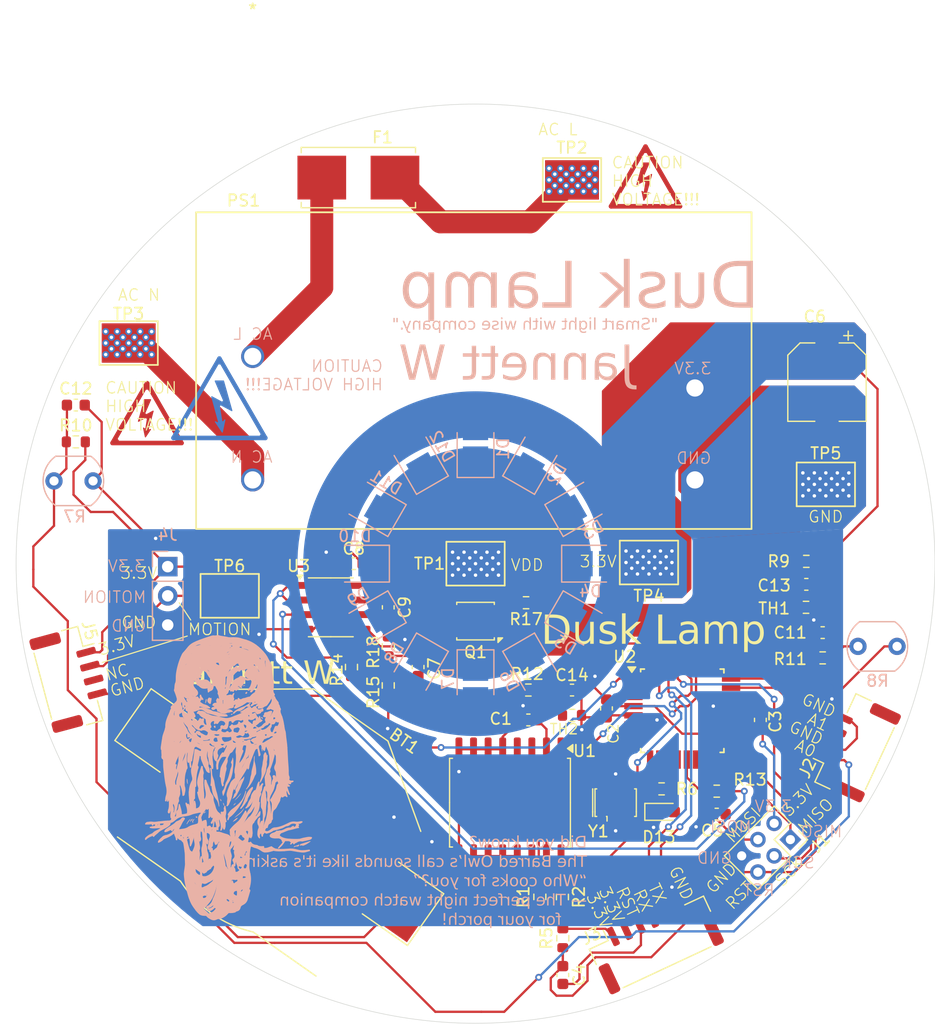
<source format=kicad_pcb>
(kicad_pcb (version 20241229) (generator "pcbnew") (generator_version "9.0")
  (layers (0 "F.Cu" signal) (2 "B.Cu" signal) (13 "F.Paste" user) (15 "B.Paste" user) (5 "F.SilkS" user "F.Silkscreen") (7 "B.SilkS" user "B.Silkscreen") (1 "F.Mask" user) (3 "B.Mask" user) (25 "Edge.Cuts" user))
  (net 0 "")
  (net 1 "+3.3V")
  (net 2 "GND")
  (net 3 "/RESET")
  (net 4 "VDD")
  (net 5 "Net-(PS1-AC{slash}N)")
  (net 6 "Net-(PS1-AC{slash}L)")
  (net 7 "/MOTION")
  (net 8 "/SCK")
  (net 9 "/MISO")
  (net 10 "/MOSI")
  (net 11 "/ADC0")
  (net 12 "/ADC1")
  (net 13 "/RX")
  (net 14 "/TX")
  (net 15 "/SDA")
  (net 16 "/SCL")
  (net 17 "/LED_INT")
  (net 18 "/PWM9")
  (net 19 "Net-(BT1-+)")
  (net 20 "/ADC2")
  (net 21 "/ADC3")
  (net 22 "Net-(J3-Pin_3)")
  (net 23 "Net-(U3A-+)")
  (net 24 "Net-(U3B--)")
  (net 25 "Net-(C9-Pad1)")
  (net 26 "Net-(D13-A)")
  (net 27 "Net-(Q1-G)")
  (net 28 "Net-(U3A--)")
  (net 33 "Net-(U2-XTAL2{slash}PB7)")
  (net 36 "Net-(U2-XTAL1{slash}PB6)")
  (net 43 "Net-(F1-Pad1)")
  (net 47 "Net-(C7-Pad1)")
  (footprint "Connector_JST:JST_GH_SM06B-GHS-TB_1x06-1MP_P1.25mm_Horizontal" (layer "F.Cu") (at 170.6 127.8 25)
    (property "Reference" "J3")
    (property "Value" "SM06B-GHS-TB")
  )
  (footprint "Capacitor_SMD:C_0603_1608Metric" (layer "F.Cu") (at 144.4 95 180)
    (property "Reference" "C8")
    (property "Value" "0.1uF")
  )
  (footprint "MountingHole:MountingHole_3.2mm_M3" (layer "F.Cu") (at 190 95)
    (property "Reference" "H4" (hide yes))
    (property "Value" "M3")
  )
  (footprint "Resistor_SMD:R_0603_1608Metric" (layer "F.Cu") (at 183.8 94.8)
    (property "Reference" "R9")
    (property "Value" "10K")
  )
  (footprint "Capacitor_SMD:C_0603_1608Metric" (layer "F.Cu") (at 166.4 107.6 -90)
    (property "Reference" "C2")
    (property "Value" "10uF")
  )
  (footprint "jannett_footprints:TestPoint_Keystone_5016_Compact" (layer "F.Cu") (at 133.6 97.8)
    (property "Reference" "TP6")
    (property "Value" "5016")
  )
  (footprint "MountingHole:MountingHole_3.2mm_M3" (layer "F.Cu") (at 155 60)
    (property "Reference" "H1" (hide yes))
    (property "Value" "M3")
  )
  (footprint "MountingHole:MountingHole_3.2mm_M3" (layer "F.Cu") (at 120 95)
    (property "Reference" "H2" (hide yes))
    (property "Value" "M3")
  )
  (footprint "Capacitor_SMD:C_0603_1608Metric" (layer "F.Cu") (at 147.4 98.8 -90)
    (property "Reference" "C9")
    (property "Value" "0.1uF")
  )
  (footprint "Resistor_SMD:R_0603_1608Metric" (layer "F.Cu") (at 144.2 104 -90)
    (property "Reference" "R14")
    (property "Value" "10K")
  )
  (footprint "Resistor_SMD:R_0603_1608Metric" (layer "F.Cu") (at 171.2 114.6)
    (property "Reference" "R6")
    (property "Value" "1K")
  )
  (footprint "jannett_footprints:TestPoint_Keystone_5016_Vias" (layer "F.Cu") (at 124.8 75.8)
    (property "Reference" "TP3")
    (property "Value" "TestPoint")
  )
  (footprint "Package_QFP:TQFP-32_7x7mm_P0.8mm" (layer "F.Cu") (at 173 107.8)
    (property "Reference" "U2")
    (property "Value" "ATmega328PB-A")
  )
  (footprint "Capacitor_SMD:C_0603_1608Metric" (layer "F.Cu") (at 162.6 130.8 -90)
    (property "Reference" "C4")
    (property "Value" "0.1uF")
  )
  (footprint "LED_SMD:LED_0603_1608Metric_Pad1.05x0.95mm_HandSolder" (layer "F.Cu") (at 171.4 116.6)
    (property "Reference" "D13")
    (property "Value" "LED")
  )
  (footprint "Package_SO:SOIC-8_3.9x4.9mm_P1.27mm" (layer "F.Cu") (at 142.4 98.8)
    (property "Reference" "U3")
    (property "Value" "AD8676xR")
  )
  (footprint "Capacitor_SMD:C_0603_1608Metric" (layer "F.Cu") (at 159.6 108.6 180)
    (property "Reference" "C1")
    (property "Value" "0.1uF")
  )
  (footprint "Resistor_SMD:R_0603_1608Metric" (layer "F.Cu") (at 147.4 105.6 -90)
    (property "Reference" "R15")
    (property "Value" "4.99K")
  )
  (footprint "Capacitor_SMD:C_0603_1608Metric" (layer "F.Cu") (at 150 104 -90)
    (property "Reference" "C7")
    (property "Value" "10uF")
  )
  (footprint "Resistor_SMD:R_0603_1608Metric" (layer "F.Cu") (at 162.565 124.01 90)
    (property "Reference" "R2")
    (property "Value" "2.2K")
  )
  (footprint "Capacitor_SMD:C_0603_1608Metric" (layer "F.Cu") (at 163.4 106)
    (property "Reference" "C14")
    (property "Value" "0.1uF")
  )
  (footprint "Capacitor_SMD:C_0603_1608Metric" (layer "F.Cu") (at 120.2 81.2)
    (property "Reference" "C12")
    (property "Value" "0.1uF")
  )
  (footprint "Connector_JST:JST_GH_SM04B-GHS-TB_1x04-1MP_P1.25mm_Horizontal" (layer "F.Cu") (at 187.88426 110.88117 65)
    (property "Reference" "J2")
    (property "Value" "SM04B-GHS-TB")
  )
  (footprint "Capacitor_SMD:C_0603_1608Metric" (layer "F.Cu") (at 183.8 96.8)
    (property "Reference" "C13")
    (property "Value" "0.1uF")
  )
  (footprint "Resistor_SMD:R_0603_1608Metric" (layer "F.Cu") (at 159.4 98.4 180)
    (property "Reference" "R17")
    (property "Value" "1K")
  )
  (footprint "Capacitor_SMD:C_0603_1608Metric" (layer "F.Cu") (at 185.225 101 180)
    (property "Reference" "C11")
    (property "Value" "0.1uF")
  )
  (footprint "jannett_footprints:TestPoint_Keystone_5016_Vias" (layer "F.Cu") (at 155 95)
    (property "Reference" "TP1")
    (property "Value" "5016")
  )
  (footprint "Resistor_SMD:R_0603_1608Metric" (layer "F.Cu") (at 183.775 98.8)
    (property "Reference" "TH1")
    (property "Value" "10K")
  )
  (footprint "Capacitor_SMD:CP_Elec_6.3x5.4_Nichicon" (layer "F.Cu") (at 185.6 79.2 -90)
    (property "Reference" "C6")
    (property "Value" "100uF")
  )
  (footprint "Package_SO:SOIC-16W_7.5x10.3mm_P1.27mm" (layer "F.Cu") (at 158 115.8 -90)
    (property "Reference" "U1")
    (property "Value" "DS3231M")
  )
  (footprint "Resistor_SMD:R_0603_1608Metric" (layer "F.Cu") (at 120.2 84.4)
    (property "Reference" "R10")
    (property "Value" "100K")
  )
  (footprint "Symbol:Symbol_HighVoltage_Triangle_6x6mm_Copper" (layer "F.Cu") (at 126.4 81.9)
    (property "Reference" "REF**" (hide yes))
    (property "Value" "Symbol_HighVoltage_Triangle_6x6mm_Copper" (hide yes))
  )
  (footprint "Resistor_SMD:R_0603_1608Metric" (layer "F.Cu") (at 176 114.8)
    (property "Reference" "R13")
    (property "Value" "100K")
  )
  (footprint "Resistor_SMD:R_0603_1608Metric" (layer "F.Cu") (at 160.6 124 90)
    (property "Reference" "R1")
    (property "Value" "2.2K")
  )
  (footprint "Package_SO:Vishay_PowerPAK_1212-8_Single" (layer "F.Cu") (at 155 100 180)
    (property "Reference" "Q1")
    (property "Value" "SiS454DN")
  )
  (footprint "jannett_footprints:TestPoint_Keystone_5016_Vias" (layer "F.Cu") (at 163.4 61.6)
    (property "Reference" "TP2")
    (property "Value" "TestPoint")
  )
  (footprint "jannett_footprints:LD15-23BxxR2_MNS" (layer "F.Cu") (at 135.5968 76.9681)
    (property "Reference" "PS1")
    (property "Value" "LD15-23B03R2")
  )
  (footprint "Capacitor_SMD:C_0603_1608Metric" (layer "F.Cu") (at 176 116.8 180)
    (property "Reference" "C5")
    (property "Value" "0.1uF")
  )
  (footprint "Resistor_SMD:R_0603_1608Metric" (layer "F.Cu") (at 163.4 108.2)
    (property "Reference" "TH2")
    (property "Value" "10K")
  )
  (footprint "Resistor_SMD:R_0603_1608Metric" (layer "F.Cu") (at 159.6 106 180)
    (property "Reference" "R12")
    (property "Value" "10K")
  )
  (footprint "Fuse:Fuseholder_Littelfuse_Nano2_154x" (layer "F.Cu") (at 144.8 61.4 180)
    (property "Reference" "F1")
    (property "Value" "Fuse")
  )
  (footprint "Battery:BatteryHolder_Keystone_3002_1x2032" (layer "F.Cu") (at 137.914854 117.058221 145)
    (property "Reference" "BT1")
    (property "Value" "Battery_Cell")
  )
  (footprint "Resistor_SMD:R_0603_1608Metric" (layer "F.Cu") (at 185.225 103.2 180)
    (property "Reference" "R11")
    (property "Value" "100K")
  )
  (footprint "jannett_footprints:TestPoint_Keystone_5016_Vias" (layer "F.Cu") (at 185.5 88.1)
    (property "Reference" "TP5")
    (property "Value" "TestPoint")
  )
  (footprint "Connector_PinSocket_2.00mm:PinSocket_2x03_P2.00mm_Vertical" (layer "F.Cu") (at 182.414214 119.014214 -45)
    (property "Reference" "J1")
    (property "Value" "ICSP")
  )
  (footprint "Crystal:Resonator_SMD_Murata_CSTxExxV-3Pin_3.0x1.1mm_HandSoldering" (layer "F.Cu") (at 167.2 115.8)
    (property "Reference" "Y1")
    (property "Value" "8MHz")
  )
  (footprint "Connector_JST:JST_GH_SM04B-GHS-TB_1x04-1MP_P1.25mm_Horizontal" (layer "F.Cu") (at 119.8 105 -75)
    (property "Reference" "J5")
    (property "Value" "SM04B-GHS-TB")
  )
  (footprint "Resistor_SMD:R_0603_1608Metric" (layer "F.Cu") (at 147.4 102.2 90)
    (property "Reference" "R18")
    (property "Value" "1K")
  )
  (footprint "Symbol:Symbol_HighVoltage_Triangle_6x6mm_Copper" (layer "F.Cu") (at 169.8 61.3)
    (property "Reference" "REF**" (hide yes))
    (property "Value" "Symbol_HighVoltage_Triangle_6x6mm_Copper" (hide yes))
  )
  (footprint "MountingHole:MountingHole_3.2mm_M3" (layer "F.Cu") (at 155 130)
    (property "Reference" "H3" (hide yes))
    (property "Value" "M3")
  )
  (footprint "jannett_footprints:TestPoint_Keystone_5016_Vias" (layer "F.Cu") (at 170.1 94.9)
    (property "Reference" "TP4")
    (property "Value" "TestPoint")
  )
  (footprint "Capacitor_SMD:C_0603_1608Metric" (layer "F.Cu") (at 179.8 108.6 90)
    (property "Reference" "C3")
    (property "Value" "0.1uF")
  )
  (footprint "Resistor_SMD:R_0603_1608Metric" (layer "F.Cu") (at 162.6 127.6 90)
    (property "Reference" "R5")
    (property "Value" "100K")
  )
  (footprint "LED_SMD:LED_PLCC_2835_Handsoldering" (layer "B.Cu") (at 145 95 180)
    (property "Reference" "D10")
    (property "Value" "2200K")
  )
  (footprint "LED_SMD:LED_PLCC_2835_Handsoldering" (layer "B.Cu") (at 160 104 -60)
    (property "Reference" "D6")
    (property "Value" "2200K")
  )
  (footprint "LED_SMD:LED_PLCC_2835_Handsoldering" (layer "B.Cu") (at 155 105 -90)
    (property "Reference" "D7")
    (property "Value" "2200K")
  )
  (footprint "LED_SMD:LED_PLCC_2835_Handsoldering" (layer "B.Cu") (at 164 90 30)
    (property "Reference" "D3")
    (property "Value" "2200K")
  )
  (footprint "LED_SMD:LED_PLCC_2835_Handsoldering" (layer "B.Cu") (at 150 104 -120)
    (property "Reference" "D8")
    (property "Value" "2200K")
  )
  (footprint "LED_SMD:LED_PLCC_2835_Handsoldering" (layer "B.Cu") (at 160 86 60)
    (property "Reference" "D2")
    (property "Value" "2200K")
  )
  (footprint "LED_SMD:LED_PLCC_2835_Handsoldering" (layer "B.Cu") (at 146 100 -150)
    (property "Reference" "D9")
    (property "Value" "2200K")
  )
  (footprint "LED_SMD:LED_PLCC_2835_Handsoldering" (layer "B.Cu") (at 146 90 150)
    (property "Reference" "D11")
    (property "Value" "2200K")
  )
  (footprint "OptoDevice:R_LDR_5.1x4.3mm_P3.4mm_Vertical" (layer "B.Cu") (at 118.3 87.8)
    (property "Reference" "R7")
    (property "Value" "LDR07")
  )
  (footprint "Symbol:Symbol_HighVoltage_Triangle_8x7mm_Copper" (layer "B.Cu") (at 132.7 80.6 180)
    (property "Reference" "REF**" (hide yes))
    (property "Value" "Symbol_HighVoltage_Triangle_8x7mm_Copper" (hide yes))
  )
  (footprint "Connector_PinSocket_2.54mm:PinSocket_1x03_P2.54mm_Vertical" (layer "B.Cu") (at 128.2 95.26 180)
    (property "Reference" "J4")
    (property "Value" "Motion")
  )
  (footprint "LED_SMD:LED_PLCC_2835_Handsoldering" (layer "B.Cu") (at 150 86 120)
    (property "Reference" "D12")
    (property "Value" "2200K")
  )
  (footprint "LED_SMD:LED_PLCC_2835_Handsoldering" (layer "B.Cu") (at 164 100 -30)
    (property "Reference" "D5")
    (property "Value" "2200K")
  )
  (footprint "OptoDevice:R_LDR_5.1x4.3mm_P3.4mm_Vertical" (layer "B.Cu") (at 188.3 102.2)
    (property "Reference" "R8")
    (property "Value" "LDR07")
  )
  (footprint "LED_SMD:LED_PLCC_2835_Handsoldering" (layer "B.Cu") (at 155 85 90)
    (property "Reference" "D1")
    (property "Value" "2200K")
  )
  (footprint "LED_SMD:LED_PLCC_2835_Handsoldering" (layer "B.Cu") (at 165 95)
    (property "Reference" "D4")
    (property "Value" "2200K")
  )
  (gr_circle (center 155 95) (end 165 95) (stroke (width 0.2)) (fill yes) (layer "B.Cu") (net 4))
  (gr_circle (center 155 95) (end 155 82) (stroke (width 4)) (fill no) (layer "B.Cu") (net 1))
  (gr_line (start 122.5 103.6) (end 129.9 101.3) (stroke (width 0.1)) (layer "F.SilkS"))
  (gr_line (start 129.2 98.4) (end 130.2 99.9) (stroke (width 0.1)) (layer "F.SilkS"))
  (gr_curve (pts (xy 134.995781 110.764566) (xy 134.931871 110.794813) (xy 134.887242 110.753852) (xy 134.84023 110.741455)) (stroke (width -0.000001)) (layer "B.SilkS"))
  (gr_curve (pts (xy 132.718919 112.034002) (xy 132.586178 112.263044) (xy 132.530362 112.516249) (xy 132.556186 112.783744)) (stroke (width -0.000001)) (layer "B.SilkS"))
  (gr_curve (pts (xy 137.863572 119.73455) (xy 138.010911 119.529762) (xy 138.22948 119.374473) (xy 138.302205 119.111792)) (stroke (width -0.000001)) (layer "B.SilkS"))
  (gr_curve (pts (xy 140.710896 118.844766) (xy 140.693789 118.952385) (xy 140.58731 118.975907) (xy 140.500476 118.999757)) (stroke (width -0.000001)) (layer "B.SilkS"))
  (gr_curve (pts (xy 136.07892 116.971112) (xy 136.068406 116.968942) (xy 136.048588 116.988531) (xy 136.04032 117.002366)) (stroke (width -0.000001)) (layer "B.SilkS"))
  (gr_curve (pts (xy 132.087523 119.420214) (xy 132.091096 119.479318) (xy 132.086335 119.570864) (xy 132.050356 119.59458)) (stroke (width -0.000001)) (layer "B.SilkS"))
  (gr_curve (pts (xy 134.982367 110.446438) (xy 135.04242 110.464595) (xy 135.102785 110.434212) (xy 135.160617 110.410756)) (stroke (width -0.000001)) (layer "B.SilkS"))
  (gr_curve (pts (xy 128.52711 118.141471) (xy 128.322829 118.13007) (xy 128.177566 118.321322) (xy 127.965353 118.317382)) (stroke (width -0.000001)) (layer "B.SilkS"))
  (gr_curve (pts (xy 134.25922 121.866328) (xy 134.282944 121.854971) (xy 134.30721 121.844613) (xy 134.330307 121.832099)) (stroke (width -0.000001)) (layer "B.SilkS"))
  (gr_curve (pts (xy 136.673934 102.88157) (xy 136.736548 102.962317) (xy 136.792274 103.046067) (xy 136.841438 103.134373)) (stroke (width -0.000001)) (layer "B.SilkS"))
  (gr_curve (pts (xy 135.418576 107.552722) (xy 135.475371 107.625432) (xy 135.53501 107.641072) (xy 135.604474 107.566706)) (stroke (width -0.000001)) (layer "B.SilkS"))
  (gr_line (start 131.594249 104.181796) (end 130.747022 104.340607) (layer "B.SilkS"))
  (gr_curve (pts (xy 130.662478 109.784639) (xy 130.681878 109.842207) (xy 130.699047 109.90065) (xy 130.721194 109.957141)) (stroke (width -0.000001)) (layer "B.SilkS"))
  (gr_curve (pts (xy 133.583259 125.358474) (xy 133.517598 125.356614) (xy 133.463322 125.367289) (xy 133.419767 125.422309)) (stroke (width -0.000001)) (layer "B.SilkS"))
  (gr_curve (pts (xy 133.873616 108.786528) (xy 133.867244 108.79446) (xy 133.849634 108.793365) (xy 133.835334 108.796961)) (stroke (width -0.000001)) (layer "B.SilkS"))
  (gr_curve (pts (xy 132.480932 109.639183) (xy 132.578369 109.509985) (xy 132.719591 109.437153) (xy 132.85136 109.349697)) (stroke (width -0.000001)) (layer "B.SilkS"))
  (gr_curve (pts (xy 129.42469 119.047491) (xy 129.2478 119.02393) (xy 129.13087 118.922358) (xy 129.038736 118.776275)) (stroke (width -0.000001)) (layer "B.SilkS"))
  (gr_curve (pts (xy 130.979908 109.0997) (xy 130.938272 109.158136) (xy 130.906318 109.232834) (xy 130.898354 109.303364)) (stroke (width -0.000001)) (layer "B.SilkS"))
  (gr_curve (pts (xy 126.881062 117.740524) (xy 126.825616 117.708331) (xy 126.886011 117.658418) (xy 126.834207 117.620945)) (stroke (width -0.000001)) (layer "B.SilkS"))
  (gr_curve (pts (xy 134.974584 109.687544) (xy 135.095734 109.64823) (xy 135.183584 109.578934) (xy 135.208124 109.433409)) (stroke (width -0.000001)) (layer "B.SilkS"))
  (gr_curve (pts (xy 129.184054 117.98491) (xy 129.16617 117.954507) (xy 129.187164 117.918373) (xy 129.144728 117.898376)) (stroke (width -0.000001)) (layer "B.SilkS"))
  (gr_curve (pts (xy 135.022081 105.086651) (xy 134.965883 105.05616) (xy 134.914379 105.096872) (xy 134.898208 105.151594)) (stroke (width -0.000001)) (layer "B.SilkS"))
  (gr_line (start 130.391641 110.061892) (end 130.721194 109.957141) (layer "B.SilkS"))
  (gr_curve (pts (xy 137.379251 106.510892) (xy 137.264933 106.549902) (xy 137.238338 106.647656) (xy 137.188889 106.733359)) (stroke (width -0.000001)) (layer "B.SilkS"))
  (gr_curve (pts (xy 138.606944 114.05455) (xy 138.619853 114.186859) (xy 138.685565 114.273739) (xy 138.794651 114.346894)) (stroke (width -0.000001)) (layer "B.SilkS"))
  (gr_curve (pts (xy 130.676701 110.524012) (xy 130.74842 110.640931) (xy 130.859767 110.723352) (xy 130.983131 110.756655)) (stroke (width -0.000001)) (layer "B.SilkS"))
  (gr_curve (pts (xy 137.055414 112.956794) (xy 137.151162 113.048265) (xy 137.070186 113.135968) (xy 137.047141 113.21968)) (stroke (width -0.000001)) (layer "B.SilkS"))
  (gr_curve (pts (xy 136.841438 103.134373) (xy 136.93545 103.30323) (xy 137.018583 103.478521) (xy 137.119105 103.643286)) (stroke (width -0.000001)) (layer "B.SilkS"))
  (gr_curve (pts (xy 137.548576 113.998458) (xy 137.528776 114.193965) (xy 137.46371 114.385594) (xy 137.410408 114.576774)) (stroke (width -0.000001)) (layer "B.SilkS"))
  (gr_curve (pts (xy 128.385519 107.969784) (xy 128.434297 107.857869) (xy 128.435614 107.72523) (xy 128.537557 107.636556)) (stroke (width -0.000001)) (layer "B.SilkS"))
  (gr_curve (pts (xy 134.234733 123.434811) (xy 134.165512 123.408541) (xy 133.982403 123.470152) (xy 133.94217 123.546498)) (stroke (width -0.000001)) (layer "B.SilkS"))
  (gr_curve (pts (xy 130.327487 108.700271) (xy 130.370385 108.694442) (xy 130.401593 108.670605) (xy 130.418817 108.632832)) (stroke (width -0.000001)) (layer "B.SilkS"))
  (gr_curve (pts (xy 132.043186 105.111896) (xy 131.887838 104.91754) (xy 131.727337 104.724863) (xy 131.623191 104.494062)) (stroke (width -0.000001)) (layer "B.SilkS"))
  (gr_curve (pts (xy 133.484674 121.500392) (xy 133.32042 121.26383) (xy 133.358316 120.970553) (xy 133.262616 120.713713)) (stroke (width -0.000001)) (layer "B.SilkS"))
  (gr_curve (pts (xy 137.5086 111.44842) (xy 137.406649 111.944171) (xy 137.271225 112.429666) (xy 137.068953 112.894947)) (stroke (width -0.000001)) (layer "B.SilkS"))
  (gr_curve (pts (xy 131.08935 110.204348) (xy 131.206732 110.133075) (xy 131.0948 110.019706) (xy 131.125042 109.929404)) (stroke (width -0.000001)) (layer "B.SilkS"))
  (gr_curve (pts (xy 131.623191 104.494062) (xy 131.604322 104.452244) (xy 131.566574 104.410609) (xy 131.526683 104.388351)) (stroke (width -0.000001)) (layer "B.SilkS"))
  (gr_curve (pts (xy 134.330307 121.832099) (xy 134.485763 121.747854) (xy 134.637116 121.660278) (xy 134.683671 121.468986)) (stroke (width -0.000001)) (layer "B.SilkS"))
  (gr_curve (pts (xy 135.786786 103.953746) (xy 135.868644 104.113126) (xy 135.948759 104.272178) (xy 136.004443 104.442683)) (stroke (width -0.000001)) (layer "B.SilkS"))
  (gr_curve (pts (xy 136.194717 117.142793) (xy 136.220967 117.340306) (xy 136.129192 117.537561) (xy 136.216307 117.734515)) (stroke (width -0.000001)) (layer "B.SilkS"))
  (gr_poly (pts (xy 135.404264 107.106788) (xy 135.408406 107.107092) (xy 135.412659 107.107638) (xy 135.417028 107.108437) (xy 135.418886 107.116627) (xy 135.420032 107.124335) (xy 135.420504 107.131589) (xy 135.420341 107.138416) (xy 135.419579 107.144844) (xy 135.418258 107.150898) (xy 135.416416 107.156608) (xy 135.41409 107.161999) (xy 135.411319 107.167099) (xy 135.408141 107.171935) (xy 135.404594 107.176534) (xy 135.400716 107.180924) (xy 135.396545 107.185132) (xy 135.392119 107.189184) (xy 135.382657 107.196933) (xy 135.372633 107.204387) (xy 135.362354 107.211765) (xy 135.352123 107.219283) (xy 135.342246 107.22716) (xy 135.337535 107.231301) (xy 135.333027 107.235613) (xy 135.328761 107.240123) (xy 135.324773 107.244859) (xy 135.321102 107.249847) (xy 135.317787 107.255116) (xy 135.314865 107.260691) (xy 135.312375 107.266601) (xy 135.31485 107.270463) (xy 135.317704 107.274339) (xy 135.324366 107.282139) (xy 135.331997 107.290017) (xy 135.340233 107.297985) (xy 135.357067 107.31425) (xy 135.364936 107.322575) (xy 135.371955 107.331048) (xy 135.375032 107.335343) (xy 135.377761 107.339681) (xy 135.380094 107.344063) (xy 135.381988 107.34849) (xy 135.383396 107.352965) (xy 135.384274 107.357488) (xy 135.384575 107.362063) (xy 135.384254 107.36669) (xy 135.383266 107.371371) (xy 135.381565 107.376109) (xy 135.379106 107.380904) (xy 135.375843 107.38576) (xy 135.371731 107.390676) (xy 135.366724 107.395656) (xy 135.360776 107.4007) (xy 135.353843 107.405812) (xy 135.339397 107.415503) (xy 135.324508 107.424825) (xy 135.309239 107.433614) (xy 135.293653 107.441706) (xy 135.277812 107.448937) (xy 135.26178 107.455145) (xy 135.245617 107.460164) (xy 135.237507 107.462178) (xy 135.229388 107.463833) (xy 135.221268 107.46511) (xy 135.213154 107.465987) (xy 135.205055 107.466445) (xy 135.196978 107.466463) (xy 135.188932 107.46602) (xy 135.180923 107.465096) (xy 135.172961 107.463671) (xy 135.165051 107.461725) (xy 135.157204 107.459236) (xy 135.149425 107.456184) (xy 135.141724 107.452549) (xy 135.134107 107.44831) (xy 135.126584 107.443448) (xy 135.11916 107.437941) (xy 135.111845 107.431769) (xy 135.104647 107.424911) (xy 135.089969 107.426282) (xy 135.076004 107.428482) (xy 135.06271 107.431467) (xy 135.050049 107.43519) (xy 135.037979 107.439606) (xy 135.026461 107.44467) (xy 135.015453 107.450336) (xy 135.004917 107.456559) (xy 134.994812 107.463293) (xy 134.985097 107.470493) (xy 134.975732 107.478113) (xy 134.966677 107.486108) (xy 134.949338 107.503041) (xy 134.932756 107.520927) (xy 134.900579 107.558108) (xy 134.884341 107.576674) (xy 134.867573 107.594739) (xy 134.849954 107.61194) (xy 134.840726 107.620102) (xy 134.831163 107.627912) (xy 134.821228 107.635324) (xy 134.810878 107.642292) (xy 134.800075 107.648771) (xy 134.788777 107.654716) (xy 134.769229 107.666722) (xy 134.750119 107.679072) (xy 134.71289 107.704354) (xy 134.676442 107.729653) (xy 134.640129 107.754065) (xy 134.62182 107.765655) (xy 134.603303 107.776682) (xy 134.584497 107.787034) (xy 134.565319 107.796597) (xy 134.545691 107.805259) (xy 134.52553 107.812905) (xy 134.504756 107.819422) (xy 134.483288 107.824697) (xy 134.478652 107.825872) (xy 134.474084 107.827371) (xy 134.469569 107.829122) (xy 134.46509 107.831054) (xy 134.456179 107.835172) (xy 134.451716 107.837215) (xy 134.447226 107.839152) (xy 134.442694 107.840911) (xy 134.438104 107.842419) (xy 134.433441 107.843606) (xy 134.431077 107.844056) (xy 134.428688 107.844398) (xy 134.426273 107.844625) (xy 134.423831 107.844726) (xy 134.421358 107.844693) (xy 134.418852 107.844516) (xy 134.416313 107.844187) (xy 134.413738 107.843697) (xy 134.411124 107.843037) (xy 134.408471 107.842198) (xy 134.392787 107.837199) (xy 134.377535 107.833261) (xy 134.362696 107.83034) (xy 134.348255 107.828394) (xy 134.334193 107.827381) (xy 134.320494 107.827256) (xy 134.307141 107.827979) (xy 134.294116 107.829505) (xy 134.281403 107.831793) (xy 134.268984 107.834798) (xy 134.256843 107.83848) (xy 134.244962 107.842794) (xy 134.233324 107.847698) (xy 134.221912 107.85315) (xy 134.199697 107.865524) (xy 134.178182 107.879574) (xy 134.15723 107.894959) (xy 134.136703 107.911336) (xy 134.116466 107.928363) (xy 134.076312 107.963) (xy 134.056122 107.979925) (xy 134.035674 107.996132) (xy 134.032292 107.998832) (xy 134.029006 108.00168) (xy 134.022676 108.007747) (xy 134.016596 108.01419) (xy 134.010678 108.020862) (xy 133.998981 108.034317) (xy 133.993025 108.040809) (xy 133.986881 108.046951) (xy 133.980461 108.052597) (xy 133.977121 108.055189) (xy 133.973678 108.057603) (xy 133.970123 108.05982) (xy 133.966444 108.061823) (xy 133.96263 108.063593) (xy 133.958671 108.065112) (xy 133.954555 108.066362) (xy 133.950271 108.067325) (xy 133.945809 108.067983) (xy 133.941158 108.068318) (xy 133.936306 108.068311) (xy 133.931243 108.067945) (xy 133.925957 108.0672) (xy 133.920438 108.06606) (xy 133.918338 108.065508) (xy 133.916297 108.064867) (xy 133.914314 108.06414) (xy 133.91239 108.063329) (xy 133.910525 108.062437) (xy 133.908721 108.061465) (xy 133.906977 108.060416) (xy 133.905295 108.059292) (xy 133.903674 108.058096) (xy 133.902115 108.05683) (xy 133.900619 108.055495) (xy 133.899185 108.054095) (xy 133.897816 108.052631) (xy 133.896511 108.051106) (xy 133.89527 108.049522) (xy 133.894094 108.047881) (xy 133.892984 108.046186) (xy 133.89194 108.044438) (xy 133.890963 108.042641) (xy 133.890052 108.040796) (xy 133.88921 108.038905) (xy 133.888435 108.036972) (xy 133.88773 108.034997) (xy 133.887093 108.032984) (xy 133.886526 108.030935) (xy 133.886029 108.028851) (xy 133.885603 108.026736) (xy 133.885248 108.024591) (xy 133.884964 108.022419) (xy 133.884753 108.020222) (xy 133.884614 108.018002) (xy 133.884549 108.015761) (xy 133.884743 108.006128) (xy 133.885565 107.996909) (xy 133.886994 107.988076) (xy 133.889009 107.9796) (xy 133.89159 107.971454) (xy 133.894718 107.963611) (xy 133.898372 107.956042) (xy 133.902532 107.948719) (xy 133.907177 107.941614) (xy 133.912288 107.934701) (xy 133.917844 107.92795) (xy 133.923825 107.921334) (xy 133.930211 107.914826) (xy 133.936981 107.908397) (xy 133.944116 107.902019) (xy 133.951595 107.895665) (xy 134.000263 107.856377) (xy 134.049713 107.818694) (xy 134.099933 107.782562) (xy 134.150908 107.747923) (xy 134.202625 107.714723) (xy 134.255069 107.682906) (xy 134.308227 107.652415) (xy 134.362084 107.623195) (xy 134.416628 107.59519) (xy 134.471844 107.568345) (xy 134.527718 107.542604) (xy 134.584237 107.51791) (xy 134.641386 107.494209) (xy 134.699153 107.471444) (xy 134.81648 107.4285) (xy 134.849129 107.416341) (xy 134.881327 107.402894) (xy 134.913121 107.38829) (xy 134.944555 107.372658) (xy 134.975676 107.356129) (xy 135.006531 107.338833) (xy 135.067621 107.302459) (xy 135.188617 107.22623) (xy 135.249257 107.188456) (xy 135.310482 107.152296) (xy 135.316543 107.148637) (xy 135.322503 107.144678) (xy 135.33427 107.136221) (xy 135.346097 107.127651) (xy 135.352129 107.12355) (xy 135.358294 107.119691) (xy 135.364629 107.116167) (xy 135.367872 107.114558) (xy 135.371173 107.113066) (xy 135.374536 107.111703) (xy 135.377966 107.11048) (xy 135.381468 107.109408) (xy 135.385047 107.108499) (xy 135.388708 107.107764) (xy 135.392455 107.107214) (xy 135.396293 107.10686) (xy 135.400228 107.106715)) (stroke (width -0.000001)) (fill yes) (layer "B.SilkS"))
  (gr_curve (pts (xy 137.656585 109.171168) (xy 137.813514 109.217331) (xy 137.841517 109.071402) (xy 137.890776 108.990122)) (stroke (width -0.000001)) (layer "B.SilkS"))
  (gr_curve (pts (xy 132.99101 109.130009) (xy 133.065329 109.17435) (xy 133.129143 109.142546) (xy 133.177233 109.083437)) (stroke (width -0.000001)) (layer "B.SilkS"))
  (gr_curve (pts (xy 133.402958 121.611009) (xy 133.434126 121.632658) (xy 133.467704 121.647386) (xy 133.495881 121.610626)) (stroke (width -0.000001)) (layer "B.SilkS"))
  (gr_curve (pts (xy 128.989861 114.1514) (xy 128.975995 113.94859) (xy 129.035171 113.763899) (xy 129.095438 113.574054)) (stroke (width -0.000001)) (layer "B.SilkS"))
  (gr_curve (pts (xy 131.809402 125.827565) (xy 131.733619 125.781022) (xy 131.656858 125.726881) (xy 131.60634 125.645561)) (stroke (width -0.000001)) (layer "B.SilkS"))
  (gr_curve (pts (xy 127.694089 117.803187) (xy 127.818531 117.808711) (xy 127.861634 117.689561) (xy 127.957387 117.631681)) (stroke (width -0.000001)) (layer "B.SilkS"))
  (gr_curve (pts (xy 134.104481 113.366207) (xy 134.110087 113.308958) (xy 134.074862 113.248799) (xy 134.065674 113.188827)) (stroke (width -0.000001)) (layer "B.SilkS"))
  (gr_curve (pts (xy 136.514694 109.226774) (xy 136.505353 109.239521) (xy 136.485305 109.246785) (xy 136.468772 109.251537)) (stroke (width -0.000001)) (layer "B.SilkS"))
  (gr_poly (pts (xy 132.78185 115.475628) (xy 132.793274 115.485665) (xy 132.804302 115.495934) (xy 132.814851 115.506486) (xy 132.824836 115.517375) (xy 132.834172 115.528652) (xy 132.842774 115.54037) (xy 132.846774 115.546411) (xy 132.850559 115.552581) (xy 132.854118 115.558888) (xy 132.857441 115.565339) (xy 132.860518 115.571938) (xy 132.863337 115.578694) (xy 132.865888 115.585613) (xy 132.868161 115.5927) (xy 132.870145 115.599964) (xy 132.871829 115.607409) (xy 132.873203 115.615044) (xy 132.874257 115.622874) (xy 132.874979 115.630906) (xy 132.87536 115.639147) (xy 132.875388 115.647602) (xy 132.875053 115.65628) (xy 132.874345 115.665185) (xy 132.873253 115.674325) (xy 132.865862 115.67008) (xy 132.858806 115.665651) (xy 132.852079 115.661043) (xy 132.845674 115.65626) (xy 132.839584 115.651304) (xy 132.833803 115.64618) (xy 132.828323 115.640891) (xy 132.823139 115.635441) (xy 132.818244 115.629833) (xy 132.813631 115.624072) (xy 132.809293 115.61816) (xy 132.805224 115.612102) (xy 132.801418 115.605901) (xy 132.797867 115.59956) (xy 132.794565 115.593084) (xy 132.791506 115.586476) (xy 132.788682 115.579739) (xy 132.786087 115.572878) (xy 132.783715 115.565896) (xy 132.781559 115.558796) (xy 132.777868 115.54426) (xy 132.774961 115.529297) (xy 132.772786 115.513937) (xy 132.771288 115.49821) (xy 132.770416 115.482144) (xy 132.770115 115.46577)) (stroke (width -0.000001)) (fill yes) (layer "B.SilkS"))
  (gr_curve (pts (xy 131.370389 110.322808) (xy 131.320836 110.323048) (xy 131.24995 110.29132) (xy 131.2368 110.363321)) (stroke (width -0.000001)) (layer "B.SilkS"))
  (gr_curve (pts (xy 138.300673 109.095735) (xy 138.326158 109.270561) (xy 138.35338 109.445848) (xy 138.40868 109.60972)) (stroke (width -0.000001)) (layer "B.SilkS"))
  (gr_line (start 134.330307 121.832099) (end 134.769777 121.409019) (layer "B.SilkS"))
  (gr_curve (pts (xy 129.896676 109.768395) (xy 129.829924 109.730147) (xy 129.795514 109.773788) (xy 129.774381 109.824501)) (stroke (width -0.000001)) (layer "B.SilkS"))
  (gr_curve (pts (xy 131.261628 115.534143) (xy 131.118801 115.479809) (xy 131.096257 115.343797) (xy 131.055702 115.216804)) (stroke (width -0.000001)) (layer "B.SilkS"))
  (gr_curve (pts (xy 129.501508 118.86063) (xy 129.512524 118.908253) (xy 129.508282 118.969215) (xy 129.575358 118.960336)) (stroke (width -0.000001)) (layer "B.SilkS"))
  (gr_curve (pts (xy 130.065109 104.631769) (xy 130.058877 104.626084) (xy 130.051531 104.614614) (xy 130.046576 104.615567)) (stroke (width -0.000001)) (layer "B.SilkS"))
  (gr_curve (pts (xy 137.065217 117.043019) (xy 137.174915 116.924444) (xy 137.222842 116.77843) (xy 137.260863 116.628016)) (stroke (width -0.000001)) (layer "B.SilkS"))
  (gr_curve (pts (xy 130.808331 123.07237) (xy 130.829353 123.011319) (xy 130.806802 122.985643) (xy 130.765359 122.952703)) (stroke (width -0.000001)) (layer "B.SilkS"))
  (gr_curve (pts (xy 132.246255 108.294564) (xy 132.552351 108.322546) (xy 132.840712 108.41607) (xy 133.138296 108.471071)) (stroke (width -0.000001)) (layer "B.SilkS"))
  (gr_curve (pts (xy 134.619166 118.582759) (xy 134.608374 118.549795) (xy 134.648983 118.530342) (xy 134.629997 118.513307)) (stroke (width -0.000001)) (layer "B.SilkS"))
  (gr_curve (pts (xy 137.024138 108.801742) (xy 136.960371 108.857759) (xy 136.950754 108.963329) (xy 136.868086 108.993663)) (stroke (width -0.000001)) (layer "B.SilkS"))
  (gr_curve (pts (xy 130.216681 108.642973) (xy 130.243884 108.679769) (xy 130.276996 108.707134) (xy 130.327487 108.700271)) (stroke (width -0.000001)) (layer "B.SilkS"))
  (gr_curve (pts (xy 134.546032 123.566841) (xy 134.592586 123.596182) (xy 134.639731 123.572723) (xy 134.676891 123.537959)) (stroke (width -0.000001)) (layer "B.SilkS"))
  (gr_curve (pts (xy 131.151227 109.480247) (xy 131.116618 109.493149) (xy 131.053862 109.524768) (xy 131.043022 109.440409)) (stroke (width -0.000001)) (layer "B.SilkS"))
  (gr_curve (pts (xy 130.11264 102.988731) (xy 130.199219 102.906335) (xy 130.335334 102.891623) (xy 130.381418 102.750966)) (stroke (width -0.000001)) (layer "B.SilkS"))
  (gr_curve (pts (xy 139.123494 119.281808) (xy 139.090188 119.24271) (xy 139.151678 119.211914) (xy 139.131381 119.165124)) (stroke (width -0.000001)) (layer "B.SilkS"))
  (gr_curve (pts (xy 135.869417 109.980771) (xy 135.737465 110.068777) (xy 135.542981 110.004123) (xy 135.437314 110.157444)) (stroke (width -0.000001)) (layer "B.SilkS"))
  (gr_line (start 131.264959 104.279413) (end 131.594249 104.181796) (layer "B.SilkS"))
  (gr_curve (pts (xy 132.441955 110.981319) (xy 132.410173 110.923966) (xy 132.374201 110.976146) (xy 132.333014 110.960762)) (stroke (width -0.000001)) (layer "B.SilkS"))
  (gr_curve (pts (xy 131.287088 113.193891) (xy 131.288375 113.211196) (xy 131.29286 113.230401) (xy 131.287426 113.245736)) (stroke (width -0.000001)) (layer "B.SilkS"))
  (gr_curve (pts (xy 133.516446 104.478205) (xy 133.687742 104.226799) (xy 133.973455 104.120032) (xy 134.208605 103.928751)) (stroke (width -0.000001)) (layer "B.SilkS"))
  (gr_curve (pts (xy 132.964805 117.865962) (xy 132.901394 117.960806) (xy 132.938823 118.097857) (xy 132.832373 118.184274)) (stroke (width -0.000001)) (layer "B.SilkS"))
  (gr_line (start 132.255109 117.274177) (end 132.138121 118.04759) (layer "B.SilkS"))
  (gr_curve (pts (xy 135.53942 119.590089) (xy 135.449012 119.555261) (xy 135.409173 119.561831) (xy 135.381957 119.681703)) (stroke (width -0.000001)) (layer "B.SilkS"))
  (gr_curve (pts (xy 131.180503 108.299588) (xy 131.077209 108.229375) (xy 130.98919 108.139888) (xy 130.920172 108.022164)) (stroke (width -0.000001)) (layer "B.SilkS"))
  (gr_curve (pts (xy 133.851899 101.893539) (xy 133.687803 101.858476) (xy 133.527253 101.923457) (xy 133.335096 101.899843)) (stroke (width -0.000001)) (layer "B.SilkS"))
  (gr_curve (pts (xy 129.986476 115.946228) (xy 130.061698 116.008433) (xy 130.032611 116.142005) (xy 130.14543 116.217778)) (stroke (width -0.000001)) (layer "B.SilkS"))
  (gr_curve (pts (xy 131.457057 118.491101) (xy 131.495169 118.386735) (xy 131.426151 118.280691) (xy 131.445607 118.149957)) (stroke (width -0.000001)) (layer "B.SilkS"))
  (gr_curve (pts (xy 136.970063 112.758673) (xy 137.069061 112.599062) (xy 137.092601 112.423143) (xy 137.100493 112.234589)) (stroke (width -0.000001)) (layer "B.SilkS"))
  (gr_poly (pts (xy 132.546634 101.251891) (xy 132.551767 101.252354) (xy 132.556954 101.253045) (xy 132.562158 101.25394) (xy 132.567339 101.255016) (xy 132.572458 101.256249) (xy 132.577475 101.257616) (xy 132.582351 101.259093) (xy 132.587046 101.260657) (xy 132.591523 101.262285) (xy 132.63995 101.279383) (xy 132.688821 101.29431) (xy 132.738085 101.307338) (xy 132.787688 101.318742) (xy 132.837577 101.328796) (xy 132.887701 101.337775) (xy 132.98844 101.3536) (xy 133.089484 101.368411) (xy 133.190411 101.384399) (xy 133.2407 101.39352) (xy 133.290802 101.403757) (xy 133.340664 101.415385) (xy 133.390234 101.428677) (xy 133.420796 101.436534) (xy 133.451829 101.442769) (xy 133.483287 101.447541) (xy 133.515122 101.451007) (xy 133.547288 101.453329) (xy 133.579737 101.454664) (xy 133.645299 101.455011) (xy 133.711434 101.453321) (xy 133.777765 101.450866) (xy 133.843919 101.448917) (xy 133.90952 101.448748) (xy 134.058132 101.451828) (xy 134.131976 101.454886) (xy 134.205668 101.460002) (xy 134.242495 101.463577) (xy 134.279329 101.467961) (xy 134.316184 101.473252) (xy 134.353075 101.479547) (xy 134.390017 101.486946) (xy 134.427026 101.495545) (xy 134.464115 101.505443) (xy 134.501299 101.516739) (xy 134.566312 101.536991) (xy 134.631943 101.556215) (xy 134.764368 101.592917) (xy 134.897188 101.629528) (xy 134.963312 101.648638) (xy 135.029015 101.668731) (xy 135.086311 101.687472) (xy 135.143011 101.707268) (xy 135.199126 101.728131) (xy 135.254668 101.750074) (xy 135.309649 101.773112) (xy 135.36408 101.797255) (xy 135.417972 101.822518) (xy 135.471338 101.848914) (xy 135.524188 101.876456) (xy 135.576535 101.905156) (xy 135.62839 101.935028) (xy 135.679764 101.966084) (xy 135.730669 101.998338) (xy 135.781117 102.031803) (xy 135.831118 102.066492) (xy 135.880686 102.102417) (xy 135.937082 102.144949) (xy 135.992484 102.188276) (xy 136.046909 102.232404) (xy 136.100377 102.277339) (xy 136.152905 102.323086) (xy 136.204511 102.369652) (xy 136.255215 102.417042) (xy 136.305033 102.465261) (xy 136.353986 102.514316) (xy 136.40209 102.564212) (xy 136.449365 102.614954) (xy 136.495828 102.666549) (xy 136.541499 102.719003) (xy 136.586394 102.77232) (xy 136.673934 102.88157) (xy 136.697092 102.911994) (xy 136.719608 102.942718) (xy 136.741486 102.973759) (xy 136.76273 103.005137) (xy 136.783343 103.036869) (xy 136.80333 103.068973) (xy 136.822693 103.101468) (xy 136.841438 103.134373) (xy 136.876238 103.197963) (xy 136.910349 103.261957) (xy 136.977831 103.390364) (xy 137.011863 103.454379) (xy 137.046533 103.518004) (xy 137.082169 103.581039) (xy 137.119105 103.643286) (xy 137.142217 103.684387) (xy 137.161951 103.726027) (xy 137.178612 103.768161) (xy 137.192503 103.810742) (xy 137.203928 103.853723) (xy 137.213191 103.897058) (xy 137.220595 103.9407) (xy 137.226444 103.984604) (xy 137.253698 104.339637) (xy 137.277493 104.547961) (xy 137.303067 104.756099) (xy 137.330663 104.96397) (xy 137.360522 105.171493) (xy 137.370066 105.243049) (xy 137.377288 105.314384) (xy 137.38231 105.385618) (xy 137.385257 105.456868) (xy 137.386252 105.528254) (xy 137.385419 105.599893) (xy 137.38288 105.671905) (xy 137.378759 105.744407) (xy 137.3719 105.819958) (xy 137.363475 105.896497) (xy 137.356678 105.973508) (xy 137.354889 106.012031) (xy 137.354705 106.050478) (xy 137.356527 106.088786) (xy 137.360752 106.12689) (xy 137.367782 106.164726) (xy 137.372473 106.183524) (xy 137.378015 106.20223) (xy 137.384457 106.220837) (xy 137.39185 106.239337) (xy 137.400244 106.257722) (xy 137.409688 106.275983) (xy 137.420232 106.294113) (xy 137.431927 106.312104) (xy 137.444822 106.329947) (xy 137.458967 106.347634) (xy 137.46422 106.35437) (xy 137.468677 106.361091) (xy 137.472369 106.367788) (xy 137.475325 106.374453) (xy 137.477574 106.381076) (xy 137.479146 106.387649) (xy 137.480071 106.394162) (xy 137.480378 106.400605) (xy 137.480097 106.406971) (xy 137.479258 106.413249) (xy 137.477889 106.419432) (xy 137.47602 106.425508) (xy 137.473681 106.431471) (xy 137.470902 106.437309) (xy 137.467712 106.443015) (xy 137.464141 106.44858) (xy 137.460218 106.453993) (xy 137.455972 106.459246) (xy 137.451434 106.46433) (xy 137.446633 106.469236) (xy 137.436359 106.478477) (xy 137.425388 106.486896) (xy 137.413954 106.494419) (xy 137.402296 106.500975) (xy 137.39065 106.50649) (xy 137.379251 106.510892) (xy 137.368787 106.514719) (xy 137.358817 106.518877) (xy 137.349321 106.523354) (xy 137.340278 106.528136) (xy 137.331668 106.53321) (xy 137.32347 106.538564) (xy 137.315665 106.544184) (xy 137.308233 106.550058) (xy 137.301152 106.556172) (xy 137.294404 106.562514) (xy 137.287966 106.56907) (xy 137.28182 106.575828) (xy 137.275945 106.582774) (xy 137.270321 106.589896) (xy 137.259744 106.604616) (xy 137.249928 106.619882) (xy 137.240709 106.635592) (xy 137.231927 106.651642) (xy 137.223419 106.667928) (xy 137.206577 106.700794) (xy 137.19792 106.717166) (xy 137.188889 106.733359) (xy 137.104854 106.876508) (xy 137.061682 106.947311) (xy 137.017398 107.017391) (xy 136.971746 107.086592) (xy 136.92447 107.154756) (xy 136.875313 107.221727) (xy 136.82402 107.28735) (xy 136.816843 107.295758) (xy 136.809371 107.303623) (xy 136.801622 107.310978) (xy 136.793617 107.317856) (xy 136.785373 107.324289) (xy 136.77691 107.330309) (xy 136.759405 107.341241) (xy 136.741252 107.350914) (xy 136.722605 107.359585) (xy 136.703616 107.367516) (xy 136.684437 107.374966) (xy 136.646124 107.389464) (xy 136.627294 107.397031) (xy 136.608885 107.405157) (xy 136.591049 107.414102) (xy 136.57394 107.424126) (xy 136.565706 107.429623) (xy 136.557711 107.435488) (xy 136.549973 107.441752) (xy 136.542512 107.448449) (xy 136.530272 107.459574) (xy 136.517879 107.469951) (xy 136.505336 107.479605) (xy 136.492649 107.488566) (xy 136.479819 107.49686) (xy 136.466851 107.504517) (xy 136.453749 107.511563) (xy 136.440515 107.518028) (xy 136.413667 107.529323) (xy 136.386338 107.538625) (xy 136.358554 107.546157) (xy 136.330345 107.552144) (xy 136.301739 107.556808) (xy 136.272765 107.560374) (xy 136.24345 107.563064) (xy 136.213824 107.565103) (xy 136.092772 107.571215) (xy 136.090993 107.550064) (xy 136.090633 107.530236) (xy 136.090986 107.520811) (xy 136.091696 107.51171) (xy 136.092763 107.502929) (xy 136.094188 107.494465) (xy 136.09597 107.486316) (xy 136.098112 107.47848) (xy 136.100612 107.470952) (xy 136.103472 107.463731) (xy 136.106693 107.456815) (xy 136.110274 107.450199) (xy 136.114217 107.443883) (xy 136.118522 107.437862) (xy 136.12319 107.432134) (xy 136.12822 107.426697) (xy 136.133615 107.421547) (xy 136.139373 107.416683) (xy 136.145497 107.412101) (xy 136.151985 107.407799) (xy 136.15884 107.403774) (xy 136.166061 107.400023) (xy 136.173649 107.396544) (xy 136.181604 107.393334) (xy 136.189928 107.39039) (xy 136.19862 107.387709) (xy 136.217113 107.383128) (xy 136.237088 107.379568) (xy 136.280446 107.373964) (xy 136.291327 107.3721) (xy 136.302043 107.369739) (xy 136.312503 107.366725) (xy 136.322618 107.362902) (xy 136.327518 107.360639) (xy 136.332297 107.358116) (xy 136.336944 107.355312) (xy 136.341448 107.352209) (xy 136.345798 107.348787) (xy 136.349983 107.345026) (xy 136.35399 107.340908) (xy 136.357809 107.336412) (xy 136.361428 107.331519) (xy 136.364837 107.32621) (xy 136.368023 107.320466) (xy 136.370976 107.314265) (xy 136.373684 107.307591) (xy 136.376136 107.300421) (xy 136.37832 107.292739) (xy 136.380225 107.284523) (xy 136.349496 107.283252) (xy 136.319269 107.283714) (xy 136.289485 107.285785) (xy 136.260088 107.289341) (xy 136.23102 107.294259) (xy 136.202225 107.300415) (xy 136.173645 107.307687) (xy 136.145223 107.31595) (xy 136.116902 107.325082) (xy 136.088625 107.334959) (xy 136.031974 107.356455) (xy 135.916684 107.402957) (xy 135.918228 107.390082) (xy 135.920658 107.378273) (xy 135.923912 107.367464) (xy 135.927927 107.357585) (xy 135.93264 107.348567) (xy 135.937986 107.340344) (xy 135.943904 107.332845) (xy 135.95033 107.326003) (xy 135.9572 107.31975) (xy 135.964452 107.314016) (xy 135.972022 107.308734) (xy 135.979847 107.303835) (xy 135.996009 107.294913) (xy 136.012432 107.286702) (xy 136.028612 107.278655) (xy 136.044041 107.270225) (xy 136.051316 107.265695) (xy 136.058214 107.260864) (xy 136.064672 107.255664) (xy 136.070626 107.250026) (xy 136.076013 107.243881) (xy 136.080771 107.237162) (xy 136.084835 107.2298) (xy 136.088142 107.221726) (xy 136.09063 107.212872) (xy 136.092235 107.20317) (xy 136.092895 107.192551) (xy 136.092544 107.180947) (xy 136.082151 107.175722) (xy 136.071795 107.171216) (xy 136.061472 107.167396) (xy 136.051182 107.164228) (xy 136.040922 107.161679) (xy 136.030691 107.159716) (xy 136.020486 107.158304) (xy 136.010306 107.15741) (xy 136.000148 107.157002) (xy 135.990012 107.157044) (xy 135.969794 107.158348) (xy 135.949636 107.161053) (xy 135.929524 107.164893) (xy 135.909441 107.169598) (xy 135.889374 107.1749) (xy 135.849222 107.186221) (xy 135.829106 107.191704) (xy 135.808945 107.196711) (xy 135.788722 107.200973) (xy 135.768422 107.204222) (xy 135.757661 107.205961) (xy 135.747248 107.208298) (xy 135.737159 107.211192) (xy 135.727372 107.214606) (xy 135.717862 107.218501) (xy 135.708606 107.222837) (xy 135.699579 107.227576) (xy 135.690758 107.232678) (xy 135.673639 107.243818) (xy 135.657057 107.255946) (xy 135.640823 107.26875) (xy 135.624745 107.281919) (xy 135.608633 107.295141) (xy 135.592298 107.308106) (xy 135.575547 107.320501) (xy 135.558192 107.332016) (xy 135.549228 107.337345) (xy 135.540041 107.342338) (xy 135.530608 107.346955) (xy 135.520904 107.351157) (xy 135.510906 107.354905) (xy 135.50059 107.358161) (xy 135.489933 107.360885) (xy 135.47891 107.363038) (xy 135.477609 107.357289) (xy 135.47667 107.351785) (xy 135.476077 107.346516) (xy 135.475817 107.341477) (xy 135.475874 107.336659) (xy 135.476233 107.332055) (xy 135.476881 107.327657) (xy 135.477803 107.323457) (xy 135.478984 107.319449) (xy 135.480409 107.315623) (xy 135.482064 107.311974) (xy 135.483934 107.308492) (xy 135.486005 107.305172) (xy 135.488262 107.302004) (xy 135.49069 107.298981) (xy 135.493275 107.296097) (xy 135.496003 107.293342) (xy 135.498858 107.29071) (xy 135.504893 107.285784) (xy 135.511264 107.281256) (xy 135.517853 107.277067) (xy 135.524544 107.273156) (xy 135.53122 107.269461) (xy 135.54406 107.26248) (xy 135.552203 107.257667) (xy 135.559699 107.252674) (xy 135.566571 107.247509) (xy 135.572839 107.242182) (xy 135.578523 107.236705) (xy 135.583643 107.231085) (xy 135.588221 107.225335) (xy 135.592277 107.219463) (xy 135.595831 107.213479) (xy 135.598904 107.207394) (xy 135.601517 107.201217) (xy 135.603689 107.194959) (xy 135.605443 107.188629) (xy 135.606798 107.182237) (xy 135.607774 107.175793) (xy 135.608393 107.169308) (xy 135.608674 107.162791) (xy 135.60864 107.156252) (xy 135.608309 107.149701) (xy 135.607702 107.143148) (xy 135.605746 107.130076) (xy 135.602935 107.117116) (xy 135.599433 107.104347) (xy 135.595405 107.09185) (xy 135.591016 107.079703) (xy 135.586429 107.067987) (xy 135.58614 107.067329) (xy 135.701767 107.067329) (xy 135.702028 107.073646) (xy 135.70282 107.08001) (xy 135.704151 107.086352) (xy 135.706026 107.092602) (xy 135.708452 107.09869) (xy 135.709874 107.101651) (xy 135.711436 107.104545) (xy 135.713139 107.107363) (xy 135.714984 107.110096) (xy 135.716972 107.112736) (xy 135.719103 107.115274) (xy 135.721379 107.117702) (xy 135.723799 107.120009) (xy 135.726366 107.122188) (xy 135.729079 107.12423) (xy 135.73194 107.126125) (xy 135.73495 107.127866) (xy 135.738108 107.129443) (xy 135.741417 107.130848) (xy 135.744876 107.132071) (xy 135.748487 107.133105) (xy 135.752251 107.13394) (xy 135.756167 107.134567) (xy 135.764123 107.135383) (xy 135.771682 107.135714) (xy 135.778862 107.135578) (xy 135.785682 107.134992) (xy 135.792157 107.133971) (xy 135.798305 107.132532) (xy 135.804143 107.130693) (xy 135.809689 107.128469) (xy 135.814961 107.125878) (xy 135.819974 107.122936) (xy 135.824747 107.11966) (xy 135.829297 107.116066) (xy 135.83364 107.112171) (xy 135.837796 107.107992) (xy 135.84178 107.103545) (xy 135.845609 107.098847) (xy 135.849303 107.093915) (xy 135.852876 107.088765) (xy 135.859734 107.077879) (xy 135.866321 107.066322) (xy 135.872776 107.054227) (xy 135.872899 107.053989) (xy 136.092695 107.053989) (xy 136.096427 107.056019) (xy 136.100143 107.057825) (xy 136.103847 107.059413) (xy 136.107545 107.060787) (xy 136.111238 107.061956) (xy 136.114931 107.062924) (xy 136.118629 107.063697) (xy 136.122333 107.064283) (xy 136.126049 107.064686) (xy 136.12978 107.064913) (xy 136.13353 107.06497) (xy 136.137302 107.064863) (xy 136.14493 107.064182) (xy 136.152693 107.062917) (xy 136.160622 107.061118) (xy 136.168747 107.058833) (xy 136.177097 107.056111) (xy 136.185704 107.052999) (xy 136.194597 107.049547) (xy 136.203807 107.045803) (xy 136.223296 107.037634) (xy 136.230935 107.031879) (xy 136.238894 107.026497) (xy 136.255649 107.016692) (xy 136.273321 107.0079) (xy 136.291667 106.999799) (xy 136.329416 106.984386) (xy 136.348336 106.976433) (xy 136.366963 106.967887) (xy 136.385056 106.958428) (xy 136.402373 106.947734) (xy 136.410665 106.941824) (xy 136.418673 106.935484) (xy 136.426366 106.928676) (xy 136.433713 106.921359) (xy 136.440686 106.913492) (xy 136.447253 106.905036) (xy 136.453384 106.895951) (xy 136.45905 106.886195) (xy 136.464219 106.87573) (xy 136.468862 106.864515) (xy 136.472949 106.85251) (xy 136.476449 106.839675) (xy 136.453161 106.841556) (xy 136.428494 106.845798) (xy 136.402723 106.852226) (xy 136.376123 106.860661) (xy 136.348971 106.870927) (xy 136.321542 106.882847) (xy 136.294112 106.896243) (xy 136.266956 106.910937) (xy 136.240351 106.926754) (xy 136.214573 106.943515) (xy 136.189896 106.961043) (xy 136.166597 106.979161) (xy 136.144952 106.997692) (xy 136.125236 107.016458) (xy 136.107725 107.035283) (xy 136.092695 107.053989) (xy 135.872899 107.053989) (xy 135.885842 107.028957) (xy 135.89273 107.016048) (xy 135.900038 107.003134) (xy 135.903341 106.997256) (xy 135.906188 106.991804) (xy 135.908592 106.986765) (xy 135.910571 106.982126) (xy 135.912141 106.977874) (xy 135.913317 106.973995) (xy 135.914116 106.970476) (xy 135.914553 106.967303) (xy 135.914644 106.964464) (xy 135.914405 106.961946) (xy 135.913853 106.959734) (xy 135.913003 106.957815) (xy 135.911871 106.956177) (xy 135.910473 106.954806) (xy 135.908826 106.953688) (xy 135.906944 106.952811) (xy 135.904845 106.952161) (xy 135.902543 106.951724) (xy 135.900056 106.951488) (xy 135.897398 106.951439) (xy 135.894586 106.951564) (xy 135.891637 106.95185) (xy 135.885386 106.952849) (xy 135.878775 106.954331) (xy 135.871931 106.956189) (xy 135.86498 106.958318) (xy 135.858053 106.960609) (xy 135.846788 106.96404) (xy 135.83512 106.966957) (xy 135.811094 106.971977) (xy 135.787027 106.977114) (xy 135.775305 106.980178) (xy 135.763967 106.983813) (xy 135.753144 106.988199) (xy 135.747966 106.990731) (xy 135.742966 106.993518) (xy 135.738161 106.996583) (xy 135.733566 106.99995) (xy 135.729198 107.003639) (xy 135.725074 107.007675) (xy 135.721209 107.012079) (xy 135.717621 107.016874) (xy 135.714326 107.022083) (xy 135.71134 107.027728) (xy 135.708679 107.033832) (xy 135.706361 107.040418) (xy 135.7044 107.047507) (xy 135.702815 107.055123) (xy 135.702032 107.061132) (xy 135.701767 107.067329) (xy 135.58614 107.067329) (xy 135.583952 107.062357) (xy 135.581201 107.057046) (xy 135.578186 107.052052) (xy 135.574919 107.047368) (xy 135.57141 107.042993) (xy 135.56767 107.03892) (xy 135.563709 107.035146) (xy 135.559539 107.031668) (xy 135.55517 107.02848) (xy 135.550612 107.025579) (xy 135.545877 107.022961) (xy 135.540976 107.020621) (xy 135.535918 107.018556) (xy 135.530714 107.016762) (xy 135.525376 107.015234) (xy 135.519914 107.013968) (xy 135.514339 107.01296) (xy 135.508661 107.012206) (xy 135.502891 107.011702) (xy 135.49704 107.011443) (xy 135.491119 107.011427) (xy 135.485138 107.011648) (xy 135.479109 107.012103) (xy 135.47304 107.012787) (xy 135.466945 107.013696) (xy 135.460832 107.014826) (xy 135.454714 107.016174) (xy 135.4486 107.017735) (xy 135.442501 107.019504) (xy 135.436429 107.021478) (xy 135.430393 107.023653) (xy 135.424405 107.026025) (xy 135.40903 107.032017) (xy 135.393704 107.037232) (xy 135.378422 107.041657) (xy 135.36318 107.045281) (xy 135.347975 107.048094) (xy 135.332802 107.050083) (xy 135.317659 107.051236) (xy 135.30254 107.051544) (xy 135.287443 107.050994) (xy 135.272362 107.049575) (xy 135.257296 107.047275) (xy 135.242238 107.044084) (xy 135.227187 107.039989) (xy 135.212137 107.03498) (xy 135.197085 107.029045) (xy 135.182028 107.022172) (xy 135.175706 107.019262) (xy 135.169407 107.016719) (xy 135.163128 107.014556) (xy 135.156867 107.012786) (xy 135.150621 107.011421) (xy 135.144388 107.010474) (xy 135.138165 107.009958) (xy 135.13195 107.009887) (xy 135.12574 107.010273) (xy 135.119533 107.011128) (xy 135.113327 107.012466) (xy 135.107117 107.0143) (xy 135.100904 107.016642) (xy 135.094682 107.019505) (xy 135.088451 107.022903) (xy 135.082208 107.026847) (xy 134.882339 107.1653) (xy 134.832024 107.199313) (xy 134.781202 107.232417) (xy 134.72969 107.264279) (xy 134.677305 107.294564) (xy 134.613927 107.32885) (xy 134.549831 107.361862) (xy 134.485142 107.393806) (xy 134.419984 107.424891) (xy 134.288759 107.48531) (xy 134.157155 107.544776) (xy 134.150837 107.547318) (xy 134.144282 107.549365) (xy 134.137496 107.550969) (xy 134.130489 107.552179) (xy 134.123268 107.553047) (xy 134.115842 107.553623) (xy 134.10822 107.553958) (xy 134.10041 107.554102) (xy 134.067458 107.55379) (xy 134.050073 107.553809) (xy 134.041182 107.55404) (xy 134.032171 107.554486) (xy 134.03254 107.542638) (xy 134.034382 107.530756) (xy 134.037546 107.518848) (xy 134.04188 107.50692) (xy 134.047232 107.494979) (xy 134.053451 107.483032) (xy 134.067884 107.459147) (xy 134.100475 107.411603) (xy 134.116208 107.388053) (xy 134.129947 107.364725) (xy 134.13569 107.35316) (xy 134.140479 107.341671) (xy 134.144163 107.330265) (xy 134.146591 107.318948) (xy 134.14761 107.307726) (xy 134.147068 107.296608) (xy 134.144815 107.2856) (xy 134.140698 107.274708) (xy 134.134567 107.263939) (xy 134.126268 107.2533) (xy 134.11565 107.242798) (xy 134.102563 107.23244) (xy 134.086853 107.222233) (xy 134.06837 107.212183) (xy 134.046961 107.202297) (xy 134.022475 107.192582) (xy 134.017707 107.193261) (xy 134.013411 107.194211) (xy 134.009562 107.195417) (xy 134.006134 107.196863) (xy 134.003101 107.198536) (xy 134.000437 107.20042) (xy 133.998117 107.202499) (xy 133.996115 107.20476) (xy 133.994406 107.207186) (xy 133.992963 107.209763) (xy 133.99176 107.212476) (xy 133.990773 107.215309) (xy 133.989975 107.218249) (xy 133.989341 107.221279) (xy 133.98846 107.227552) (xy 133.987926 107.234008) (xy 133.987531 107.240527) (xy 133.987071 107.246988) (xy 133.986338 107.253272) (xy 133.985806 107.25631) (xy 133.985129 107.259259) (xy 133.984281 107.262103) (xy 133.983236 107.264828) (xy 133.981969 107.267418) (xy 133.980454 107.269859) (xy 133.978666 107.272135) (xy 133.976577 107.274232) (xy 133.973938 107.27521) (xy 133.971378 107.275854) (xy 133.96889 107.276189) (xy 133.966467 107.276241) (xy 133.964102 107.276033) (xy 133.961788 107.275593) (xy 133.959518 107.274944) (xy 133.957285 107.274113) (xy 133.955083 107.273125) (xy 133.952904 107.272005) (xy 133.94859 107.269469) (xy 133.939938 107.263925) (xy 133.935489 107.261322) (xy 133.93321 107.26015) (xy 133.930886 107.2591) (xy 133.928508 107.258196) (xy 133.926071 107.257463) (xy 133.923568 107.256927) (xy 133.920991 107.256612) (xy 133.918334 107.256545) (xy 133.915589 107.256751) (xy 133.912751 107.257254) (xy 133.909811 107.25808) (xy 133.906763 107.259254) (xy 133.9036 107.260803) (xy 133.900316 107.26275) (xy 133.896902 107.265121) (xy 133.89678 107.271065) (xy 133.896489 107.277508) (xy 133.895839 107.291547) (xy 133.895703 107.298971) (xy 133.895731 107.302746) (xy 133.895841 107.306549) (xy 133.896047 107.310369) (xy 133.896362 107.314195) (xy 133.896802 107.318017) (xy 133.897379 107.321823) (xy 133.901755 107.348899) (xy 133.905016 107.373232) (xy 133.907025 107.394999) (xy 133.907644 107.414376) (xy 133.90739 107.423223) (xy 133.906737 107.431539) (xy 133.905669 107.439345) (xy 133.904167 107.446663) (xy 133.902215 107.453516) (xy 133.899795 107.459926) (xy 133.89689 107.465913) (xy 133.893484 107.471501) (xy 133.889559 107.476712) (xy 133.885098 107.481567) (xy 133.880084 107.486088) (xy 133.874499 107.490298) (xy 133.868326 107.494218) (xy 133.861549 107.49787) (xy 133.85415 107.501277) (xy 133.846112 107.50446) (xy 133.837417 107.507442) (xy 133.828049 107.510243) (xy 133.807224 107.515396) (xy 133.7835 107.520094) (xy 133.756739 107.524513) (xy 133.724647 107.529943) (xy 133.692998 107.536323) (xy 133.661767 107.543638) (xy 133.630935 107.551872) (xy 133.600477 107.561011) (xy 133.570373 107.571038) (xy 133.540599 107.581939) (xy 133.511135 107.593699) (xy 133.481957 107.606302) (xy 133.453044 107.619733) (xy 133.424373 107.633977) (xy 133.395923 107.649019) (xy 133.36767 107.664844) (xy 133.339595 107.681435) (xy 133.311673 107.698779) (xy 133.283883 107.71686) (xy 133.288017 107.724765) (xy 133.292175 107.732082) (xy 133.29636 107.738827) (xy 133.300573 107.745016) (xy 133.304817 107.750665) (xy 133.309094 107.75579) (xy 133.313405 107.760407) (xy 133.317752 107.764531) (xy 133.322139 107.76818) (xy 133.326565 107.771367) (xy 133.331035 107.774111) (xy 133.335549 107.776426) (xy 133.34011 107.778328) (xy 133.34472 107.779833) (xy 133.34938 107.780958) (xy 133.354093 107.781718) (xy 133.358862 107.782129) (xy 133.363686 107.782207) (xy 133.36857 107.781969) (xy 133.373515 107.781429) (xy 133.378523 107.780603) (xy 133.383595 107.779509) (xy 133.388735 107.778161) (xy 133.393944 107.776576) (xy 133.404576 107.772758) (xy 133.415509 107.768181) (xy 133.426758 107.762973) (xy 133.43834 107.757261) (xy 133.448227 107.752724) (xy 133.458652 107.748782) (xy 133.469574 107.745426) (xy 133.48095 107.742648) (xy 133.492736 107.740442) (xy 133.504889 107.738797) (xy 133.53013 107.737162) (xy 133.556329 107.737679) (xy 133.583144 107.740283) (xy 133.610234 107.744908) (xy 133.637255 107.751491) (xy 133.663867 107.759966) (xy 133.689726 107.770268) (xy 133.71449 107.782332) (xy 133.737818 107.796093) (xy 133.748836 107.80359) (xy 133.759367 107.811487) (xy 133.769367 107.819776) (xy 133.778795 107.828449) (xy 133.787606 107.837497) (xy 133.795759 107.846913) (xy 133.803211 107.856688) (xy 133.809919 107.866815) (xy 133.796183 107.863318) (xy 133.782728 107.860799) (xy 133.769535 107.859193) (xy 133.756589 107.858437) (xy 133.743873 107.858465) (xy 133.731369 107.859214) (xy 133.71906 107.860619) (xy 133.706931 107.862616) (xy 133.683144 107.868128) (xy 133.659872 107.875234) (xy 133.63698 107.883419) (xy 133.614336 107.89217) (xy 133.569252 107.909306) (xy 133.546543 107.916662) (xy 133.523544 107.922523) (xy 133.511894 107.924732) (xy 133.500122 107.926375) (xy 133.48821 107.927386) (xy 133.476141 107.927702) (xy 133.463899 107.927258) (xy 133.451468 107.92599) (xy 133.43883 107.923833) (xy 133.425968 107.920723) (xy 133.423716 107.920179) (xy 133.421403 107.919776) (xy 133.419034 107.91951) (xy 133.416612 107.919375) (xy 133.414141 107.919366) (xy 133.411625 107.919478) (xy 133.406471 107.920042) (xy 133.401182 107.921025) (xy 133.395787 107.922384) (xy 133.390316 107.924078) (xy 133.3848 107.926064) (xy 133.379269 107.9283) (xy 133.373752 107.930743) (xy 133.368281 107.933351) (xy 133.362885 107.936081) (xy 133.352439 107.94174) (xy 133.342656 107.94738) (xy 133.313238 107.963488) (xy 133.283681 107.977295) (xy 133.254002 107.988869) (xy 133.224216 107.998278) (xy 133.194337 108.005591) (xy 133.164381 108.010875) (xy 133.134364 108.014199) (xy 133.104301 108.01563) (xy 133.074207 108.015236) (xy 133.044097 108.013085) (xy 133.013987 108.009246) (xy 132.983892 108.003786) (xy 132.953827 107.996773) (xy 132.923808 107.988276) (xy 132.89385 107.978362) (xy 132.863968 107.967099) (xy 132.854942 107.963296) (xy 132.846067 107.959176) (xy 132.828712 107.9501) (xy 132.811791 107.940092) (xy 132.79519 107.929377) (xy 132.72973 107.883893) (xy 132.713035 107.87298) (xy 132.695982 107.862695) (xy 132.678458 107.853262) (xy 132.669484 107.848934) (xy 132.66035 107.844902) (xy 132.651041 107.841195) (xy 132.641544 107.837839) (xy 132.631844 107.834864) (xy 132.621928 107.832296) (xy 132.611781 107.830164) (xy 132.601388 107.828495) (xy 132.590737 107.827317) (xy 132.579812 107.826659) (xy 132.577667 107.826469) (xy 132.575643 107.82606) (xy 132.573737 107.825441) (xy 132.571944 107.824623) (xy 132.57026 107.823614) (xy 132.568681 107.822425) (xy 132.567202 107.821064) (xy 132.56582 107.819541) (xy 132.56453 107.817865) (xy 132.563327 107.816047) (xy 132.562208 107.814095) (xy 132.561169 107.812019) (xy 132.560204 107.809828) (xy 132.55931 107.807532) (xy 132.558483 107.805141) (xy 132.557717 107.802663) (xy 132.556356 107.797488) (xy 132.555193 107.792081) (xy 132.554194 107.786519) (xy 132.553324 107.780878) (xy 132.550461 107.759035) (xy 132.547915 107.742983) (xy 132.544864 107.727656) (xy 132.541321 107.713059) (xy 132.5373 107.699199) (xy 132.532812 107.686082) (xy 132.527871 107.673714) (xy 132.52249 107.662102) (xy 132.516683 107.651251) (xy 132.510461 107.641168) (xy 132.503839 107.63186) (xy 132.496828 107.623331) (xy 132.489443 107.615589) (xy 132.481696 107.60864) (xy 132.473599 107.60249) (xy 132.465167 107.597145) (xy 132.456412 107.592611) (xy 132.447347 107.588894) (xy 132.437986 107.586001) (xy 132.42834 107.583938) (xy 132.418423 107.582712) (xy 132.408249 107.582327) (xy 132.39783 107.582791) (xy 132.387178 107.58411) (xy 132.376308 107.58629) (xy 132.365232 107.589337) (xy 132.353964 107.593257) (xy 132.342515 107.598056) (xy 132.330899 107.603742) (xy 132.31913 107.610319) (xy 132.30722 107.617795) (xy 132.295182 107.626174) (xy 132.283029 107.635465) (xy 132.267011 107.647562) (xy 132.251176 107.658085) (xy 132.243327 107.66274) (xy 132.235522 107.66698) (xy 132.227761 107.670801) (xy 132.220043 107.674194) (xy 132.212369 107.677152) (xy 132.204736 107.679671) (xy 132.197146 107.681741) (xy 132.189597 107.683358) (xy 132.18209 107.684513) (xy 132.174622 107.685201) (xy 132.167195 107.685415) (xy 132.159807 107.685147) (xy 132.152458 107.684391) (xy 132.145147 107.683141) (xy 132.137874 107.681389) (xy 132.130639 107.679129) (xy 132.123441 107.676354) (xy 132.116279 107.673058) (xy 132.109153 107.669233) (xy 132.102062 107.664873) (xy 132.095006 107.659971) (xy 132.087985 107.65452) (xy 132.080998 107.648515) (xy 132.074044 107.641947) (xy 132.067123 107.63481) (xy 132.060235 107.627098) (xy 132.053378 107.618803) (xy 132.046553 107.609919) (xy 132.04948 107.597274) (xy 132.053558 107.586) (xy 132.058709 107.575998) (xy 132.064852 107.56717) (xy 132.071908 107.559418) (xy 132.079798 107.552643) (xy 132.088443 107.546746) (xy 132.097762 107.541631) (xy 132.107676 107.537197) (xy 132.118106 107.533348) (xy 132.140197 107.527007) (xy 132.187073 107.517003) (xy 132.210587 107.511766) (xy 132.233305 107.505324) (xy 132.244166 107.501405) (xy 132.25459 107.49689) (xy 132.264497 107.491679) (xy 132.273808 107.485676) (xy 132.282443 107.478781) (xy 132.290322 107.470896) (xy 132.297367 107.461923) (xy 132.303498 107.451764) (xy 132.308635 107.440319) (xy 132.312699 107.427491) (xy 132.31561 107.413181) (xy 132.317289 107.397292) (xy 132.147011 107.308598) (xy 132.149961 107.297579) (xy 132.153265 107.28702) (xy 132.156938 107.276913) (xy 132.160995 107.267249) (xy 132.165449 107.258023) (xy 132.170316 107.249226) (xy 132.175609 107.240852) (xy 132.181344 107.232891) (xy 132.187535 107.225337) (xy 132.194196 107.218183) (xy 132.201342 107.211421) (xy 132.208988 107.205043) (xy 132.217148 107.199041) (xy 132.225837 107.19341) (xy 132.235069 107.18814) (xy 132.244858 107.183224) (xy 132.25522 107.178656) (xy 132.266169 107.174427) (xy 132.277719 107.170529) (xy 132.289885 107.166957) (xy 132.302681 107.163701) (xy 132.316122 107.160754) (xy 132.330223 107.15811) (xy 132.344997 107.155759) (xy 132.360461 107.153696) (xy 132.376627 107.151912) (xy 132.393511 107.1504) (xy 132.411127 107.149153) (xy 132.448614 107.147421) (xy 132.489205 107.146657) (xy 132.493573 107.139595) (xy 132.497272 107.13259) (xy 132.500335 107.125639) (xy 132.502798 107.118739) (xy 132.504694 107.111888) (xy 132.506057 107.105081) (xy 132.506922 107.098317) (xy 132.507323 107.091592) (xy 132.507294 107.084903) (xy 132.506869 107.078247) (xy 132.506083 107.071622) (xy 132.504969 107.065023) (xy 132.501895 107.051896) (xy 132.497922 107.038841) (xy 132.493323 107.025834) (xy 132.488371 107.012852) (xy 132.478503 106.986865) (xy 132.474134 106.973813) (xy 132.470506 106.960688) (xy 132.469055 106.954092) (xy 132.467892 106.947468) (xy 132.467051 106.940815) (xy 132.466566 106.934128) (xy 132.466332 106.919418) (xy 132.466458 106.916487) (xy 132.939044 106.916487) (xy 132.939163 106.947235) (xy 132.940086 106.978208) (xy 132.941647 107.009619) (xy 132.943678 107.04168) (xy 132.948486 107.10861) (xy 132.95318 107.180706) (xy 132.954607 107.183863) (xy 132.95588 107.187094) (xy 132.958033 107.193753) (xy 132.959772 107.200626) (xy 132.961228 107.207655) (xy 132.963823 107.22195) (xy 132.965224 107.229102) (xy 132.966872 107.236179) (xy 132.968897 107.243124) (xy 132.971433 107.24988) (xy 132.972933 107.253169) (xy 132.97461 107.256389) (xy 132.976481 107.259532) (xy 132.978561 107.262593) (xy 132.980868 107.265563) (xy 132.983418 107.268435) (xy 132.986228 107.271202) (xy 132.989314 107.273857) (xy 132.992692 107.276393) (xy 132.996379 107.278802) (xy 133.000391 107.281077) (xy 133.004746 107.283212) (xy 133.01567 107.274091) (xy 133.025443 107.264715) (xy 133.034125 107.255097) (xy 133.041776 107.245251) (xy 133.048457 107.235189) (xy 133.054228 107.224926) (xy 133.059147 107.214475) (xy 133.063276 107.203849) (xy 133.066675 107.193062) (xy 133.069403 107.182127) (xy 133.07152 107.171057) (xy 133.073087 107.159866) (xy 133.074809 107.137175) (xy 133.07505 107.114162) (xy 133.070802 107.021028) (xy 133.070838 106.998012) (xy 133.072274 106.975318) (xy 133.073666 106.964125) (xy 133.075589 106.953053) (xy 133.078102 106.942115) (xy 133.081265 106.931325) (xy 133.08392 106.922044) (xy 133.085799 106.912785) (xy 133.086885 106.903613) (xy 133.087123 106.89908) (xy 133.087156 106.894594) (xy 133.086981 106.890163) (xy 133.086594 106.885794) (xy 133.085994 106.881497) (xy 133.085179 106.87728) (xy 133.084146 106.87315) (xy 133.082892 106.869116) (xy 133.081415 106.865187) (xy 133.079712 106.86137) (xy 133.077782 106.857673) (xy 133.075621 106.854106) (xy 133.073228 106.850675) (xy 133.070599 106.847391) (xy 133.067733 106.844259) (xy 133.064627 106.84129) (xy 133.061278 106.838491) (xy 133.057684 106.83587) (xy 133.053843 106.833436) (xy 133.049752 106.831196) (xy 133.045408 106.82916) (xy 133.04081 106.827335) (xy 133.035955 106.825729) (xy 133.03084 106.824352) (xy 133.025463 106.82321) (xy 133.019822 106.822312) (xy 133.013665 106.821655) (xy 133.00782 106.821365) (xy 133.002279 106.821427) (xy 132.997034 106.821829) (xy 132.992077 106.822558) (xy 132.9874 106.823599) (xy 132.982996 106.824939) (xy 132.978858 106.826565) (xy 132.974977 106.828464) (xy 132.971345 106.830622) (xy 132.967956 106.833025) (xy 132.964801 106.835661) (xy 132.961872 106.838516) (xy 132.959163 106.841576) (xy 132.956664 106.844828) (xy 132.95437 106.848259) (xy 132.952271 106.851854) (xy 132.95036 106.855602) (xy 132.948629 106.859488) (xy 132.947071 106.863499) (xy 132.945679 106.867621) (xy 132.944443 106.871841) (xy 132.942413 106.880523) (xy 132.94092 106.889435) (xy 132.939902 106.898471) (xy 132.939297 106.907524) (xy 132.939044 106.916487) (xy 132.466458 106.916487) (xy 132.466941 106.905294) (xy 132.468377 106.891718) (xy 132.470625 106.878655) (xy 132.473667 106.866068) (xy 132.477489 106.853922) (xy 132.482075 106.84218) (xy 132.487407 106.830806) (xy 132.493471 106.819763) (xy 132.500251 106.809016) (xy 132.50773 106.798529) (xy 132.515893 106.788265) (xy 132.524723 106.778187) (xy 132.534204 106.768261) (xy 132.544322 106.758449) (xy 132.555059 106.748716) (xy 132.658832 106.824021) (xy 132.665977 106.820197) (xy 132.672627 106.81619) (xy 132.678799 106.81201) (xy 132.684505 106.807667) (xy 132.689759 106.803171) (xy 132.694576 106.798531) (xy 132.698971 106.793757) (xy 132.702956 106.788859) (xy 132.706546 106.783847) (xy 132.709756 106.778731) (xy 132.712599 106.773521) (xy 132.71509 106.768227) (xy 132.717242 106.762857) (xy 132.71907 106.757423) (xy 132.720588 106.751934) (xy 132.721809 106.7464) (xy 132.722749 106.740831) (xy 132.723421 106.735236) (xy 132.723839 106.729626) (xy 132.724018 106.72401) (xy 132.723713 106.7128) (xy 132.722619 106.701686) (xy 132.720849 106.690747) (xy 132.718516 106.68006) (xy 132.715733 106.669705) (xy 132.712612 106.659761) (xy 132.706529 106.640344) (xy 132.701116 106.620725) (xy 132.691739 106.58105) (xy 132.674905 106.501128) (xy 132.670287 106.481273) (xy 132.665227 106.461552) (xy 132.659588 106.442007) (xy 132.653231 106.42268) (xy 132.646016 106.403614) (xy 132.643753 106.398443) (xy 133.247255 106.398443) (xy 133.24745 106.402749) (xy 133.247916 106.40717) (xy 133.248657 106.41171) (xy 133.249674 106.416373) (xy 133.250972 106.421164) (xy 133.252553 106.426086) (xy 133.254419 106.431145) (xy 133.25655 106.436284) (xy 133.258818 106.441181) (xy 133.261224 106.445842) (xy 133.263769 106.450269) (xy 133.266453 106.454466) (xy 133.269275 106.458438) (xy 133.272238 106.462187) (xy 133.27534 106.465718) (xy 133.278583 106.469035) (xy 133.281967 106.47214) (xy 133.285492 106.475039) (xy 133.289158 106.477735) (xy 133.292967 106.480231) (xy 133.296917 106.482531) (xy 133.301011 106.48464) (xy 133.305248 106.486561) (xy 133.309628 106.488297) (xy 133.314152 106.489852) (xy 133.318821 106.491231) (xy 133.323634 106.492437) (xy 133.328593 106.493473) (xy 133.333697 106.494344) (xy 133.338947 106.495053) (xy 133.344343 106.495605) (xy 133.349886 106.496002) (xy 133.355576 106.496249) (xy 133.361413 106.496349) (xy 133.367399 106.496306) (xy 133.379814 106.495807) (xy 133.392827 106.494782) (xy 133.419612 106.491228) (xy 133.44648 106.48602) (xy 133.473403 106.479635) (xy 133.500352 106.472554) (xy 133.55422 106.458219) (xy 133.581084 106.451924) (xy 133.607864 106.44685) (xy 133.634532 106.443475) (xy 133.647816 106.442575) (xy 133.661062 106.442279) (xy 133.674266 106.442648) (xy 133.687425 106.443742) (xy 133.700535 106.44562) (xy 133.713593 106.448342) (xy 133.726596 106.451969) (xy 133.73954 106.456559) (xy 133.752421 106.462174) (xy 133.765237 106.468873) (xy 133.777983 106.476715) (xy 133.790656 106.485761) (xy 133.803254 106.496071) (xy 133.815771 106.507704) (xy 133.820547 106.502326) (xy 133.824951 106.496806) (xy 133.829018 106.491155) (xy 133.832781 106.485381) (xy 133.83953 106.473502) (xy 133.84547 106.461245) (xy 133.866529 106.409933) (xy 133.87247 106.396907) (xy 133.87922 106.383951) (xy 133.882983 106.377523) (xy 133.887051 106.371141) (xy 133.891455 106.364813) (xy 133.896231 106.35855) (xy 133.901412 106.352361) (xy 133.907032 106.346254) (xy 133.913125 106.34024) (xy 133.919724 106.334328) (xy 133.926863 106.328526) (xy 133.934575 106.322845) (xy 133.942896 106.317294) (xy 133.951857 106.311882) (xy 133.938334 106.341767) (xy 133.926361 106.371056) (xy 133.915958 106.399795) (xy 133.907145 106.428033) (xy 133.899942 106.455815) (xy 133.894368 106.483189) (xy 133.890444 106.510202) (xy 133.88819 106.5369) (xy 133.887625 106.56333) (xy 133.888769 106.589539) (xy 133.891642 106.615574) (xy 133.896265 106.641482) (xy 133.902657 106.667311) (xy 133.910837 106.693105) (xy 133.920826 106.718914) (xy 133.932644 106.744783) (xy 133.935718 106.751781) (xy 133.938058 106.758725) (xy 133.939706 106.765619) (xy 133.940705 106.77247) (xy 133.941097 106.779282) (xy 133.940923 106.78606) (xy 133.940227 106.79281) (xy 133.93905 106.799536) (xy 133.937435 106.806244) (xy 133.935423 106.812939) (xy 133.933056 106.819627) (xy 133.930378 106.826311) (xy 133.924253 106.839694) (xy 133.917385 106.853129) (xy 133.902768 106.880319) (xy 133.895694 106.894158) (xy 133.889226 106.908215) (xy 133.886325 106.915338) (xy 133.883701 106.922531) (xy 133.881397 106.929799) (xy 133.879455 106.937148) (xy 133.877918 106.944582) (xy 133.876827 106.952106) (xy 133.876225 106.959727) (xy 133.876153 106.967449) (xy 133.909975 106.96989) (xy 133.926397 106.970644) (xy 133.942469 106.97092) (xy 133.958176 106.970591) (xy 133.973499 106.969531) (xy 133.988422 106.967614) (xy 134.002929 106.964713) (xy 134.017001 106.960703) (xy 134.023869 106.958243) (xy 134.030622 106.955457) (xy 134.037258 106.952332) (xy 134.043774 106.94885) (xy 134.05017 106.944996) (xy 134.056442 106.940754) (xy 134.062588 106.936109) (xy 134.068607 106.931044) (xy 134.074496 106.925544) (xy 134.080253 106.919594) (xy 134.085876 106.913177) (xy 134.091362 106.906277) (xy 134.096711 106.89888) (xy 134.101919 106.890968) (xy 134.104634 106.886811) (xy 134.107432 106.882856) (xy 134.11031 106.879105) (xy 134.113269 106.87556) (xy 134.116307 106.872226) (xy 134.119423 106.869104) (xy 134.122618 106.866198) (xy 134.12589 106.863511) (xy 134.129239 106.861046) (xy 134.132663 106.858805) (xy 134.136162 106.856792) (xy 134.139735 106.85501) (xy 134.143382 106.853461) (xy 134.147102 106.852149) (xy 134.150893 106.851076) (xy 134.154756 106.850245) (xy 134.15869 106.84966) (xy 134.162693 106.849323) (xy 134.166765 106.849237) (xy 134.170906 106.849405) (xy 134.175114 106.849831) (xy 134.179389 106.850516) (xy 134.18373 106.851465) (xy 134.188136 106.85268) (xy 134.192607 106.854163) (xy 134.197142 106.855918) (xy 134.20174 106.857948) (xy 134.2064 106.860256) (xy 134.211122 106.862845) (xy 134.215905 106.865717) (xy 134.220747 106.868876) (xy 134.22565 106.872325) (xy 134.232207 106.87693) (xy 134.238537 106.881027) (xy 134.244642 106.884624) (xy 134.250524 106.88773) (xy 134.256186 106.890354) (xy 134.261631 106.892505) (xy 134.266861 106.894192) (xy 134.271878 106.895423) (xy 134.276686 106.896209) (xy 134.281286 106.896557) (xy 134.285682 106.896477) (xy 134.289876 106.895977) (xy 134.29387 106.895066) (xy 134.297667 106.893754) (xy 134.30127 106.89205) (xy 134.304681 106.889961) (xy 134.307903 106.887497) (xy 134.310938 106.884668) (xy 134.313789 106.881481) (xy 134.316459 106.877946) (xy 134.31895 106.874072) (xy 134.321264 106.869868) (xy 134.323405 106.865342) (xy 134.325374 106.860504) (xy 134.327175 106.855362) (xy 134.328809 106.849926) (xy 134.330281 106.844204) (xy 134.331591 106.838205) (xy 134.333739 106.825413) (xy 134.335273 106.811621) (xy 134.335528 106.806358) (xy 134.335471 106.80094) (xy 134.334867 106.789827) (xy 134.334543 106.784224) (xy 134.334354 106.778651) (xy 134.334409 106.773155) (xy 134.334822 106.767782) (xy 134.335197 106.765156) (xy 134.335702 106.762578) (xy 134.336353 106.760054) (xy 134.337163 106.757589) (xy 134.338145 106.75519) (xy 134.339314 106.752862) (xy 134.340684 106.750611) (xy 134.342268 106.748443) (xy 134.344081 106.746363) (xy 134.346136 106.744378) (xy 134.348447 106.742492) (xy 134.351029 106.740713) (xy 134.353895 106.739045) (xy 134.357059 106.737494) (xy 134.360535 106.736067) (xy 134.364337 106.734768) (xy 134.372391 106.745614) (xy 134.380661 106.755889) (xy 134.389139 106.765594) (xy 134.397819 106.774727) (xy 134.406692 106.78329) (xy 134.415753 106.79128) (xy 134.424992 106.7987) (xy 134.434404 106.805546) (xy 134.44398 106.811821) (xy 134.453714 106.817523) (xy 134.463598 106.822652) (xy 134.473624 106.827208) (xy 134.483787 106.83119) (xy 134.494077 106.834599) (xy 134.504488 106.837434) (xy 134.515013 106.839694) (xy 134.525645 106.84138) (xy 134.536375 106.842491) (xy 134.547197 106.843027) (xy 134.558104 106.842987) (xy 134.569087 106.842372) (xy 134.580141 106.841181) (xy 134.591257 106.839413) (xy 134.602428 106.83707) (xy 134.613647 106.834149) (xy 134.624907 106.830651) (xy 134.6362 106.826576) (xy 134.647519 106.821924) (xy 134.658857 106.816693) (xy 134.670206 106.810885) (xy 134.68156 106.804498) (xy 134.69291 106.797532) (xy 134.700393 106.792926) (xy 134.707988 106.788602) (xy 134.715698 106.784553) (xy 134.723525 106.780771) (xy 134.731472 106.777248) (xy 134.73954 106.773977) (xy 134.747733 106.77095) (xy 134.756053 106.76816) (xy 134.764502 106.7656) (xy 134.773083 106.76326) (xy 134.781798 106.761135) (xy 134.790649 106.759217) (xy 134.79964 106.757497) (xy 134.808772 106.755969) (xy 134.818049 106.754624) (xy 134.827472 106.753456) (xy 134.861067 106.748513) (xy 134.894214 106.741622) (xy 134.926991 106.733115) (xy 134.959478 106.723321) (xy 134.98271 106.715342) (xy 136.052785 106.715342) (xy 136.052943 106.718153) (xy 136.05326 106.720822) (xy 136.05373 106.723348) (xy 136.05435 106.72573) (xy 136.055112 106.72797) (xy 136.056014 106.730065) (xy 136.057048 106.732015) (xy 136.05821 106.733819) (xy 136.059495 106.735478) (xy 136.060897 106.73699) (xy 136.062412 106.738355) (xy 136.064034 106.739573) (xy 136.065758 106.740642) (xy 136.067578 106.741563) (xy 136.069491 106.742334) (xy 136.071489 106.742955) (xy 136.073569 106.743426) (xy 136.075725 106.743746) (xy 136.077952 106.743915) (xy 136.080244 106.743931) (xy 136.082596 106.743794) (xy 136.085004 106.743505) (xy 136.087462 106.743061) (xy 136.089965 106.742463) (xy 136.092508 106.741711) (xy 136.095085 106.740802) (xy 136.097691 106.739738) (xy 136.102324 106.737624) (xy 136.106772 106.735402) (xy 136.111033 106.733075) (xy 136.115104 106.730643) (xy 136.118981 106.728106) (xy 136.122663 106.725465) (xy 136.126145 106.722722) (xy 136.129427 106.719876) (xy 136.132504 106.71693) (xy 136.135374 106.713882) (xy 136.138034 106.710735) (xy 136.140481 106.707488) (xy 136.142713 106.704144) (xy 136.144727 106.700701) (xy 136.146519 106.697162) (xy 136.148087 106.693527) (xy 136.149429 106.689797) (xy 136.150541 106.685972) (xy 136.150996 106.683947) (xy 136.965311 106.683947) (xy 136.96543 106.688439) (xy 136.965823 106.693002) (xy 136.966503 106.697638) (xy 136.967482 106.702349) (xy 136.96877 106.707134) (xy 136.97038 106.711996) (xy 136.972323 106.716935) (xy 136.974609 106.721952) (xy 136.977252 106.727048) (xy 136.980261 106.732225) (xy 136.98365 106.737483) (xy 136.987428 106.742823) (xy 136.997906 106.741394) (xy 137.007848 106.739453) (xy 137.017226 106.736944) (xy 137.021695 106.735461) (xy 137.026014 106.733816) (xy 137.030179 106.732002) (xy 137.034186 106.730014) (xy 137.038033 106.727843) (xy 137.041715 106.725485) (xy 137.045231 106.722931) (xy 137.048576 106.720175) (xy 137.051747 106.717212) (xy 137.054741 106.714033) (xy 137.057554 106.710632) (xy 137.060183 106.707003) (xy 137.062626 106.703138) (xy 137.064878 106.699032) (xy 137.066936 106.694678) (xy 137.068797 106.690068) (xy 137.070458 106.685197) (xy 137.071916 106.680057) (xy 137.073166 106.674642) (xy 137.074206 106.668945) (xy 137.075033 106.66296) (xy 137.075642 106.656679) (xy 137.076032 106.650097) (xy 137.076198 106.643206) (xy 137.076137 106.636) (xy 137.075847 106.628472) (xy 137.07241 106.622846) (xy 137.068761 106.617532) (xy 137.064912 106.612588) (xy 137.062918 106.610272) (xy 137.060879 106.60807) (xy 137.058797 106.605989) (xy 137.056674 106.604035) (xy 137.054512 106.602216) (xy 137.052312 106.60054) (xy 137.050077 106.599012) (xy 137.047807 106.597641) (xy 137.045505 106.596432) (xy 137.043173 106.595394) (xy 137.040811 106.594533) (xy 137.038422 106.593857) (xy 137.036008 106.593372) (xy 137.033571 106.593085) (xy 137.031111 106.593005) (xy 137.028631 106.593137) (xy 137.026133 106.593488) (xy 137.023618 106.594067) (xy 137.021088 106.594879) (xy 137.018545 106.595932) (xy 137.01599 106.597234) (xy 137.013425 106.59879) (xy 137.010853 106.600609) (xy 137.008274 106.602697) (xy 137.00569 106.605061) (xy 137.003104 106.607709) (xy 136.997191 106.614284) (xy 136.991508 106.62107) (xy 136.986146 106.628076) (xy 136.981196 106.63531) (xy 136.976751 106.642779) (xy 136.974747 106.646605) (xy 136.972903 106.650493) (xy 136.971231 106.654443) (xy 136.969743 106.658458) (xy 136.96845 106.662538) (xy 136.967363 106.666684) (xy 136.966495 106.670896) (xy 136.965856 106.675177) (xy 136.965457 106.679527) (xy 136.965311 106.683947) (xy 136.150996 106.683947) (xy 136.151421 106.682053) (xy 136.152066 106.678042) (xy 136.152472 106.673938) (xy 136.152638 106.669743) (xy 136.152561 106.665457) (xy 136.152237 106.661082) (xy 136.151663 106.656617) (xy 136.150838 106.652064) (xy 136.149758 106.647423) (xy 136.148421 106.642696) (xy 136.146823 106.637882) (xy 136.144962 106.632983) (xy 136.142835 106.628) (xy 136.140439 106.622933) (xy 136.136069 106.622725) (xy 136.131909 106.622763) (xy 136.12795 106.623037) (xy 136.12418 106.62354) (xy 136.120591 106.624265) (xy 136.117171 106.625204) (xy 136.11391 106.626349) (xy 136.110799 106.627691) (xy 136.107827 106.629224) (xy 136.104984 106.63094) (xy 136.10226 106.632831) (xy 136.099645 106.634889) (xy 136.097129 106.637106) (xy 136.094701 106.639474) (xy 136.092351 106.641987) (xy 136.090069 106.644635) (xy 136.08567 106.650309) (xy 136.081423 106.656434) (xy 136.077245 106.662948) (xy 136.073056 106.669789) (xy 136.064319 106.684203) (xy 136.05961 106.691652) (xy 136.054564 106.699179) (xy 136.053849 106.702691) (xy 136.053318 106.706064) (xy 136.052968 106.709297) (xy 136.052792 106.71239) (xy 136.052785 106.715342) (xy 134.98271 106.715342) (xy 135.023894 106.701198) (xy 135.088094 106.677895) (xy 135.12031 106.666628) (xy 135.152708 106.656058) (xy 135.185368 106.646516) (xy 135.189248 106.645553) (xy 135.663202 106.645553) (xy 135.762384 106.591131) (xy 135.786162 106.57719) (xy 135.80934 106.562733) (xy 135.831821 106.547568) (xy 135.853508 106.531504) (xy 135.874304 106.514349) (xy 135.894114 106.495912) (xy 135.912839 106.476002) (xy 135.930384 106.454428) (xy 135.938684 106.442956) (xy 135.946652 106.430997) (xy 135.954277 106.418526) (xy 135.961546 106.405519) (xy 135.968448 106.391953) (xy 135.974969 106.377803) (xy 135.981099 106.363046) (xy 135.986825 106.347657) (xy 135.865043 106.426944) (xy 135.806749 106.465289) (xy 135.746109 106.505624) (xy 135.744437 106.509908) (xy 135.74249 106.514023) (xy 135.740289 106.517989) (xy 135.737855 106.521821) (xy 135.735212 106.525537) (xy 135.732379 106.529155) (xy 135.726234 106.536164) (xy 135.698417 106.563737) (xy 135.691518 106.571209) (xy 135.688196 106.575127) (xy 135.684987 106.57919) (xy 135.681914 106.583415) (xy 135.678997 106.587819) (xy 135.676258 106.59242) (xy 135.67372 106.597236) (xy 135.671403 106.602283) (xy 135.669329 106.607578) (xy 135.66752 106.613141) (xy 135.665997 106.618986) (xy 135.664782 106.625133) (xy 135.663897 106.631598) (xy 135.663363 106.638399) (xy 135.663202 106.645553) (xy 135.189248 106.645553) (xy 135.218367 106.638331) (xy 135.251786 106.631835) (xy 135.285703 106.627358) (xy 135.320196 106.62523) (xy 135.337684 106.62515) (xy 135.355345 106.625782) (xy 135.355963 106.625788) (xy 135.356592 106.625739) (xy 135.357232 106.625637) (xy 135.35788 106.625484) (xy 135.358537 106.625282) (xy 135.3592 106.625035) (xy 135.35987 106.624743) (xy 135.360545 106.62441) (xy 135.361224 106.624038) (xy 135.361906 106.623628) (xy 135.363275 106.622708) (xy 135.364644 106.621667) (xy 135.366007 106.620525) (xy 135.367353 106.619299) (xy 135.368677 106.618008) (xy 135.369969 106.616671) (xy 135.371221 106.615305) (xy 135.372427 106.613929) (xy 135.373577 106.612562) (xy 135.37568 106.609928) (xy 135.398013 106.581487) (xy 135.420743 106.553529) (xy 135.44391 106.526092) (xy 135.467555 106.499214) (xy 135.491718 106.472934) (xy 135.516439 106.447291) (xy 135.541758 106.422323) (xy 135.567715 106.398069) (xy 135.594351 106.374567) (xy 135.621705 106.351857) (xy 135.649818 106.329976) (xy 135.67873 106.308962) (xy 135.708481 106.288856) (xy 135.739112 106.269695) (xy 135.770662 106.251518) (xy 135.803171 106.234363) (xy 135.806365 106.232651) (xy 135.809504 106.230762) (xy 135.812585 106.228701) (xy 135.815604 106.226476) (xy 135.818555 106.22409) (xy 135.821434 106.22155) (xy 135.824237 106.218862) (xy 135.82696 106.21603) (xy 135.829598 106.213061) (xy 135.832146 106.20996) (xy 135.834601 106.206733) (xy 135.836957 106.203385) (xy 135.839211 106.199922) (xy 135.841359 106.196349) (xy 135.843394 106.192673) (xy 135.845314 106.188899) (xy 135.847114 106.185032) (xy 135.848789 106.181077) (xy 135.850335 106.177042) (xy 135.851747 106.17293) (xy 135.853022 106.168749) (xy 135.854154 106.164502) (xy 135.85514 106.160197) (xy 135.855974 106.155838) (xy 135.856653 106.151432) (xy 135.857172 106.146983) (xy 135.857527 106.142498) (xy 135.857713 106.137981) (xy 135.857726 106.13344) (xy 135.857561 106.128878) (xy 135.857214 106.124302) (xy 135.856681 106.119718) (xy 135.855835 106.111532) (xy 135.855538 106.103473) (xy 135.855769 106.095554) (xy 135.856504 106.087789) (xy 135.85772 106.080189) (xy 135.859395 106.072769) (xy 135.861506 106.065542) (xy 135.864029 106.058521) (xy 135.866943 106.051719) (xy 135.868089 106.049425) (xy 136.821289 106.049425) (xy 136.821422 106.052083) (xy 136.821801 106.054583) (xy 136.822422 106.056919) (xy 136.82328 106.059086) (xy 136.824369 106.061081) (xy 136.825684 106.062899) (xy 136.827222 106.064534) (xy 136.828975 106.065984) (xy 136.830941 106.067243) (xy 136.833113 106.068307) (xy 136.835487 106.069171) (xy 136.838058 106.069831) (xy 136.84082 106.070282) (xy 136.843769 106.07052) (xy 136.8469 106.07054) (xy 136.850208 106.070338) (xy 136.853688 106.069909) (xy 136.857335 106.069249) (xy 136.861144 106.068353) (xy 136.865109 106.067217) (xy 136.869227 106.065836) (xy 136.873491 106.064206) (xy 136.877898 106.062323) (xy 136.882442 106.06018) (xy 136.887118 106.057776) (xy 136.891921 106.055104) (xy 136.905788 106.037854) (xy 136.918854 106.020246) (xy 136.931139 106.002287) (xy 136.942663 105.983982) (xy 136.953446 105.965339) (xy 136.963509 105.946363) (xy 136.972872 105.927061) (xy 136.981556 105.907439) (xy 136.98958 105.887504) (xy 136.996965 105.867261) (xy 137.003732 105.846718) (xy 137.0099 105.82588) (xy 137.015489 105.804753) (xy 137.020521 105.783345) (xy 137.025015 105.761662) (xy 137.028992 105.739709) (xy 137.01054 105.753932) (xy 136.993149 105.768911) (xy 136.976756 105.784596) (xy 136.961298 105.800938) (xy 136.946713 105.817889) (xy 136.932938 105.835397) (xy 136.919911 105.853415) (xy 136.907568 105.871893) (xy 136.895847 105.890783) (xy 136.884685 105.910034) (xy 136.874019 105.929597) (xy 136.863788 105.949424) (xy 136.844375 105.989672) (xy 136.825945 106.030382) (xy 136.824495 106.033902) (xy 136.823321 106.037289) (xy 136.822418 106.040539) (xy 136.821782 106.043648) (xy 136.821407 106.046612) (xy 136.821289 106.049425) (xy 135.868089 106.049425) (xy 135.870224 106.045149) (xy 135.873849 106.038824) (xy 135.877796 106.032758) (xy 135.882042 106.026964) (xy 135.886563 106.021454) (xy 135.891337 106.016243) (xy 135.896342 106.011342) (xy 135.909678 105.998416) (xy 135.922152 105.985199) (xy 135.933799 105.971702) (xy 135.944656 105.957938) (xy 135.954757 105.943919) (xy 135.964139 105.929657) (xy 135.972838 105.915163) (xy 135.980887 105.900451) (xy 135.995184 105.870416) (xy 136.007314 105.839648) (xy 136.017562 105.808242) (xy 136.026213 105.776296) (xy 136.033552 105.743905) (xy 136.039863 105.711164) (xy 136.050541 105.645018) (xy 136.060525 105.578627) (xy 136.065968 105.545579) (xy 136.072092 105.512757) (xy 136.078585 105.480371) (xy 136.084864 105.447937) (xy 136.090622 105.415423) (xy 136.09321 105.399128) (xy 136.095553 105.382801) (xy 136.096013 105.378418) (xy 136.096191 105.374105) (xy 136.096075 105.369889) (xy 136.09565 105.3658) (xy 136.094902 105.361866) (xy 136.094404 105.359966) (xy 136.093819 105.358116) (xy 136.093147 105.356319) (xy 136.092386 105.354578) (xy 136.091534 105.352898) (xy 136.090589 105.351282) (xy 136.08955 105.349733) (xy 136.088415 105.348255) (xy 136.087182 105.346851) (xy 136.08585 105.345526) (xy 136.084416 105.344282) (xy 136.082879 105.343124) (xy 136.081238 105.342055) (xy 136.079491 105.341078) (xy 136.077635 105.340197) (xy 136.07567 105.339416) (xy 136.073593 105.338738) (xy 136.071402 105.338167) (xy 136.069097 105.337706) (xy 136.066675 105.337359) (xy 136.064135 105.33713) (xy 136.061474 105.337021) (xy 136.059032 105.337077) (xy 136.056378 105.33731) (xy 136.053563 105.337698) (xy 136.05064 105.33822) (xy 136.047659 105.338855) (xy 136.044672 105.33958) (xy 136.04173 105.340374) (xy 136.038885 105.341216) (xy 136.03369 105.342956) (xy 136.031443 105.343811) (xy 136.029498 105.344627) (xy 136.027906 105.345382) (xy 136.02672 105.346056) (xy 136.025989 105.346626) (xy 136.025811 105.346865) (xy 136.025766 105.347071) (xy 136.026662 105.356605) (xy 136.026869 105.365748) (xy 136.026427 105.374524) (xy 136.025374 105.382954) (xy 136.023747 105.391061) (xy 136.021585 105.398868) (xy 136.018926 105.406399) (xy 136.015808 105.413674) (xy 136.012269 105.420717) (xy 136.008347 105.427552) (xy 136.00408 105.434199) (xy 135.999508 105.440683) (xy 135.989595 105.45325) (xy 135.978913 105.465434) (xy 135.956464 105.489379) (xy 135.945306 105.501503) (xy 135.9346 105.513969) (xy 135.924649 105.526961) (xy 135.920053 105.53371) (xy 135.91576 105.540659) (xy 135.911808 105.547829) (xy 135.908236 105.555244) (xy 135.905082 105.562926) (xy 135.902383 105.570898) (xy 135.895659 105.59174) (xy 135.888256 105.612142) (xy 135.871545 105.651708) (xy 135.85251 105.689768) (xy 135.831414 105.726492) (xy 135.808518 105.76205) (xy 135.784084 105.796613) (xy 135.758373 105.830351) (xy 135.731648 105.863436) (xy 135.6762 105.928326) (xy 135.619833 105.992646) (xy 135.56464 106.057761) (xy 135.538139 106.091043) (xy 135.512716 106.125036) (xy 135.509626 106.129053) (xy 135.506164 106.132992) (xy 135.504291 106.134906) (xy 135.502324 106.136772) (xy 135.500261 106.138577) (xy 135.498102 106.140313) (xy 135.495846 106.141969) (xy 135.493493 106.143536) (xy 135.491042 106.145004) (xy 135.488492 106.146362) (xy 135.485844 106.147601) (xy 135.483095 106.14871) (xy 135.480247 106.14968) (xy 135.477297 106.150501) (xy 135.474246 106.151163) (xy 135.471093 106.151656) (xy 135.467837 106.151969) (xy 135.464478 106.152094) (xy 135.461015 106.152019) (xy 135.457448 106.151736) (xy 135.453775 106.151233) (xy 135.449997 106.150502) (xy 135.446113 106.149532) (xy 135.442122 106.148313) (xy 135.438023 106.146835) (xy 135.433817 106.145089) (xy 135.429502 106.143063) (xy 135.425077 106.14075) (xy 135.420543 106.138137) (xy 135.415899 106.135216) (xy 135.436409 106.096946) (xy 135.457681 106.059073) (xy 135.501934 105.984191) (xy 135.593214 105.835584) (xy 135.637922 105.760544) (xy 135.659536 105.722553) (xy 135.680463 105.684137) (xy 135.700558 105.645215) (xy 135.719676 105.605705) (xy 135.737673 105.565525) (xy 135.754403 105.524591) (xy 135.787588 105.432645) (xy 135.817833 105.335539) (xy 135.831406 105.286301) (xy 135.843707 105.237274) (xy 135.854559 105.188957) (xy 135.863782 105.141851) (xy 135.871198 105.096456) (xy 135.876627 105.053273) (xy 135.879226 105.021042) (xy 136.922565 105.021042) (xy 136.923497 105.040644) (xy 136.925256 105.0604) (xy 136.947538 105.010996) (xy 136.967989 104.956507) (xy 136.986514 104.897958) (xy 137.003015 104.836376) (xy 137.017396 104.772786) (xy 137.02956 104.708215) (xy 137.03941 104.643688) (xy 137.04685 104.580231) (xy 137.051783 104.518871) (xy 137.054112 104.460632) (xy 137.053741 104.406542) (xy 137.050573 104.357625) (xy 137.044511 104.314908) (xy 137.035459 104.279416) (xy 137.029781 104.264701) (xy 137.023319 104.252176) (xy 137.016061 104.241971) (xy 137.007995 104.234214) (xy 137.004673 104.240442) (xy 137.001673 104.246702) (xy 136.998981 104.252998) (xy 136.996579 104.259333) (xy 136.99259 104.272132) (xy 136.989583 104.285124) (xy 136.987435 104.298334) (xy 136.986025 104.311787) (xy 136.985228 104.325508) (xy 136.984924 104.339522) (xy 136.985298 104.368529) (xy 136.986168 104.399007) (xy 136.986551 104.431156) (xy 136.986253 104.447919) (xy 136.985466 104.465176) (xy 136.989134 104.483858) (xy 136.99185 104.502456) (xy 136.993676 104.520976) (xy 136.994668 104.539428) (xy 136.994394 104.576155) (xy 136.991502 104.612701) (xy 136.986466 104.64913) (xy 136.979761 104.685506) (xy 136.96324 104.758354) (xy 136.945735 104.831756) (xy 136.937799 104.868825) (xy 136.931039 104.906224) (xy 136.925931 104.944017) (xy 136.922948 104.982269) (xy 136.922565 105.021042) (xy 135.879226 105.021042) (xy 135.87989 105.0128) (xy 135.88081 104.975539) (xy 135.879208 104.941989) (xy 135.874903 104.912651) (xy 135.867719 104.888024) (xy 135.86299 104.877634) (xy 135.857475 104.86861) (xy 135.850345 104.878428) (xy 135.844035 104.888484) (xy 135.838458 104.898749) (xy 135.833528 104.909195) (xy 135.829161 104.919793) (xy 135.825271 104.930516) (xy 135.821772 104.941336) (xy 135.818578 104.952224) (xy 135.807147 104.995897) (xy 135.80104 105.017411) (xy 135.797589 105.02799) (xy 135.793759 105.038411) (xy 135.781295 105.072858) (xy 135.770511 105.107757) (xy 135.761128 105.143033) (xy 135.752867 105.17861) (xy 135.738597 105.250361) (xy 135.725472 105.322403) (xy 135.71126 105.394128) (xy 135.703051 105.429682) (xy 135.693734 105.464929) (xy 135.68303 105.499793) (xy 135.670662 105.534198) (xy 135.65635 105.568068) (xy 135.639815 105.601327) (xy 135.603358 105.667943) (xy 135.584575 105.700701) (xy 135.565178 105.732848) (xy 135.544982 105.764202) (xy 135.523805 105.794581) (xy 135.501463 105.8238) (xy 135.477773 105.851678) (xy 135.45255 105.878032) (xy 135.425611 105.90268) (xy 135.396772 105.925438) (xy 135.381583 105.936051) (xy 135.365851 105.946123) (xy 135.349551 105.955632) (xy 135.332662 105.964554) (xy 135.315161 105.972866) (xy 135.297024 105.980547) (xy 135.278228 105.987572) (xy 135.258752 105.993919) (xy 135.23857 105.999566) (xy 135.217662 106.004489) (xy 135.220366 105.992573) (xy 135.223639 105.981052) (xy 135.227445 105.969905) (xy 135.23175 105.959113) (xy 135.236517 105.948657) (xy 135.241711 105.938515) (xy 135.247297 105.92867) (xy 135.253238 105.9191) (xy 135.266047 105.90071) (xy 135.279854 105.883186) (xy 135.294374 105.866372) (xy 135.309323 105.850109) (xy 135.339373 105.818605) (xy 135.353905 105.803048) (xy 135.367729 105.787412) (xy 135.380563 105.771537) (xy 135.39212 105.755266) (xy 135.397332 105.746933) (xy 135.402118 105.738442) (xy 135.406443 105.729773) (xy 135.410271 105.720906) (xy 135.457595 105.599804) (xy 135.47982 105.538062) (xy 135.490213 105.506861) (xy 135.49999 105.475428) (xy 135.509047 105.443754) (xy 135.51728 105.411831) (xy 135.524589 105.379647) (xy 135.530868 105.347196) (xy 135.536016 105.314467) (xy 135.53993 105.281451) (xy 135.542506 105.24814) (xy 135.543642 105.214524) (xy 135.543404 105.188424) (xy 135.542023 105.164913) (xy 135.540881 105.154116) (xy 135.539426 105.14395) (xy 135.537648 105.13441) (xy 135.535539 105.12549) (xy 135.53309 105.117185) (xy 135.530291 105.109489) (xy 135.527133 105.102397) (xy 135.523607 105.095904) (xy 135.519705 105.090004) (xy 135.515416 105.084692) (xy 135.510732 105.079962) (xy 135.505644 105.075809) (xy 135.500142 105.072227) (xy 135.494217 105.069211) (xy 135.487861 105.066755) (xy 135.481064 105.064855) (xy 135.473818 105.063503) (xy 135.466112 105.062697) (xy 135.457937 105.062428) (xy 135.449286 105.062693) (xy 135.440148 105.063486) (xy 135.430515 105.064801) (xy 135.420377 105.066633) (xy 135.409725 105.068976) (xy 135.386843 105.075176) (xy 135.361797 105.083355) (xy 135.319606 105.097442) (xy 135.298578 105.103769) (xy 135.277576 105.109465) (xy 135.256584 105.114414) (xy 135.235588 105.118502) (xy 135.214573 105.121612) (xy 135.193523 105.123631) (xy 135.172423 105.124443) (xy 135.151259 105.123932) (xy 135.130015 105.121984) (xy 135.108677 105.118483) (xy 135.08723 105.113315) (xy 135.065658 105.106363) (xy 135.043947 105.097514) (xy 135.033034 105.092341) (xy 135.022081 105.086651) (xy 135.016828 105.083999) (xy 135.011607 105.081754) (xy 135.006425 105.079906) (xy 135.001287 105.078443) (xy 134.996199 105.077355) (xy 134.991167 105.076633) (xy 134.986196 105.076264) (xy 134.981292 105.07624) (xy 134.97646 105.076549) (xy 134.971706 105.077181) (xy 134.967036 105.078125) (xy 134.962454 105.079371) (xy 134.957968 105.080909) (xy 134.953582 105.082728) (xy 134.949303 105.084818) (xy 134.945135 105.087168) (xy 134.941084 105.089767) (xy 134.937156 105.092606) (xy 134.933356 105.095673) (xy 134.929691 105.098958) (xy 134.926165 105.102452) (xy 134.922785 105.106142) (xy 134.919555 105.110019) (xy 134.916483 105.114073) (xy 134.913572 105.118293) (xy 134.910829 105.122667) (xy 134.908259 105.127187) (xy 134.905869 105.131842) (xy 134.903663 105.13662) (xy 134.901647 105.141512) (xy 134.899827 105.146506) (xy 134.898208 105.151594) (xy 134.885892 105.190802) (xy 134.872364 105.229218) (xy 134.857646 105.266837) (xy 134.841756 105.303658) (xy 134.824716 105.339676) (xy 134.806546 105.374889) (xy 134.787266 105.409295) (xy 134.766896 105.44289) (xy 134.745457 105.475671) (xy 134.72297 105.507636) (xy 134.699454 105.538781) (xy 134.674929 105.569103) (xy 134.649417 105.5986) (xy 134.622937 105.627269) (xy 134.59551 105.655107) (xy 134.567156 105.68211) (xy 134.567434 105.686258) (xy 134.568013 105.690177) (xy 134.56887 105.693882) (xy 134.569985 105.697389) (xy 134.571334 105.700713) (xy 134.572897 105.70387) (xy 134.574652 105.706874) (xy 134.576575 105.709742) (xy 134.578647 105.712488) (xy 134.580844 105.715128) (xy 134.585527 105.720151) (xy 134.59045 105.724934) (xy 134.595438 105.729599) (xy 134.600316 105.734269) (xy 134.604908 105.739067) (xy 134.607043 105.741552) (xy 134.60904 105.744115) (xy 134.610878 105.746772) (xy 134.612536 105.749537) (xy 134.613991 105.752427) (xy 134.615221 105.755455) (xy 134.616205 105.758639) (xy 134.616921 105.761993) (xy 134.617346 105.765532) (xy 134.617459 105.769271) (xy 134.617238 105.773227) (xy 134.616662 105.777415) (xy 134.604396 105.774492) (xy 134.592883 105.771275) (xy 134.582074 105.767731) (xy 134.57192 105.763827) (xy 134.562374 105.75953) (xy 134.553387 105.754808) (xy 134.544911 105.749627) (xy 134.536898 105.743955) (xy 134.5293 105.737758) (xy 134.522068 105.731004) (xy 134.515155 105.72366) (xy 134.508511 105.715693) (xy 134.50209 105.707071) (xy 134.495842 105.697759) (xy 134.48972 105.687725) (xy 134.483675 105.676937) (xy 134.479728 105.670139) (xy 134.475448 105.663756) (xy 134.470853 105.657781) (xy 134.46596 105.652212) (xy 134.460785 105.647042) (xy 134.455345 105.642268) (xy 134.449657 105.637884) (xy 134.443738 105.633886) (xy 134.437606 105.630269) (xy 134.431276 105.627028) (xy 134.424767 105.624159) (xy 134.418094 105.621658) (xy 134.411276 105.619518) (xy 134.404328 105.617736) (xy 134.397268 105.616306) (xy 134.390113 105.615225) (xy 134.382879 105.614487) (xy 134.375584 105.614088) (xy 134.368244 105.614023) (xy 134.360877 105.614287) (xy 134.353499 105.614875) (xy 134.346128 105.615784) (xy 134.338779 105.617007) (xy 134.331471 105.618541) (xy 134.32422 105.620381) (xy 134.317044 105.622521) (xy 134.309958 105.624958) (xy 134.30298 105.627687) (xy 134.296127 105.630702) (xy 134.289416 105.633999) (xy 134.282864 105.637574) (xy 134.276487 105.641421) (xy 134.269315 105.646246) (xy 134.263089 105.651013) (xy 134.257766 105.655724) (xy 134.253305 105.660382) (xy 134.249663 105.664989) (xy 134.246798 105.669546) (xy 134.244669 105.674056) (xy 134.243234 105.678522) (xy 134.24245 105.682944) (xy 134.242276 105.687326) (xy 134.242669 105.69167) (xy 134.243587 105.695977) (xy 134.244989 105.70025) (xy 134.246832 105.704491) (xy 134.249075 105.708702) (xy 134.251675 105.712885) (xy 134.25459 105.717043) (xy 134.257779 105.721177) (xy 134.264809 105.729383) (xy 134.272428 105.737521) (xy 134.280301 105.745607) (xy 134.288091 105.75366) (xy 134.295463 105.761695) (xy 134.302079 105.76973) (xy 134.304999 105.773753) (xy 134.307605 105.777782) (xy 134.309532 105.780851) (xy 134.311563 105.783853) (xy 134.315893 105.78968) (xy 134.320516 105.795315) (xy 134.325355 105.800808) (xy 134.345315 105.822377) (xy 134.350067 105.827921) (xy 134.354567 105.833626) (xy 134.358739 105.839544) (xy 134.360677 105.842599) (xy 134.362504 105.845725) (xy 134.36421 105.84893) (xy 134.365785 105.85222) (xy 134.367219 105.8556) (xy 134.368504 105.859078) (xy 134.369628 105.86266) (xy 134.370582 105.866352) (xy 134.371357 105.87016) (xy 134.371943 105.87409) (xy 134.36584 105.879179) (xy 134.359565 105.883967) (xy 134.34655 105.892744) (xy 134.333013 105.900627) (xy 134.319069 105.907819) (xy 134.304831 105.914527) (xy 134.290414 105.920956) (xy 134.261502 105.933796) (xy 134.247235 105.940618) (xy 134.233247 105.947981) (xy 134.219652 105.956091) (xy 134.206565 105.965154) (xy 134.200248 105.970106) (xy 134.1941 105.975373) (xy 134.188137 105.98098) (xy 134.182372 105.986954) (xy 134.17682 105.99332) (xy 134.171495 106.000103) (xy 134.166411 106.00733) (xy 134.161583 106.015025) (xy 134.147324 106.00236) (xy 134.133633 105.991244) (xy 134.120492 105.981622) (xy 134.107884 105.973439) (xy 134.095789 105.966639) (xy 134.084191 105.961168) (xy 134.07307 105.956971) (xy 134.06241 105.953991) (xy 134.052191 105.952175) (xy 134.042397 105.951467) (xy 134.033008 105.951812) (xy 134.024006 105.953154) (xy 134.015375 105.955439) (xy 134.007095 105.958612) (xy 133.999148 105.962616) (xy 133.991517 105.967398) (xy 133.984184 105.972902) (xy 133.97713 105.979073) (xy 133.970337 105.985856) (xy 133.963788 105.993195) (xy 133.957464 106.001035) (xy 133.951347 106.009322) (xy 133.939663 106.027015) (xy 133.928591 106.045831) (xy 133.917987 106.065329) (xy 133.897605 106.104609) (xy 133.892201 106.104092) (xy 133.887142 106.103259) (xy 133.882407 106.102131) (xy 133.877977 106.100727) (xy 133.873834 106.099068) (xy 133.869957 106.097171) (xy 133.866327 106.095059) (xy 133.862926 106.092749) (xy 133.859733 106.090262) (xy 133.856729 106.087617) (xy 133.853896 106.084834) (xy 133.851213 106.081932) (xy 133.848662 106.078932) (xy 133.846223 106.075853) (xy 133.841603 106.069537) (xy 133.83286 106.05682) (xy 133.828428 106.050735) (xy 133.826128 106.04783) (xy 133.823748 106.045042) (xy 133.821267 106.042392) (xy 133.818666 106.039898) (xy 133.815927 106.037581) (xy 133.813029 106.035461) (xy 133.809953 106.033556) (xy 133.806681 106.031887) (xy 133.803192 106.030474) (xy 133.799467 106.029335) (xy 133.795352 106.029035) (xy 133.791463 106.029152) (xy 133.787785 106.029659) (xy 133.784301 106.030525) (xy 133.780997 106.031721) (xy 133.777857 106.033219) (xy 133.774864 106.034989) (xy 133.772003 106.037001) (xy 133.769257 106.039228) (xy 133.766612 106.041639) (xy 133.761559 106.0469) (xy 133.756717 106.052549) (xy 133.751959 106.058354) (xy 133.74716 106.064082) (xy 133.742192 106.069499) (xy 133.739605 106.072018) (xy 133.736929 106.074372) (xy 133.734147 106.076532) (xy 133.731245 106.078469) (xy 133.728205 106.080152) (xy 133.725013 106.081555) (xy 133.721652 106.082646) (xy 133.718107 106.083398) (xy 133.714361 106.08378) (xy 133.7104 106.083764) (xy 133.706207 106.083321) (xy 133.701766 106.082421) (xy 133.69375 106.070745) (xy 133.686318 106.05884) (xy 133.679469 106.046721) (xy 133.673204 106.0344) (xy 133.667523 106.021892) (xy 133.662425 106.009211) (xy 133.657912 105.996369) (xy 133.653984 105.983382) (xy 133.65064 105.970262) (xy 133.647881 105.957024) (xy 133.645708 105.943681) (xy 133.64412 105.930247) (xy 133.643118 105.916735) (xy 133.642701 105.903161) (xy 133.642871 105.889536) (xy 133.643628 105.875876) (xy 133.644971 105.862193) (xy 133.6469 105.848503) (xy 133.649417 105.834817) (xy 133.652522 105.82115) (xy 133.656214 105.807517) (xy 133.660494 105.79393) (xy 133.665361 105.780403) (xy 133.670818 105.766951) (xy 133.683496 105.740324) (xy 133.69853 105.714159) (xy 133.706931 105.701284) (xy 133.715922 105.688566) (xy 133.725503 105.676018) (xy 133.735674 105.663655) (xy 133.764302 105.63019) (xy 133.771252 105.621711) (xy 133.777998 105.613145) (xy 133.784479 105.604471) (xy 133.790635 105.595669) (xy 133.796405 105.586716) (xy 133.801729 105.577593) (xy 133.806546 105.568278) (xy 133.810796 105.558751) (xy 133.814418 105.54899) (xy 133.815975 105.544015) (xy 133.817352 105.538974) (xy 133.818541 105.533864) (xy 133.819536 105.528683) (xy 133.820329 105.523427) (xy 133.820911 105.518095) (xy 133.823469 105.494342) (xy 133.826868 105.471278) (xy 133.831086 105.448886) (xy 133.836106 105.42715) (xy 133.841905 105.406054) (xy 133.848466 105.38558) (xy 133.855768 105.365713) (xy 133.863791 105.346437) (xy 133.872516 105.327734) (xy 133.881922 105.309589) (xy 133.891991 105.291985) (xy 133.902701 105.274906) (xy 133.92597 105.242256) (xy 133.951571 105.211509) (xy 133.979344 105.182532) (xy 134.009133 105.155196) (xy 134.040778 105.129368) (xy 134.074121 105.104919) (xy 134.109005 105.081715) (xy 134.145271 105.059627) (xy 134.18276 105.038524) (xy 134.221315 105.018273) (xy 134.358831 104.953516) (xy 134.375657 104.944833) (xy 134.392231 104.935733) (xy 134.408502 104.926131) (xy 134.424417 104.915941) (xy 134.439926 104.905078) (xy 134.454978 104.893455) (xy 134.46952 104.880988) (xy 134.483501 104.86759) (xy 134.493456 104.857964) (xy 134.503528 104.849209) (xy 134.51372 104.841358) (xy 134.524035 104.834445) (xy 134.52924 104.831351) (xy 134.534478 104.828505) (xy 134.539748 104.825911) (xy 134.545051 104.823573) (xy 134.550388 104.821495) (xy 134.555759 104.819683) (xy 134.561164 104.818139) (xy 134.566604 104.816869) (xy 134.57208 104.815877) (xy 134.577591 104.815167) (xy 134.583139 104.814743) (xy 134.588723 104.814611) (xy 134.594344 104.814773) (xy 134.600004 104.815234) (xy 134.605701 104.816) (xy 134.611436 104.817073) (xy 134.61721 104.818458) (xy 134.623024 104.820161) (xy 134.628878 104.822184) (xy 134.634772 104.824532) (xy 134.640706 104.82721) (xy 134.646682 104.830222) (xy 134.652699 104.833572) (xy 134.658758 104.837265) (xy 134.679672 104.849776) (xy 134.70107 104.86117) (xy 134.722878 104.871617) (xy 134.745026 104.881286) (xy 134.790051 104.898976) (xy 134.835569 104.915601) (xy 134.881005 104.932522) (xy 134.903513 104.941519) (xy 134.925784 104.951101) (xy 134.947747 104.961437) (xy 134.969329 104.972699) (xy 134.990459 104.985057) (xy 135.011065 104.998679) (xy 135.032053 105.012497) (xy 135.052698 105.024173) (xy 135.062883 105.029217) (xy 135.072973 105.033735) (xy 135.082964 105.037731) (xy 135.092853 105.041208) (xy 135.102637 105.04417) (xy 135.112312 105.046621) (xy 135.121875 105.048562) (xy 135.131323 105.049999) (xy 135.140653 105.050933) (xy 135.149861 105.05137) (xy 135.158944 105.05131) (xy 135.167899 105.05076) (xy 135.176723 105.04972) (xy 135.185412 105.048196) (xy 135.193963 105.04619) (xy 135.202373 105.043705) (xy 135.210638 105.040745) (xy 135.218756 105.037314) (xy 135.226723 105.033414) (xy 135.234535 105.029049) (xy 135.24219 105.024223) (xy 135.249685 105.018938) (xy 135.257015 105.013198) (xy 135.264179 105.007007) (xy 135.271171 105.000367) (xy 135.27799 104.993283) (xy 135.291094 104.977792) (xy 135.28848 104.970186) (xy 135.285353 104.963552) (xy 135.281749 104.957828) (xy 135.277705 104.952949) (xy 135.273256 104.94885) (xy 135.268438 104.945467) (xy 135.263287 104.942737) (xy 135.257841 104.940595) (xy 135.252134 104.938977) (xy 135.246203 104.937818) (xy 135.240084 104.937054) (xy 135.233814 104.936622) (xy 135.220962 104.936495) (xy 135.207937 104.936921) (xy 135.195028 104.937389) (xy 135.182523 104.937383) (xy 135.176513 104.937042) (xy 135.170712 104.936391) (xy 135.165157 104.935364) (xy 135.159884 104.933898) (xy 135.154929 104.931929) (xy 135.150328 104.929391) (xy 135.146117 104.926222) (xy 135.142332 104.922357) (xy 135.13901 104.917732) (xy 135.136187 104.912282) (xy 135.133898 104.905943) (xy 135.13218 104.898652) (xy 135.130481 104.890799) (xy 135.128385 104.883612) (xy 135.125914 104.877054) (xy 135.123091 104.871088) (xy 135.119935 104.865677) (xy 135.116469 104.860785) (xy 135.112714 104.856376) (xy 135.108692 104.852411) (xy 135.104422 104.848855) (xy 135.099928 104.845672) (xy 135.095231 104.842823) (xy 135.090351 104.840273) (xy 135.08531 104.837985) (xy 135.080129 104.835922) (xy 135.069435 104.832325) (xy 135.047314 104.826218) (xy 135.036228 104.82312) (xy 135.025353 104.819603) (xy 135.020049 104.817595) (xy 135.014861 104.815371) (xy 135.009811 104.812896) (xy 135.004922 104.810132) (xy 135.000213 104.807043) (xy 134.995707 104.803591) (xy 134.991424 104.799741) (xy 134.987387 104.795456) (xy 134.982821 104.790397) (xy 134.978068 104.785487) (xy 134.968218 104.775949) (xy 134.958262 104.766502) (xy 134.953379 104.761708) (xy 134.948629 104.756811) (xy 134.944067 104.751768) (xy 134.939745 104.746537) (xy 134.935717 104.741076) (xy 134.93383 104.738246) (xy 134.932037 104.735343) (xy 134.930343 104.732361) (xy 134.928757 104.729295) (xy 134.927284 104.72614) (xy 134.925932 104.722891) (xy 134.924706 104.719541) (xy 134.923614 104.716087) (xy 134.922662 104.712523) (xy 134.921857 104.708843) (xy 134.920577 104.699177) (xy 134.920419 104.694126) (xy 136.071646 104.694126) (xy 136.071867 104.700083) (xy 136.072523 104.706247) (xy 136.073599 104.712611) (xy 136.075081 104.719171) (xy 136.076954 104.725922) (xy 136.079203 104.732861) (xy 136.081814 104.739981) (xy 136.084772 104.747279) (xy 136.088063 104.754749) (xy 136.095584 104.770189) (xy 136.10426 104.786264) (xy 136.110476 104.78303) (xy 136.116374 104.779675) (xy 136.121959 104.776201) (xy 136.127235 104.772608) (xy 136.132208 104.768896) (xy 136.136883 104.765066) (xy 136.141263 104.761119) (xy 136.145355 104.757056) (xy 136.149163 104.752876) (xy 136.152692 104.748581) (xy 136.155946 104.744172) (xy 136.158931 104.739649) (xy 136.161651 104.735012) (xy 136.164112 104.730262) (xy 136.166318 104.725401) (xy 136.168274 104.720428) (xy 136.169985 104.715344) (xy 136.171456 104.71015) (xy 136.172692 104.704847) (xy 136.173697 104.699434) (xy 136.174477 104.693914) (xy 136.175035 104.688286) (xy 136.175379 104.68255) (xy 136.175511 104.676709) (xy 136.175437 104.670762) (xy 136.175161 104.66471) (xy 136.17469 104.658553) (xy 136.174027 104.652293) (xy 136.172146 104.639464) (xy 136.169557 104.626227) (xy 136.158733 104.627387) (xy 136.148622 104.628842) (xy 136.13921 104.630587) (xy 136.130481 104.632618) (xy 136.122421 104.634929) (xy 136.115016 104.637516) (xy 136.108251 104.640374) (xy 136.102111 104.643499) (xy 136.096581 104.646886) (xy 136.091647 104.65053) (xy 136.087295 104.654427) (xy 136.083509 104.658571) (xy 136.080275 104.662958) (xy 136.077579 104.667584) (xy 136.075405 104.672444) (xy 136.07374 104.677533) (xy 136.072568 104.682845) (xy 136.071875 104.688378) (xy 136.071646 104.694126) (xy 134.920419 104.694126) (xy 134.920237 104.68832) (xy 134.922209 104.66339) (xy 134.927448 104.63477) (xy 134.935624 104.603179) (xy 134.946412 104.569335) (xy 134.959482 104.533956) (xy 134.974509 104.497759) (xy 134.991164 104.461462) (xy 135.00912 104.425783) (xy 135.028049 104.39144) (xy 135.047624 104.35915) (xy 135.067518 104.329633) (xy 135.087403 104.303605) (xy 135.106951 104.281784) (xy 135.116497 104.272676) (xy 135.125836 104.264889) (xy 135.134927 104.258512) (xy 135.143729 104.253636) (xy 135.151522 104.249861) (xy 135.158913 104.246072) (xy 135.165868 104.242226) (xy 135.172353 104.23828) (xy 135.178335 104.23419) (xy 135.183779 104.229914) (xy 135.186289 104.227692) (xy 135.188652 104.225407) (xy 135.190864 104.223054) (xy 135.192921 104.220628) (xy 135.194818 104.218122) (xy 135.196551 104.215532) (xy 135.198116 104.212851) (xy 135.199509 104.210076) (xy 135.200725 104.207199) (xy 135.201761 104.204217) (xy 135.202612 104.201123) (xy 135.203274 104.197912) (xy 135.203742 104.194579) (xy 135.204013 104.191118) (xy 135.204083 104.187524) (xy 135.203946 104.183791) (xy 135.203599 104.179914) (xy 135.203038 104.175888) (xy 135.202258 104.171707) (xy 135.201256 104.167366) (xy 135.200007 104.16292) (xy 135.198584 104.158764) (xy 135.196993 104.154888) (xy 135.19524 104.151281) (xy 135.193331 104.147931) (xy 135.191273 104.144828) (xy 135.189071 104.141961) (xy 135.186732 104.13932) (xy 135.184262 104.136892) (xy 135.181667 104.134668) (xy 135.178954 104.132636) (xy 135.176129 104.130786) (xy 135.173198 104.129106) (xy 135.170167 104.127586) (xy 135.167043 104.126215) (xy 135.163832 104.124982) (xy 135.16054 104.123876) (xy 135.157173 104.122886) (xy 135.150241 104.121211) (xy 135.143084 104.11987) (xy 135.135754 104.118776) (xy 135.105694 104.115125) (xy 135.096729 104.11409) (xy 135.087989 104.113535) (xy 135.079464 104.113439) (xy 135.071146 104.113781) (xy 135.063024 104.114542) (xy 135.055091 104.115701) (xy 135.047336 104.117238) (xy 135.039752 104.119132) (xy 135.032329 104.121363) (xy 135.025058 104.12391) (xy 135.010936 104.129874) (xy 134.997315 104.136859) (xy 134.984121 104.144703) (xy 134.971283 104.153244) (xy 134.958728 104.162317) (xy 134.934181 104.181412) (xy 134.909901 104.200683) (xy 134.897682 104.209978) (xy 134.885313 104.218829) (xy 134.873251 104.226895) (xy 134.861413 104.234285) (xy 134.849755 104.240938) (xy 134.838234 104.246789) (xy 134.826808 104.251775) (xy 134.815432 104.255832) (xy 134.809749 104.257493) (xy 134.804063 104.258898) (xy 134.798368 104.260039) (xy 134.792659 104.260909) (xy 134.78693 104.261498) (xy 134.781175 104.261801) (xy 134.77539 104.261808) (xy 134.769569 104.261511) (xy 134.763707 104.260903) (xy 134.757798 104.259976) (xy 134.751836 104.258722) (xy 134.745817 104.257133) (xy 134.739734 104.255201) (xy 134.733583 104.252918) (xy 134.727359 104.250276) (xy 134.721055 104.247267) (xy 134.714666 104.243884) (xy 134.708187 104.240118) (xy 134.701612 104.235962) (xy 134.694937 104.231407) (xy 134.687982 104.226684) (xy 134.681077 104.222382) (xy 134.674221 104.218498) (xy 134.667419 104.21503) (xy 134.660672 104.211977) (xy 134.653982 104.209336) (xy 134.647351 104.207106) (xy 134.640782 104.205284) (xy 134.634277 104.203868) (xy 134.627837 104.202857) (xy 134.621465 104.202249) (xy 134.615164 104.202041) (xy 134.608935 104.202232) (xy 134.60278 104.202819) (xy 134.596701 104.203801) (xy 134.590702 104.205176) (xy 134.584783 104.206941) (xy 134.578947 104.209095) (xy 134.573197 104.211635) (xy 134.567533 104.214561) (xy 134.56196 104.217869) (xy 134.556477 104.221557) (xy 134.551089 104.225625) (xy 134.545796 104.230069) (xy 134.540602 104.234889) (xy 134.535508 104.240081) (xy 134.530516 104.245644) (xy 134.525629 104.251576) (xy 134.520848 104.257875) (xy 134.516177 104.264538) (xy 134.511616 104.271565) (xy 134.507168 104.278953) (xy 134.49723 104.29543) (xy 134.491826 104.303703) (xy 134.486133 104.311799) (xy 134.480151 104.319568) (xy 134.47388 104.326861) (xy 134.467321 104.333527) (xy 134.463933 104.336578) (xy 134.460473 104.339417) (xy 134.456941 104.342024) (xy 134.453337 104.34438) (xy 134.449661 104.346468) (xy 134.445913 104.348268) (xy 134.442093 104.349761) (xy 134.438201 104.350929) (xy 134.434238 104.351753) (xy 134.430202 104.352215) (xy 134.426095 104.352295) (xy 134.421916 104.351975) (xy 134.417665 104.351236) (xy 134.413343 104.350059) (xy 134.408949 104.348426) (xy 134.404483 104.346318) (xy 134.399946 104.343717) (xy 134.395337 104.340602) (xy 134.387357 104.335055) (xy 134.379562 104.330141) (xy 134.371947 104.325839) (xy 134.364505 104.32213) (xy 134.357229 104.318992) (xy 134.350112 104.316406) (xy 134.343149 104.314352) (xy 134.336333 104.312808) (xy 134.329658 104.311755) (xy 134.323116 104.311173) (xy 134.316703 104.31104) (xy 134.31041 104.311337) (xy 134.304232 104.312043) (xy 134.298162 104.313139) (xy 134.292193 104.314603) (xy 134.28632 104.316415) (xy 134.280536 104.318555) (xy 134.274835 104.321002) (xy 134.263653 104.326739) (xy 134.252723 104.333463) (xy 134.241993 104.34101) (xy 134.231412 104.349218) (xy 134.220929 104.357924) (xy 134.200047 104.376181) (xy 134.069627 104.488013) (xy 134.053797 104.502405) (xy 134.038285 104.517024) (xy 134.023154 104.531913) (xy 134.008467 104.547112) (xy 133.994289 104.562662) (xy 133.980682 104.578605) (xy 133.96771 104.59498) (xy 133.955437 104.611829) (xy 133.946392 104.623631) (xy 133.93597 104.635335) (xy 133.924493 104.64695) (xy 133.912281 104.658482) (xy 133.886939 104.68133) (xy 133.87445 104.69266) (xy 133.86251 104.703938) (xy 133.85144 104.715171) (xy 133.84156 104.726367) (xy 133.837168 104.731954) (xy 133.833193 104.737534) (xy 133.829676 104.743109) (xy 133.826658 104.748679) (xy 133.824178 104.754245) (xy 133.822276 104.759809) (xy 133.820993 104.765371) (xy 133.820369 104.770932) (xy 133.820444 104.776493) (xy 133.821257 104.782056) (xy 133.82285 104.78762) (xy 133.825261 104.793188) (xy 133.832246 104.807861) (xy 133.838225 104.822403) (xy 133.84325 104.836823) (xy 133.847371 104.851132) (xy 133.850638 104.865338) (xy 133.853102 104.879452) (xy 133.854812 104.893483) (xy 133.85582 104.90744) (xy 133.856175 104.921332) (xy 133.855928 104.935171) (xy 133.853829 104.962723) (xy 133.849924 104.990173) (xy 133.844616 105.017596) (xy 133.817407 105.128562) (xy 133.811123 105.157005) (xy 133.805851 105.185881) (xy 133.801993 105.215268) (xy 133.799952 105.245242) (xy 133.779473 105.264165) (xy 133.760268 105.283613) (xy 133.74228 105.303562) (xy 133.72545 105.323989) (xy 133.709722 105.344869) (xy 133.69504 105.366181) (xy 133.681346 105.387899) (xy 133.668584 105.41) (xy 133.645625 105.455258) (xy 133.625708 105.501766) (xy 133.608377 105.549336) (xy 133.593176 105.597778) (xy 133.57965 105.646903) (xy 133.567343 105.696525) (xy 133.544562 105.796498) (xy 133.521187 105.896188) (xy 133.508138 105.945455) (xy 133.493573 105.994085) (xy 133.486721 106.01666) (xy 133.480363 106.039571) (xy 133.468265 106.085824) (xy 133.45555 106.131697) (xy 133.44842 106.154132) (xy 133.440488 106.176043) (xy 133.431536 106.197286) (xy 133.42135 106.217717) (xy 133.409712 106.237193) (xy 133.403281 106.246528) (xy 133.396407 106.25557) (xy 133.389061 106.264302) (xy 133.381218 106.272706) (xy 133.37285 106.280764) (xy 133.363929 106.288458) (xy 133.35443 106.295769) (xy 133.344325 106.30268) (xy 133.333587 106.309174) (xy 133.322188 106.315232) (xy 133.311074 106.320961) (xy 133.300769 106.32673) (xy 133.291298 106.332573) (xy 133.282683 106.338524) (xy 133.274946 106.34462) (xy 133.271414 106.347732) (xy 133.268111 106.350894) (xy 133.265039 106.354109) (xy 133.262201 106.357382) (xy 133.2596 106.360716) (xy 133.257239 106.364118) (xy 133.255121 106.36759) (xy 133.253248 106.371138) (xy 133.251623 106.374765) (xy 133.25025 106.378476) (xy 133.249131 106.382275) (xy 133.248269 106.386167) (xy 133.247667 106.390156) (xy 133.247328 106.394247) (xy 133.247255 106.398443) (xy 132.643753 106.398443) (xy 132.637805 106.384849) (xy 132.628459 106.366429) (xy 132.61784 106.348394) (xy 132.612733 106.340022) (xy 132.610181 106.335562) (xy 132.60768 106.33096) (xy 132.605263 106.326247) (xy 132.602968 106.321453) (xy 132.600831 106.316609) (xy 132.598886 106.311745) (xy 132.597171 106.306893) (xy 132.59572 106.302082) (xy 132.594571 106.297343) (xy 132.593759 106.292706) (xy 132.59332 106.288203) (xy 132.593251 106.286012) (xy 132.593289 106.283864) (xy 132.593439 106.281766) (xy 132.593704 106.27972) (xy 132.594089 106.27773) (xy 132.594599 106.2758) (xy 132.599668 106.257374) (xy 132.603668 106.239272) (xy 132.606644 106.22148) (xy 132.608641 106.203982) (xy 132.609706 106.186767) (xy 132.609884 106.169819) (xy 132.609219 106.153124) (xy 132.607757 106.136669) (xy 132.605544 106.12044) (xy 132.602625 106.104423) (xy 132.59485 106.072967) (xy 132.588033 106.0521) (xy 133.026326 106.0521) (xy 133.033839 106.047731) (xy 133.041091 106.043108) (xy 133.048113 106.038277) (xy 133.054935 106.033281) (xy 133.061588 106.028165) (xy 133.068104 106.022974) (xy 133.080841 106.012541) (xy 133.093391 106.00234) (xy 133.099672 105.997436) (xy 133.105998 105.992723) (xy 133.112399 105.988246) (xy 133.118907 105.984048) (xy 133.125551 105.980173) (xy 133.132362 105.976667) (xy 133.155974 105.965059) (xy 133.178609 105.953158) (xy 133.200023 105.940841) (xy 133.219974 105.927985) (xy 133.238219 105.914468) (xy 133.246626 105.907422) (xy 133.254515 105.900165) (xy 133.261856 105.89268) (xy 133.268619 105.884954) (xy 133.274773 105.876969) (xy 133.280288 105.868711) (xy 133.285134 105.860164) (xy 133.289279 105.851313) (xy 133.292695 105.842143) (xy 133.29535 105.832638) (xy 133.297214 105.822782) (xy 133.298256 105.812561) (xy 133.298447 105.801959) (xy 133.297756 105.79096) (xy 133.296153 105.779549) (xy 133.293607 105.767712) (xy 133.290088 105.755431) (xy 133.285565 105.742692) (xy 133.280008 105.72948) (xy 133.273388 105.715779) (xy 133.265672 105.701574) (xy 133.256832 105.686849) (xy 133.255993 105.685345) (xy 133.255286 105.683721) (xy 133.254706 105.681985) (xy 133.254249 105.680144) (xy 133.25391 105.678203) (xy 133.253684 105.676171) (xy 133.253567 105.674053) (xy 133.253555 105.671857) (xy 133.253828 105.667256) (xy 133.254467 105.662424) (xy 133.255436 105.657414) (xy 133.2567 105.652281) (xy 133.258223 105.64708) (xy 133.25997 105.641865) (xy 133.261905 105.636691) (xy 133.263993 105.631612) (xy 133.266197 105.626682) (xy 133.268484 105.621957) (xy 133.270816 105.61749) (xy 133.27316 105.613337) (xy 133.291232 105.579597) (xy 133.306345 105.545335) (xy 133.318801 105.510607) (xy 133.328903 105.475464) (xy 133.336953 105.439961) (xy 133.343253 105.404151) (xy 133.348106 105.368088) (xy 133.351814 105.331825) (xy 133.357007 105.258913) (xy 133.361249 105.185844) (xy 133.366962 105.113047) (xy 133.371125 105.076883) (xy 133.376564 105.040948) (xy 133.381949 105.011921) (xy 133.387832 104.982854) (xy 133.399484 104.924664) (xy 133.404451 104.895571) (xy 133.406544 104.881031) (xy 133.40831 104.866499) (xy 133.4097 104.851977) (xy 133.410661 104.837465) (xy 133.411146 104.822966) (xy 133.411103 104.808483) (xy 133.411091 104.785288) (xy 133.412083 104.762493) (xy 133.414052 104.740083) (xy 133.416973 104.718047) (xy 133.420817 104.696371) (xy 133.425559 104.675045) (xy 133.431171 104.654054) (xy 133.437627 104.633387) (xy 133.444901 104.613032) (xy 133.452964 104.592974) (xy 133.461791 104.573204) (xy 133.471355 104.553706) (xy 133.48163 104.53447) (xy 133.492587 104.515483) (xy 133.504201 104.496732) (xy 133.516446 104.478205) (xy 133.532835 104.455053) (xy 133.549864 104.432706) (xy 133.585723 104.39026) (xy 133.62378 104.350534) (xy 133.663793 104.31319) (xy 133.705522 104.277894) (xy 133.748724 104.244309) (xy 133.793157 104.2121) (xy 133.83858 104.180931) (xy 134.02534 104.059946) (xy 134.072088 104.028943) (xy 134.118376 103.996967) (xy 134.163962 103.963681) (xy 134.208605 103.928751) (xy 134.211019 103.940946) (xy 134.212455 103.953636) (xy 134.213184 103.966638) (xy 134.213477 103.979768) (xy 134.213836 104.005677) (xy 134.214445 104.018089) (xy 134.2157 104.029893) (xy 134.217873 104.040907) (xy 134.219389 104.04606) (xy 134.221235 104.050946) (xy 134.223446 104.055543) (xy 134.226056 104.059827) (xy 134.229099 104.063776) (xy 134.232608 104.067366) (xy 134.236617 104.070575) (xy 134.241161 104.07338) (xy 134.246272 104.075757) (xy 134.251986 104.077684) (xy 134.258335 104.079137) (xy 134.265353 104.080095) (xy 134.273075 104.080533) (xy 134.281534 104.080429) (xy 134.294036 104.079485) (xy 134.305741 104.077796) (xy 134.316688 104.075397) (xy 134.326914 104.072323) (xy 134.336459 104.06861) (xy 134.345361 104.064292) (xy 134.353659 104.059405) (xy 134.36139 104.053985) (xy 134.368593 104.048066) (xy 134.375307 104.041684) (xy 134.381571 104.034874) (xy 134.387422 104.027672) (xy 134.392898 104.020112) (xy 134.39804 104.01223) (xy 134.402884 104.004061) (xy 134.40747 103.995641) (xy 134.41602 103.978187) (xy 134.423996 103.960151) (xy 134.439461 103.92346) (xy 134.447564 103.90537) (xy 134.456325 103.887825) (xy 134.461048 103.879346) (xy 134.466051 103.87111) (xy 134.467082 103.869567) (xy 135.635791 103.869567) (xy 135.638644 103.875943) (xy 135.6418 103.881576) (xy 135.645241 103.886516) (xy 135.648948 103.890813) (xy 135.652904 103.894518) (xy 135.657089 103.897679) (xy 135.661487 103.900349) (xy 135.666077 103.902575) (xy 135.670843 103.90441) (xy 135.675766 103.905903) (xy 135.680827 103.907104) (xy 135.686008 103.908064) (xy 135.696659 103.909458) (xy 135.707573 103.910488) (xy 135.718602 103.911554) (xy 135.729602 103.913058) (xy 135.735045 103.9141) (xy 135.740425 103.915401) (xy 135.745725 103.917013) (xy 135.750926 103.918985) (xy 135.75601 103.921367) (xy 135.760959 103.92421) (xy 135.765754 103.927563) (xy 135.770377 103.931477) (xy 135.77481 103.936003) (xy 135.779035 103.941189) (xy 135.783033 103.947087) (xy 135.786786 103.953746) (xy 135.847498 104.073404) (xy 135.876945 104.133532) (xy 135.90543 104.194043) (xy 135.932688 104.255076) (xy 135.958454 104.316768) (xy 135.982461 104.379258) (xy 136.004443 104.442683) (xy 136.010557 104.461151) (xy 136.013741 104.470242) (xy 136.017089 104.479183) (xy 136.020661 104.487928) (xy 136.024516 104.496437) (xy 136.028714 104.504665) (xy 136.033316 104.512571) (xy 136.03838 104.52011) (xy 136.043967 104.527241) (xy 136.050136 104.533921) (xy 136.053458 104.537078) (xy 136.056947 104.540107) (xy 136.060612 104.543001) (xy 136.06446 104.545755) (xy 136.068498 104.548365) (xy 136.072734 104.550824) (xy 136.077175 104.553127) (xy 136.081829 104.55527) (xy 136.086703 104.557246) (xy 136.091805 104.55905) (xy 136.138528 104.502275) (xy 136.157213 104.478963) (xy 136.172947 104.458526) (xy 136.185856 104.440583) (xy 136.196062 104.424752) (xy 136.200192 104.41751) (xy 136.203693 104.410653) (xy 136.206581 104.404134) (xy 136.208871 104.397904) (xy 136.21058 104.391916) (xy 136.211723 104.386123) (xy 136.212315 104.380477) (xy 136.212373 104.37493) (xy 136.211911 104.369435) (xy 136.210945 104.363944) (xy 136.209491 104.358408) (xy 136.207565 104.352781) (xy 136.202358 104.341063) (xy 136.195447 104.328407) (xy 136.177018 104.298756) (xy 136.171077 104.295812) (xy 136.165884 104.292289) (xy 136.161376 104.288236) (xy 136.157494 104.283701) (xy 136.154177 104.278734) (xy 136.151364 104.273383) (xy 136.148996 104.267696) (xy 136.147011 104.261724) (xy 136.14395 104.249117) (xy 136.141697 104.235951) (xy 136.137683 104.209506) (xy 136.134953 104.197009) (xy 136.133196 104.191113) (xy 136.131096 104.185516) (xy 136.128594 104.180269) (xy 136.125629 104.175419) (xy 136.12214 104.171015) (xy 136.118067 104.167107) (xy 136.11335 104.163743) (xy 136.107927 104.160972) (xy 136.101739 104.158842) (xy 136.094725 104.157403) (xy 136.086824 104.156704) (xy 136.077976 104.156793) (xy 136.068121 104.157719) (xy 136.057198 104.159531) (xy 136.060257 104.143176) (xy 136.062498 104.126842) (xy 136.063933 104.110551) (xy 136.064578 104.094324) (xy 136.064446 104.078181) (xy 136.063552 104.062143) (xy 136.06191 104.046231) (xy 136.059534 104.030465) (xy 136.056438 104.014866) (xy 136.052637 103.999454) (xy 136.048145 103.984251) (xy 136.042976 103.969277) (xy 136.037144 103.954553) (xy 136.030664 103.940099) (xy 136.015815 103.912085) (xy 135.998542 103.885401) (xy 135.978959 103.860212) (xy 135.95718 103.836684) (xy 135.933319 103.814983) (xy 135.920643 103.804868) (xy 135.907489 103.795273) (xy 135.893871 103.786217) (xy 135.879804 103.777721) (xy 135.865302 103.769805) (xy 135.850378 103.762491) (xy 135.835048 103.755799) (xy 135.819325 103.74975) (xy 135.794443 103.741247) (xy 135.7719 103.734547) (xy 135.75158 103.729719) (xy 135.742215 103.728029) (xy 135.733362 103.726834) (xy 135.725006 103.726143) (xy 135.717131 103.725964) (xy 135.709722 103.726306) (xy 135.702766 103.727178) (xy 135.696246 103.728589) (xy 135.69015 103.730548) (xy 135.684461 103.733063) (xy 135.679164 103.736144) (xy 135.674246 103.7398) (xy 135.669691 103.744038) (xy 135.665485 103.748869) (xy 135.661612 103.7543) (xy 135.658058 103.760341) (xy 135.654809 103.767001) (xy 135.651848 103.774288) (xy 135.649163 103.782212) (xy 135.646737 103.79078) (xy 135.644556 103.800003) (xy 135.640871 103.820445) (xy 135.637989 103.84361) (xy 135.635791 103.869567) (xy 134.467082 103.869567) (xy 134.471372 103.863151) (xy 134.477049 103.855505) (xy 134.470689 103.847263) (xy 134.464242 103.839251) (xy 134.451331 103.823692) (xy 134.438807 103.808369) (xy 134.432842 103.800653) (xy 134.427157 103.792823) (xy 134.421813 103.784824) (xy 134.416871 103.776597) (xy 134.412392 103.768086) (xy 134.410346 103.763705) (xy 134.408438 103.759232) (xy 134.406676 103.754659) (xy 134.405069 103.749979) (xy 134.403623 103.745184) (xy 134.402347 103.740269) (xy 134.401247 103.735225) (xy 134.400333 103.730045) (xy 134.39961 103.724722) (xy 134.399087 103.719249) (xy 134.398464 103.713214) (xy 134.397533 103.707398) (xy 134.396306 103.701802) (xy 134.394794 103.69643) (xy 134.393008 103.691283) (xy 134.39096 103.686364) (xy 134.38866 103.681675) (xy 134.386122 103.677219) (xy 134.383355 103.672996) (xy 134.380371 103.669011) (xy 134.377182 103.665265) (xy 134.373799 103.66176) (xy 134.370234 103.658499) (xy 134.366497 103.655484) (xy 134.3626 103.652717) (xy 134.358554 103.650201) (xy 134.354372 103.647937) (xy 134.350064 103.645928) (xy 134.345641 103.644177) (xy 134.341115 103.642686) (xy 134.336498 103.641456) (xy 134.3318 103.640491) (xy 134.327034 103.639792) (xy 134.32221 103.639362) (xy 134.31734 103.639203) (xy 134.312435 103.639317) (xy 134.307507 103.639706) (xy 134.302567 103.640374) (xy 134.297626 103.641322) (xy 134.292697 103.642552) (xy 134.287789 103.644067) (xy 134.282914 103.645869) (xy 134.268747 103.651291) (xy 134.254314 103.656412) (xy 134.224986 103.666277) (xy 134.195611 103.676503) (xy 134.181117 103.682078) (xy 134.166867 103.688134) (xy 134.152943 103.694801) (xy 134.139432 103.702211) (xy 134.126419 103.710492) (xy 134.113987 103.719776) (xy 134.108017 103.724834) (xy 134.102223 103.730192) (xy 134.096618 103.735865) (xy 134.091211 103.741871) (xy 134.086013 103.748225) (xy 134.081035 103.754943) (xy 134.076287 103.762042) (xy 134.071781 103.769538) (xy 134.067526 103.776775) (xy 134.063063 103.783857) (xy 134.058379 103.790746) (xy 134.053456 103.797405) (xy 134.04828 103.803797) (xy 134.042835 103.809884) (xy 134.037106 103.81563) (xy 134.031077 103.820998) (xy 134.024734 103.825949) (xy 134.01806 103.830449) (xy 134.014594 103.832517) (xy 134.011041 103.834458) (xy 134.007396 103.836268) (xy 134.00366 103.837941) (xy 133.99983 103.839473) (xy 133.995903 103.84086) (xy 133.991879 103.842096) (xy 133.987754 103.843178) (xy 133.983528 103.8441) (xy 133.979198 103.844858) (xy 133.974763 103.845447) (xy 133.97022 103.845862) (xy 133.959746 103.846813) (xy 133.949605 103.848144) (xy 133.939789 103.849846) (xy 133.930292 103.851913) (xy 133.921106 103.854334) (xy 133.912223 103.857102) (xy 133.903637 103.860209) (xy 133.895339 103.863646) (xy 133.887323 103.867405) (xy 133.879581 103.871478) (xy 133.872105 103.875856) (xy 133.864888 103.88053) (xy 133.857923 103.885493) (xy 133.851202 103.890737) (xy 133.844718 103.896252) (xy 133.838464 103.902031) (xy 133.826614 103.914346) (xy 133.815594 103.927615) (xy 133.805343 103.941771) (xy 133.795803 103.956748) (xy 133.786915 103.97248) (xy 133.778619 103.988899) (xy 133.770857 104.005939) (xy 133.763568 104.023532) (xy 133.757703 104.037819) (xy 133.751515 104.051758) (xy 133.744947 104.065287) (xy 133.737945 104.078347) (xy 133.730453 104.090876) (xy 133.722415 104.102813) (xy 133.713776 104.114098) (xy 133.704481 104.12467) (xy 133.694474 104.134467) (xy 133.689186 104.139057) (xy 133.6837 104.14343) (xy 133.678007 104.147579) (xy 133.672103 104.151497) (xy 133.665978 104.155175) (xy 133.659628 104.158607) (xy 133.653043 104.161784) (xy 133.646219 104.1647) (xy 133.639147 104.167346) (xy 133.631822 104.169714) (xy 133.624235 104.171798) (xy 133.61638 104.17359) (xy 133.60825 104.175081) (xy 133.599838 104.176265) (xy 133.595446 104.17685) (xy 133.591188 104.177546) (xy 133.58707 104.178374) (xy 133.583098 104.179352) (xy 133.579277 104.1805) (xy 133.575614 104.181837) (xy 133.572114 104.183382) (xy 133.568782 104.185155) (xy 133.565625 104.187175) (xy 133.562647 104.189461) (xy 133.561228 104.19071) (xy 133.559856 104.192033) (xy 133.558531 104.193432) (xy 133.557255 104.19491) (xy 133.556029 104.196469) (xy 133.554852 104.198111) (xy 133.553726 104.19984) (xy 133.552652 104.201656) (xy 133.551629 104.203564) (xy 133.55066 104.205564) (xy 133.549744 104.20766) (xy 133.548882 104.209854) (xy 133.538918 104.234637) (xy 133.527829 104.258908) (xy 133.515845 104.282777) (xy 133.503199 104.306352) (xy 133.450626 104.399882) (xy 133.438144 104.423613) (xy 133.426389 104.447702) (xy 133.415594 104.472255) (xy 133.405989 104.497383) (xy 133.397807 104.523192) (xy 133.39128 104.549792) (xy 133.388709 104.563422) (xy 133.386638 104.577291) (xy 133.385097 104.591411) (xy 133.384114 104.605797) (xy 133.383183 104.621754) (xy 133.381819 104.637779) (xy 133.379884 104.653739) (xy 133.377244 104.669501) (xy 133.373761 104.684933) (xy 133.369301 104.699903) (xy 133.363727 104.714277) (xy 133.36048 104.7212) (xy 133.356904 104.727924) (xy 133.352981 104.734433) (xy 133.348694 104.740711) (xy 133.344027 104.74674) (xy 133.338963 104.752505) (xy 133.333484 104.757988) (xy 133.327574 104.763173) (xy 133.321216 104.768044) (xy 133.314392 104.772584) (xy 133.307086 104.776777) (xy 133.29928 104.780605) (xy 133.290959 104.784052) (xy 133.282103 104.787102) (xy 133.272698 104.789739) (xy 133.262725 104.791944) (xy 133.252167 104.793703) (xy 133.241008 104.794998) (xy 133.235895 104.795624) (xy 133.231162 104.796514) (xy 133.226792 104.79766) (xy 133.222773 104.799051) (xy 133.219088 104.800678) (xy 133.215724 104.802531) (xy 133.212666 104.804602) (xy 133.209898 104.80688) (xy 133.207406 104.809355) (xy 133.205176 104.812019) (xy 133.203192 104.814861) (xy 133.20144 104.817872) (xy 133.199905 104.821042) (xy 133.198572 104.824363) (xy 133.197427 104.827823) (xy 133.196455 104.831414) (xy 133.19564 104.835126) (xy 133.194969 104.83895) (xy 133.194427 104.842875) (xy 133.193998 104.846893) (xy 133.193423 104.855167) (xy 133.193126 104.863695) (xy 133.192894 104.881206) (xy 133.192723 104.890036) (xy 133.192358 104.898813) (xy 133.191313 104.92333) (xy 133.190911 104.947923) (xy 133.191571 104.997248) (xy 133.19549 105.095851) (xy 133.196889 105.14478) (xy 133.196672 105.193229) (xy 133.195668 105.217219) (xy 133.193912 105.241025) (xy 133.191286 105.264623) (xy 133.187675 105.287992) (xy 133.183491 105.313269) (xy 133.179983 105.338352) (xy 133.177143 105.363295) (xy 133.174964 105.38815) (xy 133.173439 105.412968) (xy 133.172561 105.437803) (xy 133.172323 105.462706) (xy 133.172717 105.487729) (xy 133.173736 105.512924) (xy 133.175374 105.538345) (xy 133.177623 105.564042) (xy 133.180476 105.590069) (xy 133.183926 105.616477) (xy 133.187965 105.643318) (xy 133.197784 105.698511) (xy 133.185559 105.719873) (xy 133.174075 105.741579) (xy 133.163216 105.763576) (xy 133.152866 105.785811) (xy 133.133234 105.830786) (xy 133.114252 105.876084) (xy 133.094995 105.921285) (xy 133.074539 105.965968) (xy 133.063572 105.987984) (xy 133.051958 106.009713) (xy 133.039581 106.031103) (xy 133.026326 106.0521) (xy 132.588033 106.0521) (xy 132.584796 106.042191) (xy 132.572824 106.011983) (xy 132.5593 105.98223) (xy 132.544584 105.952822) (xy 132.513034 105.894592) (xy 132.481078 105.836398) (xy 132.465855 105.807036) (xy 132.45162 105.777347) (xy 132.424142 105.717621) (xy 132.41232 105.693503) (xy 132.40119 105.672917) (xy 132.395746 105.663878) (xy 132.39031 105.655639) (xy 132.384828 105.648169) (xy 132.379243 105.641443) (xy 132.373501 105.635432) (xy 132.367547 105.630107) (xy 132.361326 105.625441) (xy 132.354784 105.621406) (xy 132.347864 105.617974) (xy 132.340512 105.615117) (xy 132.332673 105.612806) (xy 132.324293 105.611014) (xy 132.315315 105.609713) (xy 132.305686 105.608875) (xy 132.29535 105.608471) (xy 132.284252 105.608474) (xy 132.25955 105.609589) (xy 132.231142 105.611994) (xy 132.161445 105.61978) (xy 132.155477 105.644921) (xy 132.150611 105.670736) (xy 132.142775 105.723646) (xy 132.135125 105.77702) (xy 132.130489 105.803417) (xy 132.124844 105.829371) (xy 132.117838 105.854698) (xy 132.109119 105.87921) (xy 132.104007 105.891103) (xy 132.098335 105.902722) (xy 132.092059 105.914045) (xy 132.085135 105.925048) (xy 132.077518 105.935708) (xy 132.069166 105.946002) (xy 132.060033 105.955906) (xy 132.050077 105.965397) (xy 132.039252 105.974452) (xy 132.027515 105.983047) (xy 132.014823 105.99116) (xy 132.00113 105.998767) (xy 131.86663 106.061005) (xy 131.8498 106.0699) (xy 131.83312 106.07949) (xy 131.816635 106.08991) (xy 131.800392 106.101294) (xy 131.784436 106.113776) (xy 131.768814 106.12749) (xy 131.753572 106.142572) (xy 131.738755 106.159154) (xy 131.739732 106.146763) (xy 131.740081 106.134489) (xy 131.739862 106.122331) (xy 131.739136 106.110288) (xy 131.736401 106.086542) (xy 131.73236 106.063241) (xy 131.712777 105.974295) (xy 131.70944 105.953075) (xy 131.70769 105.932242) (xy 131.707562 105.921968) (xy 131.708012 105.911787) (xy 131.7091 105.901698) (xy 131.710886 105.8917) (xy 131.713432 105.881791) (xy 131.716796 105.871971) (xy 131.721041 105.862237) (xy 131.726225 105.85259) (xy 131.732409 105.843027) (xy 131.739654 105.833548) (xy 131.748019 105.824152) (xy 131.757566 105.814836) (xy 131.754232 105.810808) (xy 131.750948 105.807188) (xy 131.747709 105.803959) (xy 131.744516 105.801104) (xy 131.741366 105.798605) (xy 131.738258 105.796445) (xy 131.735189 105.794607) (xy 131.732158 105.793074) (xy 131.729164 105.791828) (xy 131.726204 105.790852) (xy 131.723277 105.790129) (xy 131.720381 105.789642) (xy 131.717514 105.789373) (xy 131.714675 105.789304) (xy 131.711862 105.78942) (xy 131.709073 105.789702) (xy 131.706307 105.790133) (xy 131.703561 105.790697) (xy 131.698126 105.79215) (xy 131.692752 105.793925) (xy 131.687426 105.795881) (xy 131.676865 105.799791) (xy 131.671602 105.801467) (xy 131.666331 105.802773) (xy 131.572061 105.820228) (xy 131.525343 105.827099) (xy 131.478997 105.832306) (xy 131.433091 105.835528) (xy 131.387696 105.836446) (xy 131.342881 105.834738) (xy 131.298716 105.830086) (xy 131.25527 105.822168) (xy 131.212614 105.810665) (xy 131.191603 105.803469) (xy 131.170816 105.795256) (xy 131.150261 105.785987) (xy 131.129947 105.775621) (xy 131.109882 105.764119) (xy 131.090076 105.751441) (xy 131.070536 105.737546) (xy 131.051272 105.722394) (xy 131.032293 105.705946) (xy 131.013606 105.688161) (xy 130.995222 105.668999) (xy 130.977147 105.648421) (xy 130.972437 105.642911) (xy 130.967548 105.637383) (xy 130.962488 105.631874) (xy 130.957266 105.626417) (xy 130.951891 105.621046) (xy 130.94637 105.615797) (xy 130.940713 105.610703) (xy 130.934928 105.6058) (xy 130.929024 105.601121) (xy 130.923009 105.596701) (xy 130.916891 105.592576) (xy 130.910679 105.588779) (xy 130.904381 105.585344) (xy 130.898007 105.582307) (xy 130.891564 105.579702) (xy 130.885061 105.577563) (xy 130.866475 105.572045) (xy 130.849022 105.566472) (xy 130.832763 105.560666) (xy 130.817759 105.554449) (xy 130.80407 105.547643) (xy 130.797737 105.543964) (xy 130.791756 105.540071) (xy 130.786135 105.535942) (xy 130.78088 105.531554) (xy 130.775999 105.526886) (xy 130.771501 105.521915) (xy 130.767392 105.516619) (xy 130.76368 105.510976) (xy 130.760373 105.504963) (xy 130.757478 105.498558) (xy 130.755003 105.49174) (xy 130.752956 105.484485) (xy 130.751343 105.476771) (xy 130.750174 105.468577) (xy 130.749455 105.45988) (xy 130.749193 105.450657) (xy 130.749397 105.440887) (xy 130.750074 105.430548) (xy 130.751232 105.419616) (xy 130.752878 105.408071) (xy 130.75502 105.395888) (xy 130.757666 105.383048) (xy 130.758718 105.376223) (xy 130.758901 105.369382) (xy 130.758254 105.362528) (xy 130.756817 105.355665) (xy 130.754629 105.348797) (xy 130.751728 105.341927) (xy 130.748156 105.33506) (xy 130.74395 105.3282) (xy 130.73915 105.321349) (xy 130.733795 105.314513) (xy 130.727926 105.307694) (xy 130.72158 105.300896) (xy 130.707617 105.287381) (xy 130.692222 105.273997) (xy 130.675708 105.260776) (xy 130.658391 105.247746) (xy 130.640584 105.23494) (xy 130.622602 105.222387) (xy 130.587371 105.198163) (xy 130.570751 105.186552) (xy 130.555213 105.175316) (xy 130.550141 105.171852) (xy 130.545048 105.168947) (xy 130.539934 105.166579) (xy 130.534798 105.164726) (xy 130.529637 105.163364) (xy 130.524452 105.162472) (xy 130.519241 105.162025) (xy 130.514004 105.162002) (xy 130.508739 105.16238) (xy 130.503445 105.163136) (xy 130.498121 105.164248) (xy 130.492767 105.165692) (xy 130.487381 105.167446) (xy 130.481962 105.169487) (xy 130.471022 105.17434) (xy 130.45994 105.18007) (xy 130.448706 105.186495) (xy 130.425752 105.200702) (xy 130.402097 105.215508) (xy 130.389986 105.222681) (xy 130.377675 105.229458) (xy 130.385713 105.235251) (xy 130.393188 105.241093) (xy 130.400116 105.246987) (xy 130.40651 105.252931) (xy 130.412385 105.258926) (xy 130.417753 105.264973) (xy 130.42263 105.271071) (xy 130.427029 105.27722) (xy 130.430964 105.283421) (xy 130.434449 105.289674) (xy 130.437499 105.295979) (xy 130.440126 105.302337) (xy 130.442346 105.308747) (xy 130.444173 105.315209) (xy 130.445619 105.321725) (xy 130.4467 105.328294) (xy 130.447429 105.334916) (xy 130.44782 105.341591) (xy 130.447887 105.34832) (xy 130.447645 105.355103) (xy 130.447107 105.36194) (xy 130.446287 105.368831) (xy 130.443858 105.382777) (xy 130.44047 105.396942) (xy 130.436235 105.411328) (xy 130.431265 105.425936) (xy 130.425672 105.440768) (xy 130.42068 105.4543) (xy 130.416358 105.467727) (xy 130.412691 105.481048) (xy 130.409661 105.494261) (xy 130.407254 105.507368) (xy 130.405453 105.520366) (xy 130.40424 105.533256) (xy 130.403601 105.546037) (xy 130.403977 105.571269) (xy 130.40645 105.596058) (xy 130.41089 105.620399) (xy 130.417167 105.644288) (xy 130.42515 105.667721) (xy 130.434709 105.690693) (xy 130.445715 105.713199) (xy 130.458037 105.735235) (xy 130.471544 105.756796) (xy 130.486107 105.777878) (xy 130.501596 105.798477) (xy 130.51788 105.818588) (xy 130.541145 105.845924) (xy 130.564806 105.873001) (xy 130.612867 105.926732) (xy 130.661169 105.98049) (xy 130.68513 106.007602) (xy 130.708815 106.034988) (xy 130.723883 106.053649) (xy 130.73751 106.072585) (xy 130.749708 106.09175) (xy 130.760486 106.111097) (xy 130.769857 106.130578) (xy 130.777831 106.150147) (xy 130.784419 106.169756) (xy 130.789632 106.189359) (xy 130.793481 106.208907) (xy 130.795976 106.228355) (xy 130.797129 106.247655) (xy 130.79695 106.266759) (xy 130.795451 106.285622) (xy 130.792642 106.304195) (xy 130.788535 106.322432) (xy 130.783139 106.340286) (xy 130.776467 106.357709) (xy 130.768528 106.374654) (xy 130.759334 106.391075) (xy 130.748896 106.406923) (xy 130.737225 106.422153) (xy 130.724332 106.436717) (xy 130.710226 106.450568) (xy 130.694921 106.463659) (xy 130.678425 106.475943) (xy 130.660751 106.487372) (xy 130.641909 106.4979) (xy 130.62191 106.507479) (xy 130.600764 106.516063) (xy 130.578484 106.523604) (xy 130.555079 106.530055) (xy 130.530562 106.535369) (xy 130.514103 106.525815) (xy 130.497437 106.517275) (xy 130.480637 106.509568) (xy 130.463775 106.502515) (xy 130.397154 106.477217) (xy 130.381068 106.470718) (xy 130.365356 106.463789) (xy 130.350089 106.456249) (xy 130.335341 106.447916) (xy 130.321183 106.438611) (xy 130.307688 106.428153) (xy 130.301212 106.422436) (xy 130.294929 106.416362) (xy 130.288848 106.409909) (xy 130.282978 106.403056) (xy 130.281621 106.401498) (xy 130.280194 106.400059) (xy 130.2787 106.398737) (xy 130.277144 106.397532) (xy 130.275529 106.396442) (xy 130.273859 106.395466) (xy 130.272139 106.394603) (xy 130.270372 106.393852) (xy 130.268564 106.393213) (xy 130.266717 106.392683) (xy 130.264836 106.392261) (xy 130.262925 106.391948) (xy 130.260989 106.39174) (xy 130.25903 106.391639) (xy 130.257054 106.391641) (xy 130.255064 106.391747) (xy 130.253065 106.391955) (xy 130.25106 106.392264) (xy 130.249054 106.392673) (xy 130.247051 106.39318) (xy 130.245054 106.393786) (xy 130.243069 106.394488) (xy 130.241098 106.395285) (xy 130.239147 106.396178) (xy 130.237219 106.397163) (xy 130.235318 106.398241) (xy 130.233448 106.399409) (xy 130.231614 106.400668) (xy 130.22982 106.402016) (xy 130.228069 106.403452) (xy 130.226366 106.404974) (xy 130.224714 106.406582) (xy 130.221739 106.409808) (xy 130.218957 106.413241) (xy 130.216398 106.416846) (xy 130.214092 106.420593) (xy 130.212071 106.424447) (xy 130.210364 106.428376) (xy 130.209638 106.430358) (xy 130.209002 106.432347) (xy 130.20846 106.434339) (xy 130.208015 106.436328) (xy 130.207671 106.438312) (xy 130.207433 106.440285) (xy 130.207303 106.442245) (xy 130.207287 106.444187) (xy 130.207386 106.446106) (xy 130.207607 106.447999) (xy 130.207951 106.449861) (xy 130.208423 106.451689) (xy 130.209026 106.453479) (xy 130.209766 106.455225) (xy 130.210644 106.456925) (xy 130.211665 106.458574) (xy 130.212834 106.460167) (xy 130.214153 106.461702) (xy 130.215626 106.463173) (xy 130.217257 106.464577) (xy 130.26227 106.500811) (xy 130.284988 106.518795) (xy 130.307979 106.536366) (xy 130.331339 106.553281) (xy 130.343189 106.561417) (xy 130.355168 106.569297) (xy 130.367289 106.576892) (xy 130.379563 106.58417) (xy 130.392004 106.591102) (xy 130.404622 106.597657) (xy 130.409177 106.599701) (xy 130.413627 106.60124) (xy 130.417979 106.602301) (xy 130.422238 106.602908) (xy 130.42641 106.603088) (xy 130.430501 106.602865) (xy 130.434516 106.602267) (xy 130.438462 106.601318) (xy 130.442344 106.600044) (xy 130.446168 106.59847) (xy 130.449941 106.596624) (xy 130.453666 106.594529) (xy 130.457352 106.592212) (xy 130.461002 106.589699) (xy 130.468223 106.584186) (xy 130.496881 106.559406) (xy 130.504222 106.553556) (xy 130.507951 106.550824) (xy 130.511726 106.548255) (xy 130.515554 106.545874) (xy 130.519441 106.543708) (xy 130.523391 106.541782) (xy 130.527412 106.540121) (xy 130.533592 106.549343) (xy 130.539926 106.557986) (xy 130.546409 106.566062) (xy 130.553037 106.573582) (xy 130.559806 106.580558) (xy 130.566712 106.587001) (xy 130.573752 106.592923) (xy 130.58092 106.598335) (xy 130.588213 106.603248) (xy 130.595628 106.607674) (xy 130.603159 106.611625) (xy 130.610804 106.615112) (xy 130.618557 106.618146) (xy 130.626415 106.620738) (xy 130.634374 106.622901) (xy 130.64243 106.624646) (xy 130.650579 106.625984) (xy 130.658817 106.626926) (xy 130.667139 106.627484) (xy 130.675542 106.62767) (xy 130.684022 106.627495) (xy 130.692575 106.62697) (xy 130.701196 106.626108) (xy 130.709882 106.624918) (xy 130.727432 106.621605) (xy 130.745192 106.617122) (xy 130.76313 106.611562) (xy 130.781215 106.605015) (xy 130.785971 106.607707) (xy 130.790455 106.610553) (xy 130.79468 106.613544) (xy 130.798661 106.616671) (xy 130.80241 106.619927) (xy 130.805942 106.623302) (xy 130.809272 106.626787) (xy 130.812413 106.630375) (xy 130.815378 106.634057) (xy 130.818183 106.637823) (xy 130.823365 106.645577) (xy 130.828071 106.653567) (xy 130.832412 106.661725) (xy 130.848368 106.694662) (xy 130.852564 106.702628) (xy 130.857065 106.710348) (xy 130.861985 106.717755) (xy 130.864637 106.72132) (xy 130.867435 106.72478) (xy 130.873126 106.731768) (xy 130.878743 106.739025) (xy 130.889985 106.753784) (xy 130.895728 106.761004) (xy 130.901632 106.767929) (xy 130.907754 106.77442) (xy 130.914153 106.780335) (xy 130.917475 106.783033) (xy 130.920889 106.785534) (xy 130.924401 106.787821) (xy 130.928019 106.789876) (xy 130.931751 106.791681) (xy 130.935604 106.79322) (xy 130.939585 106.794474) (xy 130.943701 106.795425) (xy 130.94796 106.796057) (xy 130.95237 106.796351) (xy 130.956937 106.79629) (xy 130.961669 106.795856) (xy 130.966573 106.795033) (xy 130.971657 106.793801) (xy 130.976928 106.792144) (xy 130.982393 106.790044) (xy 130.987463 106.78778) (xy 130.992286 106.785337) (xy 130.996867 106.782721) (xy 131.001212 106.779938) (xy 131.005326 106.776993) (xy 131.009215 106.773892) (xy 131.012883 106.77064) (xy 131.016337 106.767243) (xy 131.019581 106.763706) (xy 131.02262 106.760036) (xy 131.025462 106.756237) (xy 131.028109 106.752316) (xy 131.030569 106.748278) (xy 131.032845 106.744128) (xy 131.034945 106.739872) (xy 131.036872 106.735515) (xy 131.038633 106.731064) (xy 131.040233 106.726524) (xy 131.041677 106.721901) (xy 131.04297 106.717199) (xy 131.045126 106.707584) (xy 131.046744 106.697725) (xy 131.047868 106.687665) (xy 131.048539 106.67745) (xy 131.048801 106.667125) (xy 131.048697 106.656734) (xy 131.048415 106.65129) (xy 131.047873 106.645852) (xy 131.046131 106.634965) (xy 131.043711 106.624025) (xy 131.040855 106.61298) (xy 131.034791 106.59038) (xy 131.032064 106.578725) (xy 131.029861 106.566767) (xy 131.02903 106.560659) (xy 131.028421 106.554456) (xy 131.028062 106.548153) (xy 131.027985 106.541743) (xy 131.028218 106.535219) (xy 131.028793 106.528577) (xy 131.029739 106.521809) (xy 131.031085 106.514909) (xy 131.032863 106.507871) (xy 131.035102 106.500688) (xy 131.037831 106.493356) (xy 131.041082 106.485866) (xy 131.044885 106.478214) (xy 131.049268 106.470393) (xy 131.054262 106.462396) (xy 131.059898 106.454218) (xy 131.062603 106.4679) (xy 131.065824 106.481181) (xy 131.069531 106.494084) (xy 131.073695 106.506632) (xy 131.078284 106.518847) (xy 131.083269 106.530751) (xy 131.094305 106.553717) (xy 131.106559 106.575712) (xy 131.119789 106.596914) (xy 131.133754 106.617505) (xy 131.14821 106.637664) (xy 131.177629 106.677407) (xy 131.192107 106.69735) (xy 131.206108 106.717583) (xy 131.219389 106.738284) (xy 131.231708 106.759634) (xy 131.242823 106.781812) (xy 131.247853 106.793269) (xy 131.252491 106.805) (xy 131.244507 106.806965) (xy 131.236935 106.80842) (xy 131.229755 106.809388) (xy 131.22295 106.809893) (xy 131.2165 106.809958) (xy 131.210389 106.809608) (xy 131.204598 106.808865) (xy 131.199108 106.807753) (xy 131.193901 106.806296) (xy 131.188959 106.804517) (xy 131.184263 106.80244) (xy 131.179795 106.800089) (xy 131.175537 106.797486) (xy 131.17147 106.794657) (xy 131.167577 106.791623) (xy 131.163838 106.788409) (xy 131.156752 106.781535) (xy 131.150066 106.774223) (xy 131.137307 106.759039) (xy 131.130941 106.751545) (xy 131.124389 106.744367) (xy 131.117504 106.737694) (xy 131.113891 106.734605) (xy 131.11014 106.731714) (xy 131.108739 106.734285) (xy 131.107245 106.73682) (xy 131.10409 106.741774) (xy 131.100904 106.746562) (xy 131.097914 106.751168) (xy 131.096564 106.753399) (xy 131.095347 106.755578) (xy 131.094293 106.757704) (xy 131.09343 106.759776) (xy 131.092787 106.761791) (xy 131.092556 106.762777) (xy 131.092391 106.763748) (xy 131.092295 106.764704) (xy 131.092271 106.765644) (xy 131.092324 106.766569) (xy 131.092457 106.767479) (xy 131.093827 106.778683) (xy 131.093697 106.789787) (xy 131.092202 106.8008) (xy 131.08948 106.81173) (xy 131.085665 106.822587) (xy 131.080894 106.833379) (xy 131.075305 106.844115) (xy 131.069031 106.854803) (xy 131.010592 106.93966) (xy 131.004299 106.950317) (xy 130.998685 106.961015) (xy 130.993885 106.971763) (xy 130.990037 106.982568) (xy 130.987277 106.993441) (xy 130.98574 107.004389) (xy 130.985563 107.015421) (xy 130.986882 107.026547) (xy 130.989834 107.037774) (xy 130.994554 107.049113) (xy 131.001179 107.06057) (xy 131.009845 107.072157) (xy 131.020689 107.08388) (xy 131.033845 107.09575) (xy 131.049452 107.107774) (xy 131.067644 107.119961) (xy 131.15487 107.176557) (xy 131.198516 107.204506) (xy 131.220588 107.218044) (xy 131.242916 107.23116) (xy 131.26557 107.243752) (xy 131.288618 107.255722) (xy 131.312129 107.266971) (xy 131.336171 107.277398) (xy 131.360812 107.286904) (xy 131.386122 107.29539) (xy 131.412168 107.302756) (xy 131.439019 107.308902) (xy 131.467614 107.315406) (xy 131.495693 107.323234) (xy 131.52327 107.33233) (xy 131.550361 107.342636) (xy 131.576981 107.354095) (xy 131.603142 107.366649) (xy 131.628862 107.380241) (xy 131.654152 107.394815) (xy 131.67903 107.410312) (xy 131.703508 107.426676) (xy 131.727603 107.443848) (xy 131.751327 107.461773) (xy 131.774697 107.480392) (xy 131.797726 107.499648) (xy 131.820429 107.519484) (xy 131.84282 107.539843) (xy 131.811457 107.543321) (xy 131.780315 107.545391) (xy 131.718624 107.545664) (xy 131.657609 107.541371) (xy 131.59713 107.533219) (xy 131.537045 107.521919) (xy 131.477217 107.508179) (xy 131.357767 107.476215) (xy 131.237661 107.442998) (xy 131.177011 107.427693) (xy 131.115778 107.414201) (xy 131.053821 107.403232) (xy 130.991 107.395494) (xy 130.927175 107.391697) (xy 130.862206 107.392549) (xy 130.870848 107.404831) (xy 130.878603 107.417077) (xy 130.885543 107.429312) (xy 130.891741 107.44156) (xy 130.897269 107.453845) (xy 130.902199 107.46619) (xy 130.906604 107.478621) (xy 130.910556 107.49116) (xy 130.914126 107.503831) (xy 130.917388 107.516659) (xy 130.923274 107.542881) (xy 130.934521 107.598258) (xy 130.97039 107.586666) (xy 131.006078 107.576989) (xy 131.041591 107.569178) (xy 131.076936 107.563186) (xy 131.112121 107.558964) (xy 131.147152 107.556465) (xy 131.182036 107.555642) (xy 131.216781 107.556446) (xy 131.251393 107.55883) (xy 131.285878 107.562747) (xy 131.320245 107.568147) (xy 131.3545 107.574985) (xy 131.38865 107.583211) (xy 131.422702 107.592779) (xy 131.456663 107.60364) (xy 131.49054 107.615747) (xy 131.55272 107.637645) (xy 131.615493 107.657722) (xy 131.741307 107.69718) (xy 131.803597 107.718942) (xy 131.834423 107.730853) (xy 131.864973 107.743649) (xy 131.895201 107.757478) (xy 131.925059 107.77249) (xy 131.954501 107.788834) (xy 131.983479 107.806658) (xy 131.999662 107.816862) (xy 132.016204 107.82672) (xy 132.033095 107.836199) (xy 132.050322 107.845266) (xy 132.067876 107.85389) (xy 132.085744 107.862037) (xy 132.103915 107.869675) (xy 132.122378 107.876771) (xy 132.141122 107.883292) (xy 132.160135 107.889206) (xy 132.179407 107.89448) (xy 132.198925 107.899082) (xy 132.218679 107.902978) (xy 132.238657 107.906136) (xy 132.258848 107.908524) (xy 132.279241 107.910109) (xy 132.319177 107.91335) (xy 132.358598 107.918373) (xy 132.397546 107.925024) (xy 132.436066 107.933152) (xy 132.474203 107.942602) (xy 132.511999 107.953222) (xy 132.5495 107.96486) (xy 132.58675 107.977362) (xy 132.66067 108.004346) (xy 132.734112 108.032952) (xy 132.80743 108.061958) (xy 132.880974 108.090139) (xy 132.902821 108.097806) (xy 132.92481 108.104694) (xy 132.946931 108.110854) (xy 132.969171 108.116338) (xy 132.991518 108.121197) (xy 133.01396 108.125481) (xy 133.059082 108.132532) (xy 133.10444 108.137901) (xy 133.149937 108.141998) (xy 133.240963 108.148011) (xy 133.252469 108.148903) (xy 133.263331 108.15021) (xy 133.273576 108.151981) (xy 133.283231 108.154265) (xy 133.292321 108.15711) (xy 133.296663 108.158758) (xy 133.300874 108.160565) (xy 133.304957 108.162537) (xy 133.308916 108.164679) (xy 133.312754 108.166999) (xy 133.316474 108.169501) (xy 133.320079 108.172192) (xy 133.323573 108.175079) (xy 133.32696 108.178166) (xy 133.330242 108.181462) (xy 133.333423 108.18497) (xy 133.336506 108.188698) (xy 133.339494 108.192652) (xy 133.342392 108.196837) (xy 133.345201 108.20126) (xy 133.347926 108.205927) (xy 133.353135 108.216017) (xy 133.358045 108.227155) (xy 133.362684 108.239391) (xy 133.303396 108.247915) (xy 133.244945 108.255337) (xy 133.187094 108.261255) (xy 133.129607 108.265269) (xy 133.100925 108.266437) (xy 133.072246 108.266979) (xy 133.04354 108.266844) (xy 133.014776 108.265983) (xy 132.985927 108.264346) (xy 132.95696 108.261882) (xy 132.927849 108.258542) (xy 132.898562 108.254274) (xy 132.879686 108.251995) (xy 132.860579 108.251054) (xy 132.841272 108.251213) (xy 132.821798 108.252232) (xy 132.782477 108.255899) (xy 132.742876 108.260142) (xy 132.723051 108.261882) (xy 132.703252 108.263049) (xy 132.683513 108.263404) (xy 132.663865 108.262708) (xy 132.644341 108.260723) (xy 132.624973 108.257209) (xy 132.615358 108.254804) (xy 132.605794 108.251927) (xy 132.596285 108.248548) (xy 132.586835 108.244638) (xy 132.533884 108.222007) (xy 132.480508 108.200881) (xy 132.426747 108.181117) (xy 132.372642 108.162572) (xy 132.263558 108.128569) (xy 132.153575 108.097732) (xy 131.711028 107.983205) (xy 131.695231 107.978478) (xy 131.67945 107.973117) (xy 131.663716 107.96715) (xy 131.648063 107.960605) (xy 131.632521 107.953509) (xy 131.617124 107.945892) (xy 131.601904 107.937782) (xy 131.586893 107.929206) (xy 131.572123 107.920193) (xy 131.557627 107.910772) (xy 131.543437 107.900969) (xy 131.529585 107.890814) (xy 131.516105 107.880335) (xy 131.503027 107.86956) (xy 131.490384 107.858517) (xy 131.478209 107.847234) (xy 131.441625 107.814163) (xy 131.404281 107.784115) (xy 131.366224 107.757161) (xy 131.3275 107.733369) (xy 131.288156 107.712808) (xy 131.248238 107.695547) (xy 131.228078 107.688175) (xy 131.207793 107.681655) (xy 131.187387 107.675994) (xy 131.166867 107.671201) (xy 131.146239 107.667284) (xy 131.125508 107.664253) (xy 131.10468 107.662116) (xy 131.083761 107.660882) (xy 131.062757 107.660558) (xy 131.041673 107.661155) (xy 131.020516 107.66268) (xy 130.99929 107.665142) (xy 130.978003 107.66855) (xy 130.95666 107.672912) (xy 130.935267 107.678237) (xy 130.913829 107.684534) (xy 130.892352 107.691811) (xy 130.870842 107.700076) (xy 130.849305 107.709339) (xy 130.827747 107.719609) (xy 130.79936 107.733326) (xy 130.77087 107.746184) (xy 130.742216 107.758236) (xy 130.713341 107.769538) (xy 130.684185 107.780146) (xy 130.654689 107.790115) (xy 130.624794 107.799502) (xy 130.594442 107.808361) (xy 130.532129 107.824717) (xy 130.467277 107.839629) (xy 130.399415 107.85354) (xy 130.32807 107.866895) (xy 130.341369 107.875637) (xy 130.353969 107.884627) (xy 130.365899 107.893854) (xy 130.37719 107.903305) (xy 130.387871 107.912968) (xy 130.397972 107.922831) (xy 130.407523 107.932883) (xy 130.416553 107.943111) (xy 130.433174 107.964049) (xy 130.448073 107.985548) (xy 130.461488 108.007514) (xy 130.47366 108.029849) (xy 130.554934 108.210379) (xy 130.559716 108.220159) (xy 130.563739 108.229651) (xy 130.567002 108.23887) (xy 130.569505 108.247831) (xy 130.571245 108.256548) (xy 130.572223 108.265037) (xy 130.572425 108.2692) (xy 130.572437 108.273311) (xy 130.572256 108.277373) (xy 130.571885 108.281387) (xy 130.571322 108.285354) (xy 130.570567 108.289277) (xy 130.56962 108.293157) (xy 130.568481 108.296997) (xy 130.567151 108.300798) (xy 130.565627 108.304562) (xy 130.563912 108.308291) (xy 130.562004 108.311986) (xy 130.557609 108.319285) (xy 130.552443 108.326472) (xy 130.546503 108.333562) (xy 130.539789 108.34057) (xy 130.536496 108.343662) (xy 130.533183 108.346494) (xy 130.529851 108.349073) (xy 130.526498 108.351409) (xy 130.523122 108.353509) (xy 130.519724 108.355382) (xy 130.516301 108.357037) (xy 130.512852 108.358481) (xy 130.509378 108.359723) (xy 130.505875 108.360771) (xy 130.502345 108.361633) (xy 130.498784 108.362318) (xy 130.495192 108.362834) (xy 130.491569 108.36319) (xy 130.484222 108.363453) (xy 130.476735 108.363173) (xy 130.469098 108.362417) (xy 130.461303 108.361251) (xy 130.453341 108.359742) (xy 130.445203 108.357956) (xy 130.436881 108.35596) (xy 130.419649 108.351604) (xy 130.400808 108.346326) (xy 130.382539 108.340207) (xy 130.364784 108.333281) (xy 130.347489 108.325582) (xy 130.330596 108.317142) (xy 130.31405 108.307995) (xy 130.297794 108.298174) (xy 130.281772 108.287713) (xy 130.265927 108.276645) (xy 130.250204 108.265004) (xy 130.234546 108.252821) (xy 130.218896 108.240132) (xy 130.187398 108.213365) (xy 130.15526 108.18497) (xy 130.16295 108.202474) (xy 130.172095 108.22059) (xy 130.194554 108.258409) (xy 130.222237 108.297941) (xy 130.254741 108.3387) (xy 130.291668 108.3802) (xy 130.332617 108.421956) (xy 130.377186 108.463481) (xy 130.424976 108.504291) (xy 130.475587 108.543898) (xy 130.528617 108.581816) (xy 130.583666 108.617562) (xy 130.640334 108.650647) (xy 130.69822 108.680586) (xy 130.756925 108.706894) (xy 130.786458 108.718535) (xy 130.816046 108.729085) (xy 130.845638 108.738484) (xy 130.875184 108.746672) (xy 130.873772 108.735859) (xy 130.873369 108.725624) (xy 130.873909 108.715929) (xy 130.875325 108.706734) (xy 130.87755 108.698003) (xy 130.880519 108.689698) (xy 130.884165 108.68178) (xy 130.88842 108.674211) (xy 130.89322 108.666953) (xy 130.898497 108.659968) (xy 130.904184 108.653218) (xy 130.910216 108.646665) (xy 130.923047 108.633998) (xy 130.936457 108.621662) (xy 130.949915 108.609352) (xy 130.962889 108.596765) (xy 130.969028 108.590271) (xy 130.974846 108.583594) (xy 130.980278 108.576695) (xy 130.985256 108.569537) (xy 130.989714 108.56208) (xy 130.993586 108.554287) (xy 130.996805 108.546121) (xy 130.999304 108.537542) (xy 131.001017 108.528513) (xy 131.001879 108.518996) (xy 131.001821 108.508953) (xy 131.000778 108.498345) (xy 131.010115 108.498229) (xy 131.019361 108.498943) (xy 131.028522 108.500406) (xy 131.0376 108.502538) (xy 131.0466 108.505258) (xy 131.055526 108.508486) (xy 131.073172 108.516142) (xy 131.090571 108.52486) (xy 131.107755 108.533996) (xy 131.124757 108.542906) (xy 131.141608 108.550943) (xy 131.149987 108.554433) (xy 131.158341 108.557464) (xy 131.166674 108.559954) (xy 131.174989 108.561823) (xy 131.183292 108.56299) (xy 131.191585 108.563375) (xy 131.199873 108.562897) (xy 131.208159 108.561476) (xy 131.216449 108.559031) (xy 131.224746 108.555481) (xy 131.233054 108.550745) (xy 131.241377 108.544744) (xy 131.24972 108.537396) (xy 131.258086 108.528621) (xy 131.266478 108.518338) (xy 131.274903 108.506467) (xy 131.281055 108.510619) (xy 131.2866 108.514781) (xy 131.291563 108.518951) (xy 131.295969 108.523129) (xy 131.299844 108.527314) (xy 131.303213 108.531506) (xy 131.306102 108.535705) (xy 131.308537 108.539909) (xy 131.310542 108.544119) (xy 131.312144 108.548333) (xy 131.313368 108.552552) (xy 131.314239 108.556774) (xy 131.314783 108.560999) (xy 131.315026 108.565227) (xy 131.314993 108.569457) (xy 131.314709 108.573689) (xy 131.3142 108.577922) (xy 131.313492 108.582155) (xy 131.311579 108.59062) (xy 131.309175 108.599081) (xy 131.306483 108.607534) (xy 131.301053 108.624395) (xy 131.298724 108.632795) (xy 131.296923 108.64117) (xy 131.293613 108.663174) (xy 131.29138 108.685262) (xy 131.290207 108.707369) (xy 131.290076 108.729429) (xy 131.29097 108.751376) (xy 131.292873 108.773142) (xy 131.295768 108.794663) (xy 131.299638 108.815872) (xy 131.304467 108.836703) (xy 131.310236 108.85709) (xy 131.31693 108.876966) (xy 131.324531 108.896266) (xy 131.333022 108.914922) (xy 131.342387 108.93287) (xy 131.352609 108.950043) (xy 131.363671 108.966374) (xy 131.375556 108.981798) (xy 131.388247 108.996248) (xy 131.401727 109.009659) (xy 131.41598 109.021963) (xy 131.430988 109.033096) (xy 131.446734 109.04299) (xy 131.463203 109.05158) (xy 131.480376 109.058799) (xy 131.498237 109.064582) (xy 131.516769 109.068861) (xy 131.535955 109.071572) (xy 131.555778 109.072647) (xy 131.576222 109.072021) (xy 131.597269 109.069628) (xy 131.618903 109.0654) (xy 131.641106 109.059273) (xy 131.629314 109.002556) (xy 131.615908 108.946121) (xy 131.588169 108.833428) (xy 131.575795 108.776834) (xy 131.570409 108.748402) (xy 131.565721 108.719851) (xy 131.561854 108.691161) (xy 131.558929 108.662311) (xy 131.557068 108.63328) (xy 131.556395 108.604047) (xy 131.556156 108.592278) (xy 131.555446 108.580974) (xy 131.554234 108.570126) (xy 131.552487 108.559722) (xy 131.550173 108.549753) (xy 131.547258 108.540209) (xy 131.54371 108.531079) (xy 131.539497 108.522353) (xy 131.534586 108.514021) (xy 131.528943 108.506072) (xy 131.522538 108.498498) (xy 131.515336 108.491286) (xy 131.507305 108.484428) (xy 131.498413 108.477912) (xy 131.488627 108.471729) (xy 131.477914 108.465869) (xy 131.401915 108.427073) (xy 131.364023 108.407365) (xy 131.326365 108.387246) (xy 131.289061 108.366562) (xy 131.252236 108.34516) (xy 131.216009 108.322887) (xy 131.180503 108.299588) (xy 131.161315 108.286195) (xy 131.142491 108.272337) (xy 131.124036 108.258001) (xy 131.105955 108.243174) (xy 131.088254 108.227843) (xy 131.070938 108.211994) (xy 131.054013 108.195615) (xy 131.037484 108.178693) (xy 131.021357 108.161213) (xy 131.005637 108.143164) (xy 130.99033 108.124531) (xy 130.97544 108.105303) (xy 130.960974 108.085465) (xy 130.946937 108.065004) (xy 130.933335 108.043908) (xy 130.920172 108.022164) (xy 130.916892 108.020056) (xy 130.913499 108.018415) (xy 130.909998 108.017204) (xy 130.906394 108.016384) (xy 130.902693 108.015918) (xy 130.898899 108.015769) (xy 130.895018 108.015898) (xy 130.891054 108.016268) (xy 130.8829 108.01758) (xy 130.874478 108.019403) (xy 130.856991 108.023377) (xy 130.848008 108.024925) (xy 130.843475 108.025457) (xy 130.83892 108.025779) (xy 130.834349 108.025851) (xy 130.829767 108.025636) (xy 130.825178 108.025097) (xy 130.820589 108.024196) (xy 130.816005 108.022895) (xy 130.811429 108.021156) (xy 130.806868 108.018942) (xy 130.802326 108.016216) (xy 130.797809 108.012939) (xy 130.793321 108.009074) (xy 130.788868 108.004583) (xy 130.784455 107.999428) (xy 130.795263 107.983563) (xy 130.805286 107.966429) (xy 130.824164 107.930348) (xy 130.833613 107.912397) (xy 130.843465 107.89517) (xy 130.854018 107.879165) (xy 130.85965 107.871776) (xy 130.865569 107.86488) (xy 130.871812 107.858539) (xy 130.878415 107.852815) (xy 130.885416 107.84777) (xy 130.892853 107.843467) (xy 130.900762 107.839967) (xy 130.909181 107.837334) (xy 130.918146 107.835629) (xy 130.927695 107.834915) (xy 130.937865 107.835253) (xy 130.948693 107.836707) (xy 130.960217 107.839339) (xy 130.972473 107.84321) (xy 130.985499 107.848384) (xy 130.999331 107.854921) (xy 131.014008 107.862886) (xy 131.029565 107.872339) (xy 131.031244 107.873312) (xy 131.033015 107.874152) (xy 131.034873 107.874864) (xy 131.036814 107.875455) (xy 131.038833 107.87593) (xy 131.040926 107.876296) (xy 131.043088 107.876558) (xy 131.045315 107.876722) (xy 131.049946 107.876779) (xy 131.054782 107.876515) (xy 131.059787 107.875976) (xy 131.064927 107.87521) (xy 131.106553 107.866526) (xy 131.13595 107.862709) (xy 131.164427 107.86116) (xy 131.192019 107.861783) (xy 131.218759 107.864482) (xy 131.244683 107.86916) (xy 131.269825 107.87572) (xy 131.29422 107.884067) (xy 131.317902 107.894104) (xy 131.340907 107.905735) (xy 131.363269 107.918863) (xy 131.385022 107.933392) (xy 131.406201 107.949225) (xy 131.426842 107.966267) (xy 131.446978 107.984421) (xy 131.466644 108.00359) (xy 131.485875 108.023679) (xy 131.492432 108.03043) (xy 131.499172 108.036759) (xy 131.506084 108.042686) (xy 131.513159 108.048233) (xy 131.520388 108.053424) (xy 131.527762 108.058278) (xy 131.542905 108.067069) (xy 131.558515 108.074782) (xy 131.574515 108.081591) (xy 131.590833 108.087673) (xy 131.607394 108.093203) (xy 131.674567 108.113314) (xy 131.691221 108.118717) (xy 131.707669 108.124622) (xy 131.723838 108.131203) (xy 131.739653 108.138636) (xy 131.799824 108.167663) (xy 131.861806 108.194579) (xy 131.893334 108.207149) (xy 131.925144 108.219077) (xy 131.957179 108.230323) (xy 131.989383 108.24085) (xy 132.021698 108.25062) (xy 132.054068 108.259593) (xy 132.086436 108.267731) (xy 132.118745 108.274997) (xy 132.150939 108.281351) (xy 132.182959 108.286756) (xy 132.21475 108.291173) (xy 132.246255 108.294564) (xy 132.303447 108.300554) (xy 132.360262 108.307927) (xy 132.472923 108.326214) (xy 132.584553 108.348207) (xy 132.695468 108.372685) (xy 132.916416 108.424223) (xy 133.027082 108.448843) (xy 133.138296 108.471071) (xy 133.199898 108.480339) (xy 133.26054 108.485393) (xy 133.320274 108.486538) (xy 133.379155 108.484083) (xy 133.437238 108.478333) (xy 133.494576 108.469596) (xy 133.551224 108.458178) (xy 133.607235 108.444386) (xy 133.662663 108.428528) (xy 133.717564 108.410909) (xy 133.825996 108.371617) (xy 134.038902 108.285411) (xy 134.097155 108.262127) (xy 134.155737 108.239573) (xy 134.191278 108.226243) (xy 135.163358 108.226243) (xy 135.163911 108.233928) (xy 135.165001 108.241446) (xy 135.166606 108.248801) (xy 135.168706 108.255996) (xy 135.171282 108.263037) (xy 135.174312 108.269925) (xy 135.177777 108.276666) (xy 135.181655 108.283263) (xy 135.185926 108.28972) (xy 135.190571 108.296041) (xy 135.195568 108.302229) (xy 135.206538 108.314225) (xy 135.218673 108.325738) (xy 135.231811 108.336798) (xy 135.245787 108.347438) (xy 135.260439 108.357688) (xy 135.275602 108.367578) (xy 135.308592 108.337159) (xy 135.321782 108.32444) (xy 135.332884 108.312994) (xy 135.33768 108.307657) (xy 135.341986 108.302529) (xy 135.345814 108.297573) (xy 135.349174 108.292754) (xy 135.352078 108.288035) (xy 135.354535 108.283379) (xy 135.356558 108.27875) (xy 135.358157 108.274113) (xy 135.359342 108.269429) (xy 135.360125 108.264664) (xy 135.360517 108.259781) (xy 135.360528 108.254743) (xy 135.360169 108.249513) (xy 135.359451 108.244057) (xy 135.358385 108.238337) (xy 135.356982 108.232316) (xy 135.353207 108.21923) (xy 135.348214 108.204507) (xy 135.34209 108.187856) (xy 135.33492 108.168987) (xy 135.317372 108.152451) (xy 135.308288 108.144249) (xy 135.299037 108.136386) (xy 135.289649 108.129083) (xy 135.280154 108.12256) (xy 135.275376 108.119661) (xy 135.270582 108.11704) (xy 135.265776 108.114724) (xy 135.260962 108.112742) (xy 135.256144 108.111121) (xy 135.251325 108.109889) (xy 135.246509 108.109073) (xy 135.2417 108.108701) (xy 135.236901 108.1088) (xy 135.232117 108.109399) (xy 135.22735 108.110525) (xy 135.222605 108.112205) (xy 135.217886 108.114467) (xy 135.213196 108.117339) (xy 135.208539 108.120849) (xy 135.203919 108.125023) (xy 135.199339 108.12989) (xy 135.194803 108.135477) (xy 135.190315 108.141813) (xy 135.185878 108.148924) (xy 135.180687 108.158286) (xy 135.176216 108.167446) (xy 135.172444 108.176408) (xy 135.169351 108.185177) (xy 135.166916 108.193755) (xy 135.165121 108.202147) (xy 135.163942 108.210356) (xy 135.163362 108.218387) (xy 135.163358 108.226243) (xy 134.191278 108.226243) (xy 134.273345 108.195462) (xy 134.390639 108.150702) (xy 134.448829 108.127336) (xy 134.506534 108.102916) (xy 134.531161 108.091789) (xy 134.555519 108.080046) (xy 134.579623 108.067728) (xy 134.603489 108.054873) (xy 134.650574 108.027717) (xy 134.696904 107.9989) (xy 134.742609 107.968742) (xy 134.787819 107.937566) (xy 134.877276 107.873441) (xy 134.866785 107.870401) (xy 134.856488 107.86819) (xy 134.846371 107.866752) (xy 134.836421 107.866032) (xy 134.826623 107.865973) (xy 134.816966 107.866519) (xy 134.807435 107.867614) (xy 134.798018 107.869203) (xy 134.7887 107.871228) (xy 134.779469 107.873635) (xy 134.761214 107.879369) (xy 134.743145 107.885955) (xy 134.725156 107.892946) (xy 134.70714 107.899893) (xy 134.688992 107.90635) (xy 134.670603 107.911867) (xy 134.661286 107.914133) (xy 134.651869 107.915997) (xy 134.642338 107.917401) (xy 134.632681 107.918291) (xy 134.622884 107.91861) (xy 134.612934 107.918302) (xy 134.602817 107.917311) (xy 134.592521 107.915581) (xy 134.582031 107.913057) (xy 134.571335 107.909681) (xy 134.622187 107.885737) (xy 134.672173 107.860333) (xy 134.721415 107.833671) (xy 134.770039 107.805955) (xy 134.865927 107.748172) (xy 134.96083 107.688608) (xy 135.055742 107.628889) (xy 135.151656 107.570639) (xy 135.2003 107.542572) (xy 135.249566 107.515482) (xy 135.29958 107.489571) (xy 135.350466 107.465043) (xy 135.418576 107.552722) (xy 135.42926 107.565678) (xy 135.43463 107.57164) (xy 135.440021 107.577249) (xy 135.445434 107.582499) (xy 135.450869 107.587385) (xy 135.456329 107.5919) (xy 135.461815 107.596039) (xy 135.467327 107.599795) (xy 135.472868 107.603163) (xy 135.478438 107.606135) (xy 135.484038 107.608707) (xy 135.489671 107.610873) (xy 135.495337 107.612625) (xy 135.501038 107.613959) (xy 135.506774 107.614867) (xy 135.512548 107.615345) (xy 135.51836 107.615386) (xy 135.524211 107.614984) (xy 135.530104 107.614133) (xy 135.536039 107.612827) (xy 135.542017 107.61106) (xy 135.54804 107.608826) (xy 135.554109 107.606119) (xy 135.560226 107.602933) (xy 135.566391 107.599261) (xy 135.572606 107.595099) (xy 135.578872 107.590439) (xy 135.58519 107.585276) (xy 135.591563 107.579603) (xy 135.59799 107.573415) (xy 135.604474 107.566706) (xy 135.615879 107.554847) (xy 135.62766 107.543278) (xy 135.639787 107.532012) (xy 135.652233 107.521064) (xy 135.664966 107.510449) (xy 135.677959 107.50018) (xy 135.691182 107.490273) (xy 135.704606 107.480741) (xy 135.716308 107.472776) (xy 135.727638 107.465433) (xy 135.738627 107.458867) (xy 135.74931 107.453235) (xy 135.754547 107.450817) (xy 135.75972 107.44869) (xy 135.764834 107.446875) (xy 135.769892 107.44539) (xy 135.774898 107.444254) (xy 135.779858 107.443488) (xy 135.784774 107.44311) (xy 135.789652 107.443141) (xy 135.794495 107.443598) (xy 135.799308 107.444503) (xy 135.804095 107.445874) (xy 135.808859 107.44773) (xy 135.813607 107.450092) (xy 135.81834 107.452978) (xy 135.823065 107.456408) (xy 135.827784 107.460402) (xy 135.832502 107.464978) (xy 135.837224 107.470156) (xy 135.841953 107.475956) (xy 135.846694 107.482397) (xy 135.851451 107.489499) (xy 135.856228 107.49728) (xy 135.86103 107.505761) (xy 135.86586 107.51496) (xy 135.87745 107.537007) (xy 135.889296 107.557891) (xy 135.901407 107.577618) (xy 135.913788 107.596193) (xy 135.926449 107.613624) (xy 135.939398 107.629916) (xy 135.952641 107.645077) (xy 135.966188 107.659112) (xy 135.980045 107.672028) (xy 135.994221 107.683831) (xy 136.008723 107.694528) (xy 136.023559 107.704124) (xy 136.038737 107.712627) (xy 136.054265 107.720043) (xy 136.070151 107.726377) (xy 136.086402 107.731637) (xy 136.103026 107.735829) (xy 136.120031 107.738959) (xy 136.137426 107.741033) (xy 136.155217 107.742058) (xy 136.173412 107.742041) (xy 136.19202 107.740987) (xy 136.211048 107.738902) (xy 136.230504 107.735795) (xy 136.250396 107.731669) (xy 136.270732 107.726533) (xy 136.291519 107.720392) (xy 136.312765 107.713253) (xy 136.334478 107.705122) (xy 136.356667 107.696006) (xy 136.379338 107.68591) (xy 136.402499 107.674842) (xy 136.409656 107.67137) (xy 136.416864 107.667979) (xy 136.431432 107.661346) (xy 136.461172 107.648025) (xy 136.464781 107.653182) (xy 136.468033 107.658313) (xy 136.470945 107.66342) (xy 136.473529 107.668502) (xy 136.475801 107.673561) (xy 136.477775 107.678596) (xy 136.479465 107.683609) (xy 136.480887 107.688598) (xy 136.482054 107.693566) (xy 136.482981 107.698513) (xy 136.484174 107.708343) (xy 136.484582 107.718094) (xy 136.48432 107.727767) (xy 136.483504 107.737368) (xy 136.482251 107.7469) (xy 136.480677 107.756367) (xy 136.478897 107.765772) (xy 136.475185 107.784414) (xy 136.473485 107.793657) (xy 136.472044 107.802854) (xy 136.457888 107.810174) (xy 136.443447 107.816697) (xy 136.428825 107.822658) (xy 136.414127 107.828288) (xy 136.384922 107.839487) (xy 136.370624 107.84552) (xy 136.356668 107.852152) (xy 136.343158 107.859616) (xy 136.3302 107.868144) (xy 136.323961 107.872879) (xy 136.317898 107.877968) (xy 136.312025 107.883439) (xy 136.306356 107.889321) (xy 136.300903 107.895643) (xy 136.295679 107.902435) (xy 136.290697 107.909725) (xy 136.285971 107.917543) (xy 136.281514 107.925917) (xy 136.277338 107.934876) (xy 136.273456 107.944451) (xy 136.269883 107.954669) (xy 136.267667 107.960454) (xy 136.26491 107.96586) (xy 136.261638 107.970906) (xy 136.257875 107.975609) (xy 136.253648 107.979987) (xy 136.248982 107.984059) (xy 136.243903 107.987842) (xy 136.238436 107.991353) (xy 136.232607 107.994611) (xy 136.226442 107.997634) (xy 136.219966 108.000439) (xy 136.213206 108.003045) (xy 136.198932 108.007729) (xy 136.183826 108.011829) (xy 136.168092 108.015488) (xy 136.151937 108.018849) (xy 136.11918 108.02525) (xy 136.102989 108.028576) (xy 136.087196 108.032175) (xy 136.072007 108.036193) (xy 136.057627 108.04077) (xy 136.047402 108.044126) (xy 136.037712 108.046802) (xy 136.028534 108.048821) (xy 136.019848 108.050209) (xy 136.011632 108.050987) (xy 136.003864 108.05118) (xy 135.996523 108.050811) (xy 135.989589 108.049904) (xy 135.983038 108.048482) (xy 135.97685 108.046568) (xy 135.971004 108.044187) (xy 135.965478 108.041362) (xy 135.96025 108.038116) (xy 135.9553 108.034473) (xy 135.950606 108.030457) (xy 135.946145 108.02609) (xy 135.941898 108.021397) (xy 135.937843 108.016401) (xy 135.933957 108.011125) (xy 135.930221 108.005594) (xy 135.923108 107.993857) (xy 135.916334 107.98138) (xy 135.903113 107.954954) (xy 135.896325 107.941383) (xy 135.889189 107.927823) (xy 135.883206 107.917686) (xy 135.87694 107.908622) (xy 135.870407 107.900581) (xy 135.86362 107.893511) (xy 135.856592 107.887361) (xy 135.849338 107.882081) (xy 135.841871 107.877618) (xy 135.834205 107.873922) (xy 135.826354 107.870942) (xy 135.818332 107.868626) (xy 135.810153 107.866923) (xy 135.80183 107.865782) (xy 135.793377 107.865152) (xy 135.784809 107.864982) (xy 135.776139 107.865221) (xy 135.767381 107.865816) (xy 135.749655 107.867876) (xy 135.731743 107.870751) (xy 135.695804 107.877311) (xy 135.677998 107.880177) (xy 135.660448 107.882222) (xy 135.651804 107.882809) (xy 135.643266 107.883037) (xy 135.634848 107.882854) (xy 135.626562 107.882211) (xy 135.620825 107.881775) (xy 135.615091 107.881707) (xy 135.609371 107.881997) (xy 135.603672 107.882634) (xy 135.598003 107.883611) (xy 135.592371 107.884916) (xy 135.586785 107.886541) (xy 135.581254 107.888475) (xy 135.575785 107.89071) (xy 135.570387 107.893235) (xy 135.565069 107.896041) (xy 135.559838 107.899119) (xy 135.554703 107.902458) (xy 135.549673 107.90605) (xy 135.544754 107.909884) (xy 135.539957 107.913952) (xy 135.535289 107.918243) (xy 135.530758 107.922748) (xy 135.522141 107.932361) (xy 135.514174 107.942714) (xy 135.506922 107.953731) (xy 135.500453 107.965335) (xy 135.497532 107.971333) (xy 135.494831 107.977449) (xy 135.49236 107.983673) (xy 135.490125 107.989996) (xy 135.488135 107.996408) (xy 135.4864 108.0029) (xy 135.485192 108.008889) (xy 135.484511 108.014831) (xy 135.48434 108.020713) (xy 135.484658 108.026521) (xy 135.485448 108.032241) (xy 135.48669 108.037858) (xy 135.488365 108.043358) (xy 135.490456 108.048728) (xy 135.492942 108.053954) (xy 135.495806 108.059021) (xy 135.499029 108.063915) (xy 135.502591 108.068623) (xy 135.506474 108.07313) (xy 135.51066 108.077422) (xy 135.515129 108.081485) (xy 135.519863 108.085306) (xy 135.524843 108.08887) (xy 135.530049 108.092163) (xy 135.535465 108.095171) (xy 135.541069 108.09788) (xy 135.546845 108.100276) (xy 135.552773 108.102345) (xy 135.558834 108.104073) (xy 135.56501 108.105446) (xy 135.571281 108.10645) (xy 135.577629 108.10707) (xy 135.584036 108.107294) (xy 135.590482 108.107105) (xy 135.596948 108.106492) (xy 135.603417 108.105439) (xy 135.609869 108.103933) (xy 135.616285 108.10196) (xy 135.626991 108.098124) (xy 135.637644 108.09406) (xy 135.65891 108.085294) (xy 135.680317 108.075753) (xy 135.702103 108.065528) (xy 135.747759 108.043388) (xy 135.772101 108.031656) (xy 135.79777 108.019604) (xy 135.820332 108.058632) (xy 135.843459 108.097299) (xy 135.865918 108.135921) (xy 135.876511 108.155314) (xy 135.886473 108.174815) (xy 135.895652 108.194463) (xy 135.903892 108.214298) (xy 135.911039 108.234359) (xy 135.91694 108.254686) (xy 135.921439 108.275319) (xy 135.923114 108.285763) (xy 135.924382 108.296297) (xy 135.925222 108.306928) (xy 135.925616 108.31766) (xy 135.925543 108.328498) (xy 135.924985 108.339447) (xy 135.937833 108.338964) (xy 135.949848 108.339349) (xy 135.96107 108.34056) (xy 135.971541 108.342551) (xy 135.981301 108.345279) (xy 135.990391 108.348698) (xy 135.998852 108.352766) (xy 136.006725 108.357438) (xy 136.01405 108.362668) (xy 136.020869 108.368414) (xy 136.027222 108.374631) (xy 136.03315 108.381274) (xy 136.038694 108.388299) (xy 136.043895 108.395663) (xy 136.048794 108.40332) (xy 136.053431 108.411226) (xy 136.062083 108.42761) (xy 136.070179 108.444461) (xy 136.086011 108.478145) (xy 136.094399 108.49427) (xy 136.098854 108.501998) (xy 136.103537 108.509444) (xy 136.10849 108.516564) (xy 136.113753 108.523314) (xy 136.119368 108.529649) (xy 136.125374 108.535525) (xy 136.133648 108.532035) (xy 136.141093 108.528246) (xy 136.147753 108.524166) (xy 136.153673 108.519802) (xy 136.158896 108.515164) (xy 136.163469 108.510257) (xy 136.167434 108.505092) (xy 136.170838 108.499674) (xy 136.173724 108.494013) (xy 136.176137 108.488116) (xy 136.178122 108.481991) (xy 136.179723 108.475646) (xy 136.180985 108.469089) (xy 136.181952 108.462328) (xy 136.183182 108.448225) (xy 136.185243 108.385225) (xy 136.186828 108.368144) (xy 136.188026 108.359448) (xy 136.189554 108.350658) (xy 136.191456 108.341782) (xy 136.193778 108.332829) (xy 136.196563 108.323806) (xy 136.199857 108.31472) (xy 136.208292 108.340981) (xy 136.215199 108.367406) (xy 136.22618 108.419857) (xy 136.236296 108.470294) (xy 136.242121 108.4942) (xy 136.24904 108.516934) (xy 136.25749 108.538274) (xy 136.262426 108.548352) (xy 136.267908 108.557997) (xy 136.273991 108.567183) (xy 136.28073 108.575881) (xy 136.28818 108.584063) (xy 136.296394 108.591702) (xy 136.305429 108.59877) (xy 136.315337 108.605239) (xy 136.326174 108.611081) (xy 136.337995 108.616268) (xy 136.350853 108.620773) (xy 136.364805 108.624568) (xy 136.379903 108.627624) (xy 136.396203 108.629914) (xy 136.376355 108.656322) (xy 136.367123 108.668347) (xy 136.358196 108.679595) (xy 136.349457 108.690072) (xy 136.340787 108.699784) (xy 136.33207 108.708738) (xy 136.323187 108.716939) (xy 136.314022 108.724395) (xy 136.304457 108.731112) (xy 136.294374 108.737096) (xy 136.289102 108.739814) (xy 136.283656 108.742352) (xy 136.278023 108.74471) (xy 136.272186 108.746889) (xy 136.266132 108.748888) (xy 136.259846 108.750711) (xy 136.253313 108.752356) (xy 136.246518 108.753825) (xy 136.232085 108.756237) (xy 136.227213 108.75709) (xy 136.222308 108.758301) (xy 136.217375 108.759855) (xy 136.212416 108.761735) (xy 136.207433 108.763926) (xy 136.20243 108.766409) (xy 136.192376 108.77219) (xy 136.182275 108.778947) (xy 136.172152 108.786546) (xy 136.162028 108.794858) (xy 136.151928 108.803749) (xy 136.141873 108.813088) (xy 136.131889 108.822743) (xy 136.11222 108.842473) (xy 136.093106 108.861885) (xy 136.074733 108.879923) (xy 136.049764 108.903034) (xy 136.024367 108.925521) (xy 135.99858 108.947437) (xy 135.972441 108.96884) (xy 135.919264 109.010327) (xy 135.865144 109.050428) (xy 135.645414 109.205903) (xy 135.636043 109.21297) (xy 135.627505 109.22006) (xy 135.623547 109.223623) (xy 135.619796 109.227202) (xy 135.616249 109.230803) (xy 135.612908 109.234428) (xy 135.609769 109.238082) (xy 135.606834 109.241767) (xy 135.604101 109.245489) (xy 135.60157 109.249251) (xy 135.599239 109.253055) (xy 135.597107 109.256908) (xy 135.595175 109.260811) (xy 135.593441 109.26477) (xy 135.591904 109.268787) (xy 135.590564 109.272866) (xy 135.58942 109.277012) (xy 135.58847 109.281228) (xy 135.587715 109.285518) (xy 135.587153 109.289885) (xy 135.586783 109.294334) (xy 135.586606 109.298868) (xy 135.586619 109.303491) (xy 135.586823 109.308207) (xy 135.587216 109.31302) (xy 135.587797 109.317932) (xy 135.588566 109.32295) (xy 135.589522 109.328075) (xy 135.590665 109.333311) (xy 135.591993 109.338664) (xy 135.593657 109.344563) (xy 135.595479 109.350188) (xy 135.597458 109.355542) (xy 135.599591 109.360629) (xy 135.601875 109.365452) (xy 135.604309 109.370014) (xy 135.606891 109.37432) (xy 135.609619 109.378371) (xy 135.61249 109.382171) (xy 135.615502 109.385725) (xy 135.618653 109.389035) (xy 135.621942 109.392104) (xy 135.625365 109.394936) (xy 135.628921 109.397534) (xy 135.632608 109.399902) (xy 135.636424 109.402043) (xy 135.640366 109.40396) (xy 135.644432 109.405657) (xy 135.648621 109.407137) (xy 135.652929 109.408403) (xy 135.657356 109.409459) (xy 135.661899 109.410309) (xy 135.666555 109.410954) (xy 135.671323 109.4114) (xy 135.676201 109.411648) (xy 135.681186 109.411703) (xy 135.686277 109.411569) (xy 135.69147 109.411247) (xy 135.696765 109.410742) (xy 135.702159 109.410057) (xy 135.713234 109.40816) (xy 135.796212 109.391119) (xy 135.878321 109.372679) (xy 135.959555 109.352079) (xy 136.039903 109.32856) (xy 136.079742 109.315469) (xy 136.119357 109.301362) (xy 136.158746 109.286147) (xy 136.197909 109.269726) (xy 136.236844 109.252006) (xy 136.27555 109.232891) (xy 136.314026 109.212287) (xy 136.352271 109.190098) (xy 136.364971 109.182049) (xy 136.377187 109.173562) (xy 136.388956 109.164674) (xy 136.400315 109.155417) (xy 136.421958 109.135942) (xy 136.442415 109.115415) (xy 136.461989 109.094115) (xy 136.480981 109.072323) (xy 136.518424 109.028374) (xy 136.537479 109.006776) (xy 136.557157 108.985801) (xy 136.577759 108.965728) (xy 136.599589 108.946836) (xy 136.611057 108.937921) (xy 136.622946 108.929405) (xy 136.635291 108.921323) (xy 136.648132 108.913712) (xy 136.661505 108.906605) (xy 136.675449 108.900038) (xy 136.69 108.894045) (xy 136.705198 108.888661) (xy 136.712919 108.885653) (xy 136.719948 108.881926) (xy 136.726309 108.877522) (xy 136.732028 108.872486) (xy 136.737127 108.866859) (xy 136.741631 108.860684) (xy 136.745565 108.854004) (xy 136.748952 108.846861) (xy 136.751818 108.8393) (xy 136.754186 108.831361) (xy 136.75608 108.823088) (xy 136.757525 108.814524) (xy 136.758545 108.805712) (xy 136.759165 108.796694) (xy 136.759299 108.778213) (xy 136.758122 108.759421) (xy 136.755827 108.740663) (xy 136.752609 108.722279) (xy 136.748663 108.704612) (xy 136.744181 108.688005) (xy 136.739359 108.672799) (xy 136.734391 108.659336) (xy 136.72947 108.647959) (xy 136.724078 108.635838) (xy 136.719548 108.624146) (xy 136.715846 108.612864) (xy 136.712936 108.601976) (xy 136.710784 108.591462) (xy 136.709353 108.581305) (xy 136.70861 108.571487) (xy 136.708519 108.561991) (xy 136.709045 108.552799) (xy 136.710153 108.543892) (xy 136.711808 108.535253) (xy 136.713974 108.526864) (xy 136.716618 108.518707) (xy 136.719703 108.510764) (xy 136.723195 108.503018) (xy 136.727058 108.495451) (xy 136.735759 108.48078) (xy 136.745526 108.46661) (xy 136.756077 108.452797) (xy 136.767133 108.439199) (xy 136.789637 108.412077) (xy 136.800524 108.398267) (xy 136.810793 108.384101) (xy 136.805828 108.372979) (xy 136.800296 108.363193) (xy 136.79423 108.354657) (xy 136.787669 108.347284) (xy 136.780646 108.340986) (xy 136.773198 108.335676) (xy 136.765362 108.331268) (xy 136.757172 108.327674) (xy 136.748665 108.324807) (xy 136.739877 108.322581) (xy 136.730843 108.320908) (xy 136.721599 108.319701) (xy 136.702626 108.318338) (xy 136.683245 108.317795) (xy 136.663742 108.317376) (xy 136.644404 108.316384) (xy 136.634886 108.315456) (xy 136.625518 108.314124) (xy 136.616334 108.3123) (xy 136.607371 108.309899) (xy 136.598664 108.306832) (xy 136.59025 108.303012) (xy 136.582164 108.298353) (xy 136.574442 108.292768) (xy 136.567119 108.286169) (xy 136.560233 108.27847) (xy 136.553818 108.269583) (xy 136.547911 108.259422) (xy 136.554071 108.255876) (xy 136.559959 108.2522) (xy 136.565581 108.248394) (xy 136.570942 108.24446) (xy 136.576047 108.240399) (xy 136.580903 108.236212) (xy 136.585515 108.231902) (xy 136.589889 108.227468) (xy 136.594029 108.222913) (xy 136.597942 108.218238) (xy 136.601633 108.213444) (xy 136.605108 108.208533) (xy 136.608372 108.203505) (xy 136.611432 108.198363) (xy 136.614291 108.193108) (xy 136.616957 108.18774) (xy 136.619434 108.182262) (xy 136.621728 108.176674) (xy 136.623845 108.170979) (xy 136.62579 108.165176) (xy 136.629187 108.153257) (xy 136.631964 108.140928) (xy 136.634165 108.128198) (xy 136.635835 108.11508) (xy 136.637018 108.101584) (xy 136.637759 108.08772) (xy 136.638646 108.074443) (xy 136.640295 108.061919) (xy 136.641417 108.055948) (xy 136.642746 108.050175) (xy 136.644285 108.044603) (xy 136.646041 108.039235) (xy 136.648017 108.034075) (xy 136.65022 108.029125) (xy 136.652655 108.024389) (xy 136.655326 108.01987) (xy 136.658238 108.01557) (xy 136.661398 108.011494) (xy 136.664809 108.007645) (xy 136.668478 108.004025) (xy 136.672409 108.000638) (xy 136.676608 107.997486) (xy 136.681079 107.994574) (xy 136.685827 107.991903) (xy 136.690859 107.989478) (xy 136.696178 107.987302) (xy 136.701791 107.985377) (xy 136.707702 107.983707) (xy 136.713916 107.982294) (xy 136.720438 107.981143) (xy 136.727275 107.980257) (xy 136.73443 107.979637) (xy 136.741909 107.979288) (xy 136.749717 107.979213) (xy 136.757859 107.979415) (xy 136.76634 107.979897) (xy 136.77924 107.980461) (xy 136.791975 107.980312) (xy 136.804557 107.979497) (xy 136.816996 107.978059) (xy 136.829305 107.976045) (xy 136.841495 107.973498) (xy 136.865563 107.966989) (xy 136.889292 107.958891) (xy 136.912772 107.949566) (xy 136.959351 107.928671) (xy 137.006032 107.907184) (xy 137.029638 107.897119) (xy 137.053544 107.887986) (xy 137.07784 107.880146) (xy 137.102617 107.873958) (xy 137.115215 107.871597) (xy 137.127968 107.869783) (xy 137.140886 107.868563) (xy 137.153982 107.867981) (xy 137.156671 107.867864) (xy 137.159357 107.867624) (xy 137.164725 107.866829) (xy 137.170088 107.865705) (xy 137.175448 107.864361) (xy 137.186171 107.861447) (xy 137.191539 107.860094) (xy 137.196915 107.858957) (xy 137.2023 107.858143) (xy 137.204997 107.857892) (xy 137.207697 107.857762) (xy 137.210402 107.857768) (xy 137.21311 107.857923) (xy 137.215823 107.85824) (xy 137.21854 107.858734) (xy 137.221262 107.859417) (xy 137.223989 107.860304) (xy 137.226723 107.861407) (xy 137.229461 107.862742) (xy 137.232207 107.86432) (xy 137.234958 107.866156) (xy 137.237717 107.868264) (xy 137.240482 107.870657) (xy 137.23914 107.89437) (xy 137.23678 107.917618) (xy 137.233451 107.940424) (xy 137.2292 107.962811) (xy 137.224076 107.984801) (xy 137.21813 108.006416) (xy 137.20396 108.048613) (xy 137.18708 108.089582) (xy 137.167879 108.129502) (xy 137.146747 108.168553) (xy 137.124074 108.206916) (xy 137.075661 108.282295) (xy 137.025757 108.357077) (xy 137.001219 108.394695) (xy 136.977478 108.432703) (xy 136.954922 108.471282) (xy 136.933941 108.510611) (xy 136.963157 108.494269) (xy 136.991216 108.47699) (xy 136.992879 108.475866) (xy 137.351729 108.475866) (xy 137.351749 108.490246) (xy 137.352153 108.505057) (xy 137.354024 108.535851) (xy 137.357163 108.568011) (xy 137.361393 108.6013) (xy 137.368522 108.603348) (xy 137.375547 108.604973) (xy 137.382471 108.606195) (xy 137.389298 108.607032) (xy 137.396032 108.607501) (xy 137.402678 108.607621) (xy 137.40924 108.607409) (xy 137.415721 108.606884) (xy 137.422125 108.606064) (xy 137.428457 108.604967) (xy 137.44092 108.602013) (xy 137.45314 108.598167) (xy 137.465151 108.593573) (xy 137.476983 108.588376) (xy 137.48867 108.582719) (xy 137.511736 108.570608) (xy 137.534603 108.558395) (xy 137.546043 108.552611) (xy 137.55753 108.547234) (xy 137.561899 108.545154) (xy 137.566052 108.542903) (xy 137.569995 108.540485) (xy 137.57373 108.537906) (xy 137.577262 108.535171) (xy 137.580595 108.532285) (xy 137.583734 108.529254) (xy 137.586681 108.526083) (xy 137.589442 108.522778) (xy 137.59202 108.519343) (xy 137.59442 108.515784) (xy 137.596645 108.512107) (xy 137.598699 108.508316) (xy 137.600588 108.504418) (xy 137.602314 108.500416) (xy 137.603882 108.496318) (xy 137.605295 108.492127) (xy 137.606559 108.48785) (xy 137.607677 108.483491) (xy 137.608652 108.479056) (xy 137.610195 108.469979) (xy 137.611218 108.460662) (xy 137.611756 108.451147) (xy 137.61184 108.441477) (xy 137.611503 108.431694) (xy 137.610779 108.421841) (xy 137.610217 108.416846) (xy 137.609473 108.412069) (xy 137.608553 108.407504) (xy 137.607459 108.403144) (xy 137.606197 108.398982) (xy 137.604771 108.395011) (xy 137.603185 108.391225) (xy 137.601444 108.387616) (xy 137.599552 108.384179) (xy 137.597512 108.380905) (xy 137.595331 108.377789) (xy 137.593011 108.374823) (xy 137.590558 108.372001) (xy 137.587975 108.369315) (xy 137.585268 108.36676) (xy 137.582439 108.364328) (xy 137.579495 108.362012) (xy 137.576439 108.359806) (xy 137.570008 108.355696) (xy 137.563182 108.351942) (xy 137.555996 108.34849) (xy 137.548484 108.345287) (xy 137.540681 108.342277) (xy 137.532623 108.339406) (xy 137.524344 108.336619) (xy 137.508468 108.331811) (xy 137.49351 108.328142) (xy 137.479449 108.325582) (xy 137.466261 108.324103) (xy 137.453925 108.323675) (xy 137.442419 108.324267) (xy 137.431719 108.325852) (xy 137.421804 108.328398) (xy 137.412652 108.331877) (xy 137.40424 108.336258) (xy 137.396546 108.341513) (xy 137.389547 108.347612) (xy 137.383222 108.354526) (xy 137.377549 108.362224) (xy 137.372504 108.370677) (xy 137.368066 108.379856) (xy 137.364212 108.389731) (xy 137.360921 108.400273) (xy 137.358169 108.411451) (xy 137.355935 108.423238) (xy 137.354196 108.435602) (xy 137.35293 108.448514) (xy 137.352115 108.461945) (xy 137.351729 108.475866) (xy 136.992879 108.475866) (xy 137.018151 108.458796) (xy 137.043998 108.439712) (xy 137.068792 108.41976) (xy 137.092568 108.398964) (xy 137.115361 108.377346) (xy 137.137205 108.354931) (xy 137.158136 108.331741) (xy 137.178188 108.3078) (xy 137.197397 108.283131) (xy 137.215797 108.257757) (xy 137.233423 108.231702) (xy 137.250311 108.204989) (xy 137.266494 108.177641) (xy 137.282009 108.149681) (xy 137.36538 107.992916) (xy 137.407585 107.914832) (xy 137.429121 107.876041) (xy 137.451062 107.837482) (xy 137.457898 107.825113) (xy 137.463691 107.813422) (xy 137.468386 107.802368) (xy 137.470306 107.797065) (xy 137.471932 107.791906) (xy 137.473256 107.786885) (xy 137.474274 107.781996) (xy 137.474977 107.777234) (xy 137.475359 107.772594) (xy 137.475413 107.768071) (xy 137.475134 107.763658) (xy 137.474513 107.759352) (xy 137.473545 107.755146) (xy 137.472223 107.751036) (xy 137.47054 107.747015) (xy 137.46849 107.743079) (xy 137.466065 107.739223) (xy 137.46326 107.735441) (xy 137.460067 107.731727) (xy 137.456481 107.728077) (xy 137.452493 107.724485) (xy 137.448098 107.720946) (xy 137.443289 107.717454) (xy 137.438059 107.714005) (xy 137.432402 107.710592) (xy 137.426311 107.707211) (xy 137.419779 107.703857) (xy 137.405366 107.697206) (xy 137.389522 107.690768) (xy 137.373398 107.68491) (xy 137.340564 107.674302) (xy 137.307368 107.664132) (xy 137.290792 107.658821) (xy 137.274313 107.653149) (xy 137.257995 107.646961) (xy 137.241901 107.640101) (xy 137.226094 107.632412) (xy 137.210637 107.623737) (xy 137.195592 107.613921) (xy 137.181022 107.602806) (xy 137.173936 107.596713) (xy 137.166991 107.590237) (xy 137.160197 107.583359) (xy 137.153561 107.576058) (xy 137.146483 107.58423) (xy 137.139281 107.591834) (xy 137.131955 107.59889) (xy 137.124502 107.605421) (xy 137.116919 107.611449) (xy 137.109205 107.616995) (xy 137.101356 107.622081) (xy 137.093372 107.626728) (xy 137.085249 107.630958) (xy 137.076986 107.634792) (xy 137.068579 107.638253) (xy 137.060028 107.641363) (xy 137.042481 107.646612) (xy 137.024327 107.650713) (xy 137.005547 107.653841) (xy 136.986125 107.656167) (xy 136.966041 107.657865) (xy 136.945279 107.659109) (xy 136.855082 107.663007) (xy 136.929488 107.558788) (xy 136.998234 107.461424) (xy 137.031629 107.415065) (xy 137.064981 107.370123) (xy 137.098748 107.326499) (xy 137.133388 107.284095) (xy 137.150565 107.262859) (xy 137.166688 107.241237) (xy 137.181807 107.219244) (xy 137.195972 107.19689) (xy 137.209233 107.174188) (xy 137.221641 107.151151) (xy 137.233245 107.127791) (xy 137.244095 107.104122) (xy 137.254241 107.080154) (xy 137.263734 107.055901) (xy 137.272623 107.031375) (xy 137.280958 107.006588) (xy 137.288789 106.981554) (xy 137.296166 106.956284) (xy 137.30976 106.905088) (xy 137.311092 106.899365) (xy 137.312205 106.893695) (xy 137.313098 106.88807) (xy 137.313767 106.882482) (xy 137.314209 106.876923) (xy 137.314422 106.871387) (xy 137.314403 106.865865) (xy 137.314149 106.860349) (xy 137.313657 106.854831) (xy 137.312924 106.849305) (xy 137.311948 106.843761) (xy 137.310725 106.838193) (xy 137.309254 106.832592) (xy 137.307531 106.826952) (xy 137.305553 106.821263) (xy 137.303318 106.815518) (xy 137.300684 106.808094) (xy 137.298679 106.800279) (xy 137.297284 106.792112) (xy 137.296479 106.78363) (xy 137.296242 106.774871) (xy 137.296553 106.765871) (xy 137.297391 106.756667) (xy 137.298738 106.747297) (xy 137.30287 106.728208) (xy 137.308786 106.708901) (xy 137.316323 106.689674) (xy 137.325317 106.670824) (xy 137.335604 106.65265) (xy 137.347021 106.635448) (xy 137.359404 106.619517) (xy 137.372591 106.605155) (xy 137.379434 106.598656) (xy 137.386416 106.59266) (xy 137.393518 106.587205) (xy 137.400718 106.582328) (xy 137.407996 106.578067) (xy 137.415332 106.574458) (xy 137.422705 106.571539) (xy 137.430095 106.569348) (xy 137.434062 106.568445) (xy 137.437927 106.56771) (xy 137.441689 106.567143) (xy 137.44535 106.566741) (xy 137.44891 106.566502) (xy 137.45237 106.566427) (xy 137.45573 106.566513) (xy 137.458993 106.566758) (xy 137.462157 106.567162) (xy 137.465225 106.567723) (xy 137.468197 106.56844) (xy 137.471073 106.569311) (xy 137.473855 106.570334) (xy 137.476543 106.57151) (xy 137.479138 106.572835) (xy 137.481641 106.574308) (xy 137.484052 106.575929) (xy 137.486373 106.577696) (xy 137.488604 106.579607) (xy 137.490745 106.581661) (xy 137.492799 106.583857) (xy 137.494765 106.586193) (xy 137.496644 106.588667) (xy 137.498437 106.591279) (xy 137.500145 106.594027) (xy 137.501768 106.59691) (xy 137.504765 106.603073) (xy 137.507433 106.609758) (xy 137.509779 106.616952) (xy 137.518729 106.644995) (xy 137.528834 106.672327) (xy 137.540011 106.699003) (xy 137.552179 106.725073) (xy 137.565255 106.750589) (xy 137.579158 106.775604) (xy 137.593807 106.80017) (xy 137.609118 106.824338) (xy 137.62501 106.848162) (xy 137.641402 106.871692) (xy 137.675354 106.91808) (xy 137.745646 107.009628) (xy 137.75347 107.019434) (xy 137.761665 107.029235) (xy 137.77839 107.049038) (xy 137.786534 107.059148) (xy 137.794273 107.069469) (xy 137.801414 107.080056) (xy 137.804699 107.085465) (xy 137.807762 107.090961) (xy 137.810579 107.09655) (xy 137.813124 107.102239) (xy 137.815375 107.108035) (xy 137.817307 107.113944) (xy 137.818895 107.119973) (xy 137.820115 107.12613) (xy 137.820943 107.13242) (xy 137.821355 107.13885) (xy 137.821327 107.145428) (xy 137.820835 107.152159) (xy 137.819853 107.159052) (xy 137.818358 107.166111) (xy 137.816326 107.173345) (xy 137.813733 107.18076) (xy 137.810553 107.188362) (xy 137.806764 107.196159) (xy 137.806229 107.197311) (xy 137.805766 107.198558) (xy 137.805375 107.199894) (xy 137.805054 107.201311) (xy 137.804615 107.20436) (xy 137.804436 107.207649) (xy 137.804504 107.211121) (xy 137.804806 107.214718) (xy 137.80533 107.218384) (xy 137.806062 107.222061) (xy 137.80699 107.225692) (xy 137.808101 107.229221) (xy 137.809382 107.232589) (xy 137.81082 107.235741) (xy 137.812403 107.238619) (xy 137.814117 107.241166) (xy 137.815019 107.242298) (xy 137.815949 107.243325) (xy 137.816906 107.244241) (xy 137.817888 107.245039) (xy 137.829117 107.253927) (xy 137.839423 107.263231) (xy 137.848861 107.272925) (xy 137.857483 107.282986) (xy 137.865344 107.293389) (xy 137.872498 107.30411) (xy 137.878997 107.315125) (xy 137.884896 107.32641) (xy 137.890249 107.337941) (xy 137.895109 107.349692) (xy 137.903565 107.373762) (xy 137.910695 107.398425) (xy 137.916929 107.423488) (xy 137.928427 107.47404) (xy 137.934552 107.49914) (xy 137.941499 107.523864) (xy 137.9497 107.548019) (xy 137.954404 107.559822) (xy 137.959583 107.571411) (xy 137.96529 107.582759) (xy 137.97158 107.593845) (xy 137.978504 107.604642) (xy 137.986119 107.615128) (xy 137.988496 107.618332) (xy 137.990872 107.621792) (xy 137.993216 107.625471) (xy 137.995496 107.62933) (xy 137.997681 107.63333) (xy 137.99974 107.637433) (xy 138.001642 107.641599) (xy 138.003355 107.645791) (xy 138.004848 107.64997) (xy 138.006089 107.654097) (xy 138.007048 107.658134) (xy 138.007692 107.662042) (xy 138.007991 107.665783) (xy 138.008001 107.667579) (xy 138.007913 107.669318) (xy 138.007723 107.670996) (xy 138.007427 107.672609) (xy 138.007021 107.67415) (xy 138.006501 107.675616) (xy 137.99801 107.698234) (xy 137.990913 107.720625) (xy 137.985148 107.742794) (xy 137.980657 107.764752) (xy 137.977379 107.786506) (xy 137.975254 107.808064) (xy 137.974223 107.829434) (xy 137.974225 107.850624) (xy 137.9752 107.871644) (xy 137.977089 107.892499) (xy 137.983368 107.933753) (xy 137.992581 107.974451) (xy 138.004248 108.014659) (xy 138.01789 108.05444) (xy 138.033026 108.093861) (xy 138.065865 108.17188) (xy 138.098927 108.249235) (xy 138.114342 108.287827) (xy 138.128373 108.326448) (xy 138.158929 108.421338) (xy 138.186285 108.516721) (xy 138.210752 108.612533) (xy 138.232642 108.708707) (xy 138.252267 108.80518) (xy 138.26994 108.901885) (xy 138.285971 108.998759) (xy 138.300673 109.095735) (xy 138.320524 109.226756) (xy 138.331465 109.291983) (xy 138.343496 109.356835) (xy 138.356924 109.421175) (xy 138.372058 109.484861) (xy 138.389207 109.547756) (xy 138.40868 109.60972) (xy 138.416131 109.633538) (xy 138.422459 109.657292) (xy 138.427776 109.680989) (xy 138.432194 109.704633) (xy 138.435822 109.728228) (xy 138.438773 109.751781) (xy 138.443088 109.798777) (xy 138.448479 109.89247) (xy 138.451334 109.939245) (xy 138.455482 109.986026) (xy 138.470499 110.113416) (xy 138.487202 110.240732) (xy 138.521938 110.49522) (xy 138.53811 110.622432) (xy 138.552241 110.74965) (xy 138.563403 110.876894) (xy 138.570662 111.004184) (xy 138.583088 111.296637) (xy 138.59756 111.58892) (xy 138.614325 111.881018) (xy 138.633625 112.172916) (xy 138.676478 112.738367) (xy 138.684458 112.879849) (xy 138.689615 113.021499) (xy 138.691081 113.163378) (xy 138.687991 113.305546) (xy 138.687884 113.318987) (xy 138.688578 113.332466) (xy 138.689996 113.345978) (xy 138.69206 113.35952) (xy 138.694693 113.373085) (xy 138.697818 113.386669) (xy 138.701358 113.400268) (xy 138.705236 113.413877) (xy 138.713694 113.441106) (xy 138.722576 113.468318) (xy 138.731262 113.495474) (xy 138.739135 113.522538) (xy 138.742825 113.535229) (xy 138.746875 113.547678) (xy 138.755342 113.572083) (xy 138.759401 113.584157) (xy 138.763106 113.596226) (xy 138.766279 113.608347) (xy 138.76874 113.62058) (xy 138.769648 113.626757) (xy 138.770311 113.632984) (xy 138.770707 113.639269) (xy 138.770814 113.645618) (xy 138.770609 113.65204) (xy 138.77007 113.658542) (xy 138.769175 113.66513) (xy 138.7679 113.671813) (xy 138.766225 113.678598) (xy 138.764126 113.685493) (xy 138.761582 113.692504) (xy 138.75857 113.699638) (xy 138.755067 113.706905) (xy 138.751052 113.71431) (xy 138.746501 113.721862) (xy 138.741394 113.729567) (xy 138.736781 113.737129) (xy 138.733233 113.744915) (xy 138.730714 113.752894) (xy 138.729192 113.761038) (xy 138.728632 113.769318) (xy 138.729001 113.777703) (xy 138.730263 113.786165) (xy 138.732385 113.794674) (xy 138.735333 113.803201) (xy 138.739074 113.811717) (xy 138.743572 113.820191) (xy 138.748794 113.828596) (xy 138.754706 113.836901) (xy 138.761274 113.845078) (xy 138.768464 113.853096) (xy 138.776242 113.860927) (xy 138.784573 113.868541) (xy 138.793425 113.875909) (xy 138.802762 113.883002) (xy 138.81255 113.88979) (xy 138.822757 113.896244) (xy 138.833347 113.902334) (xy 138.844286 113.908032) (xy 138.855541 113.913308) (xy 138.867078 113.918132) (xy 138.878863 113.922475) (xy 138.89086 113.926309) (xy 138.903038 113.929603) (xy 138.91536 113.932328) (xy 138.927794 113.934455) (xy 138.940306 113.935955) (xy 138.952861 113.936798) (xy 138.961595 113.936798) (xy 138.970341 113.936184) (xy 138.979114 113.935083) (xy 138.987932 113.933624) (xy 139.023963 113.926766) (xy 139.03324 113.925436) (xy 139.042658 113.924518) (xy 139.052231 113.924138) (xy 139.061977 113.924425) (xy 139.066919 113.924859) (xy 139.07191 113.925507) (xy 139.076952 113.926386) (xy 139.082048 113.927512) (xy 139.087198 113.928901) (xy 139.092405 113.930569) (xy 139.097671 113.932531) (xy 139.102998 113.934805) (xy 139.098093 113.942286) (xy 139.09297 113.949083) (xy 139.087641 113.955232) (xy 139.082118 113.960771) (xy 139.076411 113.965737) (xy 139.070532 113.970169) (xy 139.064492 113.974102) (xy 139.058302 113.977576) (xy 139.051973 113.980626) (xy 139.045517 113.983291) (xy 139.038944 113.985609) (xy 139.032267 113.987616) (xy 139.018642 113.990849) (xy 139.004732 113.99329) (xy 138.976416 113.996994) (xy 138.962189 113.998857) (xy 138.948036 114.001126) (xy 138.934046 114.004102) (xy 138.927141 114.005948) (xy 138.920311 114.008083) (xy 138.913566 114.010545) (xy 138.906918 114.013371) (xy 138.900379 114.016598) (xy 138.893959 114.020263) (xy 138.891395 114.022908) (xy 138.889313 114.025629) (xy 138.887678 114.028421) (xy 138.886461 114.031282) (xy 138.885629 114.034208) (xy 138.885149 114.037195) (xy 138.884991 114.040242) (xy 138.885122 114.043343) (xy 138.885509 114.046495) (xy 138.886122 114.049696) (xy 138.886929 114.052942) (xy 138.887896 114.056229) (xy 138.890188 114.062915) (xy 138.892742 114.069725) (xy 138.895303 114.076633) (xy 138.897615 114.083613) (xy 138.898598 114.08712) (xy 138.899423 114.090636) (xy 138.900058 114.094155) (xy 138.900472 114.097676) (xy 138.900632 114.101193) (xy 138.900506 114.104705) (xy 138.900063 114.108208) (xy 138.89927 114.111697) (xy 138.898095 114.115171) (xy 138.896508 114.118625) (xy 138.894475 114.122056) (xy 138.891964 114.12546) (xy 138.881864 114.131249) (xy 138.87196 114.136051) (xy 138.862242 114.139913) (xy 138.852697 114.142883) (xy 138.843314 114.145007) (xy 138.83408 114.146333) (xy 138.824982 114.146908) (xy 138.81601 114.146778) (xy 138.807151 114.14599) (xy 138.798394 114.144592) (xy 138.789725 114.142631) (xy 138.781133 114.140153) (xy 138.772606 114.137206) (xy 138.764133 114.133837) (xy 138.747296 114.126019) (xy 138.730526 114.117076) (xy 138.713728 114.107383) (xy 138.679661 114.087253) (xy 138.662198 114.077569) (xy 138.644322 114.06864) (xy 138.625936 114.060841) (xy 138.616522 114.057484) (xy 138.606944 114.05455) (xy 138.609981 114.078833) (xy 138.614242 114.102098) (xy 138.619712 114.124391) (xy 138.626379 114.145759) (xy 138.634228 114.166248) (xy 138.643246 114.185904) (xy 138.653418 114.204774) (xy 138.664731 114.222905) (xy 138.677171 114.240342) (xy 138.690725 114.257133) (xy 138.705378 114.273323) (xy 138.721117 114.288959) (xy 138.737927 114.304088) (xy 138.755796 114.318756) (xy 138.774708 114.333009) (xy 138.794651 114.346894) (xy 138.786604 114.351151) (xy 138.778601 114.354692) (xy 138.770641 114.357568) (xy 138.762724 114.359832) (xy 138.754849 114.361532) (xy 138.747016 114.362721) (xy 138.739223 114.363449) (xy 138.731472 114.363766) (xy 138.716087 114.363372) (xy 138.700859 114.361946) (xy 138.67085 114.357622) (xy 138.65606 114.355536) (xy 138.641409 114.354043) (xy 138.62689 114.353548) (xy 138.61968 114.353802) (xy 138.612501 114.354458) (xy 138.605353 114.355567) (xy 138.598235 114.357179) (xy 138.591148 114.359346) (xy 138.584089 114.362118) (xy 138.57706 114.365546) (xy 138.570059 114.36968) (xy 138.563086 114.374572) (xy 138.55614 114.380271) (xy 138.566067 114.422282) (xy 138.577028 114.464128) (xy 138.601663 114.547584) (xy 138.629266 114.631154) (xy 138.659058 114.715351) (xy 138.722091 114.887679) (xy 138.753775 114.976837) (xy 138.78453 115.068676) (xy 138.772625 115.056813) (xy 138.761419 115.044743) (xy 138.750874 115.03248) (xy 138.74095 115.020036) (xy 138.722804 114.99466) (xy 138.706667 114.968719) (xy 138.692219 114.942318) (xy 138.679145 114.915563) (xy 138.667126 114.888558) (xy 138.655847 114.861408) (xy 138.634238 114.807092) (xy 138.623273 114.780137) (xy 138.611779 114.753455) (xy 138.599439 114.727153) (xy 138.585936 114.701334) (xy 138.570952 114.676105) (xy 138.55417 114.65157) (xy 138.543724 114.671659) (xy 138.534447 114.691636) (xy 138.526293 114.711508) (xy 138.519219 114.73128) (xy 138.513177 114.750958) (xy 138.508124 114.770548) (xy 138.504013 114.790055) (xy 138.5008 114.809485) (xy 138.496886 114.848139) (xy 138.496019 114.886554) (xy 138.497838 114.924778) (xy 138.501979 114.962856) (xy 138.508082 115.000834) (xy 138.515784 115.038759) (xy 138.524723 115.076677) (xy 138.534538 115.114633) (xy 138.555344 115.190846) (xy 138.575306 115.267768) (xy 138.561525 115.255179) (xy 138.547924 115.243893) (xy 138.5345 115.233867) (xy 138.52125 115.225059) (xy 138.508169 115.217424) (xy 138.495253 115.210919) (xy 138.482498 115.2055) (xy 138.4699 115.201124) (xy 138.457455 115.197749) (xy 138.445158 115.195329) (xy 138.433007 115.193821) (xy 138.420996 115.193183) (xy 138.409123 115.19337) (xy 138.397382 115.19434) (xy 138.38577 115.196048) (xy 138.374282 115.198452) (xy 138.362915 115.201507) (xy 138.351665 115.20517) (xy 138.329498 115.214148) (xy 138.30775 115.225036) (xy 138.286387 115.237488) (xy 138.265377 115.251156) (xy 138.244688 115.265691) (xy 138.204146 115.295973) (xy 138.197783 115.295782) (xy 138.191873 115.29512) (xy 138.186384 115.294017) (xy 138.181284 115.292503) (xy 138.176541 115.290608) (xy 138.172123 115.288363) (xy 138.167997 115.285798) (xy 138.164131 115.282943) (xy 138.160494 115.279829) (xy 138.157054 115.276486) (xy 138.153777 115.272945) (xy 138.150633 115.269235) (xy 138.144613 115.261431) (xy 138.138736 115.253318) (xy 138.132747 115.245138) (xy 138.126387 115.237133) (xy 138.122989 115.233272) (xy 138.119402 115.229547) (xy 138.115594 115.225986) (xy 138.111533 115.222621) (xy 138.107187 115.219482) (xy 138.102524 115.216599) (xy 138.097512 115.214003) (xy 138.092119 115.211723) (xy 138.086313 115.209791) (xy 138.080061 115.208236) (xy 138.073332 115.207088) (xy 138.066093 115.206379) (xy 138.064491 115.217059) (xy 138.062437 115.227536) (xy 138.059964 115.237831) (xy 138.057104 115.247963) (xy 138.050352 115.267813) (xy 138.042441 115.287243) (xy 138.03363 115.306407) (xy 138.024178 115.325458) (xy 138.004388 115.363846) (xy 137.994568 115.383491) (xy 137.985144 115.403643) (xy 137.976375 115.424456) (xy 137.96852 115.446086) (xy 137.965016 115.457256) (xy 137.961838 115.468687) (xy 137.959018 115.480401) (xy 137.956588 115.492414) (xy 137.954582 115.504748) (xy 137.95303 115.517422) (xy 137.951967 115.530454) (xy 137.951423 115.543864) (xy 137.950893 115.55538) (xy 137.94978 115.566889) (xy 137.948111 115.578392) (xy 137.945915 115.589888) (xy 137.940043 115.61286) (xy 137.932379 115.635805) (xy 137.923138 115.658723) (xy 137.912534 115.681613) (xy 137.900782 115.704475) (xy 137.888097 115.727309) (xy 137.860784 115.772891) (xy 137.832314 115.818358) (xy 137.804403 115.863706) (xy 137.791194 115.886336) (xy 137.778769 115.908935) (xy 137.660819 116.151734) (xy 137.644554 116.181117) (xy 137.627306 116.209855) (xy 137.608883 116.237818) (xy 137.589092 116.264877) (xy 137.567739 116.290903) (xy 137.54463 116.315766) (xy 137.519574 116.339337) (xy 137.492376 116.361488) (xy 137.478266 116.372564) (xy 137.464884 116.383915) (xy 137.452211 116.395535) (xy 137.440228 116.407416) (xy 137.428916 116.419552) (xy 137.418255 116.431935) (xy 137.408227 116.44456) (xy 137.398812 116.457419) (xy 137.389992 116.470506) (xy 137.381747 116.483813) (xy 137.374059 116.497333) (xy 137.366907 116.511061) (xy 137.354138 116.539109) (xy 137.343289 116.567903) (xy 137.334206 116.597387) (xy 137.326736 116.627508) (xy 137.320726 116.658209) (xy 137.316025 116.689438) (xy 137.312478 116.721139) (xy 137.309933 116.753257) (xy 137.308237 116.785738) (xy 137.307238 116.818527) (xy 137.306844 116.851608) (xy 137.306903 116.884724) (xy 137.307353 116.950968) (xy 137.307235 116.98405) (xy 137.306547 117.017074) (xy 137.305034 117.050019) (xy 137.30244 117.082861) (xy 137.301961 117.089824) (xy 137.301844 117.096939) (xy 137.302507 117.111555) (xy 137.304043 117.126565) (xy 137.30607 117.141826) (xy 137.310064 117.172531) (xy 137.311264 117.187689) (xy 137.311421 117.202527) (xy 137.310989 117.209781) (xy 137.310152 117.216902) (xy 137.308864 117.223871) (xy 137.307074 117.23067) (xy 137.304737 117.237283) (xy 137.301804 117.24369) (xy 137.298227 117.249874) (xy 137.293958 117.255818) (xy 137.288949 117.261503) (xy 137.283152 117.266911) (xy 137.27652 117.272025) (xy 137.269005 117.276827) (xy 137.260557 117.281298) (xy 137.251131 117.285422) (xy 137.240677 117.289179) (xy 137.229148 117.292553) (xy 137.228492 117.292814) (xy 137.22787 117.293235) (xy 137.227283 117.29381) (xy 137.226728 117.29453) (xy 137.226205 117.295388) (xy 137.225712 117.296376) (xy 137.225248 117.297487) (xy 137.224811 117.298713) (xy 137.224017 117.301479) (xy 137.223318 117.304612) (xy 137.222706 117.30805) (xy 137.22217 117.311733) (xy 137.221702 117.315599) (xy 137.22129 117.319585) (xy 137.220598 117.327676) (xy 137.219468 117.342607) (xy 137.215301 117.384079) (xy 137.212578 117.403708) (xy 137.209196 117.422617) (xy 137.204979 117.440822) (xy 137.199752 117.458335) (xy 137.193341 117.475171) (xy 137.189637 117.48334) (xy 137.185571 117.491344) (xy 137.181121 117.499186) (xy 137.176266 117.506868) (xy 137.170983 117.514391) (xy 137.165252 117.521757) (xy 137.159049 117.528968) (xy 137.152353 117.536025) (xy 137.145142 117.54293) (xy 137.137395 117.549686) (xy 137.129089 117.556293) (xy 137.120202 117.562754) (xy 137.110714 117.56907) (xy 137.100601 117.575243) (xy 137.089842 117.581275) (xy 137.078415 117.587167) (xy 137.066298 117.592922) (xy 137.05347 117.598541) (xy 137.04363 117.603065) (xy 137.034037 117.608236) (xy 137.02469 117.614032) (xy 137.015588 117.620427) (xy 137.006731 117.627399) (xy 136.998118 117.634923) (xy 136.989749 117.642977) (xy 136.981624 117.651537) (xy 136.973741 117.660578) (xy 136.966102 117.670077) (xy 136.958704 117.680011) (xy 136.951548 117.690356) (xy 136.93796 117.712184) (xy 136.925334 117.735372) (xy 136.913666 117.759731) (xy 136.902953 117.785072) (xy 136.893192 117.811205) (xy 136.884378 117.837941) (xy 136.876509 117.865092) (xy 136.869581 117.892467) (xy 136.86359 117.919879) (xy 136.858533 117.947137) (xy 136.845 117.947852) (xy 136.832131 117.949268) (xy 136.8199 117.951358) (xy 136.808284 117.954096) (xy 136.797258 117.957454) (xy 136.786799 117.961407) (xy 136.776883 117.965926) (xy 136.767486 117.970986) (xy 136.758583 117.976559) (xy 136.750151 117.982619) (xy 136.742165 117.989139) (xy 136.734601 117.996091) (xy 136.727436 118.00345) (xy 136.720645 118.011189) (xy 136.714205 118.01928) (xy 136.708091 118.027697) (xy 136.702278 118.036413) (xy 136.696744 118.045401) (xy 136.686414 118.064086) (xy 136.676908 118.083539) (xy 136.668034 118.103545) (xy 136.635003 118.184805) (xy 136.632796 118.190529) (xy 136.631082 118.196092) (xy 136.62984 118.201498) (xy 136.629054 118.206748) (xy 136.628705 118.211846) (xy 136.628773 118.216794) (xy 136.629241 118.221594) (xy 136.630091 118.226249) (xy 136.631304 118.230761) (xy 136.632861 118.235134) (xy 136.634744 118.23937) (xy 136.636934 118.243471) (xy 136.639414 118.24744) (xy 136.642165 118.251279) (xy 136.645168 118.254992) (xy 136.648405 118.25858) (xy 136.651858 118.262047) (xy 136.655508 118.265394) (xy 136.663326 118.271742) (xy 136.671711 118.277644) (xy 136.680516 118.283121) (xy 136.689594 118.288193) (xy 136.698798 118.292882) (xy 136.70798 118.297208) (xy 136.716993 118.301191) (xy 136.738364 118.309528) (xy 136.759565 118.316128) (xy 136.780607 118.32106) (xy 136.801502 118.324392) (xy 136.822261 118.326194) (xy 136.842894 118.326533) (xy 136.863414 118.325477) (xy 136.883831 118.323097) (xy 136.904157 118.319459) (xy 136.924402 118.314633) (xy 136.944579 118.308686) (xy 136.964697 118.301688) (xy 136.984768 118.293707) (xy 137.004804 118.284811) (xy 137.024816 118.27507) (xy 137.044814 118.26455) (xy 137.073085 118.248045) (xy 137.100623 118.229996) (xy 137.127585 118.210748) (xy 137.154129 118.190642) (xy 137.206601 118.149231) (xy 137.232844 118.128611) (xy 137.259303 118.108507) (xy 137.286137 118.089259) (xy 137.313504 118.071212) (xy 137.341561 118.054709) (xy 137.355899 118.047143) (xy 137.370468 118.040092) (xy 137.38529 118.033598) (xy 137.400383 118.027704) (xy 137.415768 118.022453) (xy 137.431464 118.017888) (xy 137.447491 118.014052) (xy 137.463869 118.010988) (xy 137.480618 118.008738) (xy 137.497757 118.007345) (xy 137.586462 118.00033) (xy 137.67375 117.989272) (xy 137.759723 117.97446) (xy 137.844482 117.956181) (xy 137.928128 117.934723) (xy 138.010764 117.910374) (xy 138.09249 117.883422) (xy 138.173408 117.854155) (xy 138.25362 117.822861) (xy 138.333226 117.789828) (xy 138.49103 117.719695) (xy 138.80384 117.571229) (xy 138.83266 117.558007) (xy 138.861617 117.545821) (xy 138.890708 117.534689) (xy 138.919928 117.524629) (xy 138.949274 117.515659) (xy 138.978741 117.507797) (xy 139.008325 117.50106) (xy 139.038022 117.495467) (xy 139.067828 117.491036) (xy 139.097738 117.487784) (xy 139.127748 117.485729) (xy 139.157855 117.48489) (xy 139.188053 117.485283) (xy 139.21834 117.486928) (xy 139.24871 117.489842) (xy 139.279159 117.494043) (xy 139.309351 117.498345) (xy 139.339374 117.501649) (xy 139.369244 117.503998) (xy 139.398975 117.50544) (xy 139.42858 117.50602) (xy 139.458076 117.505784) (xy 139.487476 117.504776) (xy 139.516794 117.503044) (xy 139.546044 117.500632) (xy 139.575242 117.497586) (xy 139.633538 117.489776) (xy 139.691795 117.479978) (xy 139.750129 117.468559) (xy 139.781185 117.462001) (xy 139.78914 117.460576) (xy 139.797195 117.45937) (xy 139.805361 117.458452) (xy 139.813652 117.457889) (xy 139.822079 117.457748) (xy 139.830654 117.458095) (xy 139.83939 117.459) (xy 139.848297 117.460528) (xy 139.857388 117.462748) (xy 139.862006 117.464138) (xy 139.866675 117.465726) (xy 139.871396 117.46752) (xy 139.87617 117.469529) (xy 139.881 117.471762) (xy 139.885885 117.474226) (xy 139.87415 117.487179) (xy 139.861782 117.499309) (xy 139.848875 117.510619) (xy 139.835526 117.521108) (xy 139.821829 117.530775) (xy 139.80788 117.539622) (xy 139.793774 117.547649) (xy 139.779607 117.554856) (xy 139.765473 117.561244) (xy 139.751469 117.566812) (xy 139.737689 117.571561) (xy 139.724229 117.575492) (xy 139.711184 117.578604) (xy 139.698649 117.580897) (xy 139.68672 117.582373) (xy 139.675493 117.583032) (xy 139.659163 117.583792) (xy 139.643879 117.585274) (xy 139.629597 117.587454) (xy 139.61627 117.590305) (xy 139.603854 117.593802) (xy 139.592302 117.597918) (xy 139.581569 117.602628) (xy 139.571609 117.607907) (xy 139.562377 117.613727) (xy 139.553828 117.620064) (xy 139.545916 117.626892) (xy 139.538595 117.634184) (xy 139.531821 117.641916) (xy 139.525546 117.650061) (xy 139.519727 117.658593) (xy 139.514317 117.667487) (xy 139.509271 117.676717) (xy 139.504543 117.686256) (xy 139.495862 117.706162) (xy 139.487907 117.726999) (xy 139.480316 117.748559) (xy 139.464768 117.793026) (xy 139.456083 117.815519) (xy 139.446306 117.83791) (xy 139.452598 117.835225) (xy 139.458522 117.832282) (xy 139.464101 117.829105) (xy 139.46936 117.825713) (xy 139.474323 117.822128) (xy 139.479017 117.818371) (xy 139.483465 117.814464) (xy 139.487693 117.810428) (xy 139.495585 117.802054) (xy 139.502893 117.793418) (xy 139.516546 117.776044) (xy 139.523289 117.767646) (xy 139.53024 117.759668) (xy 139.533855 117.755889) (xy 139.537597 117.75228) (xy 139.541491 117.74886) (xy 139.54556 117.745651) (xy 139.549831 117.742676) (xy 139.554327 117.739954) (xy 139.559073 117.737507) (xy 139.564095 117.735357) (xy 139.569417 117.733524) (xy 139.575064 117.73203) (xy 139.58106 117.730897) (xy 139.587431 117.730145) (xy 139.587891 117.737772) (xy 139.587632 117.74524) (xy 139.586722 117.752562) (xy 139.585228 117.75975) (xy 139.583218 117.766817) (xy 139.580759 117.773775) (xy 139.57792 117.780638) (xy 139.574768 117.787417) (xy 139.546388 117.840168) (xy 139.54346 117.846765) (xy 139.540895 117.853406) (xy 139.53876 117.860101) (xy 139.537124 117.866865) (xy 139.536053 117.87371) (xy 139.535616 117.880647) (xy 139.535881 117.887691) (xy 139.536913 117.894853) (xy 139.538783 117.902146) (xy 139.541556 117.909583) (xy 139.5453 117.917177) (xy 139.550084 117.924939) (xy 139.555975 117.932883) (xy 139.56304 117.941021) (xy 139.571347 117.949365) (xy 139.580964 117.95793) (xy 139.530234 117.966092) (xy 139.480577 117.975479) (xy 139.431899 117.985908) (xy 139.384104 117.997198) (xy 139.290785 118.021638) (xy 139.19986 118.047349) (xy 139.110571 118.07288) (xy 139.022158 118.096782) (xy 138.933861 118.117604) (xy 138.889518 118.126407) (xy 138.84492 118.133897) (xy 138.794676 118.142851) (xy 138.745323 118.154175) (xy 138.696755 118.167585) (xy 138.648865 118.182797) (xy 138.601548 118.199529) (xy 138.554697 118.217498) (xy 138.461973 118.256013) (xy 138.27746 118.335424) (xy 138.230909 118.354121) (xy 138.183976 118.371789) (xy 138.136556 118.388146) (xy 138.088543 118.402908) (xy 138.083932 118.404355) (xy 138.079367 118.406031) (xy 138.074849 118.407925) (xy 138.070377 118.410029) (xy 138.06595 118.412332) (xy 138.061567 118.414825) (xy 138.05293 118.420343) (xy 138.044463 118.426506) (xy 138.036159 118.433237) (xy 138.028013 118.440459) (xy 138.020018 118.448096) (xy 138.01217 118.456071) (xy 138.004463 118.464307) (xy 137.989449 118.481256) (xy 137.960865 118.51491) (xy 137.953891 118.523413) (xy 137.947518 118.531967) (xy 137.941743 118.540563) (xy 137.936559 118.549192) (xy 137.931961 118.557847) (xy 137.927945 118.566519) (xy 137.924503 118.575199) (xy 137.921633 118.583879) (xy 137.919326 118.59255) (xy 137.91758 118.601204) (xy 137.916387 118.609832) (xy 137.915743 118.618426) (xy 137.915642 118.626978) (xy 137.916079 118.635478) (xy 137.917049 118.643918) (xy 137.918546 118.652291) (xy 137.920565 118.660586) (xy 137.9231 118.668797) (xy 137.926146 118.676913) (xy 137.929698 118.684928) (xy 137.93375 118.692831) (xy 137.938298 118.700616) (xy 137.943335 118.708272) (xy 137.948856 118.715793) (xy 137.954856 118.723169) (xy 137.961329 118.730391) (xy 137.96827 118.737452) (xy 137.975675 118.744343) (xy 137.983536 118.751055) (xy 137.99185 118.757579) (xy 138.00061 118.763908) (xy 138.009811 118.770033) (xy 138.057878 118.799078) (xy 138.106678 118.825375) (xy 138.156167 118.849077) (xy 138.206299 118.870335) (xy 138.257027 118.889304) (xy 138.308305 118.906137) (xy 138.360088 118.920986) (xy 138.412331 118.934004) (xy 138.464986 118.945344) (xy 138.518008 118.955159) (xy 138.571351 118.963603) (xy 138.624969 118.970828) (xy 138.732848 118.982234) (xy 138.841278 118.9906) (xy 138.933526 118.995965) (xy 139.025897 118.999862) (xy 139.118361 119.002469) (xy 139.210888 119.003961) (xy 139.39602 119.004312) (xy 139.58106 119.00233) (xy 139.611698 119.001006) (xy 139.642043 118.998056) (xy 139.672133 118.993674) (xy 139.702005 118.988054) (xy 139.731694 118.981391) (xy 139.761237 118.973878) (xy 139.82003 118.957079) (xy 139.937465 118.92183) (xy 139.967004 118.913806) (xy 139.996688 118.906485) (xy 140.026554 118.900062) (xy 140.056637 118.894731) (xy 140.377957 118.832815) (xy 140.418549 118.827282) (xy 140.45936 118.823188) (xy 140.500427 118.820817) (xy 140.541786 118.820454) (xy 140.583476 118.822383) (xy 140.625533 118.826888) (xy 140.667994 118.834254) (xy 140.710896 118.844766) (xy 140.709034 118.854611) (xy 140.706668 118.863979) (xy 140.703818 118.872886) (xy 140.700505 118.881346) (xy 140.696747 118.889375) (xy 140.692566 118.896988) (xy 140.687981 118.904202) (xy 140.683012 118.911031) (xy 140.677679 118.917491) (xy 140.672002 118.923597) (xy 140.666001 118.929365) (xy 140.659696 118.934811) (xy 140.653107 118.939949) (xy 140.646253 118.944796) (xy 140.639156 118.949366) (xy 140.631834 118.953675) (xy 140.624308 118.957739) (xy 140.616597 118.961572) (xy 140.600703 118.968612) (xy 140.584312 118.974917) (xy 140.567582 118.980612) (xy 140.550674 118.98582) (xy 140.533747 118.990664) (xy 140.500476 118.999757) (xy 140.430397 119.01826) (xy 140.359973 119.035522) (xy 140.289268 119.051759) (xy 140.218344 119.067186) (xy 139.93374 119.125087) (xy 139.927545 119.126145) (xy 139.921274 119.126848) (xy 139.914934 119.127227) (xy 139.908533 119.127318) (xy 139.902079 119.127153) (xy 139.89558 119.126766) (xy 139.889044 119.126192) (xy 139.882479 119.125464) (xy 139.869293 119.123682) (xy 139.856086 119.121689) (xy 139.842921 119.119756) (xy 139.829861 119.118153) (xy 139.800902 119.1158) (xy 139.77245 119.114796) (xy 139.744467 119.115124) (xy 139.716918 119.116764) (xy 139.689768 119.1197) (xy 139.662979 119.123914) (xy 139.636516 119.129386) (xy 139.610342 119.136099) (xy 139.584422 119.144035) (xy 139.55872 119.153176) (xy 139.533199 119.163504) (xy 139.507824 119.175001) (xy 139.482558 119.187648) (xy 139.457365 119.201429) (xy 139.43221 119.216323) (xy 139.407055 119.232315) (xy 139.393215 119.240856) (xy 139.378893 119.248752) (xy 139.364201 119.256146) (xy 139.349248 119.26318) (xy 139.319006 119.276741) (xy 139.28905 119.290578) (xy 139.274456 119.297956) (xy 139.260265 119.305832) (xy 139.246589 119.314348) (xy 139.233536 119.323647) (xy 139.221219 119.333871) (xy 139.215371 119.339375) (xy 139.209748 119.345164) (xy 139.204364 119.351255) (xy 139.199233 119.357667) (xy 139.194368 119.364418) (xy 139.189784 119.371525) (xy 139.183434 119.370855) (xy 139.17821 119.369544) (xy 139.174027 119.367642) (xy 139.170798 119.365201) (xy 139.168441 119.36227) (xy 139.166869 119.358899) (xy 139.165998 119.355139) (xy 139.165743 119.35104) (xy 139.166019 119.346653) (xy 139.16674 119.342027) (xy 139.169181 119.332262) (xy 139.175677 119.312087) (xy 139.178372 119.302482) (xy 139.179284 119.297976) (xy 139.179792 119.293735) (xy 139.179812 119.289809) (xy 139.179258 119.286248) (xy 139.178046 119.283103) (xy 139.176091 119.280424) (xy 139.173308 119.278262) (xy 139.169611 119.276666) (xy 139.164916 119.275687) (xy 139.159137 119.275375) (xy 139.152191 119.275781) (xy 139.143991 119.276955) (xy 139.134454 119.278947) (xy 139.123494 119.281808) (xy 139.120644 119.278166) (xy 139.118317 119.274569) (xy 139.116481 119.271011) (xy 139.115103 119.267488) (xy 139.114151 119.263996) (xy 139.113593 119.260531) (xy 139.113397 119.257088) (xy 139.11353 119.253662) (xy 139.113959 119.250249) (xy 139.114653 119.246845) (xy 139.115579 119.243444) (xy 139.116705 119.240044) (xy 139.119427 119.233225) (xy 139.122559 119.226351) (xy 139.125844 119.219386) (xy 139.129023 119.212296) (xy 139.131837 119.205045) (xy 139.133027 119.201348) (xy 139.134028 119.197597) (xy 139.134808 119.193788) (xy 139.135336 119.189917) (xy 139.135579 119.185978) (xy 139.135504 119.181968) (xy 139.135079 119.177882) (xy 139.134271 119.173716) (xy 139.13305 119.169464) (xy 139.131381 119.165124) (xy 139.123809 119.170307) (xy 139.116581 119.175803) (xy 139.109667 119.181592) (xy 139.103038 119.187656) (xy 139.090513 119.20053) (xy 139.078768 119.214274) (xy 139.067562 119.228735) (xy 139.056656 119.243762) (xy 139.034789 119.274903) (xy 139.023348 119.290714) (xy 139.011251 119.306481) (xy 138.998257 119.322053) (xy 138.984128 119.337278) (xy 138.976562 119.344713) (xy 138.968624 119.352004) (xy 138.960281 119.359132) (xy 138.951506 119.366078) (xy 138.942266 119.372823) (xy 138.932534 119.379349) (xy 138.922278 119.385635) (xy 138.91147 119.391664) (xy 139.033256 119.144107) (xy 139.027798 119.142587) (xy 139.022613 119.141496) (xy 139.01769 119.140811) (xy 139.013012 119.140509) (xy 139.008567 119.140565) (xy 139.00434 119.140958) (xy 139.000318 119.141665) (xy 138.996486 119.142661) (xy 138.992831 119.143925) (xy 138.989339 119.145433) (xy 138.985996 119.147161) (xy 138.982787 119.149087) (xy 138.979699 119.151188) (xy 138.976718 119.153441) (xy 138.97102 119.158309) (xy 138.949714 119.179227) (xy 138.944201 119.183894) (xy 138.94134 119.186017) (xy 138.93839 119.187968) (xy 138.935338 119.189724) (xy 138.932169 119.191263) (xy 138.92887 119.19256) (xy 138.925427 119.193594) (xy 138.924115 119.193071) (xy 138.922743 119.192577) (xy 138.919863 119.191645) (xy 138.916877 119.190728) (xy 138.913876 119.189755) (xy 138.912398 119.189225) (xy 138.910951 119.188655) (xy 138.909545 119.188036) (xy 138.908193 119.187358) (xy 138.906904 119.186614) (xy 138.905692 119.185794) (xy 138.904567 119.18489) (xy 138.90404 119.184403) (xy 138.90354 119.183892) (xy 138.892211 119.172415) (xy 138.880642 119.162045) (xy 138.868845 119.152726) (xy 138.856831 119.144405) (xy 138.844613 119.137025) (xy 138.832203 119.130533) (xy 138.819612 119.124873) (xy 138.806852 119.11999) (xy 138.793935 119.115831) (xy 138.780874 119.112339) (xy 138.76768 119.109461) (xy 138.754365 119.107141) (xy 138.727419 119.103956) (xy 138.700132 119.102347) (xy 138.672599 119.101875) (xy 138.644916 119.102101) (xy 138.58948 119.102894) (xy 138.561917 119.102583) (xy 138.534586 119.101217) (xy 138.50758 119.098356) (xy 138.480996 119.093562) (xy 138.473677 119.092127) (xy 138.466626 119.091156) (xy 138.459833 119.090634) (xy 138.45329 119.090544) (xy 138.446987 119.090872) (xy 138.440917 119.091602) (xy 138.43507 119.092718) (xy 138.429437 119.094206) (xy 138.42401 119.096049) (xy 138.418779 119.098232) (xy 138.413736 119.100739) (xy 138.408872 119.103556) (xy 138.404178 119.106666) (xy 138.399646 119.110055) (xy 138.395265 119.113706) (xy 138.391028 119.117604) (xy 138.386926 119.121734) (xy 138.382949 119.12608) (xy 138.375338 119.135359) (xy 138.368123 119.145317) (xy 138.361235 119.155829) (xy 138.354602 119.166773) (xy 138.348152 119.178024) (xy 138.335524 119.200953) (xy 138.31319 119.240428) (xy 138.289912 119.279098) (xy 138.265689 119.31696) (xy 138.240517 119.354013) (xy 138.214395 119.390253) (xy 138.187319 119.425678) (xy 138.159287 119.460286) (xy 138.130297 119.494074) (xy 138.100345 119.527039) (xy 138.069431 119.55918) (xy 138.03755 119.590492) (xy 138.004702 119.620974) (xy 137.970882 119.650624) (xy 137.936089 119.679438) (xy 137.90032 119.707414) (xy 137.863572 119.73455) (xy 137.89198 119.696694) (xy 137.921739 119.659768) (xy 137.952532 119.623543) (xy 137.98404 119.587789) (xy 138.047931 119.516772) (xy 138.110869 119.444881) (xy 138.141185 119.408032) (xy 138.170309 119.370276) (xy 138.197922 119.331381) (xy 138.223707 119.291118) (xy 138.247346 119.249258) (xy 138.258261 119.227656) (xy 138.26852 119.20557) (xy 138.278084 119.182968) (xy 138.286913 119.159824) (xy 138.294966 119.136108) (xy 138.302205 119.111792) (xy 138.295844 119.11065) (xy 138.289881 119.109991) (xy 138.284295 119.109784) (xy 138.279064 119.109999) (xy 138.274166 119.110607) (xy 138.269579 119.111578) (xy 138.265283 119.112882) (xy 138.261255 119.114489) (xy 138.257473 119.11637) (xy 138.253915 119.118494) (xy 138.250561 119.120831) (xy 138.247388 119.123353) (xy 138.244375 119.126029) (xy 138.2415 119.128829) (xy 138.236076 119.134682) (xy 138.22593 119.146568) (xy 138.220859 119.152123) (xy 138.218249 119.1547) (xy 138.215559 119.157102) (xy 138.212769 119.159301) (xy 138.209856 119.161266) (xy 138.206799 119.162967) (xy 138.203576 119.164376) (xy 138.200165 119.165461) (xy 138.196545 119.166194) (xy 138.192694 119.166543) (xy 138.188591 119.166481) (xy 138.187608 119.149391) (xy 138.18551 119.132571) (xy 138.182324 119.116043) (xy 138.17808 119.099827) (xy 138.172807 119.083944) (xy 138.166533 119.068415) (xy 138.159288 119.053262) (xy 138.151101 119.038503) (xy 138.142 119.024162) (xy 138.132015 119.010259) (xy 138.121175 118.996814) (xy 138.109508 118.983848) (xy 138.097044 118.971384) (xy 138.083812 118.95944) (xy 138.06984 118.948039) (xy 138.055157 118.937202) (xy 138.039793 118.926948) (xy 138.023777 118.9173) (xy 138.007137 118.908277) (xy 137.989903 118.899902) (xy 137.972103 118.892195) (xy 137.953767 118.885176) (xy 137.934923 118.878867) (xy 137.9156 118.873289) (xy 137.895828 118.868463) (xy 137.875635 118.864409) (xy 137.855051 118.861149) (xy 137.834104 118.858703) (xy 137.812824 118.857092) (xy 137.791238 118.856337) (xy 137.769378 118.85646) (xy 137.74727 118.857481) (xy 137.682582 118.861517) (xy 137.618246 118.864367) (xy 137.554236 118.865073) (xy 137.522345 118.864324) (xy 137.490526 118.86268) (xy 137.458776 118.860022) (xy 137.427092 118.85623) (xy 137.395471 118.851185) (xy 137.363909 118.844767) (xy 137.332403 118.836856) (xy 137.30095 118.827333) (xy 137.269547 118.816079) (xy 137.23819 118.802973) (xy 137.215221 118.792052) (xy 137.204661 118.786537) (xy 137.194721 118.780978) (xy 137.185406 118.775367) (xy 137.17672 118.769697) (xy 137.168665 118.763963) (xy 137.161247 118.758157) (xy 137.154469 118.752272) (xy 137.148334 118.746301) (xy 137.142846 118.740239) (xy 137.138009 118.734077) (xy 137.133828 118.72781) (xy 137.130305 118.72143) (xy 137.127444 118.714931) (xy 137.12525 118.708305) (xy 137.123725 118.701547) (xy 137.122874 118.69465) (xy 137.122701 118.687606) (xy 137.123209 118.680409) (xy 137.124402 118.673052) (xy 137.126284 118.665528) (xy 137.128858 118.657831) (xy 137.132129 118.649953) (xy 137.136099 118.641889) (xy 137.140774 118.633631) (xy 137.146156 118.625172) (xy 137.15225 118.616506) (xy 137.159059 118.607626) (xy 137.166587 118.598525) (xy 137.174838 118.589197) (xy 137.183815 118.579634) (xy 137.196436 118.567104) (xy 137.20948 118.55522) (xy 137.222925 118.543972) (xy 137.236754 118.53335) (xy 137.250945 118.523344) (xy 137.265479 118.513943) (xy 137.280336 118.505139) (xy 137.295497 118.49692) (xy 137.310942 118.489277) (xy 137.326651 118.482199) (xy 137.342605 118.475677) (xy 137.358783 118.469699) (xy 137.375167 118.464257) (xy 137.391735 118.45934) (xy 137.408469 118.454939) (xy 137.425349 118.451042) (xy 137.446711 118.445737) (xy 137.467305 118.439263) (xy 137.487201 118.431726) (xy 137.506471 118.423228) (xy 137.525184 118.413876) (xy 137.543412 118.403772) (xy 137.561225 118.393022) (xy 137.578694 118.381729) (xy 137.714541 118.284378) (xy 137.71699 118.285644) (xy 137.719136 118.286992) (xy 137.720999 118.288416) (xy 137.722595 118.289911) (xy 137.723942 118.291475) (xy 137.725056 118.293101) (xy 137.725955 118.294785) (xy 137.726656 118.296522) (xy 137.727176 118.298309) (xy 137.727533 118.30014) (xy 137.727744 118.302011) (xy 137.727827 118.303917) (xy 137.727797 118.305854) (xy 137.727674 118.307817) (xy 137.727212 118.311802) (xy 137.725917 118.319884) (xy 137.725359 118.323907) (xy 137.725045 118.327869) (xy 137.725022 118.329815) (xy 137.725112 118.331733) (xy 137.725332 118.333617) (xy 137.725699 118.335464) (xy 137.726231 118.337267) (xy 137.726944 118.339023) (xy 137.727857 118.340727) (xy 137.728985 118.342375) (xy 137.729728 118.342617) (xy 137.730512 118.342902) (xy 137.732164 118.343554) (xy 137.733863 118.344251) (xy 137.73553 118.344909) (xy 137.736327 118.345198) (xy 137.737087 118.345446) (xy 137.737801 118.345644) (xy 137.738457 118.345781) (xy 137.739047 118.345847) (xy 137.739314 118.345849) (xy 137.739561 118.345831) (xy 137.739786 118.345789) (xy 137.739989 118.345723) (xy 137.740168 118.345632) (xy 137.740321 118.345513) (xy 137.752256 118.334957) (xy 137.764447 118.325426) (xy 137.776882 118.316863) (xy 137.789548 118.309213) (xy 137.802434 118.302419) (xy 137.815526 118.296424) (xy 137.828814 118.29117) (xy 137.842285 118.286602) (xy 137.869726 118.279295) (xy 137.897752 118.274048) (xy 137.926266 118.270408) (xy 137.955171 118.267922) (xy 138.013762 118.264592) (xy 138.043254 118.262841) (xy 138.072747 118.260428) (xy 138.102143 118.256899) (xy 138.131346 118.2518) (xy 138.160258 118.244677) (xy 138.174574 118.240215) (xy 138.188781 118.235076) (xy 138.22982 118.218203) (xy 138.270578 118.199867) (xy 138.351716 118.160404) (xy 138.433122 118.119875) (xy 138.474215 118.100206) (xy 138.515721 118.081467) (xy 138.557758 118.064055) (xy 138.600439 118.048369) (xy 138.643882 118.034808) (xy 138.688201 118.023769) (xy 138.733512 118.015652) (xy 138.756576 118.012813) (xy 138.779932 118.010855) (xy 138.803593 118.009825) (xy 138.827575 118.009776) (xy 138.851892 118.010755) (xy 138.876558 118.012814) (xy 139.127179 117.880113) (xy 139.130808 117.880622) (xy 139.133843 117.881452) (xy 139.136324 117.882583) (xy 139.138291 117.883995) (xy 139.139785 117.88567) (xy 139.140844 117.887589) (xy 139.141509 117.889732) (xy 139.141821 117.892079) (xy 139.141819 117.894612) (xy 139.141543 117.897312) (xy 139.141033 117.900158) (xy 139.14033 117.903133) (xy 139.138502 117.909388) (xy 139.136381 117.915925) (xy 139.134285 117.922588) (xy 139.132536 117.929225) (xy 139.131891 117.932485) (xy 139.131454 117.93568) (xy 139.131263 117.938792) (xy 139.131358 117.941801) (xy 139.131781 117.944687) (xy 139.132571 117.947433) (xy 139.133767 117.950017) (xy 139.13541 117.952422) (xy 139.137541 117.954627) (xy 139.140198 117.956615) (xy 139.143423 117.958364) (xy 139.147255 117.959857) (xy 139.175704 117.958696) (xy 139.202318 117.956358) (xy 139.2272 117.952589) (xy 139.239025 117.95009) (xy 139.250456 117.947138) (xy 139.261507 117.943703) (xy 139.27219 117.939752) (xy 139.282519 117.935255) (xy 139.292507 117.93018) (xy 139.302167 117.924495) (xy 139.311511 117.918169) (xy 139.320554 117.91117) (xy 139.329307 117.903467) (xy 139.337785 117.895028) (xy 139.346 117.885822) (xy 139.353965 117.875817) (xy 139.361694 117.864982) (xy 139.369199 117.853285) (xy 139.376493 117.840695) (xy 139.38359 117.82718) (xy 139.390503 117.812708) (xy 139.397244 117.797249) (xy 139.403828 117.78077) (xy 139.410266 117.763241) (xy 139.416572 117.744629) (xy 139.42884 117.704032) (xy 139.440738 117.658728) (xy 139.399526 117.636637) (xy 139.35785 117.617907) (xy 139.315829 117.602538) (xy 139.273583 117.590528) (xy 139.23123 117.581879) (xy 139.188892 117.576588) (xy 139.146688 117.574656) (xy 139.104738 117.576083) (xy 139.06316 117.580867) (xy 139.022076 117.589008) (xy 138.981605 117.600505) (xy 138.941866 117.615359) (xy 138.902979 117.633568) (xy 138.865064 117.655133) (xy 138.828241 117.680052) (xy 138.79263 117.708325) (xy 138.782077 117.717109) (xy 138.771455 117.725431) (xy 138.760743 117.733286) (xy 138.749919 117.740669) (xy 138.738964 117.747575) (xy 138.727857 117.754) (xy 138.716577 117.759939) (xy 138.705103 117.765388) (xy 138.693416 117.770342) (xy 138.681494 117.774796) (xy 138.669318 117.778747) (xy 138.656865 117.782188) (xy 138.644117 117.785116) (xy 138.631051 117.787526) (xy 138.617648 117.789414) (xy 138.603888 117.790774) (xy 138.587357 117.792435) (xy 138.571102 117.794774) (xy 138.555107 117.79775) (xy 138.539355 117.801326) (xy 138.508518 117.810122) (xy 138.47846 117.820852) (xy 138.449051 117.833206) (xy 138.420161 117.846873) (xy 138.39166 117.861544) (xy 138.363417 117.876909) (xy 138.307189 117.908483) (xy 138.250436 117.939115) (xy 138.221537 117.953303) (xy 138.192116 117.966326) (xy 138.162044 117.977874) (xy 138.13119 117.987637) (xy 138.050651 118.011426) (xy 137.970577 118.036829) (xy 137.8107 118.088628) (xy 137.730334 118.113097) (xy 137.649307 118.135328) (xy 137.608458 118.145303) (xy 137.567337 118.154358) (xy 137.525911 118.162372) (xy 137.484144 118.169224) (xy 137.471983 118.171198) (xy 137.459897 118.173502) (xy 137.447893 118.176144) (xy 137.435979 118.17913) (xy 137.424163 118.182467) (xy 137.412454 118.186164) (xy 137.400858 118.190227) (xy 137.389383 118.194663) (xy 137.378039 118.19948) (xy 137.366831 118.204684) (xy 137.355769 118.210283) (xy 137.34486 118.216285) (xy 137.334112 118.222696) (xy 137.323533 118.229523) (xy 137.313131 118.236774) (xy 137.302913 118.244456) (xy 137.276554 118.264026) (xy 137.249584 118.282168) (xy 137.222047 118.298983) (xy 137.193985 118.314574) (xy 137.165442 118.329041) (xy 137.136462 118.342486) (xy 137.107088 118.355012) (xy 137.077363 118.366721) (xy 137.047331 118.377714) (xy 137.017036 118.388093) (xy 136.955827 118.407416) (xy 136.832156 118.443174) (xy 136.826535 118.444627) (xy 136.821036 118.445737) (xy 136.815653 118.446522) (xy 136.810382 118.446996) (xy 136.805216 118.447175) (xy 136.800151 118.447074) (xy 136.795181 118.446708) (xy 136.7903 118.446093) (xy 136.785503 118.445245) (xy 136.780785 118.444178) (xy 136.77614 118.442908) (xy 136.771563 118.44145) (xy 136.76259 118.438033) (xy 136.753823 118.43405) (xy 136.745219 118.429623) (xy 136.736735 118.424877) (xy 136.719949 118.414915) (xy 136.70312 118.405149) (xy 136.694581 118.400646) (xy 136.6859 118.396562) (xy 136.673297 118.391372) (xy 136.660904 118.386955) (xy 136.648784 118.383391) (xy 136.637 118.380762) (xy 136.625616 118.379148) (xy 136.620094 118.378747) (xy 136.614696 118.37863) (xy 136.609429 118.378807) (xy 136.604302 118.379288) (xy 136.599323 118.380083) (xy 136.594499 118.381203) (xy 136.589839 118.382657) (xy 136.58535 118.384456) (xy 136.581041 118.38661) (xy 136.576919 118.389128) (xy 136.572993 118.392021) (xy 136.569269 118.395299) (xy 136.565757 118.398972) (xy 136.562464 118.40305) (xy 136.559398 118.407543) (xy 136.556566 118.412462) (xy 136.553978 118.417816) (xy 136.551641 118.423615) (xy 136.549562 118.42987) (xy 136.547751 118.436591) (xy 136.546213 118.443787) (xy 136.544959 118.451469) (xy 136.543976 118.457477) (xy 136.542769 118.463104) (xy 136.541348 118.468364) (xy 136.539723 118.473274) (xy 136.537902 118.477848) (xy 136.535894 118.482102) (xy 136.533709 118.486051) (xy 136.531356 118.489712) (xy 136.528843 118.493099) (xy 136.526181 118.496228) (xy 136.523378 118.499114) (xy 136.520444 118.501773) (xy 136.517387 118.50422) (xy 136.514216 118.506471) (xy 136.510942 118.508541) (xy 136.507573 118.510445) (xy 136.504118 118.5122) (xy 136.500586 118.51382) (xy 136.493329 118.516719) (xy 136.485875 118.519266) (xy 136.478298 118.521584) (xy 136.463067 118.526028) (xy 136.455559 118.528401) (xy 136.448221 118.531041) (xy 136.447971 118.542381) (xy 136.448405 118.553646) (xy 136.449364 118.564851) (xy 136.450687 118.576012) (xy 136.453786 118.598266) (xy 136.455243 118.609389) (xy 136.456424 118.620531) (xy 136.457169 118.631708) (xy 136.45732 118.642935) (xy 136.456715 118.654228) (xy 136.456079 118.659904) (xy 136.455194 118.665603) (xy 136.454041 118.671326) (xy 136.452599 118.677075) (xy 136.450848 118.682853) (xy 136.448768 118.688661) (xy 136.44634 118.694501) (xy 136.443543 118.700375) (xy 136.440357 118.706286) (xy 136.436762 118.712234) (xy 136.429597 118.704214) (xy 136.423259 118.695881) (xy 136.417688 118.687261) (xy 136.412824 118.678378) (xy 136.408606 118.669257) (xy 136.404975 118.659922) (xy 136.401869 118.650398) (xy 136.39923 118.64071) (xy 136.395107 118.620937) (xy 136.392126 118.600802) (xy 136.387661 118.560229) (xy 136.385214 118.540185) (xy 136.381982 118.520565) (xy 136.377484 118.501566) (xy 136.374609 118.492361) (xy 136.371238 118.483385) (xy 136.367308 118.474662) (xy 136.362762 118.466218) (xy 136.357537 118.458076) (xy 136.351575 118.450262) (xy 136.344814 118.442799) (xy 136.337195 118.435714) (xy 136.328657 118.429029) (xy 136.319141 118.42277) (xy 136.302938 118.43211) (xy 136.28782 118.441796) (xy 136.273756 118.451821) (xy 136.260715 118.462175) (xy 136.248666 118.47285) (xy 136.237577 118.483837) (xy 136.227418 118.495128) (xy 136.218157 118.506714) (xy 136.209763 118.518585) (xy 136.202205 118.530734) (xy 136.195453 118.543152) (xy 136.189474 118.555829) (xy 136.184238 118.568758) (xy 136.179714 118.581929) (xy 136.17587 118.595334) (xy 136.172676 118.608964) (xy 136.1701 118.62281) (xy 136.168111 118.636864) (xy 136.166679 118.651117) (xy 136.165771 118.66556) (xy 136.165406 118.694982) (xy 136.166768 118.72506) (xy 136.169608 118.755724) (xy 136.173677 118.786905) (xy 136.178725 118.818533) (xy 136.184504 118.850538) (xy 136.168218 118.833969) (xy 136.153131 118.816849) (xy 136.139226 118.799215) (xy 136.126482 118.781105) (xy 136.11488 118.762555) (xy 136.1044 118.743604) (xy 136.095022 118.724287) (xy 136.086726 118.704644) (xy 136.079494 118.68471) (xy 136.073305 118.664523) (xy 136.06814 118.644121) (xy 136.063979 118.62354) (xy 136.060803 118.602818) (xy 136.058591 118.581993) (xy 136.057325 118.561101) (xy 136.056984 118.540179) (xy 136.057519 118.481473) (xy 136.059042 118.42254) (xy 136.062391 118.363627) (xy 136.065013 118.334254) (xy 136.068407 118.304977) (xy 136.072677 118.275828) (xy 136.077929 118.246836) (xy 136.084268 118.218033) (xy 136.091798 118.189449) (xy 136.100625 118.161115) (xy 136.110853 118.133062) (xy 136.122588 118.105319) (xy 136.135935 118.077919) (xy 136.142579 118.064444) (xy 136.148447 118.051036) (xy 136.153563 118.037695) (xy 136.157953 118.024421) (xy 136.161642 118.011213) (xy 136.164655 117.998071) (xy 136.167018 117.984995) (xy 136.168755 117.971985) (xy 136.169892 117.95904) (xy 136.170454 117.94616) (xy 136.169955 117.920593) (xy 136.167458 117.895283) (xy 136.163166 117.870226) (xy 136.15728 117.845422) (xy 136.150003 117.820868) (xy 136.141535 117.796561) (xy 136.132078 117.772499) (xy 136.121834 117.748681) (xy 136.111005 117.725103) (xy 136.088399 117.67866) (xy 136.081847 117.664446) (xy 136.075953 117.64955) (xy 136.066134 117.617922) (xy 136.058925 117.584191) (xy 136.054308 117.548771) (xy 136.052266 117.512076) (xy 136.05278 117.47452) (xy 136.055835 117.436519) (xy 136.061412 117.398486) (xy 136.069493 117.360835) (xy 136.080061 117.323981) (xy 136.093099 117.288339) (xy 136.108589 117.254321) (xy 136.126513 117.222344) (xy 136.136383 117.207249) (xy 136.146854 117.19282) (xy 136.157926 117.179108) (xy 136.169595 117.166165) (xy 136.181859 117.154043) (xy 136.194717 117.142793) (xy 136.198328 117.179823) (xy 136.199608 117.216848) (xy 136.198992 117.253866) (xy 136.196914 117.290878) (xy 136.182688 117.438863) (xy 136.179827 117.475843) (xy 136.178114 117.512817) (xy 136.177985 117.549783) (xy 136.179873 117.586743) (xy 136.184215 117.623697) (xy 136.191444 117.660643) (xy 136.196278 117.679114) (xy 136.201997 117.697582) (xy 136.208655 117.71605) (xy 136.216307 117.734515) (xy 136.222207 117.73054) (xy 136.227763 117.726429) (xy 136.232989 117.722189) (xy 136.2379 117.717828) (xy 136.24251 117.71335) (xy 136.246834 117.708764) (xy 136.250886 117.704075) (xy 136.25468 117.69929) (xy 136.258231 117.694416) (xy 136.261553 117.689459) (xy 136.267568 117.679323) (xy 136.272839 117.668936) (xy 136.277483 117.658349) (xy 136.281613 117.647615) (xy 136.285346 117.636788) (xy 136.292079 117.615062) (xy 136.298602 117.593593) (xy 136.302072 117.583086) (xy 136.305835 117.572801) (xy 136.310875 117.558945) (xy 136.315457 117.544966) (xy 136.324131 117.51721) (xy 136.328665 117.503716) (xy 136.333625 117.490667) (xy 136.339232 117.478205) (xy 136.345709 117.466472) (xy 136.349342 117.460923) (xy 136.353276 117.455609) (xy 136.357537 117.450549) (xy 136.362153 117.445759) (xy 136.367153 117.441258) (xy 136.372564 117.437063) (xy 136.378413 117.433192) (xy 136.384728 117.429663) (xy 136.391537 117.426494) (xy 136.398867 117.423701) (xy 136.406746 117.421304) (xy 136.415202 117.419319) (xy 136.424263 117.417765) (xy 136.433955 117.416658) (xy 136.444307 117.416018) (xy 136.455346 117.415861) (xy 136.460847 117.415659) (xy 136.466037 117.414976) (xy 136.470927 117.413832) (xy 136.475525 117.412249) (xy 136.479839 117.410248) (xy 136.483881 117.407848) (xy 136.487657 117.405072) (xy 136.491178 117.401938) (xy 136.494452 117.39847) (xy 136.497489 117.394686) (xy 136.500297 117.390608) (xy 136.502886 117.386257) (xy 136.505264 117.381653) (xy 136.507442 117.376818) (xy 136.509427 117.371771) (xy 136.511229 117.366534) (xy 136.512858 117.361128) (xy 136.514321 117.355572) (xy 136.516789 117.344099) (xy 136.518706 117.332279) (xy 136.520145 117.320279) (xy 136.521177 117.308265) (xy 136.521877 117.296404) (xy 136.522316 117.284861) (xy 136.522567 117.273803) (xy 136.532383 116.99728) (xy 136.533378 116.928305) (xy 136.532311 116.859612) (xy 136.530773 116.825406) (xy 136.528443 116.791311) (xy 136.525227 116.757343) (xy 136.521034 116.723513) (xy 136.514312 116.667954) (xy 136.50852 116.611395) (xy 136.502246 116.554492) (xy 136.498487 116.526116) (xy 136.494079 116.4979) (xy 136.488846 116.469925) (xy 136.48261 116.442273) (xy 136.475197 116.415026) (xy 136.466428 116.388267) (xy 136.456129 116.362076) (xy 136.444123 116.336536) (xy 136.430233 116.311728) (xy 136.414283 116.287735) (xy 136.404816 116.273888) (xy 136.396363 116.259978) (xy 136.388872 116.24601) (xy 136.382293 116.231986) (xy 136.376572 116.217909) (xy 136.37166 116.203783) (xy 136.367505 116.189612) (xy 136.364054 116.175398) (xy 136.359063 116.146857) (xy 136.356273 116.118187) (xy 136.355275 116.089415) (xy 136.355655 116.060568) (xy 136.362726 115.944968) (xy 136.363822 115.91615) (xy 136.363826 115.887418) (xy 136.362326 115.858799) (xy 136.358909 115.83032) (xy 136.347798 115.739775) (xy 136.343068 115.650466) (xy 136.34416 115.562284) (xy 136.350515 115.475122) (xy 136.361571 115.388872) (xy 136.376771 115.303427) (xy 136.395554 115.218678) (xy 136.417361 115.134518) (xy 136.441631 115.050839) (xy 136.467805 114.967533) (xy 136.523628 114.801608) (xy 136.580351 114.635883) (xy 136.633497 114.469493) (xy 136.633946 114.468098) (xy 136.634455 114.466719) (xy 136.635022 114.465353) (xy 136.635645 114.463996) (xy 136.637056 114.461302) (xy 136.638679 114.458613) (xy 136.640501 114.45591) (xy 136.642513 114.453169) (xy 136.644704 114.450368) (xy 136.647062 114.447485) (xy 136.657962 114.4347) (xy 136.661 114.43108) (xy 136.664141 114.427246) (xy 136.667375 114.423176) (xy 136.670692 114.418849) (xy 136.677162 114.441388) (xy 136.682728 114.463579) (xy 136.687424 114.485458) (xy 136.691282 114.507063) (xy 136.694336 114.528432) (xy 136.69662 114.549602) (xy 136.698166 114.57061) (xy 136.699008 114.591495) (xy 136.699179 114.612292) (xy 136.698712 114.633041) (xy 136.69764 114.653779) (xy 136.695997 114.674542) (xy 136.693816 114.69537) (xy 136.69113 114.716298) (xy 136.684376 114.758607) (xy 136.680898 114.782594) (xy 136.678888 114.806658) (xy 136.678181 114.830794) (xy 136.678612 114.854999) (xy 136.680016 114.879268) (xy 136.682227 114.903597) (xy 136.688409 114.952422) (xy 136.70318 115.050621) (xy 136.709124 115.099933) (xy 136.711157 115.124628) (xy 136.712343 115.149343) (xy 136.713927 115.21349) (xy 136.715017 115.246133) (xy 136.716715 115.278925) (xy 136.71933 115.311691) (xy 136.723167 115.34426) (xy 136.725641 115.360416) (xy 136.728536 115.376457) (xy 136.731891 115.392362) (xy 136.735744 115.40811) (xy 136.748408 115.463463) (xy 136.757524 115.518736) (xy 136.763443 115.573933) (xy 136.766515 115.62906) (xy 136.767091 115.684119) (xy 136.765522 115.739117) (xy 136.762159 115.794057) (xy 136.757353 115.848944) (xy 136.744811 115.958575) (xy 136.730704 116.068047) (xy 136.717837 116.177395) (xy 136.712746 116.232034) (xy 136.709016 116.286656) (xy 136.705697 116.385153) (xy 136.704569 116.48428) (xy 136.703084 116.583761) (xy 136.698694 116.683318) (xy 136.694612 116.733038) (xy 136.688849 116.782674) (xy 136.681084 116.832191) (xy 136.671 116.881554) (xy 136.658278 116.930729) (xy 136.6426 116.979681) (xy 136.623646 117.028375) (xy 136.601098 117.076777) (xy 136.595512 117.088486) (xy 136.590465 117.100455) (xy 136.581879 117.125121) (xy 136.575114 117.150674) (xy 136.569943 117.177012) (xy 136.566142 117.204032) (xy 136.563483 117.231632) (xy 136.56174 117.259711) (xy 136.560688 117.288166) (xy 136.558861 117.403701) (xy 136.557868 117.432503) (xy 136.556209 117.461068) (xy 136.553658 117.489294) (xy 136.549987 117.517079) (xy 136.539428 117.580505) (xy 136.527763 117.643761) (xy 136.51521 117.706878) (xy 136.501989 117.769889) (xy 136.446797 118.021522) (xy 136.443378 118.0375) (xy 136.440293 118.05345) (xy 136.439006 118.061453) (xy 136.43796 118.069495) (xy 136.437207 118.07759) (xy 136.436798 118.085754) (xy 136.436786 118.094002) (xy 136.437225 118.102349) (xy 136.438164 118.110811) (xy 136.439658 118.119402) (xy 136.441759 118.128138) (xy 136.444518 118.137033) (xy 136.447988 118.146104) (xy 136.452221 118.155365) (xy 136.462234 118.14711) (xy 136.471595 118.138621) (xy 136.480334 118.129908) (xy 136.488479 118.120983) (xy 136.496058 118.111858) (xy 136.503099 118.102544) (xy 136.509632 118.093053) (xy 136.515683 118.083396) (xy 136.521283 118.073584) (xy 136.526458 118.063631) (xy 136.535649 118.043342) (xy 136.543483 118.022621) (xy 136.550188 118.001562) (xy 136.55599 117.980257) (xy 136.561116 117.958798) (xy 136.570246 117.915789) (xy 136.579391 117.873276) (xy 136.584537 117.852437) (xy 136.590366 117.832) (xy 136.623828 117.730708) (xy 136.660159 117.630375) (xy 136.735336 117.430538) (xy 136.771135 117.330009) (xy 136.803711 117.228388) (xy 136.818314 117.177008) (xy 136.831539 117.125163) (xy 136.843198 117.072788) (xy 136.853098 117.019821) (xy 136.929971 116.599849) (xy 136.94479 116.49421) (xy 136.950507 116.441088) (xy 136.954845 116.387715) (xy 136.957617 116.334053) (xy 136.958635 116.280064) (xy 136.95771 116.225712) (xy 136.954657 116.170959) (xy 136.953354 116.149172) (xy 136.952705 116.127112) (xy 136.952666 116.104809) (xy 136.953189 116.082292) (xy 136.95574 116.036734) (xy 136.95999 115.990676) (xy 136.965569 115.944352) (xy 136.97211 115.898) (xy 136.986602 115.806153) (xy 136.98934 115.788967) (xy 136.991733 115.771336) (xy 136.992621 115.762493) (xy 136.993209 115.753706) (xy 136.993425 115.745031) (xy 136.993198 115.736522) (xy 136.992457 115.728237) (xy 136.991131 115.72023) (xy 136.989147 115.712557) (xy 136.987886 115.708864) (xy 136.986435 115.705275) (xy 136.984784 115.701797) (xy 136.982924 115.698438) (xy 136.980846 115.695203) (xy 136.978542 115.692102) (xy 136.976002 115.689139) (xy 136.973217 115.686323) (xy 136.97018 115.68366) (xy 136.96688 115.681156) (xy 136.957243 115.673999) (xy 136.948414 115.6667) (xy 136.940361 115.659264) (xy 136.933053 115.651696) (xy 136.92646 115.644002) (xy 136.920552 115.636188) (xy 136.915296 115.628258) (xy 136.910663 115.620217) (xy 136.906623 115.612072) (xy 136.903143 115.603827) (xy 136.901135 115.59815) (xy 137.031048 115.59815) (xy 137.033296 115.64867) (xy 137.038527 115.700253) (xy 137.046885 115.752974) (xy 137.076341 115.912395) (xy 137.103428 116.07248) (xy 137.125449 116.233159) (xy 137.133718 116.313699) (xy 137.139709 116.394361) (xy 137.143086 116.475138) (xy 137.143512 116.556018) (xy 137.140649 116.636996) (xy 137.134162 116.71806) (xy 137.123711 116.799204) (xy 137.108962 116.880417) (xy 137.089576 116.961691) (xy 137.065217 117.043019) (xy 137.085074 117.02047) (xy 137.103559 116.997312) (xy 137.120749 116.973578) (xy 137.136719 116.949303) (xy 137.151545 116.924519) (xy 137.165303 116.899261) (xy 137.178069 116.873563) (xy 137.189919 116.847457) (xy 137.200929 116.820978) (xy 137.211175 116.794161) (xy 137.220733 116.767037) (xy 137.22968 116.739641) (xy 137.24604 116.68417) (xy 137.260863 116.628016) (xy 137.268766 116.594259) (xy 137.275502 116.560425) (xy 137.281179 116.526519) (xy 137.285905 116.492548) (xy 137.28979 116.458519) (xy 137.292941 116.424437) (xy 137.297477 116.35614) (xy 137.307979 116.082109) (xy 137.309558 116.048453) (xy 137.310265 116.015595) (xy 137.31001 115.983503) (xy 137.308702 115.952145) (xy 137.30625 115.921489) (xy 137.302562 115.891504) (xy 137.297548 115.862158) (xy 137.291117 115.833418) (xy 137.283178 115.805254) (xy 137.273639 115.777633) (xy 137.26241 115.750524) (xy 137.2494 115.723894) (xy 137.234517 115.697713) (xy 137.217671 115.671949) (xy 137.198771 115.646569) (xy 137.177725 115.621542) (xy 137.174426 115.617659) (xy 137.171486 115.613825) (xy 137.168894 115.610041) (xy 137.166637 115.606306) (xy 137.164704 115.602617) (xy 137.163082 115.598973) (xy 137.161759 115.595375) (xy 137.160723 115.591819) (xy 137.159963 115.588307) (xy 137.159466 115.584835) (xy 137.159221 115.581404) (xy 137.159215 115.578012) (xy 137.159436 115.574657) (xy 137.159873 115.57134) (xy 137.160513 115.568058) (xy 137.161345 115.56481) (xy 137.162355 115.561596) (xy 137.163534 115.558414) (xy 137.166345 115.552143) (xy 137.169681 115.545988) (xy 137.173447 115.539939) (xy 137.177547 115.533987) (xy 137.181884 115.528124) (xy 137.190889 115.516629) (xy 137.206187 115.496921) (xy 137.221004 115.476925) (xy 137.235369 115.45666) (xy 137.24931 115.436143) (xy 137.276041 115.39443) (xy 137.301433 115.351933) (xy 137.325722 115.308802) (xy 137.349141 115.265183) (xy 137.394317 115.177078) (xy 137.578681 114.834067) (xy 137.60021 114.79054) (xy 137.620691 114.746581) (xy 137.639912 114.702103) (xy 137.657658 114.657021) (xy 137.673718 114.611247) (xy 137.687877 114.564696) (xy 137.699923 114.517282) (xy 137.709642 114.468917) (xy 137.715824 114.427638) (xy 137.72115 114.387033) (xy 137.724051 114.367091) (xy 137.727409 114.347444) (xy 137.731447 114.328137) (xy 137.736388 114.309211) (xy 137.742457 114.290709) (xy 137.749877 114.272673) (xy 137.754163 114.263844) (xy 137.758871 114.255147) (xy 137.764028 114.246588) (xy 137.769663 114.238173) (xy 137.775803 114.229906) (xy 137.782477 114.221793) (xy 137.789712 114.213839) (xy 137.797536 114.20605) (xy 137.805977 114.19843) (xy 137.815063 114.190986) (xy 137.824822 114.183722) (xy 137.835283 114.176644) (xy 137.840737 114.172791) (xy 137.845669 114.168629) (xy 137.850096 114.164179) (xy 137.854034 114.159458) (xy 137.857499 114.154487) (xy 137.860509 114.149286) (xy 137.86308 114.143872) (xy 137.865227 114.138267) (xy 137.866969 114.132488) (xy 137.868321 114.126557) (xy 137.8693 114.120491) (xy 137.869922 114.11431) (xy 137.870205 114.108035) (xy 137.870164 114.101683) (xy 137.869816 114.095275) (xy 137.869178 114.08883) (xy 137.867098 114.075905) (xy 137.864056 114.063064) (xy 137.860183 114.050463) (xy 137.855613 114.038255) (xy 137.850479 114.026597) (xy 137.844911 114.015642) (xy 137.839044 114.005547) (xy 137.833009 113.996466) (xy 137.827146 113.987733) (xy 137.821648 113.978629) (xy 137.816437 113.96923) (xy 137.811435 113.959617) (xy 137.791935 113.920592) (xy 137.786794 113.911087) (xy 137.781388 113.90184) (xy 137.77564 113.89293) (xy 137.769471 113.884435) (xy 137.762802 113.876435) (xy 137.755553 113.869008) (xy 137.751688 113.865534) (xy 137.747648 113.862233) (xy 137.743424 113.859114) (xy 137.739006 113.856189) (xy 137.732925 113.857849) (xy 137.727289 113.859865) (xy 137.722069 113.862213) (xy 137.717239 113.86487) (xy 137.71277 113.867812) (xy 137.708634 113.871016) (xy 137.704806 113.874459) (xy 137.701256 113.878117) (xy 137.697957 113.881968) (xy 137.694883 113.885987) (xy 137.692005 113.890152) (xy 137.689296 113.89444) (xy 137.684274 113.903289) (xy 137.679597 113.912348) (xy 137.670398 113.93035) (xy 137.665435 113.93892) (xy 137.662767 113.943017) (xy 137.659937 113.946956) (xy 137.656918 113.950714) (xy 137.653683 113.954269) (xy 137.650204 113.957597) (xy 137.646454 113.960675) (xy 137.642404 113.963479) (xy 137.638028 113.965986) (xy 137.633298 113.968173) (xy 137.628186 113.970016) (xy 137.625481 113.966015) (xy 137.623022 113.962004) (xy 137.620801 113.957986) (xy 137.61881 113.953962) (xy 137.61704 113.949932) (xy 137.615485 113.945897) (xy 137.614135 113.941859) (xy 137.612982 113.93782) (xy 137.612019 113.933779) (xy 137.611238 113.929738) (xy 137.610186 113.92166) (xy 137.609763 113.913596) (xy 137.609904 113.905554) (xy 137.610543 113.897543) (xy 137.611616 113.889572) (xy 137.613059 113.881649) (xy 137.614806 113.873784) (xy 137.616793 113.865985) (xy 137.618956 113.858262) (xy 137.623547 113.843075) (xy 137.63434 113.805237) (xy 137.643431 113.767284) (xy 137.650955 113.729223) (xy 137.657047 113.691066) (xy 137.661842 113.652823) (xy 137.665474 113.614502) (xy 137.668079 113.576114) (xy 137.669791 113.537669) (xy 137.671076 113.460645) (xy 137.67041 113.383509) (xy 137.667534 113.229214) (xy 137.667162 113.214505) (xy 137.666374 113.199872) (xy 137.665155 113.185316) (xy 137.663491 113.170842) (xy 137.661369 113.156452) (xy 137.658775 113.14215) (xy 137.655695 113.127939) (xy 137.652115 113.113822) (xy 137.648022 113.099803) (xy 137.643403 113.085885) (xy 137.638242 113.072071) (xy 137.632528 113.058365) (xy 137.626245 113.044769) (xy 137.61938 113.031287) (xy 137.61192 113.017922) (xy 137.603851 113.004678) (xy 137.588914 112.980267) (xy 137.575085 112.95566) (xy 137.562475 112.930853) (xy 137.551197 112.905842) (xy 137.541363 112.880624) (xy 137.533084 112.855196) (xy 137.526472 112.829553) (xy 137.521641 112.803693) (xy 137.518701 112.777611) (xy 137.517766 112.751304) (xy 137.518084 112.738065) (xy 137.518945 112.724769) (xy 137.520364 112.711414) (xy 137.522353 112.698001) (xy 137.524928 112.68453) (xy 137.528101 112.670998) (xy 137.531887 112.657407) (xy 137.536301 112.643756) (xy 137.541355 112.630044) (xy 137.547064 112.616271) (xy 137.553443 112.602437) (xy 137.560504 112.58854) (xy 137.578878 112.539058) (xy 137.591214 112.514777) (xy 137.602396 112.49037) (xy 137.621517 112.441201) (xy 137.636672 112.391597) (xy 137.648287 112.341607) (xy 137.656793 112.291276) (xy 137.662618 112.240651) (xy 137.666191 112.189781) (xy 137.66794 112.138712) (xy 137.667684 112.036166) (xy 137.66528 111.933389) (xy 137.664158 111.830757) (xy 137.66515 111.779614) (xy 137.667749 111.728649) (xy 137.667902 111.724574) (xy 137.667791 111.720596) (xy 137.667423 111.716708) (xy 137.666805 111.712902) (xy 137.665945 111.709173) (xy 137.664849 111.705512) (xy 137.663524 111.701914) (xy 137.661977 111.698371) (xy 137.660216 111.694876) (xy 137.658247 111.691423) (xy 137.656078 111.688005) (xy 137.653715 111.684615) (xy 137.651165 111.681245) (xy 137.648436 111.67789) (xy 137.645535 111.674543) (xy 137.642468 111.671196) (xy 137.628906 111.655843) (xy 137.616575 111.639995) (xy 137.605432 111.623653) (xy 137.595436 111.606821) (xy 137.586543 111.589499) (xy 137.578711 111.57169) (xy 137.571897 111.553395) (xy 137.566059 111.534618) (xy 137.561155 111.515359) (xy 137.557141 111.49562) (xy 137.553976 111.475405) (xy 137.551616 111.454714) (xy 137.550019 111.433549) (xy 137.549143 111.411914) (xy 137.548946 111.389809) (xy 137.549383 111.367237) (xy 137.552395 111.35337) (xy 137.554466 111.339829) (xy 137.555646 111.326595) (xy 137.555987 111.313647) (xy 137.555537 111.300964) (xy 137.554349 111.288525) (xy 137.552472 111.276311) (xy 137.549958 111.2643) (xy 137.546856 111.252471) (xy 137.543217 111.240805) (xy 137.534531 111.217876) (xy 137.524304 111.19535) (xy 137.512941 111.17306) (xy 137.488422 111.128533) (xy 137.476076 111.105967) (xy 137.46421 111.082979) (xy 137.45323 111.059404) (xy 137.443539 111.035079) (xy 137.439303 111.022583) (xy 137.435542 111.009838) (xy 137.432305 110.996822) (xy 137.429643 110.983516) (xy 137.411162 111.026119) (xy 137.403903 111.044198) (xy 137.397967 111.060808) (xy 137.395494 111.06872) (xy 137.393353 111.076456) (xy 137.391542 111.084078) (xy 137.390062 111.09165) (xy 137.388914 111.099235) (xy 137.388096 111.106898) (xy 137.387609 111.114702) (xy 137.387454 111.122709) (xy 137.38763 111.130985) (xy 137.388138 111.139591) (xy 137.388977 111.148592) (xy 137.390147 111.158052) (xy 137.393483 111.1786) (xy 137.398147 111.201743) (xy 137.404138 111.22799) (xy 137.411458 111.257849) (xy 137.430085 111.330434) (xy 137.449179 111.325618) (xy 137.458659 111.323451) (xy 137.467959 111.321691) (xy 137.476978 111.320523) (xy 137.485616 111.320132) (xy 137.48976 111.320286) (xy 137.493771 111.320704) (xy 137.497636 111.321408) (xy 137.501342 111.322423) (xy 137.504878 111.323771) (xy 137.508229 111.325475) (xy 137.511384 111.327558) (xy 137.514331 111.330045) (xy 137.517055 111.332956) (xy 137.519545 111.336317) (xy 137.521789 111.34015) (xy 137.523772 111.344478) (xy 137.525484 111.349324) (xy 137.526911 111.354711) (xy 137.528041 111.360663) (xy 137.52886 111.367203) (xy 137.529357 111.374353) (xy 137.529519 111.382138) (xy 137.529332 111.390579) (xy 137.528785 111.399701) (xy 137.526087 111.405755) (xy 137.523221 111.411774) (xy 137.517419 111.423798) (xy 137.514702 111.429848) (xy 137.513437 111.432893) (xy 137.512254 111.435954) (xy 137.511164 111.439034) (xy 137.510183 111.442136) (xy 137.509324 111.445264) (xy 137.5086 111.44842) (xy 137.468734 111.633826) (xy 137.425339 111.818154) (xy 137.378024 112.001288) (xy 137.326397 112.183109) (xy 137.270067 112.363503) (xy 137.208644 112.542351) (xy 137.141736 112.719538) (xy 137.068953 112.894947) (xy 137.065581 112.902945) (xy 137.062091 112.91184) (xy 137.058782 112.921145) (xy 137.057288 112.925799) (xy 137.055952 112.930373) (xy 137.054811 112.934807) (xy 137.053901 112.939039) (xy 137.053261 112.943009) (xy 137.052928 112.946655) (xy 137.05294 112.949918) (xy 137.053086 112.951386) (xy 137.053333 112.952735) (xy 137.053685 112.953959) (xy 137.054145 112.955048) (xy 137.05472 112.955995) (xy 137.055414 112.956794) (xy 137.06388 112.965358) (xy 137.071353 112.9739) (xy 137.077877 112.98242) (xy 137.083494 112.990918) (xy 137.088248 112.999394) (xy 137.092181 113.007847) (xy 137.095336 113.016278) (xy 137.097756 113.024687) (xy 137.099485 113.033073) (xy 137.100565 113.041437) (xy 137.101039 113.049778) (xy 137.10095 113.058097) (xy 137.100341 113.066393) (xy 137.099255 113.074667) (xy 137.097736 113.082918) (xy 137.095825 113.091146) (xy 137.091003 113.107535) (xy 137.085132 113.123832) (xy 137.078557 113.140037) (xy 137.071621 113.156151) (xy 137.05804 113.188101) (xy 137.052084 113.203937) (xy 137.047141 113.21968) (xy 137.04029 113.246305) (xy 137.037427 113.259246) (xy 137.035018 113.271977) (xy 137.033124 113.284526) (xy 137.031804 113.29692) (xy 137.031118 113.309188) (xy 137.031126 113.321358) (xy 137.031888 113.333458) (xy 137.033463 113.345516) (xy 137.035912 113.357559) (xy 137.039293 113.369615) (xy 137.043667 113.381714) (xy 137.049094 113.393882) (xy 137.055633 113.406148) (xy 137.063344 113.418539) (xy 137.076625 113.439018) (xy 137.089226 113.459679) (xy 137.101117 113.480545) (xy 137.112271 113.50164) (xy 137.122657 113.522988) (xy 137.132249 113.544613) (xy 137.141017 113.566538) (xy 137.148931 113.588789) (xy 137.155965 113.611389) (xy 137.162088 113.634361) (xy 137.167272 113.657729) (xy 137.171488 113.681519) (xy 137.174708 113.705753) (xy 137.176902 113.730455) (xy 137.178043 113.75565) (xy 137.178101 113.781361) (xy 137.17657 113.827713) (xy 137.173923 113.873871) (xy 137.170433 113.919878) (xy 137.166374 113.965781) (xy 137.157644 114.057447) (xy 137.15352 114.103301) (xy 137.149922 114.149227) (xy 137.149286 114.160965) (xy 137.149083 114.172623) (xy 137.149379 114.184111) (xy 137.150244 114.195334) (xy 137.151745 114.206203) (xy 137.153951 114.216624) (xy 137.156929 114.226505) (xy 137.158729 114.231215) (xy 137.160748 114.235755) (xy 137.162994 114.240114) (xy 137.165476 114.244281) (xy 137.168202 114.248244) (xy 137.17118 114.251991) (xy 137.174421 114.255511) (xy 137.17793 114.258793) (xy 137.181718 114.261825) (xy 137.185793 114.264596) (xy 137.190164 114.267093) (xy 137.194838 114.269306) (xy 137.199824 114.271223) (xy 137.205131 114.272833) (xy 137.210768 114.274123) (xy 137.216743 114.275083) (xy 137.223064 114.275701) (xy 137.22974 114.275965) (xy 137.235604 114.275844) (xy 137.241103 114.275342) (xy 137.246249 114.274476) (xy 137.251053 114.273262) (xy 137.255525 114.271716) (xy 137.259676 114.269855) (xy 137.263519 114.267695) (xy 137.267063 114.265251) (xy 137.27032 114.262541) (xy 137.2733 114.25958) (xy 137.276016 114.256384) (xy 137.278478 114.25297) (xy 137.280696 114.249354) (xy 137.282683 114.245552) (xy 137.284449 114.24158) (xy 137.286005 114.237455) (xy 137.287362 114.233192) (xy 137.288531 114.228809) (xy 137.289524 114.22432) (xy 137.290351 114.219742) (xy 137.291024 114.215093) (xy 137.291553 114.210386) (xy 137.292226 114.200869) (xy 137.292457 114.191321) (xy 137.292335 114.181871) (xy 137.291949 114.17265) (xy 137.291388 114.163786) (xy 137.290366 114.142451) (xy 137.290351 114.121436) (xy 137.291289 114.100716) (xy 137.293128 114.080265) (xy 137.295813 114.060059) (xy 137.29929 114.040073) (xy 137.303505 114.020281) (xy 137.308406 114.000658) (xy 137.313938 113.981179) (xy 137.320048 113.961819) (xy 137.326682 113.942552) (xy 137.333786 113.923354) (xy 137.34919 113.885063) (xy 137.365831 113.846745) (xy 137.391497 113.791215) (xy 137.397672 113.777048) (xy 137.403452 113.762733) (xy 137.408688 113.74825) (xy 137.413231 113.733583) (xy 137.416933 113.718714) (xy 137.419643 113.703624) (xy 137.42058 113.695991) (xy 137.421213 113.688296) (xy 137.421524 113.680537) (xy 137.421494 113.672713) (xy 137.421104 113.664819) (xy 137.420336 113.656856) (xy 137.419172 113.648819) (xy 137.417592 113.640707) (xy 137.415577 113.632518) (xy 137.413111 113.62425) (xy 137.410172 113.6159) (xy 137.406744 113.607466) (xy 137.39811 113.588032) (xy 137.393661 113.57781) (xy 137.38939 113.567382) (xy 137.385497 113.556845) (xy 137.382181 113.546299) (xy 137.379643 113.535842) (xy 137.378727 113.530677) (xy 137.378081 113.525571) (xy 137.377729 113.520537) (xy 137.377696 113.515586) (xy 137.378008 113.510731) (xy 137.378688 113.505984) (xy 137.379762 113.501358) (xy 137.381256 113.496864) (xy 137.383193 113.492516) (xy 137.385599 113.488325) (xy 137.3885 113.484303) (xy 137.391919 113.480463) (xy 137.395882 113.476817) (xy 137.400414 113.473378) (xy 137.405539 113.470157) (xy 137.411283 113.467168) (xy 137.417671 113.464421) (xy 137.424728 113.46193) (xy 137.433222 113.459483) (xy 137.441393 113.457647) (xy 137.449244 113.456403) (xy 137.456781 113.455728) (xy 137.464008 113.455602) (xy 137.470929 113.456004) (xy 137.477549 113.456913) (xy 137.483872 113.458309) (xy 137.489903 113.46017) (xy 137.495647 113.462475) (xy 137.501107 113.465204) (xy 137.506288 113.468336) (xy 137.511195 113.47185) (xy 137.515833 113.475724) (xy 137.520205 113.479938) (xy 137.524316 113.484471) (xy 137.528171 113.489302) (xy 137.531774 113.494411) (xy 137.535129 113.499776) (xy 137.538242 113.505376) (xy 137.541116 113.51119) (xy 137.543756 113.517199) (xy 137.546166 113.52338) (xy 137.548352 113.529712) (xy 137.552066 113.542749) (xy 137.554934 113.556142) (xy 137.556991 113.569724) (xy 137.558273 113.583328) (xy 137.56107 113.635285) (xy 137.56258 113.687466) (xy 137.562874 113.739749) (xy 137.562022 113.792012) (xy 137.560095 113.844136) (xy 137.557165 113.895999) (xy 137.553302 113.94748) (xy 137.548576 113.998458) (xy 137.544347 114.035071) (xy 137.539141 114.071598) (xy 137.53304 114.108044) (xy 137.52613 114.144415) (xy 137.510212 114.216948) (xy 137.492055 114.289238) (xy 137.472328 114.361326) (xy 137.451699 114.433251) (xy 137.410408 114.576774) (xy 137.401939 114.605267) (xy 137.392581 114.633373) (xy 137.382406 114.661125) (xy 137.371483 114.688553) (xy 137.359884 114.715688) (xy 137.347679 114.742561) (xy 137.321735 114.795644) (xy 137.294219 114.84805) (xy 137.265696 114.900027) (xy 137.207897 115.003683) (xy 137.184443 115.04727) (xy 137.162104 115.090936) (xy 137.141023 115.134758) (xy 137.121344 115.178811) (xy 137.103211 115.22317) (xy 137.086768 115.267911) (xy 137.072159 115.31311) (xy 137.059526 115.358842) (xy 137.049014 115.405184) (xy 137.040767 115.452209) (xy 137.034927 115.499995) (xy 137.03164 115.548617) (xy 137.031048 115.59815) (xy 136.901135 115.59815) (xy 136.900194 115.595487) (xy 136.897744 115.587058) (xy 136.895763 115.578546) (xy 136.894221 115.569954) (xy 136.893086 115.56129) (xy 136.892328 115.552558) (xy 136.89182 115.53491) (xy 136.89245 115.517053) (xy 136.893972 115.499031) (xy 136.896141 115.480884) (xy 136.901437 115.444388) (xy 136.906369 115.407904) (xy 136.9094 115.377822) (xy 136.911754 115.34775) (xy 136.914678 115.287632) (xy 136.915631 115.227536) (xy 136.915101 115.167453) (xy 136.907939 114.927024) (xy 136.907607 114.919352) (xy 136.906925 114.91193) (xy 136.905911 114.904747) (xy 136.904582 114.897792) (xy 136.902955 114.891052) (xy 136.901048 114.884515) (xy 136.898879 114.878171) (xy 136.896463 114.872007) (xy 136.89382 114.866011) (xy 136.890965 114.860172) (xy 136.884693 114.848919) (xy 136.877785 114.838151) (xy 136.870379 114.827777) (xy 136.862616 114.817702) (xy 136.854632 114.807832) (xy 136.838561 114.788333) (xy 136.83075 114.778517) (xy 136.823274 114.76853) (xy 136.816272 114.75828) (xy 136.809882 114.747673) (xy 136.802442 114.733672) (xy 136.795691 114.71961) (xy 136.784123 114.691316) (xy 136.774902 114.662819) (xy 136.767754 114.634144) (xy 136.762404 114.605318) (xy 136.758578 114.576367) (xy 136.756001 114.547319) (xy 136.754398 114.5182) (xy 136.752229 114.401544) (xy 136.751374 114.372468) (xy 136.749844 114.34348) (xy 136.747365 114.314608) (xy 136.743662 114.285878) (xy 136.732026 114.201658) (xy 136.722666 114.117083) (xy 136.715138 114.032227) (xy 136.708999 113.947163) (xy 136.689438 113.606311) (xy 136.689227 113.600031) (xy 136.689368 113.593705) (xy 136.689832 113.587341) (xy 136.690594 113.580946) (xy 136.691626 113.574528) (xy 136.6929 113.568094) (xy 136.694391 113.561652) (xy 136.696071 113.555209) (xy 136.699889 113.542353) (xy 136.704139 113.529587) (xy 136.71307 113.504567) (xy 136.759405 113.373827) (xy 136.781803 113.308237) (xy 136.803278 113.242369) (xy 136.823525 113.176123) (xy 136.842238 113.109402) (xy 136.859109 113.042105) (xy 136.873832 112.974134) (xy 136.877012 112.95952) (xy 136.880694 112.945131) (xy 136.884852 112.93095) (xy 136.889458 112.916964) (xy 136.894487 112.903157) (xy 136.899911 112.889513) (xy 136.905704 112.876016) (xy 136.91184 112.862653) (xy 136.918292 112.849406) (xy 136.925033 112.836261) (xy 136.939276 112.810216) (xy 136.954357 112.784395) (xy 136.970063 112.758673) (xy 136.987755 112.728556) (xy 137.003767 112.698062) (xy 137.018185 112.667196) (xy 137.031098 112.635964) (xy 137.042592 112.604372) (xy 137.052756 112.572424) (xy 137.061677 112.540127) (xy 137.069443 112.507484) (xy 137.076141 112.474503) (xy 137.081859 112.441188) (xy 137.086685 112.407544) (xy 137.090705 112.373578) (xy 137.096683 112.304697) (xy 137.100493 112.234589) (xy 137.102033 112.179072) (xy 137.102233 112.123625) (xy 137.101444 112.068247) (xy 137.100015 112.012932) (xy 137.096631 111.902478) (xy 137.095375 111.847332) (xy 137.094876 111.792235) (xy 137.094113 111.767705) (xy 137.091947 111.743201) (xy 137.088552 111.718718) (xy 137.084104 111.694247) (xy 137.078779 111.669782) (xy 137.072752 111.645318) (xy 137.059294 111.59636) (xy 137.045134 111.547319) (xy 137.031676 111.498141) (xy 137.025649 111.473484) (xy 137.020325 111.448773) (xy 137.015878 111.424) (xy 137.012484 111.39916) (xy 136.837424 110.916096) (xy 136.837038 110.91323) (xy 136.836519 110.910486) (xy 136.835871 110.907863) (xy 136.835098 110.905359) (xy 136.834205 110.902972) (xy 136.833194 110.900701) (xy 136.832069 110.898544) (xy 136.830835 110.896499) (xy 136.829495 110.894565) (xy 136.828052 110.89274) (xy 136.826512 110.891022) (xy 136.824876 110.88941) (xy 136.82315 110.887903) (xy 136.821337 110.886497) (xy 136.81944 110.885193) (xy 136.817464 110.883987) (xy 136.815412 110.882879) (xy 136.813288 110.881867) (xy 136.811096 110.880949) (xy 136.80884 110.880124) (xy 136.806523 110.879389) (xy 136.80415 110.878744) (xy 136.801723 110.878186) (xy 136.799247 110.877715) (xy 136.796726 110.877327) (xy 136.794163 110.877023) (xy 136.788927 110.876654) (xy 136.783569 110.876597) (xy 136.778121 110.876837) (xy 136.7713 110.877409) (xy 136.764755 110.878181) (xy 136.758488 110.879196) (xy 136.752506 110.8805) (xy 136.746812 110.882135) (xy 136.741411 110.884148) (xy 136.738821 110.885309) (xy 136.736307 110.886581) (xy 136.733868 110.887969) (xy 136.731505 110.889479) (xy 136.729219 110.891117) (xy 136.72701 110.892888) (xy 136.724879 110.894797) (xy 136.722827 110.89685) (xy 136.720853 110.899053) (xy 136.718958 110.901411) (xy 136.717144 110.903929) (xy 136.715411 110.906614) (xy 136.713758 110.909471) (xy 136.712187 110.912505) (xy 136.710699 110.915721) (xy 136.709294 110.919127) (xy 136.707972 110.922726) (xy 136.706734 110.926524) (xy 136.705581 110.930528) (xy 136.704512 110.934742) (xy 136.695387 110.971158) (xy 136.685375 111.007674) (xy 136.674558 111.04462) (xy 136.66302 111.082329) (xy 136.611303 111.247387) (xy 136.594219 111.234946) (xy 136.578266 111.222099) (xy 136.563388 111.208866) (xy 136.549532 111.195265) (xy 136.536643 111.181317) (xy 136.524667 111.167039) (xy 136.513549 111.152451) (xy 136.503235 111.137571) (xy 136.493671 111.12242) (xy 136.484803 111.107015) (xy 136.468937 111.075522) (xy 136.455202 111.043243) (xy 136.443164 111.010332) (xy 136.432388 110.976941) (xy 136.422441 110.94322) (xy 136.403295 110.875401) (xy 136.393228 110.841606) (xy 136.382251 110.808091) (xy 136.369932 110.775007) (xy 136.355835 110.742507) (xy 136.338474 110.736718) (xy 136.321492 110.732444) (xy 136.304912 110.729632) (xy 136.288756 110.728232) (xy 136.273045 110.728191) (xy 136.257801 110.72946) (xy 136.243047 110.731986) (xy 136.228803 110.735719) (xy 136.215092 110.740606) (xy 136.201936 110.746598) (xy 136.189356 110.753642) (xy 136.177374 110.761688) (xy 136.166011 110.770683) (xy 136.155291 110.780578) (xy 136.145234 110.79132) (xy 136.135862 110.802858) (xy 136.127197 110.815142) (xy 136.119262 110.828119) (xy 136.112077 110.841738) (xy 136.105664 110.855949) (xy 136.100046 110.8707) (xy 136.095244 110.88594) (xy 136.09128 110.901618) (xy 136.088176 110.917681) (xy 136.085953 110.93408) (xy 136.084633 110.950762) (xy 136.084239 110.967677) (xy 136.084792 110.984772) (xy 136.086313 111.001998) (xy 136.088825 111.019303) (xy 136.09235 111.036635) (xy 136.096908 111.053943) (xy 136.114908 111.117283) (xy 136.131857 111.180939) (xy 136.147923 111.244856) (xy 136.163274 111.308979) (xy 136.192499 111.437618) (xy 136.220873 111.566413) (xy 136.225178 111.586103) (xy 136.227131 111.596189) (xy 136.22873 111.606339) (xy 136.229812 111.616483) (xy 136.230209 111.626549) (xy 136.230101 111.63153) (xy 136.229759 111.636465) (xy 136.229164 111.641345) (xy 136.228295 111.646161) (xy 136.227131 111.650904) (xy 136.225653 111.655565) (xy 136.223838 111.660136) (xy 136.221667 111.664606) (xy 136.219118 111.668968) (xy 136.216172 111.673212) (xy 136.212807 111.67733) (xy 136.209004 111.681312) (xy 136.20474 111.68515) (xy 136.199997 111.688834) (xy 136.194752 111.692356) (xy 136.188986 111.695708) (xy 136.182677 111.698879) (xy 136.175806 111.701861) (xy 136.168351 111.704645) (xy 136.160293 111.707222) (xy 136.125708 111.483452) (xy 136.107778 111.374009) (xy 136.098022 111.319738) (xy 136.087499 111.265705) (xy 136.084946 111.251524) (xy 136.082749 111.236579) (xy 136.078704 111.205286) (xy 136.076496 111.189384) (xy 136.073926 111.173608) (xy 136.070813 111.158181) (xy 136.066977 111.143326) (xy 136.062239 111.129265) (xy 136.059475 111.122602) (xy 136.056418 111.116221) (xy 136.053046 111.11015) (xy 136.049336 111.104417) (xy 136.045266 111.099049) (xy 136.040812 111.094075) (xy 136.035954 111.089522) (xy 136.030667 111.085418) (xy 136.02493 111.081791) (xy 136.01872 111.078668) (xy 136.012016 111.076078) (xy 136.004793 111.074049) (xy 135.99703 111.072608) (xy 135.988704 111.071782) (xy 135.979786 111.071497) (xy 135.970906 111.071687) (xy 135.962072 111.072339) (xy 135.953293 111.073438) (xy 135.944576 111.074973) (xy 135.935931 111.07693) (xy 135.927365 111.079295) (xy 135.918887 111.082056) (xy 135.910505 111.085199) (xy 135.902227 111.088711) (xy 135.886019 111.09679) (xy 135.87033 111.106186) (xy 135.855224 111.116793) (xy 135.840771 111.128507) (xy 135.827035 111.141221) (xy 135.814084 111.15483) (xy 135.801985 111.169228) (xy 135.790804 111.184309) (xy 135.780607 111.199967) (xy 135.771463 111.216097) (xy 135.763436 111.232593) (xy 135.713131 111.348426) (xy 135.665014 111.465182) (xy 135.573214 111.700565) (xy 135.483775 111.936946) (xy 135.392437 112.172529) (xy 135.367086 112.238466) (xy 135.343275 112.305792) (xy 135.321242 112.374344) (xy 135.301225 112.443961) (xy 135.283463 112.514482) (xy 135.268195 112.585745) (xy 135.255658 112.657589) (xy 135.250489 112.693678) (xy 135.246093 112.729851) (xy 135.24439 112.745823) (xy 135.242439 112.761958) (xy 135.24121 112.770023) (xy 135.239728 112.778053) (xy 135.237928 112.786022) (xy 135.235747 112.793905) (xy 135.233121 112.801676) (xy 135.229987 112.809311) (xy 135.226279 112.816784) (xy 135.221935 112.824069) (xy 135.219505 112.827634) (xy 135.216891 112.831142) (xy 135.214086 112.83459) (xy 135.211083 112.837976) (xy 135.207872 112.841296) (xy 135.204447 112.844546) (xy 135.200798 112.847725) (xy 135.196919 112.850828) (xy 135.191754 112.844033) (xy 135.18742 112.837198) (xy 135.183863 112.830319) (xy 135.181029 112.823396) (xy 135.178864 112.816427) (xy 135.177312 112.809411) (xy 135.176321 112.802345) (xy 135.175835 112.795229) (xy 135.175801 112.788061) (xy 135.176164 112.780839) (xy 135.177865 112.766228) (xy 135.180502 112.751383) (xy 135.183643 112.736293) (xy 135.186852 112.720943) (xy 135.189696 112.705323) (xy 135.191741 112.689419) (xy 135.192327 112.681357) (xy 135.192551 112.67322) (xy 135.192358 112.665005) (xy 135.191694 112.656711) (xy 135.190504 112.648338) (xy 135.188734 112.639882) (xy 135.18633 112.631343) (xy 135.183238 112.62272) (xy 135.179403 112.614009) (xy 135.174771 112.605211) (xy 135.10635 112.736078) (xy 135.035156 112.864917) (xy 134.886388 113.11778) (xy 134.576895 113.613076) (xy 134.42392 113.86056) (xy 134.277294 114.111301) (xy 134.207573 114.238682) (xy 134.140893 114.367824) (xy 134.077737 114.499043) (xy 134.01859 114.632655) (xy 134.016714 114.613205) (xy 134.016324 114.594256) (xy 134.017294 114.575768) (xy 134.019498 114.557702) (xy 134.022811 114.540018) (xy 134.027106 114.522677) (xy 134.032257 114.505638) (xy 134.038138 114.488864) (xy 134.044623 114.472313) (xy 134.051587 114.455947) (xy 134.066446 114.423611) (xy 134.081706 114.391539) (xy 134.09636 114.359414) (xy 134.112353 114.32314) (xy 134.12872 114.287021) (xy 134.162431 114.215205) (xy 134.197204 114.143881) (xy 134.232753 114.072962) (xy 134.250117 114.039162) (xy 134.26781 114.005529) (xy 134.303867 113.938602) (xy 134.376471 113.804989) (xy 134.411157 113.739254) (xy 134.427987 113.706054) (xy 134.444244 113.672477) (xy 134.459753 113.638408) (xy 134.474342 113.603731) (xy 134.487837 113.568328) (xy 134.49412 113.550318) (xy 134.500064 113.532084) (xy 134.468614 113.567631) (xy 134.438038 113.604026) (xy 134.408463 113.641179) (xy 134.380012 113.679001) (xy 134.352813 113.717401) (xy 134.326991 113.756289) (xy 134.302672 113.795576) (xy 134.291115 113.815341) (xy 134.279981 113.835171) (xy 134.119202 114.12995) (xy 134.042527 114.27907) (xy 134.006009 114.354411) (xy 133.971044 114.430407) (xy 133.937886 114.507156) (xy 133.90679 114.584759) (xy 133.87801 114.663315) (xy 133.851801 114.742925) (xy 133.828417 114.823687) (xy 133.808113 114.905702) (xy 133.791144 114.989068) (xy 133.777764 115.073887) (xy 133.769068 115.131325) (xy 133.758569 115.188183) (xy 133.746371 115.244492) (xy 133.732577 115.300284) (xy 133.717292 115.355591) (xy 133.700618 115.410442) (xy 133.682659 115.464871) (xy 133.66352 115.518908) (xy 133.622114 115.625933) (xy 133.577231 115.731768) (xy 133.529698 115.836664) (xy 133.480348 115.940872) (xy 133.473141 115.955469) (xy 133.469271 115.962811) (xy 133.465127 115.970187) (xy 133.460636 115.977603) (xy 133.455725 115.985062) (xy 133.450324 115.992568) (xy 133.444358 116.000128) (xy 133.437757 116.007744) (xy 133.430447 116.015421) (xy 133.422357 116.023163) (xy 133.413413 116.030976) (xy 133.403545 116.038863) (xy 133.392678 116.046829) (xy 133.380742 116.054877) (xy 133.367663 116.063014) (xy 133.376686 116.039291) (xy 133.384404 116.015989) (xy 133.390921 115.993083) (xy 133.39634 115.970546) (xy 133.400766 115.948349) (xy 133.404302 115.926468) (xy 133.407052 115.904874) (xy 133.409119 115.883541) (xy 133.411623 115.841552) (xy 133.412644 115.800285) (xy 133.413558 115.719061) (xy 133.414689 115.692037) (xy 133.416718 115.664804) (xy 133.422586 115.60992) (xy 133.429383 115.554832) (xy 133.435333 115.499962) (xy 133.437436 115.472739) (xy 133.43866 115.445729) (xy 133.438785 115.418984) (xy 133.437587 115.392556) (xy 133.434845 115.366499) (xy 133.430337 115.340865) (xy 133.42384 115.315706) (xy 133.415133 115.291076) (xy 133.407754 115.271848) (xy 133.401273 115.252779) (xy 133.390882 115.215095) (xy 133.383701 115.177978) (xy 133.37947 115.141384) (xy 133.377932 115.105268) (xy 133.378828 115.069585) (xy 133.381898 115.03429) (xy 133.386885 114.999338) (xy 133.393529 114.964684) (xy 133.401572 114.930284) (xy 133.410754 114.896092) (xy 133.420818 114.862064) (xy 133.464709 114.72669) (xy 133.491032 114.648553) (xy 133.519383 114.571073) (xy 133.549263 114.494084) (xy 133.580177 114.417424) (xy 133.643108 114.264428) (xy 133.674131 114.187764) (xy 133.704195 114.110771) (xy 133.716218 114.081775) (xy 133.729634 114.054042) (xy 133.744371 114.027464) (xy 133.760353 114.001938) (xy 133.777508 113.977359) (xy 133.79576 113.953621) (xy 133.815037 113.930619) (xy 133.835264 113.908249) (xy 133.856367 113.886405) (xy 133.878272 113.864982) (xy 133.900905 113.843876) (xy 133.924192 113.822981) (xy 133.972434 113.781405) (xy 134.022405 113.739413) (xy 134.02472 113.751471) (xy 134.026318 113.76336) (xy 134.027249 113.775092) (xy 134.027563 113.786679) (xy 134.027308 113.798132) (xy 134.026536 113.809464) (xy 134.023637 113.83181) (xy 134.019263 113.853812) (xy 134.013813 113.875564) (xy 134.001273 113.918697) (xy 133.994979 113.940266) (xy 133.989201 113.961964) (xy 133.984336 113.983884) (xy 133.980782 114.006122) (xy 133.979621 114.01739) (xy 133.978937 114.028772) (xy 133.97878 114.040281) (xy 133.979199 114.051929) (xy 133.980244 114.063726) (xy 133.981966 114.075686) (xy 133.984413 114.087819) (xy 133.987636 114.100138) (xy 134.004367 114.084038) (xy 134.019704 114.067591) (xy 134.033678 114.05082) (xy 134.046319 114.033749) (xy 134.057657 114.0164) (xy 134.067723 113.998797) (xy 134.076548 113.980963) (xy 134.084163 113.962921) (xy 134.090597 113.944694) (xy 134.095882 113.926306) (xy 134.100049 113.907778) (xy 134.103127 113.889136) (xy 134.105147 113.870401) (xy 134.106141 113.851597) (xy 134.106138 113.832747) (xy 134.10517 113.813874) (xy 134.10125 113.757718) (xy 134.098166 113.701731) (xy 134.096047 113.645857) (xy 134.095023 113.590039) (xy 134.095225 113.534222) (xy 134.096782 113.478348) (xy 134.099824 113.422362) (xy 134.104481 113.366207) (xy 134.10507 113.35544) (xy 134.1048 113.344609) (xy 134.103769 113.333718) (xy 134.102074 113.322773) (xy 134.099815 113.311778) (xy 134.097088 113.300738) (xy 134.093992 113.289656) (xy 134.090625 113.278538) (xy 134.076402 113.233793) (xy 134.073148 113.22256) (xy 134.071903 113.217799) (xy 134.50518 113.217799) (xy 134.505732 113.236097) (xy 134.506997 113.25461) (xy 134.509016 113.273348) (xy 134.511827 113.292321) (xy 134.519841 113.288325) (xy 134.527399 113.28419) (xy 134.534512 113.279922) (xy 134.54119 113.275525) (xy 134.547446 113.271004) (xy 134.553289 113.266364) (xy 134.558729 113.261611) (xy 134.563779 113.256748) (xy 134.568448 113.251782) (xy 134.572748 113.246717) (xy 134.576689 113.241558) (xy 134.580281 113.236309) (xy 134.583536 113.230977) (xy 134.586465 113.225566) (xy 134.589077 113.220081) (xy 134.591385 113.214526) (xy 134.593398 113.208908) (xy 134.595128 113.20323) (xy 134.596585 113.197498) (xy 134.59778 113.191716) (xy 134.598723 113.185891) (xy 134.599426 113.180026) (xy 134.599899 113.174126) (xy 134.600153 113.168198) (xy 134.600047 113.156272) (xy 134.599194 113.144288) (xy 134.59768 113.132285) (xy 134.595591 113.120304) (xy 134.592851 113.103629) (xy 134.591227 113.087386) (xy 134.590658 113.071539) (xy 134.591081 113.056048) (xy 134.592436 113.040877) (xy 134.594661 113.025987) (xy 134.597694 113.01134) (xy 134.601474 112.996898) (xy 134.605938 112.982623) (xy 134.611025 112.968477) (xy 134.616673 112.954421) (xy 134.622822 112.940419) (xy 134.629408 112.92643) (xy 134.636371 112.912419) (xy 134.651179 112.884173) (xy 134.864215 112.497448) (xy 134.915949 112.399953) (xy 134.965684 112.301413) (xy 135.012724 112.201465) (xy 135.035017 112.150851) (xy 135.056376 112.099749) (xy 135.066101 112.07618) (xy 135.071231 112.064398) (xy 135.076639 112.05271) (xy 135.082401 112.041185) (xy 135.088591 112.029892) (xy 135.095286 112.0189) (xy 135.102559 112.008278) (xy 135.110486 111.998096) (xy 135.119142 111.988422) (xy 135.128603 111.979325) (xy 135.133658 111.975015) (xy 135.138943 111.970876) (xy 135.144466 111.966915) (xy 135.150238 111.963142) (xy 135.156267 111.959565) (xy 135.162563 111.956193) (xy 135.169135 111.953034) (xy 135.175992 111.950097) (xy 135.183145 111.947392) (xy 135.190602 111.944925) (xy 135.195711 111.954457) (xy 135.199911 111.963958) (xy 135.203258 111.973434) (xy 135.205807 111.982888) (xy 135.207615 111.992328) (xy 135.208737 112.001757) (xy 135.209231 112.011183) (xy 135.209151 112.020609) (xy 135.208554 112.030041) (xy 135.207497 112.039485) (xy 135.204223 112.058429) (xy 135.199778 112.077484) (xy 135.19461 112.096691) (xy 135.183902 112.135739) (xy 135.179258 112.155663) (xy 135.175686 112.175913) (xy 135.174442 112.186173) (xy 135.173634 112.19653) (xy 135.173318 112.206989) (xy 135.17355 112.217556) (xy 135.174387 112.228237) (xy 135.175884 112.239036) (xy 135.178097 112.249959) (xy 135.181083 112.261012) (xy 135.220261 112.113578) (xy 135.251517 111.98305) (xy 135.275026 111.868175) (xy 135.283932 111.816216) (xy 135.290967 111.7677) (xy 135.296153 111.72247) (xy 135.299514 111.68037) (xy 135.30107 111.641243) (xy 135.300844 111.604932) (xy 135.298858 111.571282) (xy 135.295135 111.540134) (xy 135.289695 111.511333) (xy 135.282561 111.484721) (xy 135.272465 111.492702) (xy 135.263181 111.501135) (xy 135.254653 111.509991) (xy 135.246828 111.519243) (xy 135.239651 111.528865) (xy 135.233067 111.53883) (xy 135.227022 111.549109) (xy 135.221461 111.559677) (xy 135.211575 111.581568) (xy 135.202971 111.604286) (xy 135.195215 111.627613) (xy 135.187869 111.651332) (xy 135.172664 111.699079) (xy 135.163933 111.722672) (xy 135.153867 111.745789) (xy 135.148198 111.757101) (xy 135.142032 111.768213) (xy 135.135314 111.779097) (xy 135.12799 111.789726) (xy 135.120005 111.800074) (xy 135.111305 111.810112) (xy 135.101835 111.819814) (xy 135.091541 111.829153) (xy 135.089963 111.817109) (xy 135.089183 111.805325) (xy 135.089147 111.793787) (xy 135.089799 111.782478) (xy 135.091085 111.771382) (xy 135.092949 111.760486) (xy 135.095336 111.749773) (xy 135.098192 111.739227) (xy 135.105087 111.718576) (xy 135.113196 111.69841) (xy 135.131289 111.659038) (xy 135.140394 111.639584) (xy 135.14895 111.62012) (xy 135.156517 111.600521) (xy 135.162655 111.580665) (xy 135.165051 111.570602) (xy 135.166924 111.560428) (xy 135.16822 111.550127) (xy 135.168884 111.539685) (xy 135.16886 111.529085) (xy 135.168093 111.518312) (xy 135.166529 111.507352) (xy 135.164113 111.496187) (xy 135.160556 111.499121) (xy 135.157214 111.502117) (xy 135.154076 111.505172) (xy 135.151132 111.508282) (xy 135.148372 111.511443) (xy 135.145786 111.514652) (xy 135.143365 111.517906) (xy 135.141098 111.521202) (xy 135.136987 111.527901) (xy 135.133375 111.534723) (xy 135.130181 111.541639) (xy 135.127328 111.548622) (xy 135.124734 111.555643) (xy 135.122321 111.562674) (xy 135.11772 111.576655) (xy 135.115372 111.583549) (xy 135.112888 111.590342) (xy 135.110187 111.597004) (xy 135.10719 111.603509) (xy 135.088295 111.644543) (xy 135.071557 111.686284) (xy 135.056636 111.728624) (xy 135.043191 111.771455) (xy 135.019368 111.858161) (xy 134.997365 111.945538) (xy 134.974458 112.032727) (xy 134.961813 112.075981) (xy 134.947922 112.118865) (xy 134.932442 112.16127) (xy 134.915034 112.20309) (xy 134.895357 112.244216) (xy 134.873071 112.284541) (xy 134.736756 112.50534) (xy 134.703558 112.563064) (xy 134.687518 112.592689) (xy 134.671955 112.622915) (xy 134.656947 112.653814) (xy 134.64257 112.685453) (xy 134.628903 112.717905) (xy 134.616024 112.751237) (xy 134.609417 112.784017) (xy 134.601323 112.816554) (xy 134.592064 112.84893) (xy 134.58196 112.881228) (xy 134.539528 113.011258) (xy 134.530023 113.044384) (xy 134.521602 113.07792) (xy 134.514585 113.111948) (xy 134.509295 113.146549) (xy 134.506053 113.181805) (xy 134.50518 113.217799) (xy 134.071903 113.217799) (xy 134.07021 113.211319) (xy 134.067686 113.200073) (xy 134.065674 113.188827) (xy 134.059986 113.142056) (xy 134.057114 113.095599) (xy 134.056769 113.049423) (xy 134.058663 113.003497) (xy 134.062508 112.957787) (xy 134.068017 112.912262) (xy 134.074901 112.86689) (xy 134.082872 112.821638) (xy 134.11987 112.641193) (xy 134.137406 112.550858) (xy 134.144925 112.505549) (xy 134.151227 112.460104) (xy 134.166116 112.333873) (xy 134.169857 112.297509) (xy 134.399508 112.297509) (xy 134.400329 112.317203) (xy 134.402328 112.337178) (xy 134.405612 112.357416) (xy 134.410283 112.377898) (xy 134.416448 112.398605) (xy 134.424211 112.41952) (xy 134.433677 112.440622) (xy 134.517303 112.337778) (xy 134.597783 112.234445) (xy 134.636518 112.182238) (xy 134.674078 112.12948) (xy 134.710331 112.076028) (xy 134.745149 112.021739) (xy 134.778401 111.966471) (xy 134.809957 111.91008) (xy 134.839688 111.852422) (xy 134.867463 111.793357) (xy 134.893153 111.732739) (xy 134.916629 111.670427) (xy 134.937759 111.606277) (xy 134.956414 111.540147) (xy 134.969415 111.505297) (xy 134.980838 111.470129) (xy 134.990855 111.434677) (xy 134.999638 111.398976) (xy 135.007359 111.36306) (xy 135.014191 111.326964) (xy 135.025872 111.254371) (xy 135.046127 111.108547) (xy 135.057455 111.035871) (xy 135.064021 110.999713) (xy 135.071418 110.96372) (xy 135.072952 110.955823) (xy 135.074133 110.94784) (xy 135.07499 110.939778) (xy 135.075555 110.931647) (xy 135.075857 110.923456) (xy 135.075926 110.915215) (xy 135.075488 110.898617) (xy 135.074482 110.881925) (xy 135.07315 110.865213) (xy 135.070478 110.832017) (xy 135.069603 110.823505) (xy 135.068135 110.815168) (xy 135.066092 110.807093) (xy 135.063494 110.799364) (xy 135.060358 110.792065) (xy 135.058595 110.788604) (xy 135.056704 110.785283) (xy 135.054689 110.782112) (xy 135.052551 110.779102) (xy 135.050292 110.776264) (xy 135.047916 110.773608) (xy 135.045425 110.771144) (xy 135.04282 110.768884) (xy 135.040104 110.766839) (xy 135.03728 110.765018) (xy 135.03435 110.763432) (xy 135.031316 110.762092) (xy 135.02818 110.761009) (xy 135.024946 110.760194) (xy 135.021614 110.759656) (xy 135.018188 110.759406) (xy 135.01467 110.759456) (xy 135.011063 110.759816) (xy 135.007368 110.760496) (xy 135.003587 110.761507) (xy 134.999725 110.76286) (xy 134.995781 110.764566) (xy 134.989846 110.767196) (xy 134.984019 110.769427) (xy 134.978297 110.771277) (xy 134.972676 110.772765) (xy 134.967153 110.773909) (xy 134.961722 110.774727) (xy 134.956381 110.775238) (xy 134.951125 110.775459) (xy 134.94595 110.775409) (xy 134.940853 110.775106) (xy 134.935829 110.774568) (xy 134.930874 110.773814) (xy 134.921156 110.771731) (xy 134.911669 110.769002) (xy 134.902379 110.765773) (xy 134.893255 110.762191) (xy 134.87538 110.75455) (xy 134.85779 110.747248) (xy 134.849022 110.74409) (xy 134.840229 110.741455) (xy 134.824511 110.752273) (xy 134.809983 110.763542) (xy 134.796587 110.775243) (xy 134.784264 110.787355) (xy 134.772957 110.799859) (xy 134.762604 110.812735) (xy 134.753149 110.825965) (xy 134.744532 110.839528) (xy 134.736694 110.853405) (xy 134.729577 110.867576) (xy 134.723121 110.882021) (xy 134.717269 110.896721) (xy 134.707137 110.926809) (xy 134.698712 110.95768) (xy 134.691523 110.98918) (xy 134.6851 111.021151) (xy 134.672668 111.085878) (xy 134.665719 111.118321) (xy 134.657655 111.150608) (xy 134.648004 111.182583) (xy 134.636297 111.214087) (xy 134.649722 111.216982) (xy 134.662032 111.220165) (xy 134.673265 111.223629) (xy 134.68346 111.227367) (xy 134.692654 111.231371) (xy 134.700885 111.235635) (xy 134.708191 111.24015) (xy 134.71461 111.244909) (xy 134.720179 111.249906) (xy 134.724938 111.255133) (xy 134.728924 111.260582) (xy 134.732175 111.266246) (xy 134.734728 111.272118) (xy 134.736622 111.278191) (xy 134.737895 111.284457) (xy 134.738584 111.290909) (xy 134.738728 111.297539) (xy 134.738365 111.304341) (xy 134.737532 111.311307) (xy 134.736268 111.31843) (xy 134.73461 111.325701) (xy 134.732596 111.333115) (xy 134.727654 111.34834) (xy 134.721745 111.364045) (xy 134.715173 111.380173) (xy 134.701252 111.413459) (xy 134.628474 111.592487) (xy 134.557439 111.772261) (xy 134.523143 111.862578) (xy 134.489964 111.953262) (xy 134.45813 112.044373) (xy 134.427867 112.13597) (xy 134.417961 112.169078) (xy 134.413466 112.186285) (xy 134.409416 112.203903) (xy 134.405915 112.221914) (xy 134.40307 112.240298) (xy 134.400983 112.259038) (xy 134.399761 112.278114) (xy 134.399508 112.297509) (xy 134.169857 112.297509) (xy 134.17909 112.20775) (xy 134.189207 112.081656) (xy 134.195525 111.955511) (xy 134.197101 111.829236) (xy 134.195817 111.766025) (xy 134.192994 111.702751) (xy 134.188515 111.639406) (xy 134.182262 111.575978) (xy 134.174116 111.512458) (xy 134.163961 111.448836) (xy 134.160217 111.421653) (xy 134.158367 111.394396) (xy 134.158164 111.367068) (xy 134.15936 111.339671) (xy 134.161708 111.312206) (xy 134.164961 111.284676) (xy 134.173191 111.229428) (xy 134.182071 111.173942) (xy 134.189621 111.118236) (xy 134.192278 111.090305) (xy 134.193862 111.062325) (xy 134.194123 111.034298) (xy 134.192814 111.006226) (xy 134.192282 110.995152) (xy 134.192326 110.984049) (xy 134.192839 110.97293) (xy 134.193716 110.961811) (xy 134.198714 110.91763) (xy 134.199804 110.906732) (xy 134.200615 110.895923) (xy 134.201043 110.885217) (xy 134.200979 110.874629) (xy 134.200317 110.864174) (xy 134.198951 110.853866) (xy 134.196774 110.843721) (xy 134.195347 110.838714) (xy 134.193678 110.833754) (xy 134.190231 110.832255) (xy 134.186865 110.830933) (xy 134.183582 110.829783) (xy 134.18038 110.828798) (xy 134.177261 110.827976) (xy 134.174225 110.82731) (xy 134.171273 110.826797) (xy 134.168406 110.82643) (xy 134.165623 110.826206) (xy 134.162925 110.826119) (xy 134.160313 110.826164) (xy 134.157787 110.826337) (xy 134.155348 110.826633) (xy 134.152997 110.827046) (xy 134.150733 110.827573) (xy 134.148557 110.828207) (xy 134.14647 110.828945) (xy 134.144472 110.829782) (xy 134.140745 110.83173) (xy 134.137382 110.834013) (xy 134.134385 110.836592) (xy 134.131759 110.839429) (xy 134.129508 110.842484) (xy 134.127635 110.845718) (xy 134.126146 110.849092) (xy 134.119734 110.865195) (xy 134.112824 110.880961) (xy 134.097632 110.91157) (xy 134.080813 110.941082) (xy 134.062613 110.969663) (xy 134.043275 110.997477) (xy 134.023045 111.024687) (xy 133.980885 111.077955) (xy 133.938092 111.130781) (xy 133.917069 111.157439) (xy 133.896622 111.184478) (xy 133.876995 111.212065) (xy 133.858433 111.240362) (xy 133.84118 111.269533) (xy 133.825482 111.299744) (xy 133.819929 111.310716) (xy 133.814101 111.321138) (xy 133.807966 111.331035) (xy 133.801494 111.34043) (xy 133.794654 111.349348) (xy 133.787414 111.357811) (xy 133.779746 111.365844) (xy 133.771616 111.37347) (xy 133.762996 111.380714) (xy 133.753854 111.387599) (xy 133.744158 111.394148) (xy 133.73388 111.400386) (xy 133.722987 111.406336) (xy 133.711449 111.412022) (xy 133.699236 111.417468) (xy 133.686316 111.422698) (xy 133.676132 111.426974) (xy 133.666409 111.431741) (xy 133.657126 111.436977) (xy 133.648263 111.442658) (xy 133.6398 111.448764) (xy 133.631718 111.455272) (xy 133.623995 111.46216) (xy 133.616611 111.469405) (xy 133.609548 111.476986) (xy 133.602783 111.484881) (xy 133.596298 111.493067) (xy 133.590071 111.501522) (xy 133.578315 111.519152) (xy 133.567354 111.537595) (xy 133.557026 111.556672) (xy 133.54717 111.576208) (xy 133.528231 111.615946) (xy 133.509247 111.655395) (xy 133.499336 111.674568) (xy 133.48893 111.693138) (xy 133.481169 111.706681) (xy 133.47369 111.72039) (xy 133.45947 111.748243) (xy 133.446051 111.776568) (xy 133.433219 111.805236) (xy 133.383432 111.920771) (xy 133.381284 111.925323) (xy 133.378917 111.929976) (xy 133.373768 111.939495) (xy 133.368461 111.949153) (xy 133.365896 111.953978) (xy 133.36347 111.958773) (xy 133.361243 111.963513) (xy 133.359273 111.968179) (xy 133.357621 111.972747) (xy 133.356345 111.977196) (xy 133.355867 111.979368) (xy 133.355505 111.981503) (xy 133.355268 111.983597) (xy 133.355161 111.985647) (xy 133.355194 111.987651) (xy 133.355373 111.989605) (xy 133.355705 111.991508) (xy 133.356199 111.993357) (xy 133.362419 112.014843) (xy 133.367433 112.036112) (xy 133.371299 112.057173) (xy 133.374074 112.078037) (xy 133.375817 112.098714) (xy 133.376586 112.119215) (xy 133.376438 112.139548) (xy 133.37543 112.159726) (xy 133.37107 112.199655) (xy 133.363966 112.239082) (xy 133.354583 112.278092) (xy 133.343382 112.316765) (xy 133.330825 112.355185) (xy 133.317376 112.393433) (xy 133.289648 112.469746) (xy 133.276295 112.507975) (xy 133.263898 112.546362) (xy 133.252921 112.58499) (xy 133.243825 112.623941) (xy 133.24239 112.632396) (xy 133.241533 112.640759) (xy 133.241208 112.649038) (xy 133.241374 112.657236) (xy 133.241987 112.665362) (xy 133.243002 112.673421) (xy 133.246067 112.68936) (xy 133.250221 112.705103) (xy 133.255116 112.720698) (xy 133.265735 112.751636) (xy 133.270762 112.767075) (xy 133.275137 112.78256) (xy 133.278511 112.798137) (xy 133.279713 112.805975) (xy 133.280535 112.813855) (xy 133.280932 112.821783) (xy 133.280862 112.829763) (xy 133.28028 112.837803) (xy 133.279142 112.845909) (xy 133.277407 112.854086) (xy 133.275029 112.86234) (xy 133.271965 112.870678) (xy 133.268172 112.879106) (xy 133.267409 112.880803) (xy 133.26676 112.882553) (xy 133.266217 112.884352) (xy 133.265773 112.886197) (xy 133.265154 112.890012) (xy 133.264844 112.893972) (xy 133.264785 112.898053) (xy 133.264918 112.902229) (xy 133.26553 112.910762) (xy 133.266215 112.919367) (xy 133.266439 112.923633) (xy 133.266506 112.92784) (xy 133.266359 112.931962) (xy 133.265939 112.935975) (xy 133.265608 112.937933) (xy 133.265188 112.939853) (xy 133.26467 112.941733) (xy 133.264047 112.94357) (xy 133.240398 113.012006) (xy 133.219937 113.081176) (xy 133.202194 113.150972) (xy 133.186698 113.221288) (xy 133.160571 113.363043) (xy 133.137799 113.505577) (xy 133.114622 113.648028) (xy 133.101707 113.718951) (xy 133.087281 113.78953) (xy 133.070875 113.859656) (xy 133.052019 113.929222) (xy 133.030243 113.998118) (xy 133.005076 114.066238) (xy 133.001958 114.074573) (xy 132.999206 114.083064) (xy 132.996841 114.091689) (xy 132.994888 114.10043) (xy 132.993368 114.109267) (xy 132.992304 114.118178) (xy 132.99172 114.127145) (xy 132.991638 114.136148) (xy 132.99208 114.145166) (xy 132.993071 114.15418) (xy 132.994631 114.163169) (xy 132.996785 114.172114) (xy 132.999555 114.180994) (xy 133.002963 114.18979) (xy 133.007033 114.198482) (xy 133.011787 114.207049) (xy 133.016352 114.215022) (xy 133.020361 114.222885) (xy 133.023755 114.230641) (xy 133.026474 114.238298) (xy 133.027562 114.24209) (xy 133.028458 114.245859) (xy 133.029156 114.249605) (xy 133.029648 114.253329) (xy 133.029926 114.257033) (xy 133.029983 114.260715) (xy 133.029811 114.264378) (xy 133.029404 114.268021) (xy 133.028753 114.271646) (xy 133.027851 114.275253) (xy 133.026691 114.278842) (xy 133.025266 114.282415) (xy 133.023566 114.285971) (xy 133.021586 114.289512) (xy 133.019318 114.293039) (xy 133.016755 114.296551) (xy 133.013888 114.300049) (xy 133.01071 114.303535) (xy 133.007215 114.307009) (xy 133.003393 114.310471) (xy 132.999239 114.313922) (xy 132.994745 114.317363) (xy 132.989902 114.320794) (xy 132.984704 114.324217) (xy 132.972876 114.296604) (xy 132.961875 114.268869) (xy 132.951678 114.241017) (xy 132.942261 114.213055) (xy 132.933601 114.184992) (xy 132.925677 114.156834) (xy 132.918464 114.128588) (xy 132.91194 114.100262) (xy 132.906083 114.071863) (xy 132.900868 114.043397) (xy 132.892275 113.986296) (xy 132.885978 113.929017) (xy 132.881794 113.871617) (xy 132.877691 113.780026) (xy 132.876233 113.757517) (xy 132.874242 113.735231) (xy 132.871536 113.713204) (xy 132.867937 113.691468) (xy 132.863262 113.670059) (xy 132.857332 113.649011) (xy 132.849967 113.628358) (xy 132.840985 113.608134) (xy 132.830207 113.588373) (xy 132.824088 113.578678) (xy 132.817452 113.569111) (xy 132.810276 113.559677) (xy 132.802539 113.55038) (xy 132.794217 113.541225) (xy 132.785289 113.532215) (xy 132.784327 113.531229) (xy 132.783407 113.530171) (xy 132.782526 113.529045) (xy 132.781685 113.527854) (xy 132.780122 113.525294) (xy 132.778714 113.522519) (xy 132.777458 113.519558) (xy 132.776353 113.51644) (xy 132.775394 113.513194) (xy 132.774581 113.509848) (xy 132.773909 113.506431) (xy 132.773377 113.502973) (xy 132.772981 113.499501) (xy 132.77272 113.496046) (xy 132.77259 113.492634) (xy 132.772588 113.489296) (xy 132.772713 113.48606) (xy 132.772961 113.482955) (xy 132.800344 113.168912) (xy 132.808203 113.090591) (xy 132.817634 113.012593) (xy 132.829218 112.93504) (xy 132.843539 112.858056) (xy 132.854065 112.812749) (xy 132.866589 112.768217) (xy 132.880945 112.724399) (xy 132.896967 112.681235) (xy 132.914492 112.638663) (xy 132.933352 112.596624) (xy 132.953384 112.555057) (xy 132.974421 112.513901) (xy 133.01885 112.432581) (xy 133.065318 112.352179) (xy 133.159078 112.19219) (xy 133.218924 112.089832) (xy 133.248337 112.038517) (xy 133.276289 111.986579) (xy 133.289455 111.960252) (xy 133.301939 111.933619) (xy 133.313638 111.90663) (xy 133.324446 111.879237) (xy 133.334257 111.851387) (xy 133.342967 111.823033) (xy 133.350471 111.794124) (xy 133.356662 111.764609) (xy 133.311677 111.764059) (xy 133.266931 111.762752) (xy 133.178264 111.759938) (xy 133.134397 111.759465) (xy 133.090878 111.760304) (xy 133.069256 111.761378) (xy 133.047732 111.762973) (xy 133.026308 111.765154) (xy 133.004988 111.767987) (xy 132.991364 111.770374) (xy 132.978162 111.773381) (xy 132.96537 111.776984) (xy 132.952976 111.78116) (xy 132.940968 111.785885) (xy 132.929334 111.791135) (xy 132.918063 111.796886) (xy 132.907141 111.803114) (xy 132.896558 111.809796) (xy 132.886301 111.816908) (xy 132.876358 111.824426) (xy 132.866717 111.832326) (xy 132.848295 111.849178) (xy 132.830937 111.867274) (xy 132.814549 111.886424) (xy 132.799034 111.906438) (xy 132.784297 111.927124) (xy 132.770241 111.948294) (xy 132.756771 111.969757) (xy 132.743792 111.991323) (xy 132.718919 112.034002) (xy 132.694933 112.077228) (xy 132.672756 112.121006) (xy 132.652397 112.165321) (xy 132.633861 112.21016) (xy 132.617155 112.255506) (xy 132.602287 112.301347) (xy 132.589263 112.347667) (xy 132.578091 112.394453) (xy 132.568777 112.441689) (xy 132.561327 112.489361) (xy 132.55575 112.537455) (xy 132.552052 112.585956) (xy 132.550239 112.63485) (xy 132.55032 112.684122) (xy 132.552299 112.733758) (xy 132.556186 112.783744) (xy 132.556455 112.787636) (xy 132.556525 112.791556) (xy 132.556411 112.795501) (xy 132.556129 112.799466) (xy 132.555694 112.803447) (xy 132.55512 112.80744) (xy 132.554425 112.81144) (xy 132.553622 112.815444) (xy 132.551758 112.823444) (xy 132.549651 112.831407) (xy 132.5452 112.847087) (xy 132.545009 112.847651) (xy 132.544759 112.848201) (xy 132.544449 112.84874) (xy 132.544077 112.849273) (xy 132.543643 112.849801) (xy 132.543146 112.850327) (xy 132.542585 112.850856) (xy 132.541959 112.85139) (xy 132.541266 112.851931) (xy 132.540507 112.852484) (xy 132.538784 112.853635) (xy 132.536781 112.854866) (xy 132.534492 112.856203) (xy 132.522319 112.863097) (xy 132.518483 112.865329) (xy 132.514316 112.867814) (xy 132.509809 112.870576) (xy 132.504956 112.873639) (xy 132.492526 112.821055) (xy 132.481767 112.7691) (xy 132.473039 112.717613) (xy 132.469549 112.691994) (xy 132.466703 112.666432) (xy 132.464545 112.640906) (xy 132.46312 112.615396) (xy 132.462474 112.589881) (xy 132.462652 112.564343) (xy 132.463698 112.53876) (xy 132.465659 112.513112) (xy 132.468579 112.487379) (xy 132.472503 112.461541) (xy 132.472901 112.459541) (xy 132.473407 112.457529) (xy 132.474705 112.453474) (xy 132.476326 112.449391) (xy 132.478198 112.445294) (xy 132.480249 112.441199) (xy 132.48241 112.43712) (xy 132.486771 112.429072) (xy 132.488829 112.425133) (xy 132.49071 112.42127) (xy 132.492343 112.417498) (xy 132.493656 112.413833) (xy 132.494171 112.412045) (xy 132.494579 112.410289) (xy 132.494871 112.408567) (xy 132.495039 112.406882) (xy 132.495074 112.405234) (xy 132.494966 112.403625) (xy 132.494707 112.402059) (xy 132.494288 112.400535) (xy 132.488399 112.38081) (xy 132.484124 112.361817) (xy 132.481382 112.343519) (xy 132.480092 112.325879) (xy 132.480172 112.308859) (xy 132.481541 112.292422) (xy 132.484117 112.276533) (xy 132.48782 112.261153) (xy 132.492567 112.246245) (xy 132.498277 112.231773) (xy 132.504869 112.217699) (xy 132.512261 112.203986) (xy 132.520372 112.190598) (xy 132.529121 112.177497) (xy 132.548204 112.152009) (xy 132.56886 112.127225) (xy 132.590438 112.102849) (xy 132.63375 112.054137) (xy 132.654182 112.029208) (xy 132.672929 112.003501) (xy 132.681468 111.990264) (xy 132.689341 111.976721) (xy 132.696467 111.962836) (xy 132.702765 111.948571) (xy 132.728043 111.886894) (xy 132.754572 111.825163) (xy 132.783022 111.763968) (xy 132.798177 111.733757) (xy 132.814065 111.703902) (xy 132.830768 111.674478) (xy 132.848371 111.645556) (xy 132.866957 111.617213) (xy 132.886611 111.589522) (xy 132.907417 111.562556) (xy 132.929458 111.536389) (xy 132.952818 111.511097) (xy 132.977581 111.486751) (xy 132.977864 111.486498) (xy 132.97816 111.486258) (xy 132.978785 111.485815) (xy 132.979451 111.485416) (xy 132.980154 111.485056) (xy 132.980888 111.484731) (xy 132.98165 111.484435) (xy 132.982434 111.484164) (xy 132.983235 111.483913) (xy 132.984873 111.483451) (xy 132.986525 111.48301) (xy 132.988153 111.482551) (xy 132.988947 111.482302) (xy 132.989721 111.482035) (xy 132.993717 111.481195) (xy 132.997346 111.480793) (xy 133.00063 111.4808) (xy 133.003592 111.481189) (xy 133.006256 111.481931) (xy 133.008643 111.483) (xy 133.010778 111.484368) (xy 133.012682 111.486005) (xy 133.014378 111.487886) (xy 133.015889 111.489982) (xy 133.017238 111.492265) (xy 133.018447 111.494708) (xy 133.020539 111.49996) (xy 133.022347 111.505518) (xy 133.025838 111.516658) (xy 133.027886 111.521796) (xy 133.029065 111.524161) (xy 133.030378 111.526351) (xy 133.031848 111.52834) (xy 133.033497 111.530099) (xy 133.035349 111.531602) (xy 133.037425 111.532819) (xy 133.039749 111.533724) (xy 133.042344 111.534288) (xy 133.045232 111.534484) (xy 133.048436 111.534285) (xy 133.075893 111.501127) (xy 133.101293 111.466909) (xy 133.12486 111.431749) (xy 133.146819 111.395764) (xy 133.167393 111.359071) (xy 133.186807 111.321786) (xy 133.205286 111.284026) (xy 133.223052 111.245909) (xy 133.29148 111.092209) (xy 133.32725 111.016257) (xy 133.346308 110.978915) (xy 133.366447 110.942151) (xy 133.376371 110.925116) (xy 133.381745 110.915639) (xy 133.387048 110.905666) (xy 133.392019 110.895302) (xy 133.396399 110.884656) (xy 133.398287 110.87926) (xy 133.399929 110.873833) (xy 133.401293 110.868389) (xy 133.402347 110.862941) (xy 133.403058 110.857503) (xy 133.403395 110.852087) (xy 133.403323 110.846707) (xy 133.402812 110.841377) (xy 133.401828 110.83611) (xy 133.400338 110.830919) (xy 133.398312 110.825817) (xy 133.395715 110.820818) (xy 133.392515 110.815936) (xy 133.388681 110.811183) (xy 133.384179 110.806574) (xy 133.378977 110.80212) (xy 133.373043 110.797837) (xy 133.366343 110.793736) (xy 133.358847 110.789832) (xy 133.35052 110.786138) (xy 133.343074 110.783275) (xy 133.335866 110.780879) (xy 133.32889 110.778939) (xy 133.322142 110.777444) (xy 133.315615 110.776382) (xy 133.309305 110.775744) (xy 133.303206 110.775518) (xy 133.297313 110.775694) (xy 133.291619 110.776261) (xy 133.286121 110.777207) (xy 133.280811 110.778523) (xy 133.275686 110.780196) (xy 133.270739 110.782217) (xy 133.265965 110.784575) (xy 133.261359 110.787258) (xy 133.256915 110.790257) (xy 133.252628 110.793559) (xy 133.248492 110.797155) (xy 133.244502 110.801033) (xy 133.240653 110.805183) (xy 133.236939 110.809593) (xy 133.233355 110.814254) (xy 133.226553 110.824281) (xy 133.220206 110.835179) (xy 133.214269 110.846859) (xy 133.208699 110.859236) (xy 133.203453 110.872223) (xy 133.190069 110.90869) (xy 133.182933 110.926995) (xy 133.179042 110.936039) (xy 133.174854 110.944965) (xy 133.170309 110.953735) (xy 133.165347 110.962314) (xy 133.159907 110.970666) (xy 133.153928 110.978756) (xy 133.14735 110.986547) (xy 133.140111 110.994003) (xy 133.132152 111.00109) (xy 133.127884 111.004483) (xy 133.123412 111.00777) (xy 133.120691 111.003175) (xy 133.118526 110.998631) (xy 133.116881 110.994133) (xy 133.115719 110.989679) (xy 133.115005 110.985267) (xy 133.114701 110.980894) (xy 133.114771 110.976555) (xy 133.115178 110.97225) (xy 133.115887 110.967975) (xy 133.11686 110.963727) (xy 133.118061 110.959503) (xy 133.119453 110.9553) (xy 133.122667 110.946948) (xy 133.126208 110.938647) (xy 133.129784 110.930375) (xy 133.133104 110.922108) (xy 133.135876 110.913825) (xy 133.136965 110.90967) (xy 133.137807 110.905502) (xy 133.138366 110.901319) (xy 133.138606 110.897117) (xy 133.138489 110.892893) (xy 133.13798 110.888646) (xy 133.137041 110.884371) (xy 133.135637 110.880067) (xy 133.133731 110.87573) (xy 133.131286 110.871357) (xy 133.127328 110.872029) (xy 133.123663 110.873222) (xy 133.120266 110.874891) (xy 133.117112 110.876992) (xy 133.114177 110.879482) (xy 133.111435 110.882317) (xy 133.108862 110.885451) (xy 133.106433 110.888843) (xy 133.101905 110.896219) (xy 133.097653 110.904092) (xy 133.08918 110.919923) (xy 133.08456 110.927176) (xy 133.082068 110.930483) (xy 133.07942 110.933518) (xy 133.076593 110.936237) (xy 133.07356 110.938597) (xy 133.070298 110.940553) (xy 133.066781 110.942061) (xy 133.062985 110.943077) (xy 133.058884 110.943557) (xy 133.054454 110.943457) (xy 133.049669 110.942734) (xy 133.044506 110.941342) (xy 133.038938 110.939239) (xy 133.032942 110.93638) (xy 133.026491 110.932721) (xy 133.0268 110.919422) (xy 133.027994 110.906781) (xy 133.030026 110.89476) (xy 133.032849 110.883321) (xy 133.036416 110.872427) (xy 133.04068 110.862038) (xy 133.045595 110.852117) (xy 133.051114 110.842627) (xy 133.057191 110.833529) (xy 133.063777 110.824785) (xy 133.070827 110.816358) (xy 133.078294 110.808209) (xy 133.086131 110.8003) (xy 133.094291 110.792595) (xy 133.111393 110.77764) (xy 133.147417 110.748491) (xy 133.16559 110.733691) (xy 133.183371 110.718336) (xy 133.191997 110.710356) (xy 133.200386 110.702122) (xy 133.208489 110.693599) (xy 133.21626 110.684747) (xy 133.223653 110.675528) (xy 133.23062 110.665905) (xy 133.237115 110.65584) (xy 133.243091 110.645295) (xy 133.023318 110.642648) (xy 132.969958 110.6426) (xy 132.917049 110.643488) (xy 132.864501 110.645657) (xy 132.812222 110.649454) (xy 132.807218 110.650284) (xy 132.802625 110.651803) (xy 132.79844 110.653973) (xy 132.794658 110.656755) (xy 132.791276 110.66011) (xy 132.788291 110.663999) (xy 132.785699 110.668384) (xy 132.783498 110.673225) (xy 132.781682 110.678483) (xy 132.78025 110.68412) (xy 132.779197 110.690097) (xy 132.77852 110.696375) (xy 132.778215 110.702915) (xy 132.77828 110.709677) (xy 132.77871 110.716624) (xy 132.779502 110.723717) (xy 132.780653 110.730915) (xy 132.782159 110.738182) (xy 132.784016 110.745477) (xy 132.786222 110.752761) (xy 132.788773 110.759997) (xy 132.791665 110.767145) (xy 132.794895 110.774166) (xy 132.798459 110.781021) (xy 132.802355 110.787671) (xy 132.806577 110.794078) (xy 132.811124 110.800203) (xy 132.815991 110.806006) (xy 132.821175 110.811449) (xy 132.826673 110.816494) (xy 132.832481 110.8211) (xy 132.838595 110.825229) (xy 132.844721 110.828802) (xy 132.851039 110.832081) (xy 132.857537 110.8351) (xy 132.864206 110.83789) (xy 132.871036 110.840484) (xy 132.878017 110.842914) (xy 132.892391 110.84741) (xy 132.922501 110.855853) (xy 132.938075 110.860316) (xy 132.953888 110.865285) (xy 132.953735 110.87892) (xy 132.952748 110.891559) (xy 132.950968 110.903248) (xy 132.948434 110.914033) (xy 132.94519 110.923957) (xy 132.941274 110.933067) (xy 132.93673 110.941407) (xy 132.931597 110.949022) (xy 132.925918 110.955957) (xy 132.919732 110.962258) (xy 132.913082 110.967969) (xy 132.906008 110.973136) (xy 132.898551 110.977803) (xy 132.890753 110.982016) (xy 132.882655 110.98582) (xy 132.874297 110.989259) (xy 132.865722 110.992379) (xy 132.856969 110.995225) (xy 132.839098 111.000275) (xy 132.80304 111.009067) (xy 132.785511 111.01353) (xy 132.768755 111.018518) (xy 132.76077 111.021322) (xy 132.753101 111.024393) (xy 132.745789 111.027775) (xy 132.738876 111.031514) (xy 132.716905 111.04515) (xy 132.695151 111.060143) (xy 132.673762 111.076406) (xy 132.652887 111.093852) (xy 132.632674 111.112394) (xy 132.613269 111.131945) (xy 132.594823 111.152418) (xy 132.577481 111.173727) (xy 132.561394 111.195784) (xy 132.546708 111.218503) (xy 132.533572 111.241797) (xy 132.522133 111.265578) (xy 132.517097 111.277625) (xy 132.51254 111.289761) (xy 132.508483 111.301976) (xy 132.504942 111.314258) (xy 132.501936 111.326597) (xy 132.499485 111.338982) (xy 132.497606 111.351402) (xy 132.496318 111.363846) (xy 132.493606 111.404022) (xy 132.492745 111.423798) (xy 132.492319 111.443381) (xy 132.492407 111.462782) (xy 132.493085 111.482011) (xy 132.494433 111.50108) (xy 132.496529 111.52) (xy 132.49945 111.538782) (xy 132.503276 111.557438) (xy 132.508085 111.575977) (xy 132.513953 111.594411) (xy 132.520961 111.612752) (xy 132.529186 111.63101) (xy 132.538707 111.649196) (xy 132.549601 111.667321) (xy 132.552139 111.671604) (xy 132.554317 111.675953) (xy 132.556149 111.680366) (xy 132.557652 111.684839) (xy 132.558841 111.689368) (xy 132.559732 111.69395) (xy 132.560341 111.698581) (xy 132.560683 111.703258) (xy 132.560774 111.707977) (xy 132.56063 111.712735) (xy 132.559698 111.722353) (xy 132.558013 111.732083) (xy 132.5557 111.741897) (xy 132.552885 111.751766) (xy 132.549693 111.761663) (xy 132.54268 111.781425) (xy 132.535664 111.800957) (xy 132.53247 111.810565) (xy 132.529651 111.820031) (xy 132.506343 111.902207) (xy 132.481855 111.985216) (xy 132.429945 112.158541) (xy 132.414751 112.147871) (xy 132.400481 112.13681) (xy 132.387102 112.125376) (xy 132.37458 112.113588) (xy 132.362882 112.101464) (xy 132.351973 112.089023) (xy 132.341821 112.076281) (xy 132.332392 112.063259) (xy 132.323652 112.049974) (xy 132.315568 112.036444) (xy 132.308106 112.022688) (xy 132.301232 112.008724) (xy 132.289117 111.980246) (xy 132.278953 111.951155) (xy 132.270472 111.921599) (xy 132.263406 111.891724) (xy 132.257487 111.861676) (xy 132.252445 111.831602) (xy 132.235682 111.713972) (xy 132.227085 111.653524) (xy 132.223612 111.622724) (xy 132.221003 111.591688) (xy 132.219495 111.56053) (xy 132.219324 111.529363) (xy 132.220727 111.498298) (xy 132.223939 111.467449) (xy 132.229198 111.436928) (xy 132.236738 111.406848) (xy 132.246797 111.377321) (xy 132.252844 111.3628) (xy 132.25961 111.34846) (xy 132.267123 111.334314) (xy 132.275414 111.320377) (xy 132.284511 111.306662) (xy 132.294445 111.293185) (xy 132.305244 111.279958) (xy 132.316939 111.266996) (xy 132.329559 111.254313) (xy 132.343132 111.241923) (xy 132.336702 111.230234) (xy 132.331641 111.219026) (xy 132.327873 111.208274) (xy 132.325324 111.197951) (xy 132.323917 111.188033) (xy 132.323577 111.178495) (xy 132.324229 111.169312) (xy 132.325797 111.160458) (xy 132.328205 111.151908) (xy 132.331378 111.143637) (xy 132.335241 111.135621) (xy 132.339719 111.127833) (xy 132.344734 111.120248) (xy 132.350213 111.112842) (xy 132.362258 111.098463) (xy 132.37525 111.084496) (xy 132.388584 111.070739) (xy 132.401656 111.05699) (xy 132.413863 111.043048) (xy 132.419453 111.035941) (xy 132.4246 111.028711) (xy 132.429229 111.021332) (xy 132.433264 111.013778) (xy 132.43663 111.006026) (xy 132.43925 110.998048) (xy 132.441051 110.989821) (xy 132.441955 110.981319) (xy 132.438963 110.976258) (xy 132.435947 110.971806) (xy 132.432905 110.967931) (xy 132.429838 110.9646) (xy 132.426746 110.961782) (xy 132.423629 110.959443) (xy 132.420486 110.957551) (xy 132.417317 110.956074) (xy 132.414122 110.95498) (xy 132.410901 110.954236) (xy 132.407653 110.953809) (xy 132.404378 110.953667) (xy 132.401077 110.953778) (xy 132.397749 110.954109) (xy 132.394394 110.954628) (xy 132.391011 110.955302) (xy 132.384163 110.956987) (xy 132.377203 110.958904) (xy 132.37013 110.960795) (xy 132.362943 110.962399) (xy 132.359305 110.963012) (xy 132.355639 110.963457) (xy 132.351943 110.9637) (xy 132.348217 110.96371) (xy 132.344461 110.963453) (xy 132.340676 110.962898) (xy 132.33686 110.962011) (xy 132.333014 110.960762) (xy 132.33199 110.951167) (xy 132.330657 110.941863) (xy 132.329016 110.932847) (xy 132.327067 110.924118) (xy 132.324811 110.915674) (xy 132.322248 110.907515) (xy 132.31938 110.899637) (xy 132.316206 110.89204) (xy 132.312728 110.884721) (xy 132.308945 110.877681) (xy 132.304858 110.870916) (xy 132.300468 110.864425) (xy 132.295776 110.858207) (xy 132.290781 110.852261) (xy 132.285485 110.846583) (xy 132.279888 110.841174) (xy 132.27399 110.836032) (xy 132.267792 110.831154) (xy 132.261296 110.826539) (xy 132.2545 110.822186) (xy 132.247406 110.818094) (xy 132.240015 110.814259) (xy 132.232326 110.810682) (xy 132.224341 110.807361) (xy 132.216059 110.804293) (xy 132.207483 110.801477) (xy 132.198611 110.798912) (xy 132.189445 110.796597) (xy 132.170232 110.792706) (xy 132.149848 110.789794) (xy 132.144721 110.789054) (xy 132.139694 110.78804) (xy 132.134765 110.786762) (xy 132.129932 110.785231) (xy 132.125193 110.783458) (xy 132.120545 110.781451) (xy 132.115987 110.779222) (xy 132.111517 110.776781) (xy 132.107133 110.774139) (xy 132.102833 110.771305) (xy 132.094476 110.765104) (xy 132.08643 110.758263) (xy 132.07868 110.750862) (xy 132.071209 110.742985) (xy 132.064002 110.734714) (xy 132.057042 110.726132) (xy 132.050315 110.717322) (xy 132.043803 110.708366) (xy 132.03749 110.699347) (xy 132.025402 110.681449) (xy 132.018205 110.67116) (xy 132.010715 110.661458) (xy 132.002924 110.652369) (xy 131.994825 110.64392) (xy 131.990658 110.639944) (xy 131.986411 110.636137) (xy 131.982083 110.632504) (xy 131.977675 110.629047) (xy 131.973183 110.62577) (xy 131.968608 110.622676) (xy 131.96395 110.619768) (xy 131.959206 110.617049) (xy 131.954375 110.614524) (xy 131.949459 110.612195) (xy 131.944454 110.610065) (xy 131.93936 110.608138) (xy 131.934177 110.606417) (xy 131.928903 110.604905) (xy 131.923538 110.603606) (xy 131.918081 110.602523) (xy 131.91253 110.601659) (xy 131.906885 110.601018) (xy 131.901145 110.600602) (xy 131.895309 110.600416) (xy 131.889376 110.600462) (xy 131.883346 110.600743) (xy 131.877216 110.601264) (xy 131.870987 110.602027) (xy 131.862609 110.603468) (xy 131.854428 110.605407) (xy 131.846478 110.607844) (xy 131.838792 110.61078) (xy 131.831403 110.614218) (xy 131.824342 110.618158) (xy 131.817643 110.622602) (xy 131.811339 110.627551) (xy 131.808345 110.630215) (xy 131.805462 110.633007) (xy 131.802694 110.635925) (xy 131.800045 110.63897) (xy 131.797519 110.642143) (xy 131.79512 110.645443) (xy 131.792853 110.648871) (xy 131.790721 110.652426) (xy 131.788729 110.65611) (xy 131.78688 110.659922) (xy 131.785179 110.663862) (xy 131.78363 110.66793) (xy 131.782237 110.672128) (xy 131.781004 110.676454) (xy 131.779934 110.680909) (xy 131.779033 110.685493) (xy 131.778033 110.692079) (xy 131.777373 110.698462) (xy 131.777041 110.70465) (xy 131.777028 110.710651) (xy 131.777323 110.716474) (xy 131.777913 110.722127) (xy 131.778789 110.727619) (xy 131.779939 110.732957) (xy 131.781354 110.73815) (xy 131.78302 110.743207) (xy 131.784929 110.748135) (xy 131.787068 110.752943) (xy 131.789427 110.75764) (xy 131.791996 110.762233) (xy 131.797716 110.771142) (xy 131.804141 110.779738) (xy 131.811184 110.788087) (xy 131.818757 110.796255) (xy 131.826773 110.80431) (xy 131.843787 110.820344) (xy 131.861525 110.836721) (xy 131.871742 110.845859) (xy 131.882165 110.854364) (xy 131.892784 110.862267) (xy 131.903587 110.869599) (xy 131.914564 110.876389) (xy 131.925702 110.882668) (xy 131.94842 110.893817) (xy 131.971652 110.903289) (xy 131.995309 110.911329) (xy 132.019302 110.918181) (xy 132.043541 110.924087) (xy 132.092401 110.934043) (xy 132.141177 110.94315) (xy 132.16531 110.947995) (xy 132.189154 110.953359) (xy 132.212621 110.959487) (xy 132.23562 110.966623) (xy 132.237057 110.975697) (xy 132.237856 110.984324) (xy 132.238059 110.992534) (xy 132.237706 111.000356) (xy 132.236841 111.007819) (xy 132.235505 111.014954) (xy 132.23374 111.02179) (xy 132.231589 111.028356) (xy 132.229092 111.034682) (xy 132.226291 111.040797) (xy 132.22323 111.046731) (xy 132.219949 111.052514) (xy 132.216491 111.058174) (xy 132.212897 111.063742) (xy 132.205471 111.074719) (xy 132.184335 111.107842) (xy 132.165808 111.141603) (xy 132.149696 111.175949) (xy 132.135804 111.210831) (xy 132.123936 111.246197) (xy 132.113898 111.281995) (xy 132.105496 111.318173) (xy 132.098534 111.354682) (xy 132.092817 111.391469) (xy 132.088151 111.428482) (xy 132.081191 111.502985) (xy 132.071307 111.652457) (xy 132.070121 111.666352) (xy 132.068543 111.680158) (xy 132.064499 111.707575) (xy 132.054904 111.76212) (xy 132.05052 111.789529) (xy 132.048686 111.803329) (xy 132.047189 111.817216) (xy 132.0461 111.831209) (xy 132.045493 111.845323) (xy 132.045441 111.859578) (xy 132.046016 111.873989) (xy 132.054593 111.975328) (xy 132.06649 112.076349) (xy 132.094051 112.278013) (xy 132.106614 112.378944) (xy 132.116299 112.480134) (xy 132.119578 112.53087) (xy 132.121556 112.581725) (xy 132.12204 112.632716) (xy 132.120836 112.683862) (xy 132.119766 112.719148) (xy 132.119192 112.736858) (xy 132.118301 112.754636) (xy 132.116875 112.772501) (xy 132.115892 112.781472) (xy 132.114694 112.790471) (xy 132.113253 112.799501) (xy 132.111542 112.808564) (xy 132.109533 112.817662) (xy 132.107199 112.826799) (xy 132.089015 112.802517) (xy 132.072523 112.777658) (xy 132.057584 112.752265) (xy 132.04406 112.72638) (xy 132.03181 112.700045) (xy 132.020695 112.673301) (xy 132.010577 112.646191) (xy 132.001315 112.618758) (xy 131.992772 112.591042) (xy 131.984806 112.563086) (xy 131.970054 112.506623) (xy 131.941366 112.392668) (xy 131.937228 112.393543) (xy 131.933537 112.394642) (xy 131.930263 112.395952) (xy 131.927379 112.397461) (xy 131.924854 112.399157) (xy 131.922658 112.401027) (xy 131.920763 112.403058) (xy 131.91914 112.405239) (xy 131.917759 112.407557) (xy 131.91659 112.41) (xy 131.915605 112.412555) (xy 131.914775 112.415209) (xy 131.913459 112.420768) (xy 131.912409 112.426577) (xy 131.91139 112.432537) (xy 131.910168 112.438549) (xy 131.909408 112.441544) (xy 131.90851 112.444514) (xy 131.907443 112.447448) (xy 131.90618 112.450332) (xy 131.90469 112.453156) (xy 131.902944 112.455905) (xy 131.900913 112.458568) (xy 131.898568 112.461133) (xy 131.89588 112.463587) (xy 131.892819 112.465917) (xy 131.889355 112.468112) (xy 131.88546 112.470158) (xy 131.870359 112.429292) (xy 131.857663 112.387971) (xy 131.847043 112.346259) (xy 131.838171 112.304222) (xy 131.830718 112.261924) (xy 131.824356 112.219432) (xy 131.813591 112.134123) (xy 131.803247 112.048815) (xy 131.790697 111.964031) (xy 131.782773 111.921998) (xy 131.773313 111.880291) (xy 131.761986 111.838975) (xy 131.748466 111.798116) (xy 131.74188 111.778484) (xy 131.736266 111.758717) (xy 131.727691 111.718813) (xy 131.722217 111.678469) (xy 131.719317 111.63775) (xy 131.718466 111.59672) (xy 131.719138 111.555443) (xy 131.72295 111.472409) (xy 131.726546 111.389164) (xy 131.726949 111.347624) (xy 131.725722 111.306226) (xy 131.722338 111.265033) (xy 131.716273 111.224111) (xy 131.706999 111.183524) (xy 131.700995 111.163376) (xy 131.693992 111.143336) (xy 131.670601 111.198288) (xy 131.649323 111.253341) (xy 131.630226 111.308505) (xy 131.613377 111.363788) (xy 131.598842 111.419201) (xy 131.58669 111.474751) (xy 131.576986 111.530448) (xy 131.569799 111.586301) (xy 131.565195 111.642319) (xy 131.56324 111.698512) (xy 131.564003 111.754888) (xy 131.567551 111.811457) (xy 131.573949 111.868228) (xy 131.583266 111.92521) (xy 131.595569 111.982412) (xy 131.610923 112.039843) (xy 131.626859 112.093725) (xy 131.643414 112.14745) (xy 131.652107 112.174166) (xy 131.661174 112.200737) (xy 131.670689 112.227126) (xy 131.680726 112.2533) (xy 131.692933 112.285464) (xy 131.698445 112.30136) (xy 131.703482 112.31719) (xy 131.707985 112.332998) (xy 131.711891 112.348828) (xy 131.715141 112.364723) (xy 131.717675 112.380728) (xy 131.719431 112.396887) (xy 131.720349 112.413243) (xy 131.720369 112.429839) (xy 131.719431 112.44672) (xy 131.717473 112.46393) (xy 131.714435 112.481512) (xy 131.710257 112.499511) (xy 131.704879 112.517969) (xy 131.701498 112.529849) (xy 131.698982 112.541623) (xy 131.697281 112.553297) (xy 131.696349 112.564881) (xy 131.696137 112.57638) (xy 131.696599 112.587803) (xy 131.697685 112.599157) (xy 131.699348 112.610448) (xy 131.701541 112.621685) (xy 131.704216 112.632875) (xy 131.710819 112.655142) (xy 131.718776 112.677309) (xy 131.727705 112.699434) (xy 131.746948 112.743796) (xy 131.756499 112.76615) (xy 131.765493 112.788698) (xy 131.773547 112.811499) (xy 131.780281 112.834612) (xy 131.783033 112.846304) (xy 131.785312 112.858096) (xy 131.787069 112.869996) (xy 131.788257 112.88201) (xy 131.791375 112.919084) (xy 131.795036 112.955927) (xy 131.802585 113.028424) (xy 131.805771 113.063828) (xy 131.808098 113.098504) (xy 131.809216 113.132325) (xy 131.809212 113.148877) (xy 131.808773 113.165168) (xy 131.786186 113.160153) (xy 131.765022 113.154015) (xy 131.745212 113.146807) (xy 131.726687 113.138584) (xy 131.709377 113.129398) (xy 131.693215 113.119304) (xy 131.678131 113.108355) (xy 131.664056 113.096605) (xy 131.650922 113.084107) (xy 131.638659 113.070916) (xy 131.627199 113.057084) (xy 131.616472 113.042666) (xy 131.606409 113.027716) (xy 131.596943 113.012286) (xy 131.579521 112.980204) (xy 131.563656 112.94685) (xy 131.548794 112.912653) (xy 131.519879 112.843449) (xy 131.504723 112.8093) (xy 131.488365 112.776026) (xy 131.479563 112.759852) (xy 131.470255 112.744057) (xy 131.46037 112.728695) (xy 131.44984 112.713821) (xy 131.430849 112.686943) (xy 131.413226 112.659355) (xy 131.396833 112.631133) (xy 131.381537 112.602351) (xy 131.367201 112.573085) (xy 131.353689 112.543411) (xy 131.328596 112.483139) (xy 131.282332 112.361005) (xy 131.258991 112.30035) (xy 131.234062 112.240773) (xy 131.208852 112.18355) (xy 131.184154 112.124389) (xy 131.172493 112.094086) (xy 131.161556 112.063304) (xy 131.15154 112.032045) (xy 131.142645 112.00031) (xy 131.135069 111.968101) (xy 131.12901 111.93542) (xy 131.124667 111.902268) (xy 131.122239 111.868648) (xy 131.121923 111.834561) (xy 131.123918 111.80001) (xy 131.128423 111.764994) (xy 131.131678 111.747314) (xy 131.135636 111.729518) (xy 131.123025 111.72843) (xy 131.110904 111.726837) (xy 131.099259 111.724766) (xy 131.088075 111.722243) (xy 131.077336 111.719296) (xy 131.067027 111.715952) (xy 131.057133 111.712239) (xy 131.047639 111.708184) (xy 131.03853 111.703814) (xy 131.029791 111.699156) (xy 131.021407 111.694238) (xy 131.013361 111.689086) (xy 131.00564 111.683729) (xy 130.998228 111.678193) (xy 130.991111 111.672505) (xy 130.984272 111.666693) (xy 130.977806 111.667981) (xy 130.97476 111.668738) (xy 130.971837 111.669567) (xy 130.969035 111.670466) (xy 130.966352 111.671434) (xy 130.963787 111.672468) (xy 130.961337 111.673566) (xy 130.959001 111.674726) (xy 130.956777 111.675947) (xy 130.954664 111.677225) (xy 130.95266 111.67856) (xy 130.950763 111.679949) (xy 130.948972 111.68139) (xy 130.947284 111.682881) (xy 130.945699 111.684419) (xy 130.944214 111.686004) (xy 130.942827 111.687633) (xy 130.941537 111.689303) (xy 130.940343 111.691014) (xy 130.938233 111.694546) (xy 130.936483 111.698213) (xy 130.93508 111.701998) (xy 130.93401 111.705886) (xy 130.933259 111.70986) (xy 130.932814 111.713904) (xy 130.928932 111.758507) (xy 130.923874 111.802864) (xy 130.917746 111.846999) (xy 130.910656 111.890934) (xy 130.894023 111.978293) (xy 130.874833 112.065118) (xy 130.789695 112.41066) (xy 130.782289 112.444697) (xy 130.779138 112.4616) (xy 130.776498 112.478417) (xy 130.774477 112.49514) (xy 130.773182 112.511761) (xy 130.77272 112.528274) (xy 130.773199 112.54467) (xy 130.774727 112.560943) (xy 130.777411 112.577084) (xy 130.781358 112.593087) (xy 130.786676 112.608943) (xy 130.789882 112.616814) (xy 130.793472 112.624646) (xy 130.797458 112.632437) (xy 130.801854 112.640188) (xy 130.806673 112.647896) (xy 130.811929 112.655561) (xy 130.817635 112.663182) (xy 130.823804 112.670758) (xy 130.826443 112.674063) (xy 130.828804 112.677413) (xy 130.830896 112.680806) (xy 130.83273 112.684238) (xy 130.834316 112.687708) (xy 130.835666 112.691212) (xy 130.836789 112.694747) (xy 130.837696 112.69831) (xy 130.838398 112.7019) (xy 130.838904 112.705512) (xy 130.839226 112.709144) (xy 130.839374 112.712794) (xy 130.83919 112.720133) (xy 130.838435 112.727507) (xy 130.837194 112.734893) (xy 130.835549 112.742269) (xy 130.833586 112.749612) (xy 130.831388 112.7569) (xy 130.821924 112.785039) (xy 130.793707 112.874967) (xy 130.768029 112.9652) (xy 130.744826 113.055732) (xy 130.724037 113.146556) (xy 130.705598 113.237665) (xy 130.689448 113.329052) (xy 130.675524 113.420712) (xy 130.663764 113.512637) (xy 130.654105 113.60482) (xy 130.646485 113.697255) (xy 130.637114 113.882854) (xy 130.635151 114.06938) (xy 130.640096 114.256781) (xy 130.640295 114.263302) (xy 130.64033 114.269833) (xy 130.639961 114.282919) (xy 130.639095 114.296027) (xy 130.63784 114.309146) (xy 130.636303 114.322265) (xy 130.63459 114.335372) (xy 130.631069 114.361509) (xy 130.63096 114.362139) (xy 130.630798 114.362766) (xy 130.630581 114.363392) (xy 130.630309 114.364022) (xy 130.629982 114.364657) (xy 130.6296 114.365302) (xy 130.629162 114.36596) (xy 130.628668 114.366635) (xy 130.628117 114.367328) (xy 130.627509 114.368045) (xy 130.62612 114.36956) (xy 130.624499 114.371205) (xy 130.622642 114.373009) (xy 130.612791 114.382324) (xy 130.609707 114.385311) (xy 130.606369 114.388615) (xy 130.602774 114.39226) (xy 130.598917 114.396275) (xy 130.592544 114.386426) (xy 130.5869 114.376359) (xy 130.581933 114.36609) (xy 130.577591 114.355637) (xy 130.573822 114.345019) (xy 130.570574 114.334254) (xy 130.565433 114.312354) (xy 130.56175 114.290081) (xy 130.559111 114.267577) (xy 130.555293 114.222458) (xy 130.553282 114.20013) (xy 130.550648 114.178149) (xy 130.546974 114.156658) (xy 130.541843 114.1358) (xy 130.538602 114.125655) (xy 130.53484 114.115721) (xy 130.530506 114.106019) (xy 130.525548 114.096565) (xy 130.519913 114.087377) (xy 130.51355 114.078474) (xy 130.506406 114.069873) (xy 130.498429 114.061593) (xy 130.494978 114.06296) (xy 130.491709 114.064401) (xy 130.488618 114.065914) (xy 130.485703 114.067496) (xy 130.482962 114.069145) (xy 130.480392 114.070857) (xy 130.47799 114.07263) (xy 130.475753 114.074461) (xy 130.47368 114.076347) (xy 130.471767 114.078284) (xy 130.470012 114.080271) (xy 130.468412 114.082305) (xy 130.466965 114.084382) (xy 130.465668 114.086499) (xy 130.464519 114.088655) (xy 130.463514 114.090846) (xy 130.462651 114.093068) (xy 130.461929 114.095321) (xy 130.461343 114.097599) (xy 130.460891 114.099901) (xy 130.460572 114.102224) (xy 130.460382 114.104565) (xy 130.460318 114.106922) (xy 130.460378 114.10929) (xy 130.46056 114.111668) (xy 130.46086 114.114052) (xy 130.461277 114.11644) (xy 130.461807 114.118829) (xy 130.462449 114.121216) (xy 130.463198 114.123598) (xy 130.464054 114.125973) (xy 130.465012 114.128337) (xy 130.488578 114.188973) (xy 130.507747 114.249901) (xy 130.52291 114.311094) (xy 130.534457 114.372527) (xy 130.542777 114.434174) (xy 130.548259 114.496009) (xy 130.551294 114.558006) (xy 130.55227 114.620138) (xy 130.549607 114.74471) (xy 130.543386 114.869516) (xy 130.536724 114.99435) (xy 130.532738 115.119006) (xy 130.531352 115.238018) (xy 130.530695 115.357032) (xy 130.530894 115.392981) (xy 130.530535 115.401684) (xy 130.529782 115.410194) (xy 130.528522 115.418471) (xy 130.526639 115.426475) (xy 130.525428 115.430363) (xy 130.524018 115.434168) (xy 130.522395 115.437885) (xy 130.520544 115.44151) (xy 130.518452 115.445036) (xy 130.516103 115.44846) (xy 130.513484 115.451776) (xy 130.51058 115.45498) (xy 130.507376 115.458066) (xy 130.503859 115.46103) (xy 130.500014 115.463866) (xy 130.495827 115.466569) (xy 130.491283 115.469136) (xy 130.486368 115.47156) (xy 130.481067 115.473836) (xy 130.475367 115.475961) (xy 130.471907 115.477266) (xy 130.468631 115.478716) (xy 130.465531 115.480306) (xy 130.462605 115.482031) (xy 130.459845 115.483885) (xy 130.457248 115.485864) (xy 130.454808 115.487962) (xy 130.45252 115.490174) (xy 130.450379 115.492496) (xy 130.448379 115.494922) (xy 130.446515 115.497446) (xy 130.444783 115.500065) (xy 130.443177 115.502773) (xy 130.441691 115.505564) (xy 130.440321 115.508434) (xy 130.439062 115.511378) (xy 130.437908 115.514391) (xy 130.436854 115.517466) (xy 130.435027 115.523788) (xy 130.433538 115.530302) (xy 130.432347 115.536968) (xy 130.431412 115.543745) (xy 130.430692 115.550593) (xy 130.430145 115.557471) (xy 130.429731 115.564338) (xy 130.42812 115.607821) (xy 130.427786 115.651235) (xy 130.428571 115.694589) (xy 130.430316 115.737892) (xy 130.436052 115.82438) (xy 130.443724 115.910769) (xy 130.4598 116.083536) (xy 130.465666 116.170055) (xy 130.467501 116.21338) (xy 130.468392 116.256759) (xy 130.468496 116.259643) (xy 130.468758 116.262529) (xy 130.469171 116.265422) (xy 130.46973 116.268326) (xy 130.47043 116.271246) (xy 130.471265 116.274185) (xy 130.47332 116.28014) (xy 130.475853 116.286222) (xy 130.478818 116.292467) (xy 130.482175 116.298908) (xy 130.48588 116.305577) (xy 130.503314 116.335217) (xy 130.508112 116.343535) (xy 130.512999 116.352283) (xy 130.517932 116.361494) (xy 130.522868 116.371203) (xy 130.533197 116.325733) (xy 130.540796 116.280783) (xy 130.545976 116.23632) (xy 130.549048 116.192313) (xy 130.550323 116.148727) (xy 130.550115 116.105531) (xy 130.54649 116.020175) (xy 130.535129 115.852688) (xy 130.533249 115.811297) (xy 130.532376 115.770033) (xy 130.532822 115.728862) (xy 130.534898 115.687753) (xy 130.550803 115.727395) (xy 130.56444 115.767298) (xy 130.57598 115.807442) (xy 130.58559 115.847805) (xy 130.593439 115.888368) (xy 130.599696 115.929109) (xy 130.604528 115.970007) (xy 130.608105 116.011043) (xy 130.610595 116.052195) (xy 130.612166 116.093443) (xy 130.613226 116.176143) (xy 130.611735 116.341784) (xy 130.63456 116.341826) (xy 130.656851 116.341037) (xy 130.678604 116.339428) (xy 130.699815 116.337009) (xy 130.720481 116.333791) (xy 130.740596 116.329785) (xy 130.760158 116.325002) (xy 130.779163 116.319453) (xy 130.797606 116.313148) (xy 130.815483 116.306098) (xy 130.832791 116.298314) (xy 130.849526 116.289806) (xy 130.865683 116.280586) (xy 130.881259 116.270665) (xy 130.89625 116.260052) (xy 130.910653 116.248759) (xy 130.924462 116.236797) (xy 130.937674 116.224176) (xy 130.950285 116.210907) (xy 130.962291 116.197001) (xy 130.973689 116.182469) (xy 130.984474 116.167321) (xy 130.994643 116.151569) (xy 131.004191 116.135223) (xy 131.013114 116.118293) (xy 131.021409 116.100791) (xy 131.036098 116.064113) (xy 131.048227 116.025275) (xy 131.057763 115.984362) (xy 131.062761 115.956243) (xy 131.066614 115.928619) (xy 131.069325 115.901443) (xy 131.070896 115.874665) (xy 131.071332 115.848239) (xy 131.070635 115.822114) (xy 131.068808 115.796243) (xy 131.065855 115.770577) (xy 131.061778 115.745067) (xy 131.056582 115.719665) (xy 131.050269 115.694323) (xy 131.042842 115.668992) (xy 131.034304 115.643623) (xy 131.024659 115.618169) (xy 131.01391 115.592579) (xy 131.00206 115.566807) (xy 130.985218 115.53) (xy 130.969653 115.492731) (xy 130.955249 115.455044) (xy 130.941888 115.416981) (xy 130.929456 115.378585) (xy 130.917835 115.339899) (xy 130.896567 115.261825) (xy 130.820759 114.946443) (xy 130.818392 114.937443) (xy 130.817268 114.932797) (xy 130.816306 114.928081) (xy 130.815599 114.923315) (xy 130.81524 114.918522) (xy 130.81522 114.916121) (xy 130.815321 114.913721) (xy 130.815556 114.911324) (xy 130.815936 114.908934) (xy 130.816471 114.906552) (xy 130.817175 114.904181) (xy 130.818059 114.901824) (xy 130.819133 114.899483) (xy 130.820411 114.897162) (xy 130.821902 114.894862) (xy 130.82362 114.892586) (xy 130.825574 114.890338) (xy 130.827778 114.888118) (xy 130.830243 114.885931) (xy 130.832979 114.883779) (xy 130.835999 114.881663) (xy 130.839315 114.879588) (xy 130.842938 114.877555) (xy 130.846878 114.875568) (xy 130.851149 114.873628) (xy 130.868636 114.918947) (xy 130.8843 114.96523) (xy 130.912178 115.059629) (xy 130.938818 115.15471) (xy 130.952936 115.201846) (xy 130.968258 115.248359) (xy 130.985288 115.293986) (xy 131.004532 115.338461) (xy 131.026494 115.381521) (xy 131.051678 115.422901) (xy 131.065636 115.442878) (xy 131.080588 115.462337) (xy 131.096599 115.481243) (xy 131.11373 115.499564) (xy 131.132045 115.517268) (xy 131.151608 115.534319) (xy 131.17248 115.550687) (xy 131.194726 115.566337) (xy 131.198893 115.56888) (xy 131.201041 115.570015) (xy 131.203225 115.57105) (xy 131.205443 115.57198) (xy 131.207688 115.572798) (xy 131.209957 115.573498) (xy 131.212246 115.574073) (xy 131.21455 115.574518) (xy 131.216864 115.574825) (xy 131.219185 115.574989) (xy 131.221508 115.575003) (xy 131.223828 115.574861) (xy 131.226141 115.574557) (xy 131.228443 115.574084) (xy 131.23073 115.573436) (xy 131.232997 115.572607) (xy 131.235239 115.57159) (xy 131.237453 115.57038) (xy 131.239633 115.56897) (xy 131.241776 115.567353) (xy 131.243878 115.565523) (xy 131.245933 115.563475) (xy 131.247937 115.561201) (xy 131.249887 115.558695) (xy 131.251777 115.555952) (xy 131.253604 115.552964) (xy 131.255362 115.549726) (xy 131.257048 115.546231) (xy 131.258658 115.542473) (xy 131.260186 115.538446) (xy 131.261628 115.534143) (xy 131.248587 115.528812) (xy 131.236224 115.52302) (xy 131.224516 115.516782) (xy 131.213436 115.510116) (xy 131.20296 115.503037) (xy 131.193062 115.495563) (xy 131.183718 115.48771) (xy 131.1749 115.479495) (xy 131.166585 115.470934) (xy 131.158747 115.462044) (xy 131.15136 115.452841) (xy 131.144399 115.443342) (xy 131.13784 115.433564) (xy 131.131656 115.423524) (xy 131.125822 115.413237) (xy 131.120313 115.402721) (xy 131.110169 115.381066) (xy 131.101021 115.358693) (xy 131.092666 115.335734) (xy 131.084902 115.312323) (xy 131.055702 115.216804) (xy 131.019901 115.107652) (xy 130.982656 114.998961) (xy 130.944365 114.89062) (xy 130.90543 114.782519) (xy 130.901317 114.771187) (xy 130.897364 114.75983) (xy 130.895537 114.754154) (xy 130.893859 114.748484) (xy 130.892365 114.742826) (xy 130.891091 114.737184) (xy 130.890074 114.731563) (xy 130.889349 114.725966) (xy 130.888953 114.720397) (xy 130.888922 114.714863) (xy 130.889292 114.709366) (xy 130.890099 114.703911) (xy 130.890677 114.701201) (xy 130.891378 114.698503) (xy 130.892207 114.695817) (xy 130.893168 114.693145) (xy 130.897639 114.680854) (xy 130.901555 114.668636) (xy 130.907794 114.64441) (xy 130.912035 114.620445) (xy 130.914426 114.596718) (xy 130.915114 114.573206) (xy 130.914248 114.549885) (xy 130.911977 114.526734) (xy 130.908448 114.50373) (xy 130.903811 114.480848) (xy 130.898213 114.458068) (xy 130.891802 114.435365) (xy 130.884728 114.412718) (xy 130.86918 114.367496) (xy 130.852756 114.322219) (xy 130.83956 114.282243) (xy 130.828843 114.242139) (xy 130.820465 114.201936) (xy 130.814286 114.161666) (xy 130.810163 114.121356) (xy 130.807956 114.081038) (xy 130.807524 114.040742) (xy 130.808726 114.000496) (xy 130.811421 113.960331) (xy 130.815467 113.920276) (xy 130.820724 113.880362) (xy 130.827051 113.840619) (xy 130.84235 113.761761) (xy 130.860236 113.683943) (xy 130.893654 113.553264) (xy 130.929712 113.423229) (xy 130.967839 113.293702) (xy 131.007465 113.164545) (xy 131.169549 112.64887) (xy 131.172361 112.649287) (xy 131.17506 112.649823) (xy 131.177647 112.650473) (xy 131.180123 112.651231) (xy 131.18249 112.652093) (xy 131.184749 112.653053) (xy 131.1869 112.654106) (xy 131.188946 112.655247) (xy 131.190887 112.65647) (xy 131.192724 112.657771) (xy 131.19446 112.659144) (xy 131.196095 112.660583) (xy 131.19763 112.662085) (xy 131.199067 112.663643) (xy 131.200406 112.665252) (xy 131.20165 112.666907) (xy 131.202799 112.668602) (xy 131.203854 112.670334) (xy 131.204817 112.672095) (xy 131.205689 112.673882) (xy 131.206472 112.675688) (xy 131.207165 112.677509) (xy 131.207772 112.67934) (xy 131.208292 112.681174) (xy 131.20908 112.684835) (xy 131.209537 112.68845) (xy 131.209675 112.691977) (xy 131.209504 112.695375) (xy 131.207456 112.727666) (xy 131.207478 112.759624) (xy 131.209324 112.791286) (xy 131.212747 112.822692) (xy 131.2175 112.853882) (xy 131.223338 112.884894) (xy 131.237279 112.946543) (xy 131.26732 113.069439) (xy 131.273841 113.100309) (xy 131.279474 113.131314) (xy 131.283972 113.162495) (xy 131.287088 113.193891) (xy 131.289777 113.220553) (xy 131.289961 113.22387) (xy 131.290047 113.227156) (xy 131.290015 113.230402) (xy 131.289847 113.2336) (xy 131.289523 113.23674) (xy 131.289025 113.239815) (xy 131.288332 113.242817) (xy 131.287426 113.245736) (xy 131.278035 113.274242) (xy 131.270032 113.302702) (xy 131.263345 113.331136) (xy 131.257903 113.359565) (xy 131.253633 113.388008) (xy 131.250465 113.416488) (xy 131.248325 113.445024) (xy 131.247143 113.473637) (xy 131.246846 113.502347) (xy 131.247362 113.531175) (xy 131.248619 113.560142) (xy 131.250547 113.589267) (xy 131.256123 113.648078) (xy 131.263516 113.707771) (xy 131.266835 113.737866) (xy 131.268828 113.768141) (xy 131.269678 113.798579) (xy 131.269566 113.829163) (xy 131.267184 113.8907) (xy 131.263137 113.952612) (xy 131.258878 114.014762) (xy 131.255861 114.07701) (xy 131.255273 114.108128) (xy 131.255541 114.139219) (xy 131.256847 114.170265) (xy 131.259372 114.201249) (xy 131.26876 114.295741) (xy 131.276886 114.390449) (xy 131.280206 114.437742) (xy 131.282884 114.484919) (xy 131.284814 114.531923) (xy 131.285887 114.578697) (xy 131.286941 114.61796) (xy 131.288969 114.65713) (xy 131.295291 114.735243) (xy 131.312401 114.890975) (xy 131.320563 114.968824) (xy 131.326714 115.046817) (xy 131.328625 115.085903) (xy 131.32954 115.125068) (xy 131.329297 115.164327) (xy 131.32773 115.203694) (xy 131.325262 115.253875) (xy 131.324261 115.303957) (xy 131.324589 115.328853) (xy 131.32562 115.353597) (xy 131.327464 115.378144) (xy 131.330233 115.402451) (xy 131.33404 115.426478) (xy 131.338995 115.450179) (xy 131.345211 115.473513) (xy 131.352799 115.496437) (xy 131.361871 115.518907) (xy 131.372539 115.540882) (xy 131.384914 115.562318) (xy 131.399109 115.583172) (xy 131.420454 115.552086) (xy 131.44005 115.520891) (xy 131.457951 115.48959) (xy 131.474211 115.458186) (xy 131.488884 115.426681) (xy 131.502024 115.395077) (xy 131.513685 115.363379) (xy 131.523922 115.331588) (xy 131.540337 115.267739) (xy 131.551703 115.203553) (xy 131.558452 115.139051) (xy 131.561018 115.074256) (xy 131.559832 115.009187) (xy 131.555327 114.943869) (xy 131.547937 114.878322) (xy 131.538094 114.812568) (xy 131.526231 114.746629) (xy 131.512781 114.680527) (xy 131.48285 114.54792) (xy 131.464262 114.46111) (xy 131.449203 114.373907) (xy 131.443075 114.330166) (xy 131.437924 114.28634) (xy 131.43378 114.24243) (xy 131.430676 114.198441) (xy 131.428642 114.154378) (xy 131.427711 114.110243) (xy 131.427913 114.066042) (xy 131.429281 114.021777) (xy 131.431845 113.977454) (xy 131.435638 113.933075) (xy 131.44069 113.888645) (xy 131.447033 113.844168) (xy 131.456079 113.843872) (xy 131.464646 113.84412) (xy 131.472733 113.844902) (xy 131.480335 113.846206) (xy 131.487453 113.848022) (xy 131.494082 113.850339) (xy 131.497213 113.851682) (xy 131.500221 113.853147) (xy 131.503106 113.854731) (xy 131.505867 113.856434) (xy 131.508505 113.858254) (xy 131.511019 113.86019) (xy 131.513408 113.862241) (xy 131.515673 113.864404) (xy 131.517814 113.86668) (xy 131.519829 113.869066) (xy 131.521719 113.871562) (xy 131.523483 113.874165) (xy 131.525121 113.876875) (xy 131.526632 113.87969) (xy 131.528018 113.882609) (xy 131.529276 113.88563) (xy 131.531412 113.891975) (xy 131.533037 113.898713) (xy 131.545168 113.952239) (xy 131.559959 114.004813) (xy 131.577023 114.056568) (xy 131.595975 114.10764) (xy 131.616428 114.158162) (xy 131.637996 114.208267) (xy 131.682932 114.307768) (xy 131.727694 114.407214) (xy 131.749044 114.457252) (xy 131.769192 114.507678) (xy 131.787752 114.558627) (xy 131.804338 114.610233) (xy 131.818562 114.662631) (xy 131.83004 114.715953) (xy 131.838075 114.75237) (xy 131.84827 114.787446) (xy 131.860408 114.821316) (xy 131.874271 114.854113) (xy 131.889641 114.885973) (xy 131.906299 114.917029) (xy 131.924028 114.947418) (xy 131.94261 114.977273) (xy 131.98146 115.035921) (xy 132.021105 115.094051) (xy 132.0598 115.15274) (xy 132.078247 115.18263) (xy 132.095802 115.213064) (xy 132.101149 115.222946) (xy 132.106208 115.232791) (xy 132.110969 115.242612) (xy 132.115419 115.252424) (xy 132.119549 115.262241) (xy 132.123347 115.272077) (xy 132.126802 115.281946) (xy 132.129905 115.291862) (xy 132.132643 115.301839) (xy 132.135006 115.311892) (xy 132.136983 115.322033) (xy 132.138564 115.332277) (xy 132.139736 115.342639) (xy 132.14049 115.353132) (xy 132.140815 115.36377) (xy 132.140699 115.374568) (xy 132.140202 115.413988) (xy 132.141135 115.453076) (xy 132.143429 115.491853) (xy 132.147014 115.53034) (xy 132.151822 115.56856) (xy 132.157783 115.606534) (xy 132.164829 115.644284) (xy 132.17289 115.68183) (xy 132.181897 115.719195) (xy 132.191781 115.7564) (xy 132.213903 115.830417) (xy 132.238703 115.904052) (xy 132.265629 115.977479) (xy 132.275931 116.006001) (xy 132.285438 116.034791) (xy 132.302665 116.092989) (xy 132.334161 116.210537) (xy 132.350825 116.269132) (xy 132.35991 116.29822) (xy 132.369696 116.327105) (xy 132.380334 116.355741) (xy 132.391973 116.384079) (xy 132.404763 116.412074) (xy 132.418853 116.439677) (xy 132.44071 116.479171) (xy 132.463508 116.517672) (xy 132.475394 116.536442) (xy 132.487675 116.554836) (xy 132.500406 116.572808) (xy 132.51364 116.590318) (xy 132.52743 116.607321) (xy 132.541831 116.623774) (xy 132.556895 116.639634) (xy 132.572676 116.654859) (xy 132.589229 116.669405) (xy 132.606606 116.683229) (xy 132.624861 116.696289) (xy 132.644048 116.70854) (xy 132.652225 116.713654) (xy 132.660166 116.719002) (xy 132.675405 116.730354) (xy 132.68989 116.742505) (xy 132.703746 116.755364) (xy 132.717101 116.768837) (xy 132.730079 116.782835) (xy 132.742807 116.797265) (xy 132.755411 116.812035) (xy 132.78075 116.842232) (xy 132.793736 116.857475) (xy 132.807103 116.872692) (xy 132.820974 116.887792) (xy 132.835477 116.902682) (xy 132.850738 116.917273) (xy 132.866881 116.931471) (xy 132.873172 116.921539) (xy 132.878485 116.911674) (xy 132.882879 116.901874) (xy 132.886412 116.892136) (xy 132.889144 116.882458) (xy 132.891131 116.872835) (xy 132.892434 116.863266) (xy 132.893111 116.853747) (xy 132.893219 116.844276) (xy 132.892818 116.83485) (xy 132.890721 116.81612) (xy 132.887289 116.797535) (xy 132.882989 116.779071) (xy 132.873659 116.742417) (xy 132.869566 116.724181) (xy 132.866477 116.705975) (xy 132.865456 116.696876) (xy 132.864861 116.687776) (xy 132.864752 116.678671) (xy 132.865187 116.66956) (xy 132.866224 116.66044) (xy 132.867922 116.651306) (xy 132.870339 116.642158) (xy 132.873534 116.632991) (xy 132.87783 116.63824) (xy 132.882298 116.642571) (xy 132.886927 116.646045) (xy 132.891705 116.648726) (xy 132.896622 116.650675) (xy 132.901665 116.651957) (xy 132.906823 116.652635) (xy 132.912085 116.65277) (xy 132.91744 116.652426) (xy 132.922877 116.651665) (xy 132.928383 116.650552) (xy 132.933948 116.649147) (xy 132.94521 116.645719) (xy 132.956571 116.641884) (xy 132.96794 116.638144) (xy 132.979227 116.635003) (xy 132.984812 116.633814) (xy 132.990342 116.632963) (xy 132.995806 116.632514) (xy 133.001194 116.632529) (xy 133.006492 116.633071) (xy 133.011691 116.634203) (xy 133.016779 116.635987) (xy 133.021745 116.638488) (xy 133.026577 116.641766) (xy 133.031264 116.645886) (xy 133.035794 116.650911) (xy 133.040157 116.656903) (xy 133.049803 116.647632) (xy 133.058927 116.638227) (xy 133.067537 116.628689) (xy 133.075641 116.61902) (xy 133.083246 116.60922) (xy 133.090361 116.599291) (xy 133.096992 116.589234) (xy 133.103148 116.579052) (xy 133.108836 116.568745) (xy 133.114064 116.558315) (xy 133.118841 116.547763) (xy 133.123173 116.537091) (xy 133.127068 116.526299) (xy 133.130534 116.51539) (xy 133.136211 116.493226) (xy 133.140265 116.470608) (xy 133.142759 116.447548) (xy 133.143754 116.424058) (xy 133.143311 116.400149) (xy 133.141494 116.375832) (xy 133.138364 116.351119) (xy 133.133983 116.32602) (xy 133.128412 116.300547) (xy 133.127283 116.294655) (xy 133.126722 116.28888) (xy 133.12669 116.283213) (xy 133.127147 116.277643) (xy 133.128054 116.27216) (xy 133.129373 116.266756) (xy 133.131063 116.26142) (xy 133.133087 116.256143) (xy 133.135404 116.250915) (xy 133.137977 116.245727) (xy 133.143729 116.235429) (xy 133.156568 116.21488) (xy 133.163029 116.204473) (xy 133.1691 116.193874) (xy 133.171892 116.188479) (xy 133.174469 116.183006) (xy 133.176792 116.177447) (xy 133.178822 116.171792) (xy 133.180519 116.16603) (xy 133.181846 116.160153) (xy 133.182762 116.15415) (xy 133.183228 116.148012) (xy 133.183206 116.141729) (xy 133.183188 116.141524) (xy 133.195075 116.210635) (xy 133.211601 116.298649) (xy 133.227214 116.386386) (xy 133.234 116.430286) (xy 133.239741 116.474279) (xy 133.244166 116.518417) (xy 133.247004 116.562755) (xy 133.247982 116.607347) (xy 133.246827 116.652247) (xy 133.243269 116.697507) (xy 133.237035 116.743183) (xy 133.227853 116.789328) (xy 133.215452 116.835995) (xy 133.210337 116.854509) (xy 133.206067 116.873095) (xy 133.199905 116.910465) (xy 133.196651 116.948071) (xy 133.19599 116.985878) (xy 133.197609 117.02385) (xy 133.201194 117.061953) (xy 133.206429 117.100151) (xy 133.213002 117.13841) (xy 133.2289 117.21497) (xy 133.246374 117.291352) (xy 133.262911 117.367277) (xy 133.270042 117.40498) (xy 133.275996 117.442463) (xy 133.27289 117.446541) (xy 133.269843 117.449974) (xy 133.266851 117.452804) (xy 133.263909 117.455069) (xy 133.261013 117.456811) (xy 133.258158 117.458067) (xy 133.25534 117.458879) (xy 133.252554 117.459286) (xy 133.249795 117.459328) (xy 133.24706 117.459045) (xy 133.244343 117.458476) (xy 133.241641 117.457661) (xy 133.238948 117.456641) (xy 133.236261 117.455454) (xy 133.230883 117.452741) (xy 133.225473 117.449841) (xy 133.219992 117.447073) (xy 133.217215 117.445838) (xy 133.214407 117.444754) (xy 133.211563 117.443863) (xy 133.20868 117.443204) (xy 133.205752 117.442816) (xy 133.202775 117.44274) (xy 133.199745 117.443015) (xy 133.196657 117.443681) (xy 133.193506 117.444778) (xy 133.190289 117.446345) (xy 133.187 117.448423) (xy 133.183635 117.451051) (xy 133.185651 117.530246) (xy 133.18915 117.610488) (xy 133.19197 117.691478) (xy 133.19245 117.73216) (xy 133.191949 117.772916) (xy 133.190198 117.81371) (xy 133.186927 117.854503) (xy 133.181864 117.895258) (xy 133.174741 117.935938) (xy 133.165286 117.976505) (xy 133.153229 118.016922) (xy 133.138301 118.057151) (xy 133.120231 118.097155) (xy 133.109393 118.092811) (xy 133.099763 118.087806) (xy 133.091259 118.082189) (xy 133.083799 118.076006) (xy 133.0773 118.069306) (xy 133.071681 118.062136) (xy 133.066858 118.054543) (xy 133.06275 118.046575) (xy 133.059275 118.038278) (xy 133.05635 118.029701) (xy 133.053893 118.02089) (xy 133.051822 118.011894) (xy 133.048509 117.993534) (xy 133.045752 117.974999) (xy 133.042895 117.95667) (xy 133.039278 117.938924) (xy 133.03698 117.930389) (xy 133.034245 117.922143) (xy 133.030991 117.914232) (xy 133.027137 117.906704) (xy 133.022599 117.899606) (xy 133.017297 117.892987) (xy 133.011147 117.886893) (xy 133.004067 117.881371) (xy 132.995975 117.87647) (xy 132.986788 117.872237) (xy 132.976426 117.868718) (xy 132.964805 117.865962) (xy 132.959148 117.874974) (xy 132.954037 117.884217) (xy 132.949427 117.893673) (xy 132.945274 117.903325) (xy 132.938158 117.923151) (xy 132.93233 117.943558) (xy 132.927432 117.96441) (xy 132.923104 117.985572) (xy 132.914729 118.028278) (xy 132.909963 118.049551) (xy 132.904335 118.07059) (xy 132.897486 118.091257) (xy 132.889057 118.111418) (xy 132.884138 118.121266) (xy 132.87869 118.130936) (xy 132.872667 118.140412) (xy 132.866025 118.149675) (xy 132.85872 118.158711) (xy 132.850706 118.1675) (xy 132.841938 118.176027) (xy 132.832373 118.184274) (xy 132.848529 118.11966) (xy 132.860249 118.055702) (xy 132.867824 117.992342) (xy 132.871548 117.929521) (xy 132.871713 117.867182) (xy 132.868612 117.805267) (xy 132.862538 117.743718) (xy 132.853782 117.682477) (xy 132.842639 117.621486) (xy 132.829401 117.560687) (xy 132.814359 117.500022) (xy 132.797808 117.439434) (xy 132.761348 117.318253) (xy 132.72236 117.196681) (xy 132.714203 117.201157) (xy 132.706414 117.205712) (xy 132.69899 117.210344) (xy 132.691924 117.215056) (xy 132.685214 117.219847) (xy 132.678854 117.224718) (xy 132.672839 117.229669) (xy 132.667166 117.234702) (xy 132.661829 117.239817) (xy 132.656825 117.245014) (xy 132.652148 117.250294) (xy 132.647794 117.255658) (xy 132.643758 117.261106) (xy 132.640036 117.266638) (xy 132.636624 117.272256) (xy 132.633516 117.27796) (xy 132.630708 117.283751) (xy 132.628196 117.289628) (xy 132.625976 117.295594) (xy 132.624041 117.301648) (xy 132.622389 117.30779) (xy 132.621014 117.314022) (xy 132.619912 117.320345) (xy 132.619079 117.326758) (xy 132.618509 117.333262) (xy 132.618198 117.339858) (xy 132.618142 117.346547) (xy 132.618336 117.353328) (xy 132.618776 117.360204) (xy 132.619457 117.367173) (xy 132.621523 117.381398) (xy 132.627501 117.412247) (xy 132.634311 117.443017) (xy 132.648682 117.504439) (xy 132.655371 117.535153) (xy 132.661148 117.56591) (xy 132.663559 117.581313) (xy 132.665578 117.596739) (xy 132.667151 117.612191) (xy 132.668224 117.627673) (xy 132.669638 117.643542) (xy 132.672007 117.659487) (xy 132.678243 117.691537) (xy 132.681424 117.707611) (xy 132.684189 117.723695) (xy 132.686197 117.739775) (xy 132.687103 117.755833) (xy 132.687036 117.763849) (xy 132.686566 117.771853) (xy 132.685648 117.779845) (xy 132.684242 117.787821) (xy 132.682303 117.795779) (xy 132.679788 117.803719) (xy 132.676656 117.811637) (xy 132.672863 117.819531) (xy 132.668366 117.8274) (xy 132.663123 117.835242) (xy 132.65709 117.843054) (xy 132.650225 117.850835) (xy 132.642484 117.858583) (xy 132.633826 117.866295) (xy 132.624207 117.87397) (xy 132.613584 117.881605) (xy 132.608765 117.885336) (xy 132.60434 117.889645) (xy 132.600292 117.894505) (xy 132.5966 117.899887) (xy 132.593246 117.905765) (xy 132.590211 117.912113) (xy 132.587477 117.918902) (xy 132.585024 117.926106) (xy 132.580889 117.941648) (xy 132.577653 117.958522) (xy 132.575167 117.976512) (xy 132.57328 117.995399) (xy 132.570701 118.034997) (xy 132.568711 118.075577) (xy 132.566105 118.115403) (xy 132.564194 118.134489) (xy 132.561677 118.152734) (xy 132.556961 118.151027) (xy 132.552766 118.149077) (xy 132.54906 118.146901) (xy 132.545811 118.144513) (xy 132.542985 118.14193) (xy 132.540551 118.139166) (xy 132.538475 118.136238) (xy 132.536726 118.133161) (xy 132.535271 118.12995) (xy 132.534077 118.126621) (xy 132.533112 118.12319) (xy 132.532343 118.119672) (xy 132.531265 118.112438) (xy 132.530583 118.105043) (xy 132.529365 118.090268) (xy 132.52831 118.083137) (xy 132.527557 118.079689) (xy 132.526611 118.076342) (xy 132.525439 118.07311) (xy 132.524008 118.070009) (xy 132.522286 118.067054) (xy 132.52024 118.064261) (xy 132.517839 118.061646) (xy 132.515049 118.059223) (xy 132.511838 118.057009) (xy 132.508173 118.05502) (xy 132.504259 118.056346) (xy 132.500541 118.057842) (xy 132.49701 118.0595) (xy 132.493656 118.061311) (xy 132.490472 118.063269) (xy 132.487449 118.065364) (xy 132.484577 118.067591) (xy 132.481848 118.06994) (xy 132.479254 118.072404) (xy 132.476785 118.074975) (xy 132.474432 118.077646) (xy 132.472188 118.080409) (xy 132.470043 118.083256) (xy 132.467989 118.086179) (xy 132.464116 118.092224) (xy 132.4605 118.098481) (xy 132.457071 118.104888) (xy 132.450492 118.117907) (xy 132.447203 118.124395) (xy 132.44382 118.130785) (xy 132.440273 118.137015) (xy 132.436493 118.143025) (xy 132.428276 118.155873) (xy 132.42087 118.168546) (xy 132.41427 118.181027) (xy 132.408476 118.193297) (xy 132.403483 118.205338) (xy 132.399288 118.217134) (xy 132.395889 118.228666) (xy 132.393283 118.239918) (xy 132.391466 118.25087) (xy 132.390435 118.261506) (xy 132.390189 118.271807) (xy 132.390723 118.281757) (xy 132.392034 118.291337) (xy 132.394121 118.300531) (xy 132.396978 118.309319) (xy 132.400605 118.317685) (xy 132.404997 118.32561) (xy 132.410152 118.333078) (xy 132.416067 118.34007) (xy 132.422738 118.34657) (xy 132.430163 118.352558) (xy 132.438339 118.358018) (xy 132.447263 118.362931) (xy 132.456932 118.367281) (xy 132.467342 118.37105) (xy 132.478491 118.374219) (xy 132.490376 118.376771) (xy 132.502993 118.378689) (xy 132.516341 118.379955) (xy 132.530415 118.380551) (xy 132.545214 118.380459) (xy 132.560733 118.379663) (xy 132.596548 118.378164) (xy 132.631547 118.378814) (xy 132.665807 118.381421) (xy 132.699402 118.385793) (xy 132.732409 118.391738) (xy 132.764904 118.399065) (xy 132.796961 118.407581) (xy 132.828656 118.417094) (xy 133.078283 118.506094) (xy 133.114241 118.517163) (xy 133.150562 118.527439) (xy 133.22373 118.546842) (xy 133.296663 118.566755) (xy 133.332689 118.577668) (xy 133.368234 118.589629) (xy 133.403157 118.602943) (xy 133.437317 118.617917) (xy 133.470573 118.634857) (xy 133.502784 118.654071) (xy 133.533811 118.675864) (xy 133.548836 118.687823) (xy 133.563511 118.700543) (xy 133.57782 118.71406) (xy 133.591745 118.728414) (xy 133.605268 118.743643) (xy 133.618371 118.759785) (xy 133.620475 118.762375) (xy 133.622685 118.764861) (xy 133.624998 118.767242) (xy 133.627408 118.769512) (xy 133.629911 118.771668) (xy 133.6325 118.773708) (xy 133.635173 118.775627) (xy 133.637922 118.777423) (xy 133.640745 118.779091) (xy 133.643635 118.780628) (xy 133.646589 118.782031) (xy 133.6496 118.783297) (xy 133.652664 118.784421) (xy 133.655776 118.7854) (xy 133.658931 118.786232) (xy 133.662125 118.786912) (xy 133.665352 118.787437) (xy 133.668608 118.787803) (xy 133.671887 118.788007) (xy 133.675185 118.788046) (xy 133.678496 118.787917) (xy 133.681816 118.787614) (xy 133.68514 118.787136) (xy 133.688464 118.786479) (xy 133.691781 118.785639) (xy 133.695087 118.784613) (xy 133.698377 118.783397) (xy 133.701647 118.781988) (xy 133.704892 118.780383) (xy 133.708105 118.778578) (xy 133.711284 118.776569) (xy 133.714422 118.774353) (xy 133.717879 118.77163) (xy 133.720996 118.768876) (xy 133.723782 118.76609) (xy 133.726249 118.763276) (xy 133.728408 118.760436) (xy 133.730271 118.757571) (xy 133.731849 118.754684) (xy 133.733153 118.751777) (xy 133.734195 118.748851) (xy 133.734985 118.74591) (xy 133.735536 118.742954) (xy 133.735858 118.739986) (xy 133.735962 118.737007) (xy 133.735861 118.734021) (xy 133.735565 118.731029) (xy 133.735085 118.728033) (xy 133.734434 118.725035) (xy 133.733622 118.722038) (xy 133.73266 118.719042) (xy 133.73156 118.716051) (xy 133.72899 118.710089) (xy 133.726003 118.704169) (xy 133.722689 118.698308) (xy 133.719139 118.69252) (xy 133.71169 118.681234) (xy 133.702884 118.66743) (xy 133.695048 118.653478) (xy 133.688127 118.639387) (xy 133.682067 118.625166) (xy 133.676813 118.610821) (xy 133.672312 118.596361) (xy 133.668507 118.581795) (xy 133.665346 118.56713) (xy 133.660736 118.537537) (xy 133.658045 118.507646) (xy 133.656838 118.477522) (xy 133.656681 118.44723) (xy 133.65777 118.386401) (xy 133.658147 118.355993) (xy 133.657831 118.325676) (xy 133.656388 118.295515) (xy 133.656096 118.292606) (xy 133.967386 118.292606) (xy 133.967647 118.300204) (xy 133.968248 118.307983) (xy 133.969192 118.31594) (xy 133.97048 118.324069) (xy 133.972116 118.332366) (xy 133.9741 118.340828) (xy 133.979788 118.364714) (xy 133.984891 118.388975) (xy 133.989495 118.413814) (xy 133.993686 118.439437) (xy 133.997549 118.466047) (xy 134.001171 118.493848) (xy 134.008036 118.553845) (xy 134.008181 118.572434) (xy 134.007643 118.591144) (xy 134.005299 118.62898) (xy 134.002569 118.667459) (xy 134.001548 118.686972) (xy 134.001017 118.706687) (xy 134.00117 118.726615) (xy 134.002205 118.746771) (xy 134.004315 118.767168) (xy 134.007697 118.787818) (xy 134.012546 118.808736) (xy 134.019057 118.829934) (xy 134.022997 118.840643) (xy 134.027426 118.851427) (xy 134.032369 118.862287) (xy 134.037849 118.873226) (xy 134.053591 118.849765) (xy 134.06758 118.826379) (xy 134.079928 118.803069) (xy 134.090746 118.779831) (xy 134.100146 118.756664) (xy 134.108239 118.733567) (xy 134.115139 118.710538) (xy 134.120956 118.687574) (xy 134.125803 118.664675) (xy 134.12979 118.641838) (xy 134.133031 118.619062) (xy 134.135636 118.596344) (xy 134.139388 118.551079) (xy 134.141941 118.506028) (xy 134.146133 118.439201) (xy 134.149191 118.406382) (xy 134.153201 118.374102) (xy 134.158394 118.342465) (xy 134.162397 118.323757) (xy 134.933412 118.323757) (xy 134.960681 118.355118) (xy 134.98585 118.386672) (xy 135.00894 118.418454) (xy 135.02997 118.4505) (xy 135.048959 118.482844) (xy 135.065927 118.51552) (xy 135.080894 118.548566) (xy 135.09388 118.582014) (xy 135.104903 118.615901) (xy 135.113984 118.650261) (xy 135.121143 118.68513) (xy 135.126398 118.720542) (xy 135.12977 118.756532) (xy 135.131278 118.793136) (xy 135.130942 118.830388) (xy 135.128781 118.868324) (xy 135.143278 118.839474) (xy 135.156389 118.810396) (xy 135.168223 118.78111) (xy 135.17889 118.751636) (xy 135.188499 118.721993) (xy 135.197159 118.692201) (xy 135.20498 118.662279) (xy 135.21207 118.632247) (xy 135.224499 118.571931) (xy 135.23532 118.511411) (xy 135.255639 118.390385) (xy 135.257625 118.376963) (xy 135.258785 118.363912) (xy 135.259083 118.351251) (xy 135.258486 118.338999) (xy 135.256956 118.327172) (xy 135.255832 118.321425) (xy 135.254461 118.315791) (xy 135.252839 118.310272) (xy 135.250963 118.304872) (xy 135.248827 118.299592) (xy 135.246428 118.294434) (xy 135.243761 118.289402) (xy 135.240822 118.284496) (xy 135.237606 118.27972) (xy 135.234108 118.275076) (xy 135.230325 118.270566) (xy 135.226252 118.266192) (xy 135.221885 118.261956) (xy 135.217219 118.257862) (xy 135.21225 118.253911) (xy 135.206974 118.250105) (xy 135.201385 118.246447) (xy 135.19548 118.242938) (xy 135.189255 118.239583) (xy 135.182705 118.236381) (xy 135.175825 118.233337) (xy 135.168611 118.230452) (xy 135.228796 118.136011) (xy 135.257972 118.089447) (xy 135.288218 118.040277) (xy 135.284087 118.006457) (xy 135.283271 118.006554) (xy 135.282428 118.006621) (xy 135.280685 118.006695) (xy 135.278912 118.006737) (xy 135.277165 118.006806) (xy 135.276317 118.006868) (xy 135.275496 118.006959) (xy 135.274707 118.007086) (xy 135.273959 118.007255) (xy 135.273257 118.007475) (xy 135.272609 118.007751) (xy 135.272306 118.007914) (xy 135.27202 118.008093) (xy 135.271751 118.00829) (xy 135.271499 118.008506) (xy 134.933412 118.323757) (xy 134.162397 118.323757) (xy 134.165003 118.311579) (xy 134.173261 118.281549) (xy 134.183401 118.252481) (xy 134.195656 118.224481) (xy 134.210257 118.197654) (xy 134.21851 118.184714) (xy 134.227438 118.172108) (xy 134.237068 118.159848) (xy 134.24743 118.147947) (xy 134.258554 118.136419) (xy 134.270468 118.125278) (xy 134.283201 118.114536) (xy 134.296783 118.104206) (xy 134.311242 118.094303) (xy 134.326607 118.084838) (xy 134.342908 118.075827) (xy 134.360174 118.06728) (xy 134.360319 118.067169) (xy 134.360432 118.066987) (xy 134.360514 118.066738) (xy 134.360565 118.066422) (xy 134.360589 118.066044) (xy 134.360585 118.065604) (xy 134.360502 118.06455) (xy 134.360327 118.063278) (xy 134.36007 118.061805) (xy 134.359357 118.058328) (xy 134.357429 118.049746) (xy 134.356387 118.044923) (xy 134.355885 118.042441) (xy 134.355409 118.039935) (xy 134.322146 118.061521) (xy 134.288952 118.082632) (xy 134.255499 118.10279) (xy 134.238573 118.112363) (xy 134.221457 118.121519) (xy 134.204112 118.130197) (xy 134.186495 118.138338) (xy 134.168566 118.145883) (xy 134.150284 118.152772) (xy 134.131607 118.158944) (xy 134.112494 118.164341) (xy 134.092904 118.168902) (xy 134.072795 118.172567) (xy 134.064985 118.173962) (xy 134.057457 118.175649) (xy 134.050215 118.177623) (xy 134.04326 118.179881) (xy 134.036594 118.182417) (xy 134.03022 118.185229) (xy 134.02414 118.188311) (xy 134.018356 118.191659) (xy 134.01287 118.195269) (xy 134.007685 118.199137) (xy 134.002802 118.203259) (xy 133.998224 118.207629) (xy 133.993953 118.212245) (xy 133.989992 118.217102) (xy 133.986342 118.222194) (xy 133.983006 118.22752) (xy 133.979986 118.233073) (xy 133.977284 118.238849) (xy 133.974902 118.244846) (xy 133.972843 118.251057) (xy 133.971108 118.257479) (xy 133.969701 118.264108) (xy 133.968623 118.27094) (xy 133.967876 118.277969) (xy 133.967463 118.285193) (xy 133.967386 118.292606) (xy 133.656096 118.292606) (xy 133.653381 118.265573) (xy 133.648375 118.235917) (xy 133.644987 118.221215) (xy 133.640936 118.20661) (xy 133.640397 118.204387) (xy 133.640088 118.202077) (xy 133.640001 118.199684) (xy 133.640125 118.197213) (xy 133.64045 118.194669) (xy 133.640966 118.192058) (xy 133.641663 118.189383) (xy 133.642531 118.186651) (xy 133.64474 118.181033) (xy 133.647513 118.175244) (xy 133.650769 118.169324) (xy 133.654429 118.163311) (xy 133.658412 118.157247) (xy 133.662639 118.151171) (xy 133.671501 118.139142) (xy 133.68862 118.116697) (xy 133.721158 118.074195) (xy 133.754659 118.032731) (xy 133.789067 117.992231) (xy 133.819289 117.958279) (xy 134.471473 117.958279) (xy 134.486962 117.953184) (xy 134.501573 117.94741) (xy 134.515366 117.941009) (xy 134.5284 117.934033) (xy 134.540733 117.926537) (xy 134.552425 117.918572) (xy 134.563534 117.910191) (xy 134.574119 117.901448) (xy 134.58424 117.892394) (xy 134.593956 117.883084) (xy 134.603325 117.873569) (xy 134.612407 117.863902) (xy 134.629943 117.844326) (xy 134.634646 117.838947) (xy 135.356374 117.838947) (xy 135.356421 117.843461) (xy 135.356821 117.848099) (xy 135.357579 117.852862) (xy 135.358695 117.857753) (xy 135.360174 117.862771) (xy 135.362018 117.867919) (xy 135.364231 117.873197) (xy 135.366815 117.878606) (xy 135.369774 117.884149) (xy 135.37311 117.889825) (xy 135.376826 117.895637) (xy 135.380925 117.901585) (xy 135.383157 117.897754) (xy 135.385603 117.894031) (xy 135.388237 117.890404) (xy 135.391031 117.88686) (xy 135.396994 117.879975) (xy 135.403276 117.87328) (xy 135.415934 117.860079) (xy 135.42188 117.85338) (xy 135.427282 117.846489) (xy 135.429711 117.842941) (xy 135.431924 117.839309) (xy 135.433893 117.83558) (xy 135.435592 117.831744) (xy 135.436993 117.827787) (xy 135.438069 117.823698) (xy 135.438794 117.819465) (xy 135.43914 117.815076) (xy 135.439081 117.810518) (xy 135.438589 117.805781) (xy 135.437638 117.800851) (xy 135.4362 117.795718) (xy 135.434249 117.790368) (xy 135.431758 117.78479) (xy 135.4287 117.778973) (xy 135.425048 117.772903) (xy 135.418654 117.775186) (xy 135.412554 117.777569) (xy 135.40675 117.780054) (xy 135.401247 117.78264) (xy 135.396045 117.785331) (xy 135.39115 117.788126) (xy 135.386563 117.791027) (xy 135.382287 117.794035) (xy 135.378326 117.797152) (xy 135.374683 117.800379) (xy 135.37136 117.803717) (xy 135.368361 117.807166) (xy 135.365688 117.810729) (xy 135.363345 117.814407) (xy 135.361334 117.8182) (xy 135.359659 117.822111) (xy 135.358323 117.82614) (xy 135.357327 117.830288) (xy 135.356677 117.834556) (xy 135.356374 117.838947) (xy 134.634646 117.838947) (xy 134.647037 117.824777) (xy 134.80026 117.649531) (xy 134.952754 117.473645) (xy 135.25565 117.120076) (xy 135.267811 117.105982) (xy 135.273979 117.099095) (xy 135.280272 117.092327) (xy 135.286743 117.085686) (xy 135.29344 117.079183) (xy 135.300417 117.072824) (xy 135.307723 117.066621) (xy 135.31541 117.06058) (xy 135.323529 117.054712) (xy 135.33213 117.049025) (xy 135.341265 117.043529) (xy 135.350985 117.038231) (xy 135.361339 117.033142) (xy 135.372381 117.02827) (xy 135.38416 117.023623) (xy 135.430757 116.966648) (xy 135.47539 116.908839) (xy 135.517936 116.850137) (xy 135.558269 116.790487) (xy 135.596266 116.72983) (xy 135.631802 116.66811) (xy 135.664754 116.605269) (xy 135.694997 116.541252) (xy 135.722406 116.475999) (xy 135.746859 116.409455) (xy 135.768229 116.341562) (xy 135.786395 116.272262) (xy 135.80123 116.2015) (xy 135.812611 116.129218) (xy 135.820415 116.055358) (xy 135.824515 115.979864) (xy 135.808909 115.996907) (xy 135.793852 116.014249) (xy 135.779303 116.031867) (xy 135.765223 116.04974) (xy 135.751573 116.067847) (xy 135.738312 116.086165) (xy 135.7128 116.123349) (xy 135.688369 116.161116) (xy 135.664703 116.199292) (xy 135.618393 116.276176) (xy 135.55614 116.382574) (xy 135.524455 116.43578) (xy 135.491424 116.487827) (xy 135.474177 116.513144) (xy 135.45632 116.537843) (xy 135.437761 116.561817) (xy 135.418411 116.584956) (xy 135.398178 116.60715) (xy 135.37697 116.628291) (xy 135.354697 116.64827) (xy 135.331267 116.666978) (xy 135.313398 116.680766) (xy 135.296288 116.694749) (xy 135.279906 116.708951) (xy 135.264222 116.723393) (xy 135.249205 116.738099) (xy 135.234824 116.753093) (xy 135.22105 116.768397) (xy 135.207851 116.784034) (xy 135.195198 116.800029) (xy 135.183059 116.816403) (xy 135.171405 116.83318) (xy 135.160204 116.850383) (xy 135.149427 116.868035) (xy 135.139042 116.886159) (xy 135.129019 116.904778) (xy 135.119329 116.923916) (xy 135.008494 117.148793) (xy 134.950909 117.259885) (xy 134.890118 117.369004) (xy 134.858108 117.422572) (xy 134.824801 117.475344) (xy 134.790032 117.52722) (xy 134.753636 117.578099) (xy 134.715449 117.62788) (xy 134.675304 117.676463) (xy 134.633037 117.723747) (xy 134.588483 117.76963) (xy 134.570181 117.787921) (xy 134.561 117.797414) (xy 134.551888 117.807184) (xy 134.542908 117.817265) (xy 134.534126 117.827689) (xy 134.525606 117.838492) (xy 134.517414 117.849705) (xy 134.509614 117.861365) (xy 134.502273 117.873503) (xy 134.495453 117.886154) (xy 134.489222 117.899351) (xy 134.486347 117.906165) (xy 134.483643 117.913129) (xy 134.481119 117.920245) (xy 134.478782 117.92752) (xy 134.476641 117.934956) (xy 134.474703 117.942559) (xy 134.472978 117.950332) (xy 134.471473 117.958279) (xy 133.819289 117.958279) (xy 133.824322 117.952625) (xy 133.860367 117.913839) (xy 133.897142 117.875802) (xy 133.93459 117.838442) (xy 133.972653 117.801686) (xy 134.050388 117.729698) (xy 134.129883 117.659261) (xy 134.21067 117.589798) (xy 134.292285 117.520732) (xy 134.327205 117.49) (xy 134.360861 117.457901) (xy 134.39334 117.424543) (xy 134.424729 117.390033) (xy 134.455114 117.354477) (xy 134.484584 117.317983) (xy 134.513224 117.280657) (xy 134.541123 117.242607) (xy 134.595041 117.164762) (xy 134.647035 117.085302) (xy 134.748035 116.924966) (xy 134.80515 116.833142) (xy 134.862383 116.739579) (xy 134.98196 116.542971) (xy 134.993296 116.565346) (xy 135.002744 116.587298) (xy 135.010399 116.608849) (xy 135.016356 116.630016) (xy 135.020712 116.65082) (xy 135.023562 116.671281) (xy 135.025001 116.691417) (xy 135.025126 116.711249) (xy 135.024031 116.730795) (xy 135.021813 116.750076) (xy 135.018566 116.769112) (xy 135.014387 116.787921) (xy 135.003614 116.824937) (xy 134.990258 116.861283) (xy 134.975085 116.897115) (xy 134.958859 116.932588) (xy 134.926307 117.003086) (xy 134.91151 117.038423) (xy 134.89872 117.074028) (xy 134.888701 117.110058) (xy 134.88497 117.12828) (xy 134.882219 117.146667) (xy 134.889073 117.14263) (xy 134.895668 117.138452) (xy 134.902012 117.134137) (xy 134.908116 117.129691) (xy 134.913987 117.125117) (xy 134.919635 117.120422) (xy 134.925069 117.11561) (xy 134.930298 117.110685) (xy 134.940177 117.100517) (xy 134.949346 117.089957) (xy 134.957875 117.079043) (xy 134.965839 117.067815) (xy 134.973308 117.056311) (xy 134.980357 117.044569) (xy 134.987057 117.032627) (xy 134.99348 117.020525) (xy 135.005788 116.995992) (xy 135.017862 116.971278) (xy 135.050202 116.902245) (xy 135.081026 116.83186) (xy 135.111429 116.761067) (xy 135.142509 116.690809) (xy 135.175362 116.622032) (xy 135.192797 116.588493) (xy 135.211086 116.555678) (xy 135.230367 116.523705) (xy 135.250777 116.492692) (xy 135.272453 116.462757) (xy 135.295533 116.434018) (xy 135.346955 116.369074) (xy 135.39325 116.302143) (xy 135.434949 116.233433) (xy 135.472583 116.163152) (xy 135.506682 116.091508) (xy 135.537778 116.018708) (xy 135.566401 115.944959) (xy 135.593083 115.870471) (xy 135.691016 115.569274) (xy 135.742139 115.419639) (xy 135.770098 115.345789) (xy 135.800363 115.272862) (xy 135.802852 115.266962) (xy 135.805183 115.260922) (xy 135.80729 115.254725) (xy 135.80911 115.248348) (xy 135.810578 115.241772) (xy 135.81163 115.234976) (xy 135.812202 115.227942) (xy 135.812287 115.224329) (xy 135.812229 115.220648) (xy 135.812018 115.216897) (xy 135.811647 115.213074) (xy 135.811107 115.209176) (xy 135.810391 115.205201) (xy 135.809491 115.201146) (xy 135.808398 115.197008) (xy 135.807105 115.192785) (xy 135.805604 115.188475) (xy 135.803885 115.184075) (xy 135.801943 115.179582) (xy 135.799767 115.174994) (xy 135.797351 115.170309) (xy 135.794687 115.165523) (xy 135.791765 115.160635) (xy 135.788579 115.155642) (xy 135.78512 115.150541) (xy 135.653338 115.47289) (xy 135.61881 115.551821) (xy 135.58263 115.6294) (xy 135.544292 115.705285) (xy 135.503285 115.779129) (xy 135.459103 115.85059) (xy 135.411236 115.919322) (xy 135.359175 115.984982) (xy 135.302413 116.047226) (xy 135.24044 116.105708) (xy 135.20734 116.133431) (xy 135.172748 116.160084) (xy 135.136598 116.185626) (xy 135.098828 116.210012) (xy 135.059374 116.233199) (xy 135.018172 116.255145) (xy 135.050248 116.217125) (xy 135.079333 116.177554) (xy 135.105806 116.136628) (xy 135.130048 116.094544) (xy 135.152436 116.051501) (xy 135.173352 116.007695) (xy 135.21228 115.918585) (xy 135.249869 115.828793) (xy 135.289153 115.739899) (xy 135.310379 115.696282) (xy 135.333167 115.653482) (xy 135.357896 115.611696) (xy 135.384947 115.571121) (xy 135.396046 115.55487) (xy 135.40646 115.538358) (xy 135.416208 115.521584) (xy 135.425308 115.504546) (xy 135.433778 115.487244) (xy 135.441638 115.469676) (xy 135.448906 115.451843) (xy 135.455601 115.433742) (xy 135.46174 115.415372) (xy 135.467344 115.396733) (xy 135.472429 115.377825) (xy 135.477016 115.358645) (xy 135.481122 115.339192) (xy 135.484766 115.319467) (xy 135.487967 115.299467) (xy 135.490744 115.279193) (xy 135.496208 115.244133) (xy 135.503587 115.209909) (xy 135.512768 115.176478) (xy 135.523637 115.143796) (xy 135.536082 115.111821) (xy 135.549989 115.080509) (xy 135.565245 115.049817) (xy 135.581736 115.019702) (xy 135.59935 114.990119) (xy 135.617973 114.961027) (xy 135.637492 114.932381) (xy 135.657793 114.904138) (xy 135.700291 114.84869) (xy 135.74456 114.794335) (xy 135.747885 114.790459) (xy 135.751207 114.786825) (xy 135.754525 114.783431) (xy 135.757839 114.780273) (xy 135.761149 114.77735) (xy 135.764452 114.774658) (xy 135.76775 114.772194) (xy 135.77104 114.769956) (xy 135.774323 114.767941) (xy 135.777597 114.766145) (xy 135.780862 114.764568) (xy 135.784117 114.763204) (xy 135.787362 114.762053) (xy 135.790595 114.76111) (xy 135.793816 114.760373) (xy 135.797025 114.75984) (xy 135.80022 114.759508) (xy 135.803401 114.759373) (xy 135.806568 114.759433) (xy 135.809719 114.759686) (xy 135.812853 114.760128) (xy 135.815971 114.760756) (xy 135.819071 114.761569) (xy 135.822153 114.762562) (xy 135.825216 114.763734) (xy 135.828259 114.765081) (xy 135.831281 114.766601) (xy 135.834283 114.768291) (xy 135.837262 114.770148) (xy 135.840219 114.77217) (xy 135.846063 114.776695) (xy 135.861443 114.755504) (xy 135.875642 114.733865) (xy 135.888739 114.711807) (xy 135.900811 114.689359) (xy 135.922196 114.64341) (xy 135.940428 114.596247) (xy 135.956135 114.548102) (xy 135.969946 114.499207) (xy 135.994395 114.400089) (xy 136.018805 114.300743) (xy 136.032568 114.251562) (xy 136.048207 114.203018) (xy 136.066352 114.155342) (xy 136.087632 114.108764) (xy 136.099643 114.08596) (xy 136.112675 114.063517) (xy 136.126804 114.041465) (xy 136.142109 114.019831) (xy 136.138762 114.050011) (xy 136.13653 114.080155) (xy 136.135251 114.110293) (xy 136.134763 114.140454) (xy 136.135515 114.200969) (xy 136.13749 114.261937) (xy 136.139393 114.323597) (xy 136.139928 114.386188) (xy 136.139278 114.417907) (xy 136.1378 114.449948) (xy 136.135332 114.48234) (xy 136.131713 114.515115) (xy 136.146101 114.506971) (xy 136.159776 114.498252) (xy 136.172782 114.488997) (xy 136.185161 114.479244) (xy 136.196957 114.469029) (xy 136.208213 114.458391) (xy 136.218972 114.447368) (xy 136.229278 114.435996) (xy 136.248699 114.41236) (xy 136.266823 114.387784) (xy 136.283995 114.36257) (xy 136.30056 114.337019) (xy 136.33325 114.286112) (xy 136.350065 114.26136) (xy 136.367655 114.237477) (xy 136.386364 114.214764) (xy 136.396246 114.203941) (xy 136.406537 114.193524) (xy 136.417281 114.18355) (xy 136.42852 114.174057) (xy 136.440298 114.165082) (xy 136.452658 114.156665) (xy 136.456456 114.161332) (xy 136.460151 114.165721) (xy 136.466662 114.173332) (xy 136.469193 114.176389) (xy 136.470215 114.177694) (xy 136.471051 114.178837) (xy 136.471683 114.179806) (xy 136.472094 114.180592) (xy 136.472265 114.181185) (xy 136.472255 114.181405) (xy 136.472179 114.181573) (xy 136.462219 114.194963) (xy 136.453035 114.208548) (xy 136.44459 114.222318) (xy 136.436849 114.236263) (xy 136.423325 114.264644) (xy 136.412167 114.293616) (xy 136.403077 114.323103) (xy 136.39576 114.35303) (xy 136.389918 114.383323) (xy 136.385255 114.413906) (xy 136.378279 114.475643) (xy 136.372459 114.53764) (xy 136.365422 114.599298) (xy 136.360706 114.629812) (xy 136.354795 114.660015) (xy 136.35014 114.679661) (xy 136.344925 114.698715) (xy 136.339095 114.717257) (xy 136.332591 114.735365) (xy 136.329068 114.744281) (xy 136.325357 114.753118) (xy 136.321448 114.761886) (xy 136.317336 114.770594) (xy 136.313012 114.779253) (xy 136.308471 114.787872) (xy 136.303704 114.796461) (xy 136.298705 114.80503) (xy 136.294339 114.812081) (xy 136.289629 114.81932) (xy 136.279687 114.834255) (xy 136.274708 114.841896) (xy 136.269893 114.849619) (xy 136.26537 114.857395) (xy 136.261265 114.865199) (xy 136.257705 114.873002) (xy 136.25617 114.876896) (xy 136.254818 114.880779) (xy 136.253665 114.884649) (xy 136.252729 114.888503) (xy 136.252024 114.892336) (xy 136.251566 114.896146) (xy 136.251372 114.899929) (xy 136.251456 114.903682) (xy 136.251836 114.907401) (xy 136.252526 114.911084) (xy 136.253544 114.914727) (xy 136.254903 114.918326) (xy 136.256621 114.921878) (xy 136.258714 114.92538) (xy 136.26543 114.936159) (xy 136.271302 114.946757) (xy 136.276361 114.957179) (xy 136.280638 114.967433) (xy 136.284165 114.977525) (xy 136.286973 114.987463) (xy 136.289095 114.997254) (xy 136.290561 115.006905) (xy 136.291403 115.016422) (xy 136.291652 115.025814) (xy 136.291341 115.035086) (xy 136.2905 115.044247) (xy 136.289161 115.053303) (xy 136.287356 115.062261) (xy 136.285116 115.071128) (xy 136.282473 115.079912) (xy 136.276103 115.097256) (xy 136.268497 115.114351) (xy 136.259909 115.131252) (xy 136.250591 115.148016) (xy 136.211055 115.214831) (xy 136.201182 115.233223) (xy 136.192174 115.251771) (xy 136.176562 115.289298) (xy 136.163824 115.327341) (xy 136.153566 115.365829) (xy 136.145397 115.40469) (xy 136.138922 115.443852) (xy 136.133747 115.483243) (xy 136.129481 115.522792) (xy 136.122098 115.602077) (xy 136.113625 115.681134) (xy 136.107997 115.720397) (xy 136.100917 115.759389) (xy 136.091992 115.798036) (xy 136.080827 115.836268) (xy 136.086553 115.837627) (xy 136.091825 115.838456) (xy 136.096673 115.838791) (xy 136.101122 115.838666) (xy 136.105203 115.838115) (xy 136.108941 115.837172) (xy 136.112365 115.835873) (xy 136.115504 115.834251) (xy 136.118383 115.832342) (xy 136.121032 115.830179) (xy 136.123478 115.827796) (xy 136.12575 115.82523) (xy 136.127873 115.822513) (xy 136.129878 115.819681) (xy 136.13364 115.813807) (xy 136.137258 115.807884) (xy 136.140954 115.802188) (xy 136.142901 115.799512) (xy 136.144951 115.796995) (xy 136.147132 115.794673) (xy 136.149471 115.79258) (xy 136.151997 115.79075) (xy 136.154737 115.789218) (xy 136.157719 115.788019) (xy 136.160971 115.787186) (xy 136.164521 115.786755) (xy 136.168396 115.78676) (xy 136.172624 115.787234) (xy 136.177233 115.788214) (xy 136.174549 115.87283) (xy 136.169455 115.956649) (xy 136.161766 116.039615) (xy 136.151296 116.12167) (xy 136.137857 116.202757) (xy 136.121264 116.282819) (xy 136.101331 116.361799) (xy 136.077871 116.43964) (xy 136.050698 116.516285) (xy 136.019625 116.591677) (xy 135.984468 116.665758) (xy 135.945039 116.738472) (xy 135.901151 116.809761) (xy 135.85262 116.879569) (xy 135.799259 116.947839) (xy 135.74088 117.014512) (xy 135.755438 117.018457) (xy 135.76948 117.02162) (xy 135.783022 117.024026) (xy 135.796081 117.0257) (xy 135.808672 117.026667) (xy 135.820814 117.026953) (xy 135.832522 117.026582) (xy 135.843812 117.02558) (xy 135.854702 117.023972) (xy 135.865208 117.021783) (xy 135.875346 117.019038) (xy 135.885133 117.015763) (xy 135.894586 117.011982) (xy 135.90372 117.007721) (xy 135.912553 117.003004) (xy 135.921102 116.997857) (xy 135.929381 116.992306) (xy 135.937409 116.986375) (xy 135.952776 116.973474) (xy 135.967333 116.959356) (xy 135.981214 116.944222) (xy 135.99455 116.928273) (xy 136.007474 116.911711) (xy 136.032614 116.877552) (xy 136.044336 116.860907) (xy 136.055696 116.843975) (xy 136.077689 116.809424) (xy 136.121311 116.738746) (xy 136.144391 116.703295) (xy 136.156565 116.685688) (xy 136.169284 116.668217) (xy 136.182638 116.650924) (xy 136.196718 116.633852) (xy 136.211613 116.617041) (xy 136.227416 116.600535) (xy 136.22632 116.63746) (xy 136.225634 116.673348) (xy 136.22466 116.708251) (xy 136.222702 116.74222) (xy 136.221137 116.758869) (xy 136.219065 116.775304) (xy 136.216399 116.791531) (xy 136.213053 116.807556) (xy 136.208938 116.823386) (xy 136.203968 116.839026) (xy 136.198057 116.854483) (xy 136.191116 116.869764) (xy 136.186971 116.878868) (xy 136.183144 116.888383) (xy 136.175847 116.90798) (xy 136.172076 116.917727) (xy 136.168022 116.927216) (xy 136.163536 116.936281) (xy 136.158468 116.944753) (xy 136.155668 116.948714) (xy 136.152666 116.952465) (xy 136.149444 116.955984) (xy 136.145982 116.95925) (xy 136.142262 116.962242) (xy 136.138265 116.96494) (xy 136.133971 116.967322) (xy 136.129364 116.969368) (xy 136.124422 116.971056) (xy 136.119129 116.972367) (xy 136.113465 116.973278) (xy 136.10741 116.973768) (xy 136.100948 116.973818) (xy 136.094058 116.973406) (xy 136.086721 116.972511) (xy 136.07892 116.971112) (xy 136.077908 116.970971) (xy 136.076845 116.970953) (xy 136.075735 116.971052) (xy 136.074582 116.971264) (xy 136.07339 116.971583) (xy 136.072162 116.972005) (xy 136.070903 116.972523) (xy 136.069616 116.973134) (xy 136.068305 116.973832) (xy 136.066974 116.974613) (xy 136.064266 116.976399) (xy 136.061524 116.978454) (xy 136.058777 116.980737) (xy 136.056057 116.983207) (xy 136.053394 116.985825) (xy 136.050818 116.98855) (xy 136.048361 116.991341) (xy 136.046051 116.994158) (xy 136.043921 116.996962) (xy 136.042001 116.999711) (xy 136.04032 117.002366) (xy 136.020066 117.034378) (xy 135.998404 117.065392) (xy 135.975589 117.095589) (xy 135.951877 117.125152) (xy 135.902791 117.183096) (xy 135.853194 117.240673) (xy 135.828845 117.269777) (xy 135.805136 117.299332) (xy 135.782325 117.32952) (xy 135.760666 117.360522) (xy 135.740417 117.392519) (xy 135.721834 117.425693) (xy 135.713247 117.442777) (xy 135.705172 117.460223) (xy 135.697642 117.478054) (xy 135.690688 117.496292) (xy 135.689582 117.499518) (xy 135.689001 117.501166) (xy 135.688692 117.50198) (xy 135.688367 117.50278) (xy 135.688023 117.50356) (xy 135.687657 117.504316) (xy 135.687266 117.505041) (xy 135.686847 117.505731) (xy 135.686397 117.506379) (xy 135.685912 117.506982) (xy 135.68539 117.507532) (xy 135.684828 117.508026) (xy 135.664241 117.525215) (xy 135.645317 117.542752) (xy 135.62799 117.560626) (xy 135.612196 117.578825) (xy 135.597869 117.597338) (xy 135.584945 117.616152) (xy 135.573359 117.635256) (xy 135.563045 117.654639) (xy 135.553939 117.674289) (xy 135.545975 117.694194) (xy 135.53909 117.714342) (xy 135.533217 117.734722) (xy 135.528292 117.755322) (xy 135.524249 117.776131) (xy 135.518553 117.818327) (xy 135.515608 117.861217) (xy 135.514895 117.904708) (xy 135.515895 117.948706) (xy 135.518086 117.993118) (xy 135.523966 118.082812) (xy 135.526616 118.127906) (xy 135.528378 118.173042) (xy 135.545993 118.408617) (xy 135.546491 118.438622) (xy 135.545781 118.468697) (xy 135.543614 118.498826) (xy 135.539741 118.528992) (xy 135.533913 118.559178) (xy 135.525882 118.58937) (xy 135.515399 118.619549) (xy 135.509159 118.634629) (xy 135.502214 118.6497) (xy 135.501853 118.652776) (xy 135.501636 118.655033) (xy 135.501532 118.656597) (xy 135.501512 118.657594) (xy 135.501547 118.65815) (xy 135.501609 118.658391) (xy 135.50164 118.658433) (xy 135.501667 118.658444) (xy 135.501693 118.658433) (xy 135.496977 118.662692) (xy 135.492609 118.667215) (xy 135.488559 118.671983) (xy 135.484798 118.676974) (xy 135.481297 118.682168) (xy 135.478026 118.687545) (xy 135.472059 118.698766) (xy 135.466662 118.710475) (xy 135.461601 118.722507) (xy 135.451552 118.746892) (xy 135.446094 118.758918) (xy 135.440037 118.770616) (xy 135.43671 118.776291) (xy 135.433145 118.781823) (xy 135.429313 118.787192) (xy 135.425184 118.792377) (xy 135.420729 118.797357) (xy 135.41592 118.802113) (xy 135.410726 118.806624) (xy 135.405119 118.81087) (xy 135.399069 118.814829) (xy 135.392546 118.818483) (xy 135.385523 118.82181) (xy 135.377968 118.824791) (xy 135.372737 118.817448) (xy 135.368232 118.810129) (xy 135.364413 118.802836) (xy 135.361243 118.79557) (xy 135.358681 118.788332) (xy 135.356691 118.781124) (xy 135.355233 118.773945) (xy 135.354267 118.766799) (xy 135.353757 118.759685) (xy 135.353662 118.752605) (xy 135.353944 118.745561) (xy 135.354564 118.738553) (xy 135.356664 118.724653) (xy 135.359652 118.710914) (xy 135.374288 118.657763) (xy 135.377068 118.644976) (xy 135.378877 118.632409) (xy 135.37932 118.626211) (xy 135.379404 118.620072) (xy 135.379091 118.613992) (xy 135.378341 118.607974) (xy 135.361397 118.624237) (xy 135.345548 118.640943) (xy 135.330746 118.658074) (xy 135.316939 118.675614) (xy 135.304079 118.693545) (xy 135.292114 118.711852) (xy 135.280994 118.730518) (xy 135.27067 118.749525) (xy 135.252209 118.788497) (xy 135.23633 118.828636) (xy 135.222632 118.869806) (xy 135.210716 118.911874) (xy 135.200181 118.954706) (xy 135.190625 118.998169) (xy 135.172855 119.086447) (xy 135.154203 119.175638) (xy 135.143545 119.220241) (xy 135.131466 119.264669) (xy 135.14088 119.264747) (xy 135.150228 119.265241) (xy 135.168739 119.267302) (xy 135.187025 119.270487) (xy 135.205116 119.274431) (xy 135.24082 119.283144) (xy 135.25849 119.287182) (xy 135.276076 119.290524) (xy 135.293605 119.292804) (xy 135.302357 119.293433) (xy 135.311106 119.293659) (xy 135.319854 119.293438) (xy 135.328606 119.292723) (xy 135.337364 119.291471) (xy 135.346133 119.289634) (xy 135.354916 119.287167) (xy 135.363716 119.284026) (xy 135.372536 119.280163) (xy 135.381381 119.275535) (xy 135.390254 119.270095) (xy 135.399158 119.263797) (xy 135.408097 119.256597) (xy 135.417074 119.248448) (xy 135.428935 119.268293) (xy 135.441251 119.28715) (xy 135.454008 119.305048) (xy 135.467193 119.322013) (xy 135.480795 119.338074) (xy 135.4948 119.353258) (xy 135.509196 119.367593) (xy 135.52397 119.381106) (xy 135.53911 119.393826) (xy 135.554603 119.40578) (xy 135.570437 119.416996) (xy 135.586598 119.427501) (xy 135.603075 119.437323) (xy 135.619854 119.44649) (xy 135.636924 119.45503) (xy 135.654271 119.46297) (xy 135.689747 119.477161) (xy 135.726181 119.489286) (xy 135.763474 119.499565) (xy 135.801525 119.508222) (xy 135.840231 119.515477) (xy 135.879494 119.521552) (xy 135.919211 119.526668) (xy 135.959282 119.531048) (xy 135.960118 119.531106) (xy 135.960979 119.531118) (xy 135.961861 119.531095) (xy 135.962756 119.531045) (xy 135.966348 119.530767) (xy 135.967219 119.530724) (xy 135.968066 119.530711) (xy 135.968884 119.530737) (xy 135.969665 119.530811) (xy 135.970405 119.530942) (xy 135.970758 119.531032) (xy 135.971097 119.53114) (xy 135.971424 119.531267) (xy 135.971735 119.531414) (xy 135.972032 119.531582) (xy 135.972313 119.531773) (xy 135.988425 119.543253) (xy 136.004708 119.553888) (xy 136.021155 119.563709) (xy 136.037757 119.572745) (xy 136.071403 119.588583) (xy 136.10559 119.601642) (xy 136.140259 119.61216) (xy 136.175355 119.620377) (xy 136.210822 119.626532) (xy 136.246601 119.630866) (xy 136.282637 119.633616) (xy 136.318872 119.635023) (xy 136.35525 119.635326) (xy 136.391715 119.634764) (xy 136.537299 119.628654) (xy 136.540437 119.658131) (xy 136.544013 119.68407) (xy 136.548183 119.706678) (xy 136.55054 119.7168) (xy 136.553104 119.726167) (xy 136.555894 119.734807) (xy 136.55893 119.742745) (xy 136.562233 119.750008) (xy 136.56582 119.756622) (xy 136.569712 119.762613) (xy 136.573928 119.768007) (xy 136.578488 119.772831) (xy 136.583411 119.777111) (xy 136.588717 119.780872) (xy 136.594426 119.784142) (xy 136.600556 119.786945) (xy 136.607127 119.78931) (xy 136.61416 119.79126) (xy 136.621673 119.792824) (xy 136.629685 119.794027) (xy 136.638217 119.794895) (xy 136.656918 119.795731) (xy 136.677931 119.795542) (xy 136.701411 119.794537) (xy 136.727517 119.792927) (xy 136.76191 119.789643) (xy 136.79564 119.784591) (xy 136.828765 119.777978) (xy 136.861344 119.770009) (xy 136.893435 119.760892) (xy 136.925097 119.750832) (xy 136.987368 119.728709) (xy 137.109338 119.682221) (xy 137.139637 119.671335) (xy 137.169974 119.661155) (xy 137.200411 119.651888) (xy 137.231003 119.64374) (xy 137.257116 119.664733) (xy 137.283503 119.685082) (xy 137.310186 119.704718) (xy 137.337188 119.723571) (xy 137.36453 119.741569) (xy 137.392233 119.758645) (xy 137.42032 119.774727) (xy 137.448811 119.789745) (xy 137.47773 119.80363) (xy 137.507097 119.816312) (xy 137.536934 119.82772) (xy 137.567262 119.837785) (xy 137.598105 119.846437) (xy 137.629483 119.853605) (xy 137.661418 119.859219) (xy 137.693931 119.863211) (xy 137.766591 119.869378) (xy 137.839264 119.87398) (xy 137.984637 119.878964) (xy 138.130022 119.879106) (xy 138.275388 119.875351) (xy 138.420705 119.868643) (xy 138.565945 119.859927) (xy 138.856073 119.840245) (xy 138.897655 119.838216) (xy 138.938917 119.837629) (xy 138.979877 119.838397) (xy 139.02055 119.840433) (xy 139.060952 119.84365) (xy 139.1011 119.847961) (xy 139.141009 119.853278) (xy 139.180697 119.859516) (xy 139.259471 119.874405) (xy 139.337551 119.89193) (xy 139.415067 119.911398) (xy 139.492149 119.932112) (xy 139.544676 119.945453) (xy 139.597115 119.9567) (xy 139.649478 119.96597) (xy 139.701776 119.973379) (xy 139.754022 119.979043) (xy 139.806227 119.983079) (xy 139.858405 119.985602) (xy 139.910566 119.98673) (xy 139.962723 119.986578) (xy 140.014888 119.985264) (xy 140.11929 119.97961) (xy 140.223867 119.970701) (xy 140.328717 119.959466) (xy 140.376626 119.953759) (xy 140.424505 119.947779) (xy 140.520239 119.935627) (xy 140.52893 119.97041) (xy 140.353174 120.022618) (xy 140.265105 120.047933) (xy 140.220891 120.05985) (xy 140.176506 120.071064) (xy 140.134316 120.080017) (xy 140.092228 120.086485) (xy 140.050232 120.090687) (xy 140.008318 120.09284) (xy 139.966479 120.093161) (xy 139.924703 120.091869) (xy 139.882983 120.08918) (xy 139.841307 120.085313) (xy 139.758055 120.074914) (xy 139.674871 120.062412) (xy 139.591681 120.049549) (xy 139.508409 120.038066) (xy 139.443136 120.029092) (xy 139.378153 120.018538) (xy 139.248754 119.994651) (xy 139.119597 119.970332) (xy 139.054919 119.959238) (xy 138.990072 119.94951) (xy 138.949915 119.944838) (xy 138.909727 119.941702) (xy 138.86951 119.939951) (xy 138.82927 119.939436) (xy 138.789009 119.940009) (xy 138.748732 119.94152) (xy 138.668146 119.946758) (xy 138.506951 119.961927) (xy 138.426404 119.96947) (xy 138.345932 119.975393) (xy 138.11557 119.987334) (xy 138.000626 119.990783) (xy 137.885848 119.991366) (xy 137.771238 119.988192) (xy 137.713999 119.984919) (xy 137.656803 119.980373) (xy 137.599653 119.974444) (xy 137.542547 119.967019) (xy 137.485488 119.957989) (xy 137.428476 119.947241) (xy 137.423849 119.946387) (xy 137.419318 119.945731) (xy 137.414877 119.945263) (xy 137.410523 119.944976) (xy 137.402052 119.944908) (xy 137.393869 119.945457) (xy 137.385939 119.946556) (xy 137.378222 119.948136) (xy 137.370684 119.950127) (xy 137.363286 119.952462) (xy 137.355993 119.955071) (xy 137.348768 119.957886) (xy 137.334371 119.963859) (xy 137.319804 119.969832) (xy 137.312363 119.972646) (xy 137.30477 119.975254) (xy 137.226257 119.999722) (xy 137.147354 120.022147) (xy 137.06798 120.042008) (xy 137.028092 120.050814) (xy 136.988056 120.058783) (xy 136.947863 120.065851) (xy 136.907502 120.071952) (xy 136.866964 120.077021) (xy 136.826239 120.080993) (xy 136.785317 120.083803) (xy 136.744187 120.085385) (xy 136.70284 120.085675) (xy 136.661267 120.084608) (xy 136.645044 120.083566) (xy 136.629141 120.081849) (xy 136.613543 120.079488) (xy 136.598237 120.076514) (xy 136.583209 120.072959) (xy 136.568445 120.068853) (xy 136.53965 120.059111) (xy 136.511742 120.047536) (xy 136.484608 120.034375) (xy 136.458136 120.019876) (xy 136.432213 120.004287) (xy 136.406727 119.987853) (xy 136.381566 119.970823) (xy 136.33177 119.935964) (xy 136.281926 119.901686) (xy 136.256706 119.885384) (xy 136.231138 119.869969) (xy 136.202593 119.853882) (xy 136.173857 119.838463) (xy 136.144937 119.823691) (xy 136.115839 119.809543) (xy 136.057135 119.783026) (xy 135.997796 119.758733) (xy 135.937876 119.736482) (xy 135.877424 119.716093) (xy 135.816494 119.697384) (xy 135.755136 119.680175) (xy 135.74051 119.675981) (xy 135.726192 119.671371) (xy 135.712148 119.666393) (xy 135.698347 119.661095) (xy 135.671334 119.649732) (xy 135.644886 119.637666) (xy 135.592622 119.612971) (xy 135.566272 119.60111) (xy 135.552925 119.595471) (xy 135.53942 119.590089) (xy 135.523052 119.584061) (xy 135.507813 119.579109) (xy 135.493649 119.575338) (xy 135.486952 119.573929) (xy 135.480503 119.572854) (xy 135.474294 119.572126) (xy 135.468319 119.57176) (xy 135.462571 119.571768) (xy 135.457043 119.572164) (xy 135.451728 119.57296) (xy 135.446619 119.57417) (xy 135.441709 119.575807) (xy 135.436991 119.577883) (xy 135.432458 119.580413) (xy 135.428104 119.58341) (xy 135.42392 119.586886) (xy 135.419901 119.590854) (xy 135.416039 119.595329) (xy 135.412328 119.600323) (xy 135.40876 119.605848) (xy 135.405328 119.61192) (xy 135.402027 119.618549) (xy 135.398847 119.625751) (xy 135.395784 119.633537) (xy 135.392829 119.641921) (xy 135.389975 119.650917) (xy 135.387217 119.660537) (xy 135.381957 119.681703) (xy 135.361036 119.781693) (xy 135.343408 119.88189) (xy 135.328743 119.982273) (xy 135.316714 120.082819) (xy 135.299245 120.28432) (xy 135.288372 120.486225) (xy 135.275897 120.890571) (xy 135.269036 121.092675) (xy 135.258254 121.294506) (xy 135.256148 121.339258) (xy 135.255794 121.383821) (xy 135.257052 121.428209) (xy 135.25978 121.472433) (xy 135.263838 121.516508) (xy 135.269085 121.560444) (xy 135.282582 121.647954) (xy 135.299143 121.735063) (xy 135.317641 121.821871) (xy 135.355941 121.994987) (xy 135.370067 122.066856) (xy 135.381763 122.138577) (xy 135.391068 122.210157) (xy 135.398021 122.281605) (xy 135.402661 122.352928) (xy 135.405027 122.424134) (xy 135.405157 122.495229) (xy 135.403091 122.566221) (xy 135.398867 122.637118) (xy 135.392524 122.707928) (xy 135.384101 122.778657) (xy 135.373637 122.849314) (xy 135.361171 122.919906) (xy 135.346741 122.99044) (xy 135.330386 123.060924) (xy 135.312146 123.131366) (xy 135.306751 123.149633) (xy 135.300715 123.167958) (xy 135.288049 123.2047) (xy 135.282084 123.223075) (xy 135.276809 123.241423) (xy 135.272555 123.259725) (xy 135.269655 123.277958) (xy 135.268817 123.287043) (xy 135.268442 123.296103) (xy 135.268572 123.305135) (xy 135.269249 123.314136) (xy 135.270514 123.323106) (xy 135.272409 123.332039) (xy 135.274974 123.340935) (xy 135.278253 123.349789) (xy 135.282286 123.3586) (xy 135.287115 123.367366) (xy 135.292782 123.376082) (xy 135.299327 123.384747) (xy 135.306794 123.393359) (xy 135.315223 123.401914) (xy 135.324656 123.410409) (xy 135.335134 123.418843) (xy 135.337264 123.42063) (xy 135.339132 123.422532) (xy 135.340749 123.424543) (xy 135.342125 123.426657) (xy 135.343272 123.42887) (xy 135.344201 123.431175) (xy 135.344922 123.433568) (xy 135.345447 123.436043) (xy 135.345787 123.438594) (xy 135.345953 123.441216) (xy 135.345955 123.443904) (xy 135.345806 123.446652) (xy 135.345515 123.449455) (xy 135.345095 123.452307) (xy 135.343908 123.458138) (xy 135.342334 123.4641) (xy 135.34046 123.470151) (xy 135.338376 123.476248) (xy 135.336169 123.482345) (xy 135.331742 123.494372) (xy 135.329698 123.500214) (xy 135.327884 123.505883) (xy 135.219206 123.879432) (xy 135.163735 124.065815) (xy 135.134741 124.158584) (xy 135.104538 124.250949) (xy 135.092599 124.283922) (xy 135.079239 124.315906) (xy 135.064473 124.346882) (xy 135.048317 124.376832) (xy 135.030787 124.405736) (xy 135.011898 124.433577) (xy 134.991667 124.460334) (xy 134.970108 124.485991) (xy 134.947238 124.510527) (xy 134.923071 124.533925) (xy 134.897625 124.556164) (xy 134.870913 124.577228) (xy 134.842953 124.597097) (xy 134.813759 124.615751) (xy 134.783347 124.633174) (xy 134.751733 124.649345) (xy 134.72899 124.660566) (xy 134.706892 124.672068) (xy 134.685494 124.683961) (xy 134.664852 124.696359) (xy 134.645022 124.709373) (xy 134.626061 124.723116) (xy 134.608024 124.737698) (xy 134.590968 124.753234) (xy 134.574948 124.769834) (xy 134.56002 124.78761) (xy 134.546241 124.806675) (xy 134.5398 124.816726) (xy 134.533667 124.827141) (xy 134.527849 124.837935) (xy 134.522353 124.84912) (xy 134.517186 124.860712) (xy 134.512355 124.872723) (xy 134.507868 124.885169) (xy 134.50373 124.898064) (xy 134.49995 124.91142) (xy 134.496534 124.925253) (xy 134.489188 124.953711) (xy 134.48041 124.981185) (xy 134.470166 125.007591) (xy 134.458422 125.032843) (xy 134.445147 125.056857) (xy 134.430306 125.079547) (xy 134.422289 125.090369) (xy 134.413867 125.100829) (xy 134.405037 125.110915) (xy 134.395796 125.120617) (xy 134.386138 125.129925) (xy 134.376059 125.138828) (xy 134.365556 125.147314) (xy 134.354624 125.155375) (xy 134.34326 125.162998) (xy 134.331458 125.170174) (xy 134.319215 125.176891) (xy 134.306527 125.18314) (xy 134.293389 125.188908) (xy 134.279797 125.194187) (xy 134.265748 125.198965) (xy 134.251237 125.203232) (xy 134.236259 125.206977) (xy 134.220811 125.210189) (xy 134.204889 125.212858) (xy 134.188488 125.214973) (xy 134.183187 125.215743) (xy 134.178074 125.21685) (xy 134.173137 125.218274) (xy 134.168363 125.219995) (xy 134.16374 125.221993) (xy 134.159253 125.224248) (xy 134.154891 125.22674) (xy 134.150641 125.22945) (xy 134.146489 125.232357) (xy 134.142422 125.235441) (xy 134.134494 125.242063) (xy 134.126752 125.249157) (xy 134.119094 125.256564) (xy 134.103614 125.271677) (xy 134.095586 125.279066) (xy 134.087226 125.286131) (xy 134.08289 125.289492) (xy 134.078433 125.292713) (xy 134.073841 125.295773) (xy 134.069102 125.298652) (xy 134.064203 125.301331) (xy 134.05913 125.30379) (xy 134.053872 125.306009) (xy 134.048414 125.307968) (xy 134.019756 125.316826) (xy 133.991032 125.324681) (xy 133.962246 125.331583) (xy 133.933399 125.337586) (xy 133.904494 125.342742) (xy 133.875531 125.347102) (xy 133.846515 125.350719) (xy 133.817446 125.353646) (xy 133.759159 125.357638) (xy 133.700688 125.359494) (xy 133.642049 125.359633) (xy 133.583259 125.358474) (xy 133.57108 125.35828) (xy 133.559168 125.358426) (xy 133.547521 125.35896) (xy 133.536137 125.359927) (xy 133.525017 125.361374) (xy 133.514158 125.363347) (xy 133.503561 125.365895) (xy 133.493223 125.369062) (xy 133.483145 125.372896) (xy 133.473324 125.377442) (xy 133.463761 125.382749) (xy 133.454454 125.388862) (xy 133.445402 125.395828) (xy 133.436604 125.403693) (xy 133.428059 125.412505) (xy 133.419767 125.422309) (xy 133.387588 125.461313) (xy 133.354201 125.498621) (xy 133.319643 125.534282) (xy 133.283952 125.568347) (xy 133.247162 125.600866) (xy 133.209313 125.631888) (xy 133.17044 125.661464) (xy 133.13058 125.689644) (xy 133.08977 125.716478) (xy 133.048048 125.742016) (xy 133.00545 125.766308) (xy 132.962012 125.789405) (xy 132.917772 125.811355) (xy 132.872767 125.83221) (xy 132.827034 125.852019) (xy 132.780609 125.870832) (xy 132.776862 125.872413) (xy 132.773052 125.874212) (xy 132.765309 125.87825) (xy 132.757506 125.88253) (xy 132.749769 125.886633) (xy 132.745966 125.888488) (xy 132.742226 125.890142) (xy 132.738567 125.891543) (xy 132.735003 125.892639) (xy 132.733262 125.893056) (xy 132.731551 125.893377) (xy 132.729872 125.893596) (xy 132.728227 125.893706) (xy 132.726618 125.8937) (xy 132.725046 125.893572) (xy 132.723514 125.893316) (xy 132.722024 125.892924) (xy 132.699524 125.886764) (xy 132.67747 125.882487) (xy 132.655822 125.879967) (xy 132.634537 125.879081) (xy 132.613574 125.879706) (xy 132.59289 125.881718) (xy 132.572445 125.884993) (xy 132.552195 125.889408) (xy 132.532099 125.894838) (xy 132.512116 125.90116) (xy 132.492203 125.908251) (xy 132.472319 125.915986) (xy 132.43247 125.932895) (xy 132.392233 125.950898) (xy 132.371801 125.959512) (xy 132.351555 125.966928) (xy 132.331492 125.973186) (xy 132.311607 125.978325) (xy 132.291895 125.982384) (xy 132.272353 125.985403) (xy 132.252976 125.98742) (xy 132.233759 125.988476) (xy 132.214699 125.988609) (xy 132.19579 125.98786) (xy 132.177029 125.986266) (xy 132.158411 125.983869) (xy 132.121587 125.976817) (xy 132.085283 125.96702) (xy 132.049465 125.954792) (xy 132.014098 125.940448) (xy 131.979146 125.924303) (xy 131.944575 125.90667) (xy 131.91035 125.887865) (xy 131.876436 125.868203) (xy 131.809402 125.827565) (xy 131.780991 125.809717) (xy 131.752807 125.790927) (xy 131.7389 125.781107) (xy 131.725169 125.770966) (xy 131.711655 125.760475) (xy 131.698397 125.749604) (xy 131.685435 125.738326) (xy 131.672809 125.726612) (xy 131.660558 125.714433) (xy 131.648724 125.701761) (xy 131.637345 125.688566) (xy 131.626461 125.67482) (xy 131.616113 125.660495) (xy 131.606341 125.645561) (xy 131.604971 125.643473) (xy 131.603468 125.641398) (xy 131.601839 125.639341) (xy 131.60009 125.637304) (xy 131.596257 125.633308) (xy 131.59202 125.629437) (xy 131.587432 125.62572) (xy 131.582544 125.622187) (xy 131.577407 125.618865) (xy 131.572073 125.615782) (xy 131.566593 125.612968) (xy 131.56102 125.61045) (xy 131.555404 125.608258) (xy 131.549797 125.606419) (xy 131.544251 125.604962) (xy 131.538817 125.603916) (xy 131.536158 125.603556) (xy 131.533547 125.60331) (xy 131.530989 125.60318) (xy 131.528492 125.60317) (xy 131.461375 125.60379) (xy 131.393412 125.602346) (xy 131.359419 125.600609) (xy 131.325582 125.598067) (xy 131.292023 125.594624) (xy 131.258866 125.590184) (xy 131.226231 125.584651) (xy 131.194242 125.577927) (xy 131.163022 125.569918) (xy 131.132693 125.560526) (xy 131.103377 125.549657) (xy 131.075197 125.537212) (xy 131.048275 125.523096) (xy 131.022735 125.507214) (xy 130.998086 125.489834) (xy 130.973765 125.471348) (xy 130.949769 125.451841) (xy 130.926094 125.431393) (xy 130.90274 125.410088) (xy 130.879703 125.388009) (xy 130.856981 125.365238) (xy 130.834571 125.341858) (xy 130.81247 125.317951) (xy 130.790677 125.293601) (xy 130.748003 125.243898) (xy 130.706528 125.193412) (xy 130.666232 125.142802) (xy 130.616701 125.079136) (xy 130.568083 125.014903) (xy 130.520533 124.949949) (xy 130.474462 124.884478) (xy 131.252924 124.884478) (xy 131.253256 124.903941) (xy 131.254581 124.922751) (xy 131.256837 124.940885) (xy 131.259962 124.958318) (xy 131.263894 124.975027) (xy 131.26857 124.990987) (xy 131.273928 125.006175) (xy 131.279906 125.020566) (xy 131.286442 125.034138) (xy 131.293473 125.046865) (xy 131.300937 125.058725) (xy 131.308772 125.069692) (xy 131.316916 125.079744) (xy 131.325306 125.088856) (xy 131.373638 125.136724) (xy 131.423016 125.183612) (xy 131.523422 125.275942) (xy 131.573708 125.322132) (xy 131.623555 125.368836) (xy 131.672591 125.41643) (xy 131.720446 125.465286) (xy 131.724733 125.469538) (xy 131.72907 125.473337) (xy 131.733454 125.476701) (xy 131.737882 125.479645) (xy 131.742351 125.482188) (xy 131.746859 125.484347) (xy 131.751401 125.486137) (xy 131.755976 125.487577) (xy 131.76058 125.488683) (xy 131.76521 125.489473) (xy 131.769863 125.489963) (xy 131.774537 125.49017) (xy 131.779227 125.490112) (xy 131.783932 125.489805) (xy 131.788648 125.489267) (xy 131.793372 125.488514) (xy 131.802832 125.486433) (xy 131.812289 125.483699) (xy 131.821719 125.480447) (xy 131.831098 125.476814) (xy 131.867621 125.461192) (xy 131.87047 125.459947) (xy 131.873256 125.458607) (xy 131.878662 125.455672) (xy 131.883886 125.452444) (xy 131.888973 125.448983) (xy 131.893971 125.445347) (xy 131.898926 125.441595) (xy 131.908892 125.433978) (xy 131.913995 125.430231) (xy 131.919241 125.426604) (xy 131.924676 125.423155) (xy 131.930346 125.419942) (xy 131.933283 125.418444) (xy 131.936297 125.417026) (xy 131.939393 125.415697) (xy 131.942577 125.414464) (xy 131.945854 125.413335) (xy 131.949231 125.412316) (xy 131.952712 125.411415) (xy 131.956305 125.41064) (xy 131.977507 125.406058) (xy 131.998099 125.400702) (xy 132.018107 125.394603) (xy 132.037552 125.387788) (xy 132.056457 125.380288) (xy 132.074846 125.37213) (xy 132.09274 125.363345) (xy 132.110163 125.35396) (xy 132.143688 125.333512) (xy 132.175601 125.311018) (xy 132.206087 125.28671) (xy 132.235328 125.260821) (xy 132.263507 125.233585) (xy 132.290806 125.205233) (xy 132.317409 125.175999) (xy 132.343498 125.146114) (xy 132.446368 125.024731) (xy 132.432738 125.009553) (xy 132.419752 124.995659) (xy 132.407374 124.983019) (xy 132.395568 124.971602) (xy 132.384297 124.961378) (xy 132.373524 124.952315) (xy 132.363211 124.944382) (xy 132.353324 124.937549) (xy 132.343824 124.931786) (xy 132.334675 124.927061) (xy 132.32584 124.923343) (xy 132.317283 124.920602) (xy 132.308967 124.918807) (xy 132.300855 124.917928) (xy 132.292911 124.917932) (xy 132.285097 124.918791) (xy 132.277377 124.920472) (xy 132.269714 124.922946) (xy 132.262071 124.926181) (xy 132.254413 124.930146) (xy 132.246701 124.934811) (xy 132.238899 124.940145) (xy 132.230971 124.946118) (xy 132.22288 124.952697) (xy 132.206061 124.967556) (xy 132.188149 124.984475) (xy 132.147868 125.02351) (xy 132.126313 125.043406) (xy 132.104035 125.062437) (xy 132.081038 125.080536) (xy 132.057331 125.097632) (xy 132.032918 125.113658) (xy 132.007806 125.128545) (xy 131.982003 125.142225) (xy 131.955513 125.154627) (xy 131.928343 125.165684) (xy 131.900499 125.175327) (xy 131.871989 125.183486) (xy 131.842817 125.190095) (xy 131.812991 125.195082) (xy 131.782516 125.198381) (xy 131.7514 125.199921) (xy 131.719648 125.199635) (xy 131.715876 125.176037) (xy 131.712524 125.153609) (xy 131.711219 125.142817) (xy 131.710276 125.132297) (xy 131.709779 125.122043) (xy 131.709815 125.112047) (xy 131.71047 125.102304) (xy 131.711828 125.092806) (xy 131.713975 125.083547) (xy 131.715372 125.079004) (xy 131.716998 125.074519) (xy 131.718864 125.07009) (xy 131.720981 125.065717) (xy 131.723359 125.061398) (xy 131.72601 125.057133) (xy 131.728943 125.05292) (xy 131.73217 125.04876) (xy 131.735702 125.044651) (xy 131.739548 125.040593) (xy 131.753803 125.043177) (xy 131.768788 125.04468) (xy 131.784438 125.045139) (xy 131.800686 125.04459) (xy 131.817466 125.04307) (xy 131.834712 125.040617) (xy 131.870336 125.03306) (xy 131.90703 125.022214) (xy 131.944264 125.008377) (xy 131.981509 124.991845) (xy 132.018236 124.972916) (xy 132.053915 124.951886) (xy 132.088016 124.929052) (xy 132.120012 124.904711) (xy 132.149372 124.879159) (xy 132.175567 124.852694) (xy 132.198068 124.825613) (xy 132.207768 124.811933) (xy 132.216346 124.798211) (xy 132.223736 124.784483) (xy 132.229871 124.770787) (xy 132.231726 124.765892) (xy 132.233343 124.761015) (xy 132.2347 124.756162) (xy 132.235777 124.751339) (xy 132.236554 124.746551) (xy 132.237009 124.741804) (xy 132.237121 124.737105) (xy 132.236871 124.732457) (xy 132.236236 124.727868) (xy 132.235768 124.725598) (xy 132.235197 124.723344) (xy 132.234519 124.721107) (xy 132.233732 124.718889) (xy 132.232833 124.71669) (xy 132.23182 124.71451) (xy 132.230691 124.712351) (xy 132.229442 124.710213) (xy 132.228071 124.708097) (xy 132.226576 124.706003) (xy 132.224953 124.703933) (xy 132.223201 124.701886) (xy 132.221316 124.699864) (xy 132.219297 124.697868) (xy 132.216974 124.695771) (xy 132.214658 124.693895) (xy 132.21235 124.692232) (xy 132.210048 124.690776) (xy 132.207753 124.689516) (xy 132.205465 124.688447) (xy 132.203182 124.687559) (xy 132.200904 124.686845) (xy 132.198632 124.686296) (xy 132.196364 124.685906) (xy 132.194101 124.685666) (xy 132.191842 124.685568) (xy 132.189587 124.685604) (xy 132.187335 124.685766) (xy 132.185087 124.686047) (xy 132.182842 124.686438) (xy 132.178358 124.687519) (xy 132.173882 124.688946) (xy 132.16941 124.690657) (xy 132.164941 124.692587) (xy 132.147033 124.701232) (xy 132.124546 124.712311) (xy 132.101999 124.724262) (xy 132.079747 124.737004) (xy 132.068843 124.743647) (xy 132.058146 124.750457) (xy 132.047702 124.757423) (xy 132.037553 124.764537) (xy 132.027745 124.771788) (xy 132.018323 124.779165) (xy 132.00933 124.786658) (xy 132.000812 124.794257) (xy 131.992812 124.801952) (xy 131.985376 124.809733) (xy 131.977328 124.818014) (xy 131.968945 124.825643) (xy 131.960252 124.832668) (xy 131.951275 124.839139) (xy 131.94204 124.845104) (xy 131.93257 124.85061) (xy 131.913032 124.860443) (xy 131.892864 124.869025) (xy 131.872268 124.876743) (xy 131.830604 124.891136) (xy 131.809941 124.898586) (xy 131.789661 124.90672) (xy 131.769967 124.915927) (xy 131.760403 124.921053) (xy 131.751061 124.926593) (xy 131.741967 124.932595) (xy 131.733146 124.939106) (xy 131.724624 124.946176) (xy 131.716425 124.953853) (xy 131.708576 124.962185) (xy 131.701101 124.97122) (xy 131.694026 124.981008) (xy 131.687375 124.991597) (xy 131.684496 124.996159) (xy 131.681504 125.000207) (xy 131.67841 125.003756) (xy 131.675227 125.006819) (xy 131.671966 125.009411) (xy 131.668639 125.011544) (xy 131.665258 125.013234) (xy 131.661835 125.014495) (xy 131.658383 125.015339) (xy 131.654912 125.015782) (xy 131.651435 125.015838) (xy 131.647963 125.01552) (xy 131.644509 125.014842) (xy 131.641085 125.013819) (xy 131.637701 125.012464) (xy 131.634371 125.010791) (xy 131.631107 125.008815) (xy 131.627919 125.00655) (xy 131.62482 125.004009) (xy 131.621822 125.001207) (xy 131.618937 124.998157) (xy 131.616176 124.994874) (xy 131.613552 124.991371) (xy 131.611076 124.987663) (xy 131.608761 124.983763) (xy 131.606618 124.979687) (xy 131.604659 124.975446) (xy 131.602896 124.971057) (xy 131.601341 124.966532) (xy 131.600005 124.961886) (xy 131.598902 124.957132) (xy 131.598042 124.952285) (xy 131.596808 124.942006) (xy 131.59627 124.932137) (xy 131.596448 124.92267) (xy 131.596811 124.918086) (xy 131.597361 124.913599) (xy 131.5981 124.90921) (xy 131.599031 124.904917) (xy 131.600156 124.90072) (xy 131.601478 124.896617) (xy 131.602999 124.892607) (xy 131.604722 124.888691) (xy 131.606649 124.884866) (xy 131.608784 124.881132) (xy 131.611128 124.877489) (xy 131.613684 124.873934) (xy 131.616455 124.870468) (xy 131.619443 124.86709) (xy 131.622651 124.863798) (xy 131.626081 124.860592) (xy 131.629736 124.85747) (xy 131.633619 124.854433) (xy 131.637731 124.851478) (xy 131.642076 124.848606) (xy 131.646656 124.845815) (xy 131.651474 124.843104) (xy 131.661833 124.837921) (xy 131.673173 124.833049) (xy 131.696841 124.822901) (xy 131.719693 124.811707) (xy 131.741786 124.799526) (xy 131.763175 124.78642) (xy 131.783916 124.772449) (xy 131.804065 124.757674) (xy 131.823676 124.742156) (xy 131.842807 124.725955) (xy 131.861511 124.709132) (xy 131.879845 124.691748) (xy 131.897865 124.673863) (xy 131.915626 124.655538) (xy 131.950593 124.617812) (xy 131.985192 124.579055) (xy 132.005988 124.553889) (xy 132.024735 124.527991) (xy 132.041649 124.501441) (xy 132.056946 124.474318) (xy 132.070845 124.446702) (xy 132.083561 124.418672) (xy 132.095311 124.390309) (xy 132.106312 124.361691) (xy 132.147162 124.246266) (xy 132.150984 124.236134) (xy 133.281772 124.236134) (xy 133.28193 124.245516) (xy 133.282673 124.254622) (xy 133.283976 124.263464) (xy 133.285811 124.272051) (xy 133.288152 124.280394) (xy 133.290972 124.288504) (xy 133.294244 124.29639) (xy 133.297941 124.304065) (xy 133.302038 124.311538) (xy 133.306507 124.31882) (xy 133.311321 124.325921) (xy 133.321879 124.339624) (xy 133.333497 124.352732) (xy 133.345964 124.365329) (xy 133.359063 124.377499) (xy 133.386309 124.400897) (xy 133.413524 124.423603) (xy 133.418798 124.427881) (xy 133.424175 124.431859) (xy 133.429647 124.435536) (xy 133.435205 124.438912) (xy 133.440839 124.441985) (xy 133.446541 124.444754) (xy 133.452302 124.447218) (xy 133.458114 124.449376) (xy 133.463968 124.451226) (xy 133.469854 124.452768) (xy 133.475764 124.454) (xy 133.48169 124.454921) (xy 133.487622 124.455529) (xy 133.493551 124.455825) (xy 133.49947 124.455806) (xy 133.505368 124.455472) (xy 133.511238 124.454821) (xy 133.51707 124.453852) (xy 133.522856 124.452564) (xy 133.528587 124.450956) (xy 133.534253 124.449027) (xy 133.539847 124.446775) (xy 133.54536 124.444199) (xy 133.550782 124.441299) (xy 133.556105 124.438073) (xy 133.56132 124.434519) (xy 133.566418 124.430638) (xy 133.571391 124.426426) (xy 133.576229 124.421885) (xy 133.580204 124.41776) (xy 133.779445 124.41776) (xy 133.779821 124.432396) (xy 133.780835 124.447081) (xy 133.782422 124.461792) (xy 133.784513 124.476502) (xy 133.787043 124.491187) (xy 133.789945 124.505823) (xy 133.796597 124.534846) (xy 133.797453 124.537965) (xy 133.798451 124.540948) (xy 133.799586 124.543796) (xy 133.800853 124.54651) (xy 133.802248 124.54909) (xy 133.803766 124.551537) (xy 133.805402 124.553852) (xy 133.807152 124.556036) (xy 133.809012 124.55809) (xy 133.810976 124.560014) (xy 133.813039 124.561809) (xy 133.815198 124.563476) (xy 133.817447 124.565015) (xy 133.819783 124.566428) (xy 133.822199 124.567716) (xy 133.824692 124.568878) (xy 133.827257 124.569916) (xy 133.82989 124.570831) (xy 133.832585 124.571623) (xy 133.835338 124.572293) (xy 133.838144 124.572842) (xy 133.840999 124.573271) (xy 133.843898 124.57358) (xy 133.846837 124.573771) (xy 133.84981 124.573844) (xy 133.852814 124.573799) (xy 133.855843 124.573638) (xy 133.858892 124.573361) (xy 133.861958 124.57297) (xy 133.865036 124.572465) (xy 133.86812 124.571846) (xy 133.871207 124.571115) (xy 133.924899 124.558959) (xy 133.938088 124.555427) (xy 133.95087 124.551282) (xy 133.963088 124.546316) (xy 133.968937 124.54346) (xy 133.974587 124.540321) (xy 133.980017 124.536873) (xy 133.985209 124.53309) (xy 133.990143 124.528945) (xy 133.994798 124.524413) (xy 133.999157 124.519468) (xy 134.003198 124.514084) (xy 134.006902 124.508235) (xy 134.010251 124.501895) (xy 134.013224 124.495037) (xy 134.015802 124.487636) (xy 134.017964 124.479666) (xy 134.019693 124.471101) (xy 134.020967 124.461915) (xy 134.021768 124.452082) (xy 134.022076 124.441576) (xy 134.021871 124.430371) (xy 134.009266 124.415386) (xy 133.996801 124.400257) (xy 133.971898 124.369971) (xy 133.959263 124.355016) (xy 133.946375 124.340321) (xy 133.933134 124.325988) (xy 133.92635 124.318989) (xy 133.919442 124.312118) (xy 133.913056 124.306176) (xy 133.906338 124.300513) (xy 133.899341 124.295227) (xy 133.89212 124.290416) (xy 133.890336 124.289393) (xy 134.471518 124.289393) (xy 134.471579 124.293932) (xy 134.471867 124.298466) (xy 134.4724 124.302993) (xy 134.473194 124.307514) (xy 134.474268 124.312027) (xy 134.475639 124.316531) (xy 134.477324 124.321025) (xy 134.479341 124.32551) (xy 134.481706 124.329983) (xy 134.484439 124.334444) (xy 134.487555 124.338892) (xy 134.491072 124.343326) (xy 134.495009 124.347746) (xy 134.499381 124.352151) (xy 134.505125 124.348513) (xy 134.510553 124.344768) (xy 134.515673 124.340918) (xy 134.520491 124.336968) (xy 134.525015 124.332922) (xy 134.529252 124.328782) (xy 134.533211 124.324553) (xy 134.536897 124.320238) (xy 134.540319 124.315841) (xy 134.543484 124.311365) (xy 134.5464 124.306815) (xy 134.549073 124.302194) (xy 134.551511 124.297505) (xy 134.553721 124.292752) (xy 134.555712 124.28794) (xy 134.55749 124.28307) (xy 134.559062 124.278148) (xy 134.560437 124.273177) (xy 134.562621 124.263102) (xy 134.564103 124.252874) (xy 134.56494 124.242522) (xy 134.565192 124.232077) (xy 134.564919 124.221566) (xy 134.564178 124.211019) (xy 134.563029 124.200466) (xy 134.562195 124.194632) (xy 134.561235 124.189296) (xy 134.560151 124.184447) (xy 134.558946 124.180075) (xy 134.557624 124.176169) (xy 134.556188 124.172719) (xy 134.554642 124.169712) (xy 134.552988 124.16714) (xy 134.551229 124.164991) (xy 134.54937 124.163254) (xy 134.547412 124.161919) (xy 134.54536 124.160975) (xy 134.543217 124.160411) (xy 134.540985 124.160217) (xy 134.538668 124.160382) (xy 134.536269 124.160895) (xy 134.533792 124.161746) (xy 134.531239 124.162924) (xy 134.528614 124.164417) (xy 134.52592 124.166216) (xy 134.523161 124.16831) (xy 134.520339 124.170688) (xy 134.517457 124.173339) (xy 134.51452 124.176252) (xy 134.50849 124.182824) (xy 134.502273 124.190319) (xy 134.495897 124.198649) (xy 134.489386 124.20773) (xy 134.487206 124.216724) (xy 134.48475 124.225753) (xy 134.479564 124.243892) (xy 134.477114 124.252988) (xy 134.474945 124.262093) (xy 134.473196 124.2712) (xy 134.472008 124.280302) (xy 134.471518 124.289393) (xy 133.890336 124.289393) (xy 133.884728 124.286178) (xy 133.880984 124.284305) (xy 133.877217 124.282612) (xy 133.873435 124.281111) (xy 133.869643 124.279815) (xy 133.865849 124.278735) (xy 133.862059 124.277885) (xy 133.85828 124.277276) (xy 133.854518 124.276921) (xy 133.85078 124.276831) (xy 133.847074 124.27702) (xy 133.843405 124.277499) (xy 133.83978 124.27828) (xy 133.836206 124.279377) (xy 133.83269 124.280801) (xy 133.829239 124.282564) (xy 133.825858 124.284679) (xy 133.822556 124.287158) (xy 133.819338 124.290013) (xy 133.816211 124.293256) (xy 133.813182 124.2969) (xy 133.810258 124.300957) (xy 133.807445 124.305439) (xy 133.800308 124.318784) (xy 133.794343 124.332377) (xy 133.789485 124.346194) (xy 133.785665 124.360209) (xy 133.782819 124.374398) (xy 133.780877 124.388736) (xy 133.779775 124.403199) (xy 133.779445 124.41776) (xy 133.580204 124.41776) (xy 133.580925 124.417011) (xy 133.585468 124.411805) (xy 133.589851 124.406265) (xy 133.595323 124.398552) (xy 133.599997 124.39102) (xy 133.603904 124.383661) (xy 133.607072 124.376464) (xy 133.609532 124.369421) (xy 133.611311 124.362522) (xy 133.612441 124.355757) (xy 133.612949 124.349119) (xy 133.612864 124.342598) (xy 133.612218 124.336183) (xy 133.611038 124.329867) (xy 133.609353 124.32364) (xy 133.607194 124.317492) (xy 133.60459 124.311415) (xy 133.601569 124.305399) (xy 133.598161 124.299435) (xy 133.594396 124.293513) (xy 133.590302 124.287625) (xy 133.581247 124.275913) (xy 133.571229 124.264224) (xy 133.560483 124.252485) (xy 133.537745 124.228558) (xy 133.526222 124.216223) (xy 133.514908 124.203543) (xy 133.507855 124.197672) (xy 133.500694 124.192028) (xy 133.49342 124.186616) (xy 133.48603 124.18144) (xy 133.47852 124.176506) (xy 133.470888 124.171818) (xy 133.463129 124.16738) (xy 133.455241 124.163197) (xy 133.44722 124.159274) (xy 133.439062 124.155615) (xy 133.430763 124.152226) (xy 133.422322 124.14911) (xy 133.413733 124.146273) (xy 133.404994 124.14372) (xy 133.396101 124.141454) (xy 133.387051 124.13948) (xy 133.378878 124.138038) (xy 133.370875 124.137029) (xy 133.363067 124.136483) (xy 133.35548 124.13643) (xy 133.348139 124.136898) (xy 133.341068 124.137915) (xy 133.334292 124.139512) (xy 133.331022 124.140536) (xy 133.327836 124.141716) (xy 133.324736 124.143055) (xy 133.321725 124.144558) (xy 133.318807 124.146226) (xy 133.315984 124.148065) (xy 133.313261 124.150078) (xy 133.310639 124.152268) (xy 133.308122 124.154639) (xy 133.305713 124.157194) (xy 133.303416 124.159938) (xy 133.301232 124.162874) (xy 133.299167 124.166005) (xy 133.297221 124.169335) (xy 133.2954 124.172868) (xy 133.293705 124.176607) (xy 133.29214 124.180556) (xy 133.290709 124.184719) (xy 133.287536 124.195638) (xy 133.285083 124.206228) (xy 133.283322 124.2165) (xy 133.282228 124.226466) (xy 133.281772 124.236134) (xy 132.150984 124.236134) (xy 132.168728 124.189096) (xy 132.180555 124.160926) (xy 132.193367 124.133137) (xy 132.242398 124.027129) (xy 132.287244 123.919964) (xy 132.327999 123.811626) (xy 132.364758 123.702102) (xy 132.36764 123.69239) (xy 133.89518 123.69239) (xy 133.89557 123.701575) (xy 133.896534 123.71075) (xy 133.898101 123.71991) (xy 133.900302 123.729052) (xy 133.903167 123.738174) (xy 133.906726 123.747271) (xy 133.91101 123.756341) (xy 133.916049 123.76538) (xy 133.921874 123.774385) (xy 133.928514 123.783353) (xy 133.936 123.792281) (xy 133.944362 123.801166) (xy 133.95363 123.810004) (xy 133.963836 123.818792) (xy 133.975009 123.827527) (xy 133.987179 123.836206) (xy 134.002323 123.846128) (xy 134.017307 123.856467) (xy 134.047222 123.877288) (xy 134.062364 123.887217) (xy 134.070027 123.89194) (xy 134.077769 123.896456) (xy 134.085604 123.900731) (xy 134.093544 123.90473) (xy 134.101603 123.908418) (xy 134.109794 123.911761) (xy 134.131221 123.919485) (xy 134.15079 123.925506) (xy 134.159903 123.927862) (xy 134.168582 123.929775) (xy 134.176837 123.931238) (xy 134.184678 123.932246) (xy 134.192115 123.932793) (xy 134.199158 123.932873) (xy 134.205817 123.93248) (xy 134.212102 123.931608) (xy 134.218024 123.930252) (xy 134.223592 123.928405) (xy 134.228816 123.926062) (xy 134.233707 123.923217) (xy 134.238274 123.919864) (xy 134.242528 123.915996) (xy 134.246479 123.91161) (xy 134.250136 123.906697) (xy 134.25351 123.901254) (xy 134.256611 123.895272) (xy 134.259449 123.888748) (xy 134.262034 123.881675) (xy 134.264376 123.874047) (xy 134.266486 123.865858) (xy 134.268372 123.857103) (xy 134.270046 123.847775) (xy 134.272796 123.827379) (xy 134.274816 123.804623) (xy 134.277008 123.770165) (xy 134.278824 123.735681) (xy 134.281776 123.666666) (xy 134.28457 123.597638) (xy 134.288104 123.528656) (xy 134.288442 123.520478) (xy 134.288437 123.518241) (xy 134.515554 123.518241) (xy 134.515796 123.522344) (xy 134.516318 123.526404) (xy 134.51714 123.530415) (xy 134.518281 123.534372) (xy 134.51976 123.538271) (xy 134.521596 123.542109) (xy 134.523807 123.545879) (xy 134.526413 123.549578) (xy 134.529433 123.5532) (xy 134.532886 123.556743) (xy 134.536791 123.5602) (xy 134.541166 123.563567) (xy 134.546032 123.566841) (xy 134.550398 123.569438) (xy 134.554765 123.571734) (xy 134.559132 123.573735) (xy 134.563497 123.57545) (xy 134.567857 123.576885) (xy 134.572211 123.57805) (xy 134.576557 123.57895) (xy 134.580893 123.579595) (xy 134.585217 123.579991) (xy 134.589527 123.580146) (xy 134.593821 123.580067) (xy 134.598097 123.579763) (xy 134.602353 123.57924) (xy 134.606588 123.578507) (xy 134.610799 123.577571) (xy 134.614984 123.576439) (xy 134.62327 123.57362) (xy 134.631431 123.570111) (xy 134.639451 123.565972) (xy 134.647314 123.561264) (xy 134.655005 123.556048) (xy 134.662508 123.550384) (xy 134.669809 123.544335) (xy 134.676891 123.537959) (xy 134.687669 123.527755) (xy 134.698249 123.517423) (xy 134.708556 123.506926) (xy 134.718516 123.496228) (xy 134.728054 123.485292) (xy 134.737097 123.474081) (xy 134.745569 123.462558) (xy 134.753396 123.450686) (xy 134.760503 123.438428) (xy 134.763764 123.432143) (xy 134.766816 123.425747) (xy 134.769652 123.419237) (xy 134.772261 123.412607) (xy 134.774635 123.405854) (xy 134.776763 123.398971) (xy 134.778637 123.391956) (xy 134.780248 123.384802) (xy 134.781585 123.377506) (xy 134.78264 123.370063) (xy 134.783404 123.362468) (xy 134.783866 123.354716) (xy 134.784019 123.346804) (xy 134.783851 123.338726) (xy 134.767337 123.331727) (xy 134.752713 123.325729) (xy 134.739675 123.320799) (xy 134.733655 123.318755) (xy 134.727917 123.317003) (xy 134.722424 123.315552) (xy 134.717136 123.314409) (xy 134.712017 123.313583) (xy 134.707027 123.313083) (xy 134.702129 123.312916) (xy 134.697285 123.31309) (xy 134.692456 123.313616) (xy 134.687604 123.314499) (xy 134.682692 123.31575) (xy 134.677682 123.317376) (xy 134.672534 123.319386) (xy 134.667211 123.321787) (xy 134.661676 123.324589) (xy 134.655889 123.327799) (xy 134.649814 123.331426) (xy 134.643411 123.335478) (xy 134.629471 123.344891) (xy 134.613765 123.356105) (xy 134.575835 123.384202) (xy 134.573425 123.387519) (xy 134.570928 123.390806) (xy 134.565761 123.397317) (xy 134.560507 123.403798) (xy 134.55534 123.41031) (xy 134.552845 123.413597) (xy 134.550436 123.416915) (xy 134.548137 123.420271) (xy 134.545968 123.423674) (xy 134.543952 123.42713) (xy 134.542111 123.430648) (xy 134.540466 123.434236) (xy 134.539039 123.437901) (xy 134.525994 123.471478) (xy 134.52288 123.480066) (xy 134.520129 123.488657) (xy 134.517893 123.497218) (xy 134.516324 123.50571) (xy 134.515838 123.509919) (xy 134.515575 123.514097) (xy 134.515554 123.518241) (xy 134.288437 123.518241) (xy 134.288423 123.512584) (xy 134.288018 123.504978) (xy 134.287198 123.497666) (xy 134.285937 123.490654) (xy 134.284204 123.483946) (xy 134.281972 123.477548) (xy 134.28066 123.474467) (xy 134.279212 123.471466) (xy 134.277625 123.468544) (xy 134.275896 123.465704) (xy 134.274021 123.462945) (xy 134.271996 123.460269) (xy 134.269818 123.457675) (xy 134.267483 123.455166) (xy 134.264988 123.45274) (xy 134.262329 123.450399) (xy 134.259502 123.448144) (xy 134.256505 123.445975) (xy 134.253333 123.443893) (xy 134.249983 123.441899) (xy 134.246452 123.439993) (xy 134.242735 123.438175) (xy 134.23883 123.436448) (xy 134.234733 123.434811) (xy 134.227917 123.432603) (xy 134.220482 123.430897) (xy 134.212473 123.42968) (xy 134.203938 123.428936) (xy 134.185477 123.428821) (xy 134.165475 123.430443) (xy 134.144308 123.433697) (xy 134.122353 123.438475) (xy 134.099985 123.444669) (xy 134.077581 123.452174) (xy 134.055516 123.46088) (xy 134.034167 123.470682) (xy 134.01391 123.481473) (xy 133.995122 123.493144) (xy 133.978177 123.505589) (xy 133.970514 123.512069) (xy 133.963453 123.518702) (xy 133.957041 123.525474) (xy 133.951325 123.532373) (xy 133.946352 123.539386) (xy 133.94217 123.546498) (xy 133.932937 123.564398) (xy 133.924179 123.582446) (xy 133.916138 123.600615) (xy 133.909058 123.618881) (xy 133.903179 123.637217) (xy 133.898745 123.655597) (xy 133.897145 123.664796) (xy 133.895998 123.673997) (xy 133.895332 123.683196) (xy 133.89518 123.69239) (xy 132.36764 123.69239) (xy 132.397615 123.591378) (xy 132.426663 123.479439) (xy 132.451997 123.366271) (xy 132.473711 123.25186) (xy 132.485736 123.17571) (xy 132.490335 123.140443) (xy 132.493972 123.106926) (xy 132.496633 123.075068) (xy 132.4983 123.044777) (xy 132.49896 123.015962) (xy 132.498597 122.988531) (xy 132.497195 122.962394) (xy 132.494741 122.937458) (xy 132.491217 122.913632) (xy 132.48661 122.890825) (xy 132.480904 122.868945) (xy 132.474083 122.847901) (xy 132.466133 122.827602) (xy 132.457039 122.807955) (xy 132.453861 122.820756) (xy 132.450662 122.833115) (xy 132.444463 122.856797) (xy 132.441596 122.868266) (xy 132.438971 122.879584) (xy 132.436654 122.890824) (xy 132.434712 122.90206) (xy 132.419282 122.994802) (xy 132.401607 123.086856) (xy 132.381616 123.178259) (xy 132.359233 123.269049) (xy 132.334387 123.359264) (xy 132.307004 123.448942) (xy 132.277011 123.538121) (xy 132.244334 123.62684) (xy 132.205684 123.729249) (xy 132.186128 123.780809) (xy 132.165802 123.832707) (xy 132.144242 123.885017) (xy 132.120986 123.937817) (xy 132.095572 123.99118) (xy 132.081911 124.018096) (xy 132.067537 124.045182) (xy 132.041085 124.09957) (xy 132.012816 124.152611) (xy 131.982871 124.204409) (xy 131.951388 124.255072) (xy 131.918509 124.304703) (xy 131.884373 124.353409) (xy 131.84912 124.401294) (xy 131.81289 124.448465) (xy 131.73806 124.541083) (xy 131.661002 124.632105) (xy 131.50468 124.812738) (xy 131.478138 124.843833) (xy 131.465144 124.858491) (xy 131.452176 124.87214) (xy 131.439117 124.884468) (xy 131.432516 124.89004) (xy 131.425847 124.895164) (xy 131.419096 124.899802) (xy 131.412248 124.903915) (xy 131.405288 124.907464) (xy 131.398202 124.910409) (xy 131.390973 124.912712) (xy 131.383589 124.914335) (xy 131.376033 124.915237) (xy 131.368292 124.91538) (xy 131.360349 124.914724) (xy 131.352191 124.913232) (xy 131.343802 124.910864) (xy 131.335168 124.90758) (xy 131.326275 124.903342) (xy 131.317106 124.898112) (xy 131.307647 124.891849) (xy 131.297884 124.884515) (xy 131.287801 124.876071) (xy 131.277384 124.866478) (xy 131.266619 124.855697) (xy 131.255489 124.843689) (xy 131.253647 124.864386) (xy 131.252924 124.884478) (xy 130.474462 124.884478) (xy 130.474208 124.884118) (xy 130.429263 124.817255) (xy 130.385855 124.749206) (xy 130.344138 124.679816) (xy 130.304268 124.608929) (xy 130.259699 124.523406) (xy 130.218134 124.436977) (xy 130.179355 124.349703) (xy 130.143147 124.261643) (xy 130.109292 124.17286) (xy 130.077574 124.083414) (xy 130.049158 123.994756) (xy 131.205757 123.994756) (xy 131.205967 124.001178) (xy 131.206458 124.007709) (xy 131.207228 124.014348) (xy 131.208272 124.021094) (xy 131.209589 124.027945) (xy 131.211175 124.034899) (xy 131.213027 124.041956) (xy 131.215143 124.049113) (xy 131.217519 124.056369) (xy 131.222302 124.069378) (xy 131.227489 124.081583) (xy 131.233122 124.092946) (xy 131.236118 124.098301) (xy 131.239241 124.103432) (xy 131.242496 124.108335) (xy 131.245889 124.113004) (xy 131.249424 124.117435) (xy 131.253106 124.121624) (xy 131.256942 124.125566) (xy 131.260935 124.129256) (xy 131.265092 124.13269) (xy 131.269417 124.135864) (xy 131.273916 124.138772) (xy 131.278594 124.141411) (xy 131.283456 124.143775) (xy 131.288507 124.145859) (xy 131.293752 124.147661) (xy 131.299197 124.149173) (xy 131.304847 124.150394) (xy 131.310706 124.151316) (xy 131.316781 124.151937) (xy 131.323076 124.152251) (xy 131.329597 124.152255) (xy 131.336348 124.151942) (xy 131.343336 124.151309) (xy 131.350564 124.150351) (xy 131.358039 124.149064) (xy 131.365765 124.147442) (xy 131.396851 124.140345) (xy 131.42751 124.132713) (xy 131.442537 124.128445) (xy 131.457286 124.123742) (xy 131.471699 124.118502) (xy 131.48572 124.112626) (xy 131.499292 124.106014) (xy 131.512356 124.098563) (xy 131.524857 124.090175) (xy 131.536737 124.080748) (xy 131.542426 124.075614) (xy 131.547938 124.070182) (xy 131.553266 124.06444) (xy 131.558403 124.058376) (xy 131.563343 124.051977) (xy 131.568076 124.04523) (xy 131.572598 124.038123) (xy 131.576899 124.030644) (xy 131.581032 124.023491) (xy 131.58557 124.01636) (xy 131.595678 124.002156) (xy 131.606851 123.98801) (xy 131.618715 123.9739) (xy 131.643029 123.945708) (xy 131.654733 123.931581) (xy 131.665639 123.917406) (xy 131.675372 123.903161) (xy 131.679683 123.896006) (xy 131.683562 123.888825) (xy 131.686961 123.881616) (xy 131.689834 123.874376) (xy 131.692134 123.867103) (xy 131.693816 123.859794) (xy 131.694832 123.852445) (xy 131.695136 123.845055) (xy 131.694681 123.837622) (xy 131.693421 123.830141) (xy 131.691308 123.822611) (xy 131.688297 123.815028) (xy 131.684341 123.807391) (xy 131.679393 123.799696) (xy 131.674797 123.793819) (xy 131.669821 123.788627) (xy 131.664479 123.784095) (xy 131.658787 123.780196) (xy 131.652761 123.776907) (xy 131.646414 123.774201) (xy 131.639763 123.772054) (xy 131.632822 123.77044) (xy 131.625607 123.769334) (xy 131.618132 123.76871) (xy 131.610413 123.768544) (xy 131.602465 123.768809) (xy 131.594303 123.769482) (xy 131.585942 123.770536) (xy 131.568683 123.773688) (xy 131.55081 123.778064) (xy 131.532444 123.78346) (xy 131.513705 123.789675) (xy 131.494715 123.796508) (xy 131.418654 123.825964) (xy 131.351558 123.852473) (xy 131.334828 123.859193) (xy 131.318185 123.866097) (xy 131.301661 123.873255) (xy 131.285293 123.880741) (xy 131.278222 123.88423) (xy 131.271501 123.887862) (xy 131.265126 123.891637) (xy 131.259095 123.895553) (xy 131.253403 123.899609) (xy 131.248049 123.903802) (xy 131.243029 123.908132) (xy 131.23834 123.912597) (xy 131.233979 123.917196) (xy 131.229945 123.921926) (xy 131.226232 123.926787) (xy 131.222839 123.931778) (xy 131.219762 123.936895) (xy 131.217 123.942139) (xy 131.214547 123.947507) (xy 131.212403 123.952998) (xy 131.210563 123.958611) (xy 131.209025 123.964344) (xy 131.207785 123.970195) (xy 131.206842 123.976164) (xy 131.206191 123.982248) (xy 131.20583 123.988446) (xy 131.205757 123.994756) (xy 130.049158 123.994756) (xy 130.019678 123.902776) (xy 129.967726 123.720217) (xy 129.919981 123.536224) (xy 129.830176 123.165884) (xy 129.823608 123.138356) (xy 131.094459 123.138356) (xy 131.094557 123.145347) (xy 131.094924 123.152028) (xy 131.09556 123.158401) (xy 131.096466 123.164465) (xy 131.097646 123.170224) (xy 131.099099 123.175677) (xy 131.100827 123.180828) (xy 131.102832 123.185677) (xy 131.105115 123.190225) (xy 131.107678 123.194474) (xy 131.110522 123.198425) (xy 131.113649 123.202081) (xy 131.11706 123.205441) (xy 131.120756 123.208508) (xy 131.124739 123.211282) (xy 131.129011 123.213767) (xy 131.133572 123.215961) (xy 131.138425 123.217868) (xy 131.143571 123.219489) (xy 131.149011 123.220824) (xy 131.154746 123.221876) (xy 131.160779 123.222646) (xy 131.16711 123.223135) (xy 131.173742 123.223344) (xy 131.180675 123.223275) (xy 131.187911 123.22293) (xy 131.195451 123.22231) (xy 131.203298 123.221415) (xy 131.219914 123.218811) (xy 131.23634 123.215326) (xy 131.252311 123.211026) (xy 131.267881 123.206012) (xy 131.283104 123.200385) (xy 131.298036 123.194246) (xy 131.312731 123.187696) (xy 131.341626 123.173769) (xy 131.370225 123.159412) (xy 131.398964 123.145435) (xy 131.413523 123.138841) (xy 131.42828 123.132645) (xy 131.443289 123.126949) (xy 131.458606 123.121853) (xy 131.506412 123.105456) (xy 131.55254 123.08638) (xy 131.597177 123.064873) (xy 131.640508 123.041179) (xy 131.68272 123.015545) (xy 131.723998 122.988218) (xy 131.764527 122.959442) (xy 131.804493 122.929465) (xy 131.88348 122.866889) (xy 131.962445 122.802458) (xy 132.042873 122.738141) (xy 132.0841 122.70664) (xy 132.126249 122.675906) (xy 132.151332 122.622298) (xy 133.675346 122.622298) (xy 133.675522 122.627868) (xy 133.675959 122.63344) (xy 133.676666 122.639003) (xy 133.677648 122.644547) (xy 133.678914 122.650062) (xy 133.68047 122.655538) (xy 133.682323 122.660963) (xy 133.68448 122.666328) (xy 133.686948 122.671623) (xy 133.689735 122.676838) (xy 133.692846 122.681961) (xy 133.696289 122.686983) (xy 133.700071 122.691893) (xy 133.7042 122.696682) (xy 133.708681 122.701339) (xy 133.713523 122.705853) (xy 133.718731 122.710215) (xy 133.724314 122.714414) (xy 133.730278 122.71844) (xy 133.73116 122.718969) (xy 133.732072 122.71945) (xy 133.733012 122.719885) (xy 133.733979 122.720276) (xy 133.735982 122.720938) (xy 133.738066 122.721452) (xy 133.740215 122.721838) (xy 133.742412 122.722112) (xy 133.744642 122.722292) (xy 133.746889 122.722398) (xy 133.751371 122.722453) (xy 133.755728 122.722422) (xy 133.759835 122.722447) (xy 133.761754 122.722526) (xy 133.763562 122.722673) (xy 133.766354 122.719961) (xy 133.768803 122.717128) (xy 133.770933 122.714184) (xy 133.772769 122.711136) (xy 133.774333 122.707995) (xy 133.775649 122.704768) (xy 133.776743 122.701465) (xy 133.777636 122.698094) (xy 133.778354 122.694665) (xy 133.778919 122.691186) (xy 133.779689 122.684115) (xy 133.780452 122.669769) (xy 133.780826 122.662635) (xy 133.781448 122.655624) (xy 133.78251 122.648805) (xy 133.783265 122.64549) (xy 133.784202 122.64225) (xy 133.785343 122.639094) (xy 133.786714 122.63603) (xy 133.788337 122.633068) (xy 133.790237 122.630216) (xy 133.792437 122.627483) (xy 133.794961 122.624879) (xy 133.797834 122.622412) (xy 133.801078 122.620091) (xy 133.809302 122.627266) (xy 133.816873 122.634572) (xy 133.823804 122.642013) (xy 133.830111 122.649591) (xy 133.835809 122.657312) (xy 133.840913 122.665178) (xy 133.845437 122.673192) (xy 133.849396 122.681359) (xy 133.852806 122.689681) (xy 133.855682 122.698163) (xy 133.858038 122.706808) (xy 133.859889 122.71562) (xy 133.86125 122.724601) (xy 133.862137 122.733756) (xy 133.862564 122.743088) (xy 133.862545 122.752601) (xy 133.862534 122.758239) (xy 133.862777 122.763642) (xy 133.863268 122.768815) (xy 133.863998 122.773767) (xy 133.864962 122.778504) (xy 133.866151 122.783033) (xy 133.867557 122.78736) (xy 133.869175 122.791493) (xy 133.870996 122.795438) (xy 133.873013 122.799202) (xy 133.875218 122.802791) (xy 133.877605 122.806214) (xy 133.880166 122.809476) (xy 133.882894 122.812584) (xy 133.885781 122.815546) (xy 133.88882 122.818367) (xy 133.892004 122.821055) (xy 133.895325 122.823617) (xy 133.90235 122.828389) (xy 133.909836 122.832737) (xy 133.917725 122.836715) (xy 133.925958 122.840379) (xy 133.934476 122.843783) (xy 133.943221 122.846981) (xy 133.952134 122.850029) (xy 133.961772 122.852951) (xy 133.971486 122.855321) (xy 133.981215 122.85711) (xy 133.990895 122.858292) (xy 134.000466 122.858839) (xy 134.009864 122.858725) (xy 134.019029 122.857922) (xy 134.027897 122.856404) (xy 134.036406 122.854144) (xy 134.040507 122.852727) (xy 134.044495 122.851114) (xy 134.048363 122.849302) (xy 134.052102 122.847288) (xy 134.055705 122.845067) (xy 134.059164 122.842638) (xy 134.062471 122.839996) (xy 134.065619 122.837138) (xy 134.068599 122.834061) (xy 134.071405 122.830761) (xy 134.074027 122.827235) (xy 134.07646 122.823479) (xy 134.078694 122.819491) (xy 134.080722 122.815266) (xy 134.083218 122.809871) (xy 134.085797 122.804775) (xy 134.088457 122.799965) (xy 134.0912 122.795431) (xy 134.094023 122.791162) (xy 134.096929 122.787147) (xy 134.099915 122.783374) (xy 134.102981 122.779833) (xy 134.106128 122.776513) (xy 134.109355 122.773402) (xy 134.112661 122.77049) (xy 134.116047 122.767766) (xy 134.119512 122.765218) (xy 134.123056 122.762836) (xy 134.126678 122.760608) (xy 134.130378 122.758524) (xy 134.134156 122.756572) (xy 134.138012 122.754742) (xy 134.145955 122.751401) (xy 134.154205 122.748413) (xy 134.162759 122.74569) (xy 134.171615 122.743143) (xy 134.180771 122.740685) (xy 134.199971 122.735681) (xy 134.207931 122.733405) (xy 134.215665 122.730855) (xy 134.22317 122.728038) (xy 134.23044 122.72496) (xy 134.237473 122.721625) (xy 134.244264 122.71804) (xy 134.250807 122.714211) (xy 134.257101 122.710143) (xy 134.263139 122.705841) (xy 134.268918 122.701313) (xy 134.274433 122.696562) (xy 134.279681 122.691596) (xy 134.284657 122.686419) (xy 134.289357 122.681038) (xy 134.293777 122.675459) (xy 134.297912 122.669686) (xy 134.301758 122.663726) (xy 134.305311 122.657585) (xy 134.308567 122.651267) (xy 134.311522 122.64478) (xy 134.314171 122.638128) (xy 134.31651 122.631318) (xy 134.318535 122.624355) (xy 134.320242 122.617245) (xy 134.321626 122.609993) (xy 134.322683 122.602605) (xy 134.32341 122.595088) (xy 134.323801 122.587446) (xy 134.323853 122.579686) (xy 134.323561 122.571813) (xy 134.322921 122.563833) (xy 134.321929 122.555752) (xy 134.320696 122.548353) (xy 134.319166 122.541231) (xy 134.317342 122.534388) (xy 134.315228 122.527827) (xy 134.312826 122.521549) (xy 134.310139 122.515557) (xy 134.30717 122.509853) (xy 134.303922 122.504439) (xy 134.300398 122.499318) (xy 134.296601 122.494492) (xy 134.292534 122.489964) (xy 134.2882 122.485735) (xy 134.283601 122.481808) (xy 134.278741 122.478184) (xy 134.273622 122.474868) (xy 134.268248 122.47186) (xy 134.262622 122.469163) (xy 134.256746 122.466779) (xy 134.250623 122.46471) (xy 134.244256 122.46296) (xy 134.237649 122.461529) (xy 134.230804 122.460421) (xy 134.223724 122.459638) (xy 134.216412 122.459181) (xy 134.208871 122.459054) (xy 134.201103 122.459258) (xy 134.193113 122.459795) (xy 134.184902 122.460669) (xy 134.176475 122.461881) (xy 134.167832 122.463434) (xy 134.158979 122.465329) (xy 134.149917 122.46757) (xy 134.142345 122.471398) (xy 134.134793 122.474656) (xy 134.127258 122.477374) (xy 134.119741 122.479584) (xy 134.11224 122.481315) (xy 134.104754 122.482598) (xy 134.097282 122.483465) (xy 134.089824 122.483946) (xy 134.082377 122.484072) (xy 134.074942 122.483873) (xy 134.060102 122.482625) (xy 134.045295 122.480448) (xy 134.030513 122.477589) (xy 133.971486 122.464241) (xy 133.956715 122.461657) (xy 133.941922 122.459866) (xy 133.927101 122.459114) (xy 133.919677 122.459204) (xy 133.912243 122.459646) (xy 133.880674 122.462663) (xy 133.864843 122.464574) (xy 133.849084 122.466866) (xy 133.833474 122.469623) (xy 133.818091 122.472929) (xy 133.803012 122.476868) (xy 133.788314 122.481524) (xy 133.774074 122.486982) (xy 133.760371 122.493325) (xy 133.747281 122.500638) (xy 133.734881 122.509005) (xy 133.728964 122.51361) (xy 133.723249 122.51851) (xy 133.717745 122.523716) (xy 133.712462 122.529238) (xy 133.70741 122.535086) (xy 133.702598 122.541272) (xy 133.698036 122.547805) (xy 133.693734 122.554696) (xy 133.688714 122.564062) (xy 133.684408 122.573928) (xy 133.680869 122.584211) (xy 133.678156 122.594828) (xy 133.676323 122.605698) (xy 133.675426 122.616739) (xy 133.675346 122.622298) (xy 132.151332 122.622298) (xy 132.163008 122.597342) (xy 132.180702 122.55764) (xy 132.188898 122.537505) (xy 132.196477 122.517113) (xy 132.203302 122.496413) (xy 132.209236 122.475355) (xy 132.214142 122.453887) (xy 132.217883 122.431959) (xy 132.220321 122.409519) (xy 132.22132 122.386516) (xy 132.220743 122.362901) (xy 132.21982 122.350847) (xy 132.218451 122.338621) (xy 132.198138 122.36773) (xy 132.176945 122.39554) (xy 132.154884 122.422079) (xy 132.131969 122.447374) (xy 132.10821 122.471453) (xy 132.083622 122.494344) (xy 132.058216 122.516076) (xy 132.032004 122.536677) (xy 132.004999 122.556173) (xy 131.977214 122.574594) (xy 131.94866 122.591967) (xy 131.919351 122.60832) (xy 131.889298 122.623681) (xy 131.858514 122.638078) (xy 131.827011 122.651539) (xy 131.794803 122.664093) (xy 131.772131 122.67291) (xy 131.749645 122.682413) (xy 131.727377 122.692569) (xy 131.705363 122.70334) (xy 131.683635 122.714692) (xy 131.662229 122.726589) (xy 131.641178 122.738995) (xy 131.620517 122.751876) (xy 131.599482 122.764809) (xy 131.578404 122.776618) (xy 131.557271 122.787235) (xy 131.536069 122.796586) (xy 131.514786 122.804601) (xy 131.493407 122.811208) (xy 131.471921 122.816337) (xy 131.450313 122.819916) (xy 131.42857 122.821874) (xy 131.406679 122.822139) (xy 131.384627 122.820641) (xy 131.373536 122.819208) (xy 131.362401 122.817307) (xy 131.351218 122.81493) (xy 131.339986 122.812068) (xy 131.328705 122.808711) (xy 131.317371 122.804851) (xy 131.305984 122.800478) (xy 131.294542 122.795585) (xy 131.283043 122.790161) (xy 131.271486 122.784199) (xy 131.265391 122.781053) (xy 131.259397 122.778224) (xy 131.253505 122.775712) (xy 131.247719 122.773516) (xy 131.242042 122.771636) (xy 131.236476 122.770072) (xy 131.231026 122.768823) (xy 131.225693 122.767887) (xy 131.220482 122.767266) (xy 131.215394 122.766957) (xy 131.210433 122.766961) (xy 131.205603 122.767277) (xy 131.200905 122.767905) (xy 131.196343 122.768843) (xy 131.19192 122.770092) (xy 131.18764 122.771651) (xy 131.183504 122.773519) (xy 131.179517 122.775695) (xy 131.175681 122.77818) (xy 131.171998 122.780972) (xy 131.168474 122.784072) (xy 131.165109 122.787478) (xy 131.161907 122.791189) (xy 131.158872 122.795207) (xy 131.156006 122.799529) (xy 131.153313 122.804155) (xy 131.150795 122.809085) (xy 131.148455 122.814318) (xy 131.146296 122.819854) (xy 131.144322 122.825692) (xy 131.142535 122.831831) (xy 131.140939 122.838272) (xy 131.133125 122.873523) (xy 131.125746 122.90893) (xy 131.118879 122.944469) (xy 131.112607 122.980121) (xy 131.107009 123.015865) (xy 131.102165 123.05168) (xy 131.098156 123.087544) (xy 131.09506 123.123437) (xy 131.094627 123.131053) (xy 131.094459 123.138356) (xy 129.823608 123.138356) (xy 129.793425 123.011859) (xy 129.775736 122.934678) (xy 129.758886 122.857408) (xy 129.743162 122.780066) (xy 129.728849 122.702671) (xy 129.719948 122.648033) (xy 130.451171 122.648033) (xy 130.455283 122.668561) (xy 130.460085 122.688327) (xy 130.465554 122.707362) (xy 130.471667 122.725693) (xy 130.478399 122.743352) (xy 130.485727 122.760366) (xy 130.493629 122.776764) (xy 130.502079 122.792577) (xy 130.511054 122.807834) (xy 130.520532 122.822563) (xy 130.530488 122.836794) (xy 130.540899 122.850556) (xy 130.562991 122.876791) (xy 130.586619 122.901501) (xy 130.611595 122.924921) (xy 130.63773 122.947283) (xy 130.664837 122.968824) (xy 130.692725 122.989775) (xy 130.808331 123.07237) (xy 130.810175 123.066749) (xy 130.811768 123.061327) (xy 130.813115 123.056097) (xy 130.81422 123.051051) (xy 130.815088 123.046181) (xy 130.815723 123.041479) (xy 130.81613 123.036937) (xy 130.816313 123.032548) (xy 130.816278 123.028304) (xy 130.816027 123.024197) (xy 130.815566 123.020219) (xy 130.8149 123.016363) (xy 130.814033 123.01262) (xy 130.812969 123.008983) (xy 130.811713 123.005444) (xy 130.810269 123.001995) (xy 130.808643 122.998628) (xy 130.806838 122.995336) (xy 130.804859 122.992111) (xy 130.802711 122.988944) (xy 130.797924 122.982757) (xy 130.792513 122.976712) (xy 130.786516 122.970747) (xy 130.779966 122.964798) (xy 130.772902 122.958805) (xy 130.765359 122.952703) (xy 130.75526 122.94439) (xy 130.745525 122.935698) (xy 130.727011 122.917298) (xy 130.70954 122.897745) (xy 130.692834 122.877279) (xy 130.628122 122.791098) (xy 130.611086 122.769676) (xy 130.593152 122.748784) (xy 130.574043 122.728663) (xy 130.553482 122.709552) (xy 130.54257 122.700452) (xy 130.531191 122.691694) (xy 130.519311 122.683309) (xy 130.506894 122.675327) (xy 130.493907 122.667779) (xy 130.480313 122.660693) (xy 130.46608 122.654101) (xy 130.451171 122.648033) (xy 129.719948 122.648033) (xy 129.716234 122.62524) (xy 129.705603 122.54779) (xy 129.687658 122.409708) (xy 129.678735 122.340368) (xy 129.677611 122.330824) (xy 134.675499 122.330824) (xy 134.675703 122.338196) (xy 134.67635 122.345205) (xy 134.677431 122.351856) (xy 134.678936 122.358152) (xy 134.680852 122.364097) (xy 134.683171 122.369696) (xy 134.685882 122.374954) (xy 134.688974 122.379873) (xy 134.692437 122.384459) (xy 134.69626 122.388715) (xy 134.700433 122.392646) (xy 134.704946 122.396255) (xy 134.709788 122.399548) (xy 134.714948 122.402528) (xy 134.720417 122.4052) (xy 134.726183 122.407567) (xy 134.732236 122.409634) (xy 134.738566 122.411405) (xy 134.745162 122.412884) (xy 134.752014 122.414076) (xy 134.759112 122.414984) (xy 134.766444 122.415613) (xy 134.781772 122.41605) (xy 134.797915 122.41542) (xy 134.810642 122.414375) (xy 134.823437 122.413011) (xy 134.836276 122.411326) (xy 134.849136 122.409324) (xy 134.861994 122.407003) (xy 134.874826 122.404364) (xy 134.887609 122.401409) (xy 134.900321 122.398139) (xy 134.912938 122.394552) (xy 134.925436 122.390652) (xy 134.937794 122.386437) (xy 134.949986 122.38191) (xy 134.961991 122.37707) (xy 134.973786 122.371918) (xy 134.985346 122.366455) (xy 134.996649 122.360682) (xy 135.001657 122.357839) (xy 135.0065 122.354724) (xy 135.011167 122.351352) (xy 135.015648 122.347742) (xy 135.01993 122.343909) (xy 135.024005 122.339872) (xy 135.027862 122.335645) (xy 135.031489 122.331247) (xy 135.034876 122.326695) (xy 135.038013 122.322004) (xy 135.040889 122.317192) (xy 135.043493 122.312276) (xy 135.045814 122.307273) (xy 135.047843 122.302199) (xy 135.049568 122.297072) (xy 135.050979 122.291907) (xy 135.052065 122.286723) (xy 135.052816 122.281536) (xy 135.05322 122.276362) (xy 135.053268 122.271218) (xy 135.052949 122.266123) (xy 135.052251 122.261091) (xy 135.051165 122.25614) (xy 135.049679 122.251288) (xy 135.047784 122.24655) (xy 135.045469 122.241943) (xy 135.042722 122.237485) (xy 135.039533 122.233193) (xy 135.035892 122.229083) (xy 135.031789 122.225171) (xy 135.027211 122.221475) (xy 135.022149 122.218013) (xy 135.00421 122.207279) (xy 134.985858 122.19744) (xy 134.967108 122.188553) (xy 134.947976 122.18068) (xy 134.928476 122.17388) (xy 134.908622 122.168213) (xy 134.888429 122.163739) (xy 134.867913 122.160519) (xy 134.847088 122.158612) (xy 134.825968 122.158078) (xy 134.804568 122.158977) (xy 134.782904 122.16137) (xy 134.76099 122.165316) (xy 134.73884 122.170875) (xy 134.716469 122.178108) (xy 134.693892 122.187074) (xy 134.692984 122.198622) (xy 134.692349 122.210251) (xy 134.691177 122.23354) (xy 134.690281 122.245091) (xy 134.689676 122.250821) (xy 134.688937 122.25651) (xy 134.688041 122.262152) (xy 134.686966 122.267741) (xy 134.68569 122.27327) (xy 134.684189 122.278732) (xy 134.681508 122.28837) (xy 134.679335 122.29762) (xy 134.677658 122.306487) (xy 134.676466 122.314973) (xy 134.67575 122.323084) (xy 134.675499 122.330824) (xy 129.677611 122.330824) (xy 129.670546 122.270829) (xy 129.663612 122.201095) (xy 129.658458 122.131168) (xy 129.655609 122.061048) (xy 129.655212 122.025916) (xy 129.655587 121.990737) (xy 129.658166 121.928298) (xy 129.66288 121.866017) (xy 129.669365 121.803872) (xy 129.67726 121.741844) (xy 129.698592 121.604537) (xy 130.564302 121.604537) (xy 130.564451 121.613968) (xy 130.565282 121.623703) (xy 130.566788 121.633767) (xy 130.568959 121.644185) (xy 130.571788 121.654984) (xy 130.575265 121.666188) (xy 130.579381 121.677824) (xy 130.584129 121.689917) (xy 130.585298 121.712409) (xy 130.587521 121.734079) (xy 130.59076 121.754956) (xy 130.594975 121.775071) (xy 130.600126 121.794456) (xy 130.606174 121.81314) (xy 130.613079 121.831155) (xy 130.6208 121.848531) (xy 130.629299 121.8653) (xy 130.638537 121.88149) (xy 130.648472 121.897135) (xy 130.659066 121.912263) (xy 130.670278 121.926907) (xy 130.68207 121.941096) (xy 130.707233 121.968234) (xy 130.734236 121.993924) (xy 130.762763 122.01841) (xy 130.792496 122.041939) (xy 130.823118 122.064758) (xy 130.948148 122.153834) (xy 130.951766 122.156385) (xy 130.955362 122.158687) (xy 130.958936 122.160745) (xy 130.962486 122.16256) (xy 130.966011 122.164135) (xy 130.969509 122.165473) (xy 130.972979 122.166577) (xy 130.976421 122.16745) (xy 130.979832 122.168094) (xy 130.983211 122.168513) (xy 130.986558 122.168709) (xy 130.98987 122.168685) (xy 130.993147 122.168444) (xy 130.996387 122.167989) (xy 130.99959 122.167322) (xy 131.002753 122.166446) (xy 131.005875 122.165364) (xy 131.008956 122.16408) (xy 131.011993 122.162595) (xy 131.014986 122.160912) (xy 131.017934 122.159035) (xy 131.020835 122.156966) (xy 131.023687 122.154708) (xy 131.02649 122.152264) (xy 131.029242 122.149636) (xy 131.031942 122.146828) (xy 131.034588 122.143843) (xy 131.03718 122.140682) (xy 131.042196 122.133847) (xy 131.046977 122.126345) (xy 131.05109 122.118629) (xy 131.054815 122.109996) (xy 131.061103 122.090259) (xy 131.065854 122.067694) (xy 131.069081 122.04286) (xy 131.070797 122.016315) (xy 131.071015 121.98862) (xy 131.069748 121.960334) (xy 131.067009 121.932015) (xy 131.06281 121.904223) (xy 131.057165 121.877517) (xy 131.050086 121.852456) (xy 131.041586 121.8296) (xy 131.036807 121.819173) (xy 131.031678 121.809507) (xy 131.026201 121.800672) (xy 131.020376 121.792737) (xy 131.014205 121.785773) (xy 131.007691 121.779849) (xy 131.000835 121.775036) (xy 130.993638 121.771403) (xy 130.980126 121.765554) (xy 130.966905 121.759236) (xy 130.95131 121.75079) (xy 131.131846 121.75079) (xy 131.141121 121.895151) (xy 131.144718 121.958462) (xy 131.145951 121.989016) (xy 131.146692 122.019261) (xy 131.147769 122.05035) (xy 131.15007 122.078851) (xy 131.153701 122.104851) (xy 131.156049 122.116942) (xy 131.15877 122.128441) (xy 131.161877 122.139359) (xy 131.165384 122.149709) (xy 131.169304 122.1595) (xy 131.17365 122.168744) (xy 131.178435 122.177452) (xy 131.183674 122.185636) (xy 131.189379 122.193306) (xy 131.195563 122.200474) (xy 131.202241 122.20715) (xy 131.209425 122.213346) (xy 131.217129 122.219074) (xy 131.225367 122.224343) (xy 131.23415 122.229166) (xy 131.243494 122.233554) (xy 131.253411 122.237517) (xy 131.263915 122.241066) (xy 131.275018 122.244214) (xy 131.286735 122.246971) (xy 131.299079 122.249348) (xy 131.312063 122.251356) (xy 131.340004 122.254312) (xy 131.370666 122.255926) (xy 131.391321 122.256181) (xy 131.411901 122.255706) (xy 131.432399 122.254525) (xy 131.452809 122.252664) (xy 131.473125 122.250145) (xy 131.493341 122.246996) (xy 131.51345 122.24324) (xy 131.533447 122.238901) (xy 131.553325 122.234006) (xy 131.573078 122.228578) (xy 131.5927 122.222642) (xy 131.612185 122.216223) (xy 131.631527 122.209346) (xy 131.650718 122.202036) (xy 131.688628 122.186213) (xy 131.747271 122.158271) (xy 131.802647 122.127674) (xy 131.854833 122.094482) (xy 131.903908 122.058758) (xy 131.94995 122.020562) (xy 131.993036 121.979955) (xy 132.033245 121.936998) (xy 132.070654 121.891754) (xy 132.105341 121.844281) (xy 132.137385 121.794643) (xy 132.166864 121.7429) (xy 132.193854 121.689112) (xy 132.218435 121.633342) (xy 132.240684 121.57565) (xy 132.260679 121.516097) (xy 132.278498 121.454745) (xy 132.281112 121.444291) (xy 132.283258 121.434097) (xy 132.284945 121.424156) (xy 132.286184 121.414457) (xy 132.286982 121.40499) (xy 132.287349 121.395746) (xy 132.287296 121.386715) (xy 132.28683 121.377888) (xy 132.285961 121.369255) (xy 132.284699 121.360807) (xy 132.283053 121.352534) (xy 132.281032 121.344427) (xy 132.278645 121.336475) (xy 132.275903 121.32867) (xy 132.272813 121.321001) (xy 132.269386 121.31346) (xy 132.261555 121.29872) (xy 132.252486 121.284374) (xy 132.242253 121.270345) (xy 132.230929 121.256557) (xy 132.21859 121.242933) (xy 132.20531 121.229395) (xy 132.191164 121.215869) (xy 132.176225 121.202276) (xy 132.15976 121.223304) (xy 132.142599 121.243447) (xy 132.1249 121.262884) (xy 132.10682 121.281794) (xy 132.033863 121.355742) (xy 132.016255 121.374701) (xy 131.999215 121.394206) (xy 131.982903 121.414437) (xy 131.967476 121.435572) (xy 131.953093 121.45779) (xy 131.946342 121.469361) (xy 131.939911 121.481271) (xy 131.93382 121.49354) (xy 131.928089 121.506192) (xy 131.922737 121.51925) (xy 131.917785 121.532734) (xy 131.906978 121.535534) (xy 131.896441 121.538858) (xy 131.886156 121.542667) (xy 131.876101 121.546923) (xy 131.866257 121.551589) (xy 131.856604 121.556625) (xy 131.837794 121.56766) (xy 131.819514 121.579721) (xy 131.801604 121.592504) (xy 131.766266 121.619015) (xy 131.748522 121.632133) (xy 131.730519 121.644753) (xy 131.712097 121.656569) (xy 131.6931 121.667276) (xy 131.683336 121.672119) (xy 131.673369 121.676569) (xy 131.663179 121.680591) (xy 131.652747 121.684144) (xy 131.642052 121.687191) (xy 131.631075 121.689695) (xy 131.619797 121.691616) (xy 131.608197 121.692916) (xy 131.607946 121.692955) (xy 131.60769 121.69303) (xy 131.607429 121.693139) (xy 131.607165 121.693279) (xy 131.606898 121.693451) (xy 131.606628 121.693651) (xy 131.606357 121.693879) (xy 131.606086 121.694132) (xy 131.605814 121.69441) (xy 131.605543 121.69471) (xy 131.605274 121.695031) (xy 131.605007 121.695371) (xy 131.604483 121.696102) (xy 131.603977 121.69689) (xy 131.603496 121.697722) (xy 131.603046 121.698584) (xy 131.602632 121.699465) (xy 131.602261 121.70035) (xy 131.601939 121.701227) (xy 131.601671 121.702083) (xy 131.601465 121.702904) (xy 131.601386 121.703297) (xy 131.601325 121.703677) (xy 131.598971 121.717744) (xy 131.595968 121.731024) (xy 131.592342 121.743548) (xy 131.58812 121.755349) (xy 131.58333 121.766461) (xy 131.577998 121.776915) (xy 131.572151 121.786744) (xy 131.565815 121.795981) (xy 131.559018 121.80466) (xy 131.551787 121.812811) (xy 131.544149 121.820469) (xy 131.53613 121.827665) (xy 131.527757 121.834434) (xy 131.519058 121.840806) (xy 131.510059 121.846815) (xy 131.500786 121.852494) (xy 131.491268 121.857875) (xy 131.48153 121.862991) (xy 131.461505 121.872559) (xy 131.440925 121.881458) (xy 131.420007 121.889952) (xy 131.378013 121.906767) (xy 131.357368 121.91561) (xy 131.337245 121.925094) (xy 131.131846 121.75079) (xy 130.95131 121.75079) (xy 130.941245 121.745339) (xy 130.916468 121.730013) (xy 130.892384 121.713556) (xy 130.868805 121.696269) (xy 130.845543 121.67845) (xy 130.799209 121.642418) (xy 130.775761 121.624803) (xy 130.751872 121.607855) (xy 130.727355 121.591874) (xy 130.70202 121.577159) (xy 130.688986 121.57037) (xy 130.675678 121.56401) (xy 130.66207 121.558117) (xy 130.64814 121.552727) (xy 130.633863 121.547878) (xy 130.619217 121.543608) (xy 130.604177 121.539954) (xy 130.588721 121.536953) (xy 130.583099 121.544875) (xy 130.578228 121.552896) (xy 130.576071 121.556952) (xy 130.5741 121.561042) (xy 130.572312 121.56517) (xy 130.570706 121.569338) (xy 130.569282 121.573551) (xy 130.568038 121.57781) (xy 130.566973 121.58212) (xy 130.566087 121.586484) (xy 130.565378 121.590904) (xy 130.564845 121.595384) (xy 130.564486 121.599927) (xy 130.564302 121.604537) (xy 129.698592 121.604537) (xy 129.71569 121.494485) (xy 129.733945 121.37097) (xy 129.741564 121.309182) (xy 129.747695 121.247346) (xy 129.751975 121.185441) (xy 129.754042 121.123448) (xy 129.753535 121.061345) (xy 129.750089 120.999111) (xy 129.743038 120.879391) (xy 129.740071 120.759659) (xy 129.739422 120.520121) (xy 129.738257 120.400294) (xy 129.734208 120.280416) (xy 129.730559 120.220454) (xy 129.725535 120.160475) (xy 129.71892 120.100478) (xy 129.710495 120.040461) (xy 129.696826 119.948183) (xy 129.684273 119.855768) (xy 129.659991 119.670771) (xy 129.646996 119.578308) (xy 129.632589 119.485951) (xy 129.616136 119.393758) (xy 129.597006 119.301789) (xy 129.594097 119.290647) (xy 129.590554 119.280069) (xy 129.586423 119.270018) (xy 129.581752 119.260459) (xy 129.576589 119.251357) (xy 129.570981 119.242675) (xy 129.564975 119.234378) (xy 129.55862 119.22643) (xy 129.551962 119.218795) (xy 129.54505 119.211438) (xy 129.53065 119.197414) (xy 129.500884 119.171125) (xy 129.486278 119.158288) (xy 129.472364 119.145276) (xy 129.459521 119.131801) (xy 129.453621 119.124801) (xy 129.448131 119.117578) (xy 129.443098 119.110097) (xy 129.438572 119.102322) (xy 129.434598 119.094216) (xy 129.431225 119.085746) (xy 129.4285 119.076873) (xy 129.426471 119.067564) (xy 129.425185 119.057782) (xy 129.42469 119.047491) (xy 129.392217 119.042167) (xy 129.361098 119.035064) (xy 129.331281 119.026231) (xy 129.302715 119.015717) (xy 129.275349 119.00357) (xy 129.24913 118.989841) (xy 129.224007 118.974577) (xy 129.19993 118.957829) (xy 129.176845 118.939645) (xy 129.154702 118.920074) (xy 129.133449 118.899165) (xy 129.113035 118.876968) (xy 129.093409 118.853532) (xy 129.074518 118.828904) (xy 129.056311 118.803136) (xy 129.038736 118.776275) (xy 129.032494 118.783941) (xy 129.02696 118.791654) (xy 129.022091 118.799406) (xy 129.017846 118.807195) (xy 129.014182 118.815015) (xy 129.011058 118.822861) (xy 129.00843 118.830727) (xy 129.006258 118.838609) (xy 129.004498 118.846502) (xy 129.003109 118.854401) (xy 129.001274 118.870197) (xy 129.000416 118.885956) (xy 129.000196 118.901639) (xy 129.000326 118.932616) (xy 129.000001 118.947829) (xy 128.998966 118.962807) (xy 128.996883 118.977507) (xy 128.995344 118.984742) (xy 128.993417 118.991892) (xy 128.991059 118.998953) (xy 128.988228 119.00592) (xy 128.984883 119.012788) (xy 128.98098 119.019552) (xy 128.975637 119.016975) (xy 128.970019 119.014484) (xy 128.959196 119.009808) (xy 128.954613 119.007647) (xy 128.952665 119.006616) (xy 128.950997 119.005621) (xy 128.949649 119.004662) (xy 128.948659 119.003741) (xy 128.948311 119.003296) (xy 128.948066 119.002861) (xy 128.947931 119.002436) (xy 128.947909 119.002021) (xy 128.948969 118.986168) (xy 128.949295 118.970524) (xy 128.948926 118.955078) (xy 128.947902 118.93982) (xy 128.944055 118.909817) (xy 128.938074 118.880424) (xy 128.930283 118.851547) (xy 128.921003 118.823095) (xy 128.910558 118.794976) (xy 128.899268 118.767096) (xy 128.882065 118.726609) (xy 129.454795 118.726609) (xy 129.454988 118.732509) (xy 129.455528 118.738344) (xy 129.45639 118.744119) (xy 129.457546 118.749839) (xy 129.460636 118.761136) (xy 129.464585 118.772275) (xy 129.46918 118.783298) (xy 129.474207 118.794245) (xy 129.484705 118.816076) (xy 129.48975 118.827041) (xy 129.494374 118.838095) (xy 129.498365 118.849278) (xy 129.501508 118.86063) (xy 129.503416 118.869696) (xy 129.505093 118.878952) (xy 129.508262 118.897549) (xy 129.510007 118.906646) (xy 129.51203 118.915447) (xy 129.514455 118.923829) (xy 129.517411 118.931671) (xy 129.519127 118.935352) (xy 129.521023 118.938851) (xy 129.523115 118.942155) (xy 129.525419 118.945247) (xy 129.527951 118.948113) (xy 129.530726 118.950737) (xy 129.533761 118.953105) (xy 129.537071 118.9552) (xy 129.540671 118.957007) (xy 129.544579 118.958513) (xy 129.54881 118.9597) (xy 129.553379 118.960554) (xy 129.558302 118.96106) (xy 129.563596 118.961203) (xy 129.569276 118.960966) (xy 129.575358 118.960336) (xy 129.581096 118.95944) (xy 129.586634 118.9583) (xy 129.591975 118.956921) (xy 129.597121 118.955308) (xy 129.602074 118.953466) (xy 129.606835 118.951401) (xy 129.611409 118.949118) (xy 129.615795 118.946621) (xy 129.619997 118.943916) (xy 129.624016 118.941008) (xy 129.627856 118.937901) (xy 129.631517 118.934602) (xy 129.635001 118.931115) (xy 129.638312 118.927445) (xy 129.641451 118.923598) (xy 129.64442 118.919578) (xy 129.647221 118.915391) (xy 129.649857 118.911041) (xy 129.650054 118.910682) (xy 129.810194 118.910682) (xy 129.810566 118.918864) (xy 129.812399 118.935942) (xy 129.815592 118.954205) (xy 129.820031 118.973935) (xy 129.908807 119.336478) (xy 129.932318 119.426741) (xy 129.956961 119.516641) (xy 129.983038 119.606072) (xy 130.010851 119.694928) (xy 130.043754 119.800255) (xy 130.052552 119.826682) (xy 130.061956 119.852885) (xy 130.072151 119.878732) (xy 130.083328 119.904092) (xy 130.095673 119.928833) (xy 130.109374 119.952824) (xy 130.124619 119.975933) (xy 130.141596 119.99803) (xy 130.160492 120.018983) (xy 130.170719 120.028989) (xy 130.181497 120.03866) (xy 130.192848 120.04798) (xy 130.204796 120.056931) (xy 130.217366 120.065497) (xy 130.230579 120.073663) (xy 130.241524 120.079948) (xy 130.252608 120.085948) (xy 130.26377 120.091518) (xy 130.27495 120.096512) (xy 130.286087 120.100785) (xy 130.29712 120.104193) (xy 130.302579 120.105527) (xy 130.307989 120.10659) (xy 130.313342 120.107364) (xy 130.318631 120.107832) (xy 130.323849 120.107974) (xy 130.328987 120.107773) (xy 130.334039 120.10721) (xy 130.338996 120.106268) (xy 130.343851 120.104928) (xy 130.348597 120.103173) (xy 130.353225 120.100983) (xy 130.357728 120.098342) (xy 130.362099 120.09523) (xy 130.36633 120.09163) (xy 130.370413 120.087523) (xy 130.374341 120.082892) (xy 130.378106 120.077718) (xy 130.3817 120.071984) (xy 130.385116 120.06567) (xy 130.388347 120.05876) (xy 130.470252 119.875341) (xy 130.509022 119.782829) (xy 130.526741 119.736141) (xy 130.542923 119.689079) (xy 130.557247 119.641575) (xy 130.569393 119.593564) (xy 130.579042 119.544981) (xy 130.585872 119.495759) (xy 130.589564 119.445833) (xy 130.589799 119.395137) (xy 130.586254 119.343605) (xy 130.582965 119.317505) (xy 130.578612 119.291171) (xy 130.551473 119.140535) (xy 130.53945 119.065186) (xy 130.529308 118.989701) (xy 130.521686 118.913995) (xy 130.51902 118.876032) (xy 130.517224 118.837981) (xy 130.516377 118.799832) (xy 130.516559 118.761575) (xy 130.517851 118.723197) (xy 130.520331 118.684689) (xy 130.520378 118.68375) (xy 130.52037 118.682804) (xy 130.520307 118.681846) (xy 130.520191 118.680873) (xy 130.520023 118.679882) (xy 130.519804 118.67887) (xy 130.519216 118.676766) (xy 130.518437 118.674534) (xy 130.517474 118.672147) (xy 130.516337 118.669578) (xy 130.515033 118.666798) (xy 130.508327 118.653029) (xy 130.50632 118.648788) (xy 130.504199 118.644171) (xy 130.50197 118.639153) (xy 130.499644 118.633705) (xy 130.478414 118.690076) (xy 130.458611 118.746586) (xy 130.422194 118.859997) (xy 130.354463 119.088238) (xy 130.318777 119.202983) (xy 130.278961 119.318087) (xy 130.256821 119.375761) (xy 130.23283 119.433508) (xy 130.206712 119.491324) (xy 130.178196 119.549203) (xy 130.17387 119.525563) (xy 130.170541 119.50276) (xy 130.168116 119.480706) (xy 130.166504 119.459311) (xy 130.165613 119.438486) (xy 130.165352 119.418144) (xy 130.165629 119.398193) (xy 130.166352 119.378547) (xy 130.177198 119.221633) (xy 130.167374 119.146784) (xy 130.156376 119.072397) (xy 130.149854 119.035608) (xy 130.142339 118.999212) (xy 130.133596 118.963301) (xy 130.123394 118.927967) (xy 130.111498 118.893303) (xy 130.097676 118.859401) (xy 130.081693 118.826354) (xy 130.063316 118.794253) (xy 130.042313 118.763192) (xy 130.01845 118.733262) (xy 129.991493 118.704556) (xy 129.976782 118.690691) (xy 129.961209 118.677166) (xy 129.91203 118.729065) (xy 129.891545 118.751606) (xy 129.873646 118.772249) (xy 129.858224 118.791273) (xy 129.845165 118.80896) (xy 129.834359 118.82559) (xy 129.829766 118.833596) (xy 129.825693 118.841443) (xy 129.822128 118.849165) (xy 129.819057 118.856799) (xy 129.816464 118.864378) (xy 129.814337 118.871939) (xy 129.812661 118.879515) (xy 129.811423 118.887143) (xy 129.810609 118.894856) (xy 129.810204 118.902691) (xy 129.810194 118.910682) (xy 129.650054 118.910682) (xy 129.652329 118.906534) (xy 129.65464 118.901875) (xy 129.656792 118.897069) (xy 129.658787 118.892121) (xy 129.660626 118.887036) (xy 129.662313 118.881819) (xy 129.665236 118.871012) (xy 129.667573 118.859738) (xy 129.66934 118.84804) (xy 129.670554 118.835958) (xy 129.671155 118.825266) (xy 129.671295 118.814892) (xy 129.670986 118.804828) (xy 129.67024 118.795066) (xy 129.669068 118.785599) (xy 129.667484 118.776419) (xy 129.665499 118.767519) (xy 129.663124 118.75889) (xy 129.660373 118.750526) (xy 129.657257 118.742418) (xy 129.653787 118.734559) (xy 129.649977 118.726941) (xy 129.645837 118.719557) (xy 129.641381 118.712399) (xy 129.636619 118.705459) (xy 129.631565 118.698729) (xy 129.620626 118.685872) (xy 129.608658 118.673764) (xy 129.595759 118.662346) (xy 129.582025 118.651556) (xy 129.567551 118.641332) (xy 129.552433 118.631614) (xy 129.536769 118.62234) (xy 129.520652 118.613449) (xy 129.517671 118.611979) (xy 129.514834 118.610833) (xy 129.512138 118.609999) (xy 129.509575 118.609469) (xy 129.507141 118.609231) (xy 129.504829 118.609276) (xy 129.502634 118.609593) (xy 129.50055 118.610172) (xy 129.498572 118.611004) (xy 129.496693 118.612078) (xy 129.494908 118.613383) (xy 129.493212 118.614911) (xy 129.491598 118.61665) (xy 129.49006 118.618591) (xy 129.488594 118.620723) (xy 129.487192 118.623037) (xy 129.485851 118.625522) (xy 129.484563 118.628168) (xy 129.483324 118.630965) (xy 129.482126 118.633903) (xy 129.479836 118.64016) (xy 129.477647 118.64686) (xy 129.475512 118.653921) (xy 129.473387 118.661261) (xy 129.468981 118.676458) (xy 129.46543 118.683062) (xy 129.46244 118.68956) (xy 129.459985 118.695957) (xy 129.458038 118.702258) (xy 129.456572 118.708469) (xy 129.455561 118.714594) (xy 129.454977 118.720639) (xy 129.454795 118.726609) (xy 128.882065 118.726609) (xy 128.854278 118.661216) (xy 129.311072 118.661216) (xy 129.311136 118.665589) (xy 129.311574 118.670116) (xy 129.312394 118.6748) (xy 129.313599 118.679646) (xy 129.315195 118.684658) (xy 129.317188 118.689839) (xy 129.319582 118.695195) (xy 129.322383 118.700728) (xy 129.325596 118.706443) (xy 129.329226 118.712345) (xy 129.333279 118.718436) (xy 129.337759 118.724722) (xy 129.345099 118.722937) (xy 129.351939 118.720996) (xy 129.35829 118.718899) (xy 129.364164 118.71665) (xy 129.369571 118.714249) (xy 129.374523 118.7117) (xy 129.379032 118.709003) (xy 129.383108 118.706162) (xy 129.386763 118.703178) (xy 129.390008 118.700052) (xy 129.392855 118.696788) (xy 129.395314 118.693387) (xy 129.397398 118.689852) (xy 129.399117 118.686183) (xy 129.400483 118.682384) (xy 129.401506 118.678456) (xy 129.402199 118.674401) (xy 129.402573 118.670222) (xy 129.402639 118.66592) (xy 129.402407 118.661497) (xy 129.401891 118.656956) (xy 129.4011 118.652298) (xy 129.400046 118.647526) (xy 129.398741 118.642641) (xy 129.397195 118.637645) (xy 129.39542 118.632542) (xy 129.391229 118.622017) (xy 129.386257 118.611082) (xy 129.380595 118.599754) (xy 129.368171 118.604134) (xy 129.356851 118.60882) (xy 129.351618 118.611288) (xy 129.346678 118.613845) (xy 129.342034 118.616494) (xy 129.337692 118.61924) (xy 129.333658 118.622087) (xy 129.329937 118.625039) (xy 129.326533 118.628099) (xy 129.323453 118.631273) (xy 129.320701 118.634563) (xy 129.318283 118.637975) (xy 129.316204 118.641512) (xy 129.314468 118.645178) (xy 129.313082 118.648978) (xy 129.312051 118.652914) (xy 129.311379 118.656992) (xy 129.311072 118.661216) (xy 128.854278 118.661216) (xy 128.85212 118.656137) (xy 128.841446 118.628075) (xy 128.831863 118.5997) (xy 128.823692 118.57092) (xy 128.817256 118.541642) (xy 128.816184 118.536435) (xy 130.327297 118.536435) (xy 130.327616 118.546505) (xy 130.328505 118.556579) (xy 130.329962 118.566677) (xy 130.331988 118.57682) (xy 130.334581 118.587028) (xy 130.337743 118.597322) (xy 130.341471 118.607723) (xy 130.345767 118.618249) (xy 130.350629 118.628923) (xy 130.362052 118.650793) (xy 130.375735 118.673497) (xy 130.391678 118.697197) (xy 130.396066 118.689118) (xy 130.39998 118.680968) (xy 130.40345 118.672748) (xy 130.406506 118.664462) (xy 130.411498 118.647694) (xy 130.415195 118.63068) (xy 130.417838 118.613438) (xy 130.419669 118.595982) (xy 130.421857 118.560496) (xy 130.423686 118.524351) (xy 130.425068 118.506072) (xy 130.427082 118.487676) (xy 130.42997 118.46918) (xy 130.433973 118.450601) (xy 130.439331 118.431953) (xy 130.442594 118.422609) (xy 130.446285 118.413253) (xy 130.447254 118.407236) (xy 130.44807 118.401303) (xy 130.448672 118.39549) (xy 130.449 118.38983) (xy 130.448992 118.384355) (xy 130.448587 118.379101) (xy 130.448217 118.376567) (xy 130.447726 118.374101) (xy 130.447104 118.371706) (xy 130.446346 118.369388) (xy 130.445442 118.367149) (xy 130.444387 118.364995) (xy 130.443171 118.36293) (xy 130.441787 118.360958) (xy 130.440229 118.359083) (xy 130.438488 118.357309) (xy 130.436556 118.355641) (xy 130.434426 118.354082) (xy 130.43209 118.352637) (xy 130.429542 118.351311) (xy 130.426772 118.350106) (xy 130.423774 118.349029) (xy 130.42054 118.348082) (xy 130.417062 118.34727) (xy 130.413332 118.346597) (xy 130.409344 118.346067) (xy 130.391085 118.371978) (xy 130.375127 118.396598) (xy 130.361469 118.42009) (xy 130.350106 118.442617) (xy 130.345284 118.45357) (xy 130.341035 118.464343) (xy 130.337359 118.474957) (xy 130.334254 118.485432) (xy 130.331721 118.495788) (xy 130.329759 118.506046) (xy 130.328368 118.516226) (xy 130.327548 118.526349) (xy 130.327297 118.536435) (xy 128.816184 118.536435) (xy 128.815382 118.532538) (xy 128.813223 118.523935) (xy 128.810789 118.515829) (xy 128.808088 118.50822) (xy 128.805132 118.501106) (xy 128.80193 118.494484) (xy 128.79849 118.488353) (xy 128.794824 118.482711) (xy 128.790941 118.477555) (xy 128.786849 118.472884) (xy 128.78256 118.468697) (xy 128.778083 118.46499) (xy 128.773427 118.461762) (xy 128.768602 118.459011) (xy 128.763617 118.456736) (xy 128.758483 118.454934) (xy 128.75321 118.453603) (xy 128.747806 118.452742) (xy 128.742281 118.452348) (xy 128.736646 118.45242) (xy 128.730909 118.452955) (xy 128.725081 118.453952) (xy 128.719171 118.455409) (xy 128.713189 118.457323) (xy 128.707145 118.459694) (xy 128.701047 118.462518) (xy 128.694907 118.465794) (xy 128.688733 118.469521) (xy 128.682535 118.473696) (xy 128.676323 118.478317) (xy 128.670107 118.483382) (xy 128.663896 118.48889) (xy 128.622862 118.525199) (xy 128.580758 118.55949) (xy 128.537653 118.5919) (xy 128.493617 118.622564) (xy 128.448721 118.651619) (xy 128.403035 118.6792) (xy 128.35663 118.705444) (xy 128.309574 118.730486) (xy 128.26194 118.754462) (xy 128.213796 118.777508) (xy 128.116261 118.821355) (xy 128.017532 118.863114) (xy 127.91817 118.903874) (xy 127.904373 118.909916) (xy 127.890983 118.916566) (xy 127.877968 118.923775) (xy 127.865297 118.931491) (xy 127.852937 118.939664) (xy 127.840856 118.948244) (xy 127.829021 118.957181) (xy 127.8174 118.966423) (xy 127.794672 118.985625) (xy 127.772414 119.005446) (xy 127.728275 119.045336) (xy 127.710291 119.060935) (xy 127.692074 119.076116) (xy 127.6736 119.090864) (xy 127.654842 119.105162) (xy 127.635775 119.118994) (xy 127.616376 119.132345) (xy 127.596617 119.145199) (xy 127.576474 119.157538) (xy 127.555922 119.169348) (xy 127.534935 119.180613) (xy 127.513488 119.191316) (xy 127.491556 119.201441) (xy 127.469114 119.210972) (xy 127.446137 119.219894) (xy 127.422598 119.22819) (xy 127.398474 119.235844) (xy 127.397846 119.229529) (xy 127.397537 119.223422) (xy 127.397534 119.217513) (xy 127.397822 119.211796) (xy 127.398388 119.206261) (xy 127.399217 119.2009) (xy 127.400296 119.195706) (xy 127.40161 119.190669) (xy 127.403146 119.185782) (xy 127.40489 119.181036) (xy 127.406827 119.176424) (xy 127.408944 119.171936) (xy 127.413661 119.163303) (xy 127.418929 119.155071) (xy 127.424636 119.147174) (xy 127.430671 119.139546) (xy 127.443277 119.124834) (xy 127.455852 119.110409) (xy 127.461849 119.103139) (xy 127.467502 119.095742) (xy 127.484948 119.072436) (xy 127.502937 119.049656) (xy 127.521434 119.027369) (xy 127.540406 119.005543) (xy 127.559818 118.984145) (xy 127.579634 118.963142) (xy 127.59982 118.942501) (xy 127.620341 118.922191) (xy 127.66225 118.882431) (xy 127.705084 118.8436) (xy 127.748564 118.805438) (xy 127.792413 118.767683) (xy 127.803337 118.758755) (xy 127.81453 118.750429) (xy 127.825982 118.742677) (xy 127.837685 118.735469) (xy 127.849629 118.728776) (xy 127.861808 118.722569) (xy 127.874211 118.716817) (xy 127.886829 118.711492) (xy 127.899655 118.706564) (xy 127.912679 118.702005) (xy 127.925892 118.697784) (xy 127.939287 118.693872) (xy 127.952853 118.69024) (xy 127.966583 118.686859) (xy 127.994497 118.680731) (xy 128.059534 118.666253) (xy 128.123148 118.649604) (xy 128.185253 118.630668) (xy 128.245764 118.609327) (xy 128.304596 118.585462) (xy 128.361663 118.558957) (xy 128.416879 118.529692) (xy 128.47016 118.497552) (xy 128.52142 118.462417) (xy 128.570573 118.42417) (xy 128.617534 118.382694) (xy 128.662217 118.33787) (xy 128.704539 118.289582) (xy 128.744412 118.23771) (xy 128.781751 118.182138) (xy 128.816472 118.122747) (xy 128.825235 118.10711) (xy 128.829615 118.099211) (xy 128.833814 118.091205) (xy 128.837698 118.083052) (xy 128.841131 118.074712) (xy 128.842637 118.070459) (xy 128.843979 118.066145) (xy 128.845141 118.061764) (xy 128.846106 118.057311) (xy 128.846858 118.052781) (xy 128.847378 118.04817) (xy 128.847651 118.043473) (xy 128.84766 118.038683) (xy 128.847387 118.033797) (xy 128.846817 118.02881) (xy 128.845931 118.023715) (xy 128.844713 118.018509) (xy 128.843147 118.013187) (xy 128.841215 118.007743) (xy 128.838901 118.002172) (xy 128.836187 117.99647) (xy 128.833057 117.990631) (xy 128.829495 117.984651) (xy 128.825482 117.978524) (xy 128.821002 117.972245) (xy 128.805648 117.989855) (xy 128.789378 118.006324) (xy 128.772394 118.021869) (xy 128.754899 118.036712) (xy 128.683871 118.093436) (xy 128.666866 118.108051) (xy 128.650568 118.123279) (xy 128.635179 118.139338) (xy 128.62789 118.147748) (xy 128.620903 118.156448) (xy 128.614246 118.165466) (xy 128.607943 118.174829) (xy 128.602019 118.184563) (xy 128.596501 118.194698) (xy 128.591412 118.20526) (xy 128.58678 118.216276) (xy 128.582628 118.227775) (xy 128.578983 118.239782) (xy 128.573911 118.237257) (xy 128.569396 118.234596) (xy 128.565404 118.231808) (xy 128.561901 118.228904) (xy 128.558855 118.225895) (xy 128.556231 118.222789) (xy 128.553997 118.219598) (xy 128.552119 118.216331) (xy 128.550564 118.212998) (xy 128.549298 118.20961) (xy 128.548288 118.206176) (xy 128.547501 118.202707) (xy 128.546903 118.199213) (xy 128.546461 118.195704) (xy 128.545911 118.188681) (xy 128.545213 118.174898) (xy 128.544531 118.168299) (xy 128.543989 118.165109) (xy 128.54327 118.162004) (xy 128.54234 118.158995) (xy 128.541165 118.156093) (xy 128.539712 118.153307) (xy 128.537948 118.150646) (xy 128.535839 118.148123) (xy 128.533352 118.145746) (xy 128.530453 118.143525) (xy 128.52711 118.141471) (xy 128.508127 118.140984) (xy 128.489468 118.141611) (xy 128.471108 118.14328) (xy 128.453025 118.145918) (xy 128.435195 118.149452) (xy 128.417596 118.153809) (xy 128.400204 118.158917) (xy 128.382997 118.164702) (xy 128.349042 118.178013) (xy 128.315549 118.193159) (xy 128.249206 118.226629) (xy 128.182491 118.260448) (xy 128.148532 118.276032) (xy 128.113928 118.289955) (xy 128.078492 118.301634) (xy 128.060405 118.306451) (xy 128.04204 118.310487) (xy 128.023376 118.313672) (xy 128.004389 118.315931) (xy 127.985055 118.317192) (xy 127.965353 118.317382) (xy 127.965262 118.30631) (xy 127.9657 118.295692) (xy 127.966647 118.285511) (xy 127.96808 118.275751) (xy 127.96998 118.266393) (xy 127.972324 118.25742) (xy 127.975091 118.248816) (xy 127.978261 118.240562) (xy 127.981812 118.232641) (xy 127.985723 118.225036) (xy 127.989973 118.217729) (xy 127.99454 118.210704) (xy 127.999404 118.203942) (xy 128.004544 118.197426) (xy 128.015564 118.185064) (xy 128.027431 118.173479) (xy 128.039976 118.162531) (xy 128.05303 118.152082) (xy 128.066423 118.141992) (xy 128.09355 118.122335) (xy 128.106945 118.112489) (xy 128.120002 118.102447) (xy 128.168629 118.065162) (xy 128.218333 118.02937) (xy 128.268914 117.994795) (xy 128.320172 117.961159) (xy 128.527971 117.830443) (xy 128.630731 117.763495) (xy 128.681125 117.728651) (xy 128.730596 117.692524) (xy 128.778943 117.654835) (xy 128.825966 117.615307) (xy 128.871466 117.573662) (xy 128.915241 117.529623) (xy 128.925595 117.518985) (xy 128.930865 117.513831) (xy 128.936211 117.508796) (xy 128.941643 117.503888) (xy 128.947174 117.499114) (xy 128.952812 117.494479) (xy 128.958569 117.489992) (xy 128.964456 117.48566) (xy 128.970482 117.481489) (xy 128.97666 117.477487) (xy 128.982999 117.473661) (xy 128.98951 117.470017) (xy 128.996203 117.466563) (xy 129.00309 117.463306) (xy 129.010182 117.460252) (xy 129.067799 117.436609) (xy 129.124813 117.412313) (xy 129.152928 117.39959) (xy 129.18069 117.386307) (xy 129.208034 117.372333) (xy 129.234892 117.357534) (xy 129.261197 117.34178) (xy 129.286883 117.324938) (xy 129.311882 117.306875) (xy 129.336127 117.287461) (xy 129.359551 117.266562) (xy 129.382088 117.244047) (xy 129.403669 117.219784) (xy 129.424229 117.19364) (xy 129.428803 117.187669) (xy 129.433604 117.181848) (xy 129.438624 117.176198) (xy 129.443856 117.17074) (xy 129.449293 117.165493) (xy 129.454925 117.160478) (xy 129.460747 117.155715) (xy 129.466751 117.151225) (xy 129.472928 117.147028) (xy 129.479271 117.143145) (xy 129.485773 117.139595) (xy 129.492427 117.136399) (xy 129.499224 117.133578) (xy 129.506157 117.131152) (xy 129.513218 117.129141) (xy 129.520401 117.127566) (xy 129.527696 117.126446) (xy 129.535098 117.125803) (xy 129.542598 117.125657) (xy 129.550188 117.126027) (xy 129.557861 117.126936) (xy 129.56561 117.128402) (xy 129.573427 117.130446) (xy 129.581304 117.133088) (xy 129.589234 117.13635) (xy 129.59721 117.140251) (xy 129.605222 117.144812) (xy 129.613265 117.150052) (xy 129.621331 117.155993) (xy 129.629411 117.162655) (xy 129.637499 117.170058) (xy 129.645587 117.178222) (xy 129.643867 117.186893) (xy 129.641813 117.195387) (xy 129.639441 117.203713) (xy 129.636768 117.211878) (xy 129.63058 117.22776) (xy 129.623377 117.243098) (xy 129.615287 117.257957) (xy 129.606438 117.272404) (xy 129.596957 117.286503) (xy 129.586972 117.30032) (xy 129.566003 117.327369) (xy 129.544553 117.354073) (xy 129.523645 117.380956) (xy 129.513714 117.394628) (xy 129.504303 117.40854) (xy 129.482422 117.44363) (xy 129.461705 117.479322) (xy 129.441954 117.515514) (xy 129.422974 117.552104) (xy 129.386544 117.626066) (xy 129.350847 117.700389) (xy 129.314316 117.774255) (xy 129.295249 117.81076) (xy 129.275385 117.846843) (xy 129.25453 117.882402) (xy 129.232487 117.917334) (xy 129.20906 117.951538) (xy 129.184054 117.98491) (xy 129.182488 117.982044) (xy 129.181132 117.979148) (xy 129.179965 117.976226) (xy 129.17897 117.973283) (xy 129.178128 117.970322) (xy 129.17742 117.967348) (xy 129.176332 117.961375) (xy 129.173598 117.937741) (xy 129.17257 117.932057) (xy 129.171901 117.929271) (xy 129.171104 117.926527) (xy 129.17016 117.92383) (xy 129.169051 117.921183) (xy 129.167757 117.918591) (xy 129.16626 117.916058) (xy 129.164542 117.913587) (xy 129.162583 117.911182) (xy 129.160365 117.908848) (xy 129.157868 117.906589) (xy 129.155075 117.904408) (xy 129.151967 117.902309) (xy 129.148524 117.900297) (xy 129.144728 117.898376) (xy 129.136044 117.904388) (xy 129.127733 117.910613) (xy 129.119779 117.917047) (xy 129.112171 117.923685) (xy 129.104894 117.930524) (xy 129.097934 117.937559) (xy 129.091277 117.944786) (xy 129.084911 117.952202) (xy 129.072993 117.967582) (xy 129.06207 117.983666) (xy 129.052031 118.000422) (xy 129.042769 118.017816) (xy 129.034171 118.035817) (xy 129.02613 118.054392) (xy 129.018534 118.073508) (xy 129.011274 118.093133) (xy 128.997325 118.133777) (xy 128.983402 118.176065) (xy 128.993571 118.173138) (xy 129.003115 118.169705) (xy 129.012071 118.165797) (xy 129.020475 118.161448) (xy 129.028362 118.156691) (xy 129.035769 118.15156) (xy 129.042733 118.146089) (xy 129.049288 118.140309) (xy 129.055472 118.134256) (xy 129.06132 118.127962) (xy 129.066869 118.12146) (xy 129.072154 118.114785) (xy 129.08208 118.101045) (xy 129.091386 118.087009) (xy 129.109294 118.059116) (xy 129.118475 118.045793) (xy 129.128192 118.033242) (xy 129.133342 118.027338) (xy 129.138735 118.021728) (xy 129.144406 118.016444) (xy 129.150392 118.01152) (xy 129.156729 118.006989) (xy 129.163453 118.002884) (xy 129.1706 117.999239) (xy 129.178206 117.996087) (xy 129.135653 118.168281) (xy 129.319077 118.146998) (xy 130.863149 118.146998) (xy 130.863297 118.151433) (xy 130.864059 118.160468) (xy 130.865343 118.169715) (xy 130.867033 118.179165) (xy 130.869011 118.188809) (xy 130.871402 118.200818) (xy 130.873452 118.212841) (xy 130.875184 118.224882) (xy 130.87662 118.236942) (xy 130.878692 118.261126) (xy 130.879848 118.285411) (xy 130.880268 118.309814) (xy 130.880129 118.334349) (xy 130.878891 118.383886) (xy 130.8761 118.499034) (xy 130.874884 118.614232) (xy 130.875454 118.729425) (xy 130.878022 118.84456) (xy 130.8828 118.959585) (xy 130.89 119.074444) (xy 130.899833 119.189084) (xy 130.912512 119.303453) (xy 130.918113 119.343617) (xy 130.924693 119.383693) (xy 130.939348 119.463632) (xy 130.953585 119.543371) (xy 130.959643 119.583196) (xy 130.964511 119.623009) (xy 130.967829 119.662823) (xy 130.969235 119.702649) (xy 130.968367 119.7425) (xy 130.964864 119.782389) (xy 130.958364 119.822328) (xy 130.953877 119.84232) (xy 130.948506 119.86233) (xy 130.942204 119.882359) (xy 130.934927 119.902408) (xy 130.92663 119.922479) (xy 130.917268 119.942573) (xy 130.91635 119.944621) (xy 130.915556 119.946771) (xy 130.914883 119.949011) (xy 130.914325 119.95133) (xy 130.913879 119.953714) (xy 130.91354 119.956152) (xy 130.913304 119.958631) (xy 130.913166 119.961139) (xy 130.913122 119.963664) (xy 130.913168 119.966194) (xy 130.913299 119.968716) (xy 130.913511 119.971219) (xy 130.9138 119.973689) (xy 130.91416 119.976115) (xy 130.914589 119.978485) (xy 130.91508 119.980786) (xy 130.926953 120.035555) (xy 130.937101 120.090685) (xy 130.945177 120.146451) (xy 130.948328 120.17466) (xy 130.950831 120.203131) (xy 130.952642 120.2319) (xy 130.953717 120.261002) (xy 130.954013 120.29047) (xy 130.953486 120.320339) (xy 130.952093 120.350645) (xy 130.949789 120.381421) (xy 130.946533 120.412702) (xy 130.942279 120.444523) (xy 130.93473 120.595911) (xy 130.931175 120.671613) (xy 130.928139 120.747332) (xy 130.927647 120.762389) (xy 130.927552 120.770034) (xy 130.927674 120.777658) (xy 130.928098 120.785183) (xy 130.92891 120.792536) (xy 130.930197 120.79964) (xy 130.932046 120.80642) (xy 130.933207 120.809665) (xy 130.934541 120.8128) (xy 130.936058 120.815817) (xy 130.937769 120.818706) (xy 130.939686 120.821458) (xy 130.941818 120.824062) (xy 130.944176 120.82651) (xy 130.946772 120.828793) (xy 130.949615 120.8309) (xy 130.952717 120.832822) (xy 130.956089 120.83455) (xy 130.959741 120.836075) (xy 130.963685 120.837387) (xy 130.96793 120.838476) (xy 130.972487 120.839334) (xy 130.977369 120.83995) (xy 130.982116 120.840281) (xy 130.98662 120.840329) (xy 130.990888 120.840103) (xy 130.994927 120.839615) (xy 130.998745 120.838874) (xy 131.002349 120.83789) (xy 131.005748 120.836674) (xy 131.008948 120.835235) (xy 131.011958 120.833583) (xy 131.014784 120.831729) (xy 131.017436 120.829683) (xy 131.019919 120.827454) (xy 131.022243 120.825054) (xy 131.024414 120.82249) (xy 131.02644 120.819775) (xy 131.028329 120.816918) (xy 131.030088 120.813929) (xy 131.031725 120.810818) (xy 131.033247 120.807596) (xy 131.034663 120.804272) (xy 131.037205 120.797358) (xy 131.03941 120.790159) (xy 131.041341 120.782755) (xy 131.043058 120.775226) (xy 131.046093 120.760116) (xy 131.051516 120.728383) (xy 131.056212 120.696365) (xy 131.061062 120.664276) (xy 131.063821 120.648272) (xy 131.066949 120.632332) (xy 131.070558 120.616482) (xy 131.074756 120.600749) (xy 131.079654 120.585161) (xy 131.085364 120.569743) (xy 131.091994 120.554523) (xy 131.099656 120.539528) (xy 131.108459 120.524785) (xy 131.118515 120.510321) (xy 131.122753 120.514537) (xy 131.126615 120.518782) (xy 131.130116 120.523054) (xy 131.133272 120.527352) (xy 131.136098 120.531674) (xy 131.138611 120.536019) (xy 131.140826 120.540384) (xy 131.14276 120.544768) (xy 131.144427 120.549169) (xy 131.145844 120.553586) (xy 131.147028 120.558017) (xy 131.147993 120.56246) (xy 131.149331 120.571376) (xy 131.149985 120.580322) (xy 131.150084 120.589283) (xy 131.149752 120.598247) (xy 131.148308 120.616128) (xy 131.146667 120.633859) (xy 131.146089 120.642635) (xy 131.145843 120.651333) (xy 131.142973 121.03439) (xy 131.143139 121.044371) (xy 131.143414 121.049366) (xy 131.143858 121.054331) (xy 131.144502 121.059242) (xy 131.145377 121.064074) (xy 131.146514 121.068802) (xy 131.147944 121.073401) (xy 131.149697 121.077848) (xy 131.151805 121.082117) (xy 131.153001 121.084178) (xy 131.154298 121.086185) (xy 131.155698 121.088135) (xy 131.157206 121.090025) (xy 131.158826 121.091853) (xy 131.160562 121.093614) (xy 131.162417 121.095307) (xy 131.164395 121.096927) (xy 131.166501 121.098473) (xy 131.168737 121.09994) (xy 131.171109 121.101326) (xy 131.173619 121.102627) (xy 131.177687 121.104428) (xy 131.181809 121.105893) (xy 131.185962 121.107018) (xy 131.19012 121.107797) (xy 131.194262 121.108225) (xy 131.198364 121.108296) (xy 131.202402 121.108004) (xy 131.204389 121.107721) (xy 131.206352 121.107345) (xy 131.208287 121.106875) (xy 131.210192 121.106312) (xy 131.212063 121.105654) (xy 131.213897 121.104901) (xy 131.215692 121.104051) (xy 131.217445 121.103105) (xy 131.219152 121.102062) (xy 131.220811 121.10092) (xy 131.222419 121.09968) (xy 131.223973 121.09834) (xy 131.22547 121.0969) (xy 131.226906 121.095359) (xy 131.22828 121.093717) (xy 131.229588 121.091972) (xy 131.230828 121.090125) (xy 131.231995 121.088174) (xy 131.240933 121.07296) (xy 131.249616 121.059406) (xy 131.258052 121.04745) (xy 131.26625 121.037032) (xy 131.274219 121.028092) (xy 131.281968 121.020569) (xy 131.289505 121.014403) (xy 131.29684 121.009534) (xy 131.303982 121.0059) (xy 131.310939 121.003442) (xy 131.317721 121.0021) (xy 131.324336 121.001811) (xy 131.330792 121.002518) (xy 131.3371 121.004158) (xy 131.343267 121.006671) (xy 131.349303 121.009997) (xy 131.355217 121.014076) (xy 131.361017 121.018848) (xy 131.366712 121.02425) (xy 131.372312 121.030224) (xy 131.377825 121.036709) (xy 131.383259 121.043644) (xy 131.39393 121.058624) (xy 131.404395 121.07468) (xy 131.414725 121.09133) (xy 131.435267 121.124473) (xy 131.443023 121.12121) (xy 131.450075 121.117857) (xy 131.456446 121.114417) (xy 131.462162 121.110897) (xy 131.467246 121.1073) (xy 131.471723 121.103632) (xy 131.475617 121.099898) (xy 131.478954 121.096101) (xy 131.481756 121.092248) (xy 131.48405 121.088343) (xy 131.485859 121.08439) (xy 131.487208 121.080395) (xy 131.488121 121.076363) (xy 131.488624 121.072298) (xy 131.488739 121.068205) (xy 131.488492 121.064089) (xy 131.487907 121.059955) (xy 131.487009 121.055808) (xy 131.485823 121.051652) (xy 131.484372 121.047492) (xy 131.482681 121.043334) (xy 131.480774 121.039181) (xy 131.476413 121.030914) (xy 131.471484 121.022728) (xy 131.466184 121.014664) (xy 131.455249 120.999052) (xy 131.448771 120.990596) (xy 131.441574 120.982335) (xy 131.433806 120.97424) (xy 131.425615 120.966285) (xy 131.391616 120.935314) (xy 131.383552 120.927647) (xy 131.375959 120.919955) (xy 131.368989 120.912211) (xy 131.362788 120.904388) (xy 131.360023 120.900438) (xy 131.357507 120.896458) (xy 131.355258 120.892445) (xy 131.353294 120.888394) (xy 131.351635 120.884304) (xy 131.350299 120.880169) (xy 131.349304 120.875988) (xy 131.34867 120.871756) (xy 131.343876 120.838535) (xy 131.336816 120.806) (xy 131.327868 120.774035) (xy 131.31741 120.742526) (xy 131.305821 120.711358) (xy 131.293478 120.680416) (xy 131.268043 120.618753) (xy 131.255707 120.587801) (xy 131.24413 120.556617) (xy 131.23369 120.525086) (xy 131.224764 120.493093) (xy 131.217731 120.460523) (xy 131.21297 120.427262) (xy 131.211558 120.410336) (xy 131.210857 120.393194) (xy 131.210912 120.375822) (xy 131.211771 120.358206) (xy 131.213526 120.318584) (xy 131.213327 120.278873) (xy 131.211523 120.239091) (xy 131.208463 120.199261) (xy 131.190645 120.039861) (xy 131.183272 119.960402) (xy 131.181192 119.920804) (xy 131.180647 119.881321) (xy 131.181987 119.841975) (xy 131.18556 119.802785) (xy 131.191715 119.763772) (xy 131.200802 119.724957) (xy 131.2215 119.643372) (xy 131.238763 119.561785) (xy 131.252808 119.480194) (xy 131.263849 119.398593) (xy 131.272102 119.31698) (xy 131.276945 119.247385) (xy 131.472893 119.247385) (xy 131.47317 119.252242) (xy 131.473762 119.257071) (xy 131.474582 119.261879) (xy 131.475544 119.266675) (xy 131.477548 119.276262) (xy 131.478416 119.28107) (xy 131.47908 119.285899) (xy 131.483699 119.320553) (xy 131.489739 119.354907) (xy 131.496963 119.389013) (xy 131.505132 119.422921) (xy 131.523358 119.490349) (xy 131.542513 119.557602) (xy 131.560695 119.625088) (xy 131.568826 119.659047) (xy 131.576001 119.693217) (xy 131.581981 119.727651) (xy 131.586529 119.762399) (xy 131.589406 119.797511) (xy 131.590376 119.833041) (xy 131.590206 119.896437) (xy 131.590808 119.928616) (xy 131.592521 119.960616) (xy 131.593947 119.976431) (xy 131.595833 119.99206) (xy 131.598241 120.007457) (xy 131.601233 120.022574) (xy 131.604868 120.037365) (xy 131.609209 120.051782) (xy 131.614316 120.065779) (xy 131.620251 120.079309) (xy 131.642219 120.128627) (xy 131.660907 120.177953) (xy 131.676451 120.227294) (xy 131.688987 120.276659) (xy 131.69865 120.326056) (xy 131.705576 120.375495) (xy 131.709899 120.424983) (xy 131.711756 120.474529) (xy 131.711282 120.524142) (xy 131.708611 120.57383) (xy 131.70388 120.623601) (xy 131.697224 120.673465) (xy 131.688779 120.723429) (xy 131.678679 120.773502) (xy 131.66706 120.823693) (xy 131.654058 120.874009) (xy 131.650239 120.887443) (xy 131.64648 120.90139) (xy 131.644884 120.908551) (xy 131.643618 120.915833) (xy 131.642787 120.923236) (xy 131.642495 120.930757) (xy 131.642584 120.934561) (xy 131.642847 120.938394) (xy 131.643298 120.942255) (xy 131.643949 120.946145) (xy 131.644813 120.950062) (xy 131.645905 120.954008) (xy 131.647236 120.95798) (xy 131.648819 120.96198) (xy 131.650669 120.966007) (xy 131.652798 120.970061) (xy 131.65522 120.974141) (xy 131.657946 120.978248) (xy 131.660992 120.98238) (xy 131.664368 120.986538) (xy 131.66809 120.990722) (xy 131.672169 120.994931) (xy 131.678667 120.987277) (xy 131.684796 120.979436) (xy 131.696041 120.963236) (xy 131.706103 120.94642) (xy 131.715181 120.929075) (xy 131.723471 120.911291) (xy 131.731174 120.893155) (xy 131.745604 120.856182) (xy 131.760057 120.818866) (xy 131.767787 120.800299) (xy 131.776118 120.781912) (xy 131.785246 120.763793) (xy 131.79537 120.74603) (xy 131.806688 120.728711) (xy 131.819399 120.711926) (xy 131.827854 120.720836) (xy 131.835984 120.728759) (xy 131.843802 120.735727) (xy 131.851316 120.74177) (xy 131.858537 120.74692) (xy 131.865476 120.751209) (xy 131.872143 120.754667) (xy 131.878548 120.757326) (xy 131.884701 120.759217) (xy 131.890613 120.760371) (xy 131.896295 120.76082) (xy 131.901755 120.760595) (xy 131.907006 120.759728) (xy 131.912057 120.758249) (xy 131.916918 120.756189) (xy 131.9216 120.753581) (xy 131.926114 120.750455) (xy 131.930469 120.746843) (xy 131.934675 120.742776) (xy 131.938744 120.738285) (xy 131.942685 120.733402) (xy 131.946509 120.728157) (xy 131.953847 120.71671) (xy 131.96084 120.704194) (xy 131.967571 120.690859) (xy 131.980578 120.662733) (xy 131.9896 120.641667) (xy 131.99769 120.620609) (xy 132.00483 120.599541) (xy 132.011005 120.578446) (xy 132.016199 120.557308) (xy 132.020396 120.536108) (xy 132.023578 120.514831) (xy 132.025732 120.49346) (xy 132.026839 120.471977) (xy 132.026885 120.450365) (xy 132.025853 120.428607) (xy 132.023727 120.406687) (xy 132.020491 120.384588) (xy 132.016129 120.362292) (xy 132.011624 120.343868) (xy 133.03264 120.343868) (xy 133.032823 120.359519) (xy 133.033651 120.375209) (xy 133.035059 120.390981) (xy 133.036985 120.406877) (xy 133.045164 120.462088) (xy 133.054564 120.517082) (xy 133.076149 120.626581) (xy 133.124309 120.844716) (xy 133.147373 120.953983) (xy 133.167417 121.063802) (xy 133.175758 121.119018) (xy 133.182685 121.17449) (xy 133.18798 121.230258) (xy 133.191422 121.286361) (xy 133.191955 121.293148) (xy 133.192963 121.300203) (xy 133.194423 121.307455) (xy 133.196312 121.314834) (xy 133.198607 121.322268) (xy 133.201284 121.329688) (xy 133.204321 121.337021) (xy 133.207694 121.344198) (xy 133.21138 121.351146) (xy 133.215356 121.357797) (xy 133.219599 121.364078) (xy 133.224086 121.369919) (xy 133.228794 121.375249) (xy 133.233699 121.379997) (xy 133.238779 121.384092) (xy 133.241377 121.385873) (xy 133.24401 121.387464) (xy 133.251855 121.392094) (xy 133.259349 121.396931) (xy 133.266507 121.401971) (xy 133.273347 121.407207) (xy 133.279884 121.412635) (xy 133.286136 121.418248) (xy 133.29212 121.424041) (xy 133.297851 121.430008) (xy 133.303346 121.436144) (xy 133.308623 121.442443) (xy 133.318586 121.455509) (xy 133.327873 121.469161) (xy 133.336616 121.483354) (xy 133.344949 121.498043) (xy 133.353005 121.513184) (xy 133.368816 121.544641) (xy 133.385112 121.577369) (xy 133.393775 121.594097) (xy 133.402958 121.611009) (xy 133.408829 121.614976) (xy 133.414744 121.618716) (xy 133.420693 121.622163) (xy 133.426664 121.625252) (xy 133.432646 121.627917) (xy 133.438627 121.630094) (xy 133.441614 121.630979) (xy 133.444596 121.631717) (xy 133.447572 121.6323) (xy 133.450541 121.632721) (xy 133.453501 121.63297) (xy 133.456451 121.63304) (xy 133.45939 121.632923) (xy 133.462315 121.63261) (xy 133.465226 121.632093) (xy 133.468121 121.631364) (xy 133.470999 121.630415) (xy 133.473858 121.629238) (xy 133.476696 121.627825) (xy 133.479513 121.626167) (xy 133.482307 121.624256) (xy 133.485077 121.622084) (xy 133.48782 121.619644) (xy 133.490537 121.616926) (xy 133.493224 121.613923) (xy 133.495881 121.610626) (xy 133.498461 121.607079) (xy 133.500775 121.603522) (xy 133.502833 121.599957) (xy 133.504641 121.596384) (xy 133.506208 121.592806) (xy 133.50754 121.589225) (xy 133.508645 121.585642) (xy 133.509531 121.582058) (xy 133.510205 121.578476) (xy 133.510675 121.574898) (xy 133.510949 121.571324) (xy 133.511034 121.567756) (xy 133.510937 121.564197) (xy 133.510666 121.560648) (xy 133.510229 121.55711) (xy 133.509633 121.553586) (xy 133.507996 121.546584) (xy 133.505813 121.539656) (xy 133.503147 121.532815) (xy 133.500058 121.526075) (xy 133.496605 121.519449) (xy 133.49285 121.512951) (xy 133.488853 121.506594) (xy 133.484674 121.500392) (xy 133.469857 121.478051) (xy 133.456163 121.455395) (xy 133.431899 121.409205) (xy 133.411388 121.361958) (xy 133.39414 121.313792) (xy 133.379663 121.264842) (xy 133.367465 121.215245) (xy 133.357053 121.165138) (xy 133.347937 121.114657) (xy 133.314588 120.911719) (xy 133.30457 120.861414) (xy 133.292897 120.811554) (xy 133.279076 120.762274) (xy 133.262616 120.713713) (xy 133.239239 120.647077) (xy 133.217997 120.57933) (xy 133.198323 120.510364) (xy 133.17965 120.440074) (xy 133.143035 120.2951) (xy 133.123958 120.220204) (xy 133.103612 120.143562) (xy 133.091151 120.162073) (xy 133.08009 120.180112) (xy 133.070367 120.19772) (xy 133.061918 120.21494) (xy 133.05468 120.231816) (xy 133.048591 120.248389) (xy 133.043587 120.264702) (xy 133.039606 120.280799) (xy 133.036583 120.296721) (xy 133.034457 120.312511) (xy 133.033163 120.328213) (xy 133.03264 120.343868) (xy 132.011624 120.343868) (xy 132.010625 120.339782) (xy 132.003962 120.317042) (xy 131.994524 120.28419) (xy 131.98703 120.251402) (xy 131.981419 120.218642) (xy 131.977633 120.185871) (xy 131.975611 120.153051) (xy 131.975294 120.120144) (xy 131.976622 120.087113) (xy 131.979535 120.05392) (xy 131.983974 120.020527) (xy 131.989878 119.986895) (xy 131.997189 119.952987) (xy 132.005845 119.918766) (xy 132.015789 119.884193) (xy 132.026959 119.84923) (xy 132.039297 119.81384) (xy 132.052742 119.777984) (xy 132.058413 119.787014) (xy 132.063402 119.796051) (xy 132.067753 119.805086) (xy 132.071515 119.814112) (xy 132.074732 119.823123) (xy 132.077451 119.83211) (xy 132.081578 119.849982) (xy 132.084267 119.86767) (xy 132.085886 119.885113) (xy 132.087388 119.919026) (xy 132.08801 119.935375) (xy 132.089038 119.951239) (xy 132.090841 119.966559) (xy 132.093788 119.981274) (xy 132.095805 119.988386) (xy 132.098247 119.995325) (xy 132.101159 120.002082) (xy 132.104588 120.008651) (xy 132.10858 120.015023) (xy 132.11318 120.021192) (xy 132.118435 120.027149) (xy 132.124392 120.032888) (xy 132.135514 120.027971) (xy 132.14634 120.022729) (xy 132.156884 120.017183) (xy 132.167161 120.011351) (xy 132.186981 119.998911) (xy 132.205925 119.985568) (xy 132.222903 119.97242) (xy 133.621511 119.97242) (xy 133.623178 120.000321) (xy 133.626475 120.028868) (xy 133.631191 120.058104) (xy 133.63712 120.088075) (xy 133.644053 120.118824) (xy 133.651782 120.150395) (xy 133.657104 120.170042) (xy 133.663063 120.189669) (xy 133.67627 120.228939) (xy 133.690153 120.268359) (xy 133.703465 120.308081) (xy 133.709517 120.328103) (xy 133.714958 120.348257) (xy 133.719633 120.368564) (xy 133.723386 120.389041) (xy 133.726059 120.409709) (xy 133.727499 120.430585) (xy 133.727547 120.45169) (xy 133.72605 120.473042) (xy 133.714072 120.573695) (xy 133.700552 120.674182) (xy 133.672594 120.875055) (xy 133.66001 120.975642) (xy 133.649592 121.076464) (xy 133.642268 121.177619) (xy 133.640056 121.228354) (xy 133.638965 121.279209) (xy 133.638432 121.294694) (xy 133.637284 121.310313) (xy 133.634045 121.341827) (xy 133.631055 121.37349) (xy 133.63022 121.389295) (xy 133.630126 121.40504) (xy 133.630999 121.420691) (xy 133.633065 121.436217) (xy 133.634617 121.443922) (xy 133.636551 121.451583) (xy 133.638898 121.459197) (xy 133.641683 121.466759) (xy 133.644937 121.474264) (xy 133.648688 121.48171) (xy 133.652962 121.489091) (xy 133.65779 121.496405) (xy 133.663199 121.503646) (xy 133.669217 121.51081) (xy 133.675873 121.517895) (xy 133.683194 121.524894) (xy 133.690932 121.518135) (xy 133.698268 121.511212) (xy 133.705221 121.504132) (xy 133.711807 121.496904) (xy 133.723953 121.482033) (xy 133.734847 121.466665) (xy 133.744634 121.450864) (xy 133.753453 121.434693) (xy 133.761448 121.418218) (xy 133.768761 121.401502) (xy 133.775533 121.38461) (xy 133.781908 121.367606) (xy 133.794031 121.333518) (xy 133.806268 121.299753) (xy 133.812785 121.283153) (xy 133.819756 121.266825) (xy 133.822807 121.260155) (xy 133.825909 121.253725) (xy 133.8291 121.247574) (xy 133.832417 121.24174) (xy 133.835896 121.236262) (xy 133.839575 121.231176) (xy 133.843491 121.226522) (xy 133.845549 121.224369) (xy 133.847681 121.222338) (xy 133.849891 121.220433) (xy 133.852182 121.218661) (xy 133.854562 121.217024) (xy 133.857032 121.215529) (xy 133.8596 121.214179) (xy 133.862268 121.212981) (xy 133.865042 121.211937) (xy 133.867926 121.211054) (xy 133.870925 121.210336) (xy 133.874044 121.209787) (xy 133.877287 121.209413) (xy 133.880658 121.209218) (xy 133.884164 121.209207) (xy 133.887807 121.209385) (xy 133.891594 121.209756) (xy 133.895527 121.210325) (xy 133.899129 121.211026) (xy 133.9025 121.211882) (xy 133.90565 121.212887) (xy 133.908586 121.214037) (xy 133.911317 121.215324) (xy 133.913853 121.216745) (xy 133.9162 121.218292) (xy 133.918367 121.219961) (xy 133.920364 121.221746) (xy 133.922198 121.223641) (xy 133.923877 121.225641) (xy 133.925411 121.227741) (xy 133.926808 121.229934) (xy 133.928076 121.232216) (xy 133.929224 121.234579) (xy 133.930259 121.23702) (xy 133.931191 121.239532) (xy 133.932029 121.242111) (xy 133.932779 121.244749) (xy 133.933451 121.247442) (xy 133.934595 121.252969) (xy 133.935528 121.258649) (xy 133.938498 121.281993) (xy 133.939948 121.295118) (xy 133.940761 121.308514) (xy 133.941092 121.322112) (xy 133.941095 121.335846) (xy 133.94073 121.363453) (xy 133.940899 121.390803) (xy 133.941569 121.404213) (xy 133.942833 121.417358) (xy 133.944847 121.430171) (xy 133.947764 121.442585) (xy 133.94961 121.448622) (xy 133.951739 121.454533) (xy 133.95417 121.460312) (xy 133.956924 121.465949) (xy 133.960019 121.471436) (xy 133.963474 121.476765) (xy 133.967309 121.481928) (xy 133.971544 121.486915) (xy 133.979491 121.49605) (xy 133.986871 121.505279) (xy 133.993705 121.514598) (xy 134.000016 121.524004) (xy 134.005825 121.533495) (xy 134.011155 121.543066) (xy 134.016027 121.552715) (xy 134.020464 121.562438) (xy 134.028119 121.582094) (xy 134.034297 121.602008) (xy 134.039174 121.622155) (xy 134.042926 121.642508) (xy 134.045729 121.663041) (xy 134.047759 121.683728) (xy 134.049193 121.704544) (xy 134.050207 121.725462) (xy 134.051679 121.767502) (xy 134.053583 121.809639) (xy 134.053775 121.815241) (xy 134.053728 121.820902) (xy 134.053316 121.832362) (xy 134.053147 121.838145) (xy 134.053133 121.84395) (xy 134.053373 121.849771) (xy 134.053966 121.855596) (xy 134.055009 121.861419) (xy 134.055731 121.864327) (xy 134.056602 121.86723) (xy 134.057634 121.870128) (xy 134.058841 121.873021) (xy 134.060235 121.875905) (xy 134.061827 121.878782) (xy 134.063629 121.881648) (xy 134.065656 121.884505) (xy 134.067918 121.887349) (xy 134.070427 121.890181) (xy 134.073197 121.892999) (xy 134.076239 121.895801) (xy 134.079567 121.898588) (xy 134.083191 121.901358) (xy 134.086979 121.894591) (xy 134.090903 121.888545) (xy 134.094963 121.883184) (xy 134.099153 121.878472) (xy 134.103473 121.874374) (xy 134.10792 121.870855) (xy 134.11249 121.867879) (xy 134.117181 121.865411) (xy 134.12199 121.863415) (xy 134.126916 121.861855) (xy 134.131954 121.860697) (xy 134.137103 121.859905) (xy 134.14236 121.859443) (xy 134.147722 121.859277) (xy 134.153187 121.85937) (xy 134.158751 121.859687) (xy 134.17017 121.860852) (xy 134.181957 121.862489) (xy 134.206549 121.866041) (xy 134.219313 121.867391) (xy 134.23236 121.868077) (xy 134.238983 121.868083) (xy 134.245669 121.867818) (xy 134.252416 121.867244) (xy 134.25922 121.866328) (xy 134.294999 121.849647) (xy 134.30392 121.845434) (xy 134.312792 121.84113) (xy 134.321595 121.836697) (xy 134.330307 121.832099) (xy 134.388214 121.800155) (xy 134.416655 121.783698) (xy 134.444557 121.766722) (xy 134.471772 121.74908) (xy 134.498154 121.730625) (xy 134.523555 121.711209) (xy 134.547827 121.690685) (xy 134.570823 121.668907) (xy 134.592395 121.645728) (xy 134.612396 121.621) (xy 134.621761 121.60801) (xy 134.630679 121.594577) (xy 134.639129 121.580683) (xy 134.647095 121.566311) (xy 134.654557 121.551441) (xy 134.661497 121.536055) (xy 134.667897 121.520135) (xy 134.673739 121.503662) (xy 134.679003 121.486619) (xy 134.683671 121.468986) (xy 134.690403 121.438999) (xy 134.695235 121.411898) (xy 134.696914 121.399404) (xy 134.698088 121.3876) (xy 134.698747 121.376478) (xy 134.69888 121.366025) (xy 134.698479 121.356233) (xy 134.697533 121.347091) (xy 134.696032 121.338589) (xy 134.695454 121.336388) (xy 134.764829 121.336388) (xy 134.765055 121.349883) (xy 134.766671 121.378385) (xy 134.769777 121.409019) (xy 134.773205 121.437119) (xy 134.775162 121.450918) (xy 134.777481 121.464418) (xy 134.780314 121.477518) (xy 134.78381 121.490122) (xy 134.788121 121.502128) (xy 134.790628 121.507876) (xy 134.793395 121.513438) (xy 134.796441 121.518801) (xy 134.799785 121.523953) (xy 134.803445 121.528882) (xy 134.80744 121.533575) (xy 134.811789 121.538019) (xy 134.816511 121.542202) (xy 134.821624 121.546113) (xy 134.827148 121.549738) (xy 134.833101 121.553065) (xy 134.839502 121.556082) (xy 134.846369 121.558776) (xy 134.853722 121.561135) (xy 134.86158 121.563147) (xy 134.869961 121.564799) (xy 134.878884 121.566078) (xy 134.888367 121.566973) (xy 134.907825 121.567905) (xy 134.926493 121.567827) (xy 134.944353 121.566687) (xy 134.961388 121.564435) (xy 134.97758 121.561018) (xy 134.985354 121.558857) (xy 134.992911 121.556385) (xy 135.000248 121.553596) (xy 135.007364 121.550484) (xy 135.014255 121.547042) (xy 135.02092 121.543263) (xy 135.027357 121.539142) (xy 135.033562 121.534671) (xy 135.039535 121.529844) (xy 135.045273 121.524655) (xy 135.050774 121.519098) (xy 135.056034 121.513165) (xy 135.061053 121.50685) (xy 135.065828 121.500148) (xy 135.070357 121.493051) (xy 135.074638 121.485552) (xy 135.078667 121.477647) (xy 135.082444 121.469327) (xy 135.085966 121.460587) (xy 135.08923 121.45142) (xy 135.092235 121.441819) (xy 135.094978 121.431779) (xy 135.112937 121.363402) (xy 135.13182 121.294617) (xy 135.171311 121.152978) (xy 135.161435 121.155402) (xy 135.151964 121.157626) (xy 135.142626 121.159615) (xy 135.133151 121.161336) (xy 135.128278 121.162085) (xy 135.123269 121.162755) (xy 135.118091 121.163341) (xy 135.112709 121.163838) (xy 135.10709 121.164244) (xy 135.1012 121.164552) (xy 135.095005 121.16476) (xy 135.088472 121.164863) (xy 135.060077 121.129465) (xy 135.052818 121.121006) (xy 135.045335 121.11303) (xy 135.037546 121.105701) (xy 135.033511 121.10233) (xy 135.029371 121.099182) (xy 135.025114 121.096278) (xy 135.02073 121.093637) (xy 135.016209 121.091281) (xy 135.011542 121.089229) (xy 135.006718 121.087503) (xy 135.001728 121.086122) (xy 134.99656 121.085108) (xy 134.991206 121.08448) (xy 134.985654 121.084259) (xy 134.979896 121.084465) (xy 134.97392 121.085119) (xy 134.967717 121.086242) (xy 134.961277 121.087853) (xy 134.95459 121.089973) (xy 134.947646 121.092623) (xy 134.940434 121.095823) (xy 134.913401 121.109274) (xy 134.888896 121.122884) (xy 134.877569 121.129792) (xy 134.866846 121.136793) (xy 134.856717 121.143904) (xy 134.847175 121.151142) (xy 134.838209 121.158526) (xy 134.82981 121.166073) (xy 134.821969 121.1738) (xy 134.814676 121.181726) (xy 134.807923 121.189867) (xy 134.8017 121.198242) (xy 134.795998 121.206868) (xy 134.790808 121.215763) (xy 134.78612 121.224945) (xy 134.781925 121.23443) (xy 134.778214 121.244237) (xy 134.774977 121.254383) (xy 134.772205 121.264886) (xy 134.76989 121.275764) (xy 134.768021 121.287034) (xy 134.76659 121.298714) (xy 134.765587 121.310821) (xy 134.765003 121.323373) (xy 134.764829 121.336388) (xy 134.695454 121.336388) (xy 134.693965 121.330716) (xy 134.691324 121.323463) (xy 134.688098 121.316819) (xy 134.684277 121.310774) (xy 134.679851 121.305318) (xy 134.674809 121.300441) (xy 134.669143 121.296132) (xy 134.662842 121.292382) (xy 134.655895 121.289179) (xy 134.648294 121.286515) (xy 134.640028 121.284378) (xy 134.631086 121.282759) (xy 134.62146 121.281647) (xy 134.611138 121.281032) (xy 134.600111 121.280904) (xy 134.58837 121.281253) (xy 134.575903 121.282069) (xy 134.548754 121.285059) (xy 134.518585 121.289793) (xy 134.48289 121.295464) (xy 134.450464 121.299228) (xy 134.42109 121.300955) (xy 134.407481 121.301014) (xy 134.394555 121.300514) (xy 134.382283 121.29944) (xy 134.37064 121.297775) (xy 134.359599 121.295504) (xy 134.349132 121.292608) (xy 134.339212 121.289073) (xy 134.329813 121.284882) (xy 134.320907 121.280018) (xy 134.312468 121.274466) (xy 134.304469 121.26821) (xy 134.296882 121.261231) (xy 134.28968 121.253516) (xy 134.282838 121.245046) (xy 134.276327 121.235807) (xy 134.27012 121.225781) (xy 134.264191 121.214953) (xy 134.258513 121.203305) (xy 134.253059 121.190822) (xy 134.247802 121.177488) (xy 134.237769 121.148199) (xy 134.2282 121.115309) (xy 134.218878 121.078686) (xy 134.216488 121.067192) (xy 134.214678 121.055454) (xy 134.213292 121.043509) (xy 134.212172 121.031393) (xy 134.210105 121.00679) (xy 134.208843 120.994376) (xy 134.207219 120.981934) (xy 134.205077 120.969502) (xy 134.202259 120.957114) (xy 134.198608 120.944808) (xy 134.193967 120.932618) (xy 134.191227 120.926578) (xy 134.18818 120.920581) (xy 134.184808 120.914631) (xy 134.181089 120.908733) (xy 134.177006 120.902892) (xy 134.172537 120.897111) (xy 134.167665 120.891395) (xy 134.162368 120.885749) (xy 134.150013 120.896213) (xy 134.138777 120.907045) (xy 134.128602 120.918226) (xy 134.119426 120.929733) (xy 134.111191 120.941546) (xy 134.103837 120.953644) (xy 134.097304 120.966005) (xy 134.091533 120.978609) (xy 134.086465 120.991434) (xy 134.082039 121.00446) (xy 134.074877 121.031028) (xy 134.069571 121.058145) (xy 134.065644 121.085642) (xy 134.054195 121.196061) (xy 134.050014 121.22293) (xy 134.044352 121.249169) (xy 134.040818 121.261999) (xy 134.036734 121.274607) (xy 134.032042 121.286974) (xy 134.026681 121.299078) (xy 134.023058 121.298293) (xy 134.019643 121.297414) (xy 134.016431 121.296446) (xy 134.013417 121.295391) (xy 134.010593 121.294255) (xy 134.007955 121.29304) (xy 134.005496 121.291751) (xy 134.00321 121.290391) (xy 134.001092 121.288964) (xy 133.999135 121.287474) (xy 133.997333 121.285925) (xy 133.995681 121.28432) (xy 133.994172 121.282663) (xy 133.992801 121.280958) (xy 133.991562 121.279208) (xy 133.990449 121.277418) (xy 133.989455 121.275592) (xy 133.988575 121.273732) (xy 133.987802 121.271843) (xy 133.987132 121.269929) (xy 133.986558 121.267994) (xy 133.986074 121.26604) (xy 133.985351 121.262094) (xy 133.984918 121.258123) (xy 133.984725 121.254155) (xy 133.984726 121.250222) (xy 133.984873 121.246354) (xy 133.985964 121.219031) (xy 133.986287 121.191932) (xy 133.985806 121.165055) (xy 133.984486 121.138399) (xy 133.982292 121.111962) (xy 133.979188 121.085743) (xy 133.975139 121.059739) (xy 133.970109 121.03395) (xy 133.964064 121.008373) (xy 133.956967 120.983007) (xy 133.948783 120.95785) (xy 133.939478 120.9329) (xy 133.929015 120.908156) (xy 133.917359 120.883617) (xy 133.904475 120.85928) (xy 133.890327 120.835144) (xy 133.887985 120.831038) (xy 133.88598 120.826895) (xy 133.884304 120.822718) (xy 133.882947 120.818515) (xy 133.8819 120.814288) (xy 133.881154 120.810044) (xy 133.880701 120.805788) (xy 133.88053 120.801523) (xy 133.880634 120.797257) (xy 133.881002 120.792992) (xy 133.881626 120.788735) (xy 133.882497 120.784491) (xy 133.883606 120.780265) (xy 133.884944 120.77606) (xy 133.886501 120.771884) (xy 133.888268 120.76774) (xy 133.890237 120.763634) (xy 133.892399 120.759571) (xy 133.897263 120.751592) (xy 133.902788 120.743844) (xy 133.908902 120.736368) (xy 133.915532 120.729204) (xy 133.922605 120.722391) (xy 133.93005 120.71597) (xy 133.937793 120.709982) (xy 133.946376 120.703314) (xy 133.954719 120.696067) (xy 133.962816 120.688272) (xy 133.970661 120.679959) (xy 133.978245 120.671158) (xy 133.985564 120.6619) (xy 133.999377 120.642134) (xy 134.012046 120.620905) (xy 134.023519 120.598454) (xy 134.033743 120.575026) (xy 134.042666 120.550864) (xy 134.043608 120.547797) (xy 134.46052 120.547797) (xy 134.460653 120.560582) (xy 134.461629 120.573454) (xy 134.463392 120.586375) (xy 134.465886 120.599305) (xy 134.469055 120.612204) (xy 134.472844 120.625034) (xy 134.477195 120.637754) (xy 134.482053 120.650326) (xy 134.487362 120.662711) (xy 134.493066 120.674869) (xy 134.499108 120.68676) (xy 134.505434 120.698346) (xy 134.508326 120.703239) (xy 134.511366 120.707945) (xy 134.51455 120.712466) (xy 134.517874 120.716801) (xy 134.521335 120.720953) (xy 134.524929 120.724922) (xy 134.528652 120.728709) (xy 134.5325 120.732315) (xy 134.53647 120.735743) (xy 134.540558 120.738991) (xy 134.544759 120.742063) (xy 134.54907 120.744959) (xy 134.553487 120.747679) (xy 134.558007 120.750226) (xy 134.562626 120.7526) (xy 134.567339 120.754802) (xy 134.572143 120.756833) (xy 134.577034 120.758695) (xy 134.582009 120.760389) (xy 134.587064 120.761916) (xy 134.592194 120.763276) (xy 134.597396 120.764471) (xy 134.608001 120.76637) (xy 134.618848 120.767623) (xy 134.629907 120.768237) (xy 134.641148 120.768221) (xy 134.65254 120.767585) (xy 134.663098 120.766381) (xy 134.673277 120.764555) (xy 134.683063 120.762128) (xy 134.692443 120.759124) (xy 134.701404 120.755567) (xy 134.709933 120.751479) (xy 134.718017 120.746884) (xy 134.725643 120.741804) (xy 134.732798 120.736263) (xy 134.739468 120.730285) (xy 134.74564 120.723891) (xy 134.751302 120.717106) (xy 134.756441 120.709952) (xy 134.761042 120.702453) (xy 134.765094 120.694632) (xy 134.768583 120.686511) (xy 134.771496 120.678114) (xy 134.77382 120.669465) (xy 134.775541 120.660585) (xy 134.776647 120.651499) (xy 134.777125 120.642229) (xy 134.776962 120.632799) (xy 134.776144 120.623232) (xy 134.774658 120.613551) (xy 134.772492 120.603778) (xy 134.769632 120.593938) (xy 134.766065 120.584053) (xy 134.761778 120.574147) (xy 134.756758 120.564242) (xy 134.750992 120.554362) (xy 134.744466 120.54453) (xy 134.737169 120.534768) (xy 134.728391 120.532529) (xy 134.719766 120.530076) (xy 134.711287 120.527402) (xy 134.70295 120.5245) (xy 134.694748 120.521363) (xy 134.686675 120.517985) (xy 134.678725 120.514358) (xy 134.670893 120.510475) (xy 134.663172 120.506331) (xy 134.655557 120.501918) (xy 134.648041 120.497229) (xy 134.64062 120.492257) (xy 134.633286 120.486995) (xy 134.626034 120.481438) (xy 134.618858 120.475577) (xy 134.611753 120.469406) (xy 134.606562 120.465002) (xy 134.601311 120.461015) (xy 134.59601 120.457438) (xy 134.591756 120.454908) (xy 134.822192 120.454908) (xy 134.827722 120.450181) (xy 134.833205 120.446066) (xy 134.838644 120.442531) (xy 134.844043 120.439541) (xy 134.849407 120.437062) (xy 134.854739 120.435061) (xy 134.860044 120.433502) (xy 134.865325 120.432353) (xy 134.870586 120.431579) (xy 134.875832 120.431147) (xy 134.881065 120.431022) (xy 134.886291 120.43117) (xy 134.896736 120.43215) (xy 134.907197 120.433817) (xy 134.928295 120.438119) (xy 134.938996 120.440212) (xy 134.949841 120.441903) (xy 134.960861 120.442921) (xy 134.966447 120.443092) (xy 134.972089 120.442994) (xy 134.97779 120.442591) (xy 134.983555 120.441849) (xy 134.989388 120.440736) (xy 134.995292 120.439216) (xy 134.996782 120.434572) (xy 134.998385 120.42993) (xy 135.001821 120.420651) (xy 135.005374 120.411374) (xy 135.008818 120.402095) (xy 135.010429 120.397454) (xy 135.011928 120.39281) (xy 135.013286 120.388164) (xy 135.014477 120.383515) (xy 135.01547 120.378862) (xy 135.016239 120.374205) (xy 135.016755 120.369544) (xy 135.01699 120.364877) (xy 135.017753 120.292775) (xy 135.018803 120.275387) (xy 135.020693 120.258482) (xy 135.02367 120.242174) (xy 135.025644 120.234278) (xy 135.027982 120.226574) (xy 135.030716 120.219076) (xy 135.033877 120.211798) (xy 135.037495 120.204754) (xy 135.041602 120.197959) (xy 135.046228 120.191426) (xy 135.051405 120.18517) (xy 135.057164 120.179205) (xy 135.063534 120.173545) (xy 135.070548 120.168204) (xy 135.078237 120.163197) (xy 135.086631 120.158538) (xy 135.095761 120.154241) (xy 135.105659 120.15032) (xy 135.116354 120.146789) (xy 135.127879 120.143663) (xy 135.140265 120.140956) (xy 135.143206 120.140164) (xy 135.146027 120.138973) (xy 135.148727 120.13741) (xy 135.151304 120.135503) (xy 135.153758 120.133279) (xy 135.156086 120.130766) (xy 135.158287 120.12799) (xy 135.160359 120.12498) (xy 135.162302 120.121762) (xy 135.164114 120.118364) (xy 135.165792 120.114813) (xy 135.167337 120.111137) (xy 135.170019 120.103519) (xy 135.172148 120.095728) (xy 135.173712 120.087984) (xy 135.174699 120.080505) (xy 135.175099 120.073511) (xy 135.1749 120.067221) (xy 135.174573 120.064408) (xy 135.174091 120.061854) (xy 135.173454 120.059585) (xy 135.17266 120.057629) (xy 135.171707 120.056013) (xy 135.170595 120.054764) (xy 135.169322 120.053911) (xy 135.167886 120.05348) (xy 135.155633 120.051401) (xy 135.144671 120.048765) (xy 135.13493 120.045598) (xy 135.126341 120.041925) (xy 135.118834 120.03777) (xy 135.112338 120.033157) (xy 135.106784 120.028113) (xy 135.102102 120.022661) (xy 135.098222 120.016827) (xy 135.095074 120.010635) (xy 135.092588 120.00411) (xy 135.090694 119.997277) (xy 135.089323 119.990161) (xy 135.088405 119.982786) (xy 135.087869 119.975178) (xy 135.087646 119.967361) (xy 135.087858 119.951199) (xy 135.088483 119.934499) (xy 135.08896 119.917459) (xy 135.088732 119.900279) (xy 135.088178 119.891698) (xy 135.087238 119.883156) (xy 135.085842 119.874678) (xy 135.08392 119.866289) (xy 135.081402 119.858013) (xy 135.078218 119.849876) (xy 135.074299 119.841903) (xy 135.069574 119.834117) (xy 135.052403 119.874105) (xy 135.034553 119.913322) (xy 134.997591 119.989972) (xy 134.960244 120.065114) (xy 134.924067 120.139798) (xy 134.906904 120.177295) (xy 134.890617 120.21507) (xy 134.875401 120.253255) (xy 134.86145 120.29198) (xy 134.84896 120.331377) (xy 134.838123 120.371577) (xy 134.829136 120.41271) (xy 134.822192 120.454908) (xy 134.591756 120.454908) (xy 134.590671 120.454263) (xy 134.585304 120.451483) (xy 134.579921 120.44909) (xy 134.574531 120.447077) (xy 134.569146 120.445436) (xy 134.563777 120.44416) (xy 134.558435 120.443241) (xy 134.553129 120.442672) (xy 134.547872 120.442446) (xy 134.542674 120.442554) (xy 134.537546 120.44299) (xy 134.532499 120.443746) (xy 134.527543 120.444815) (xy 134.522689 120.446188) (xy 134.517949 120.44786) (xy 134.513332 120.449821) (xy 134.508851 120.452065) (xy 134.504515 120.454584) (xy 134.500336 120.457371) (xy 134.496324 120.460418) (xy 134.492491 120.463718) (xy 134.488847 120.467263) (xy 134.485402 120.471046) (xy 134.482168 120.475059) (xy 134.479156 120.479296) (xy 134.476376 120.483747) (xy 134.47384 120.488407) (xy 134.471558 120.493267) (xy 134.46954 120.49832) (xy 134.467503 120.504307) (xy 134.46574 120.510361) (xy 134.463008 120.522647) (xy 134.461287 120.535139) (xy 134.46052 120.547797) (xy 134.043608 120.547797) (xy 134.050235 120.52621) (xy 134.056397 120.501307) (xy 134.0611 120.4764) (xy 134.06429 120.45173) (xy 134.065915 120.427542) (xy 134.065923 120.404078) (xy 134.064261 120.381581) (xy 134.062787 120.370771) (xy 134.060875 120.360295) (xy 134.055124 120.334932) (xy 134.048581 120.309497) (xy 134.034463 120.258441) (xy 134.027563 120.232834) (xy 134.021217 120.207184) (xy 134.015762 120.181498) (xy 134.011535 120.155784) (xy 134.008873 120.130049) (xy 134.008113 120.1043) (xy 134.008551 120.091423) (xy 134.009591 120.078545) (xy 134.011275 120.065668) (xy 134.013644 120.052791) (xy 134.016742 120.039917) (xy 134.02061 120.027046) (xy 134.025289 120.014178) (xy 134.027649 120.008693) (xy 134.777881 120.008693) (xy 134.777921 120.011322) (xy 134.778148 120.01394) (xy 134.778579 120.016545) (xy 134.779232 120.019135) (xy 134.780125 120.021711) (xy 134.781275 120.02427) (xy 134.7827 120.026811) (xy 134.784416 120.029334) (xy 134.786443 120.031837) (xy 134.788796 120.034319) (xy 134.791493 120.036779) (xy 134.794553 120.039216) (xy 134.802411 120.034427) (xy 134.809797 120.029028) (xy 134.816707 120.023047) (xy 134.823141 120.016514) (xy 134.829094 120.009456) (xy 134.834566 120.001901) (xy 134.839553 119.993879) (xy 134.844053 119.985417) (xy 134.848065 119.976544) (xy 134.851585 119.967288) (xy 134.854611 119.957677) (xy 134.857142 119.947741) (xy 134.859175 119.937506) (xy 134.860707 119.927002) (xy 134.861736 119.916257) (xy 134.862259 119.9053) (xy 134.862276 119.894157) (xy 134.861782 119.882859) (xy 134.860777 119.871433) (xy 134.859256 119.859908) (xy 134.85722 119.848312) (xy 134.854664 119.836673) (xy 134.851586 119.825021) (xy 134.847985 119.813382) (xy 134.843858 119.801785) (xy 134.839202 119.79026) (xy 134.834016 119.778833) (xy 134.828297 119.767535) (xy 134.822042 119.756392) (xy 134.81525 119.745433) (xy 134.807918 119.734687) (xy 134.800043 119.724182) (xy 134.799741 119.738418) (xy 134.799983 119.75254) (xy 134.801591 119.780567) (xy 134.80385 119.808506) (xy 134.805746 119.836601) (xy 134.806241 119.850782) (xy 134.806264 119.865094) (xy 134.805689 119.879567) (xy 134.804389 119.89423) (xy 134.802237 119.909115) (xy 134.799105 119.924252) (xy 134.794868 119.939672) (xy 134.789398 119.955404) (xy 134.789374 119.958027) (xy 134.789186 119.960662) (xy 134.788853 119.963307) (xy 134.788392 119.96596) (xy 134.787156 119.971289) (xy 134.785617 119.97664) (xy 134.782194 119.987372) (xy 134.780589 119.992733) (xy 134.779241 119.99808) (xy 134.778292 120.003403) (xy 134.77801 120.006053) (xy 134.777881 120.008693) (xy 134.027649 120.008693) (xy 134.030823 120.001315) (xy 134.037254 119.988458) (xy 134.044623 119.975608) (xy 134.052972 119.962765) (xy 134.062344 119.949931) (xy 134.063433 119.948442) (xy 134.064453 119.94689) (xy 134.0654 119.945277) (xy 134.066273 119.943606) (xy 134.067069 119.94188) (xy 134.067787 119.940101) (xy 134.068425 119.938272) (xy 134.068979 119.936397) (xy 134.069449 119.934476) (xy 134.069831 119.932514) (xy 134.070124 119.930513) (xy 134.070326 119.928475) (xy 134.070434 119.926403) (xy 134.070446 119.9243) (xy 134.070361 119.922169) (xy 134.070175 119.920013) (xy 134.069887 119.917833) (xy 134.069495 119.915633) (xy 134.068997 119.913416) (xy 134.06839 119.911183) (xy 134.067672 119.908939) (xy 134.066841 119.906684) (xy 134.065895 119.904423) (xy 134.064832 119.902158) (xy 134.06365 119.899892) (xy 134.062346 119.897626) (xy 134.060918 119.895365) (xy 134.059365 119.89311) (xy 134.057684 119.890865) (xy 134.055872 119.888631) (xy 134.053929 119.886413) (xy 134.051851 119.884211) (xy 134.040132 119.886913) (xy 134.029099 119.888948) (xy 134.018739 119.890339) (xy 134.00904 119.891109) (xy 133.99999 119.89128) (xy 133.991577 119.890876) (xy 133.98379 119.889919) (xy 133.976615 119.888432) (xy 133.970041 119.886439) (xy 133.964057 119.883961) (xy 133.958649 119.881021) (xy 133.953807 119.877643) (xy 133.949517 119.873849) (xy 133.945769 119.869662) (xy 133.942549 119.865105) (xy 133.939847 119.8602) (xy 133.93765 119.854971) (xy 133.935946 119.84944) (xy 133.934722 119.84363) (xy 133.933968 119.837564) (xy 133.933671 119.831265) (xy 133.933819 119.824755) (xy 133.9344 119.818058) (xy 133.935401 119.811196) (xy 133.936812 119.804191) (xy 133.93862 119.797068) (xy 133.940813 119.789848) (xy 133.943379 119.782554) (xy 133.946305 119.77521) (xy 133.949581 119.767837) (xy 133.953194 119.76046) (xy 133.957132 119.7531) (xy 133.968127 119.73156) (xy 133.97729 119.709894) (xy 133.984828 119.688112) (xy 133.990943 119.666222) (xy 133.995842 119.644232) (xy 133.99973 119.622149) (xy 134.00281 119.599984) (xy 134.005289 119.577744) (xy 134.013286 119.488199) (xy 134.01583 119.465708) (xy 134.019002 119.443193) (xy 134.023007 119.42066) (xy 134.028049 119.39812) (xy 134.020977 119.398397) (xy 134.014218 119.398958) (xy 134.007762 119.399791) (xy 134.001595 119.400885) (xy 133.995708 119.402229) (xy 133.990087 119.403813) (xy 133.984723 119.405627) (xy 133.979603 119.407658) (xy 133.974715 119.409897) (xy 133.970049 119.412333) (xy 133.965592 119.414955) (xy 133.961333 119.417752) (xy 133.957261 119.420714) (xy 133.953364 119.42383) (xy 133.949631 119.427088) (xy 133.94605 119.430479) (xy 133.939297 119.437614) (xy 133.933014 119.445149) (xy 133.927109 119.452998) (xy 133.921489 119.461075) (xy 133.900018 119.493942) (xy 133.890402 119.508426) (xy 133.881012 119.523184) (xy 133.862674 119.553241) (xy 133.844531 119.583551) (xy 133.826112 119.613551) (xy 133.81665 119.628258) (xy 133.806942 119.642678) (xy 133.796928 119.656739) (xy 133.786549 119.67037) (xy 133.775747 119.683502) (xy 133.764461 119.696065) (xy 133.752633 119.707988) (xy 133.740204 119.7192) (xy 133.726693 119.731114) (xy 133.714136 119.743075) (xy 133.702507 119.755086) (xy 133.691779 119.767153) (xy 133.681926 119.779283) (xy 133.672923 119.79148) (xy 133.664744 119.80375) (xy 133.657362 119.816098) (xy 133.650751 119.828531) (xy 133.644886 119.841053) (xy 133.639741 119.853671) (xy 133.635289 119.866389) (xy 133.631504 119.879213) (xy 133.62836 119.892149) (xy 133.625832 119.905202) (xy 133.623893 119.918378) (xy 133.622518 119.931683) (xy 133.621679 119.945121) (xy 133.621511 119.97242) (xy 132.222903 119.97242) (xy 132.224119 119.971478) (xy 132.241689 119.956801) (xy 132.258758 119.941693) (xy 132.275455 119.926312) (xy 132.308228 119.895364) (xy 132.341012 119.86522) (xy 132.357722 119.850843) (xy 132.374811 119.837141) (xy 132.392405 119.82427) (xy 132.41063 119.81239) (xy 132.425964 119.802638) (xy 132.440318 119.79268) (xy 132.453733 119.78248) (xy 132.466247 119.772004) (xy 132.477901 119.761218) (xy 132.488736 119.750087) (xy 132.498791 119.738576) (xy 132.508105 119.726652) (xy 132.51672 119.714279) (xy 132.524675 119.701423) (xy 132.53201 119.688049) (xy 132.538765 119.674124) (xy 132.54498 119.659613) (xy 132.550696 119.64448) (xy 132.555951 119.628692) (xy 132.556867 119.625568) (xy 133.493003 119.625568) (xy 133.493036 119.630138) (xy 133.493314 119.634642) (xy 133.493828 119.639075) (xy 133.494573 119.643437) (xy 133.495542 119.647723) (xy 133.496726 119.651931) (xy 133.49812 119.656058) (xy 133.499716 119.660101) (xy 133.501508 119.664058) (xy 133.503489 119.667926) (xy 133.505651 119.671701) (xy 133.510492 119.678964) (xy 133.515976 119.685824) (xy 133.522048 119.692259) (xy 133.528652 119.698246) (xy 133.535733 119.703762) (xy 133.543234 119.708786) (xy 133.551101 119.713293) (xy 133.555127 119.71526) (xy 133.559099 119.716887) (xy 133.563015 119.718185) (xy 133.566873 119.719165) (xy 133.57067 119.719837) (xy 133.574406 119.720213) (xy 133.578078 119.720304) (xy 133.581684 119.720121) (xy 133.585223 119.719674) (xy 133.588691 119.718975) (xy 133.592089 119.718034) (xy 133.595413 119.716862) (xy 133.598661 119.715471) (xy 133.601832 119.713871) (xy 133.604924 119.712073) (xy 133.607935 119.710088) (xy 133.610863 119.707928) (xy 133.613706 119.705602) (xy 133.616462 119.703122) (xy 133.619129 119.700499) (xy 133.624188 119.694868) (xy 133.62887 119.688795) (xy 133.633158 119.682369) (xy 133.637036 119.675676) (xy 133.64049 119.668805) (xy 133.643504 119.661842) (xy 133.669284 119.600165) (xy 133.695948 119.538521) (xy 133.721691 119.476272) (xy 133.733654 119.444721) (xy 133.744711 119.412779) (xy 133.754637 119.380366) (xy 133.763207 119.347402) (xy 133.770194 119.313807) (xy 133.775374 119.279502) (xy 133.778521 119.244406) (xy 133.77941 119.20844) (xy 133.777816 119.171523) (xy 133.776018 119.152684) (xy 133.773514 119.133577) (xy 133.764265 119.129537) (xy 133.755016 119.126208) (xy 133.745783 119.123578) (xy 133.736579 119.121636) (xy 133.727422 119.12037) (xy 133.718326 119.119768) (xy 133.709307 119.119819) (xy 133.70038 119.120511) (xy 133.691561 119.121833) (xy 133.682866 119.123774) (xy 133.67431 119.126321) (xy 133.665909 119.129463) (xy 133.657677 119.133189) (xy 133.649631 119.137487) (xy 133.641787 119.142346) (xy 133.634158 119.147753) (xy 133.626762 119.153699) (xy 133.619613 119.16017) (xy 133.612728 119.167155) (xy 133.606121 119.174644) (xy 133.599808 119.182624) (xy 133.593805 119.191083) (xy 133.588127 119.200011) (xy 133.58279 119.209395) (xy 133.577809 119.219225) (xy 133.573199 119.229489) (xy 133.568977 119.240174) (xy 133.565158 119.25127) (xy 133.561757 119.262765) (xy 133.558789 119.274648) (xy 133.556271 119.286907) (xy 133.554217 119.29953) (xy 133.536303 119.447208) (xy 133.530396 119.483884) (xy 133.526839 119.502127) (xy 133.522785 119.520291) (xy 133.518164 119.538366) (xy 133.512904 119.556341) (xy 133.506934 119.574205) (xy 133.500185 119.591947) (xy 133.498316 119.596905) (xy 133.496739 119.601816) (xy 133.495448 119.606678) (xy 133.494436 119.611486) (xy 133.493695 119.61624) (xy 133.49322 119.620934) (xy 133.493003 119.625568) (xy 132.556867 119.625568) (xy 132.560786 119.612214) (xy 132.572562 119.565225) (xy 132.58345 119.517693) (xy 132.595182 119.470424) (xy 132.601907 119.44714) (xy 132.609493 119.424225) (xy 132.618157 119.40178) (xy 132.628117 119.379904) (xy 132.639588 119.358699) (xy 132.652788 119.338266) (xy 132.660104 119.328371) (xy 132.667933 119.318706) (xy 132.676303 119.309285) (xy 132.68524 119.30012) (xy 132.694772 119.291223) (xy 132.704926 119.282608) (xy 132.715728 119.274287) (xy 132.727207 119.266272) (xy 132.729938 119.26431) (xy 132.732535 119.262149) (xy 132.734992 119.259801) (xy 132.737306 119.257277) (xy 132.739472 119.254589) (xy 132.741485 119.251747) (xy 132.743341 119.248764) (xy 132.745037 119.24565) (xy 132.746566 119.242418) (xy 132.747926 119.239078) (xy 132.749111 119.235642) (xy 132.750118 119.232121) (xy 132.750941 119.228527) (xy 132.751576 119.224872) (xy 132.75202 119.221165) (xy 132.752267 119.21742) (xy 132.752313 119.213648) (xy 132.752154 119.209859) (xy 132.751786 119.206065) (xy 132.751204 119.202278) (xy 132.750403 119.198509) (xy 132.749379 119.19477) (xy 132.748128 119.191072) (xy 132.746646 119.187426) (xy 132.744927 119.183843) (xy 132.742969 119.180336) (xy 132.740765 119.176915) (xy 132.738312 119.173592) (xy 132.735606 119.170379) (xy 132.732642 119.167286) (xy 132.729415 119.164326) (xy 132.725921 119.161509) (xy 132.722757 119.159216) (xy 132.719534 119.157072) (xy 132.716256 119.15508) (xy 132.712928 119.153241) (xy 132.709555 119.151558) (xy 132.706141 119.150033) (xy 132.702693 119.148669) (xy 132.699213 119.147468) (xy 132.695707 119.146431) (xy 132.69218 119.145562) (xy 132.688637 119.144862) (xy 132.685082 119.144334) (xy 132.681521 119.143979) (xy 132.677957 119.143801) (xy 132.674396 119.143802) (xy 132.670842 119.143983) (xy 132.6673 119.144347) (xy 132.663776 119.144896) (xy 132.660273 119.145632) (xy 132.656797 119.146559) (xy 132.653353 119.147677) (xy 132.649944 119.148989) (xy 132.646577 119.150498) (xy 132.643255 119.152206) (xy 132.639984 119.154114) (xy 132.636768 119.156226) (xy 132.633612 119.158543) (xy 132.63052 119.161067) (xy 132.627499 119.163802) (xy 132.624551 119.166749) (xy 132.621683 119.16991) (xy 132.618899 119.173288) (xy 132.604895 119.191629) (xy 132.591323 119.210307) (xy 132.578068 119.229234) (xy 132.565015 119.248321) (xy 132.539051 119.286617) (xy 132.52591 119.305649) (xy 132.512509 119.324485) (xy 132.499143 119.343145) (xy 132.492381 119.352434) (xy 132.485466 119.36155) (xy 132.47832 119.370386) (xy 132.470867 119.378831) (xy 132.46303 119.386778) (xy 132.454733 119.394116) (xy 132.450388 119.397523) (xy 132.4459 119.400737) (xy 132.441258 119.403745) (xy 132.436453 119.406532) (xy 132.431476 119.409086) (xy 132.426317 119.411393) (xy 132.420967 119.413438) (xy 132.415415 119.415209) (xy 132.409653 119.416692) (xy 132.40367 119.417873) (xy 132.397458 119.418738) (xy 132.391007 119.419274) (xy 132.384306 119.419468) (xy 132.377347 119.419306) (xy 132.37012 119.418773) (xy 132.362616 119.417857) (xy 132.352775 119.397854) (xy 132.343889 119.377368) (xy 132.335778 119.356477) (xy 132.328262 119.335257) (xy 132.300563 119.248618) (xy 132.293332 119.226902) (xy 132.28562 119.205318) (xy 132.277247 119.183941) (xy 132.268034 119.162849) (xy 132.257802 119.142118) (xy 132.24637 119.121824) (xy 132.233561 119.102045) (xy 132.219193 119.082858) (xy 132.191072 119.121588) (xy 132.177725 119.140969) (xy 132.164963 119.160434) (xy 132.152869 119.180035) (xy 132.141525 119.199828) (xy 132.131015 119.219867) (xy 132.12142 119.240205) (xy 132.112823 119.260898) (xy 132.105307 119.281999) (xy 132.098954 119.303562) (xy 132.093846 119.325642) (xy 132.090067 119.348293) (xy 132.087698 119.37157) (xy 132.086823 119.395525) (xy 132.087523 119.420214) (xy 132.088428 119.443703) (xy 132.088283 119.469058) (xy 132.087733 119.482069) (xy 132.08682 119.495105) (xy 132.085511 119.50802) (xy 132.083772 119.520668) (xy 132.081569 119.5329) (xy 132.078869 119.544572) (xy 132.075639 119.555534) (xy 132.071844 119.565642) (xy 132.067452 119.574747) (xy 132.062429 119.582703) (xy 132.059671 119.586204) (xy 132.056742 119.589363) (xy 132.053638 119.592161) (xy 132.050356 119.59458) (xy 132.039554 119.602088) (xy 132.029566 119.609817) (xy 132.020356 119.617756) (xy 132.01189 119.625896) (xy 132.004133 119.63423) (xy 131.997052 119.642746) (xy 131.990611 119.651438) (xy 131.984777 119.660294) (xy 131.979514 119.669307) (xy 131.974787 119.678467) (xy 131.970564 119.687765) (xy 131.966808 119.697192) (xy 131.963486 119.706739) (xy 131.960563 119.716397) (xy 131.955775 119.736009) (xy 131.952169 119.755955) (xy 131.949468 119.776163) (xy 131.945678 119.817074) (xy 131.942196 119.858161) (xy 131.939881 119.878588) (xy 131.936814 119.898841) (xy 131.930139 119.936449) (xy 131.926107 119.955508) (xy 131.923738 119.965131) (xy 131.921066 119.974826) (xy 131.918041 119.984603) (xy 131.914611 119.994471) (xy 131.910724 120.004436) (xy 131.906331 120.014508) (xy 131.90138 120.024696) (xy 131.895819 120.035007) (xy 131.889599 120.04545) (xy 131.882667 120.056033) (xy 131.879022 120.041819) (xy 131.876002 120.027695) (xy 131.871683 119.999702) (xy 131.869408 119.972015) (xy 131.86887 119.944598) (xy 131.869766 119.917414) (xy 131.871792 119.890425) (xy 131.878013 119.83689) (xy 131.885097 119.783695) (xy 131.888202 119.757134) (xy 131.89061 119.730547) (xy 131.892016 119.703898) (xy 131.892115 119.677149) (xy 131.890603 119.650264) (xy 131.887176 119.623207) (xy 131.881079 119.62967) (xy 131.875571 119.636301) (xy 131.870611 119.643087) (xy 131.86616 119.650016) (xy 131.862178 119.657075) (xy 131.858624 119.66425) (xy 131.85546 119.67153) (xy 131.852644 119.678902) (xy 131.847901 119.69387) (xy 131.844075 119.709053) (xy 131.837898 119.739656) (xy 131.834908 119.754874) (xy 131.831559 119.7699) (xy 131.827531 119.784634) (xy 131.822505 119.798974) (xy 131.819517 119.805965) (xy 131.816161 119.812818) (xy 131.812395 119.819523) (xy 131.808181 119.826066) (xy 131.803477 119.832433) (xy 131.798245 119.838614) (xy 131.792443 119.844595) (xy 131.786033 119.850363) (xy 131.775779 119.835264) (xy 131.766766 119.820081) (xy 131.758944 119.804811) (xy 131.752264 119.789454) (xy 131.746676 119.774006) (xy 131.742129 119.758467) (xy 131.738575 119.742835) (xy 131.735964 119.727109) (xy 131.734245 119.711285) (xy 131.733369 119.695364) (xy 131.733286 119.679343) (xy 131.733946 119.663221) (xy 131.735299 119.646996) (xy 131.737297 119.630666) (xy 131.739888 119.614229) (xy 131.743023 119.597685) (xy 131.761983 119.503492) (xy 131.780803 119.407069) (xy 131.799867 119.306291) (xy 131.819559 119.199034) (xy 131.822659 119.182124) (xy 131.825145 119.1651) (xy 131.828787 119.130804) (xy 131.834352 119.061907) (xy 131.836134 119.04476) (xy 131.838331 119.027693) (xy 131.841069 119.010731) (xy 131.844477 118.993896) (xy 131.848685 118.977215) (xy 131.85382 118.960711) (xy 131.857619 118.950707) (xy 134.166159 118.950707) (xy 134.166361 118.954381) (xy 134.166841 118.958333) (xy 134.167592 118.962589) (xy 134.169871 118.972121) (xy 134.173135 118.983194) (xy 134.17732 118.996023) (xy 134.182361 119.010823) (xy 134.188995 119.011389) (xy 134.195359 119.011469) (xy 134.201469 119.011089) (xy 134.207342 119.010276) (xy 134.212993 119.009057) (xy 134.218438 119.00746) (xy 134.223694 119.005513) (xy 134.228777 119.003242) (xy 134.233702 119.000674) (xy 134.238485 118.997837) (xy 134.243143 118.994759) (xy 134.247692 118.991465) (xy 134.256526 118.984344) (xy 134.265114 118.976692) (xy 134.28207 118.960665) (xy 134.290693 118.952728) (xy 134.299585 118.945131) (xy 134.304172 118.941529) (xy 134.308873 118.938094) (xy 134.313706 118.934853) (xy 134.318686 118.931834) (xy 134.32383 118.929064) (xy 134.329152 118.926569) (xy 134.33467 118.924379) (xy 134.3404 118.922518) (xy 134.346938 118.926546) (xy 134.354131 118.930925) (xy 134.357873 118.933256) (xy 134.361657 118.935684) (xy 134.365443 118.938214) (xy 134.369191 118.940849) (xy 134.39115 118.957337) (xy 134.412663 118.974514) (xy 134.454871 119.01013) (xy 134.496856 119.046088) (xy 134.51809 119.063692) (xy 134.539657 119.080777) (xy 134.561689 119.097143) (xy 134.584316 119.112588) (xy 134.607666 119.126911) (xy 134.63187 119.139911) (xy 134.644334 119.145852) (xy 134.657059 119.151387) (xy 134.670063 119.15649) (xy 134.683362 119.161137) (xy 134.696972 119.165302) (xy 134.71091 119.168961) (xy 134.725191 119.172087) (xy 134.739831 119.174656) (xy 134.785552 119.182081) (xy 134.796772 119.183491) (xy 134.807871 119.18446) (xy 134.818828 119.184856) (xy 134.829625 119.184548) (xy 134.840243 119.183405) (xy 134.845479 119.18248) (xy 134.850663 119.181296) (xy 134.855793 119.179837) (xy 134.860865 119.178088) (xy 134.865879 119.176032) (xy 134.870831 119.173652) (xy 134.87572 119.170931) (xy 134.880542 119.167854) (xy 134.885295 119.164404) (xy 134.889977 119.160565) (xy 134.894586 119.15632) (xy 134.899119 119.151652) (xy 134.903574 119.146546) (xy 134.907949 119.140985) (xy 134.914817 119.130985) (xy 134.920933 119.120404) (xy 134.926308 119.109291) (xy 134.930953 119.097697) (xy 134.934879 119.085673) (xy 134.938098 119.073269) (xy 134.94062 119.060536) (xy 134.942457 119.047523) (xy 134.943619 119.034283) (xy 134.944119 119.020864) (xy 134.943967 119.007318) (xy 134.943174 118.993695) (xy 134.93971 118.966421) (xy 134.933817 118.939446) (xy 134.925585 118.913173) (xy 134.920619 118.900427) (xy 134.915101 118.888007) (xy 134.909044 118.875966) (xy 134.902457 118.864352) (xy 134.895352 118.853217) (xy 134.88774 118.842612) (xy 134.879632 118.832586) (xy 134.87104 118.82319) (xy 134.861974 118.814475) (xy 134.852446 118.806492) (xy 134.842467 118.79929) (xy 134.832048 118.79292) (xy 134.8212 118.787433) (xy 134.809934 118.782879) (xy 134.800039 118.779221) (xy 134.790741 118.775448) (xy 134.782044 118.771517) (xy 134.773951 118.767381) (xy 134.766464 118.762996) (xy 134.759586 118.758316) (xy 134.75332 118.753295) (xy 134.750417 118.750643) (xy 134.747668 118.747889) (xy 134.745074 118.745028) (xy 134.742635 118.742053) (xy 134.74035 118.738959) (xy 134.738221 118.735741) (xy 134.736248 118.732392) (xy 134.734431 118.728907) (xy 134.732771 118.725281) (xy 134.731268 118.721507) (xy 134.729921 118.717581) (xy 134.728733 118.713496) (xy 134.727702 118.709247) (xy 134.72683 118.704828) (xy 134.726116 118.700233) (xy 134.725561 118.695457) (xy 134.725166 118.690494) (xy 134.72493 118.685339) (xy 134.724239 118.672284) (xy 134.722932 118.659846) (xy 134.720971 118.648081) (xy 134.718319 118.637048) (xy 134.716723 118.631824) (xy 134.71494 118.626805) (xy 134.712967 118.621997) (xy 134.710797 118.617408) (xy 134.708427 118.613046) (xy 134.705852 118.608917) (xy 134.703068 118.605029) (xy 134.700069 118.601388) (xy 134.696851 118.598003) (xy 134.69341 118.594881) (xy 134.68974 118.592027) (xy 134.685838 118.589451) (xy 134.681698 118.587159) (xy 134.677316 118.585158) (xy 134.672688 118.583456) (xy 134.667808 118.582059) (xy 134.662672 118.580975) (xy 134.657276 118.580212) (xy 134.651614 118.579775) (xy 134.645683 118.579674) (xy 134.639477 118.579914) (xy 134.632992 118.580504) (xy 134.626223 118.581449) (xy 134.619166 118.582759) (xy 134.618302 118.579708) (xy 134.617718 118.576734) (xy 134.617395 118.573835) (xy 134.617312 118.571009) (xy 134.617449 118.568254) (xy 134.617785 118.565568) (xy 134.618301 118.56295) (xy 134.618975 118.560396) (xy 134.619789 118.557905) (xy 134.62072 118.555475) (xy 134.622857 118.550789) (xy 134.625222 118.546323) (xy 134.627654 118.542059) (xy 134.629991 118.537983) (xy 134.632068 118.534076) (xy 134.633724 118.530324) (xy 134.634344 118.528501) (xy 134.634797 118.52671) (xy 134.635063 118.524949) (xy 134.635123 118.523217) (xy 134.634955 118.521511) (xy 134.63454 118.51983) (xy 134.633857 118.518171) (xy 134.632886 118.516532) (xy 134.631606 118.514911) (xy 134.629997 118.513307) (xy 134.605736 118.520742) (xy 134.582614 118.529277) (xy 134.560579 118.538908) (xy 134.539577 118.549627) (xy 134.519558 118.561431) (xy 134.500467 118.574312) (xy 134.482254 118.588265) (xy 134.464864 118.603285) (xy 134.448247 118.619365) (xy 134.432349 118.636501) (xy 134.417118 118.654685) (xy 134.402501 118.673913) (xy 134.388446 118.694179) (xy 134.374901 118.715477) (xy 134.361813 118.737801) (xy 134.349129 118.761146) (xy 134.342542 118.769584) (xy 134.336114 118.778314) (xy 134.323574 118.796353) (xy 134.31119 118.814678) (xy 134.298641 118.8327) (xy 134.292205 118.841414) (xy 134.285606 118.849832) (xy 134.278807 118.85788) (xy 134.271765 118.865486) (xy 134.264442 118.872576) (xy 134.256796 118.879076) (xy 134.248789 118.884912) (xy 134.244637 118.887559) (xy 134.24038 118.890013) (xy 134.213059 118.904638) (xy 134.201965 118.910603) (xy 134.192498 118.915957) (xy 134.184592 118.920913) (xy 134.181204 118.92331) (xy 134.178183 118.925689) (xy 134.175521 118.928076) (xy 134.173208 118.930499) (xy 134.171238 118.932984) (xy 134.169603 118.935558) (xy 134.168293 118.938248) (xy 134.167302 118.941081) (xy 134.166622 118.944084) (xy 134.166243 118.947283) (xy 134.166159 118.950707) (xy 131.857619 118.950707) (xy 131.860011 118.944408) (xy 131.867386 118.928331) (xy 131.876759 118.908189) (xy 131.884811 118.887866) (xy 131.89163 118.867379) (xy 131.897302 118.846744) (xy 131.901915 118.825979) (xy 131.905558 118.805099) (xy 131.908317 118.784123) (xy 131.91028 118.763067) (xy 131.911535 118.741947) (xy 131.912169 118.72078) (xy 131.912269 118.699583) (xy 131.911924 118.678373) (xy 131.910247 118.635982) (xy 131.907837 118.593739) (xy 131.906777 118.584847) (xy 131.904694 118.57581) (xy 131.901637 118.566657) (xy 131.89766 118.55742) (xy 131.892812 118.54813) (xy 131.887144 118.538819) (xy 131.880708 118.529517) (xy 131.873554 118.520256) (xy 131.865733 118.511066) (xy 131.857297 118.50198) (xy 131.848296 118.493027) (xy 131.838781 118.484239) (xy 131.828804 118.475648) (xy 131.818415 118.467284) (xy 131.796605 118.451363) (xy 131.773759 118.436724) (xy 131.750286 118.423618) (xy 131.726592 118.412293) (xy 131.71479 118.407376) (xy 131.703086 118.402998) (xy 131.691531 118.39919) (xy 131.680176 118.395983) (xy 131.669072 118.393407) (xy 131.658269 118.391495) (xy 131.647819 118.390278) (xy 131.637773 118.389786) (xy 131.628182 118.39005) (xy 131.619096 118.391102) (xy 131.614788 118.391891) (xy 131.610588 118.392817) (xy 131.606499 118.393877) (xy 131.602524 118.395068) (xy 131.598664 118.396388) (xy 131.594923 118.397836) (xy 131.591303 118.399408) (xy 131.587807 118.401103) (xy 131.584436 118.402918) (xy 131.581195 118.404851) (xy 131.578084 118.406899) (xy 131.575108 118.409061) (xy 131.572268 118.411333) (xy 131.569567 118.413715) (xy 131.567007 118.416202) (xy 131.564591 118.418794) (xy 131.562322 118.421487) (xy 131.560203 118.42428) (xy 131.558234 118.42717) (xy 131.556421 118.430155) (xy 131.554764 118.433232) (xy 131.553266 118.4364) (xy 131.55193 118.439655) (xy 131.550759 118.442996) (xy 131.549755 118.446421) (xy 131.54892 118.449926) (xy 131.548258 118.45351) (xy 131.54777 118.457171) (xy 131.547459 118.460906) (xy 131.547329 118.464713) (xy 131.54738 118.468589) (xy 131.547617 118.472532) (xy 131.552297 118.544953) (xy 131.555697 118.618151) (xy 131.559734 118.691412) (xy 131.56259 118.727842) (xy 131.566324 118.76402) (xy 131.571174 118.799855) (xy 131.57738 118.835259) (xy 131.585183 118.870142) (xy 131.59482 118.904414) (xy 131.606533 118.937987) (xy 131.620559 118.970771) (xy 131.637139 119.002676) (xy 131.656512 119.033613) (xy 131.664892 119.046424) (xy 131.672309 119.058969) (xy 131.678803 119.071261) (xy 131.684414 119.083315) (xy 131.68918 119.095144) (xy 131.693143 119.106764) (xy 131.69634 119.118189) (xy 131.698813 119.129432) (xy 131.700599 119.140508) (xy 131.70174 119.151431) (xy 131.702274 119.162215) (xy 131.702241 119.172875) (xy 131.70168 119.183425) (xy 131.700632 119.193879) (xy 131.69723 119.214556) (xy 131.692351 119.235021) (xy 131.686313 119.255386) (xy 131.67202 119.296274) (xy 131.656885 119.338133) (xy 131.649793 119.35971) (xy 131.643439 119.381872) (xy 131.635797 119.377533) (xy 131.628797 119.372755) (xy 131.622392 119.367576) (xy 131.616537 119.362032) (xy 131.611189 119.356158) (xy 131.6063 119.349993) (xy 131.601826 119.343571) (xy 131.597721 119.336931) (xy 131.59044 119.323136) (xy 131.584095 119.308901) (xy 131.57276 119.280277) (xy 131.567048 119.26647) (xy 131.560822 119.25339) (xy 131.557404 119.247213) (xy 131.553721 119.241327) (xy 131.54973 119.235768) (xy 131.545384 119.230573) (xy 131.540638 119.225778) (xy 131.535447 119.221419) (xy 131.529765 119.217534) (xy 131.523548 119.214158) (xy 131.51675 119.211328) (xy 131.509326 119.20908) (xy 131.501231 119.207452) (xy 131.492419 119.206478) (xy 131.489606 119.209186) (xy 131.487056 119.211868) (xy 131.484758 119.214527) (xy 131.482701 119.217162) (xy 131.480875 119.219776) (xy 131.479268 119.222369) (xy 131.47787 119.224942) (xy 131.47667 119.227497) (xy 131.475657 119.230034) (xy 131.47482 119.232554) (xy 131.474148 119.235059) (xy 131.473631 119.237549) (xy 131.473258 119.240025) (xy 131.473018 119.242489) (xy 131.4729 119.244942) (xy 131.472893 119.247385) (xy 131.276945 119.247385) (xy 131.277783 119.235349) (xy 131.281106 119.153697) (xy 131.282287 119.07202) (xy 131.279086 118.908573) (xy 131.269902 118.744978) (xy 131.256458 118.5812) (xy 131.240477 118.417208) (xy 131.23881 118.404642) (xy 131.236433 118.392604) (xy 131.23337 118.381076) (xy 131.229647 118.370038) (xy 131.225286 118.359473) (xy 131.220313 118.349361) (xy 131.214752 118.339682) (xy 131.208627 118.330419) (xy 131.201963 118.321551) (xy 131.194784 118.313061) (xy 131.187114 118.304928) (xy 131.178977 118.297135) (xy 131.170399 118.289662) (xy 131.161403 118.28249) (xy 131.152013 118.2756) (xy 131.142254 118.268974) (xy 131.136395 118.265286) (xy 131.130572 118.261911) (xy 131.124794 118.258851) (xy 131.119072 118.25611) (xy 131.113415 118.253689) (xy 131.107832 118.251591) (xy 131.102334 118.249819) (xy 131.09693 118.248376) (xy 131.091631 118.247265) (xy 131.086445 118.246487) (xy 131.081383 118.246046) (xy 131.076455 118.245944) (xy 131.071669 118.246184) (xy 131.067037 118.246769) (xy 131.062567 118.2477) (xy 131.058269 118.248982) (xy 131.054154 118.250617) (xy 131.050231 118.252606) (xy 131.04651 118.254953) (xy 131.043 118.257661) (xy 131.039711 118.260733) (xy 131.036653 118.26417) (xy 131.033837 118.267975) (xy 131.03127 118.272152) (xy 131.028965 118.276702) (xy 131.026929 118.281629) (xy 131.025173 118.286935) (xy 131.023707 118.292623) (xy 131.02254 118.298695) (xy 131.021682 118.305155) (xy 131.021143 118.312004) (xy 131.020933 118.319245) (xy 131.011214 118.594172) (xy 131.011224 118.628523) (xy 131.012091 118.662841) (xy 131.013992 118.697116) (xy 131.017102 118.73134) (xy 131.021596 118.765504) (xy 131.027651 118.799598) (xy 131.035442 118.833614) (xy 131.045145 118.867543) (xy 131.050108 118.884347) (xy 131.054292 118.901064) (xy 131.057625 118.917702) (xy 131.060038 118.93427) (xy 131.061461 118.950776) (xy 131.061823 118.967228) (xy 131.061056 118.983635) (xy 131.059088 119.000004) (xy 131.055849 119.016345) (xy 131.051271 119.032666) (xy 131.045282 119.048974) (xy 131.037812 119.065279) (xy 131.028792 119.081588) (xy 131.018152 119.097911) (xy 131.00582 119.114254) (xy 130.991729 119.130627) (xy 130.976205 119.063296) (xy 130.965239 118.996004) (xy 130.958199 118.928761) (xy 130.954457 118.861573) (xy 130.953382 118.794451) (xy 130.954343 118.727403) (xy 130.959856 118.593563) (xy 130.965954 118.460122) (xy 130.967647 118.393573) (xy 130.967597 118.32715) (xy 130.965172 118.260861) (xy 130.959743 118.194715) (xy 130.95068 118.128721) (xy 130.942888 118.090228) (xy 131.286493 118.090228) (xy 131.286551 118.118983) (xy 131.287878 118.147504) (xy 131.290418 118.175798) (xy 131.294114 118.203873) (xy 131.298909 118.231733) (xy 131.304746 118.259388) (xy 131.31157 118.286842) (xy 131.319322 118.314104) (xy 131.327947 118.341181) (xy 131.337388 118.368077) (xy 131.347588 118.394802) (xy 131.358491 118.421361) (xy 131.382176 118.474011) (xy 131.383299 118.476244) (xy 131.384513 118.478397) (xy 131.385816 118.480465) (xy 131.387207 118.482447) (xy 131.388684 118.48434) (xy 131.390248 118.48614) (xy 131.391895 118.487844) (xy 131.393626 118.489451) (xy 131.395439 118.490956) (xy 131.397332 118.492358) (xy 131.399306 118.493653) (xy 131.401357 118.494838) (xy 131.403486 118.495911) (xy 131.405691 118.496868) (xy 131.407972 118.497707) (xy 131.410326 118.498425) (xy 131.412752 118.499019) (xy 131.41525 118.499486) (xy 131.417818 118.499824) (xy 131.420455 118.500029) (xy 131.42316 118.500098) (xy 131.425932 118.500029) (xy 131.428769 118.499819) (xy 131.431671 118.499465) (xy 131.434635 118.498964) (xy 131.437662 118.498313) (xy 131.440749 118.497509) (xy 131.443896 118.49655) (xy 131.447102 118.495432) (xy 131.450365 118.494154) (xy 131.453683 118.492711) (xy 131.457057 118.491101) (xy 131.460322 118.481311) (xy 131.462995 118.471507) (xy 131.465112 118.461685) (xy 131.466709 118.45184) (xy 131.467822 118.441969) (xy 131.468485 118.432066) (xy 131.46861 118.412152) (xy 131.46737 118.392064) (xy 131.465052 118.371768) (xy 131.461943 118.35123) (xy 131.458328 118.330417) (xy 131.450729 118.28783) (xy 131.447318 118.265989) (xy 131.444547 118.243738) (xy 131.442822 118.222485) (xy 131.970537 118.222485) (xy 131.977259 118.235925) (xy 131.982977 118.249477) (xy 131.987756 118.263136) (xy 131.991664 118.276898) (xy 131.994766 118.290761) (xy 131.997129 118.304719) (xy 131.99882 118.31877) (xy 131.999903 118.332909) (xy 132.000516 118.361439) (xy 131.999498 118.390277) (xy 131.994691 118.448758) (xy 131.989724 118.508113) (xy 131.988507 118.538043) (xy 131.988841 118.5681) (xy 131.991257 118.598255) (xy 131.993411 118.613359) (xy 131.996284 118.628477) (xy 131.999943 118.643604) (xy 132.004453 118.658736) (xy 132.009882 118.67387) (xy 132.016295 118.689003) (xy 132.034157 118.655292) (xy 132.042381 118.638959) (xy 132.050076 118.622892) (xy 132.057201 118.60703) (xy 132.063712 118.591312) (xy 132.069567 118.575675) (xy 132.074723 118.560059) (xy 132.079137 118.544402) (xy 132.082767 118.528642) (xy 132.08557 118.512719) (xy 132.087504 118.496569) (xy 132.088525 118.480133) (xy 132.088592 118.463349) (xy 132.087661 118.446155) (xy 132.08569 118.428489) (xy 132.080664 118.390126) (xy 132.078571 118.370798) (xy 132.076931 118.351423) (xy 132.075874 118.33204) (xy 132.07553 118.312686) (xy 132.07603 118.293399) (xy 132.077502 118.274219) (xy 132.080077 118.255182) (xy 132.083886 118.236328) (xy 132.089057 118.217693) (xy 132.095722 118.199317) (xy 132.10401 118.181238) (xy 132.108803 118.172322) (xy 132.114051 118.163493) (xy 132.119769 118.154758) (xy 132.125974 118.146122) (xy 132.132683 118.137587) (xy 132.139911 118.129161) (xy 132.143683 118.12464) (xy 132.14712 118.119874) (xy 132.150183 118.114898) (xy 132.152832 118.109748) (xy 132.15399 118.10712) (xy 132.155029 118.104462) (xy 132.155946 118.101778) (xy 132.156734 118.099074) (xy 132.15739 118.096353) (xy 132.157909 118.093621) (xy 132.158285 118.090882) (xy 132.158513 118.08814) (xy 132.158589 118.085399) (xy 132.158508 118.082666) (xy 132.158265 118.079943) (xy 132.157855 118.077235) (xy 132.157273 118.074547) (xy 132.156514 118.071884) (xy 132.155573 118.06925) (xy 132.154446 118.066649) (xy 132.153127 118.064086) (xy 132.151612 118.061566) (xy 132.149895 118.059093) (xy 132.147972 118.056671) (xy 132.145838 118.054305) (xy 132.143488 118.052) (xy 132.140917 118.04976) (xy 132.138121 118.04759) (xy 132.134937 118.045378) (xy 132.131762 118.04341) (xy 132.128596 118.04168) (xy 132.125439 118.04018) (xy 132.122293 118.038906) (xy 132.119159 118.037849) (xy 132.116036 118.037004) (xy 132.112926 118.036365) (xy 132.10983 118.035923) (xy 132.106747 118.035674) (xy 132.10368 118.03561) (xy 132.100629 118.035725) (xy 132.097595 118.036013) (xy 132.094578 118.036466) (xy 132.091579 118.037079) (xy 132.088599 118.037845) (xy 132.085639 118.038757) (xy 132.082699 118.039809) (xy 132.076884 118.042306) (xy 132.07116 118.045285) (xy 132.065533 118.048692) (xy 132.06001 118.052476) (xy 132.054597 118.056585) (xy 132.049299 118.060965) (xy 132.044123 118.065567) (xy 132.040415 118.069105) (xy 132.036885 118.072742) (xy 132.033525 118.076478) (xy 132.030325 118.08031) (xy 132.024373 118.088261) (xy 132.018959 118.096587) (xy 132.014013 118.105278) (xy 132.009465 118.114326) (xy 132.005245 118.123722) (xy 132.001285 118.133457) (xy 131.970537 118.222485) (xy 131.442822 118.222485) (xy 131.442705 118.221042) (xy 131.442076 118.19787) (xy 131.442948 118.174186) (xy 131.444036 118.162142) (xy 131.445607 118.149957) (xy 131.444869 118.135178) (xy 131.444397 118.120339) (xy 131.443517 118.090648) (xy 131.442743 118.075877) (xy 131.441504 118.061211) (xy 131.440652 118.05393) (xy 131.439615 118.046691) (xy 131.43837 118.039498) (xy 131.436894 118.032357) (xy 131.434936 118.024219) (xy 131.432689 118.016052) (xy 131.430127 118.007925) (xy 131.427228 117.999908) (xy 131.423966 117.992071) (xy 131.420318 117.984483) (xy 131.41626 117.977213) (xy 131.411767 117.970333) (xy 131.406816 117.96391) (xy 131.404162 117.960893) (xy 131.401383 117.958016) (xy 131.398478 117.955288) (xy 131.395443 117.952719) (xy 131.392275 117.950316) (xy 131.388972 117.948089) (xy 131.38553 117.946046) (xy 131.381947 117.944196) (xy 131.378218 117.942547) (xy 131.374342 117.941109) (xy 131.370316 117.93989) (xy 131.366135 117.938899) (xy 131.361798 117.938144) (xy 131.357301 117.937634) (xy 131.351624 117.93733) (xy 131.346302 117.937391) (xy 131.341322 117.937801) (xy 131.336673 117.938546) (xy 131.332341 117.939609) (xy 131.328315 117.940976) (xy 131.324581 117.94263) (xy 131.321129 117.944555) (xy 131.317945 117.946738) (xy 131.315017 117.949161) (xy 131.312332 117.95181) (xy 131.309879 117.954668) (xy 131.307646 117.957721) (xy 131.305619 117.960952) (xy 131.303786 117.964347) (xy 131.302135 117.96789) (xy 131.300654 117.971565) (xy 131.29933 117.975356) (xy 131.298152 117.979249) (xy 131.297106 117.983227) (xy 131.295363 117.991378) (xy 131.294002 117.999685) (xy 131.292926 118.008024) (xy 131.292034 118.016271) (xy 131.290413 118.03199) (xy 131.287762 118.061233) (xy 131.286493 118.090228) (xy 130.942888 118.090228) (xy 130.937353 118.062887) (xy 130.929803 118.065735) (xy 130.922749 118.068664) (xy 130.916175 118.071674) (xy 130.910067 118.074763) (xy 130.904411 118.07793) (xy 130.899191 118.081174) (xy 130.894393 118.084494) (xy 130.890003 118.087889) (xy 130.886006 118.091357) (xy 130.882387 118.094898) (xy 130.879133 118.09851) (xy 130.876227 118.102192) (xy 130.873656 118.105943) (xy 130.871406 118.109762) (xy 130.86946 118.113647) (xy 130.867806 118.117598) (xy 130.866428 118.121614) (xy 130.865312 118.125693) (xy 130.864444 118.129834) (xy 130.863807 118.134037) (xy 130.863389 118.138299) (xy 130.863175 118.142619) (xy 130.863149 118.146998) (xy 129.319077 118.146998) (xy 129.373785 118.14065) (xy 129.490175 118.125549) (xy 129.547597 118.116546) (xy 129.604464 118.106142) (xy 129.660747 118.094014) (xy 129.716415 118.079839) (xy 129.77144 118.063293) (xy 129.825791 118.044052) (xy 129.87944 118.021794) (xy 129.932355 117.996195) (xy 129.984508 117.966931) (xy 130.035869 117.933679) (xy 130.07123 117.910538) (xy 130.107533 117.88938) (xy 130.144695 117.870039) (xy 130.182632 117.852349) (xy 130.22126 117.836144) (xy 130.260494 117.821257) (xy 130.300252 117.807523) (xy 130.340448 117.794776) (xy 130.421821 117.771576) (xy 130.503941 117.75033) (xy 130.667737 117.708384) (xy 130.698113 117.699746) (xy 130.725655 117.691065) (xy 130.750507 117.682131) (xy 130.772816 117.672731) (xy 130.783062 117.667791) (xy 130.792727 117.662655) (xy 130.801828 117.657297) (xy 130.810386 117.65169) (xy 130.818416 117.645809) (xy 130.825938 117.639627) (xy 130.83297 117.633116) (xy 130.83953 117.626252) (xy 130.845637 117.619007) (xy 130.851308 117.611355) (xy 130.856561 117.60327) (xy 130.861416 117.594724) (xy 130.865889 117.585693) (xy 130.87 117.576149) (xy 130.873767 117.566066) (xy 130.877208 117.555417) (xy 130.88034 117.544176) (xy 130.883183 117.532317) (xy 130.888071 117.506638) (xy 130.89202 117.478168) (xy 130.895173 117.446696) (xy 130.898503 117.407069) (xy 130.899907 117.387153) (xy 130.900916 117.367234) (xy 130.901364 117.347361) (xy 130.901084 117.327582) (xy 130.90062 117.317743) (xy 130.899911 117.307946) (xy 130.898937 117.298197) (xy 130.897678 117.288502) (xy 130.893692 117.255619) (xy 130.891418 117.223354) (xy 130.890859 117.191699) (xy 130.892023 117.160642) (xy 130.894914 117.130174) (xy 130.895387 117.127115) (xy 131.080079 117.127115) (xy 131.080673 117.14293) (xy 131.082073 117.15899) (xy 131.084321 117.175303) (xy 131.08746 117.19188) (xy 131.091532 117.208731) (xy 131.09658 117.225865) (xy 131.102646 117.243293) (xy 131.105951 117.261019) (xy 131.109815 117.278627) (xy 131.118801 117.313642) (xy 131.138872 117.383926) (xy 131.148282 117.419797) (xy 131.152464 117.438047) (xy 131.156157 117.456556) (xy 131.159257 117.475363) (xy 131.16166 117.494505) (xy 131.16326 117.51402) (xy 131.163952 117.533946) (xy 131.182937 117.513989) (xy 131.202107 117.49481) (xy 131.221508 117.476478) (xy 131.241185 117.459064) (xy 131.261182 117.442636) (xy 131.281545 117.427266) (xy 131.302318 117.413022) (xy 131.323547 117.399976) (xy 131.345275 117.388196) (xy 131.367549 117.377753) (xy 131.390412 117.368717) (xy 131.413909 117.361157) (xy 131.42591 117.357953) (xy 131.438087 117.355144) (xy 131.450444 117.352739) (xy 131.462988 117.350748) (xy 131.475725 117.349177) (xy 131.488659 117.348037) (xy 131.501797 117.347337) (xy 131.515144 117.347084) (xy 131.523557 117.373874) (xy 131.531156 117.40073) (xy 131.537954 117.427652) (xy 131.543965 117.45464) (xy 131.549204 117.481696) (xy 131.553685 117.508821) (xy 131.557421 117.536013) (xy 131.560426 117.563275) (xy 131.562716 117.590607) (xy 131.564303 117.61801) (xy 131.565202 117.645483) (xy 131.565427 117.673029) (xy 131.564992 117.700646) (xy 131.563911 117.728337) (xy 131.562197 117.756101) (xy 131.559866 117.78394) (xy 131.55926 117.794577) (xy 131.559463 117.804915) (xy 131.560451 117.814948) (xy 131.562199 117.824671) (xy 131.564681 117.834078) (xy 131.567873 117.843164) (xy 131.57175 117.851922) (xy 131.576286 117.860348) (xy 131.581456 117.868436) (xy 131.587236 117.87618) (xy 131.593601 117.883575) (xy 131.600524 117.890615) (xy 131.607982 117.897295) (xy 131.615949 117.903608) (xy 131.624401 117.90955) (xy 131.633311 117.915115) (xy 131.638003 117.917698) (xy 131.642572 117.919862) (xy 131.647025 117.921624) (xy 131.651366 117.923003) (xy 131.655601 117.924015) (xy 131.659734 117.924678) (xy 131.66377 117.925009) (xy 131.667715 117.925025) (xy 131.671574 117.924745) (xy 131.675351 117.924186) (xy 131.679052 117.923364) (xy 131.682682 117.922297) (xy 131.686246 117.921004) (xy 131.689748 117.9195) (xy 131.693195 117.917804) (xy 131.696591 117.915933) (xy 131.703251 117.911735) (xy 131.709767 117.907046) (xy 131.716182 117.902004) (xy 131.722535 117.89675) (xy 131.735218 117.886161) (xy 131.74163 117.881105) (xy 131.748142 117.876393) (xy 131.766012 117.864764) (xy 131.774506 117.859698) (xy 131.782717 117.855136) (xy 131.79065 117.851079) (xy 131.798315 117.84753) (xy 131.805718 117.844491) (xy 131.812866 117.841964) (xy 131.819767 117.839953) (xy 131.826429 117.838459) (xy 131.832859 117.837486) (xy 131.839064 117.837035) (xy 131.845051 117.837109) (xy 131.850829 117.83771) (xy 131.856404 117.838842) (xy 131.861784 117.840506) (xy 131.866976 117.842704) (xy 131.871988 117.84544) (xy 131.876827 117.848716) (xy 131.8815 117.852535) (xy 131.886015 117.856898) (xy 131.89038 117.861808) (xy 131.894601 117.867268) (xy 131.898686 117.87328) (xy 131.902643 117.879846) (xy 131.906478 117.88697) (xy 131.9102 117.894653) (xy 131.913816 117.902899) (xy 131.920758 117.921085) (xy 131.927363 117.941549) (xy 131.929691 117.949145) (xy 131.932183 117.956929) (xy 131.937866 117.97396) (xy 131.953484 118.020108) (xy 131.96605 118.011277) (xy 131.978654 118.003392) (xy 131.991297 117.996409) (xy 132.003975 117.990282) (xy 132.016686 117.984967) (xy 132.029429 117.980418) (xy 132.042202 117.976591) (xy 132.055002 117.973441) (xy 132.067829 117.970923) (xy 132.080679 117.968992) (xy 132.106442 117.966711) (xy 132.132278 117.96624) (xy 132.158169 117.96722) (xy 132.184101 117.969291) (xy 132.210059 117.972095) (xy 132.261986 117.978465) (xy 132.287925 117.981312) (xy 132.313826 117.983456) (xy 132.339674 117.984537) (xy 132.365454 117.984196) (xy 132.373892 117.983666) (xy 132.382055 117.982859) (xy 132.389942 117.981784) (xy 132.397548 117.980448) (xy 132.404872 117.978856) (xy 132.41191 117.977018) (xy 132.41866 117.97494) (xy 132.425119 117.972629) (xy 132.431285 117.970092) (xy 132.437154 117.967336) (xy 132.442723 117.96437) (xy 132.447991 117.961199) (xy 132.452955 117.957832) (xy 132.45761 117.954275) (xy 132.461956 117.950535) (xy 132.465989 117.94662) (xy 132.469706 117.942537) (xy 132.473105 117.938293) (xy 132.476183 117.933895) (xy 132.478936 117.929351) (xy 132.481364 117.924667) (xy 132.483461 117.919852) (xy 132.485227 117.914911) (xy 132.486658 117.909853) (xy 132.487751 117.904683) (xy 132.488504 117.899411) (xy 132.488914 117.894042) (xy 132.488978 117.888585) (xy 132.488694 117.883045) (xy 132.488058 117.877431) (xy 132.487068 117.871749) (xy 132.485721 117.866008) (xy 132.466914 117.78946) (xy 132.449282 117.712082) (xy 132.430804 117.634656) (xy 132.420619 117.596169) (xy 132.409465 117.557964) (xy 132.397091 117.520138) (xy 132.383244 117.482788) (xy 132.367672 117.446013) (xy 132.350123 117.40991) (xy 132.330345 117.374577) (xy 132.308084 117.340112) (xy 132.28309 117.306613) (xy 132.262089 117.282268) (xy 132.415092 117.282268) (xy 132.415261 117.285307) (xy 132.415627 117.288434) (xy 132.416197 117.291647) (xy 132.416976 117.294947) (xy 132.449615 117.415666) (xy 132.483308 117.536471) (xy 132.552267 117.780226) (xy 132.559154 117.776996) (xy 132.565515 117.773714) (xy 132.571371 117.770379) (xy 132.576741 117.766989) (xy 132.581645 117.763544) (xy 132.586102 117.760041) (xy 132.590132 117.756479) (xy 132.593755 117.752858) (xy 132.59699 117.749175) (xy 132.599857 117.74543) (xy 132.602375 117.741621) (xy 132.604565 117.737747) (xy 132.606446 117.733807) (xy 132.608038 117.7298) (xy 132.60936 117.725723) (xy 132.610431 117.721576) (xy 132.611272 117.717358) (xy 132.611903 117.713066) (xy 132.612342 117.708701) (xy 132.61261 117.70426) (xy 132.61271 117.695148) (xy 132.612359 117.685718) (xy 132.610937 117.665865) (xy 132.610179 117.655421) (xy 132.609601 117.644619) (xy 132.528756 117.286161) (xy 132.527364 117.280324) (xy 132.525843 117.274574) (xy 132.524155 117.268963) (xy 132.52226 117.263544) (xy 132.520118 117.258369) (xy 132.51769 117.25349) (xy 132.516357 117.251177) (xy 132.514937 117.248958) (xy 132.513425 117.246839) (xy 132.511818 117.244827) (xy 132.510109 117.242927) (xy 132.508295 117.241148) (xy 132.506369 117.239494) (xy 132.504328 117.237972) (xy 132.502165 117.23659) (xy 132.499877 117.235354) (xy 132.497458 117.234269) (xy 132.494903 117.233343) (xy 132.492208 117.232583) (xy 132.489368 117.231993) (xy 132.486376 117.231582) (xy 132.48323 117.231356) (xy 132.479923 117.231321) (xy 132.476451 117.231483) (xy 132.472808 117.23185) (xy 132.468991 117.232428) (xy 132.462643 117.23373) (xy 132.456508 117.23538) (xy 132.450629 117.237377) (xy 132.445048 117.239722) (xy 132.439808 117.242413) (xy 132.437329 117.243889) (xy 132.434952 117.245452) (xy 132.432682 117.247101) (xy 132.430523 117.248838) (xy 132.428483 117.250661) (xy 132.426565 117.252571) (xy 132.424776 117.254568) (xy 132.42312 117.256652) (xy 132.421603 117.258823) (xy 132.42023 117.26108) (xy 132.419008 117.263425) (xy 132.41794 117.265856) (xy 132.417033 117.268374) (xy 132.416292 117.270979) (xy 132.415722 117.273671) (xy 132.415328 117.27645) (xy 132.415116 117.279315) (xy 132.415092 117.282268) (xy 132.262089 117.282268) (xy 132.255109 117.274177) (xy 132.246574 117.279965) (xy 132.238431 117.285929) (xy 132.230663 117.292061) (xy 132.223256 117.298353) (xy 132.216194 117.304797) (xy 132.209459 117.311386) (xy 132.196913 117.324966) (xy 132.185489 117.33903) (xy 132.175061 117.353517) (xy 132.165503 117.368362) (xy 132.156686 117.383506) (xy 132.148484 117.398883) (xy 132.14077 117.414434) (xy 132.126298 117.445801) (xy 132.112252 117.477109) (xy 132.105071 117.492585) (xy 132.097616 117.507858) (xy 132.094731 117.514203) (xy 132.092056 117.52114) (xy 132.086969 117.536065) (xy 132.081634 117.551197) (xy 132.078648 117.558391) (xy 132.075329 117.565096) (xy 132.073517 117.56821) (xy 132.071588 117.571134) (xy 132.06953 117.573846) (xy 132.067333 117.576324) (xy 132.064985 117.578545) (xy 132.062475 117.580487) (xy 132.059791 117.582127) (xy 132.056923 117.583443) (xy 132.053859 117.584412) (xy 132.050588 117.585012) (xy 132.047098 117.58522) (xy 132.043379 117.585014) (xy 132.039419 117.584371) (xy 132.035206 117.583269) (xy 132.03073 117.581686) (xy 132.025979 117.579599) (xy 132.01982 117.576436) (xy 132.014429 117.57324) (xy 132.009771 117.570013) (xy 132.005813 117.566757) (xy 132.00252 117.563475) (xy 131.999858 117.56017) (xy 131.997794 117.556844) (xy 131.996292 117.553499) (xy 131.99532 117.55014) (xy 131.994842 117.546767) (xy 131.994826 117.543384) (xy 131.995236 117.539994) (xy 131.996039 117.536599) (xy 131.9972 117.533201) (xy 131.998686 117.529804) (xy 132.000463 117.526409) (xy 132.002495 117.523021) (xy 132.00475 117.51964) (xy 132.009791 117.512915) (xy 132.015312 117.506254) (xy 132.02104 117.499679) (xy 132.026703 117.493211) (xy 132.032028 117.48687) (xy 132.036743 117.480679) (xy 132.038786 117.477646) (xy 132.040574 117.474658) (xy 132.069796 117.420155) (xy 132.083636 117.392651) (xy 132.096909 117.364932) (xy 132.10958 117.336964) (xy 132.121609 117.308714) (xy 132.132959 117.280145) (xy 132.143591 117.251224) (xy 132.153468 117.221917) (xy 132.162552 117.192189) (xy 132.170805 117.162005) (xy 132.178189 117.131332) (xy 132.184665 117.100134) (xy 132.190196 117.068378) (xy 132.194744 117.036028) (xy 132.198271 117.003051) (xy 132.191564 117.005207) (xy 132.185154 117.007611) (xy 132.179022 117.01024) (xy 132.17315 117.013073) (xy 132.167519 117.016088) (xy 132.162112 117.019263) (xy 132.156909 117.022577) (xy 132.151893 117.026008) (xy 132.142347 117.033134) (xy 132.133326 117.040466) (xy 132.116272 117.055054) (xy 132.107945 117.061962) (xy 132.099557 117.06838) (xy 132.095293 117.071352) (xy 132.090959 117.074135) (xy 132.086536 117.07671) (xy 132.082006 117.079053) (xy 132.07735 117.081144) (xy 132.072549 117.08296) (xy 132.067587 117.08448) (xy 132.062443 117.085681) (xy 132.0571 117.086543) (xy 132.05154 117.087043) (xy 132.045744 117.08716) (xy 132.039694 117.086872) (xy 132.033766 117.080461) (xy 132.028503 117.073862) (xy 132.023865 117.067089) (xy 132.019812 117.06015) (xy 132.016304 117.053058) (xy 132.013302 117.045823) (xy 132.010766 117.038456) (xy 132.008656 117.030967) (xy 132.006932 117.023368) (xy 132.005555 117.01567) (xy 132.00368 117.000017) (xy 132.002714 116.984097) (xy 132.002337 116.967995) (xy 132.002079 116.935594) (xy 132.001561 116.919469) (xy 132.00036 116.90351) (xy 131.998156 116.887803) (xy 131.996579 116.880072) (xy 131.994632 116.872436) (xy 131.992276 116.864907) (xy 131.989469 116.857495) (xy 131.986174 116.850212) (xy 131.982349 116.843067) (xy 131.974322 116.849006) (xy 131.96691 116.855394) (xy 131.960062 116.862199) (xy 131.953731 116.869387) (xy 131.947869 116.876925) (xy 131.942427 116.884779) (xy 131.93261 116.901302) (xy 131.923894 116.918687) (xy 131.915892 116.936668) (xy 131.900481 116.973343) (xy 131.892299 116.991502) (xy 131.883283 117.009184) (xy 131.878341 117.017763) (xy 131.873046 117.026123) (xy 131.86735 117.034229) (xy 131.861203 117.042049) (xy 131.854557 117.049549) (xy 131.847365 117.056695) (xy 131.839577 117.063454) (xy 131.831146 117.069793) (xy 131.822023 117.075678) (xy 131.812159 117.081076) (xy 131.801507 117.085953) (xy 131.790017 117.090275) (xy 131.798363 116.939771) (xy 131.802942 116.867934) (xy 131.805777 116.832494) (xy 131.809144 116.79723) (xy 131.813622 116.746099) (xy 131.816536 116.69498) (xy 131.81812 116.64387) (xy 131.818609 116.592764) (xy 131.818238 116.541658) (xy 131.817242 116.490547) (xy 131.814314 116.388295) (xy 131.81399 116.381266) (xy 131.813449 116.374481) (xy 131.812692 116.367937) (xy 131.811722 116.361634) (xy 131.810538 116.355572) (xy 131.809142 116.34975) (xy 131.807536 116.344167) (xy 131.80572 116.338822) (xy 131.803696 116.333714) (xy 131.801466 116.328844) (xy 131.799029 116.324209) (xy 131.796388 116.31981) (xy 131.793545 116.315645) (xy 131.790499 116.311715) (xy 131.787252 116.308017) (xy 131.783806 116.304552) (xy 131.780162 116.301319) (xy 131.77632 116.298316) (xy 131.772283 116.295544) (xy 131.768052 116.293001) (xy 131.763627 116.290688) (xy 131.75901 116.288602) (xy 131.754202 116.286743) (xy 131.749204 116.285111) (xy 131.744019 116.283705) (xy 131.738646 116.282525) (xy 131.733087 116.281568) (xy 131.727343 116.280835) (xy 131.721417 116.280326) (xy 131.715308 116.280038) (xy 131.702548 116.280127) (xy 131.698998 116.281998) (xy 131.695793 116.284068) (xy 131.69291 116.286322) (xy 131.690324 116.288744) (xy 131.688012 116.29132) (xy 131.68595 116.294036) (xy 131.684113 116.296875) (xy 131.682478 116.299823) (xy 131.681021 116.302866) (xy 131.679718 116.305987) (xy 131.677478 116.312408) (xy 131.67379 116.325544) (xy 131.67196 116.33202) (xy 131.669883 116.338276) (xy 131.668692 116.341283) (xy 131.667368 116.344191) (xy 131.665886 116.346984) (xy 131.664223 116.349647) (xy 131.662355 116.352166) (xy 131.660258 116.354524) (xy 131.657907 116.356709) (xy 131.655279 116.358704) (xy 131.65235 116.360494) (xy 131.649097 116.362065) (xy 131.645494 116.363402) (xy 131.641518 116.364489) (xy 131.636301 116.363387) (xy 131.631501 116.361918) (xy 131.627089 116.360104) (xy 131.623036 116.357966) (xy 131.619311 116.355526) (xy 131.615886 116.352805) (xy 131.612729 116.349824) (xy 131.609812 116.346604) (xy 131.607105 116.343168) (xy 131.604578 116.339536) (xy 131.602202 116.33573) (xy 131.599947 116.331771) (xy 131.59568 116.32348) (xy 131.591541 116.314835) (xy 131.587291 116.306005) (xy 131.582694 116.297163) (xy 131.580191 116.292791) (xy 131.577512 116.288479) (xy 131.574627 116.28425) (xy 131.571507 116.280125) (xy 131.568122 116.276124) (xy 131.564442 116.27227) (xy 131.560438 116.268584) (xy 131.55608 116.265087) (xy 131.551339 116.261801) (xy 131.546183 116.258747) (xy 131.540585 116.255945) (xy 131.534514 116.253419) (xy 131.519481 116.28995) (xy 131.502388 116.325233) (xy 131.483515 116.359436) (xy 131.463142 116.392724) (xy 131.441546 116.425267) (xy 131.419007 116.45723) (xy 131.372216 116.520085) (xy 131.325001 116.582629) (xy 131.301931 116.614202) (xy 131.279593 116.646198) (xy 131.258264 116.678784) (xy 131.238224 116.712128) (xy 131.219752 116.746397) (xy 131.203126 116.781758) (xy 131.191329 116.807682) (xy 131.178684 116.833623) (xy 131.152207 116.885875) (xy 131.139055 116.912346) (xy 131.126411 116.939154) (xy 131.114616 116.966377) (xy 131.104009 116.994097) (xy 131.09493 117.022393) (xy 131.087717 117.051344) (xy 131.084917 117.06609) (xy 131.082711 117.081031) (xy 131.081141 117.096175) (xy 131.08025 117.111533) (xy 131.080079 117.127115) (xy 130.895387 117.127115) (xy 130.899537 117.100286) (xy 130.905899 117.070967) (xy 130.914003 117.042208) (xy 130.923857 117.013998) (xy 130.935464 116.986328) (xy 130.948831 116.959189) (xy 130.963962 116.932569) (xy 130.980864 116.906459) (xy 130.999541 116.88085) (xy 131.019999 116.855732) (xy 131.042243 116.831094) (xy 131.075111 116.798076) (xy 131.083409 116.789394) (xy 131.091396 116.780492) (xy 131.098902 116.771344) (xy 131.105755 116.761926) (xy 131.108883 116.757109) (xy 131.111783 116.752214) (xy 131.114435 116.74724) (xy 131.116816 116.742182) (xy 131.118906 116.737039) (xy 131.120683 116.731806) (xy 131.122125 116.726481) (xy 131.123211 116.721061) (xy 131.12392 116.715543) (xy 131.12423 116.709923) (xy 131.12412 116.704198) (xy 131.123568 116.698366) (xy 131.122554 116.692423) (xy 131.121055 116.686366) (xy 131.11905 116.680192) (xy 131.116518 116.673898) (xy 131.113167 116.666928) (xy 131.109548 116.660575) (xy 131.105674 116.654813) (xy 131.101558 116.649616) (xy 131.097212 116.644959) (xy 131.092648 116.640815) (xy 131.08788 116.637159) (xy 131.082919 116.633966) (xy 131.077777 116.631209) (xy 131.072469 116.628863) (xy 131.067005 116.626902) (xy 131.061398 116.625301) (xy 131.055662 116.624034) (xy 131.049808 116.623075) (xy 131.043849 116.622398) (xy 131.037797 116.621978) (xy 131.025465 116.621805) (xy 131.012912 116.62235) (xy 131.000239 116.623408) (xy 130.987545 116.624773) (xy 130.962492 116.627601) (xy 130.950334 116.628653) (xy 130.938555 116.62919) (xy 130.928113 116.629581) (xy 130.91767 116.630355) (xy 130.907228 116.631479) (xy 130.896788 116.632919) (xy 130.88635 116.634643) (xy 130.875917 116.636618) (xy 130.855071 116.64119) (xy 130.834258 116.646371) (xy 130.813492 116.6519) (xy 130.772138 116.662948) (xy 130.702615 116.679723) (xy 130.632831 116.695287) (xy 130.493298 116.726479) (xy 130.423957 116.743957) (xy 130.389482 116.753571) (xy 130.355171 116.763923) (xy 130.32105 116.775129) (xy 130.287145 116.787303) (xy 130.25348 116.800562) (xy 130.220081 116.81502) (xy 130.173307 116.834906) (xy 130.125952 116.85252) (xy 130.078074 116.868083) (xy 130.02973 116.881812) (xy 129.98098 116.893927) (xy 129.93188 116.904647) (xy 129.832865 116.922776) (xy 129.73315 116.937949) (xy 129.633201 116.951919) (xy 129.533481 116.966435) (xy 129.434455 116.983248) (xy 129.39571 116.991096) (xy 129.357729 116.999921) (xy 129.320492 117.009744) (xy 129.283979 117.020586) (xy 129.248171 117.03247) (xy 129.213048 117.045418) (xy 129.17859 117.059449) (xy 129.144777 117.074587) (xy 129.11159 117.090853) (xy 129.079009 117.108268) (xy 129.047015 117.126855) (xy 129.015587 117.146634) (xy 128.984705 117.167627) (xy 128.954351 117.189856) (xy 128.924505 117.213343) (xy 128.895146 117.238108) (xy 128.838152 117.287849) (xy 128.780616 117.336712) (xy 128.751372 117.360414) (xy 128.721665 117.383414) (xy 128.691387 117.405554) (xy 128.660429 117.426672) (xy 128.628681 117.446608) (xy 128.596035 117.465202) (xy 128.562382 117.482294) (xy 128.527613 117.497722) (xy 128.491618 117.511327) (xy 128.45429 117.522948) (xy 128.435092 117.527964) (xy 128.415519 117.532424) (xy 128.395558 117.536308) (xy 128.375195 117.539596) (xy 128.379789 117.549386) (xy 128.383812 117.558833) (xy 128.38728 117.567953) (xy 128.390208 117.576759) (xy 128.392612 117.585264) (xy 128.394509 117.593483) (xy 128.395913 117.60143) (xy 128.39684 117.609118) (xy 128.397306 117.616562) (xy 128.397326 117.623775) (xy 128.396917 117.630771) (xy 128.396093 117.637564) (xy 128.394871 117.644168) (xy 128.393266 117.650598) (xy 128.391294 117.656865) (xy 128.38897 117.662986) (xy 128.38631 117.668973) (xy 128.38333 117.67484) (xy 128.376472 117.686272) (xy 128.368521 117.697392) (xy 128.359603 117.708312) (xy 128.349841 117.719142) (xy 128.339363 117.729994) (xy 128.316754 117.752209) (xy 128.280815 117.785404) (xy 128.243705 117.816537) (xy 128.205538 117.845806) (xy 128.166425 117.873405) (xy 128.126478 117.899532) (xy 128.08581 117.924382) (xy 128.044533 117.948151) (xy 128.002759 117.971036) (xy 127.91817 118.014938) (xy 127.83294 118.057657) (xy 127.747968 118.100763) (xy 127.664151 118.145823) (xy 127.616924 118.173204) (xy 127.571041 118.201646) (xy 127.526407 118.231318) (xy 127.482926 118.262391) (xy 127.461588 118.278506) (xy 127.440503 118.295036) (xy 127.419658 118.312002) (xy 127.399041 118.329424) (xy 127.378642 118.347325) (xy 127.358446 118.365725) (xy 127.338444 118.384647) (xy 127.318622 118.40411) (xy 127.297871 118.424266) (xy 127.276558 118.443911) (xy 127.232599 118.482099) (xy 127.141842 118.557076) (xy 127.096468 118.595583) (xy 127.074094 118.615468) (xy 127.052047 118.635916) (xy 127.030416 118.657035) (xy 127.009289 118.678932) (xy 126.988757 118.701716) (xy 126.968908 118.725492) (xy 126.963732 118.71605) (xy 126.958429 118.707436) (xy 126.953003 118.69962) (xy 126.947458 118.692574) (xy 126.9418 118.68627) (xy 126.936032 118.680677) (xy 126.93016 118.675766) (xy 126.924188 118.67151) (xy 126.918119 118.667879) (xy 126.911959 118.664843) (xy 126.905713 118.662375) (xy 126.899384 118.660444) (xy 126.892977 118.659023) (xy 126.886497 118.658081) (xy 126.879948 118.65759) (xy 126.873335 118.657522) (xy 126.866661 118.657846) (xy 126.859933 118.658534) (xy 126.853153 118.659558) (xy 126.846327 118.660887) (xy 126.832554 118.664348) (xy 126.818649 118.668686) (xy 126.804649 118.673668) (xy 126.790588 118.679062) (xy 126.762431 118.690161) (xy 126.696951 118.716589) (xy 126.66462 118.730623) (xy 126.632578 118.745284) (xy 126.600837 118.76063) (xy 126.56941 118.776722) (xy 126.538309 118.793619) (xy 126.507546 118.811382) (xy 126.477133 118.830069) (xy 126.447083 118.84974) (xy 126.417409 118.870456) (xy 126.388122 118.892275) (xy 126.359234 118.915258) (xy 126.330759 118.939465) (xy 126.302708 118.964954) (xy 126.275094 118.991786) (xy 126.273381 118.983597) (xy 126.272069 118.975743) (xy 126.271144 118.968211) (xy 126.270589 118.960989) (xy 126.270387 118.954067) (xy 126.270524 118.947433) (xy 126.270982 118.941076) (xy 126.271746 118.934984) (xy 126.272801 118.929146) (xy 126.274129 118.923551) (xy 126.275714 118.918186) (xy 126.277542 118.913042) (xy 126.279595 118.908106) (xy 126.281857 118.903366) (xy 126.284314 118.898812) (xy 126.286948 118.894433) (xy 126.292684 118.88615) (xy 126.298938 118.878428) (xy 126.305581 118.871174) (xy 126.312486 118.864297) (xy 126.340151 118.838743) (xy 126.364214 118.815783) (xy 126.38861 118.793305) (xy 126.413364 118.77135) (xy 126.438502 118.74996) (xy 126.464048 118.729178) (xy 126.490028 118.709045) (xy 126.516468 118.689603) (xy 126.543393 118.670894) (xy 126.570828 118.65296) (xy 126.598799 118.635844) (xy 126.627331 118.619586) (xy 126.65645 118.604229) (xy 126.68618 118.589814) (xy 126.716548 118.576385) (xy 126.747579 118.563982) (xy 126.779298 118.552647) (xy 126.801455 118.544894) (xy 126.823355 118.536424) (xy 126.834135 118.531852) (xy 126.844761 118.527018) (xy 126.855204 118.521894) (xy 126.865434 118.516452) (xy 126.875421 118.510666) (xy 126.885135 118.504507) (xy 126.894546 118.497947) (xy 126.903625 118.49096) (xy 126.912341 118.483517) (xy 126.920666 118.475591) (xy 126.928568 118.467154) (xy 126.936019 118.458178) (xy 126.951867 118.438973) (xy 126.968451 118.420969) (xy 126.985723 118.404084) (xy 127.003634 118.388235) (xy 127.022139 118.37334) (xy 127.041187 118.359314) (xy 127.060733 118.346076) (xy 127.080727 118.333543) (xy 127.101122 118.321631) (xy 127.121871 118.310257) (xy 127.142925 118.29934) (xy 127.164237 118.288795) (xy 127.207442 118.268492) (xy 127.251103 118.248686) (xy 127.307311 118.222797) (xy 127.363053 118.195834) (xy 127.418212 118.167371) (xy 127.472666 118.136985) (xy 127.499592 118.120937) (xy 127.526297 118.10425) (xy 127.552766 118.086869) (xy 127.578983 118.068742) (xy 127.604935 118.049815) (xy 127.630606 118.030037) (xy 127.655981 118.009353) (xy 127.681045 117.98771) (xy 127.61954 117.978576) (xy 127.558021 117.973161) (xy 127.496464 117.970876) (xy 127.434844 117.971132) (xy 127.373136 117.973341) (xy 127.311316 117.976912) (xy 127.187237 117.985788) (xy 127.062409 117.993049) (xy 126.999653 117.994601) (xy 126.936635 117.993982) (xy 126.87333 117.990603) (xy 126.809714 117.983875) (xy 126.745762 117.973209) (xy 126.681449 117.958017) (xy 126.705818 117.946692) (xy 126.730613 117.936704) (xy 126.781319 117.920242) (xy 126.833242 117.90765) (xy 126.886061 117.897946) (xy 127.099805 117.868354) (xy 127.152241 117.858352) (xy 127.203629 117.845344) (xy 127.253646 117.828347) (xy 127.278039 117.818046) (xy 127.301968 117.80638) (xy 127.325392 117.793226) (xy 127.348271 117.77846) (xy 127.370565 117.761961) (xy 127.392233 117.743605) (xy 127.413234 117.72327) (xy 127.433529 117.700833) (xy 127.453076 117.676171) (xy 127.471835 117.649162) (xy 127.471841 117.668455) (xy 127.472608 117.686177) (xy 127.474105 117.702392) (xy 127.476302 117.717163) (xy 127.479165 117.730555) (xy 127.482665 117.742629) (xy 127.48677 117.753452) (xy 127.491448 117.763085) (xy 127.496668 117.771593) (xy 127.502399 117.779039) (xy 127.508608 117.785488) (xy 127.515266 117.791002) (xy 127.522339 117.795646) (xy 127.529798 117.799483) (xy 127.53761 117.802577) (xy 127.545744 117.804991) (xy 127.55417 117.80679) (xy 127.562854 117.808036) (xy 127.571767 117.808795) (xy 127.580876 117.809128) (xy 127.599558 117.808776) (xy 127.61865 117.807489) (xy 127.657057 117.80415) (xy 127.675871 117.803117) (xy 127.694089 117.803187) (xy 127.705522 117.803345) (xy 127.716502 117.802807) (xy 127.727054 117.801607) (xy 127.737204 117.799778) (xy 127.746975 117.797354) (xy 127.756392 117.794371) (xy 127.76548 117.790861) (xy 127.774263 117.786859) (xy 127.782766 117.782399) (xy 127.791013 117.777515) (xy 127.799028 117.77224) (xy 127.806837 117.76661) (xy 127.821933 117.754418) (xy 127.836496 117.741211) (xy 127.850724 117.72726) (xy 127.864811 117.712839) (xy 127.893351 117.683674) (xy 127.908196 117.669475) (xy 127.923686 117.655895) (xy 127.931734 117.649422) (xy 127.940018 117.643206) (xy 127.94856 117.637281) (xy 127.957387 117.631681) (xy 127.943911 117.622823) (xy 127.93041 117.61472) (xy 127.916883 117.607346) (xy 127.90333 117.60067) (xy 127.889753 117.594665) (xy 127.876149 117.589301) (xy 127.848864 117.580384) (xy 127.821475 117.573688) (xy 127.793981 117.568984) (xy 127.766381 117.566043) (xy 127.738674 117.564635) (xy 127.710859 117.56453) (xy 127.682936 117.565499) (xy 127.654904 117.567312) (xy 127.626761 117.56974) (xy 127.513072 117.581002) (xy 127.497323 117.582576) (xy 127.481983 117.584663) (xy 127.467037 117.587256) (xy 127.452467 117.590348) (xy 127.438259 117.593932) (xy 127.424397 117.598) (xy 127.410865 117.602545) (xy 127.397647 117.607561) (xy 127.372092 117.618976) (xy 127.347603 117.632187) (xy 127.324057 117.647138) (xy 127.301327 117.663771) (xy 127.279287 117.68203) (xy 127.25781 117.701858) (xy 127.236771 117.723198) (xy 127.216043 117.745993) (xy 127.195501 117.770187) (xy 127.175019 117.795722) (xy 127.15447 117.822541) (xy 127.133728 117.850589) (xy 127.196931 117.645082) (xy 127.187518 117.65243) (xy 127.177815 117.658281) (xy 127.167849 117.662756) (xy 127.157645 117.665977) (xy 127.147231 117.668066) (xy 127.13663 117.669143) (xy 127.12587 117.66933) (xy 127.114977 117.66875) (xy 127.103977 117.667523) (xy 127.092894 117.665771) (xy 127.070589 117.66118) (xy 127.026145 117.651048) (xy 127.004421 117.647453) (xy 126.993775 117.646449) (xy 126.983307 117.646136) (xy 126.973043 117.646635) (xy 126.96301 117.648068) (xy 126.953233 117.650557) (xy 126.943739 117.654223) (xy 126.934552 117.659189) (xy 126.9257 117.665574) (xy 126.917208 117.673502) (xy 126.909103 117.683093) (xy 126.901409 117.694469) (xy 126.894154 117.707752) (xy 126.887363 117.723063) (xy 126.881062 117.740524) (xy 126.876197 117.737455) (xy 126.871968 117.734287) (xy 126.868334 117.731027) (xy 126.865254 117.72768) (xy 126.862686 117.724251) (xy 126.860588 117.720745) (xy 126.858918 117.717169) (xy 126.857635 117.713528) (xy 126.856696 117.709827) (xy 126.85606 117.706072) (xy 126.855685 117.702268) (xy 126.85553 117.698422) (xy 126.855711 117.690621) (xy 126.856269 117.682714) (xy 126.856869 117.674746) (xy 126.857178 117.66676) (xy 126.857119 117.662774) (xy 126.856861 117.6588) (xy 126.856364 117.654844) (xy 126.855586 117.650911) (xy 126.854483 117.647007) (xy 126.853016 117.643137) (xy 126.851142 117.639307) (xy 126.848819 117.635522) (xy 126.846006 117.631788) (xy 126.842661 117.62811) (xy 126.838742 117.624494) (xy 126.834207 117.620945) (xy 126.705012 117.638201) (xy 126.670696 117.642524) (xy 126.635873 117.646477) (xy 126.600691 117.649874) (xy 126.565302 117.652529) (xy 126.531006 117.654226) (xy 126.496538 117.655138) (xy 126.46179 117.655437) (xy 126.42665 117.655296) (xy 126.279964 117.653768) (xy 126.285623 117.640134) (xy 126.29165 117.627283) (xy 126.298069 117.615214) (xy 126.304909 117.603923) (xy 126.312197 117.593409) (xy 126.319958 117.583669) (xy 126.32822 117.574699) (xy 126.332548 117.570502) (xy 126.337011 117.566497) (xy 126.341612 117.562684) (xy 126.346356 117.559061) (xy 126.351245 117.555629) (xy 126.356282 117.552387) (xy 126.361472 117.549336) (xy 126.366817 117.546474) (xy 126.372321 117.543802) (xy 126.377988 117.541318) (xy 126.383819 117.539023) (xy 126.38982 117.536917) (xy 126.402342 117.533268) (xy 126.415579 117.530368) (xy 126.42956 117.528215) (xy 126.48319 117.520868) (xy 126.536648 117.512811) (xy 126.590068 117.505017) (xy 126.643583 117.49846) (xy 126.670418 117.49595) (xy 126.697328 117.494114) (xy 126.724328 117.493074) (xy 126.751436 117.492953) (xy 126.778668 117.49387) (xy 126.806041 117.495949) (xy 126.833572 117.499311) (xy 126.861277 117.504078) (xy 126.894995 117.509876) (xy 126.928721 117.514005) (xy 126.962452 117.516616) (xy 126.996186 117.517861) (xy 127.029924 117.517889) (xy 127.063661 117.516852) (xy 127.097398 117.5149) (xy 127.131132 117.512185) (xy 127.40071 117.48106) (xy 127.600151 117.459983) (xy 127.799402 117.437517) (xy 127.899192 117.427474) (xy 127.999219 117.419136) (xy 128.099576 117.413186) (xy 128.200358 117.41031) (xy 128.257641 117.408934) (xy 128.30872 117.405927) (xy 128.353922 117.400976) (xy 128.37442 117.397673) (xy 128.393571 117.393765) (xy 128.411415 117.389215) (xy 128.427993 117.383982) (xy 128.443345 117.378027) (xy 128.457513 117.371312) (xy 128.470536 117.363795) (xy 128.482456 117.35544) (xy 128.493313 117.346205) (xy 128.503148 117.336053) (xy 128.512001 117.324943) (xy 128.519913 117.312836) (xy 128.526925 117.299693) (xy 128.533078 117.285476) (xy 128.538412 117.270144) (xy 128.542967 117.253658) (xy 128.546785 117.235979) (xy 128.549906 117.217068) (xy 128.552371 117.196885) (xy 128.55422 117.175392) (xy 128.556234 117.128316) (xy 128.556274 117.075525) (xy 128.554664 117.016706) (xy 128.496008 117.102473) (xy 128.490103 117.080366) (xy 128.485279 117.058267) (xy 128.478566 117.014095) (xy 128.475246 116.96996) (xy 128.47504 116.953345) (xy 128.775558 116.953345) (xy 128.776295 116.966703) (xy 128.778117 116.98023) (xy 128.779446 116.987029) (xy 128.781062 116.993835) (xy 128.782968 117.000638) (xy 128.785169 117.007426) (xy 128.787672 117.014188) (xy 128.790479 117.020912) (xy 128.793597 117.027586) (xy 128.79703 117.0342) (xy 128.800784 117.040742) (xy 128.804862 117.0472) (xy 128.809271 117.053562) (xy 128.814014 117.059818) (xy 128.819097 117.065956) (xy 128.824524 117.071965) (xy 128.837173 117.069638) (xy 128.849133 117.066854) (xy 128.860423 117.063626) (xy 128.871063 117.059967) (xy 128.881071 117.05589) (xy 128.890466 117.05141) (xy 128.899268 117.046538) (xy 128.907495 117.04129) (xy 128.915166 117.035677) (xy 128.922299 117.029714) (xy 128.928915 117.023413) (xy 128.935032 117.016788) (xy 128.940669 117.009853) (xy 128.945844 117.002621) (xy 128.950577 116.995105) (xy 128.954887 116.987319) (xy 128.958793 116.979275) (xy 128.962313 116.970988) (xy 128.965466 116.96247) (xy 128.968272 116.953736) (xy 128.97075 116.944798) (xy 128.972918 116.93567) (xy 128.9764 116.916896) (xy 128.978871 116.897522) (xy 128.980483 116.877655) (xy 128.981386 116.857401) (xy 128.981732 116.836868) (xy 128.980977 116.747574) (xy 128.9817 116.70234) (xy 128.982932 116.680015) (xy 128.98497 116.658051) (xy 128.987985 116.636574) (xy 128.992146 116.615709) (xy 128.997624 116.595581) (xy 129.004588 116.576316) (xy 129.00868 116.567046) (xy 129.013208 116.558039) (xy 129.018192 116.549309) (xy 129.023655 116.540874) (xy 129.029616 116.532748) (xy 129.036097 116.524948) (xy 129.04312 116.517488) (xy 129.050706 116.510385) (xy 129.060375 116.501598) (xy 129.069481 116.492738) (xy 129.078043 116.483806) (xy 129.08608 116.4748) (xy 129.093611 116.465722) (xy 129.100656 116.456571) (xy 129.107232 116.447347) (xy 129.11336 116.438051) (xy 129.124347 116.419242) (xy 129.133769 116.400145) (xy 129.141779 116.38076) (xy 129.14853 116.361088) (xy 129.154175 116.34113) (xy 129.158866 116.320886) (xy 129.162757 116.300358) (xy 129.166 116.279547) (xy 129.171156 116.237076) (xy 129.175556 116.193479) (xy 129.17875 116.165696) (xy 129.182645 116.137982) (xy 129.187086 116.110324) (xy 129.191918 116.082704) (xy 129.202135 116.02752) (xy 129.212056 115.972306) (xy 129.322183 116.365883) (xy 129.334141 116.415043) (xy 129.345025 116.464359) (xy 129.354631 116.51388) (xy 129.362759 116.563655) (xy 129.369205 116.613734) (xy 129.373769 116.664165) (xy 129.376247 116.714997) (xy 129.376439 116.766281) (xy 129.376473 116.772849) (xy 129.376835 116.779159) (xy 129.377516 116.785214) (xy 129.378507 116.791014) (xy 129.3798 116.796562) (xy 129.381384 116.801858) (xy 129.383252 116.806905) (xy 129.385395 116.811703) (xy 129.387804 116.816254) (xy 129.390469 116.82056) (xy 129.393383 116.824622) (xy 129.396536 116.828442) (xy 129.399919 116.832021) (xy 129.403524 116.83536) (xy 129.407342 116.838462) (xy 129.411363 116.841327) (xy 129.41558 116.843957) (xy 129.419983 116.846354) (xy 129.424563 116.848519) (xy 129.429312 116.850453) (xy 129.43422 116.852159) (xy 129.439279 116.853637) (xy 129.44448 116.854889) (xy 129.449814 116.855916) (xy 129.455272 116.856721) (xy 129.460846 116.857305) (xy 129.466526 116.857668) (xy 129.472305 116.857813) (xy 129.478171 116.857741) (xy 129.484118 116.857453) (xy 129.490137 116.856951) (xy 129.496217 116.856237) (xy 129.532099 116.850972) (xy 129.567886 116.84499) (xy 129.639305 116.83187) (xy 129.710735 116.818874) (xy 129.746535 116.813045) (xy 129.782435 116.807997) (xy 129.792362 116.806568) (xy 129.801909 116.804857) (xy 129.811083 116.802866) (xy 129.819887 116.800596) (xy 129.828327 116.798048) (xy 129.836408 116.795224) (xy 129.844136 116.792126) (xy 129.851514 116.788754) (xy 129.858549 116.78511) (xy 129.865245 116.781196) (xy 129.871607 116.777013) (xy 129.87764 116.772562) (xy 129.88335 116.767846) (xy 129.888741 116.762864) (xy 129.893819 116.75762) (xy 129.898589 116.752113) (xy 129.903055 116.746346) (xy 129.907222 116.740321) (xy 129.911096 116.734037) (xy 129.914682 116.727498) (xy 129.917985 116.720704) (xy 129.92101 116.713657) (xy 129.923762 116.706358) (xy 129.926245 116.698808) (xy 129.928466 116.69101) (xy 129.930428 116.682964) (xy 129.9336 116.666136) (xy 129.935801 116.648335) (xy 129.937071 116.629573) (xy 129.938105 116.595383) (xy 129.938303 116.561338) (xy 129.937672 116.527433) (xy 129.936222 116.493663) (xy 129.933962 116.460024) (xy 129.930903 116.426512) (xy 129.927052 116.393123) (xy 129.92242 116.359851) (xy 129.917015 116.326694) (xy 129.910848 116.293645) (xy 129.903926 116.260702) (xy 129.896261 116.22786) (xy 129.88786 116.195114) (xy 129.878733 116.16246) (xy 129.85834 116.097412) (xy 129.838517 116.040418) (xy 129.828801 116.01127) (xy 129.824222 115.996418) (xy 129.819916 115.981335) (xy 129.815949 115.96599) (xy 129.812386 115.950349) (xy 129.809294 115.934378) (xy 129.806736 115.918046) (xy 129.80478 115.901318) (xy 129.803491 115.884162) (xy 129.802934 115.866545) (xy 129.803174 115.848432) (xy 129.809433 115.853634) (xy 129.81531 115.858941) (xy 129.820827 115.864347) (xy 129.826003 115.869842) (xy 129.83086 115.87542) (xy 129.835417 115.881071) (xy 129.843714 115.892566) (xy 129.851057 115.904264) (xy 129.857608 115.916102) (xy 129.86353 115.928017) (xy 129.868985 115.939946) (xy 129.879149 115.963594) (xy 129.884182 115.975187) (xy 129.889399 115.986543) (xy 129.894964 115.997598) (xy 129.901038 116.00829) (xy 129.907785 116.018556) (xy 129.911461 116.023509) (xy 129.915366 116.028332) (xy 129.918278 116.026415) (xy 129.920827 116.024232) (xy 129.923046 116.021805) (xy 129.924966 116.019156) (xy 129.92662 116.016308) (xy 129.928039 116.013284) (xy 129.929255 116.010106) (xy 129.930299 116.006796) (xy 129.932001 115.99987) (xy 129.933397 115.992688) (xy 129.934743 115.985428) (xy 129.936292 115.978269) (xy 129.938298 115.971393) (xy 129.939552 115.968116) (xy 129.941015 115.964977) (xy 129.94272 115.961999) (xy 129.944697 115.959203) (xy 129.94698 115.956612) (xy 129.949599 115.954248) (xy 129.952586 115.952135) (xy 129.955974 115.950294) (xy 129.959793 115.948748) (xy 129.964075 115.94752) (xy 129.968853 115.946631) (xy 129.974158 115.946104) (xy 129.980022 115.945962) (xy 129.986476 115.946228) (xy 129.99323 115.952264) (xy 129.999418 115.958696) (xy 130.005085 115.965498) (xy 130.010276 115.972648) (xy 130.015036 115.980121) (xy 130.01941 115.987894) (xy 130.027182 116.004245) (xy 130.033951 116.021512) (xy 130.040079 116.039505) (xy 130.051854 116.076915) (xy 130.058222 116.095953) (xy 130.065391 116.114961) (xy 130.073722 116.133749) (xy 130.078436 116.143002) (xy 130.083576 116.152129) (xy 130.089187 116.161107) (xy 130.095313 116.169911) (xy 130.102001 116.178519) (xy 130.109294 116.186906) (xy 130.117239 116.195049) (xy 130.12588 116.202925) (xy 130.135262 116.210509) (xy 130.14543 116.217778) (xy 130.148106 116.168076) (xy 130.149717 116.118777) (xy 130.150078 116.021328) (xy 130.147173 115.925316) (xy 130.141665 115.830626) (xy 130.134216 115.737144) (xy 130.125488 115.644753) (xy 130.106843 115.462789) (xy 130.092495 115.314045) (xy 130.086239 115.239404) (xy 130.081066 115.164863) (xy 130.077328 115.09063) (xy 130.075378 115.016915) (xy 130.075571 114.943926) (xy 130.078258 114.871871) (xy 130.087382 114.752315) (xy 130.093812 114.692502) (xy 130.101575 114.632759) (xy 130.110735 114.573156) (xy 130.121358 114.513764) (xy 130.133508 114.454652) (xy 130.147253 114.39589) (xy 130.162655 114.33755) (xy 130.179781 114.2797) (xy 130.198696 114.222411) (xy 130.219466 114.165752) (xy 130.242155 114.109795) (xy 130.266828 114.054609) (xy 130.293551 114.000264) (xy 130.322389 113.94683) (xy 130.338231 113.916628) (xy 130.351423 113.886933) (xy 130.362127 113.857682) (xy 130.370501 113.828809) (xy 130.376706 113.800251) (xy 130.3809 113.771942) (xy 130.383244 113.743819) (xy 130.383897 113.715816) (xy 130.383019 113.68787) (xy 130.38077 113.659916) (xy 130.377308 113.631889) (xy 130.372794 113.603724) (xy 130.367388 113.575359) (xy 130.361248 113.546727) (xy 130.347409 113.488406) (xy 130.323896 113.388067) (xy 130.303657 113.287508) (xy 130.295213 113.237143) (xy 130.288125 113.18672) (xy 130.282573 113.136239) (xy 130.278734 113.085698) (xy 130.27679 113.035096) (xy 130.276917 112.984433) (xy 130.279297 112.933707) (xy 130.284108 112.882918) (xy 130.291529 112.832065) (xy 130.301739 112.781146) (xy 130.314918 112.73016) (xy 130.331245 112.679108) (xy 130.354318 112.61014) (xy 130.37535 112.540578) (xy 130.394463 112.470497) (xy 130.411779 112.399972) (xy 130.42742 112.329077) (xy 130.441508 112.257886) (xy 130.454165 112.186475) (xy 130.465514 112.114918) (xy 130.497616 111.884551) (xy 130.526222 111.653783) (xy 130.580572 111.192684) (xy 130.599387 111.189852) (xy 130.617727 111.188443) (xy 130.635622 111.188364) (xy 130.653101 111.189524) (xy 130.670194 111.19183) (xy 130.686931 111.19519) (xy 130.703342 111.199512) (xy 130.719456 111.204704) (xy 130.735304 111.210673) (xy 130.750914 111.217327) (xy 130.781543 111.232322) (xy 130.811581 111.248953) (xy 130.841265 111.26648) (xy 130.900526 111.301275) (xy 130.93058 111.317068) (xy 130.961232 111.330808) (xy 130.976857 111.336678) (xy 130.992721 111.341757) (xy 131.008853 111.345955) (xy 131.025285 111.349178) (xy 131.042044 111.351335) (xy 131.059162 111.352334) (xy 131.076667 111.352081) (xy 131.09459 111.350486) (xy 131.097594 111.350147) (xy 131.100605 111.349881) (xy 131.10362 111.34967) (xy 131.106633 111.3495) (xy 131.11264 111.349215) (xy 131.118595 111.348899) (xy 131.137206 111.281107) (xy 131.143995 111.253322) (xy 131.148851 111.229016) (xy 131.150494 111.218028) (xy 131.151581 111.207743) (xy 131.152088 111.198105) (xy 131.151991 111.189059) (xy 131.151267 111.180547) (xy 131.14989 111.172516) (xy 131.147838 111.164909) (xy 131.145086 111.15767) (xy 131.141609 111.150744) (xy 131.137384 111.144074) (xy 131.132388 111.137606) (xy 131.126594 111.131284) (xy 131.119981 111.125051) (xy 131.112523 111.118852) (xy 131.104197 111.112631) (xy 131.094978 111.106333) (xy 131.073766 111.093283) (xy 131.048696 111.079253) (xy 130.986209 111.046478) (xy 130.964346 111.034961) (xy 130.942628 111.023158) (xy 130.921035 111.011108) (xy 130.89955 110.998853) (xy 130.856832 110.973888) (xy 130.814326 110.948587) (xy 130.796501 110.938393) (xy 130.778998 110.929292) (xy 130.761826 110.921278) (xy 130.744996 110.914345) (xy 130.728517 110.908485) (xy 130.712401 110.903692) (xy 130.696656 110.899959) (xy 130.681295 110.89728) (xy 130.666325 110.895647) (xy 130.651759 110.895055) (xy 130.637606 110.895497) (xy 130.623876 110.896965) (xy 130.61058 110.899454) (xy 130.597728 110.902956) (xy 130.58533 110.907465) (xy 130.573396 110.912975) (xy 130.561937 110.919478) (xy 130.550962 110.926968) (xy 130.540483 110.935438) (xy 130.530508 110.944882) (xy 130.52105 110.955293) (xy 130.512116 110.966665) (xy 130.503719 110.97899) (xy 130.495868 110.992262) (xy 130.488573 111.006474) (xy 130.481845 111.021621) (xy 130.475693 111.037694) (xy 130.470129 111.054687) (xy 130.465162 111.072594) (xy 130.460802 111.091409) (xy 130.45706 111.111123) (xy 130.453946 111.131732) (xy 130.441512 111.221657) (xy 130.427607 111.311611) (xy 130.419906 111.356333) (xy 130.411603 111.400745) (xy 130.402619 111.444739) (xy 130.392876 111.488211) (xy 130.376967 111.557496) (xy 130.361878 111.626792) (xy 130.347699 111.696147) (xy 130.334519 111.765608) (xy 130.32243 111.835225) (xy 130.31152 111.905045) (xy 130.301879 111.975116) (xy 130.293598 112.045487) (xy 130.290164 112.08175) (xy 130.287886 112.10076) (xy 130.286416 112.110045) (xy 130.284654 112.119015) (xy 130.282545 112.127546) (xy 130.280036 112.135512) (xy 130.277071 112.142786) (xy 130.273597 112.149244) (xy 130.271652 112.152128) (xy 130.26956 112.15476) (xy 130.267313 112.157125) (xy 130.264905 112.159207) (xy 130.262328 112.160992) (xy 130.259577 112.162462) (xy 130.256645 112.163602) (xy 130.253524 112.164397) (xy 130.245894 112.166039) (xy 130.23888 112.16791) (xy 130.232458 112.170002) (xy 130.226603 112.172305) (xy 130.221289 112.174809) (xy 130.216492 112.177505) (xy 130.212187 112.180384) (xy 130.208349 112.183436) (xy 130.204953 112.186652) (xy 130.201973 112.190022) (xy 130.199386 112.193536) (xy 130.197167 112.197186) (xy 130.195289 112.200962) (xy 130.193729 112.204855) (xy 130.192461 112.208854) (xy 130.191461 112.212952) (xy 130.190703 112.217137) (xy 130.190163 112.221401) (xy 130.189816 112.225734) (xy 130.189637 112.230127) (xy 130.189681 112.239055) (xy 130.190098 112.248109) (xy 130.191251 112.266292) (xy 130.191588 112.275271) (xy 130.191499 112.284073) (xy 130.190754 112.310469) (xy 130.190626 112.33689) (xy 130.191473 112.389777) (xy 130.192532 112.442682) (xy 130.192669 112.469124) (xy 130.192293 112.495549) (xy 130.1923 112.501495) (xy 130.192611 112.507456) (xy 130.194013 112.519432) (xy 130.196235 112.531497) (xy 130.199012 112.543672) (xy 130.205172 112.568428) (xy 130.208025 112.581049) (xy 130.210376 112.593857) (xy 130.211958 112.606873) (xy 130.212378 112.613465) (xy 130.212507 112.620117) (xy 130.212312 112.62683) (xy 130.211759 112.633607) (xy 130.210816 112.640451) (xy 130.209449 112.647364) (xy 130.207625 112.654349) (xy 130.205311 112.661408) (xy 130.202475 112.668543) (xy 130.199083 112.675757) (xy 130.195102 112.683053) (xy 130.190498 112.690433) (xy 130.18524 112.697899) (xy 130.179293 112.705454) (xy 130.166687 112.655223) (xy 130.155641 112.605075) (xy 130.145966 112.554986) (xy 130.137472 112.504931) (xy 130.123269 112.404832) (xy 130.111514 112.304591) (xy 130.089276 112.102925) (xy 130.075757 112.001124) (xy 130.058614 111.898426) (xy 130.049247 111.910636) (xy 130.041143 111.922853) (xy 130.034223 111.935075) (xy 130.02841 111.947299) (xy 130.023625 111.959524) (xy 130.01979 111.971747) (xy 130.016827 111.983968) (xy 130.014659 111.996185) (xy 130.013207 112.008394) (xy 130.012394 112.020596) (xy 130.012371 112.044966) (xy 130.013966 112.069281) (xy 130.016555 112.093526) (xy 130.022222 112.141747) (xy 130.024052 112.165694) (xy 130.024381 112.189513) (xy 130.023788 112.201369) (xy 130.022585 112.213188) (xy 130.020696 112.224968) (xy 130.018042 112.236706) (xy 130.014545 112.248401) (xy 130.010126 112.260051) (xy 130.004709 112.271655) (xy 129.998215 112.28321) (xy 129.990595 112.273461) (xy 129.983938 112.263678) (xy 129.978171 112.253868) (xy 129.973223 112.24404) (xy 129.96902 112.234204) (xy 129.965489 112.224368) (xy 129.96256 112.214542) (xy 129.960157 112.204733) (xy 129.958211 112.194952) (xy 129.956646 112.185206) (xy 129.955392 112.175505) (xy 129.954376 112.165858) (xy 129.951234 112.127986) (xy 129.948767 112.095755) (xy 129.947165 112.063556) (xy 129.946355 112.031386) (xy 129.946269 111.999243) (xy 129.947985 111.93503) (xy 129.951749 111.870898) (xy 129.956997 111.806832) (xy 129.963167 111.742814) (xy 129.976019 111.614853) (xy 129.9777 111.594056) (xy 129.978738 111.57352) (xy 129.979044 111.553248) (xy 129.978533 111.53324) (xy 129.977116 111.513502) (xy 129.974707 111.494034) (xy 129.971218 111.47484) (xy 129.966562 111.455922) (xy 129.960652 111.437283) (xy 129.953401 111.418925) (xy 129.944721 111.400851) (xy 129.934525 111.383064) (xy 129.922725 111.365565) (xy 129.909236 111.348359) (xy 129.893969 111.331446) (xy 129.876836 111.31483) (xy 129.862145 111.400946) (xy 129.849529 111.486758) (xy 129.838946 111.572288) (xy 129.830353 111.657558) (xy 129.823709 111.742588) (xy 129.818971 111.827399) (xy 129.816098 111.912014) (xy 129.815047 111.996453) (xy 129.818242 112.164889) (xy 129.828219 112.332878) (xy 129.844641 112.50059) (xy 129.867171 112.668195) (xy 129.870845 112.688997) (xy 129.874944 112.710061) (xy 129.876845 112.720637) (xy 129.878483 112.731215) (xy 129.879734 112.741773) (xy 129.880475 112.752289) (xy 129.880583 112.762743) (xy 129.879934 112.773113) (xy 129.879288 112.778259) (xy 129.878406 112.783377) (xy 129.877274 112.788464) (xy 129.875875 112.793515) (xy 129.874195 112.79853) (xy 129.872219 112.803506) (xy 129.869929 112.808439) (xy 129.867312 112.813327) (xy 129.864352 112.818167) (xy 129.861033 112.822958) (xy 129.857341 112.827695) (xy 129.853259 112.832376) (xy 129.842536 112.844858) (xy 129.832875 112.857771) (xy 129.824179 112.871114) (xy 129.81635 112.884882) (xy 129.809289 112.899073) (xy 129.8029 112.913685) (xy 129.797083 112.928715) (xy 129.791742 112.944159) (xy 129.786779 112.960016) (xy 129.782096 112.976282) (xy 129.773177 113.010032) (xy 129.764203 113.045386) (xy 129.754393 113.082322) (xy 129.734784 113.142665) (xy 129.717464 113.203356) (xy 129.702273 113.264363) (xy 129.689052 113.325655) (xy 129.677641 113.387203) (xy 129.667879 113.448975) (xy 129.659608 113.51094) (xy 129.652667 113.573068) (xy 129.642138 113.697689) (xy 129.635015 113.82259) (xy 129.625871 114.072248) (xy 129.624541 114.120037) (xy 129.624025 114.168678) (xy 129.624804 114.217995) (xy 129.62736 114.267813) (xy 129.629454 114.292855) (xy 129.632174 114.317957) (xy 129.635578 114.343095) (xy 129.639728 114.368249) (xy 129.644683 114.393397) (xy 129.650504 114.418516) (xy 129.65725 114.443585) (xy 129.664983 114.468582) (xy 129.676227 114.507428) (xy 129.68446 114.546305) (xy 129.689925 114.585206) (xy 129.692864 114.624122) (xy 129.69352 114.663046) (xy 129.692136 114.701971) (xy 129.688953 114.740887) (xy 129.684215 114.779788) (xy 129.678163 114.818666) (xy 129.671042 114.857512) (xy 129.654557 114.935078) (xy 129.619417 115.089491) (xy 129.61787 115.096383) (xy 129.616092 115.103349) (xy 129.614019 115.110297) (xy 129.611587 115.117138) (xy 129.608733 115.123781) (xy 129.605393 115.130136) (xy 129.603522 115.133177) (xy 129.601505 115.136112) (xy 129.599335 115.13893) (xy 129.597004 115.14162) (xy 129.594504 115.14417) (xy 129.591827 115.146569) (xy 129.588966 115.148805) (xy 129.585911 115.150868) (xy 129.582656 115.152747) (xy 129.579193 115.154429) (xy 129.575512 115.155903) (xy 129.571608 115.157159) (xy 129.567471 115.158185) (xy 129.563093 115.158969) (xy 129.558467 115.159501) (xy 129.553585 115.159769) (xy 129.548439 115.159762) (xy 129.543021 115.159468) (xy 129.537323 115.158877) (xy 129.531337 115.157977) (xy 129.518772 115.023406) (xy 129.502111 114.889628) (xy 129.491867 114.823139) (xy 129.480147 114.756972) (xy 129.4668 114.691168) (xy 129.451676 114.625768) (xy 129.434624 114.560813) (xy 129.415494 114.496346) (xy 129.394134 114.432406) (xy 129.370394 114.369035) (xy 129.344124 114.306275) (xy 129.315172 114.244166) (xy 129.283389 114.18275) (xy 129.248624 114.122068) (xy 129.235453 114.170375) (xy 129.22346 114.219129) (xy 129.218155 114.243572) (xy 129.213445 114.268007) (xy 129.209429 114.292394) (xy 129.206208 114.316691) (xy 129.20388 114.340858) (xy 129.202546 114.364857) (xy 129.202307 114.388646) (xy 129.203261 114.412185) (xy 129.205509 114.435434) (xy 129.20915 114.458354) (xy 129.214285 114.480903) (xy 129.221013 114.503042) (xy 129.230247 114.53352) (xy 129.237061 114.563836) (xy 129.241739 114.594004) (xy 129.244567 114.624037) (xy 129.245828 114.65395) (xy 129.245807 114.683756) (xy 129.244787 114.713469) (xy 129.243054 114.743103) (xy 129.234671 114.86113) (xy 129.233634 114.890579) (xy 129.233589 114.920032) (xy 129.234821 114.949504) (xy 129.237614 114.979008) (xy 129.239212 114.995898) (xy 129.239824 115.012554) (xy 129.239512 115.028992) (xy 129.238342 115.045227) (xy 129.236377 115.061277) (xy 129.233682 115.077157) (xy 129.226358 115.108474) (xy 129.216883 115.139308) (xy 129.205771 115.16979) (xy 129.180691 115.23022) (xy 129.155229 115.290806) (xy 129.143638 115.321483) (xy 129.133493 115.35259) (xy 129.125308 115.384258) (xy 129.12211 115.400342) (xy 129.119595 115.416616) (xy 129.117826 115.433095) (xy 129.116869 115.449795) (xy 129.116787 115.466734) (xy 129.117643 115.483926) (xy 129.118937 115.495946) (xy 129.120862 115.508142) (xy 129.123266 115.520475) (xy 129.125998 115.532908) (xy 129.131842 115.557927) (xy 129.137179 115.582901) (xy 129.13928 115.595278) (xy 129.140799 115.607532) (xy 129.141586 115.619626) (xy 129.141489 115.631522) (xy 129.141062 115.637385) (xy 129.140357 115.643184) (xy 129.139355 115.648915) (xy 129.138038 115.654574) (xy 129.136386 115.660155) (xy 129.134381 115.665655) (xy 129.132003 115.671068) (xy 129.129233 115.67639) (xy 129.109014 115.715322) (xy 129.091592 115.754928) (xy 129.076638 115.795128) (xy 129.063827 115.835837) (xy 129.05283 115.876973) (xy 129.04332 115.918456) (xy 129.027451 116.002126) (xy 128.999149 116.169985) (xy 128.990879 116.211578) (xy 128.981477 116.252856) (xy 128.970614 116.293739) (xy 128.957964 116.334143) (xy 128.947451 116.367554) (xy 128.938313 116.401336) (xy 128.930269 116.435417) (xy 128.923038 116.469722) (xy 128.896627 116.607731) (xy 128.889249 116.642064) (xy 128.880999 116.676182) (xy 128.871596 116.710013) (xy 128.86076 116.743483) (xy 128.84821 116.776519) (xy 128.833665 116.809048) (xy 128.816844 116.840996) (xy 128.797467 116.872291) (xy 128.79449 116.876986) (xy 128.791712 116.881894) (xy 128.786766 116.892309) (xy 128.78267 116.903444) (xy 128.779462 116.915206) (xy 128.777181 116.927505) (xy 128.775867 116.940249) (xy 128.775558 116.953345) (xy 128.47504 116.953345) (xy 128.4747 116.925865) (xy 128.476304 116.881814) (xy 128.479438 116.837808) (xy 128.487812 116.74995) (xy 128.491808 116.706103) (xy 128.49485 116.662316) (xy 128.496314 116.618591) (xy 128.495581 116.574931) (xy 128.492029 116.531341) (xy 128.485036 116.487822) (xy 128.480055 116.466091) (xy 128.473981 116.444379) (xy 128.466737 116.422687) (xy 128.458244 116.401014) (xy 128.448517 116.40862) (xy 128.439667 116.416554) (xy 128.431639 116.42479) (xy 128.424378 116.433305) (xy 128.417831 116.442072) (xy 128.411941 116.451068) (xy 128.406655 116.460267) (xy 128.401918 116.469644) (xy 128.397676 116.479174) (xy 128.393873 116.488833) (xy 128.387369 116.508437) (xy 128.381968 116.528255) (xy 128.377235 116.548089) (xy 128.368021 116.587004) (xy 128.362668 116.605686) (xy 128.356234 116.623587) (xy 128.352475 116.632181) (xy 128.348282 116.640505) (xy 128.343601 116.648534) (xy 128.338377 116.656243) (xy 128.332555 116.663606) (xy 128.326081 116.6706) (xy 128.318899 116.677198) (xy 128.310957 116.683377) (xy 128.305873 116.682348) (xy 128.301108 116.681168) (xy 128.296651 116.679841) (xy 128.292492 116.678373) (xy 128.288623 116.676768) (xy 128.285033 116.675032) (xy 128.281713 116.67317) (xy 128.278653 116.671188) (xy 128.275843 116.66909) (xy 128.273274 116.666881) (xy 128.270935 116.664568) (xy 128.268819 116.662154) (xy 128.266914 116.659646) (xy 128.265211 116.657048) (xy 128.263701 116.654366) (xy 128.262373 116.651604) (xy 128.261218 116.648768) (xy 128.260227 116.645864) (xy 128.25939 116.642896) (xy 128.258696 116.639869) (xy 128.258137 116.63679) (xy 128.257703 116.633662) (xy 128.257171 116.627282) (xy 128.257021 116.620773) (xy 128.257177 116.614175) (xy 128.257562 116.60753) (xy 128.258098 116.60088) (xy 128.263429 116.527467) (xy 128.265582 116.509307) (xy 128.26697 116.500344) (xy 128.268613 116.491479) (xy 128.270545 116.482729) (xy 128.2728 116.47411) (xy 128.275413 116.465637) (xy 128.278418 116.457327) (xy 128.299448 116.397515) (xy 128.316255 116.337359) (xy 128.329293 116.276896) (xy 128.339016 116.216164) (xy 128.345878 116.155201) (xy 128.350333 116.094043) (xy 128.352834 116.032729) (xy 128.353013 116.021722) (xy 128.609737 116.021722) (xy 128.610086 116.033203) (xy 128.610934 116.044654) (xy 128.612265 116.056058) (xy 128.614064 116.067403) (xy 128.616317 116.078673) (xy 128.619009 116.089854) (xy 128.622124 116.100931) (xy 128.62565 116.111891) (xy 128.629569 116.122718) (xy 128.633869 116.133398) (xy 128.638533 116.143918) (xy 128.643548 116.154261) (xy 128.652688 116.173749) (xy 128.66051 116.19335) (xy 128.667091 116.213056) (xy 128.672511 116.232855) (xy 128.676848 116.25274) (xy 128.680181 116.272698) (xy 128.682588 116.292722) (xy 128.684149 116.312801) (xy 128.684942 116.332925) (xy 128.685045 116.353084) (xy 128.684537 116.37327) (xy 128.683497 116.393471) (xy 128.680137 116.433883) (xy 128.675592 116.474241) (xy 128.655725 116.577136) (xy 128.654493 116.590454) (xy 128.654102 116.603974) (xy 128.654275 116.61082) (xy 128.654722 116.617727) (xy 128.655463 116.624699) (xy 128.656521 116.631741) (xy 128.657916 116.638856) (xy 128.659669 116.646048) (xy 128.661802 116.65332) (xy 128.664335 116.660677) (xy 128.66729 116.668122) (xy 128.670687 116.675659) (xy 128.674549 116.683292) (xy 128.678895 116.691024) (xy 128.682951 116.692744) (xy 128.686633 116.694656) (xy 128.689963 116.696753) (xy 128.692963 116.699026) (xy 128.695656 116.701467) (xy 128.698065 116.704068) (xy 128.700211 116.70682) (xy 128.702118 116.709716) (xy 128.703808 116.712746) (xy 128.705303 116.715904) (xy 128.706625 116.71918) (xy 128.707799 116.722567) (xy 128.709785 116.729639) (xy 128.711443 116.737053) (xy 128.714489 116.752649) (xy 128.716237 116.760698) (xy 128.718374 116.768826) (xy 128.719645 116.7729) (xy 128.721081 116.776969) (xy 128.722705 116.781025) (xy 128.724538 116.785059) (xy 128.726603 116.789065) (xy 128.728923 116.793032) (xy 128.73152 116.796954) (xy 128.734417 116.800822) (xy 128.76724 116.693336) (xy 128.796837 116.586769) (xy 128.809677 116.533742) (xy 128.820812 116.480838) (xy 128.829942 116.428022) (xy 128.836766 116.375259) (xy 128.840987 116.322513) (xy 128.842303 116.269749) (xy 128.840415 116.216932) (xy 128.835024 116.164027) (xy 128.825829 116.110997) (xy 128.812532 116.057807) (xy 128.794832 116.004423) (xy 128.772429 115.950808) (xy 128.768868 115.942676) (xy 128.765453 115.934216) (xy 128.758684 115.916864) (xy 128.755142 115.908245) (xy 128.751372 115.899847) (xy 128.747278 115.891806) (xy 128.742768 115.884259) (xy 128.740328 115.880714) (xy 128.737748 115.877344) (xy 128.735018 115.874166) (xy 128.732125 115.871197) (xy 128.729057 115.868454) (xy 128.725804 115.865955) (xy 128.722352 115.863716) (xy 128.718692 115.861755) (xy 128.71481 115.860089) (xy 128.710695 115.858734) (xy 128.706336 115.857708) (xy 128.70172 115.857029) (xy 128.696837 115.856712) (xy 128.691674 115.856776) (xy 128.686219 115.857237) (xy 128.680462 115.858113) (xy 128.675259 115.85925) (xy 128.670372 115.860677) (xy 128.665788 115.862382) (xy 128.661496 115.864352) (xy 128.657485 115.866575) (xy 128.653743 115.869037) (xy 128.65026 115.871727) (xy 128.647022 115.874631) (xy 128.64402 115.877737) (xy 128.641242 115.881032) (xy 128.638676 115.884503) (xy 128.63631 115.888139) (xy 128.634135 115.891926) (xy 128.632137 115.895851) (xy 128.630306 115.899902) (xy 128.62863 115.904066) (xy 128.627097 115.908331) (xy 128.625698 115.912684) (xy 128.62325 115.921603) (xy 128.621195 115.930722) (xy 128.619441 115.939939) (xy 128.613612 115.97577) (xy 128.611823 115.987233) (xy 128.61059 115.998722) (xy 128.6099 116.010223) (xy 128.609737 116.021722) (xy 128.353013 116.021722) (xy 128.353835 115.971295) (xy 128.351922 115.725112) (xy 128.35377 115.602276) (xy 128.356983 115.541054) (xy 128.362328 115.480011) (xy 128.362773 115.474768) (xy 128.362975 115.469604) (xy 128.362945 115.464513) (xy 128.36269 115.459486) (xy 128.362222 115.454516) (xy 128.361547 115.449597) (xy 128.35962 115.439879) (xy 128.356982 115.430274) (xy 128.353707 115.420724) (xy 128.34987 115.411171) (xy 128.345545 115.401556) (xy 128.340804 115.39182) (xy 128.335722 115.381906) (xy 128.324833 115.36131) (xy 128.313467 115.339301) (xy 128.30779 115.327621) (xy 128.302216 115.315412) (xy 128.296407 115.339202) (xy 128.291576 115.362865) (xy 128.283931 115.409689) (xy 128.277447 115.455644) (xy 128.270288 115.50049) (xy 128.265883 115.522421) (xy 128.260621 115.543985) (xy 128.254274 115.565151) (xy 128.246612 115.585889) (xy 128.237405 115.606168) (xy 128.226424 115.62596) (xy 128.220197 115.635663) (xy 128.21344 115.645233) (xy 128.206126 115.654666) (xy 128.198224 115.663958) (xy 128.198224 115.166474) (xy 128.182098 115.193782) (xy 128.168138 115.221699) (xy 128.156087 115.250148) (xy 128.145685 115.279053) (xy 128.136671 115.308336) (xy 128.128785 115.337921) (xy 128.115363 115.397685) (xy 128.10334 115.45773) (xy 128.090639 115.517438) (xy 128.083384 115.546973) (xy 128.075181 115.576192) (xy 128.06577 115.605019) (xy 128.05489 115.633377) (xy 128.019359 115.627584) (xy 128.024652 115.580699) (xy 128.028844 115.533439) (xy 128.03685 115.438792) (xy 128.042127 115.391902) (xy 128.045404 115.368674) (xy 128.04923 115.345632) (xy 128.053694 115.322808) (xy 128.05889 115.300232) (xy 128.064907 115.277936) (xy 128.071839 115.25595) (xy 128.090341 115.197399) (xy 128.10606 115.138935) (xy 128.119087 115.080546) (xy 128.129512 115.02222) (xy 128.137427 114.963942) (xy 128.142923 114.9057) (xy 128.146089 114.847481) (xy 128.147019 114.789271) (xy 128.145802 114.731058) (xy 128.142529 114.672828) (xy 128.137291 114.614568) (xy 128.13018 114.556265) (xy 128.121285 114.497906) (xy 128.110699 114.439478) (xy 128.098512 114.380968) (xy 128.084815 114.322363) (xy 128.064097 114.23381) (xy 128.045286 114.144979) (xy 128.020687 114.010594) (xy 128.794684 114.010594) (xy 128.79522 114.033965) (xy 128.7965 114.057423) (xy 128.798496 114.080985) (xy 128.801182 114.104666) (xy 128.80453 114.128484) (xy 128.808512 114.152456) (xy 128.811116 114.165883) (xy 128.814147 114.179179) (xy 128.817639 114.192245) (xy 128.821625 114.204982) (xy 128.826136 114.217288) (xy 128.831205 114.229064) (xy 128.836866 114.24021) (xy 128.84315 114.250626) (xy 128.850091 114.260212) (xy 128.853817 114.264663) (xy 128.85772 114.268868) (xy 128.861804 114.272817) (xy 128.866071 114.276495) (xy 128.870528 114.27989) (xy 128.875177 114.282991) (xy 128.880023 114.285784) (xy 128.885069 114.288258) (xy 128.89032 114.290399) (xy 128.895781 114.292194) (xy 128.901454 114.293633) (xy 128.907345 114.294701) (xy 128.913456 114.295387) (xy 128.919793 114.295678) (xy 128.927525 114.295523) (xy 128.934707 114.29485) (xy 128.941358 114.293683) (xy 128.947498 114.292046) (xy 128.953145 114.289963) (xy 128.958318 114.287457) (xy 128.963039 114.284552) (xy 128.967324 114.281271) (xy 128.971194 114.277639) (xy 128.974668 114.273678) (xy 128.977765 114.269413) (xy 128.980505 114.264867) (xy 128.982906 114.260064) (xy 128.984989 114.255027) (xy 128.986771 114.24978) (xy 128.988273 114.244348) (xy 128.989514 114.238752) (xy 128.990512 114.233018) (xy 128.991288 114.227168) (xy 128.99186 114.221227) (xy 128.992471 114.209164) (xy 128.992499 114.19702) (xy 128.992098 114.184981) (xy 128.991422 114.173239) (xy 128.989861 114.1514) (xy 128.988099 114.11358) (xy 128.987944 114.07615) (xy 128.98929 114.039077) (xy 128.992032 114.002326) (xy 128.996065 113.965864) (xy 129.001282 113.929655) (xy 129.007578 113.893667) (xy 129.014849 113.857865) (xy 129.031892 113.786682) (xy 129.051566 113.715835) (xy 129.073029 113.645049) (xy 129.095438 113.574054) (xy 129.111802 113.519523) (xy 129.126471 113.463754) (xy 129.139041 113.407107) (xy 129.144413 113.378567) (xy 129.149107 113.349943) (xy 129.153075 113.32128) (xy 129.156264 113.292623) (xy 129.158625 113.264017) (xy 129.160107 113.235507) (xy 129.160659 113.207138) (xy 129.16023 113.178956) (xy 129.158771 113.151005) (xy 129.15623 113.12333) (xy 129.151013 113.071699) (xy 129.147265 113.020538) (xy 129.145275 112.969461) (xy 129.145031 112.943833) (xy 129.145335 112.918079) (xy 129.146224 112.892153) (xy 129.147735 112.866006) (xy 129.149903 112.839588) (xy 129.152765 112.812852) (xy 129.156357 112.785749) (xy 129.160716 112.75823) (xy 129.165877 112.730248) (xy 129.171877 112.701754) (xy 129.161387 112.544599) (xy 129.131127 112.702118) (xy 129.098836 112.858877) (xy 129.064047 113.014779) (xy 129.026292 113.169725) (xy 128.985105 113.323616) (xy 128.940018 113.476355) (xy 128.890564 113.627843) (xy 128.836277 113.777981) (xy 128.827866 113.801403) (xy 128.820472 113.824744) (xy 128.814069 113.848022) (xy 128.80863 113.871254) (xy 128.804126 113.894455) (xy 128.80053 113.917643) (xy 128.797815 113.940834) (xy 128.795955 113.964045) (xy 128.79492 113.987293) (xy 128.794684 114.010594) (xy 128.020687 114.010594) (xy 128.012632 113.966589) (xy 127.985346 113.787412) (xy 127.961917 113.60767) (xy 127.920597 113.247364) (xy 127.899687 113.06724) (xy 127.876598 112.887429) (xy 127.866548 112.80329) (xy 127.859253 112.719242) (xy 127.854284 112.635255) (xy 127.85121 112.551299) (xy 127.851152 112.548239) (xy 128.804167 112.548239) (xy 128.80946 112.548535) (xy 128.814492 112.548454) (xy 128.819281 112.548022) (xy 128.823841 112.547267) (xy 128.828189 112.546214) (xy 128.83234 112.544889) (xy 128.836313 112.543319) (xy 128.840121 112.54153) (xy 128.843782 112.539548) (xy 128.847311 112.537399) (xy 128.850725 112.53511) (xy 128.85404 112.532708) (xy 128.860436 112.527666) (xy 128.866628 112.522483) (xy 128.872746 112.51737) (xy 128.878918 112.512537) (xy 128.882065 112.510291) (xy 128.885274 112.508194) (xy 128.888561 112.506272) (xy 128.891942 112.504551) (xy 128.895433 112.503058) (xy 128.899051 112.501818) (xy 128.902812 112.500859) (xy 128.906731 112.500206) (xy 128.910825 112.499886) (xy 128.915109 112.499925) (xy 128.919601 112.500349) (xy 128.924316 112.501185) (xy 128.925708 112.509676) (xy 128.926596 112.518084) (xy 128.92701 112.526412) (xy 128.926984 112.534664) (xy 128.926547 112.542846) (xy 128.925732 112.550961) (xy 128.923092 112.567007) (xy 128.919315 112.582836) (xy 128.914653 112.598482) (xy 128.909357 112.613978) (xy 128.903678 112.629359) (xy 128.89218 112.659907) (xy 128.886863 112.675142) (xy 128.882169 112.690396) (xy 128.87835 112.705702) (xy 128.875658 112.721094) (xy 128.874813 112.728833) (xy 128.874344 112.736607) (xy 128.874282 112.744418) (xy 128.874659 112.752272) (xy 128.878634 112.816965) (xy 128.880493 112.833554) (xy 128.883229 112.850035) (xy 128.887105 112.866269) (xy 128.889554 112.874251) (xy 128.892388 112.88212) (xy 128.895639 112.889858) (xy 128.899342 112.897449) (xy 128.903528 112.904874) (xy 128.908232 112.912118) (xy 128.913486 112.919163) (xy 128.919323 112.925991) (xy 128.925777 112.932585) (xy 128.93288 112.938929) (xy 128.940667 112.945005) (xy 128.949169 112.950795) (xy 128.958421 112.956283) (xy 128.968454 112.961452) (xy 128.979303 112.966283) (xy 128.991001 112.970761) (xy 129.00358 112.974867) (xy 129.017073 112.978585) (xy 129.019684 112.920926) (xy 129.025313 112.864112) (xy 129.033553 112.808002) (xy 129.043994 112.752457) (xy 129.056226 112.697335) (xy 129.069842 112.642496) (xy 129.099583 112.533109) (xy 129.113764 112.481763) (xy 129.385248 112.481763) (xy 129.517844 112.25186) (xy 129.582058 112.135506) (xy 129.612562 112.076424) (xy 129.641585 112.016526) (xy 129.66882 111.955653) (xy 129.693956 111.893648) (xy 129.716685 111.830352) (xy 129.736697 111.765605) (xy 129.753684 111.69925) (xy 129.767337 111.631127) (xy 129.777346 111.561078) (xy 129.783403 111.488944) (xy 129.788001 111.469087) (xy 129.792373 111.44904) (xy 129.794126 111.438931) (xy 129.795403 111.428757) (xy 129.796065 111.418514) (xy 129.795973 111.408195) (xy 129.7956 111.403005) (xy 129.794987 111.397795) (xy 129.794115 111.392562) (xy 129.792967 111.387308) (xy 129.791526 111.38203) (xy 129.789774 111.376729) (xy 129.787694 111.371403) (xy 129.785268 111.366052) (xy 129.78248 111.360675) (xy 129.77931 111.355272) (xy 129.775743 111.349842) (xy 129.77176 111.344383) (xy 129.767345 111.338896) (xy 129.762479 111.33338) (xy 129.757145 111.327833) (xy 129.751326 111.322256) (xy 129.687931 111.464579) (xy 129.628934 111.607058) (xy 129.574653 111.749988) (xy 129.525412 111.893665) (xy 129.48153 112.038385) (xy 129.443328 112.184444) (xy 129.426457 112.258068) (xy 129.411127 112.332138) (xy 129.397377 112.406691) (xy 129.385248 112.481763) (xy 129.113764 112.481763) (xy 129.129946 112.423173) (xy 129.144337 112.367648) (xy 129.157657 112.311565) (xy 129.169494 112.254784) (xy 129.179442 112.197165) (xy 129.187089 112.138566) (xy 129.192028 112.078849) (xy 129.187693 112.06088) (xy 129.184259 112.042944) (xy 129.18167 112.025035) (xy 129.179865 112.007153) (xy 129.178374 111.971453) (xy 129.179315 111.935821) (xy 129.182218 111.900233) (xy 129.186612 111.864666) (xy 129.19799 111.793504) (xy 129.20968 111.722148) (xy 129.214465 111.686339) (xy 129.217917 111.650412) (xy 129.219563 111.614344) (xy 129.218933 111.578111) (xy 129.215556 111.541691) (xy 129.212691 111.523403) (xy 129.208962 111.505059) (xy 129.181212 111.569421) (xy 129.152019 111.633172) (xy 129.090819 111.759462) (xy 129.028399 111.885168) (xy 128.967791 112.011527) (xy 128.939114 112.075338) (xy 128.912029 112.139776) (xy 128.886914 112.204996) (xy 128.864149 112.271152) (xy 128.844112 112.3384) (xy 128.827183 112.406894) (xy 128.813742 112.476789) (xy 128.804167 112.548239) (xy 127.851152 112.548239) (xy 127.849602 112.467345) (xy 127.849028 112.383362) (xy 127.849265 112.215191) (xy 127.84928 112.177687) (xy 127.849001 112.159075) (xy 127.84831 112.140619) (xy 127.847043 112.122367) (xy 127.845035 112.104366) (xy 127.842121 112.086666) (xy 127.838136 112.069312) (xy 127.832914 112.052353) (xy 127.826292 112.035836) (xy 127.822403 112.027759) (xy 127.818103 112.019809) (xy 127.81337 112.011995) (xy 127.808183 112.00432) (xy 127.802522 111.996792) (xy 127.796367 111.989417) (xy 127.789696 111.982199) (xy 127.78249 111.975146) (xy 127.774726 111.968263) (xy 127.766386 111.961556) (xy 127.757448 111.955031) (xy 127.747892 111.948694) (xy 127.742761 111.945198) (xy 127.737975 111.941429) (xy 127.733523 111.937403) (xy 127.729394 111.933134) (xy 127.725577 111.928637) (xy 127.722063 111.923929) (xy 127.71884 111.919024) (xy 127.715897 111.913937) (xy 127.713223 111.908684) (xy 127.710809 111.90328) (xy 127.708644 111.897741) (xy 127.706716 111.89208) (xy 127.70353 111.880459) (xy 127.701167 111.868539) (xy 127.699542 111.856441) (xy 127.698568 111.844288) (xy 127.69816 111.832201) (xy 127.698233 111.820303) (xy 127.698702 111.808715) (xy 127.69948 111.79756) (xy 127.701623 111.777034) (xy 127.705506 111.736111) (xy 127.707282 111.69512) (xy 127.707333 111.654077) (xy 127.70604 111.612997) (xy 127.695043 111.448651) (xy 127.692744 111.407639) (xy 127.691387 111.366691) (xy 127.691352 111.325822) (xy 127.693022 111.285048) (xy 127.696777 111.244387) (xy 127.702998 111.203856) (xy 127.712066 111.163469) (xy 127.724362 111.123244) (xy 127.735622 111.08927) (xy 127.74579 111.055094) (xy 127.754979 111.020737) (xy 127.763303 110.98622) (xy 127.777813 110.916791) (xy 127.790229 110.846977) (xy 127.812419 110.706869) (xy 127.824015 110.636915) (xy 127.82989 110.605775) (xy 129.172799 110.605775) (xy 129.172956 110.609928) (xy 129.173346 110.61409) (xy 129.173977 110.618263) (xy 129.174858 110.622446) (xy 129.175998 110.62664) (xy 129.177404 110.630846) (xy 129.179087 110.635065) (xy 129.181053 110.639297) (xy 129.183313 110.643542) (xy 129.185873 110.647802) (xy 129.188744 110.652077) (xy 129.191933 110.656368) (xy 129.19545 110.660675) (xy 129.199301 110.664999) (xy 129.203497 110.66934) (xy 129.212603 110.665526) (xy 129.221441 110.661435) (xy 129.23002 110.657077) (xy 129.238352 110.652463) (xy 129.246446 110.647604) (xy 129.254314 110.642511) (xy 129.269411 110.631669) (xy 129.283726 110.620022) (xy 129.297342 110.60766) (xy 129.310343 110.59467) (xy 129.322812 110.58114) (xy 129.334833 110.567157) (xy 129.346488 110.552811) (xy 129.369039 110.523377) (xy 129.39113 110.49354) (xy 129.41343 110.464003) (xy 129.417004 110.459109) (xy 129.420193 110.454119) (xy 129.422965 110.449049) (xy 129.425291 110.443914) (xy 129.426278 110.441327) (xy 129.427141 110.43873) (xy 129.427878 110.436125) (xy 129.428485 110.433514) (xy 129.428958 110.430898) (xy 129.429292 110.428279) (xy 129.429485 110.42566) (xy 129.429533 110.423043) (xy 129.429431 110.420429) (xy 129.429177 110.41782) (xy 129.428765 110.415219) (xy 129.428194 110.412627) (xy 129.427458 110.410046) (xy 129.426554 110.407478) (xy 129.425478 110.404926) (xy 129.424227 110.402391) (xy 129.422797 110.399875) (xy 129.421183 110.39738) (xy 129.419383 110.394908) (xy 129.417392 110.39246) (xy 129.415207 110.39004) (xy 129.412824 110.387649) (xy 129.410239 110.385289) (xy 129.407448 110.382961) (xy 129.404363 110.380585) (xy 129.401276 110.378379) (xy 129.398187 110.376344) (xy 129.395099 110.374478) (xy 129.392013 110.372781) (xy 129.38893 110.371253) (xy 129.385851 110.369894) (xy 129.382778 110.368702) (xy 129.379712 110.367679) (xy 129.376654 110.366822) (xy 129.373607 110.366133) (xy 129.37057 110.36561) (xy 129.367546 110.365253) (xy 129.364536 110.365061) (xy 129.361541 110.365035) (xy 129.358563 110.365175) (xy 129.355603 110.365478) (xy 129.352662 110.365946) (xy 129.349741 110.366577) (xy 129.346843 110.367372) (xy 129.343968 110.36833) (xy 129.341117 110.36945) (xy 129.338293 110.370733) (xy 129.335496 110.372178) (xy 129.332728 110.373784) (xy 129.32999 110.37555) (xy 129.327283 110.377478) (xy 129.324609 110.379566) (xy 129.321969 110.381814) (xy 129.319365 110.384221) (xy 129.316798 110.386787) (xy 129.314269 110.389512) (xy 129.300295 110.405471) (xy 129.2865 110.421865) (xy 129.272703 110.438815) (xy 129.258727 110.456435) (xy 129.229521 110.494164) (xy 129.197454 110.535991) (xy 129.19256 110.544171) (xy 129.188049 110.552349) (xy 129.18399 110.560528) (xy 129.180451 110.568714) (xy 129.177501 110.576912) (xy 129.175208 110.585128) (xy 129.174329 110.589244) (xy 129.17364 110.593365) (xy 129.17315 110.597494) (xy 129.172867 110.601631) (xy 129.172799 110.605775) (xy 127.82989 110.605775) (xy 127.837158 110.567252) (xy 127.841356 110.54784) (xy 127.842196 110.542809) (xy 127.842809 110.537663) (xy 127.843123 110.53238) (xy 127.843068 110.526937) (xy 127.84288 110.524148) (xy 127.842572 110.521312) (xy 127.842136 110.518424) (xy 127.841563 110.515483) (xy 127.840844 110.512486) (xy 127.839971 110.509429) (xy 127.838933 110.50631) (xy 127.837723 110.503126) (xy 127.836331 110.499875) (xy 127.834748 110.496554) (xy 127.832966 110.493159) (xy 127.832951 110.493133) (xy 128.694965 110.493133) (xy 128.695109 110.505498) (xy 128.696102 110.518069) (xy 128.69783 110.530844) (xy 128.700183 110.543823) (xy 128.703047 110.557008) (xy 128.706312 110.570397) (xy 128.713596 110.597791) (xy 128.72375 110.591363) (xy 128.733282 110.584737) (xy 128.742214 110.577921) (xy 128.750565 110.570919) (xy 128.758357 110.563737) (xy 128.765611 110.556381) (xy 128.772347 110.548857) (xy 128.778586 110.541171) (xy 128.784349 110.533328) (xy 128.789657 110.525333) (xy 128.79453 110.517194) (xy 128.798991 110.508915) (xy 128.803058 110.500502) (xy 128.806754 110.491961) (xy 128.810099 110.483298) (xy 128.813114 110.474519) (xy 128.818237 110.456633) (xy 128.822289 110.43835) (xy 128.825438 110.419716) (xy 128.82785 110.400776) (xy 128.829691 110.381578) (xy 128.831129 110.362166) (xy 128.833461 110.322886) (xy 128.828648 110.323102) (xy 128.824066 110.323527) (xy 128.819703 110.324152) (xy 128.815548 110.324974) (xy 128.81159 110.325984) (xy 128.807817 110.327177) (xy 128.804218 110.328546) (xy 128.800782 110.330085) (xy 128.797497 110.331788) (xy 128.794353 110.333648) (xy 128.791337 110.335659) (xy 128.788439 110.337815) (xy 128.785648 110.340109) (xy 128.782951 110.342536) (xy 128.780338 110.345087) (xy 128.777797 110.347759) (xy 128.772887 110.353434) (xy 128.768132 110.35951) (xy 128.763439 110.365938) (xy 128.758719 110.372665) (xy 128.748837 110.386817) (xy 128.743494 110.39414) (xy 128.737761 110.401561) (xy 128.732203 110.406902) (xy 128.727094 110.412293) (xy 128.722421 110.417736) (xy 128.71817 110.42323) (xy 128.714327 110.428774) (xy 128.710877 110.43437) (xy 128.707807 110.440016) (xy 128.705103 110.445714) (xy 128.702751 110.451462) (xy 128.700737 110.457262) (xy 128.699047 110.463113) (xy 128.697667 110.469015) (xy 128.696582 110.474967) (xy 128.69578 110.480971) (xy 128.695245 110.487026) (xy 128.694965 110.493133) (xy 127.832951 110.493133) (xy 127.830975 110.489689) (xy 127.828767 110.48614) (xy 127.826333 110.482509) (xy 127.823664 110.478795) (xy 127.82075 110.474993) (xy 127.800801 110.518026) (xy 127.784431 110.56166) (xy 127.771163 110.605796) (xy 127.760522 110.650337) (xy 127.752032 110.695186) (xy 127.745216 110.740245) (xy 127.7347 110.830602) (xy 127.725165 110.920627) (xy 127.719575 110.965272) (xy 127.712802 111.00954) (xy 127.704369 111.053336) (xy 127.6938 111.09656) (xy 127.680619 111.139116) (xy 127.664349 111.180905) (xy 127.659274 111.167474) (xy 127.654812 111.154061) (xy 127.647619 111.127292) (xy 127.642557 111.100596) (xy 127.639415 111.07397) (xy 127.637979 111.047414) (xy 127.638038 111.020924) (xy 127.639378 110.994498) (xy 127.641788 110.968134) (xy 127.674083 110.759179) (xy 127.68447 110.6758) (xy 127.696466 110.592608) (xy 127.723644 110.426586) (xy 127.752341 110.260715) (xy 127.779282 110.094598) (xy 127.787628 110.046303) (xy 127.797905 109.998607) (xy 127.808503 109.956799) (xy 129.75048 109.956799) (xy 129.752034 109.9926) (xy 129.756377 110.028762) (xy 129.763399 110.06492) (xy 129.772988 110.100712) (xy 129.785035 110.135771) (xy 129.799428 110.169734) (xy 129.816055 110.202235) (xy 129.834807 110.232911) (xy 129.855573 110.261397) (xy 129.878241 110.287329) (xy 129.890253 110.299223) (xy 129.9027 110.310341) (xy 129.915567 110.320639) (xy 129.92884 110.33007) (xy 129.94236 110.339374) (xy 129.955354 110.348944) (xy 129.96779 110.358811) (xy 129.979635 110.369009) (xy 129.990854 110.379568) (xy 130.001416 110.390521) (xy 130.011286 110.4019) (xy 130.020432 110.413738) (xy 130.028819 110.426065) (xy 130.036416 110.438916) (xy 130.039907 110.445547) (xy 130.043188 110.45232) (xy 130.046255 110.459241) (xy 130.049103 110.466312) (xy 130.051728 110.473537) (xy 130.054127 110.480922) (xy 130.056294 110.488469) (xy 130.058227 110.496183) (xy 130.05992 110.504067) (xy 130.061369 110.512126) (xy 130.062571 110.520364) (xy 130.063521 110.528785) (xy 130.064276 110.535249) (xy 130.06525 110.541331) (xy 130.066437 110.547041) (xy 130.067832 110.552383) (xy 130.069428 110.557366) (xy 130.071218 110.561996) (xy 130.073198 110.56628) (xy 130.075361 110.570225) (xy 130.077701 110.573838) (xy 130.080211 110.577126) (xy 130.082887 110.580096) (xy 130.085721 110.582754) (xy 130.088708 110.585108) (xy 130.091841 110.587165) (xy 130.095116 110.588932) (xy 130.098524 110.590414) (xy 130.102061 110.591621) (xy 130.105721 110.592557) (xy 130.109497 110.593231) (xy 130.113383 110.593649) (xy 130.117374 110.593818) (xy 130.121463 110.593746) (xy 130.125644 110.593438) (xy 130.129911 110.592902) (xy 130.134258 110.592145) (xy 130.138679 110.591174) (xy 130.143168 110.589995) (xy 130.147719 110.588617) (xy 130.152326 110.587044) (xy 130.156982 110.585286) (xy 130.16642 110.581237) (xy 130.178573 110.575494) (xy 130.19064 110.569469) (xy 130.202532 110.563119) (xy 130.21416 110.556403) (xy 130.225437 110.549278) (xy 130.236273 110.541701) (xy 130.24658 110.533629) (xy 130.256268 110.525021) (xy 130.257254 110.524012) (xy 130.676701 110.524012) (xy 130.690606 110.545527) (xy 130.705399 110.566211) (xy 130.72104 110.586044) (xy 130.737489 110.605005) (xy 130.754705 110.623071) (xy 130.772647 110.640221) (xy 130.791275 110.656435) (xy 130.810549 110.67169) (xy 130.830428 110.685965) (xy 130.850872 110.699238) (xy 130.87184 110.71149) (xy 130.893293 110.722697) (xy 130.915188 110.732838) (xy 130.937487 110.741893) (xy 130.960148 110.749839) (xy 130.983131 110.756655) (xy 131.065243 110.780543) (xy 131.087041 110.785949) (xy 131.109242 110.790404) (xy 131.131792 110.793548) (xy 131.154637 110.795018) (xy 131.166155 110.795013) (xy 131.177726 110.794453) (xy 131.189345 110.793294) (xy 131.201005 110.791491) (xy 131.212699 110.788999) (xy 131.22442 110.785771) (xy 131.236163 110.781764) (xy 131.247919 110.776931) (xy 131.259684 110.771227) (xy 131.271449 110.764608) (xy 131.283209 110.757029) (xy 131.294957 110.748443) (xy 131.306686 110.738805) (xy 131.318389 110.728071) (xy 131.33006 110.716196) (xy 131.341693 110.703133) (xy 131.302506 110.702471) (xy 131.264214 110.700561) (xy 131.226775 110.697363) (xy 131.190144 110.69284) (xy 131.154278 110.686951) (xy 131.119133 110.679659) (xy 131.084665 110.670925) (xy 131.05083 110.66071) (xy 131.017586 110.648976) (xy 130.984888 110.635683) (xy 130.952692 110.620795) (xy 130.920955 110.604271) (xy 130.889633 110.586073) (xy 130.858683 110.566162) (xy 130.82806 110.544501) (xy 130.797722 110.521049) (xy 130.79122 110.51825) (xy 130.784727 110.515138) (xy 130.771636 110.508585) (xy 130.764974 110.505448) (xy 130.758192 110.502608) (xy 130.754746 110.501347) (xy 130.751257 110.500217) (xy 130.747723 110.499237) (xy 130.744138 110.498427) (xy 130.7405 110.497805) (xy 130.736803 110.49739) (xy 130.733044 110.497201) (xy 130.729219 110.497258) (xy 130.725324 110.49758) (xy 130.721354 110.498185) (xy 130.717307 110.499092) (xy 130.713177 110.500321) (xy 130.708961 110.50189) (xy 130.704655 110.503819) (xy 130.700255 110.506127) (xy 130.695757 110.508833) (xy 130.691156 110.511955) (xy 130.686449 110.515513) (xy 130.681632 110.519526) (xy 130.676701 110.524012) (xy 130.257254 110.524012) (xy 130.26525 110.515833) (xy 130.269448 110.511009) (xy 130.273437 110.506024) (xy 130.277204 110.500872) (xy 130.280739 110.49555) (xy 130.284031 110.490051) (xy 130.287069 110.484369) (xy 130.289842 110.478501) (xy 130.292338 110.47244) (xy 130.294546 110.466181) (xy 130.296456 110.459719) (xy 130.298057 110.453048) (xy 130.299336 110.446163) (xy 130.300284 110.439059) (xy 130.300889 110.431731) (xy 130.302084 110.416027) (xy 130.303837 110.400613) (xy 130.306146 110.385485) (xy 130.306579 110.38324) (xy 131.235017 110.38324) (xy 131.235312 110.389309) (xy 131.236025 110.395107) (xy 131.237139 110.400641) (xy 131.238639 110.405921) (xy 131.240507 110.410954) (xy 131.242728 110.415748) (xy 131.245286 110.420313) (xy 131.248164 110.424656) (xy 131.251346 110.428785) (xy 131.254815 110.43271) (xy 131.258557 110.436437) (xy 131.262553 110.439976) (xy 131.266789 110.443335) (xy 131.271248 110.446522) (xy 131.275913 110.449545) (xy 131.280769 110.452413) (xy 131.285799 110.455134) (xy 131.296317 110.460168) (xy 131.307337 110.464713) (xy 131.318729 110.468836) (xy 131.330364 110.472602) (xy 131.342111 110.47608) (xy 131.35384 110.479334) (xy 131.376505 110.485086) (xy 131.399251 110.490097) (xy 131.422109 110.494406) (xy 131.445112 110.49805) (xy 131.468293 110.501065) (xy 131.491684 110.503488) (xy 131.515317 110.505358) (xy 131.539225 110.506711) (xy 131.587995 110.508015) (xy 131.638251 110.507698) (xy 131.690255 110.506059) (xy 131.744263 110.503394) (xy 131.778525 110.498491) (xy 131.808665 110.493663) (xy 131.834871 110.488627) (xy 131.857335 110.483103) (xy 131.867224 110.48007) (xy 131.876247 110.476809) (xy 131.88443 110.473285) (xy 131.891796 110.469462) (xy 131.89837 110.465306) (xy 131.904174 110.460782) (xy 131.909232 110.455853) (xy 131.913569 110.450485) (xy 131.917207 110.444643) (xy 131.920172 110.438291) (xy 131.922485 110.431395) (xy 131.924173 110.423918) (xy 131.925257 110.415826) (xy 131.925762 110.407084) (xy 131.925712 110.397656) (xy 131.92513 110.387507) (xy 131.922466 110.364905) (xy 131.91796 110.338997) (xy 131.911804 110.309501) (xy 131.90728 110.289689) (xy 132.088672 110.289689) (xy 132.088717 110.296168) (xy 132.089178 110.302721) (xy 132.090041 110.309339) (xy 132.091288 110.316017) (xy 132.092906 110.322747) (xy 132.094877 110.329521) (xy 132.097186 110.336333) (xy 132.099817 110.343175) (xy 132.102755 110.35004) (xy 132.105984 110.356921) (xy 132.109488 110.363811) (xy 132.117259 110.377588) (xy 132.125941 110.391313) (xy 132.137062 110.407548) (xy 132.148275 110.422932) (xy 132.159595 110.437467) (xy 132.171034 110.451156) (xy 132.182605 110.463998) (xy 132.194322 110.475996) (xy 132.206197 110.487152) (xy 132.218244 110.497467) (xy 132.230476 110.506942) (xy 132.242905 110.51558) (xy 132.255546 110.523381) (xy 132.268411 110.530348) (xy 132.281513 110.536482) (xy 132.294865 110.541784) (xy 132.308481 110.546256) (xy 132.322374 110.5499) (xy 132.336556 110.552717) (xy 132.35104 110.554709) (xy 132.365841 110.555878) (xy 132.380971 110.556224) (xy 132.396442 110.55575) (xy 132.412269 110.554457) (xy 132.428465 110.552347) (xy 132.445041 110.549421) (xy 132.462013 110.545681) (xy 132.479391 110.541129) (xy 132.497191 110.535766) (xy 132.515424 110.529593) (xy 132.534105 110.522612) (xy 132.553245 110.514826) (xy 132.572859 110.506235) (xy 132.592959 110.49684) (xy 132.597036 110.48987) (xy 132.600433 110.482999) (xy 132.603185 110.476222) (xy 132.605327 110.469533) (xy 132.606896 110.462927) (xy 132.607927 110.456399) (xy 132.608457 110.449943) (xy 132.608521 110.443554) (xy 132.608155 110.437227) (xy 132.607396 110.430956) (xy 132.606279 110.424735) (xy 132.604839 110.41856) (xy 132.601139 110.406326) (xy 132.596581 110.394209) (xy 132.575531 110.346059) (xy 132.571001 110.333887) (xy 132.567338 110.321575) (xy 132.565921 110.315353) (xy 132.564829 110.309081) (xy 132.564098 110.302752) (xy 132.563763 110.296361) (xy 132.563235 110.28115) (xy 132.56225 110.266567) (xy 132.56081 110.252606) (xy 132.558913 110.239265) (xy 132.556558 110.226538) (xy 132.553745 110.214421) (xy 132.550474 110.202909) (xy 132.546743 110.191999) (xy 132.542552 110.181686) (xy 132.542091 110.180722) (xy 132.869597 110.180722) (xy 132.869683 110.194491) (xy 132.870618 110.208935) (xy 132.872397 110.224059) (xy 132.875015 110.239864) (xy 132.878468 110.256355) (xy 132.88275 110.273535) (xy 132.887858 110.291407) (xy 132.900528 110.329239) (xy 132.904339 110.33878) (xy 132.908904 110.348611) (xy 132.920115 110.36897) (xy 132.93381 110.38998) (xy 132.949634 110.411305) (xy 132.967234 110.432607) (xy 132.986256 110.453549) (xy 133.006348 110.473795) (xy 133.027155 110.493007) (xy 133.048325 110.510849) (xy 133.069503 110.526985) (xy 133.090337 110.541076) (xy 133.110472 110.552787) (xy 133.120167 110.557644) (xy 133.129556 110.56178) (xy 133.138593 110.565152) (xy 133.147234 110.567718) (xy 133.155436 110.569437) (xy 133.163154 110.570265) (xy 133.170344 110.570162) (xy 133.176962 110.569084) (xy 133.204689 110.562541) (xy 133.232573 110.556622) (xy 133.288662 110.546054) (xy 133.401095 110.52577) (xy 133.456848 110.513636) (xy 133.48448 110.506543) (xy 133.511899 110.498564) (xy 133.53907 110.489548) (xy 133.565954 110.479344) (xy 133.592515 110.467802) (xy 133.618716 110.454769) (xy 133.628494 110.449207) (xy 133.638061 110.443157) (xy 133.647485 110.436775) (xy 133.656836 110.430215) (xy 133.675589 110.417184) (xy 133.685127 110.411025) (xy 133.694864 110.40531) (xy 133.704869 110.400195) (xy 133.709992 110.397911) (xy 133.715208 110.395835) (xy 133.720525 110.393986) (xy 133.725952 110.392385) (xy 133.731496 110.39105) (xy 133.737167 110.390001) (xy 133.742973 110.389257) (xy 133.748922 110.388839) (xy 133.755024 110.388764) (xy 133.761286 110.389053) (xy 133.767718 110.389725) (xy 133.774326 110.390799) (xy 133.781122 110.392295) (xy 133.788112 110.394232) (xy 133.793994 110.399937) (xy 133.799388 110.405944) (xy 133.80433 110.412231) (xy 133.808859 110.418773) (xy 133.813013 110.425547) (xy 133.816829 110.43253) (xy 133.8236 110.447029) (xy 133.829475 110.46208) (xy 133.834755 110.477498) (xy 133.844744 110.508679) (xy 133.850058 110.524067) (xy 133.855988 110.53907) (xy 133.862837 110.5535) (xy 133.8667 110.560442) (xy 133.870907 110.56717) (xy 133.875494 110.573661) (xy 133.8805 110.579891) (xy 133.885963 110.585838) (xy 133.891921 110.591477) (xy 133.89841 110.596785) (xy 133.90547 110.601739) (xy 133.913137 110.606315) (xy 133.921451 110.610489) (xy 133.937343 110.616834) (xy 133.955003 110.622179) (xy 133.974205 110.626539) (xy 133.994725 110.629927) (xy 134.016338 110.632356) (xy 134.038818 110.63384) (xy 134.061942 110.634393) (xy 134.085484 110.634028) (xy 134.109219 110.632758) (xy 134.132923 110.630598) (xy 134.156371 110.627561) (xy 134.179338 110.62366) (xy 134.201599 110.618909) (xy 134.222929 110.613322) (xy 134.243104 110.606911) (xy 134.261898 110.599691) (xy 134.234226 110.58155) (xy 134.207286 110.56155) (xy 134.180853 110.540178) (xy 134.154702 110.517918) (xy 134.102347 110.472677) (xy 134.075692 110.450665) (xy 134.04842 110.429707) (xy 134.020304 110.410286) (xy 134.00586 110.401303) (xy 133.991121 110.392888) (xy 133.976058 110.385099) (xy 133.960644 110.377998) (xy 133.94485 110.371645) (xy 133.928649 110.366101) (xy 133.912012 110.361427) (xy 133.894911 110.357683) (xy 133.877318 110.354929) (xy 133.859205 110.353228) (xy 133.840544 110.352638) (xy 133.821306 110.353221) (xy 133.801463 110.355037) (xy 133.780988 110.358148) (xy 133.78493 110.327129) (xy 133.788065 110.296143) (xy 133.790072 110.267446) (xy 134.59099 110.267446) (xy 134.592467 110.27493) (xy 134.594233 110.281916) (xy 134.596281 110.288421) (xy 134.598605 110.294462) (xy 134.6012 110.300056) (xy 134.604059 110.305218) (xy 134.607175 110.309966) (xy 134.610543 110.314316) (xy 134.614157 110.318286) (xy 134.618009 110.321891) (xy 134.622095 110.325148) (xy 134.626407 110.328074) (xy 134.63094 110.330685) (xy 134.635688 110.332999) (xy 134.640644 110.335032) (xy 134.645801 110.3368) (xy 134.651155 110.338321) (xy 134.656698 110.33961) (xy 134.662424 110.340685) (xy 134.668328 110.341561) (xy 134.674403 110.342257) (xy 134.680643 110.342788) (xy 134.693592 110.343423) (xy 134.707126 110.343599) (xy 134.721196 110.34345) (xy 134.750744 110.342709) (xy 134.757036 110.342824) (xy 134.763471 110.34276) (xy 134.776394 110.342637) (xy 134.782694 110.342851) (xy 134.788762 110.343429) (xy 134.791679 110.343898) (xy 134.794503 110.344509) (xy 134.797221 110.345279) (xy 134.799822 110.346226) (xy 134.802295 110.347366) (xy 134.804627 110.348716) (xy 134.806806 110.350294) (xy 134.808822 110.352116) (xy 134.810662 110.354199) (xy 134.812314 110.356561) (xy 134.813768 110.359219) (xy 134.81501 110.362189) (xy 134.816029 110.365488) (xy 134.816814 110.369134) (xy 134.817352 110.373144) (xy 134.817632 110.377534) (xy 134.817643 110.382321) (xy 134.817372 110.387524) (xy 134.816807 110.393158) (xy 134.815938 110.39924) (xy 134.807824 110.399472) (xy 134.799879 110.400048) (xy 134.792094 110.400954) (xy 134.784457 110.402177) (xy 134.776959 110.403703) (xy 134.769591 110.405519) (xy 134.755205 110.409962) (xy 134.74122 110.415399) (xy 134.727558 110.421719) (xy 134.714141 110.428813) (xy 134.700891 110.436571) (xy 134.687731 110.444884) (xy 134.674582 110.453641) (xy 134.648005 110.472052) (xy 134.620537 110.490927) (xy 134.606273 110.500265) (xy 134.591553 110.509391) (xy 134.669802 110.537199) (xy 134.704262 110.549698) (xy 134.720832 110.555961) (xy 134.737156 110.562374) (xy 134.745325 110.565437) (xy 134.753324 110.567984) (xy 134.76112 110.569971) (xy 134.768681 110.571355) (xy 134.775975 110.572092) (xy 134.779511 110.572205) (xy 134.782968 110.57214) (xy 134.786341 110.571891) (xy 134.789628 110.571454) (xy 134.792823 110.570822) (xy 134.795922 110.569992) (xy 134.798922 110.568956) (xy 134.801819 110.56771) (xy 134.804608 110.566248) (xy 134.807285 110.564566) (xy 134.809846 110.562656) (xy 134.812287 110.560515) (xy 134.814604 110.558137) (xy 134.816794 110.555515) (xy 134.818851 110.552646) (xy 134.820772 110.549523) (xy 134.822553 110.546141) (xy 134.824189 110.542495) (xy 134.825677 110.538578) (xy 134.827013 110.534387) (xy 134.828192 110.529915) (xy 134.82921 110.525157) (xy 134.831018 110.516455) (xy 134.83302 110.508252) (xy 134.835214 110.50054) (xy 134.837601 110.493308) (xy 134.84018 110.486548) (xy 134.842953 110.480249) (xy 134.845918 110.474402) (xy 134.849076 110.468996) (xy 134.852426 110.464022) (xy 134.855968 110.459471) (xy 134.859703 110.455332) (xy 134.863629 110.451596) (xy 134.867748 110.448253) (xy 134.872059 110.445293) (xy 134.876561 110.442707) (xy 134.881256 110.440485) (xy 134.886141 110.438616) (xy 134.891219 110.437092) (xy 134.896488 110.435902) (xy 134.901948 110.435037) (xy 134.9076 110.434487) (xy 134.913443 110.434243) (xy 134.919477 110.434293) (xy 134.925702 110.43463) (xy 134.932118 110.435242) (xy 134.938725 110.436121) (xy 134.945522 110.437256) (xy 134.95251 110.438638) (xy 134.967058 110.442103) (xy 134.982367 110.446438) (xy 134.987997 110.448) (xy 134.99363 110.449287) (xy 134.999263 110.450311) (xy 135.004896 110.45108) (xy 135.016161 110.451898) (xy 135.027421 110.451821) (xy 135.038671 110.450932) (xy 135.049908 110.449312) (xy 135.061127 110.447042) (xy 135.072325 110.444202) (xy 135.083496 110.440875) (xy 135.094637 110.437141) (xy 135.105744 110.433083) (xy 135.116812 110.42878) (xy 135.160617 110.410756) (xy 135.171653 110.406079) (xy 135.182636 110.401102) (xy 135.204549 110.39069) (xy 135.22657 110.380398) (xy 135.237688 110.375572) (xy 135.248915 110.371106) (xy 135.260276 110.367109) (xy 135.271798 110.363693) (xy 135.28351 110.360966) (xy 135.295436 110.359039) (xy 135.301489 110.358409) (xy 135.307605 110.358021) (xy 135.313789 110.357888) (xy 135.320044 110.358023) (xy 135.326372 110.35844) (xy 135.332778 110.359154) (xy 135.339265 110.360177) (xy 135.345836 110.361524) (xy 135.343057 110.392767) (xy 135.342154 110.422736) (xy 135.343058 110.451444) (xy 135.345702 110.478907) (xy 135.350016 110.505137) (xy 135.355934 110.53015) (xy 135.363388 110.553959) (xy 135.372308 110.576578) (xy 135.382627 110.598022) (xy 135.394276 110.618304) (xy 135.407188 110.637439) (xy 135.421295 110.655441) (xy 135.436528 110.672323) (xy 135.45282 110.688101) (xy 135.470101 110.702788) (xy 135.488305 110.716398) (xy 135.507363 110.728945) (xy 135.527206 110.740443) (xy 135.547768 110.750907) (xy 135.568979 110.760351) (xy 135.590771 110.768788) (xy 135.613077 110.776233) (xy 135.635829 110.7827) (xy 135.658957 110.788203) (xy 135.682395 110.792756) (xy 135.706073 110.796373) (xy 135.753881 110.800857) (xy 135.801836 110.801767) (xy 135.849392 110.799216) (xy 135.864962 110.797221) (xy 135.880134 110.794074) (xy 135.894842 110.789786) (xy 135.902002 110.787217) (xy 135.909021 110.784367) (xy 135.915891 110.781235) (xy 135.922604 110.777824) (xy 135.929152 110.774135) (xy 135.935525 110.770169) (xy 135.941717 110.765927) (xy 135.947718 110.761411) (xy 135.953521 110.756621) (xy 135.959117 110.751558) (xy 135.964498 110.746225) (xy 135.969655 110.740621) (xy 135.974581 110.734749) (xy 135.979267 110.728609) (xy 135.983705 110.722203) (xy 135.987886 110.715532) (xy 135.991802 110.708597) (xy 135.995446 110.701399) (xy 135.998808 110.69394) (xy 136.00188 110.68622) (xy 136.004655 110.678241) (xy 136.007123 110.670003) (xy 136.009277 110.661509) (xy 136.011109 110.65276) (xy 136.012609 110.643756) (xy 136.013771 110.634498) (xy 136.01423 110.629042) (xy 136.014436 110.623746) (xy 136.01438 110.618608) (xy 136.014057 110.613625) (xy 136.013457 110.608797) (xy 136.012573 110.60412) (xy 136.011399 110.599593) (xy 136.009926 110.595213) (xy 136.008147 110.590979) (xy 136.006055 110.586887) (xy 136.003642 110.582937) (xy 136.000901 110.579126) (xy 135.997824 110.575452) (xy 135.994404 110.571912) (xy 135.990633 110.568505) (xy 135.986503 110.565228) (xy 135.984078 110.563495) (xy 135.981639 110.561901) (xy 135.97919 110.560443) (xy 135.976733 110.559121) (xy 135.974271 110.557935) (xy 135.971808 110.556884) (xy 135.969345 110.555967) (xy 135.966887 110.555184) (xy 135.964436 110.554533) (xy 135.961995 110.554015) (xy 135.959567 110.553629) (xy 135.957155 110.553373) (xy 135.954762 110.553247) (xy 135.952391 110.553251) (xy 135.950044 110.553384) (xy 135.947725 110.553646) (xy 135.945437 110.554034) (xy 135.943183 110.55455) (xy 135.940965 110.555192) (xy 135.938787 110.55596) (xy 135.936651 110.556852) (xy 135.934561 110.557869) (xy 135.932519 110.559009) (xy 135.930528 110.560272) (xy 135.928592 110.561657) (xy 135.926713 110.563164) (xy 135.924894 110.564792) (xy 135.923138 110.56654) (xy 135.921449 110.568407) (xy 135.919828 110.570394) (xy 135.91828 110.572498) (xy 135.916806 110.57472) (xy 135.910939 110.583524) (xy 135.904992 110.591443) (xy 135.898973 110.598511) (xy 135.892888 110.60476) (xy 135.886744 110.610222) (xy 135.880548 110.614931) (xy 135.874307 110.61892) (xy 135.868027 110.622222) (xy 135.861715 110.624869) (xy 135.855379 110.626894) (xy 135.849024 110.62833) (xy 135.842659 110.629211) (xy 135.836288 110.629568) (xy 135.82992 110.629434) (xy 135.823561 110.628843) (xy 135.817218 110.627828) (xy 135.810898 110.626421) (xy 135.804607 110.624655) (xy 135.798353 110.622562) (xy 135.792141 110.620177) (xy 135.779875 110.614658) (xy 135.767862 110.608361) (xy 135.756158 110.601548) (xy 135.744817 110.594482) (xy 135.72344 110.580643) (xy 135.707564 110.570081) (xy 135.691974 110.55904) (xy 135.676627 110.547554) (xy 135.661482 110.535657) (xy 135.646494 110.523383) (xy 135.631622 110.510765) (xy 135.629598 110.508976) (xy 136.329953 110.508976) (xy 136.33002 110.532697) (xy 136.331708 110.5578) (xy 136.335082 110.584342) (xy 136.340209 110.612377) (xy 136.34053 110.613826) (xy 136.340883 110.615267) (xy 136.341668 110.618111) (xy 136.34253 110.620893) (xy 136.343436 110.623598) (xy 136.345248 110.628713) (xy 136.346086 110.63109) (xy 136.346837 110.633327) (xy 136.366269 110.630279) (xy 136.386131 110.627813) (xy 136.426709 110.624044) (xy 136.467699 110.620854) (xy 136.508231 110.617076) (xy 136.528052 110.614602) (xy 136.547433 110.611544) (xy 136.566263 110.607757) (xy 136.584435 110.603094) (xy 136.601838 110.59741) (xy 136.618365 110.59056) (xy 136.633906 110.582396) (xy 136.641273 110.577776) (xy 136.648353 110.572774) (xy 136.677304 110.551533) (xy 136.706531 110.530984) (xy 136.765727 110.491714) (xy 136.825762 110.454463) (xy 136.886458 110.418732) (xy 137.132274 110.281024) (xy 137.146713 110.272265) (xy 137.160907 110.262718) (xy 137.174927 110.252529) (xy 137.188847 110.24184) (xy 137.244957 110.196982) (xy 137.259452 110.185963) (xy 137.274279 110.175311) (xy 137.28951 110.16517) (xy 137.305217 110.155684) (xy 137.321471 110.146998) (xy 137.329826 110.142999) (xy 137.338344 110.139255) (xy 137.347036 110.135783) (xy 137.35591 110.132601) (xy 137.364975 110.129727) (xy 137.37424 110.127179) (xy 137.381028 110.125208) (xy 137.387535 110.122816) (xy 137.393736 110.120014) (xy 137.396714 110.118462) (xy 137.399608 110.116811) (xy 137.402414 110.115062) (xy 137.405129 110.113217) (xy 137.407751 110.111277) (xy 137.410276 110.109242) (xy 137.412702 110.107115) (xy 137.415025 110.104896) (xy 137.417243 110.102586) (xy 137.419353 110.100188) (xy 137.421353 110.097702) (xy 137.423238 110.095129) (xy 137.425007 110.09247) (xy 137.426656 110.089728) (xy 137.428183 110.086902) (xy 137.429584 110.083995) (xy 137.430857 110.081007) (xy 137.431999 110.07794) (xy 137.433007 110.074795) (xy 137.433878 110.071573) (xy 137.434609 110.068276) (xy 137.435198 110.064904) (xy 137.435641 110.061459) (xy 137.435936 110.057942) (xy 137.436079 110.054355) (xy 137.436068 110.050698) (xy 137.43585 110.046598) (xy 137.435406 110.042741) (xy 137.434745 110.039117) (xy 137.433876 110.035716) (xy 137.432807 110.032527) (xy 137.431549 110.02954) (xy 137.430109 110.026745) (xy 137.428498 110.024132) (xy 137.426723 110.02169) (xy 137.424795 110.019409) (xy 137.422722 110.017278) (xy 137.420513 110.015289) (xy 137.418177 110.013429) (xy 137.415723 110.01169) (xy 137.413161 110.01006) (xy 137.410499 110.00853) (xy 137.407747 110.00709) (xy 137.404913 110.005728) (xy 137.399036 110.003201) (xy 137.392941 110.000867) (xy 137.3867 109.998644) (xy 137.374071 109.994204) (xy 137.367827 109.991822) (xy 137.361726 109.989224) (xy 137.347873 109.983325) (xy 137.334293 109.978352) (xy 137.320973 109.974272) (xy 137.3079 109.971053) (xy 137.295061 109.968662) (xy 137.282441 109.967068) (xy 137.270028 109.966237) (xy 137.257809 109.966136) (xy 137.245769 109.966735) (xy 137.233896 109.967999) (xy 137.222177 109.969897) (xy 137.210597 109.972396) (xy 137.199143 109.975464) (xy 137.187803 109.979068) (xy 137.165409 109.987755) (xy 137.143306 109.998196) (xy 137.121389 110.010133) (xy 137.09955 110.023305) (xy 137.077683 110.037453) (xy 136.987789 110.098604) (xy 136.968928 110.098164) (xy 136.950456 110.099109) (xy 136.932342 110.101309) (xy 136.914554 110.104636) (xy 136.89706 110.10896) (xy 136.879829 110.114152) (xy 136.862831 110.120083) (xy 136.846032 110.126622) (xy 136.715102 110.185363) (xy 136.566133 110.241233) (xy 136.529756 110.256505) (xy 136.494792 110.273171) (xy 136.461775 110.291666) (xy 136.446162 110.301736) (xy 136.431237 110.312427) (xy 136.417064 110.323793) (xy 136.403712 110.335889) (xy 136.391246 110.34877) (xy 136.379734 110.362489) (xy 136.369241 110.377101) (xy 136.359835 110.392661) (xy 136.351583 110.409224) (xy 136.34455 110.426843) (xy 136.338804 110.445573) (xy 136.334412 110.465469) (xy 136.331439 110.486586) (xy 136.329953 110.508976) (xy 135.629598 110.508976) (xy 135.60205 110.484632) (xy 135.542398 110.429726) (xy 135.511632 110.401492) (xy 135.479782 110.373097) (xy 135.493666 110.357398) (xy 135.507723 110.342598) (xy 135.521979 110.328682) (xy 135.536463 110.315638) (xy 135.551201 110.303453) (xy 135.566222 110.292114) (xy 135.581552 110.281608) (xy 135.597219 110.271923) (xy 135.61325 110.263044) (xy 135.629673 110.254959) (xy 135.646515 110.247656) (xy 135.663805 110.241121) (xy 135.681568 110.235341) (xy 135.699833 110.230303) (xy 135.718627 110.225995) (xy 135.737977 110.222403) (xy 135.756112 110.219135) (xy 135.774006 110.215298) (xy 135.791585 110.210817) (xy 135.80878 110.205619) (xy 135.825517 110.199631) (xy 135.841725 110.192779) (xy 135.857331 110.18499) (xy 135.872265 110.17619) (xy 135.886454 110.166307) (xy 135.899825 110.155266) (xy 135.906182 110.149289) (xy 135.912308 110.142995) (xy 135.918193 110.136375) (xy 135.92383 110.12942) (xy 135.929208 110.122121) (xy 135.934319 110.114468) (xy 135.939154 110.106452) (xy 135.943703 110.098065) (xy 135.947959 110.089296) (xy 135.951911 110.080137) (xy 135.955551 110.070579) (xy 135.95887 110.060613) (xy 135.960615 110.054772) (xy 135.962191 110.048954) (xy 135.963558 110.043171) (xy 135.964672 110.037435) (xy 135.965493 110.031757) (xy 135.965977 110.026151) (xy 135.966082 110.020627) (xy 135.965767 110.015199) (xy 135.964988 110.009877) (xy 135.964413 110.00726) (xy 135.963705 110.004675) (xy 135.962861 110.002122) (xy 135.961875 109.999603) (xy 135.960741 109.99712) (xy 135.959455 109.994675) (xy 135.95801 109.992268) (xy 135.956403 109.989901) (xy 135.954627 109.987577) (xy 135.952678 109.985295) (xy 135.950549 109.983059) (xy 135.948236 109.980868) (xy 135.945734 109.978726) (xy 135.943037 109.976632) (xy 135.940769 109.975028) (xy 135.938494 109.973561) (xy 135.93621 109.97223) (xy 135.93392 109.971031) (xy 135.931624 109.969962) (xy 135.929322 109.96902) (xy 135.927015 109.968203) (xy 135.924703 109.967508) (xy 135.922388 109.966933) (xy 135.920069 109.966475) (xy 135.917747 109.966131) (xy 135.915424 109.965899) (xy 135.913099 109.965776) (xy 135.910773 109.96576) (xy 135.908446 109.965849) (xy 135.90612 109.966038) (xy 135.901471 109.966712) (xy 135.89683 109.96776) (xy 135.892201 109.969163) (xy 135.88759 109.9709) (xy 135.883002 109.97295) (xy 135.87844 109.975292) (xy 135.87391 109.977906) (xy 135.869417 109.980771) (xy 135.856868 109.988586) (xy 135.84398 109.995574) (xy 135.830781 110.001803) (xy 135.817299 110.007341) (xy 135.789596 110.016617) (xy 135.761093 110.023943) (xy 135.732011 110.029863) (xy 135.702572 110.03492) (xy 135.643509 110.044615) (xy 135.614328 110.050339) (xy 135.585678 110.057371) (xy 135.557779 110.066255) (xy 135.54418 110.07156) (xy 135.530853 110.077533) (xy 135.517824 110.084239) (xy 135.505122 110.091748) (xy 135.492773 110.100126) (xy 135.480807 110.109443) (xy 135.46925 110.119765) (xy 135.458131 110.131161) (xy 135.447476 110.143698) (xy 135.437314 110.157444) (xy 135.436912 110.157981) (xy 135.436467 110.158492) (xy 135.43598 110.158977) (xy 135.435454 110.159438) (xy 135.43489 110.159875) (xy 135.434291 110.16029) (xy 135.433658 110.160683) (xy 135.432994 110.161056) (xy 135.43158 110.161745) (xy 135.430065 110.162365) (xy 135.428466 110.162923) (xy 135.426797 110.163429) (xy 135.425077 110.163889) (xy 135.42332 110.164313) (xy 135.419763 110.165082) (xy 135.416256 110.165802) (xy 135.412929 110.166539) (xy 135.321363 110.188236) (xy 135.229681 110.208613) (xy 135.137768 110.226407) (xy 135.09169 110.233942) (xy 135.045512 110.240356) (xy 134.999218 110.245494) (xy 134.952795 110.249198) (xy 134.906229 110.251308) (xy 134.859505 110.251668) (xy 134.812608 110.250119) (xy 134.765525 110.246505) (xy 134.718241 110.240666) (xy 134.670742 110.232446) (xy 134.664847 110.23138) (xy 134.658989 110.230557) (xy 134.653186 110.230018) (xy 134.647456 110.229805) (xy 134.641818 110.229957) (xy 134.636289 110.230516) (xy 134.630887 110.231523) (xy 134.62824 110.232206) (xy 134.625631 110.233017) (xy 134.623063 110.233961) (xy 134.620538 110.235041) (xy 134.618059 110.236264) (xy 134.615627 110.237634) (xy 134.613246 110.239158) (xy 134.610916 110.240839) (xy 134.608641 110.242682) (xy 134.606423 110.244694) (xy 134.604264 110.246879) (xy 134.602165 110.249242) (xy 134.600131 110.251788) (xy 134.598162 110.254522) (xy 134.596261 110.25745) (xy 134.594431 110.260577) (xy 134.592673 110.263907) (xy 134.59099 110.267446) (xy 133.790072 110.267446) (xy 133.790231 110.265171) (xy 133.791262 110.234191) (xy 133.7913 110.218692) (xy 133.790993 110.203184) (xy 133.790321 110.187664) (xy 133.789261 110.17213) (xy 133.787795 110.156579) (xy 133.7859 110.141008) (xy 133.783558 110.125415) (xy 133.780747 110.109798) (xy 133.779372 110.103317) (xy 133.777817 110.097031) (xy 133.776085 110.090944) (xy 133.774178 110.085061) (xy 133.772099 110.079387) (xy 133.76985 110.073926) (xy 133.767435 110.068684) (xy 133.764855 110.063665) (xy 133.763549 110.061381) (xy 134.107672 110.061381) (xy 134.107883 110.066853) (xy 134.108315 110.072195) (xy 134.108961 110.077408) (xy 134.109818 110.082494) (xy 134.110881 110.087454) (xy 134.112144 110.092289) (xy 134.113604 110.097001) (xy 134.115255 110.101591) (xy 134.117092 110.106061) (xy 134.119111 110.110411) (xy 134.121307 110.114643) (xy 134.123676 110.118759) (xy 134.126211 110.12276) (xy 134.12891 110.126647) (xy 134.134775 110.134084) (xy 134.141234 110.141082) (xy 134.148248 110.147652) (xy 134.155779 110.153804) (xy 134.163788 110.15955) (xy 134.172238 110.164899) (xy 134.181091 110.169864) (xy 134.190307 110.174454) (xy 134.199849 110.17868) (xy 134.219936 110.186421) (xy 134.240018 110.192893) (xy 134.260096 110.19814) (xy 134.28017 110.202209) (xy 134.300242 110.205144) (xy 134.32031 110.206991) (xy 134.340378 110.207796) (xy 134.360445 110.207602) (xy 134.380511 110.206457) (xy 134.400578 110.204405) (xy 134.420646 110.201492) (xy 134.440717 110.197762) (xy 134.46079 110.193262) (xy 134.480866 110.188037) (xy 134.500947 110.182131) (xy 134.521032 110.175591) (xy 134.541272 110.168299) (xy 134.56174 110.16063) (xy 134.582398 110.153341) (xy 134.592785 110.150076) (xy 134.603205 110.147189) (xy 134.613651 110.144776) (xy 134.624121 110.142931) (xy 134.634608 110.141749) (xy 134.645107 110.141324) (xy 134.650359 110.141425) (xy 134.655613 110.141751) (xy 134.660868 110.142314) (xy 134.666123 110.143125) (xy 134.671376 110.144197) (xy 134.676629 110.14554) (xy 134.68188 110.147168) (xy 134.687128 110.149092) (xy 134.718925 110.160427) (xy 134.750711 110.169399) (xy 134.782485 110.176191) (xy 134.814245 110.180989) (xy 134.845991 110.183978) (xy 134.877719 110.185344) (xy 134.909429 110.185271) (xy 134.941119 110.183945) (xy 134.972786 110.18155) (xy 135.004431 110.178273) (xy 135.067643 110.169809) (xy 135.193712 110.150432) (xy 135.206125 110.148085) (xy 135.218131 110.144695) (xy 135.229713 110.140316) (xy 135.240855 110.135) (xy 135.251538 110.1288) (xy 135.261746 110.12177) (xy 135.271461 110.113962) (xy 135.280665 110.105428) (xy 135.289343 110.096221) (xy 135.297475 110.086395) (xy 135.305045 110.076003) (xy 135.312036 110.065096) (xy 135.31843 110.053728) (xy 135.32421 110.041951) (xy 135.329359 110.029819) (xy 135.333859 110.017385) (xy 135.337694 110.0047) (xy 135.340845 109.991818) (xy 135.343295 109.978792) (xy 135.345028 109.965675) (xy 135.346026 109.952519) (xy 135.346246 109.940675) (xy 136.556339 109.940675) (xy 136.556514 109.946305) (xy 136.557112 109.95176) (xy 136.558117 109.957044) (xy 136.559512 109.962158) (xy 136.561281 109.967106) (xy 136.563407 109.97189) (xy 136.565875 109.976511) (xy 136.568667 109.980974) (xy 136.571767 109.985279) (xy 136.575158 109.989431) (xy 136.578826 109.99343) (xy 136.582752 109.99728) (xy 136.58692 110.000983) (xy 136.591315 110.004541) (xy 136.595919 110.007957) (xy 136.600717 110.011234) (xy 136.605691 110.014374) (xy 136.616105 110.020252) (xy 136.627029 110.025612) (xy 136.638332 110.030472) (xy 136.649883 110.034854) (xy 136.661551 110.038776) (xy 136.673203 110.042258) (xy 136.68471 110.04532) (xy 136.6892 110.046269) (xy 136.693792 110.046895) (xy 136.698499 110.047215) (xy 136.703338 110.047246) (xy 136.708325 110.047004) (xy 136.713473 110.046506) (xy 136.7188 110.045769) (xy 136.724319 110.04481) (xy 136.730048 110.043646) (xy 136.736 110.042293) (xy 136.74864 110.039089) (xy 136.777287 110.031157) (xy 136.781433 110.026428) (xy 136.785871 110.021827) (xy 136.795458 110.012942) (xy 136.805724 110.004358) (xy 136.816341 109.995932) (xy 136.826986 109.98752) (xy 136.837333 109.97898) (xy 136.847057 109.970167) (xy 136.851583 109.965614) (xy 136.855831 109.960939) (xy 136.859761 109.956125) (xy 136.863331 109.951152) (xy 136.866502 109.946005) (xy 136.869232 109.940663) (xy 136.871481 109.935111) (xy 136.873208 109.929329) (xy 136.874372 109.9233) (xy 136.874933 109.917005) (xy 136.87485 109.910428) (xy 136.874083 109.903549) (xy 136.87259 109.896352) (xy 136.870331 109.888818) (xy 136.867266 109.880929) (xy 136.863354 109.872668) (xy 136.858553 109.864015) (xy 136.852824 109.854955) (xy 136.846366 109.845526) (xy 136.839781 109.836435) (xy 136.833033 109.827773) (xy 136.826085 109.819632) (xy 136.818901 109.812103) (xy 136.815209 109.808596) (xy 136.811444 109.805277) (xy 136.807603 109.802155) (xy 136.80368 109.799244) (xy 136.799671 109.796554) (xy 136.795571 109.794097) (xy 136.791376 109.791884) (xy 136.787082 109.789926) (xy 136.782683 109.788235) (xy 136.778176 109.786822) (xy 136.773555 109.785699) (xy 136.768816 109.784877) (xy 136.763955 109.784367) (xy 136.758968 109.784181) (xy 136.753849 109.78433) (xy 136.748594 109.784826) (xy 136.743198 109.785679) (xy 136.737658 109.786902) (xy 136.731968 109.788506) (xy 136.726124 109.790502) (xy 136.720122 109.792901) (xy 136.713957 109.795716) (xy 136.66255 109.819927) (xy 136.649638 109.826397) (xy 136.63699 109.833183) (xy 136.624749 109.840361) (xy 136.613058 109.848003) (xy 136.602063 109.856186) (xy 136.591905 109.864984) (xy 136.587185 109.869637) (xy 136.582729 109.874472) (xy 136.578554 109.879498) (xy 136.574678 109.884724) (xy 136.57112 109.89016) (xy 136.567897 109.895815) (xy 136.565027 109.901699) (xy 136.562528 109.90782) (xy 136.560418 109.914188) (xy 136.558716 109.920813) (xy 136.557438 109.927703) (xy 136.556604 109.934869) (xy 136.556339 109.940675) (xy 135.346246 109.940675) (xy 135.346271 109.939377) (xy 135.345746 109.926302) (xy 135.344434 109.913347) (xy 135.342318 109.900565) (xy 135.33938 109.888008) (xy 135.335603 109.875729) (xy 135.33097 109.863782) (xy 135.325464 109.852218) (xy 135.319066 109.841091) (xy 135.31176 109.830454) (xy 135.303529 109.820359) (xy 135.296115 109.811853) (xy 135.289041 109.803364) (xy 135.28235 109.794838) (xy 135.276083 109.786221) (xy 135.270281 109.777458) (xy 135.264988 109.768495) (xy 135.260244 109.759276) (xy 135.256092 109.749749) (xy 135.254251 109.744852) (xy 135.252574 109.739857) (xy 135.251177 109.735138) (xy 137.409099 109.735138) (xy 137.41002 109.744093) (xy 137.411988 109.753352) (xy 137.415053 109.762932) (xy 137.41881 109.771809) (xy 137.423154 109.779904) (xy 137.428062 109.787236) (xy 137.433507 109.793825) (xy 137.439465 109.799692) (xy 137.445912 109.804857) (xy 137.452823 109.809339) (xy 137.460172 109.813159) (xy 137.467935 109.816336) (xy 137.476087 109.818891) (xy 137.484604 109.820843) (xy 137.49346 109.822213) (xy 137.502631 109.82302) (xy 137.512091 109.823286) (xy 137.521817 109.823028) (xy 137.531783 109.822269) (xy 137.541965 109.821027) (xy 137.552337 109.819323) (xy 137.562876 109.817176) (xy 137.573555 109.814607) (xy 137.595237 109.808283) (xy 137.617187 109.800509) (xy 137.639204 109.791447) (xy 137.661092 109.781256) (xy 137.68265 109.770096) (xy 137.703682 109.758127) (xy 137.707806 109.748579) (xy 137.711323 109.73929) (xy 137.714248 109.730252) (xy 137.716597 109.721455) (xy 137.718383 109.712892) (xy 137.719622 109.704552) (xy 137.720329 109.696428) (xy 137.720518 109.688509) (xy 137.720205 109.680788) (xy 137.719405 109.673256) (xy 137.718131 109.665902) (xy 137.7164 109.65872) (xy 137.714226 109.651699) (xy 137.711623 109.644831) (xy 137.708608 109.638106) (xy 137.705194 109.631517) (xy 137.701397 109.625054) (xy 137.697232 109.618708) (xy 137.692713 109.61247) (xy 137.687855 109.606331) (xy 137.677182 109.594317) (xy 137.665334 109.582593) (xy 137.652429 109.571089) (xy 137.638585 109.559734) (xy 137.623923 109.548455) (xy 137.608561 109.537183) (xy 137.593603 109.550987) (xy 137.577126 109.564242) (xy 137.559535 109.577074) (xy 137.54124 109.58961) (xy 137.504165 109.614297) (xy 137.486201 109.626702) (xy 137.469161 109.639316) (xy 137.453454 109.652265) (xy 137.439488 109.665677) (xy 137.433284 109.672595) (xy 137.427669 109.679677) (xy 137.422692 109.686937) (xy 137.418405 109.694392) (xy 137.414859 109.702058) (xy 137.412104 109.709949) (xy 137.410192 109.718082) (xy 137.409173 109.726474) (xy 137.409099 109.735138) (xy 135.251177 109.735138) (xy 135.251065 109.734758) (xy 135.24973 109.729547) (xy 135.248574 109.724218) (xy 135.247603 109.718765) (xy 135.246822 109.713179) (xy 135.246236 109.707455) (xy 135.245849 109.701585) (xy 135.245668 109.695563) (xy 135.245698 109.689382) (xy 135.245944 109.683036) (xy 135.246411 109.676516) (xy 135.247104 109.669817) (xy 135.248028 109.662932) (xy 135.249189 109.655854) (xy 135.227713 109.664948) (xy 135.207347 109.673194) (xy 135.169704 109.688238) (xy 135.152308 109.695586) (xy 135.135782 109.703184) (xy 135.127828 109.707162) (xy 135.120068 109.711306) (xy 135.112497 109.715649) (xy 135.105105 109.720227) (xy 135.09511 109.726241) (xy 135.090224 109.728855) (xy 135.085411 109.731204) (xy 135.080669 109.73329) (xy 135.075998 109.735111) (xy 135.071395 109.736666) (xy 135.06686 109.737956) (xy 135.062391 109.738979) (xy 135.057986 109.739734) (xy 135.053644 109.740222) (xy 135.049364 109.740442) (xy 135.045144 109.740392) (xy 135.040984 109.740073) (xy 135.036881 109.739484) (xy 135.032834 109.738624) (xy 135.028841 109.737493) (xy 135.024903 109.73609) (xy 135.021016 109.734414) (xy 135.01718 109.732464) (xy 135.013392 109.730241) (xy 135.009653 109.727744) (xy 135.00596 109.724972) (xy 135.002313 109.721923) (xy 134.998708 109.718599) (xy 134.995147 109.714998) (xy 134.991625 109.711119) (xy 134.988144 109.706963) (xy 134.9847 109.702528) (xy 134.981293 109.697813) (xy 134.974584 109.687544) (xy 134.996902 109.67981) (xy 135.018396 109.671305) (xy 135.039021 109.661963) (xy 135.058734 109.651714) (xy 135.077491 109.640492) (xy 135.095247 109.628228) (xy 135.096284 109.627399) (xy 135.875318 109.627399) (xy 135.87557 109.632681) (xy 135.876265 109.638071) (xy 135.877416 109.64357) (xy 135.879038 109.649176) (xy 135.881144 109.654888) (xy 135.88375 109.660706) (xy 135.886867 109.666628) (xy 135.890512 109.672655) (xy 135.893774 109.677373) (xy 135.897223 109.681692) (xy 135.900847 109.68562) (xy 135.904639 109.689166) (xy 135.908589 109.692338) (xy 135.912687 109.695145) (xy 135.916924 109.697594) (xy 135.921291 109.699694) (xy 135.925779 109.701454) (xy 135.930377 109.702882) (xy 135.935078 109.703986) (xy 135.939871 109.704774) (xy 135.944747 109.705255) (xy 135.949698 109.705437) (xy 135.954713 109.705329) (xy 135.959783 109.704939) (xy 135.964899 109.704275) (xy 135.970051 109.703345) (xy 135.975232 109.702158) (xy 135.98043 109.700723) (xy 135.985636 109.699047) (xy 135.990842 109.697139) (xy 135.996038 109.695007) (xy 136.001215 109.69266) (xy 136.011474 109.687353) (xy 136.021543 109.681285) (xy 136.031349 109.674522) (xy 136.040817 109.667131) (xy 136.061329 109.650878) (xy 136.082246 109.635741) (xy 136.103561 109.62168) (xy 136.125267 109.608655) (xy 136.147358 109.596628) (xy 136.169826 109.58556) (xy 136.192664 109.575411) (xy 136.215866 109.566143) (xy 136.239423 109.557716) (xy 136.263329 109.550092) (xy 136.287577 109.54323) (xy 136.31216 109.537093) (xy 136.337071 109.531641) (xy 136.362303 109.526834) (xy 136.387848 109.522635) (xy 136.413701 109.519003) (xy 136.448462 109.513883) (xy 136.482721 109.507575) (xy 136.516478 109.500077) (xy 136.549734 109.491388) (xy 136.582489 109.481507) (xy 136.614744 109.470432) (xy 136.646501 109.458162) (xy 136.677759 109.444696) (xy 136.70852 109.430031) (xy 136.738785 109.414168) (xy 136.768554 109.397105) (xy 136.797828 109.37884) (xy 136.826608 109.359372) (xy 136.854895 109.3387) (xy 136.882689 109.316822) (xy 136.909992 109.293737) (xy 136.931183 109.274725) (xy 136.951863 109.255288) (xy 136.972078 109.235458) (xy 136.991875 109.215265) (xy 137.011298 109.194743) (xy 137.030394 109.173922) (xy 137.067786 109.131508) (xy 137.104417 109.088276) (xy 137.140652 109.044478) (xy 137.213399 108.956189) (xy 137.211754 109.096287) (xy 137.210142 109.113261) (xy 137.207573 109.130095) (xy 137.203854 109.146785) (xy 137.198792 109.163324) (xy 137.195697 109.171535) (xy 137.192195 109.179706) (xy 137.188259 109.187837) (xy 137.183868 109.195926) (xy 137.178996 109.203974) (xy 137.173619 109.211978) (xy 137.167713 109.21994) (xy 137.161255 109.227857) (xy 137.149195 109.243078) (xy 137.13841 109.258946) (xy 137.128863 109.275405) (xy 137.12052 109.292395) (xy 137.113346 109.309859) (xy 137.107304 109.327737) (xy 137.102362 109.345973) (xy 137.098482 109.364507) (xy 137.095631 109.383281) (xy 137.093773 109.402238) (xy 137.092872 109.421319) (xy 137.092895 109.440465) (xy 137.093806 109.459619) (xy 137.09557 109.478722) (xy 137.098151 109.497716) (xy 137.101515 109.516542) (xy 137.105673 109.534725) (xy 137.110858 109.552764) (xy 137.117055 109.570529) (xy 137.124252 109.587891) (xy 137.132436 109.604721) (xy 137.141593 109.62089) (xy 137.151711 109.636267) (xy 137.162775 109.650724) (xy 137.174774 109.664131) (xy 137.187693 109.676359) (xy 137.194494 109.68199) (xy 137.20152 109.687278) (xy 137.20877 109.692206) (xy 137.216241 109.696759) (xy 137.223933 109.70092) (xy 137.231844 109.704673) (xy 137.239972 109.708002) (xy 137.248315 109.71089) (xy 137.256872 109.713322) (xy 137.265641 109.715281) (xy 137.27462 109.716751) (xy 137.283809 109.717717) (xy 137.290966 109.717981) (xy 137.297906 109.717681) (xy 137.304635 109.716838) (xy 137.311156 109.715474) (xy 137.317474 109.71361) (xy 137.323595 109.711267) (xy 137.329523 109.708466) (xy 137.335263 109.70523) (xy 137.340819 109.701578) (xy 137.346197 109.697533) (xy 137.351402 109.693116) (xy 137.356438 109.688348) (xy 137.36131 109.68325) (xy 137.366022 109.677844) (xy 137.370581 109.672151) (xy 137.37499 109.666193) (xy 137.379254 109.65999) (xy 137.383378 109.653564) (xy 137.391227 109.640127) (xy 137.398574 109.626055) (xy 137.405458 109.611516) (xy 137.411917 109.596682) (xy 137.417991 109.581722) (xy 137.429135 109.55211) (xy 137.44406 109.512006) (xy 137.459575 109.472112) (xy 137.475588 109.432397) (xy 137.492007 109.392833) (xy 137.525695 109.314035) (xy 137.559906 109.235481) (xy 137.566586 109.220529) (xy 137.570128 109.213203) (xy 137.573883 109.206098) (xy 137.577907 109.199306) (xy 137.58226 109.192916) (xy 137.584578 109.1899) (xy 137.586999 109.18702) (xy 137.589531 109.184285) (xy 137.592181 109.181709) (xy 137.594957 109.179301) (xy 137.597866 109.177073) (xy 137.600915 109.175037) (xy 137.604111 109.173203) (xy 137.607461 109.171584) (xy 137.610974 109.170191) (xy 137.614655 109.169035) (xy 137.618512 109.168127) (xy 137.622553 109.167479) (xy 137.626785 109.167102) (xy 137.631214 109.167007) (xy 137.635849 109.167206) (xy 137.640696 109.16771) (xy 137.645763 109.168531) (xy 137.651057 109.16968) (xy 137.656585 109.171168) (xy 137.670924 109.174941) (xy 137.684535 109.177635) (xy 137.697446 109.179298) (xy 137.709684 109.179976) (xy 137.721276 109.179717) (xy 137.73225 109.178567) (xy 137.742634 109.176574) (xy 137.752455 109.173785) (xy 137.761741 109.170246) (xy 137.770518 109.166004) (xy 137.778815 109.161107) (xy 137.78666 109.155602) (xy 137.794078 109.149535) (xy 137.801099 109.142954) (xy 137.80775 109.135905) (xy 137.814057 109.128436) (xy 137.820049 109.120594) (xy 137.825753 109.112425) (xy 137.836407 109.095297) (xy 137.84624 109.077427) (xy 137.855471 109.059192) (xy 137.873007 109.023131) (xy 137.881752 109.006057) (xy 137.890776 108.990122) (xy 137.895005 108.982706) (xy 137.898816 108.975124) (xy 137.902223 108.967385) (xy 137.905239 108.959497) (xy 137.907877 108.951469) (xy 137.910151 108.943308) (xy 137.913657 108.926627) (xy 137.915865 108.90952) (xy 137.91688 108.892057) (xy 137.916809 108.874305) (xy 137.915758 108.856334) (xy 137.913833 108.83821) (xy 137.91114 108.820002) (xy 137.907787 108.801778) (xy 137.903878 108.783607) (xy 137.89952 108.765557) (xy 137.89482 108.747696) (xy 137.884817 108.712814) (xy 137.883943 108.710211) (xy 137.882976 108.707947) (xy 137.881921 108.706009) (xy 137.88078 108.704387) (xy 137.879556 108.703068) (xy 137.878914 108.702518) (xy 137.878252 108.702041) (xy 137.877571 108.701633) (xy 137.876872 108.701294) (xy 137.876154 108.701023) (xy 137.875418 108.700817) (xy 137.873894 108.700597) (xy 137.872302 108.700623) (xy 137.870646 108.700884) (xy 137.868929 108.701367) (xy 137.867154 108.702061) (xy 137.865324 108.702956) (xy 137.863442 108.704038) (xy 137.861511 108.705297) (xy 137.859535 108.706721) (xy 137.857515 108.708298) (xy 137.855456 108.710018) (xy 137.853361 108.711868) (xy 137.849073 108.715912) (xy 137.844676 108.72034) (xy 137.840195 108.725059) (xy 137.835654 108.729976) (xy 137.826492 108.740036) (xy 137.817801 108.746992) (xy 137.809354 108.752819) (xy 137.801136 108.757574) (xy 137.793137 108.761316) (xy 137.785343 108.764103) (xy 137.777742 108.765992) (xy 137.770322 108.767041) (xy 137.763069 108.767307) (xy 137.755971 108.766849) (xy 137.749017 108.765724) (xy 137.742193 108.76399) (xy 137.735486 108.761704) (xy 137.728885 108.758925) (xy 137.722376 108.75571) (xy 137.715947 108.752117) (xy 137.709586 108.748203) (xy 137.697017 108.739645) (xy 137.684569 108.730498) (xy 137.67214 108.721225) (xy 137.659632 108.712286) (xy 137.646943 108.704145) (xy 137.640499 108.700517) (xy 137.633973 108.697262) (xy 137.627352 108.694437) (xy 137.620623 108.692101) (xy 137.613773 108.690309) (xy 137.606791 108.689122) (xy 137.598452 108.696616) (xy 137.590661 108.704624) (xy 137.583366 108.713097) (xy 137.576517 108.721986) (xy 137.563947 108.740813) (xy 137.552539 108.760712) (xy 137.510288 108.843168) (xy 137.498509 108.862531) (xy 137.492154 108.871755) (xy 137.48542 108.880608) (xy 137.478255 108.88904) (xy 137.470608 108.897004) (xy 137.462427 108.904449) (xy 137.453661 108.911327) (xy 137.444258 108.917589) (xy 137.434167 108.923184) (xy 137.423336 108.928065) (xy 137.411714 108.932181) (xy 137.399249 108.935485) (xy 137.38589 108.937926) (xy 137.371585 108.939456) (xy 137.356283 108.940025) (xy 137.331845 108.939516) (xy 137.308011 108.937782) (xy 137.284758 108.934853) (xy 137.26206 108.930759) (xy 137.239893 108.925531) (xy 137.218233 108.919198) (xy 137.197056 108.911791) (xy 137.176336 108.903339) (xy 137.15605 108.893873) (xy 137.136173 108.883423) (xy 137.116681 108.872019) (xy 137.097549 108.859692) (xy 137.078753 108.84647) (xy 137.060269 108.832384) (xy 137.042072 108.817465) (xy 137.024138 108.801742) (xy 137.018314 108.807135) (xy 137.012785 108.812796) (xy 137.007526 108.818701) (xy 137.002515 108.824828) (xy 136.993142 108.837655) (xy 136.984478 108.851096) (xy 136.976339 108.864967) (xy 136.968537 108.879086) (xy 136.9532 108.907334) (xy 136.945292 108.921098) (xy 136.936977 108.934378) (xy 136.928068 108.946991) (xy 136.918378 108.958756) (xy 136.913182 108.964262) (xy 136.907721 108.969488) (xy 136.901971 108.97441) (xy 136.895911 108.979005) (xy 136.889515 108.983251) (xy 136.882761 108.987124) (xy 136.875626 108.990603) (xy 136.868086 108.993663) (xy 136.817032 109.013189) (xy 136.791995 109.023498) (xy 136.767335 109.03427) (xy 136.743092 109.04558) (xy 136.719301 109.057502) (xy 136.696002 109.070111) (xy 136.673233 109.08348) (xy 136.651031 109.097686) (xy 136.629434 109.112801) (xy 136.608481 109.128901) (xy 136.588209 109.14606) (xy 136.568656 109.164353) (xy 136.549861 109.183853) (xy 136.531861 109.204635) (xy 136.514694 109.226774) (xy 136.513787 109.227953) (xy 136.512821 109.229101) (xy 136.511796 109.230217) (xy 136.510717 109.231303) (xy 136.508404 109.233386) (xy 136.505903 109.235353) (xy 136.503234 109.237209) (xy 136.500419 109.238958) (xy 136.497477 109.240605) (xy 136.49443 109.242154) (xy 136.491299 109.243609) (xy 136.488105 109.244975) (xy 136.484868 109.246256) (xy 136.481609 109.247456) (xy 136.478349 109.24858) (xy 136.475109 109.249631) (xy 136.468772 109.251537) (xy 136.4511 109.256966) (xy 136.433753 109.262972) (xy 136.399957 109.276571) (xy 136.367225 109.29205) (xy 136.335396 109.309125) (xy 136.30431 109.327513) (xy 136.273807 109.346928) (xy 136.213912 109.387707) (xy 136.154431 109.42919) (xy 136.124445 109.449485) (xy 136.094083 109.469104) (xy 136.063185 109.487762) (xy 136.03159 109.505177) (xy 135.999138 109.521063) (xy 135.96567 109.535137) (xy 135.953433 109.540171) (xy 135.941677 109.545706) (xy 135.930517 109.551738) (xy 135.920064 109.558261) (xy 135.910429 109.565269) (xy 135.905954 109.568952) (xy 135.901725 109.572755) (xy 135.897757 109.576676) (xy 135.894064 109.580715) (xy 135.89066 109.58487) (xy 135.887558 109.589141) (xy 135.884772 109.593528) (xy 135.882318 109.598029) (xy 135.880208 109.602644) (xy 135.878457 109.607371) (xy 135.877078 109.612212) (xy 135.876086 109.617163) (xy 135.875495 109.622226) (xy 135.875318 109.627399) (xy 135.096284 109.627399) (xy 135.111959 109.614856) (xy 135.127583 109.600306) (xy 135.134973 109.592568) (xy 135.142075 109.584511) (xy 135.148882 109.576126) (xy 135.15539 109.567404) (xy 135.161593 109.558338) (xy 135.167486 109.548917) (xy 135.173063 109.539135) (xy 135.178318 109.528982) (xy 135.183246 109.518451) (xy 135.187841 109.507532) (xy 135.192099 109.496217) (xy 135.196013 109.484498) (xy 135.199578 109.472366) (xy 135.202788 109.459813) (xy 135.205639 109.44683) (xy 135.208124 109.433409) (xy 135.18362 109.440894) (xy 135.160264 109.44832) (xy 135.116239 109.462473) (xy 135.095188 109.46894) (xy 135.074526 109.474827) (xy 135.054061 109.480004) (xy 135.033603 109.48434) (xy 135.003834 109.490096) (xy 134.97765 109.495602) (xy 134.954842 109.501127) (xy 134.935202 109.506937) (xy 134.926506 109.510032) (xy 134.918524 109.5133) (xy 134.911231 109.516772) (xy 134.9046 109.520484) (xy 134.898606 109.524467) (xy 134.893222 109.528756) (xy 134.888423 109.533383) (xy 134.884183 109.538383) (xy 134.880475 109.543789) (xy 134.877275 109.549635) (xy 134.874555 109.555953) (xy 134.87229 109.562777) (xy 134.870454 109.57014) (xy 134.869021 109.578077) (xy 134.867966 109.58662) (xy 134.867261 109.595804) (xy 134.866802 109.616224) (xy 134.867435 109.639605) (xy 134.868955 109.666215) (xy 134.871153 109.696321) (xy 134.872063 109.714004) (xy 134.872038 109.73137) (xy 134.871081 109.748418) (xy 134.869195 109.765148) (xy 134.866381 109.781563) (xy 134.862642 109.797661) (xy 134.857982 109.813443) (xy 134.852402 109.828909) (xy 134.845905 109.844061) (xy 134.838495 109.858898) (xy 134.830173 109.873421) (xy 134.820941 109.887631) (xy 134.810804 109.901527) (xy 134.799763 109.915111) (xy 134.787821 109.928382) (xy 134.77498 109.941341) (xy 134.768637 109.947195) (xy 134.762466 109.952377) (xy 134.756462 109.956913) (xy 134.750617 109.960824) (xy 134.744924 109.964135) (xy 134.739376 109.96687) (xy 134.733966 109.969051) (xy 134.728688 109.970704) (xy 134.723534 109.97185) (xy 134.718498 109.972514) (xy 134.713572 109.972719) (xy 134.70875 109.972489) (xy 134.704024 109.971848) (xy 134.699388 109.970818) (xy 134.694835 109.969425) (xy 134.690358 109.96769) (xy 134.68595 109.965638) (xy 134.681603 109.963293) (xy 134.677312 109.960678) (xy 134.673069 109.957816) (xy 134.664699 109.951447) (xy 134.656439 109.944376) (xy 134.648232 109.936791) (xy 134.640023 109.92888) (xy 134.623379 109.912838) (xy 134.622647 109.912231) (xy 134.621844 109.91171) (xy 134.620976 109.911268) (xy 134.620044 109.910901) (xy 134.619055 109.910602) (xy 134.618012 109.910367) (xy 134.616918 109.91019) (xy 134.615778 109.910066) (xy 134.613375 109.909955) (xy 134.610836 109.909991) (xy 134.608192 109.910131) (xy 134.605476 109.910331) (xy 134.599953 109.910743) (xy 134.597212 109.910869) (xy 134.594526 109.910884) (xy 134.591928 109.910744) (xy 134.590672 109.910604) (xy 134.58945 109.910408) (xy 134.588266 109.910153) (xy 134.587124 109.909833) (xy 134.586029 109.909441) (xy 134.584983 109.908974) (xy 134.571784 109.902841) (xy 134.558736 109.897625) (xy 134.545831 109.893287) (xy 134.533064 109.889785) (xy 134.520428 109.887082) (xy 134.507916 109.885137) (xy 134.495522 109.88391) (xy 134.48324 109.883362) (xy 134.471062 109.883452) (xy 134.458984 109.884142) (xy 134.446997 109.885391) (xy 134.435096 109.88716) (xy 134.411526 109.892098) (xy 134.388221 109.898639) (xy 134.205147 109.970501) (xy 134.187677 109.976076) (xy 134.178937 109.979033) (xy 134.170311 109.982195) (xy 134.161887 109.985632) (xy 134.153753 109.989414) (xy 134.145996 109.993608) (xy 134.138705 109.998285) (xy 134.135261 110.000826) (xy 134.131967 110.003514) (xy 134.128832 110.006357) (xy 134.12587 110.009363) (xy 134.123089 110.012543) (xy 134.120502 110.015903) (xy 134.118119 110.019454) (xy 134.115951 110.023203) (xy 134.114009 110.027159) (xy 134.112304 110.031331) (xy 134.110848 110.035728) (xy 134.10965 110.040357) (xy 134.108723 110.045229) (xy 134.108077 110.050351) (xy 134.107723 110.055732) (xy 134.107672 110.061381) (xy 133.763549 110.061381) (xy 133.762114 110.058873) (xy 133.759213 110.054313) (xy 133.756155 110.049991) (xy 133.752944 110.045911) (xy 133.749581 110.042077) (xy 133.746069 110.038495) (xy 133.742411 110.035169) (xy 133.738609 110.032104) (xy 133.734666 110.029304) (xy 133.730584 110.026775) (xy 133.726367 110.02452) (xy 133.722016 110.022546) (xy 133.717534 110.020856) (xy 133.712924 110.019455) (xy 133.708189 110.018348) (xy 133.70333 110.01754) (xy 133.698351 110.017036) (xy 133.693254 110.016839) (xy 133.688041 110.016956) (xy 133.682716 110.01739) (xy 133.677281 110.018147) (xy 133.671738 110.019231) (xy 133.66609 110.020646) (xy 133.66034 110.022399) (xy 133.626202 110.032684) (xy 133.592068 110.04102) (xy 133.557935 110.047567) (xy 133.5238 110.052485) (xy 133.489659 110.055936) (xy 133.45551 110.058079) (xy 133.421348 110.059076) (xy 133.387171 110.059086) (xy 133.318756 110.056793) (xy 133.250239 110.052485) (xy 133.112791 110.042964) (xy 133.072257 110.041834) (xy 133.053423 110.042173) (xy 133.035537 110.043118) (xy 133.018594 110.044674) (xy 133.002591 110.046843) (xy 132.987522 110.049628) (xy 132.973382 110.053033) (xy 132.960167 110.057061) (xy 132.947872 110.061716) (xy 132.936493 110.067) (xy 132.926023 110.072918) (xy 132.91646 110.079471) (xy 132.907798 110.086664) (xy 132.900031 110.0945) (xy 132.893157 110.102982) (xy 132.887169 110.112114) (xy 132.882063 110.121898) (xy 132.877834 110.132337) (xy 132.874478 110.143437) (xy 132.871989 110.155198) (xy 132.870364 110.167626) (xy 132.869597 110.180722) (xy 132.542091 110.180722) (xy 132.537901 110.171965) (xy 132.532788 110.162833) (xy 132.527214 110.154284) (xy 132.521178 110.146315) (xy 132.514678 110.13892) (xy 132.507715 110.132096) (xy 132.500287 110.125839) (xy 132.492395 110.120143) (xy 132.484037 110.115005) (xy 132.475213 110.11042) (xy 132.465923 110.106384) (xy 132.456165 110.102892) (xy 132.445939 110.09994) (xy 132.435244 110.097523) (xy 132.424081 110.095638) (xy 132.412448 110.09428) (xy 132.400344 110.093444) (xy 132.387769 110.093126) (xy 132.374723 110.093322) (xy 132.361204 110.094028) (xy 132.347212 110.095238) (xy 132.317808 110.099156) (xy 132.311329 110.100376) (xy 132.305111 110.101886) (xy 132.299138 110.103668) (xy 132.293397 110.105707) (xy 132.287873 110.107985) (xy 132.28255 110.110485) (xy 132.277415 110.11319) (xy 132.272452 110.116083) (xy 132.267647 110.119147) (xy 132.262985 110.122364) (xy 132.254031 110.129194) (xy 132.245474 110.136437) (xy 132.237196 110.143955) (xy 132.221005 110.159277) (xy 132.212858 110.166809) (xy 132.204519 110.174073) (xy 132.195871 110.180935) (xy 132.191395 110.184171) (xy 132.186797 110.187257) (xy 132.182063 110.190173) (xy 132.177178 110.192903) (xy 132.172128 110.195431) (xy 132.166898 110.197739) (xy 132.157454 110.20187) (xy 132.148693 110.206197) (xy 132.140601 110.210713) (xy 132.133161 110.215409) (xy 132.126358 110.22028) (xy 132.120177 110.225318) (xy 132.1146 110.230515) (xy 132.109613 110.235865) (xy 132.105201 110.24136) (xy 132.101346 110.246993) (xy 132.098034 110.252757) (xy 132.095248 110.258645) (xy 132.092974 110.264649) (xy 132.091195 110.270763) (xy 132.089895 110.276979) (xy 132.08906 110.28329) (xy 132.088672 110.289689) (xy 131.90728 110.289689) (xy 131.904186 110.276135) (xy 131.903191 110.271362) (xy 131.90246 110.26671) (xy 131.901981 110.262172) (xy 131.901741 110.257742) (xy 131.901725 110.253416) (xy 131.901922 110.249185) (xy 131.902318 110.245046) (xy 131.9029 110.240992) (xy 131.903655 110.237017) (xy 131.90457 110.233116) (xy 131.906828 110.225509) (xy 131.909568 110.218125) (xy 131.912686 110.210917) (xy 131.916078 110.203839) (xy 131.919639 110.196843) (xy 131.926849 110.18291) (xy 131.93029 110.175879) (xy 131.93348 110.168743) (xy 131.936317 110.161455) (xy 131.938695 110.153968) (xy 131.942178 110.14195) (xy 131.945848 110.129993) (xy 131.953306 110.106172) (xy 131.940553 110.098112) (xy 131.934288 110.094375) (xy 131.92806 110.090927) (xy 131.92184 110.08784) (xy 131.9156 110.085183) (xy 131.912464 110.084038) (xy 131.909313 110.083028) (xy 131.906142 110.08216) (xy 131.902949 110.081444) (xy 131.899729 110.080889) (xy 131.89648 110.080504) (xy 131.893198 110.080297) (xy 131.889879 110.080277) (xy 131.88652 110.080453) (xy 131.883118 110.080834) (xy 131.879668 110.081428) (xy 131.876167 110.082245) (xy 131.872612 110.083294) (xy 131.868999 110.084583) (xy 131.865324 110.08612) (xy 131.861585 110.087916) (xy 131.857778 110.089978) (xy 131.853898 110.092316) (xy 131.849943 110.094938) (xy 131.845909 110.097853) (xy 131.848167 110.104365) (xy 131.850051 110.110624) (xy 131.851569 110.116645) (xy 131.852728 110.122437) (xy 131.853537 110.128012) (xy 131.854002 110.133383) (xy 131.854133 110.138561) (xy 131.853936 110.143557) (xy 131.853419 110.148383) (xy 131.85259 110.153051) (xy 131.851457 110.157572) (xy 131.850028 110.161959) (xy 131.84831 110.166221) (xy 131.846311 110.170372) (xy 131.844039 110.174423) (xy 131.841501 110.178386) (xy 131.838706 110.182271) (xy 131.835661 110.186091) (xy 131.832373 110.189858) (xy 131.828851 110.193582) (xy 131.821136 110.200951) (xy 131.812575 110.208292) (xy 131.803232 110.215697) (xy 131.793168 110.22326) (xy 131.771128 110.23923) (xy 131.747146 110.255304) (xy 131.723003 110.269176) (xy 131.698703 110.281008) (xy 131.67425 110.290961) (xy 131.649648 110.299197) (xy 131.624901 110.305879) (xy 131.600014 110.311168) (xy 131.57499 110.315226) (xy 131.549834 110.318215) (xy 131.524551 110.320297) (xy 131.499143 110.321634) (xy 131.473615 110.322388) (xy 131.370389 110.322808) (xy 131.360867 110.322511) (xy 131.350961 110.321664) (xy 131.33046 110.319114) (xy 131.309812 110.316747) (xy 131.299722 110.316129) (xy 131.289943 110.316154) (xy 131.285207 110.316469) (xy 131.280591 110.317019) (xy 131.276111 110.31783) (xy 131.271781 110.318924) (xy 131.267616 110.320329) (xy 131.26363 110.322068) (xy 131.259837 110.324167) (xy 131.256253 110.326649) (xy 131.25289 110.329541) (xy 131.249765 110.332866) (xy 131.246891 110.33665) (xy 131.244283 110.340918) (xy 131.241956 110.345694) (xy 131.239923 110.351003) (xy 131.2382 110.356871) (xy 131.2368 110.363321) (xy 131.235745 110.370254) (xy 131.235156 110.376891) (xy 131.235017 110.38324) (xy 130.306579 110.38324) (xy 130.30901 110.370644) (xy 130.312428 110.356087) (xy 130.316397 110.341815) (xy 130.320916 110.327825) (xy 130.325984 110.314116) (xy 130.331598 110.300688) (xy 130.337758 110.287539) (xy 130.344461 110.274667) (xy 130.351707 110.262072) (xy 130.359493 110.249753) (xy 130.367818 110.237708) (xy 130.37668 110.225935) (xy 130.386078 110.214435) (xy 130.372198 110.210619) (xy 130.358628 110.205949) (xy 130.34534 110.200509) (xy 130.332309 110.194386) (xy 130.319507 110.187663) (xy 130.30691 110.180426) (xy 130.282219 110.164749) (xy 130.234121 110.130957) (xy 130.210291 110.114202) (xy 130.186325 110.098446) (xy 130.174225 110.091155) (xy 130.162012 110.084369) (xy 130.14966 110.078172) (xy 130.137142 110.072649) (xy 130.124432 110.067886) (xy 130.111503 110.063967) (xy 130.098329 110.060977) (xy 130.084884 110.059001) (xy 130.071141 110.058124) (xy 130.057074 110.058431) (xy 130.042657 110.060007) (xy 130.027862 110.062936) (xy 130.012664 110.067304) (xy 129.997037 110.073195) (xy 129.980953 110.080695) (xy 129.964387 110.089888) (xy 129.959079 110.066025) (xy 129.953562 110.043073) (xy 129.948324 110.020761) (xy 129.94385 109.998822) (xy 129.942051 109.987909) (xy 129.940626 109.976988) (xy 129.939635 109.966026) (xy 129.939139 109.954989) (xy 129.939199 109.943844) (xy 129.939876 109.932557) (xy 129.94123 109.921095) (xy 129.943322 109.909424) (xy 129.946454 109.893503) (xy 129.947803 109.885042) (xy 129.948856 109.876311) (xy 129.949498 109.86736) (xy 129.949614 109.858238) (xy 129.94909 109.848995) (xy 129.948552 109.844342) (xy 129.947811 109.839678) (xy 129.946853 109.835008) (xy 129.945664 109.830337) (xy 129.944228 109.825673) (xy 129.942532 109.821021) (xy 129.940562 109.816388) (xy 129.938303 109.81178) (xy 129.93574 109.807202) (xy 129.932861 109.802661) (xy 129.929649 109.798163) (xy 129.926091 109.793714) (xy 129.922173 109.78932) (xy 129.917881 109.784988) (xy 129.913199 109.780723) (xy 129.908114 109.776532) (xy 129.902611 109.77242) (xy 129.896676 109.768395) (xy 129.890513 109.765047) (xy 129.884535 109.762165) (xy 129.878739 109.759735) (xy 129.873123 109.757744) (xy 129.867682 109.756178) (xy 129.862414 109.755024) (xy 129.857314 109.754267) (xy 129.852379 109.753894) (xy 129.847605 109.753891) (xy 129.84299 109.754245) (xy 129.838529 109.754942) (xy 129.834219 109.755968) (xy 129.830057 109.757309) (xy 129.826039 109.758952) (xy 129.822162 109.760882) (xy 129.818422 109.763088) (xy 129.814815 109.765554) (xy 129.811339 109.768266) (xy 129.807989 109.771212) (xy 129.804762 109.774378) (xy 129.801656 109.777749) (xy 129.798665 109.781313) (xy 129.793018 109.788961) (xy 129.787794 109.797214) (xy 129.782965 109.805962) (xy 129.778503 109.815094) (xy 129.774381 109.824501) (xy 129.768613 109.839606) (xy 129.763667 109.855211) (xy 129.759529 109.871271) (xy 129.756186 109.88774) (xy 129.751827 109.921724) (xy 129.75048 109.956799) (xy 127.808503 109.956799) (xy 127.809864 109.951432) (xy 127.823257 109.904702) (xy 127.837836 109.858339) (xy 127.853351 109.812266) (xy 127.886197 109.720682) (xy 127.919805 109.629334) (xy 127.952188 109.537604) (xy 127.967299 109.491403) (xy 127.981356 109.444875) (xy 127.994113 109.397943) (xy 128.00532 109.35053) (xy 128.010196 109.329639) (xy 128.015485 109.308843) (xy 128.020826 109.288078) (xy 128.025858 109.267281) (xy 128.030221 109.246387) (xy 128.032039 109.235884) (xy 128.033554 109.225333) (xy 128.034722 109.214726) (xy 128.035498 109.204055) (xy 128.035835 109.193313) (xy 128.03569 109.18249) (xy 128.035058 109.100173) (xy 128.039064 109.019214) (xy 128.047355 108.939507) (xy 128.059582 108.860949) (xy 128.068412 108.817656) (xy 129.539839 108.817656) (xy 129.539924 108.828297) (xy 129.540554 108.838823) (xy 129.541698 108.849239) (xy 129.543324 108.859549) (xy 129.547901 108.879873) (xy 129.554035 108.899829) (xy 129.561476 108.919454) (xy 129.569975 108.938785) (xy 129.579283 108.957857) (xy 129.599324 108.995373) (xy 129.619605 109.032292) (xy 129.636007 109.061903) (xy 129.65311 109.091225) (xy 129.688844 109.14922) (xy 129.762416 109.264157) (xy 129.797961 109.321978) (xy 129.814921 109.351168) (xy 129.831149 109.380619) (xy 129.846501 109.410386) (xy 129.860834 109.440522) (xy 129.874004 109.471084) (xy 129.885869 109.502126) (xy 129.895045 109.526433) (xy 129.90494 109.549992) (xy 129.915525 109.572836) (xy 129.92677 109.594993) (xy 129.938647 109.616496) (xy 129.951127 109.637375) (xy 129.977776 109.677384) (xy 130.006487 109.715265) (xy 130.037024 109.751264) (xy 130.069156 109.785629) (xy 130.102649 109.818603) (xy 130.13727 109.850434) (xy 130.172787 109.881368) (xy 130.245574 109.941526) (xy 130.319147 110.001045) (xy 130.391641 110.061892) (xy 130.396107 110.065491) (xy 130.401151 110.06897) (xy 130.406693 110.072208) (xy 130.412655 110.075084) (xy 130.415768 110.076349) (xy 130.418957 110.077478) (xy 130.422212 110.078456) (xy 130.425522 110.079269) (xy 130.428878 110.0799) (xy 130.432269 110.080335) (xy 130.435687 110.080558) (xy 130.439122 110.080556) (xy 130.442563 110.080312) (xy 130.446 110.079811) (xy 130.449424 110.079038) (xy 130.452825 110.077979) (xy 130.456193 110.076618) (xy 130.459518 110.074939) (xy 130.462791 110.072929) (xy 130.466001 110.070571) (xy 130.469139 110.067851) (xy 130.472195 110.064753) (xy 130.475159 110.061263) (xy 130.478021 110.057365) (xy 130.480771 110.053044) (xy 130.483399 110.048286) (xy 130.485897 110.043074) (xy 130.488253 110.037394) (xy 130.479877 110.027223) (xy 130.471706 110.016794) (xy 130.455443 109.995838) (xy 130.447084 109.985646) (xy 130.44279 109.980695) (xy 130.438396 109.975869) (xy 130.433887 109.971189) (xy 130.429245 109.966675) (xy 130.424454 109.96235) (xy 130.419498 109.958232) (xy 130.386016 109.930456) (xy 130.354128 109.901635) (xy 130.323745 109.871814) (xy 130.29478 109.841034) (xy 130.267144 109.80934) (xy 130.240749 109.776775) (xy 130.215508 109.743382) (xy 130.191332 109.709203) (xy 130.168134 109.674284) (xy 130.145825 109.638665) (xy 130.124318 109.602392) (xy 130.103524 109.565507) (xy 130.083356 109.528053) (xy 130.063725 109.490073) (xy 130.025723 109.41271) (xy 130.018967 109.396983) (xy 130.013348 109.380856) (xy 130.008647 109.364423) (xy 130.004645 109.347772) (xy 129.991255 109.280826) (xy 129.987466 109.264458) (xy 129.983063 109.248421) (xy 129.977827 109.232804) (xy 129.971538 109.217699) (xy 129.96793 109.210368) (xy 129.963978 109.203198) (xy 129.959652 109.196202) (xy 129.954927 109.18939) (xy 129.949774 109.182775) (xy 129.944167 109.176368) (xy 129.938078 109.17018) (xy 129.931479 109.164222) (xy 129.914636 109.149251) (xy 129.898502 109.1337) (xy 129.882992 109.117642) (xy 129.868016 109.101151) (xy 129.853489 109.0843) (xy 129.839321 109.067162) (xy 129.816618 109.038505) (xy 130.22619 109.038505) (xy 130.232817 109.057484) (xy 130.240359 109.075722) (xy 130.248755 109.093268) (xy 130.257947 109.110169) (xy 130.267875 109.126474) (xy 130.278479 109.142232) (xy 130.2897 109.157491) (xy 130.301478 109.172298) (xy 130.326468 109.200755) (xy 130.352974 109.227988) (xy 130.380518 109.254386) (xy 130.408626 109.280333) (xy 130.464625 109.332427) (xy 130.491565 109.359347) (xy 130.517163 109.387365) (xy 130.529311 109.401907) (xy 130.540944 109.416868) (xy 130.552004 109.432297) (xy 130.562431 109.448242) (xy 130.572166 109.464751) (xy 130.581149 109.481874) (xy 130.58932 109.499657) (xy 130.59662 109.518151) (xy 130.568405 109.535164) (xy 130.554782 109.54391) (xy 130.541724 109.552933) (xy 130.52941 109.562318) (xy 130.518023 109.572154) (xy 130.512733 109.577267) (xy 130.507742 109.582526) (xy 130.503073 109.58794) (xy 130.498749 109.593521) (xy 130.494792 109.59928) (xy 130.491224 109.605227) (xy 130.488069 109.611374) (xy 130.485348 109.617731) (xy 130.483085 109.624309) (xy 130.481302 109.631118) (xy 130.480022 109.638171) (xy 130.479267 109.645478) (xy 130.47906 109.653049) (xy 130.479424 109.660895) (xy 130.48038 109.669028) (xy 130.481953 109.677458) (xy 130.484163 109.686195) (xy 130.487035 109.695252) (xy 130.49059 109.704639) (xy 130.494851 109.714366) (xy 130.498286 109.721338) (xy 130.501867 109.727863) (xy 130.505591 109.733953) (xy 130.509456 109.739623) (xy 130.513457 109.744886) (xy 130.517592 109.749758) (xy 130.521858 109.754251) (xy 130.526252 109.75838) (xy 130.530772 109.762159) (xy 130.535414 109.765602) (xy 130.540175 109.768722) (xy 130.545052 109.771534) (xy 130.550043 109.774052) (xy 130.555144 109.77629) (xy 130.560353 109.778262) (xy 130.565666 109.779982) (xy 130.571081 109.781464) (xy 130.576594 109.782721) (xy 130.582203 109.783768) (xy 130.587904 109.78462) (xy 130.599574 109.78579) (xy 130.611578 109.786344) (xy 130.623895 109.786394) (xy 130.636499 109.786051) (xy 130.662478 109.784639) (xy 130.690806 109.871294) (xy 130.705405 109.914451) (xy 130.713108 109.935871) (xy 130.721194 109.957141) (xy 130.725134 109.965707) (xy 130.730413 109.974825) (xy 130.736946 109.984437) (xy 130.744648 109.994479) (xy 130.763219 110.015617) (xy 130.785443 110.037752) (xy 130.810642 110.060399) (xy 130.838133 110.083072) (xy 130.867236 110.105285) (xy 130.89727 110.126553) (xy 130.927555 110.146389) (xy 130.957408 110.164307) (xy 130.986149 110.179823) (xy 131.013098 110.192449) (xy 131.037574 110.201701) (xy 131.048671 110.204909) (xy 131.058895 110.207092) (xy 131.068159 110.208188) (xy 131.07638 110.208136) (xy 131.083472 110.206877) (xy 131.08935 110.204348) (xy 131.099694 110.197545) (xy 131.108762 110.190507) (xy 131.116623 110.183246) (xy 131.123345 110.175775) (xy 131.128994 110.168104) (xy 131.133641 110.160247) (xy 131.137351 110.152214) (xy 131.140195 110.144019) (xy 131.142238 110.135672) (xy 131.143551 110.127185) (xy 131.1442 110.118572) (xy 131.144253 110.109843) (xy 131.143779 110.101011) (xy 131.142846 110.092087) (xy 131.139873 110.074012) (xy 131.123214 110.000437) (xy 131.120577 109.982202) (xy 131.119862 109.973174) (xy 131.11964 109.964221) (xy 131.119979 109.955356) (xy 131.120947 109.94659) (xy 131.122612 109.937935) (xy 131.125042 109.929404) (xy 131.125161 109.928933) (xy 131.125215 109.928439) (xy 131.125204 109.927922) (xy 131.125132 109.927381) (xy 131.125001 109.926817) (xy 131.124812 109.92623) (xy 131.12457 109.92562) (xy 131.124276 109.924986) (xy 131.123932 109.924329) (xy 131.123541 109.923648) (xy 131.122627 109.922215) (xy 131.121555 109.920687) (xy 131.120342 109.919065) (xy 131.114478 109.911612) (xy 131.112855 109.909507) (xy 131.111209 109.907303) (xy 131.109558 109.905002) (xy 131.107921 109.902601) (xy 131.08817 109.906065) (xy 131.068492 109.908584) (xy 131.048941 109.910105) (xy 131.029568 109.910579) (xy 131.010426 109.909953) (xy 130.991568 109.908177) (xy 130.973045 109.905199) (xy 130.95491 109.900968) (xy 130.937216 109.895432) (xy 130.920015 109.888542) (xy 130.90336 109.880245) (xy 130.887302 109.87049) (xy 130.871894 109.859226) (xy 130.857189 109.846401) (xy 130.850116 109.839388) (xy 130.843238 109.831966) (xy 130.836563 109.824127) (xy 130.830095 109.815867) (xy 130.825292 109.809689) (xy 130.820468 109.803918) (xy 130.815623 109.79854) (xy 130.810754 109.793544) (xy 130.805858 109.788914) (xy 130.800935 109.784638) (xy 130.795981 109.780703) (xy 130.790996 109.777095) (xy 130.785976 109.773801) (xy 130.78092 109.770808) (xy 130.775826 109.768102) (xy 130.770692 109.765669) (xy 130.765516 109.763497) (xy 130.760295 109.761573) (xy 130.755028 109.759882) (xy 130.749713 109.758412) (xy 130.738929 109.756079) (xy 130.727927 109.754469) (xy 130.716691 109.753474) (xy 130.705205 109.752988) (xy 130.693452 109.752904) (xy 130.681417 109.753115) (xy 130.656432 109.753997) (xy 130.667912 109.724107) (xy 130.673688 109.710472) (xy 130.679511 109.697694) (xy 130.685399 109.68576) (xy 130.691369 109.674656) (xy 130.69744 109.66437) (xy 130.703627 109.65489) (xy 130.709949 109.646203) (xy 130.716424 109.638295) (xy 130.723068 109.631154) (xy 130.729899 109.624767) (xy 130.736935 109.619122) (xy 130.744194 109.614206) (xy 130.751692 109.610005) (xy 130.759447 109.606507) (xy 130.767477 109.6037) (xy 130.775798 109.601571) (xy 130.78443 109.600106) (xy 130.793388 109.599293) (xy 130.802691 109.599119) (xy 130.812357 109.599572) (xy 130.822401 109.600638) (xy 130.832843 109.602306) (xy 130.843699 109.604561) (xy 130.854987 109.607392) (xy 130.866725 109.610785) (xy 130.878929 109.614728) (xy 130.904809 109.624212) (xy 130.932766 109.635742) (xy 130.939735 109.638992) (xy 130.946298 109.642538) (xy 130.952477 109.646357) (xy 130.958297 109.650429) (xy 130.96378 109.654731) (xy 130.968949 109.659242) (xy 130.973828 109.66394) (xy 130.978439 109.668802) (xy 130.982806 109.673809) (xy 130.986952 109.678937) (xy 130.994671 109.689471) (xy 131.001783 109.700231) (xy 131.008472 109.711043) (xy 131.021319 109.732128) (xy 131.027847 109.742052) (xy 131.034692 109.751333) (xy 131.03829 109.755678) (xy 131.042037 109.759796) (xy 131.045955 109.763666) (xy 131.050068 109.767267) (xy 131.054399 109.770577) (xy 131.05897 109.773573) (xy 131.063805 109.776234) (xy 131.068927 109.778539) (xy 131.091656 109.788018) (xy 131.114071 109.798011) (xy 131.136209 109.808459) (xy 131.158105 109.819299) (xy 131.20131 109.841916) (xy 131.243969 109.865374) (xy 131.328768 109.912869) (xy 131.371472 109.935931) (xy 131.414754 109.957888) (xy 131.426156 109.963072) (xy 131.437782 109.967658) (xy 131.449597 109.971658) (xy 131.461563 109.975085) (xy 131.485803 109.98026) (xy 131.510207 109.983275) (xy 131.534481 109.984223) (xy 131.558332 109.983196) (xy 131.581465 109.980285) (xy 131.603586 109.975582) (xy 131.624402 109.96918) (xy 131.643617 109.961169) (xy 131.660938 109.951643) (xy 131.668796 109.94634) (xy 131.67607 109.940693) (xy 131.682724 109.934713) (xy 131.688721 109.928411) (xy 131.694023 109.921799) (xy 131.698595 109.914888) (xy 131.702399 109.907691) (xy 131.705398 109.900217) (xy 131.707556 109.89248) (xy 131.708561 109.886212) (xy 132.1904 109.886212) (xy 132.190574 109.890029) (xy 132.190922 109.893755) (xy 132.191441 109.897392) (xy 132.192125 109.900943) (xy 132.192969 109.904408) (xy 132.19397 109.907792) (xy 132.195121 109.911095) (xy 132.19642 109.91432) (xy 132.19786 109.917469) (xy 132.199438 109.920544) (xy 132.201148 109.923548) (xy 132.204948 109.92935) (xy 132.209222 109.934892) (xy 132.213933 109.940192) (xy 132.219044 109.945266) (xy 132.224518 109.950134) (xy 132.230316 109.954811) (xy 132.236402 109.959315) (xy 132.242738 109.963665) (xy 132.257275 109.972892) (xy 132.271865 109.98134) (xy 132.286509 109.989029) (xy 132.301207 109.995982) (xy 132.315959 110.002219) (xy 132.330766 110.007761) (xy 132.345627 110.012631) (xy 132.360543 110.016849) (xy 132.390539 110.023416) (xy 132.420757 110.027632) (xy 132.451198 110.029668) (xy 132.481863 110.029696) (xy 132.512755 110.027884) (xy 132.543874 110.024405) (xy 132.575222 110.019429) (xy 132.606801 110.013126) (xy 132.638613 110.005668) (xy 132.670659 109.997224) (xy 132.735459 109.978064) (xy 132.738045 109.960614) (xy 132.739639 109.943025) (xy 132.740188 109.925516) (xy 132.739641 109.908307) (xy 132.737945 109.891618) (xy 132.735048 109.875667) (xy 132.730898 109.860675) (xy 132.728337 109.853607) (xy 132.725443 109.846861) (xy 132.72221 109.840464) (xy 132.71863 109.834444) (xy 132.714699 109.828829) (xy 132.710408 109.823645) (xy 132.705752 109.81892) (xy 132.700725 109.814682) (xy 132.695318 109.810958) (xy 132.689527 109.807775) (xy 132.683344 109.805161) (xy 132.676763 109.803143) (xy 132.669778 109.80175) (xy 132.662382 109.801007) (xy 132.654568 109.800943) (xy 132.64633 109.801585) (xy 132.637661 109.802961) (xy 132.628555 109.805098) (xy 132.617409 109.807796) (xy 132.606297 109.809877) (xy 132.595218 109.811386) (xy 132.584172 109.812372) (xy 132.56217 109.812962) (xy 132.540284 109.812025) (xy 132.518504 109.80994) (xy 132.496823 109.807086) (xy 132.453719 109.800585) (xy 132.432279 109.797696) (xy 132.410903 109.795552) (xy 132.389582 109.794533) (xy 132.368307 109.795016) (xy 132.357684 109.79594) (xy 132.347069 109.797382) (xy 132.336462 109.799389) (xy 132.32586 109.802008) (xy 132.315264 109.805288) (xy 132.304672 109.809274) (xy 132.294083 109.814015) (xy 132.283495 109.819558) (xy 132.280776 109.820929) (xy 132.277933 109.822072) (xy 132.274978 109.823009) (xy 132.271921 109.823765) (xy 132.265552 109.824823) (xy 132.258918 109.825434) (xy 132.245224 109.826057) (xy 132.23835 109.826442) (xy 132.231581 109.827125) (xy 132.225009 109.828293) (xy 132.221827 109.829116) (xy 132.218728 109.830131) (xy 132.215725 109.831359) (xy 132.212829 109.832826) (xy 132.210052 109.834553) (xy 132.207406 109.836564) (xy 132.204901 109.838883) (xy 132.20255 109.841533) (xy 132.200364 109.844537) (xy 132.198355 109.847918) (xy 132.196533 109.8517) (xy 132.194912 109.855906) (xy 132.193502 109.860559) (xy 132.192315 109.865683) (xy 132.191545 109.869989) (xy 132.190973 109.874192) (xy 132.190595 109.878296) (xy 132.190406 109.882302) (xy 132.1904 109.886212) (xy 131.708561 109.886212) (xy 131.708837 109.884491) (xy 131.710565 109.870489) (xy 131.712827 109.856718) (xy 131.715571 109.843159) (xy 131.718745 109.829792) (xy 131.722294 109.8166) (xy 131.726169 109.803563) (xy 131.73468 109.777879) (xy 131.743859 109.752592) (xy 131.753285 109.727549) (xy 131.76254 109.702601) (xy 131.771203 109.677598) (xy 131.702053 109.621907) (xy 131.667403 109.595194) (xy 131.632534 109.569686) (xy 131.597321 109.54572) (xy 131.561638 109.523633) (xy 131.525358 109.503762) (xy 131.488357 109.486443) (xy 131.469546 109.478847) (xy 131.450507 109.472015) (xy 131.431224 109.46599) (xy 131.411683 109.460813) (xy 131.391866 109.456528) (xy 131.371758 109.453176) (xy 131.351344 109.450799) (xy 131.330608 109.44944) (xy 131.309534 109.44914) (xy 131.288106 109.449942) (xy 131.266308 109.451887) (xy 131.244126 109.455019) (xy 131.221542 109.459379) (xy 131.198541 109.465008) (xy 131.175108 109.47195) (xy 131.151227 109.480247) (xy 131.137086 109.4857) (xy 131.129319 109.488591) (xy 131.121244 109.491328) (xy 131.112978 109.493716) (xy 131.10464 109.495555) (xy 131.100479 109.496208) (xy 131.096345 109.496649) (xy 131.092251 109.496855) (xy 131.088211 109.496801) (xy 131.084242 109.496462) (xy 131.080356 109.495813) (xy 131.07657 109.49483) (xy 131.072897 109.493488) (xy 131.069353 109.491762) (xy 131.065951 109.489628) (xy 131.062707 109.487061) (xy 131.059635 109.484037) (xy 131.056751 109.48053) (xy 131.054067 109.476517) (xy 131.0516 109.471972) (xy 131.049364 109.46687) (xy 131.047374 109.461188) (xy 131.045643 109.4549) (xy 131.044188 109.447982) (xy 131.043022 109.440409) (xy 131.06497 109.415441) (xy 131.088124 109.391934) (xy 131.112371 109.369718) (xy 131.135361 109.350496) (xy 131.85437 109.350496) (xy 131.854502 109.355002) (xy 131.855252 109.364125) (xy 131.85661 109.373364) (xy 131.858528 109.382677) (xy 131.860958 109.392026) (xy 131.863852 109.401369) (xy 131.866693 109.408822) (xy 131.870278 109.416436) (xy 131.874568 109.424184) (xy 131.879526 109.432038) (xy 131.885113 109.43997) (xy 131.891288 109.447953) (xy 131.898014 109.455958) (xy 131.905252 109.463957) (xy 131.921107 109.47983) (xy 131.938542 109.495348) (xy 131.957246 109.510289) (xy 131.976909 109.52443) (xy 131.99722 109.53755) (xy 132.017868 109.549426) (xy 132.038541 109.559835) (xy 132.058929 109.568556) (xy 132.06892 109.572214) (xy 132.078722 109.575366) (xy 132.088298 109.577984) (xy 132.097608 109.580041) (xy 132.106614 109.58151) (xy 132.115277 109.582362) (xy 132.123557 109.582569) (xy 132.131417 109.582103) (xy 132.153909 109.580194) (xy 132.176226 109.579233) (xy 132.198388 109.579172) (xy 132.220413 109.579966) (xy 132.24232 109.581567) (xy 132.264128 109.583929) (xy 132.285857 109.587006) (xy 132.307524 109.590751) (xy 132.329149 109.595118) (xy 132.350751 109.60006) (xy 132.39396 109.611483) (xy 132.437303 109.624648) (xy 132.480932 109.639183) (xy 132.499701 109.615602) (xy 132.519419 109.593237) (xy 132.540007 109.571986) (xy 132.561387 109.551744) (xy 132.583482 109.532407) (xy 132.606213 109.513871) (xy 132.629502 109.496032) (xy 132.653271 109.478787) (xy 132.677443 109.46203) (xy 132.701939 109.445659) (xy 132.751593 109.413656) (xy 132.801608 109.381946) (xy 132.85136 109.349697) (xy 132.855111 109.354992) (xy 132.85842 109.360127) (xy 132.861304 109.365108) (xy 132.86378 109.369939) (xy 132.865865 109.374627) (xy 132.867576 109.379177) (xy 132.86893 109.383594) (xy 132.869943 109.387883) (xy 132.870634 109.39205) (xy 132.871018 109.396101) (xy 132.871113 109.400041) (xy 132.870935 109.403875) (xy 132.870502 109.407609) (xy 132.86983 109.411248) (xy 132.868937 109.414797) (xy 132.867839 109.418262) (xy 132.866553 109.421649) (xy 132.865097 109.424962) (xy 132.86174 109.431391) (xy 132.857903 109.437591) (xy 132.853722 109.443607) (xy 132.836268 109.466692) (xy 132.83176 109.473364) (xy 132.827693 109.480056) (xy 132.824077 109.486774) (xy 132.82092 109.493521) (xy 132.818231 109.500303) (xy 132.816019 109.507123) (xy 132.814292 109.513986) (xy 132.813059 109.520896) (xy 132.812328 109.527858) (xy 132.812108 109.534877) (xy 132.812408 109.541957) (xy 132.813237 109.549102) (xy 132.814603 109.556316) (xy 132.816514 109.563605) (xy 132.81898 109.570973) (xy 132.822009 109.578424) (xy 132.828441 109.590938) (xy 132.836423 109.603024) (xy 132.845859 109.614662) (xy 132.856651 109.625832) (xy 132.868703 109.636516) (xy 132.881918 109.646692) (xy 132.896198 109.656342) (xy 132.911448 109.665445) (xy 132.92757 109.673982) (xy 132.944467 109.681934) (xy 132.980201 109.696) (xy 133.017874 109.707486) (xy 133.056712 109.716235) (xy 133.09594 109.722089) (xy 133.134783 109.72489) (xy 133.153818 109.725097) (xy 133.172467 109.724481) (xy 133.190632 109.723023) (xy 133.208216 109.720703) (xy 133.225123 109.717501) (xy 133.241256 109.713399) (xy 133.256518 109.708376) (xy 133.270812 109.702412) (xy 133.284041 109.695487) (xy 133.296109 109.687583) (xy 133.306919 109.678679) (xy 133.316373 109.668755) (xy 133.320219 109.664341) (xy 133.324177 109.660139) (xy 133.328237 109.656151) (xy 133.332386 109.652378) (xy 133.336613 109.648821) (xy 133.340907 109.645481) (xy 133.345256 109.642359) (xy 133.349648 109.639458) (xy 133.358517 109.634318) (xy 133.367421 109.630072) (xy 133.376269 109.626729) (xy 133.380643 109.6254) (xy 133.384968 109.624299) (xy 133.389233 109.62343) (xy 133.393426 109.622792) (xy 133.397536 109.622388) (xy 133.401551 109.622217) (xy 133.405459 109.622282) (xy 133.40925 109.622584) (xy 133.412911 109.623124) (xy 133.416432 109.623903) (xy 133.4198 109.624923) (xy 133.423004 109.626184) (xy 133.426032 109.627688) (xy 133.428874 109.629436) (xy 133.431517 109.631429) (xy 133.43395 109.633669) (xy 133.436161 109.636156) (xy 133.438139 109.638893) (xy 133.445602 109.649879) (xy 133.453129 109.659965) (xy 133.46072 109.66918) (xy 133.468375 109.677552) (xy 133.476096 109.68511) (xy 133.483882 109.691882) (xy 133.491733 109.697897) (xy 133.499651 109.703184) (xy 133.507635 109.707771) (xy 133.515685 109.711687) (xy 133.523803 109.714959) (xy 133.531988 109.717618) (xy 133.540241 109.719691) (xy 133.548562 109.721207) (xy 133.556952 109.722194) (xy 133.56541 109.722681) (xy 133.573938 109.722697) (xy 133.582535 109.72227) (xy 133.591202 109.721429) (xy 133.599939 109.720202) (xy 133.617625 109.716705) (xy 133.635596 109.712008) (xy 133.653855 109.70634) (xy 133.672405 109.699928) (xy 133.710387 109.685788) (xy 133.718287 109.683005) (xy 133.726209 109.680522) (xy 133.741881 109.676011) (xy 133.749511 109.673762) (xy 133.756924 109.67137) (xy 133.764062 109.668723) (xy 133.770863 109.665712) (xy 133.77727 109.662225) (xy 133.780306 109.660268) (xy 133.783221 109.65815) (xy 133.786008 109.655859) (xy 133.788658 109.653379) (xy 133.791165 109.650697) (xy 133.793521 109.647799) (xy 133.795718 109.644672) (xy 133.797749 109.641301) (xy 133.799607 109.637672) (xy 133.801285 109.633772) (xy 133.802774 109.629587) (xy 133.804067 109.625103) (xy 133.805157 109.620306) (xy 133.806037 109.615183) (xy 133.810761 109.587977) (xy 133.816419 109.559018) (xy 133.821586 109.529536) (xy 133.823539 109.514984) (xy 133.823999 109.509926) (xy 133.880155 109.509926) (xy 133.881352 109.533527) (xy 133.882702 109.54533) (xy 133.884583 109.557135) (xy 133.887018 109.568942) (xy 133.890032 109.580751) (xy 133.893647 109.592563) (xy 133.897886 109.604378) (xy 133.902772 109.616196) (xy 133.908328 109.628017) (xy 133.914578 109.639842) (xy 133.921545 109.65167) (xy 133.929251 109.663502) (xy 133.937721 109.675338) (xy 133.946976 109.687179) (xy 133.957041 109.699024) (xy 133.967709 109.69937) (xy 133.978298 109.699968) (xy 133.988816 109.700813) (xy 133.999269 109.701901) (xy 134.009667 109.703226) (xy 134.020015 109.704785) (xy 134.030321 109.70657) (xy 134.040593 109.708579) (xy 134.061063 109.713244) (xy 134.081484 109.718741) (xy 134.101913 109.725031) (xy 134.122412 109.732074) (xy 134.150978 109.741466) (xy 134.178079 109.748503) (xy 134.191098 109.751136) (xy 134.203771 109.753174) (xy 134.216107 109.754618) (xy 134.228111 109.755465) (xy 134.239792 109.755715) (xy 134.251156 109.755364) (xy 134.26221 109.754413) (xy 134.272962 109.752859) (xy 134.283418 109.7507) (xy 134.293586 109.747935) (xy 134.303473 109.744563) (xy 134.313086 109.740582) (xy 134.322432 109.735991) (xy 134.331518 109.730787) (xy 134.340351 109.724969) (xy 134.348938 109.718536) (xy 134.357287 109.711486) (xy 134.365405 109.703817) (xy 134.373298 109.695529) (xy 134.380974 109.686618) (xy 134.38844 109.677085) (xy 134.395702 109.666927) (xy 134.409647 109.644729) (xy 134.422865 109.620014) (xy 134.435412 109.592768) (xy 134.485004 109.471031) (xy 134.495195 109.44711) (xy 134.505452 109.421743) (xy 134.510159 109.408816) (xy 134.514349 109.395884) (xy 134.517843 109.383066) (xy 134.520463 109.370482) (xy 134.522031 109.35825) (xy 134.522364 109.352303) (xy 134.522368 109.346489) (xy 134.52202 109.340823) (xy 134.521298 109.335319) (xy 134.520179 109.329992) (xy 134.518641 109.324858) (xy 134.516663 109.319931) (xy 134.514221 109.315225) (xy 134.511293 109.310757) (xy 134.507858 109.30654) (xy 134.503892 109.302589) (xy 134.499374 109.29892) (xy 134.494282 109.295547) (xy 134.488592 109.292485) (xy 134.481365 109.288811) (xy 134.474195 109.284837) (xy 134.459985 109.276135) (xy 134.445876 109.266671) (xy 134.431785 109.256734) (xy 134.403316 109.2366) (xy 134.38877 109.226982) (xy 134.373902 109.218051) (xy 134.366322 109.213933) (xy 134.358629 109.210095) (xy 134.350814 109.206573) (xy 134.342867 109.203405) (xy 134.334775 109.200625) (xy 134.326529 109.19827) (xy 134.318119 109.196376) (xy 134.309533 109.19498) (xy 134.300762 109.194117) (xy 134.291793 109.193825) (xy 134.282618 109.194138) (xy 134.273226 109.195094) (xy 134.263605 109.196729) (xy 134.253745 109.199078) (xy 134.243636 109.202178) (xy 134.233268 109.206066) (xy 134.204438 109.217202) (xy 134.17518 109.227337) (xy 134.145572 109.236626) (xy 134.115691 109.245223) (xy 134.085617 109.253281) (xy 134.055427 109.260954) (xy 133.995013 109.275762) (xy 133.983359 109.278551) (xy 133.972028 109.281417) (xy 133.966543 109.282996) (xy 133.961211 109.284734) (xy 133.956056 109.286678) (xy 133.951101 109.288875) (xy 133.946372 109.291372) (xy 133.941891 109.294215) (xy 133.939752 109.295781) (xy 133.937684 109.297452) (xy 133.93569 109.299233) (xy 133.933773 109.301129) (xy 133.931937 109.303147) (xy 133.930184 109.305293) (xy 133.928517 109.307572) (xy 133.926939 109.309991) (xy 133.925454 109.312555) (xy 133.924064 109.315269) (xy 133.922772 109.318141) (xy 133.921582 109.321175) (xy 133.913173 109.344779) (xy 133.905316 109.368377) (xy 133.898198 109.39197) (xy 133.892003 109.41556) (xy 133.886916 109.439149) (xy 133.883122 109.462739) (xy 133.880807 109.486331) (xy 133.880155 109.509926) (xy 133.823999 109.509926) (xy 133.824833 109.500762) (xy 133.825291 109.487025) (xy 133.824733 109.473926) (xy 133.824018 109.467664) (xy 133.822982 109.46162) (xy 133.821603 109.455812) (xy 133.819859 109.450259) (xy 133.817727 109.444982) (xy 133.815186 109.439999) (xy 133.812212 109.435329) (xy 133.808783 109.430992) (xy 133.804878 109.427006) (xy 133.800473 109.423392) (xy 133.795547 109.420168) (xy 133.790078 109.417354) (xy 133.780573 109.412734) (xy 133.77167 109.407779) (xy 133.763333 109.402507) (xy 133.755526 109.396939) (xy 133.748214 109.391093) (xy 133.741361 109.384988) (xy 133.73493 109.378645) (xy 133.728887 109.372082) (xy 133.723196 109.36532) (xy 133.71782 109.358376) (xy 133.707874 109.344025) (xy 133.698763 109.329183) (xy 133.6902 109.314006) (xy 133.67358 109.283265) (xy 133.66495 109.268012) (xy 133.655727 109.253043) (xy 133.645623 109.238514) (xy 133.640152 109.231462) (xy 133.634354 109.224579) (xy 133.628193 109.217883) (xy 133.621634 109.211393) (xy 133.61464 109.20513) (xy 133.607176 109.199112) (xy 133.622505 109.189613) (xy 133.637183 109.179791) (xy 133.651244 109.169675) (xy 133.664722 109.159295) (xy 133.677652 109.14868) (xy 133.690066 109.137858) (xy 133.702 109.126861) (xy 133.713487 109.115716) (xy 133.724561 109.104454) (xy 133.735256 109.093104) (xy 133.755647 109.070255) (xy 133.774931 109.047404) (xy 133.793381 109.024787) (xy 133.798493 109.025738) (xy 133.803165 109.026959) (xy 133.807418 109.028432) (xy 133.811274 109.03014) (xy 133.814756 109.032063) (xy 133.817885 109.034183) (xy 133.820684 109.036482) (xy 133.823175 109.038942) (xy 133.82538 109.041545) (xy 133.82732 109.044272) (xy 133.829019 109.047104) (xy 133.830497 109.050024) (xy 133.831778 109.053013) (xy 133.832882 109.056053) (xy 133.834652 109.062213) (xy 133.839111 109.085224) (xy 133.840453 109.089838) (xy 133.84128 109.091873) (xy 133.842239 109.093703) (xy 133.843354 109.095309) (xy 133.844646 109.096674) (xy 133.846137 109.097777) (xy 133.84785 109.098603) (xy 133.940308 109.095674) (xy 134.030969 109.091699) (xy 134.07488 109.087901) (xy 134.117449 109.082139) (xy 134.158378 109.073846) (xy 134.197367 109.062456) (xy 134.216042 109.055421) (xy 134.217005 109.054994) (xy 134.782571 109.054994) (xy 134.782797 109.071539) (xy 134.78395 109.088221) (xy 134.786143 109.105071) (xy 134.789487 109.122117) (xy 134.794095 109.139391) (xy 134.800081 109.15692) (xy 134.807555 109.174734) (xy 134.814927 109.189687) (xy 134.822953 109.204111) (xy 134.831519 109.218103) (xy 134.840508 109.23176) (xy 134.859304 109.258452) (xy 134.878423 109.28496) (xy 134.887818 109.298386) (xy 134.89695 109.312055) (xy 134.905705 109.326063) (xy 134.913969 109.340508) (xy 134.921626 109.355484) (xy 134.928563 109.37109) (xy 134.931725 109.379159) (xy 134.934664 109.387421) (xy 134.937366 109.395888) (xy 134.939816 109.404573) (xy 134.965134 109.388124) (xy 134.976934 109.380262) (xy 134.988516 109.372309) (xy 135.000146 109.364016) (xy 135.012092 109.355136) (xy 135.024618 109.345418) (xy 135.037992 109.334614) (xy 135.044309 109.314727) (xy 135.051286 109.294745) (xy 135.065915 109.2546) (xy 135.072915 109.23449) (xy 135.079269 109.214392) (xy 135.084652 109.19433) (xy 135.088737 109.174333) (xy 135.09019 109.164367) (xy 135.091197 109.154427) (xy 135.091716 109.144516) (xy 135.091707 109.134637) (xy 135.091128 109.124795) (xy 135.089939 109.114992) (xy 135.0881 109.105231) (xy 135.085568 109.095516) (xy 135.082305 109.085851) (xy 135.078267 109.076238) (xy 135.073416 109.066681) (xy 135.06771 109.057184) (xy 135.061109 109.047749) (xy 135.05357 109.03838) (xy 135.045055 109.029079) (xy 135.035521 109.019852) (xy 135.001409 108.989381) (xy 134.9847 108.974193) (xy 134.976543 108.966478) (xy 134.968558 108.958632) (xy 134.960778 108.950616) (xy 134.953234 108.942394) (xy 134.945956 108.933927) (xy 134.938977 108.925178) (xy 134.932328 108.916107) (xy 134.92604 108.906679) (xy 134.920144 108.896854) (xy 134.914672 108.886595) (xy 134.912123 108.881824) (xy 134.909402 108.877359) (xy 134.907974 108.875245) (xy 134.906502 108.873211) (xy 134.904984 108.871257) (xy 134.903421 108.869387) (xy 134.90181 108.867599) (xy 134.900153 108.865896) (xy 134.898447 108.864279) (xy 134.896694 108.862749) (xy 134.894891 108.861306) (xy 134.89304 108.859953) (xy 134.891138 108.85869) (xy 134.889186 108.857518) (xy 134.887183 108.856438) (xy 134.885129 108.855452) (xy 134.883023 108.85456) (xy 134.880864 108.853765) (xy 134.878651 108.853066) (xy 134.876385 108.852465) (xy 134.874065 108.851963) (xy 134.87169 108.851562) (xy 134.86926 108.851262) (xy 134.866774 108.851064) (xy 134.864231 108.85097) (xy 134.861632 108.850981) (xy 134.858975 108.851097) (xy 134.85626 108.851321) (xy 134.853486 108.851652) (xy 134.850654 108.852093) (xy 134.847784 108.852647) (xy 134.845033 108.853293) (xy 134.842396 108.85403) (xy 134.839872 108.854856) (xy 134.837457 108.855769) (xy 134.83515 108.856767) (xy 134.832946 108.85785) (xy 134.830844 108.859015) (xy 134.82884 108.86026) (xy 134.826933 108.861585) (xy 134.825118 108.862987) (xy 134.823394 108.864465) (xy 134.821757 108.866018) (xy 134.820206 108.867642) (xy 134.818736 108.869338) (xy 134.817346 108.871103) (xy 134.816033 108.872935) (xy 134.814794 108.874834) (xy 134.813625 108.876797) (xy 134.812526 108.878822) (xy 134.810521 108.883055) (xy 134.808757 108.887519) (xy 134.807212 108.892201) (xy 134.805864 108.897088) (xy 134.804692 108.902167) (xy 134.803672 108.907424) (xy 134.791403 108.973306) (xy 134.788683 108.989604) (xy 134.786328 109.005892) (xy 134.784449 109.0222) (xy 134.783159 109.038558) (xy 134.782571 109.054994) (xy 134.217005 109.054994) (xy 134.234121 109.0474) (xy 134.251566 109.03832) (xy 134.26834 109.028111) (xy 134.284406 109.016703) (xy 134.299727 109.004023) (xy 134.314265 108.990002) (xy 134.327984 108.974568) (xy 134.340846 108.957651) (xy 134.352813 108.939179) (xy 134.363849 108.919082) (xy 134.373917 108.897289) (xy 134.382978 108.873728) (xy 134.390997 108.848329) (xy 134.397935 108.821021) (xy 134.403756 108.791734) (xy 134.456081 108.838858) (xy 134.477778 108.857694) (xy 134.497072 108.873542) (xy 134.514394 108.886524) (xy 134.522451 108.891979) (xy 134.530176 108.896764) (xy 134.537625 108.900893) (xy 134.54485 108.904382) (xy 134.551906 108.907246) (xy 134.558846 108.909501) (xy 134.565725 108.911161) (xy 134.572596 108.912243) (xy 134.579514 108.912761) (xy 134.586532 108.912731) (xy 134.593704 108.912168) (xy 134.601083 108.911086) (xy 134.608725 108.909503) (xy 134.616683 108.907432) (xy 134.633761 108.901889) (xy 134.65275 108.894581) (xy 134.698183 108.875155) (xy 134.712868 108.865439) (xy 134.726689 108.855683) (xy 134.739645 108.845882) (xy 134.751735 108.836029) (xy 134.762957 108.82612) (xy 134.77331 108.816149) (xy 134.782793 108.80611) (xy 134.791404 108.795997) (xy 134.799143 108.785805) (xy 134.806007 108.775528) (xy 134.811996 108.76516) (xy 134.817109 108.754697) (xy 134.821343 108.744132) (xy 134.824699 108.733459) (xy 134.827173 108.722674) (xy 134.828766 108.71177) (xy 134.829476 108.700741) (xy 134.829302 108.689583) (xy 134.828242 108.678289) (xy 134.826295 108.666854) (xy 134.82346 108.655272) (xy 134.819735 108.643538) (xy 134.816813 108.636007) (xy 135.160258 108.636007) (xy 135.160338 108.640034) (xy 135.160589 108.644106) (xy 135.161012 108.648228) (xy 135.161612 108.652404) (xy 135.16239 108.65664) (xy 135.163348 108.660938) (xy 135.164489 108.665304) (xy 135.165815 108.669742) (xy 135.169034 108.678853) (xy 135.173022 108.688304) (xy 135.1778 108.698133) (xy 135.183285 108.708182) (xy 135.189116 108.717799) (xy 135.195273 108.727008) (xy 135.201737 108.735832) (xy 135.208489 108.744295) (xy 135.215509 108.752421) (xy 135.222778 108.760232) (xy 135.230277 108.767753) (xy 135.245884 108.782019) (xy 135.262176 108.795407) (xy 135.278998 108.808107) (xy 135.296194 108.820307) (xy 135.331086 108.843965) (xy 135.348472 108.8558) (xy 135.365611 108.867893) (xy 135.382348 108.880431) (xy 135.398526 108.893603) (xy 135.413992 108.9076) (xy 135.421409 108.914966) (xy 135.428589 108.922609) (xy 135.445647 108.941517) (xy 135.454371 108.950989) (xy 135.463253 108.960283) (xy 135.472317 108.969255) (xy 135.481584 108.977763) (xy 135.491077 108.985662) (xy 135.500819 108.992809) (xy 135.505789 108.996056) (xy 135.510831 108.999061) (xy 135.515945 109.001807) (xy 135.521135 109.004275) (xy 135.526404 109.006448) (xy 135.531754 109.008308) (xy 135.537189 109.009836) (xy 135.542711 109.011015) (xy 135.548322 109.011828) (xy 135.554026 109.012255) (xy 135.559826 109.01228) (xy 135.565724 109.011883) (xy 135.571722 109.011048) (xy 135.577825 109.009757) (xy 135.584034 109.007991) (xy 135.590352 109.005732) (xy 135.595978 109.003284) (xy 135.601214 109.000536) (xy 135.606077 108.997502) (xy 135.610582 108.994193) (xy 135.614742 108.990623) (xy 135.618573 108.986806) (xy 135.62209 108.982753) (xy 135.625307 108.978477) (xy 135.628239 108.973992) (xy 135.630902 108.96931) (xy 135.633309 108.964444) (xy 135.635476 108.959407) (xy 135.637417 108.954212) (xy 135.639147 108.948871) (xy 135.640681 108.943398) (xy 135.642035 108.937805) (xy 135.644256 108.926312) (xy 135.645931 108.914495) (xy 135.647177 108.902456) (xy 135.648113 108.890298) (xy 135.649527 108.866038) (xy 135.651121 108.842536) (xy 135.654088 108.813128) (xy 135.657667 108.786999) (xy 135.662042 108.764045) (xy 135.664585 108.753727) (xy 135.667394 108.744165) (xy 135.670494 108.735345) (xy 135.673906 108.727255) (xy 135.677653 108.719883) (xy 135.681758 108.713215) (xy 135.686244 108.707238) (xy 135.691134 108.70194) (xy 135.69645 108.697308) (xy 135.702215 108.693329) (xy 135.708452 108.689991) (xy 135.715184 108.687279) (xy 135.722432 108.685183) (xy 135.730221 108.683688) (xy 135.738573 108.682783) (xy 135.74751 108.682453) (xy 135.757056 108.682688) (xy 135.767233 108.683472) (xy 135.778063 108.684795) (xy 135.78957 108.686642) (xy 135.814705 108.691861) (xy 135.842819 108.699027) (xy 135.874095 108.708036) (xy 135.883103 108.685869) (xy 135.891479 108.663762) (xy 135.899056 108.641727) (xy 135.905668 108.619773) (xy 135.911148 108.597913) (xy 135.915331 108.576158) (xy 135.918049 108.554518) (xy 135.919136 108.533005) (xy 135.919016 108.522299) (xy 135.918426 108.51163) (xy 135.917345 108.500998) (xy 135.915753 108.490404) (xy 135.913628 108.479851) (xy 135.91095 108.469339) (xy 135.907697 108.45887) (xy 135.90385 108.448445) (xy 135.899387 108.438066) (xy 135.894287 108.427735) (xy 135.888531 108.417451) (xy 135.882096 108.407218) (xy 135.874962 108.397036) (xy 135.867108 108.386906) (xy 135.858514 108.376831) (xy 135.849159 108.366811) (xy 135.842827 108.369908) (xy 135.837274 108.372513) (xy 135.828178 108.376674) (xy 135.824474 108.378444) (xy 135.821222 108.380151) (xy 135.81974 108.381013) (xy 135.818341 108.3819) (xy 135.817015 108.382824) (xy 135.815751 108.383799) (xy 135.759654 108.429259) (xy 135.731475 108.451306) (xy 135.70307 108.472397) (xy 135.674332 108.492157) (xy 135.645156 108.510211) (xy 135.615437 108.526184) (xy 135.60034 108.533272) (xy 135.585069 108.5397) (xy 135.569608 108.545419) (xy 135.553946 108.550384) (xy 135.538069 108.554546) (xy 135.521964 108.557861) (xy 135.505618 108.560279) (xy 135.489017 108.561756) (xy 135.472148 108.562242) (xy 135.454999 108.561693) (xy 135.437555 108.560061) (xy 135.419804 108.557298) (xy 135.401733 108.553359) (xy 135.383329 108.548195) (xy 135.364577 108.541761) (xy 135.345466 108.53401) (xy 135.325982 108.524893) (xy 135.306111 108.514366) (xy 135.301511 108.511959) (xy 135.296953 108.509914) (xy 135.292437 108.50822) (xy 135.287965 108.506866) (xy 135.283538 108.505842) (xy 135.279158 108.505139) (xy 135.274825 108.504747) (xy 135.27054 108.504654) (xy 135.266305 108.504852) (xy 135.262121 108.50533) (xy 135.257989 108.506078) (xy 135.25391 108.507086) (xy 135.249886 108.508343) (xy 135.245917 108.50984) (xy 135.242005 108.511567) (xy 135.238151 108.513513) (xy 135.234355 108.515669) (xy 135.23062 108.518023) (xy 135.223335 108.52329) (xy 135.216305 108.529233) (xy 135.209539 108.53577) (xy 135.203047 108.542822) (xy 135.196837 108.550307) (xy 135.19092 108.558145) (xy 135.185304 108.566255) (xy 135.180262 108.574151) (xy 135.175739 108.581929) (xy 135.171756 108.589622) (xy 135.168331 108.597267) (xy 135.165484 108.604899) (xy 135.163234 108.612554) (xy 135.162339 108.616401) (xy 135.1616 108.620267) (xy 135.161021 108.624156) (xy 135.160602 108.628072) (xy 135.160347 108.632021) (xy 135.160258 108.636007) (xy 134.816813 108.636007) (xy 134.81512 108.631645) (xy 134.809612 108.619589) (xy 134.803212 108.607364) (xy 134.795916 108.594963) (xy 134.787725 108.582382) (xy 134.778637 108.569615) (xy 134.76865 108.556656) (xy 134.757763 108.543499) (xy 134.745975 108.530139) (xy 134.733285 108.516571) (xy 134.72375 108.52798) (xy 134.713983 108.539094) (xy 134.70395 108.54981) (xy 134.693619 108.560023) (xy 134.682958 108.569629) (xy 134.671933 108.578526) (xy 134.666275 108.582676) (xy 134.660513 108.58661) (xy 134.654644 108.590314) (xy 134.648664 108.593776) (xy 134.642569 108.596983) (xy 134.636355 108.599922) (xy 134.630017 108.60258) (xy 134.623551 108.604943) (xy 134.616954 108.607) (xy 134.610222 108.608736) (xy 134.60335 108.61014) (xy 134.596333 108.611198) (xy 134.589169 108.611896) (xy 134.581854 108.612223) (xy 134.574382 108.612166) (xy 134.56675 108.61171) (xy 134.558953 108.610844) (xy 134.550989 108.609554) (xy 134.542852 108.607828) (xy 134.534539 108.605651) (xy 134.48675 108.593153) (xy 134.439681 108.583292) (xy 134.393364 108.576183) (xy 134.347829 108.571941) (xy 134.303108 108.570681) (xy 134.259229 108.572518) (xy 134.216225 108.577567) (xy 134.174127 108.585943) (xy 134.132964 108.597761) (xy 134.092768 108.613137) (xy 134.05357 108.632184) (xy 134.0154 108.655019) (xy 133.978288 108.681755) (xy 133.942267 108.712509) (xy 133.907366 108.747395) (xy 133.873616 108.786528) (xy 133.872986 108.787245) (xy 133.872293 108.787912) (xy 133.871539 108.788532) (xy 133.870728 108.789106) (xy 133.869862 108.789637) (xy 133.868942 108.790128) (xy 133.867973 108.790581) (xy 133.866957 108.790999) (xy 133.864794 108.791738) (xy 133.862474 108.792366) (xy 133.860018 108.792904) (xy 133.857448 108.79337) (xy 133.852051 108.794171) (xy 133.846453 108.794929) (xy 133.843631 108.795342) (xy 133.840824 108.795805) (xy 133.838051 108.796338) (xy 133.835334 108.796961) (xy 133.833595 108.795025) (xy 133.831812 108.793137) (xy 133.828174 108.789473) (xy 133.824536 108.78591) (xy 133.821009 108.782384) (xy 133.819323 108.780616) (xy 133.817708 108.778836) (xy 133.816177 108.777033) (xy 133.814745 108.775203) (xy 133.813427 108.773335) (xy 133.812235 108.771424) (xy 133.811185 108.769461) (xy 133.810717 108.768458) (xy 133.81029 108.767439) (xy 133.800042 108.742045) (xy 133.794627 108.72955) (xy 133.788901 108.717374) (xy 133.782779 108.705656) (xy 133.776173 108.694533) (xy 133.768996 108.684144) (xy 133.765166 108.679267) (xy 133.761162 108.674626) (xy 133.756971 108.670238) (xy 133.752583 108.666119) (xy 133.747987 108.662288) (xy 133.743173 108.658761) (xy 133.738129 108.655555) (xy 133.732844 108.652688) (xy 133.727308 108.650178) (xy 133.72151 108.648041) (xy 133.715439 108.646295) (xy 133.709085 108.644957) (xy 133.702435 108.644044) (xy 133.69548 108.643573) (xy 133.688208 108.643563) (xy 133.680609 108.64403) (xy 133.672672 108.644991) (xy 133.664386 108.646463) (xy 133.629531 108.65349) (xy 133.612157 108.657241) (xy 133.595027 108.661404) (xy 133.578297 108.666172) (xy 133.562123 108.671734) (xy 133.546661 108.678283) (xy 133.539246 108.681987) (xy 133.532067 108.686008) (xy 133.525145 108.690373) (xy 133.518498 108.695102) (xy 133.512147 108.700222) (xy 133.50611 108.705756) (xy 133.500407 108.711727) (xy 133.495058 108.718159) (xy 133.490082 108.725077) (xy 133.485499 108.732504) (xy 133.481329 108.740465) (xy 133.47759 108.748982) (xy 133.474302 108.75808) (xy 133.471485 108.767783) (xy 133.469158 108.778114) (xy 133.467342 108.789099) (xy 133.466054 108.800759) (xy 133.465316 108.81312) (xy 133.463378 108.847468) (xy 133.460174 108.881798) (xy 133.455908 108.916098) (xy 133.450784 108.950359) (xy 133.445008 108.98457) (xy 133.438783 109.018722) (xy 133.425808 109.086808) (xy 133.415327 109.137091) (xy 133.403883 109.18209) (xy 133.39773 109.202652) (xy 133.391255 109.221945) (xy 133.384427 109.239986) (xy 133.377221 109.256793) (xy 133.369608 109.272383) (xy 133.36156 109.286774) (xy 133.353051 109.299983) (xy 133.344052 109.312027) (xy 133.334535 109.322923) (xy 133.324474 109.33269) (xy 133.313839 109.341344) (xy 133.302605 109.348903) (xy 133.290742 109.355384) (xy 133.278224 109.360805) (xy 133.265022 109.365183) (xy 133.251109 109.368535) (xy 133.236458 109.370878) (xy 133.22104 109.37223) (xy 133.204828 109.372609) (xy 133.187795 109.372032) (xy 133.169912 109.370516) (xy 133.151152 109.368078) (xy 133.131487 109.364736) (xy 133.11089 109.360507) (xy 133.066789 109.349458) (xy 133.018626 109.335071) (xy 132.980929 109.322201) (xy 132.971454 109.319266) (xy 132.966701 109.317933) (xy 132.961937 109.316711) (xy 132.957159 109.315618) (xy 132.952367 109.314669) (xy 132.947559 109.313882) (xy 132.942733 109.313272) (xy 132.929054 109.311644) (xy 132.915693 109.309636) (xy 132.902775 109.307164) (xy 132.890419 109.304141) (xy 132.878747 109.300481) (xy 132.867882 109.296098) (xy 132.862789 109.293608) (xy 132.857944 109.290905) (xy 132.853361 109.287979) (xy 132.849056 109.284817) (xy 132.845043 109.28141) (xy 132.841338 109.277747) (xy 132.837957 109.273817) (xy 132.834913 109.269609) (xy 132.832224 109.265112) (xy 132.829903 109.260317) (xy 132.827966 109.255211) (xy 132.826428 109.249784) (xy 132.825304 109.244025) (xy 132.82461 109.237924) (xy 132.824361 109.23147) (xy 132.824571 109.224652) (xy 132.825257 109.21746) (xy 132.826433 109.209881) (xy 132.828115 109.201907) (xy 132.830317 109.193525) (xy 132.83258 109.186095) (xy 132.835016 109.178951) (xy 132.837627 109.172097) (xy 132.840414 109.165542) (xy 132.843376 109.159292) (xy 132.846513 109.153354) (xy 132.849827 109.147733) (xy 132.853318 109.142437) (xy 132.856985 109.137473) (xy 132.86083 109.132847) (xy 132.864852 109.128565) (xy 132.869052 109.124635) (xy 132.873431 109.121062) (xy 132.877988 109.117855) (xy 132.882725 109.115018) (xy 132.887641 109.112559) (xy 132.892737 109.110485) (xy 132.898013 109.108801) (xy 132.90347 109.107515) (xy 132.909108 109.106634) (xy 132.914927 109.106164) (xy 132.920928 109.106111) (xy 132.92711 109.106482) (xy 132.933476 109.107285) (xy 132.940024 109.108524) (xy 132.946755 109.110208) (xy 132.95367 109.112343) (xy 132.960769 109.114935) (xy 132.968052 109.117991) (xy 132.975519 109.121517) (xy 132.983172 109.125521) (xy 132.99101 109.130009) (xy 132.997946 109.133944) (xy 133.00482 109.137443) (xy 133.011631 109.140513) (xy 133.018377 109.143163) (xy 133.025058 109.145403) (xy 133.031672 109.147242) (xy 133.038219 109.148688) (xy 133.044698 109.149751) (xy 133.051108 109.150439) (xy 133.057447 109.150761) (xy 133.063715 109.150727) (xy 133.069912 109.150345) (xy 133.076035 109.149624) (xy 133.082084 109.148573) (xy 133.088059 109.147201) (xy 133.093957 109.145517) (xy 133.099779 109.14353) (xy 133.105523 109.141249) (xy 133.111188 109.138683) (xy 133.116773 109.13584) (xy 133.127701 109.129362) (xy 133.138299 109.121886) (xy 133.148558 109.113484) (xy 133.158472 109.104228) (xy 133.168033 109.094188) (xy 133.177233 109.083437) (xy 133.214841 109.038407) (xy 133.223874 109.02685) (xy 133.232403 109.015069) (xy 133.24025 109.003015) (xy 133.243861 108.996869) (xy 133.247236 108.990635) (xy 133.25035 108.984307) (xy 133.253182 108.977878) (xy 133.25571 108.971343) (xy 133.257912 108.964694) (xy 133.259764 108.957924) (xy 133.261245 108.951029) (xy 133.262333 108.944001) (xy 133.263005 108.936834) (xy 133.263238 108.929521) (xy 133.263012 108.922056) (xy 133.262302 108.914433) (xy 133.261088 108.906645) (xy 133.259346 108.898685) (xy 133.257055 108.890548) (xy 133.254192 108.882227) (xy 133.250735 108.873716) (xy 133.24031 108.851034) (xy 133.229353 108.829603) (xy 133.217775 108.809387) (xy 133.205487 108.790352) (xy 133.192404 108.772464) (xy 133.178435 108.755688) (xy 133.163494 108.739992) (xy 133.147493 108.72534) (xy 133.130343 108.711698) (xy 133.111956 108.699032) (xy 133.092245 108.687308) (xy 133.071122 108.676492) (xy 133.048498 108.666549) (xy 133.024286 108.657446) (xy 132.998398 108.649148) (xy 132.970746 108.641621) (xy 132.951968 108.637231) (xy 132.933842 108.633622) (xy 132.916345 108.63078) (xy 132.899455 108.628691) (xy 132.883152 108.627339) (xy 132.867414 108.62671) (xy 132.852218 108.62679) (xy 132.837545 108.627564) (xy 132.823371 108.629018) (xy 132.809676 108.631137) (xy 132.796438 108.633906) (xy 132.783636 108.637311) (xy 132.771247 108.641337) (xy 132.759251 108.64597) (xy 132.747625 108.651195) (xy 132.736349 108.656998) (xy 132.7254 108.663364) (xy 132.714758 108.670279) (xy 132.694306 108.685696) (xy 132.67482 108.703132) (xy 132.656129 108.722472) (xy 132.638059 108.743599) (xy 132.620438 108.766396) (xy 132.603094 108.790747) (xy 132.585856 108.816536) (xy 132.575963 108.832406) (xy 132.565991 108.848795) (xy 132.560867 108.856895) (xy 132.555594 108.86478) (xy 132.55013 108.872333) (xy 132.544429 108.879439) (xy 132.53845 108.885982) (xy 132.53215 108.891848) (xy 132.528865 108.89449) (xy 132.525484 108.89692) (xy 132.522001 108.899123) (xy 132.518411 108.901084) (xy 132.514708 108.902789) (xy 132.510886 108.904224) (xy 132.506941 108.905374) (xy 132.502867 108.906224) (xy 132.498659 108.906761) (xy 132.494311 108.90697) (xy 132.489818 108.906836) (xy 132.485174 108.906346) (xy 132.479388 108.904294) (xy 132.474137 108.90197) (xy 132.469389 108.899394) (xy 132.46511 108.896584) (xy 132.461268 108.89356) (xy 132.457832 108.890342) (xy 132.454767 108.886948) (xy 132.452041 108.883398) (xy 132.449622 108.879711) (xy 132.447476 108.875906) (xy 132.445572 108.872003) (xy 132.443877 108.86802) (xy 132.440981 108.859895) (xy 132.438528 108.851684) (xy 132.433904 108.835623) (xy 132.43121 108.828081) (xy 132.429654 108.824499) (xy 132.427915 108.82107) (xy 132.425959 108.817812) (xy 132.423755 108.814744) (xy 132.42127 108.811887) (xy 132.41847 108.809258) (xy 132.415325 108.806878) (xy 132.411799 108.804765) (xy 132.407863 108.80294) (xy 132.403481 108.80142) (xy 132.39911 108.804774) (xy 132.394964 108.808326) (xy 132.391025 108.812061) (xy 132.387274 108.81596) (xy 132.38026 108.824181) (xy 132.373774 108.832851) (xy 132.367666 108.841831) (xy 132.361787 108.850983) (xy 132.350122 108.869242) (xy 132.344037 108.878072) (xy 132.337585 108.886518) (xy 132.330617 108.894439) (xy 132.326892 108.89816) (xy 132.322983 108.901698) (xy 132.31887 108.905035) (xy 132.314535 108.908154) (xy 132.309958 108.911038) (xy 132.305123 108.91367) (xy 132.300009 108.916031) (xy 132.294598 108.918105) (xy 132.288872 108.919875) (xy 132.282811 108.921322) (xy 132.279891 108.916746) (xy 132.277303 108.912199) (xy 132.275034 108.90768) (xy 132.27307 108.903187) (xy 132.271398 108.898718) (xy 132.270005 108.894274) (xy 132.268876 108.889851) (xy 132.267999 108.88545) (xy 132.267361 108.881069) (xy 132.266947 108.876706) (xy 132.266744 108.87236) (xy 132.266739 108.868031) (xy 132.267268 108.859414) (xy 132.268427 108.850846) (xy 132.270108 108.842317) (xy 132.272203 108.833815) (xy 132.274605 108.825332) (xy 132.277205 108.816856) (xy 132.282573 108.799886) (xy 132.285125 108.791371) (xy 132.287446 108.782824) (xy 132.289402 108.774354) (xy 132.290935 108.766092) (xy 132.292052 108.758045) (xy 132.292758 108.750221) (xy 132.293059 108.742625) (xy 132.29296 108.735266) (xy 132.292469 108.72815) (xy 132.291591 108.721285) (xy 132.290331 108.714677) (xy 132.288696 108.708333) (xy 132.286691 108.702262) (xy 132.284322 108.696469) (xy 132.281596 108.690961) (xy 132.278519 108.685747) (xy 132.275095 108.680832) (xy 132.271332 108.676224) (xy 132.267234 108.67193) (xy 132.262808 108.667958) (xy 132.25806 108.664313) (xy 132.252996 108.661004) (xy 132.247622 108.658037) (xy 132.241943 108.655419) (xy 132.235965 108.653158) (xy 132.229695 108.65126) (xy 132.223138 108.649733) (xy 132.2163 108.648584) (xy 132.209187 108.647819) (xy 132.201806 108.647446) (xy 132.194161 108.647472) (xy 132.186259 108.647903) (xy 132.178106 108.648748) (xy 132.169707 108.650013) (xy 132.146325 108.654788) (xy 132.12394 108.660794) (xy 132.102556 108.66797) (xy 132.082176 108.676255) (xy 132.062803 108.685588) (xy 132.044439 108.695908) (xy 132.027088 108.707155) (xy 132.010753 108.719267) (xy 131.995436 108.732184) (xy 131.981141 108.745845) (xy 131.96787 108.76019) (xy 131.955627 108.775157) (xy 131.944415 108.790685) (xy 131.934236 108.806715) (xy 131.925093 108.823184) (xy 131.91699 108.840033) (xy 131.909929 108.8572) (xy 131.903914 108.874624) (xy 131.898947 108.892246) (xy 131.895031 108.910003) (xy 131.89217 108.927836) (xy 131.890366 108.945683) (xy 131.889622 108.963483) (xy 131.889942 108.981177) (xy 131.891328 108.998702) (xy 131.893783 109.015998) (xy 131.89731 109.033005) (xy 131.901912 109.049661) (xy 131.907593 109.065906) (xy 131.914354 109.081679) (xy 131.9222 109.096919) (xy 131.931132 109.111566) (xy 131.937262 109.121303) (xy 131.942941 109.131387) (xy 131.948035 109.141756) (xy 131.952409 109.152346) (xy 131.955932 109.163094) (xy 131.957331 109.168507) (xy 131.958468 109.173937) (xy 131.959324 109.179375) (xy 131.959884 109.184813) (xy 131.96013 109.190243) (xy 131.960046 109.195658) (xy 131.959615 109.201049) (xy 131.958821 109.206409) (xy 131.957646 109.21173) (xy 131.956074 109.217003) (xy 131.954089 109.222222) (xy 131.951673 109.227378) (xy 131.94881 109.232463) (xy 131.945483 109.237469) (xy 131.941675 109.24239) (xy 131.93737 109.247215) (xy 131.932551 109.251939) (xy 131.927201 109.256553) (xy 131.921304 109.261048) (xy 131.914843 109.265418) (xy 131.907801 109.269654) (xy 131.900161 109.273748) (xy 131.895457 109.276277) (xy 131.891044 109.278951) (xy 131.886915 109.281764) (xy 131.883064 109.284711) (xy 131.879486 109.287787) (xy 131.876175 109.290988) (xy 131.873123 109.294308) (xy 131.870326 109.297742) (xy 131.867777 109.301286) (xy 131.865471 109.304933) (xy 131.863401 109.30868) (xy 131.861561 109.312521) (xy 131.859945 109.316451) (xy 131.858548 109.320465) (xy 131.857362 109.324558) (xy 131.856383 109.328726) (xy 131.855604 109.332962) (xy 131.85502 109.337262) (xy 131.854623 109.341621) (xy 131.854409 109.346034) (xy 131.85437 109.350496) (xy 131.135361 109.350496) (xy 131.1376 109.348623) (xy 131.1637 109.328482) (xy 131.190558 109.309123) (xy 131.218064 109.290378) (xy 131.246104 109.272078) (xy 131.361388 109.199935) (xy 131.419339 109.162128) (xy 131.448 109.142198) (xy 131.476304 109.121359) (xy 131.424839 109.086029) (xy 131.406353 109.073485) (xy 131.397941 109.067974) (xy 131.389708 109.062773) (xy 131.359717 109.045481) (xy 131.329837 109.030745) (xy 131.300167 109.018579) (xy 131.270812 109.008994) (xy 131.241871 109.002003) (xy 131.213446 108.997617) (xy 131.199458 108.996404) (xy 131.185638 108.995848) (xy 131.171998 108.995949) (xy 131.15855 108.996709) (xy 131.145307 108.998129) (xy 131.132282 109.000211) (xy 131.119488 109.002957) (xy 131.106937 109.006367) (xy 131.094642 109.010444) (xy 131.082615 109.015188) (xy 131.070869 109.020603) (xy 131.059418 109.026687) (xy 131.048273 109.033445) (xy 131.037447 109.040876) (xy 131.026953 109.048983) (xy 131.016804 109.057766) (xy 131.007012 109.067228) (xy 130.99759 109.07737) (xy 130.988551 109.088193) (xy 130.979908 109.0997) (xy 130.972218 109.110842) (xy 130.964776 109.122336) (xy 130.957603 109.13415) (xy 130.95072 109.146257) (xy 130.944147 109.158624) (xy 130.937906 109.171223) (xy 130.932018 109.184024) (xy 130.926504 109.196997) (xy 130.921384 109.210111) (xy 130.91668 109.223337) (xy 130.912412 109.236645) (xy 130.908602 109.250004) (xy 130.90527 109.263386) (xy 130.902437 109.27676) (xy 130.900125 109.290096) (xy 130.898354 109.303364) (xy 130.897902 109.310271) (xy 130.898131 109.316722) (xy 130.899002 109.322744) (xy 130.900476 109.328367) (xy 130.902513 109.333619) (xy 130.905074 109.338528) (xy 130.908119 109.343125) (xy 130.911608 109.347436) (xy 130.915503 109.351491) (xy 130.919764 109.355319) (xy 130.924351 109.358947) (xy 130.929225 109.362406) (xy 130.939674 109.368927) (xy 130.950797 109.37511) (xy 130.973797 109.387383) (xy 130.985042 109.39393) (xy 130.990463 109.397407) (xy 130.995697 109.401057) (xy 131.000704 109.40491) (xy 131.005445 109.408993) (xy 131.00988 109.413336) (xy 131.01397 109.417968) (xy 131.017675 109.422916) (xy 131.020956 109.428209) (xy 131.023773 109.433877) (xy 131.026087 109.439948) (xy 131.026343 109.440733) (xy 131.026581 109.441528) (xy 131.026777 109.442346) (xy 131.02685 109.442767) (xy 131.026902 109.443199) (xy 131.026931 109.443643) (xy 131.026932 109.444101) (xy 131.026903 109.444574) (xy 131.02684 109.445063) (xy 131.02674 109.445572) (xy 131.0266 109.4461) (xy 131.026417 109.44665) (xy 131.026186 109.447223) (xy 131.025906 109.447821) (xy 131.025572 109.448445) (xy 131.025182 109.449098) (xy 131.024732 109.44978) (xy 131.024218 109.450493) (xy 131.023639 109.451239) (xy 131.02299 109.452019) (xy 131.022267 109.452836) (xy 131.021469 109.45369) (xy 131.020591 109.454583) (xy 131.019631 109.455518) (xy 131.018585 109.456494) (xy 131.017449 109.457515) (xy 131.016221 109.458581) (xy 131.014897 109.459694) (xy 131.013474 109.460856) (xy 131.009913 109.463355) (xy 131.006381 109.4656) (xy 131.002876 109.4676) (xy 130.999394 109.469363) (xy 130.995936 109.470897) (xy 130.992497 109.47221) (xy 130.989076 109.473312) (xy 130.985672 109.474209) (xy 130.982282 109.474911) (xy 130.978904 109.475426) (xy 130.975535 109.475762) (xy 130.972175 109.475927) (xy 130.968821 109.47593) (xy 130.96547 109.475779) (xy 130.958772 109.475047) (xy 130.952064 109.473799) (xy 130.94533 109.4721) (xy 130.938554 109.470017) (xy 130.931718 109.467617) (xy 130.917805 109.462129) (xy 130.903459 109.456166) (xy 130.869432 109.441504) (xy 130.836225 109.425899) (xy 130.803843 109.409333) (xy 130.772291 109.39179) (xy 130.741573 109.373252) (xy 130.711694 109.3537) (xy 130.682659 109.333118) (xy 130.654473 109.311488) (xy 130.62714 109.288792) (xy 130.600665 109.265012) (xy 130.575053 109.240131) (xy 130.550309 109.214131) (xy 130.526438 109.186995) (xy 130.503444 109.158705) (xy 130.481332 109.129243) (xy 130.460107 109.098592) (xy 130.449332 109.083268) (xy 130.443769 109.076022) (xy 130.438088 109.069068) (xy 130.432286 109.062416) (xy 130.426364 109.05608) (xy 130.420319 109.050068) (xy 130.414152 109.044394) (xy 130.40786 109.039068) (xy 130.401442 109.034102) (xy 130.394898 109.029505) (xy 130.388226 109.025291) (xy 130.381425 109.02147) (xy 130.374494 109.018053) (xy 130.367431 109.015052) (xy 130.360236 109.012478) (xy 130.352908 109.010342) (xy 130.345445 109.008655) (xy 130.337847 109.007428) (xy 130.330111 109.006673) (xy 130.322238 109.006402) (xy 130.314225 109.006624) (xy 130.306072 109.007352) (xy 130.297777 109.008597) (xy 130.28934 109.01037) (xy 130.280759 109.012681) (xy 130.272033 109.015544) (xy 130.263161 109.018968) (xy 130.254142 109.022965) (xy 130.244974 109.027546) (xy 130.235657 109.032722) (xy 130.22619 109.038505) (xy 129.816618 109.038505) (xy 129.811719 109.032321) (xy 129.784508 108.997214) (xy 129.756992 108.962427) (xy 129.7429 108.945337) (xy 129.728469 108.928547) (xy 129.713612 108.912131) (xy 129.698241 108.896162) (xy 129.693347 108.890955) (xy 129.688785 108.885526) (xy 129.68453 108.879891) (xy 129.680556 108.874069) (xy 129.673342 108.861929) (xy 129.666932 108.849243) (xy 129.661114 108.836145) (xy 129.655678 108.822773) (xy 129.645107 108.79575) (xy 129.639548 108.782373) (xy 129.633526 108.769267) (xy 129.62683 108.756567) (xy 129.619248 108.744412) (xy 129.615058 108.73858) (xy 129.610568 108.732936) (xy 129.605751 108.727496) (xy 129.600581 108.722277) (xy 129.59503 108.717296) (xy 129.589074 108.71257) (xy 129.582684 108.708117) (xy 129.575836 108.703952) (xy 129.568754 108.715988) (xy 129.562529 108.727863) (xy 129.55713 108.739584) (xy 129.552525 108.751153) (xy 129.548684 108.762576) (xy 129.545575 108.773857) (xy 129.543168 108.785002) (xy 129.54143 108.796013) (xy 129.540331 108.806896) (xy 129.539839 108.817656) (xy 128.068412 108.817656) (xy 128.075393 108.783434) (xy 128.094437 108.706859) (xy 128.116364 108.631119) (xy 128.140823 108.556109) (xy 128.167462 108.481725) (xy 128.195931 108.407862) (xy 128.256955 108.261283) (xy 128.327258 108.101882) (xy 128.683603 108.101882) (xy 128.684029 108.11634) (xy 128.685239 108.130755) (xy 128.687283 108.145124) (xy 128.690211 108.159443) (xy 128.694074 108.173707) (xy 128.698922 108.187911) (xy 128.704805 108.20205) (xy 128.711775 108.216121) (xy 128.718283 108.227818) (xy 128.721776 108.233605) (xy 128.725457 108.239247) (xy 128.72935 108.244667) (xy 128.733477 108.249787) (xy 128.737862 108.254529) (xy 128.740157 108.256734) (xy 128.742525 108.258816) (xy 128.744969 108.260765) (xy 128.747491 108.262571) (xy 128.750094 108.264224) (xy 128.752781 108.265715) (xy 128.755555 108.267034) (xy 128.758418 108.268171) (xy 128.761374 108.269117) (xy 128.764426 108.269862) (xy 128.767575 108.270396) (xy 128.770825 108.27071) (xy 128.774179 108.270793) (xy 128.77764 108.270637) (xy 128.78121 108.270231) (xy 128.784892 108.269566) (xy 128.78869 108.268631) (xy 128.792605 108.267418) (xy 128.796146 108.266116) (xy 128.799541 108.264676) (xy 128.802789 108.263104) (xy 128.805891 108.261405) (xy 128.808845 108.259582) (xy 128.811652 108.257641) (xy 128.814311 108.255586) (xy 128.816821 108.253422) (xy 128.819184 108.251153) (xy 128.821397 108.248785) (xy 128.823462 108.246321) (xy 128.825377 108.243766) (xy 128.827142 108.241126) (xy 128.828757 108.238404) (xy 128.830222 108.235605) (xy 128.831536 108.232735) (xy 128.832699 108.229797) (xy 128.833711 108.226796) (xy 128.834571 108.223737) (xy 128.835279 108.220624) (xy 128.835835 108.217462) (xy 128.836239 108.214256) (xy 128.836489 108.211011) (xy 128.836586 108.20773) (xy 128.83653 108.20442) (xy 128.836319 108.201083) (xy 128.835955 108.197725) (xy 128.835436 108.194351) (xy 128.834762 108.190965) (xy 128.833933 108.187572) (xy 128.832949 108.184176) (xy 128.831809 108.180783) (xy 128.827057 108.165762) (xy 128.823745 108.151625) (xy 129.148157 108.151625) (xy 129.149618 108.187262) (xy 129.151043 108.203988) (xy 129.15294 108.219996) (xy 129.155318 108.235293) (xy 129.158183 108.249887) (xy 129.161544 108.263785) (xy 129.165407 108.276996) (xy 129.16978 108.289526) (xy 129.174671 108.301384) (xy 129.180086 108.312577) (xy 129.186034 108.323113) (xy 129.192522 108.332999) (xy 129.199558 108.342243) (xy 129.207149 108.350852) (xy 129.215302 108.358835) (xy 129.224024 108.366198) (xy 129.233325 108.37295) (xy 129.24321 108.379098) (xy 129.253687 108.384649) (xy 129.264764 108.389612) (xy 129.276449 108.393993) (xy 129.288748 108.397802) (xy 129.301669 108.401044) (xy 129.31522 108.403728) (xy 129.329409 108.405861) (xy 129.344242 108.407452) (xy 129.359727 108.408507) (xy 129.392683 108.409041) (xy 129.428338 108.407525) (xy 129.430002 108.409957) (xy 129.431322 108.412479) (xy 129.432323 108.415085) (xy 129.433034 108.417766) (xy 129.433482 108.420517) (xy 129.433694 108.423331) (xy 129.433698 108.4262) (xy 129.433521 108.429119) (xy 129.432732 108.435075) (xy 129.431548 108.441146) (xy 129.428867 108.45341) (xy 129.427808 108.459494) (xy 129.427445 108.4625) (xy 129.427229 108.465473) (xy 129.427187 108.468406) (xy 129.427347 108.471293) (xy 129.427737 108.474126) (xy 129.428383 108.476898) (xy 129.429313 108.479604) (xy 129.430554 108.482235) (xy 129.432134 108.484786) (xy 129.434081 108.487248) (xy 129.43642 108.489617) (xy 129.439181 108.491884) (xy 129.442389 108.494042) (xy 129.446073 108.496086) (xy 129.4493 108.494039) (xy 129.452209 108.491809) (xy 129.454825 108.489409) (xy 129.457171 108.486855) (xy 129.45927 108.484161) (xy 129.461147 108.481341) (xy 129.462825 108.47841) (xy 129.464328 108.475383) (xy 129.466904 108.469096) (xy 129.469065 108.462596) (xy 129.472899 108.449421) (xy 129.474954 108.442977) (xy 129.477352 108.436785) (xy 129.47874 108.433818) (xy 129.480285 108.430958) (xy 129.482011 108.428219) (xy 129.483942 108.425614) (xy 129.486101 108.42316) (xy 129.488513 108.420869) (xy 129.4912 108.418757) (xy 129.494188 108.416837) (xy 129.497499 108.415126) (xy 129.501157 108.413636) (xy 129.505186 108.412383) (xy 129.50961 108.41138) (xy 129.515702 108.414729) (xy 129.521211 108.418518) (xy 129.52618 108.422716) (xy 129.530651 108.42729) (xy 129.534668 108.432211) (xy 129.538272 108.437446) (xy 129.541507 108.442963) (xy 129.544416 108.448733) (xy 129.54704 108.454722) (xy 129.549424 108.460901) (xy 129.553637 108.473699) (xy 129.56105 108.500179) (xy 129.564932 108.513359) (xy 129.569388 108.526164) (xy 129.571937 108.532347) (xy 129.574758 108.538343) (xy 129.577893 108.544119) (xy 129.581385 108.549644) (xy 129.585277 108.554888) (xy 129.589611 108.559817) (xy 129.59443 108.564402) (xy 129.599777 108.568611) (xy 129.605694 108.572412) (xy 129.612224 108.575773) (xy 129.619411 108.578665) (xy 129.627296 108.581054) (xy 129.632635 108.573713) (xy 129.637477 108.566412) (xy 129.640296 108.561712) (xy 130.188115 108.561712) (xy 130.188217 108.567825) (xy 130.188629 108.573959) (xy 130.189362 108.580114) (xy 130.190427 108.586291) (xy 130.191835 108.592491) (xy 130.193595 108.598715) (xy 130.195718 108.604961) (xy 130.198216 108.611233) (xy 130.201098 108.617529) (xy 130.204375 108.62385) (xy 130.208057 108.630198) (xy 130.212156 108.636572) (xy 130.216681 108.642973) (xy 130.221854 108.649756) (xy 130.227182 108.656281) (xy 130.232682 108.662512) (xy 130.23837 108.668414) (xy 130.244265 108.673949) (xy 130.250382 108.679082) (xy 130.253529 108.681486) (xy 130.256738 108.683776) (xy 130.260011 108.685946) (xy 130.263351 108.687994) (xy 130.266758 108.689914) (xy 130.270236 108.691701) (xy 130.273786 108.693351) (xy 130.277411 108.694859) (xy 130.281113 108.696222) (xy 130.284893 108.697434) (xy 130.288754 108.698491) (xy 130.292698 108.699388) (xy 130.296727 108.700121) (xy 130.300843 108.700685) (xy 130.305048 108.701076) (xy 130.309345 108.701289) (xy 130.313735 108.701319) (xy 130.318221 108.701163) (xy 130.322804 108.700815) (xy 130.327487 108.700271) (xy 130.335393 108.698968) (xy 130.343021 108.697249) (xy 130.350369 108.69512) (xy 130.357433 108.692586) (xy 130.364209 108.689655) (xy 130.370695 108.686331) (xy 130.376886 108.682621) (xy 130.38278 108.67853) (xy 130.388373 108.674066) (xy 130.393661 108.669233) (xy 130.398643 108.664037) (xy 130.403313 108.658485) (xy 130.407669 108.652583) (xy 130.411707 108.646336) (xy 130.415424 108.63975) (xy 130.418817 108.632832) (xy 130.421033 108.627577) (xy 130.422801 108.622537) (xy 130.424141 108.617701) (xy 130.42507 108.613062) (xy 130.425609 108.608611) (xy 130.425776 108.604341) (xy 130.42559 108.600241) (xy 130.425069 108.596305) (xy 130.424234 108.592523) (xy 130.423103 108.588887) (xy 130.421694 108.585389) (xy 130.420027 108.58202) (xy 130.41812 108.578772) (xy 130.415993 108.575637) (xy 130.413665 108.572605) (xy 130.411154 108.569669) (xy 130.408479 108.56682) (xy 130.40566 108.56405) (xy 130.399663 108.558712) (xy 130.393315 108.553588) (xy 130.386766 108.548609) (xy 130.373675 108.538822) (xy 130.367436 108.533877) (xy 130.361602 108.528809) (xy 130.355106 108.522669) (xy 130.348676 108.516385) (xy 130.335766 108.503637) (xy 130.329164 108.497301) (xy 130.322382 108.491074) (xy 130.315358 108.485021) (xy 130.308032 108.479204) (xy 130.300341 108.473686) (xy 130.292225 108.468533) (xy 130.287989 108.466112) (xy 130.283623 108.463806) (xy 130.27912 108.461623) (xy 130.274472 108.45957) (xy 130.269672 108.457656) (xy 130.264712 108.455888) (xy 130.259585 108.454275) (xy 130.254282 108.452823) (xy 130.248795 108.451542) (xy 130.243119 108.45044) (xy 130.237244 108.449523) (xy 130.231162 108.4488) (xy 130.223683 108.460453) (xy 130.216687 108.47215) (xy 130.210257 108.483895) (xy 130.204479 108.495692) (xy 130.199437 108.507545) (xy 130.195215 108.519461) (xy 130.191897 108.531442) (xy 130.190604 108.537458) (xy 130.189569 108.543493) (xy 130.188802 108.549546) (xy 130.188314 108.555619) (xy 130.188115 108.561712) (xy 129.640296 108.561712) (xy 129.641835 108.559145) (xy 129.645719 108.55191) (xy 129.64914 108.544702) (xy 129.65211 108.537515) (xy 129.65464 108.530347) (xy 129.65674 108.523193) (xy 129.658423 108.516049) (xy 129.6597 108.508909) (xy 129.660581 108.501771) (xy 129.661078 108.49463) (xy 129.661202 108.487481) (xy 129.660964 108.48032) (xy 129.660376 108.473144) (xy 129.659448 108.465947) (xy 129.658193 108.458725) (xy 129.65662 108.451474) (xy 129.652569 108.43687) (xy 129.647384 108.422098) (xy 129.641156 108.407126) (xy 129.633973 108.391918) (xy 129.625927 108.376441) (xy 129.617105 108.360661) (xy 129.607599 108.344542) (xy 129.596927 108.330963) (xy 129.586766 108.317256) (xy 129.57712 108.303399) (xy 129.567995 108.289367) (xy 129.559395 108.275136) (xy 129.551326 108.260682) (xy 129.543791 108.245982) (xy 129.536796 108.231011) (xy 129.530346 108.215745) (xy 129.524445 108.200161) (xy 129.519099 108.184234) (xy 129.514311 108.16794) (xy 129.510088 108.151256) (xy 129.506433 108.134157) (xy 129.503352 108.116619) (xy 129.50085 108.098619) (xy 129.494705 108.048068) (xy 129.492645 108.034742) (xy 129.490196 108.021378) (xy 129.487266 108.008094) (xy 129.483765 107.995008) (xy 129.479604 107.98224) (xy 129.474693 107.969908) (xy 129.46894 107.95813) (xy 129.46572 107.952486) (xy 129.462255 107.947025) (xy 129.458536 107.941762) (xy 129.45455 107.936712) (xy 129.450286 107.931889) (xy 129.445732 107.927308) (xy 129.440878 107.922985) (xy 129.435713 107.918933) (xy 129.430224 107.915169) (xy 129.424401 107.911705) (xy 129.418078 107.908528) (xy 129.412082 107.906135) (xy 129.406394 107.904485) (xy 129.400996 107.903535) (xy 129.39587 107.903245) (xy 129.390997 107.903574) (xy 129.38636 107.904479) (xy 129.381939 107.905921) (xy 129.377717 107.907857) (xy 129.373676 107.910246) (xy 129.369797 107.913047) (xy 129.366061 107.916218) (xy 129.362452 107.919719) (xy 129.358949 107.923507) (xy 129.352193 107.931782) (xy 129.345647 107.940714) (xy 129.339164 107.94997) (xy 129.332599 107.95922) (xy 129.325805 107.968135) (xy 129.322277 107.972363) (xy 129.318636 107.976383) (xy 129.314866 107.980154) (xy 129.310947 107.983634) (xy 129.306861 107.986783) (xy 129.30259 107.989558) (xy 129.298115 107.991918) (xy 129.293419 107.993823) (xy 129.285725 107.996648) (xy 129.278111 107.999711) (xy 129.263003 108.00619) (xy 129.255452 108.009427) (xy 129.247863 108.012542) (xy 129.240208 108.015446) (xy 129.236347 108.01679) (xy 129.232458 108.018047) (xy 129.226356 108.020076) (xy 129.22053 108.02229) (xy 129.214975 108.024686) (xy 129.209685 108.027257) (xy 129.204655 108.029999) (xy 129.19988 108.032908) (xy 129.195355 108.035979) (xy 129.191074 108.039207) (xy 129.187033 108.042588) (xy 129.183226 108.046116) (xy 129.179648 108.049788) (xy 129.176293 108.053598) (xy 129.173157 108.057541) (xy 129.170235 108.061614) (xy 129.16752 108.065811) (xy 129.165008 108.070128) (xy 129.162694 108.074559) (xy 129.160572 108.079101) (xy 129.158638 108.083748) (xy 129.156885 108.088496) (xy 129.15531 108.09334) (xy 129.153906 108.098275) (xy 129.152668 108.103298) (xy 129.151592 108.108402) (xy 129.149901 108.118838) (xy 129.148793 108.129545) (xy 129.148226 108.140487) (xy 129.148157 108.151625) (xy 128.823745 108.151625) (xy 128.823571 108.15088) (xy 128.821237 108.136123) (xy 128.819943 108.121474) (xy 128.819573 108.10692) (xy 128.820015 108.092445) (xy 128.821156 108.078035) (xy 128.822881 108.063674) (xy 128.844097 107.948786) (xy 128.846003 107.938403) (xy 128.848587 107.927915) (xy 128.85165 107.917323) (xy 128.854993 107.906632) (xy 128.861726 107.884957) (xy 128.86472 107.873979) (xy 128.867201 107.862912) (xy 128.868969 107.851756) (xy 128.869525 107.846146) (xy 128.869828 107.840515) (xy 128.869854 107.834864) (xy 128.869578 107.829192) (xy 128.868976 107.823501) (xy 128.868022 107.817789) (xy 128.866691 107.812058) (xy 128.86496 107.806308) (xy 128.862802 107.80054) (xy 128.860194 107.794753) (xy 128.85711 107.788948) (xy 128.853525 107.783125) (xy 128.849416 107.777284) (xy 128.844756 107.771427) (xy 128.835661 107.77443) (xy 128.82707 107.777762) (xy 128.818962 107.781414) (xy 128.811319 107.785378) (xy 128.804118 107.789642) (xy 128.797339 107.7942) (xy 128.790963 107.799041) (xy 128.784968 107.804156) (xy 128.779334 107.809536) (xy 128.774041 107.815171) (xy 128.769068 107.821054) (xy 128.764395 107.827173) (xy 128.760001 107.833521) (xy 128.755866 107.840088) (xy 128.751969 107.846865) (xy 128.748291 107.853842) (xy 128.744809 107.861011) (xy 128.741505 107.868362) (xy 128.735344 107.883574) (xy 128.729647 107.899405) (xy 128.724248 107.915782) (xy 128.71369 107.949876) (xy 128.708205 107.967447) (xy 128.702363 107.985269) (xy 128.698333 107.999897) (xy 128.694683 108.014519) (xy 128.691465 108.029131) (xy 128.688728 108.043728) (xy 128.686523 108.058306) (xy 128.6849 108.072861) (xy 128.68391 108.087388) (xy 128.683603 108.101882) (xy 128.327258 108.101882) (xy 128.385519 107.969784) (xy 128.394145 107.948573) (xy 128.401876 107.926971) (xy 128.408927 107.905072) (xy 128.415518 107.882973) (xy 128.428181 107.838548) (xy 128.441601 107.794454) (xy 128.449137 107.772769) (xy 128.457513 107.75145) (xy 128.466946 107.730594) (xy 128.477653 107.710294) (xy 128.489851 107.690645) (xy 128.503756 107.671743) (xy 128.511417 107.662601) (xy 128.519586 107.653682) (xy 128.52829 107.644996) (xy 128.537557 107.636556) (xy 128.538401 107.635738) (xy 128.539206 107.63479) (xy 128.539973 107.633721) (xy 128.5407 107.63254) (xy 128.541386 107.631254) (xy 128.542032 107.629872) (xy 128.543196 107.626856) (xy 128.544187 107.623559) (xy 128.544998 107.620049) (xy 128.545623 107.616395) (xy 128.546057 107.612664) (xy 128.546292 107.608926) (xy 128.546323 107.605247) (xy 128.546143 107.601696) (xy 128.545748 107.598342) (xy 128.54513 107.595252) (xy 128.544735 107.593827) (xy 128.544283 107.592494) (xy 128.543772 107.591261) (xy 128.543202 107.590137) (xy 128.542571 107.589129) (xy 128.54188 107.588248) (xy 128.532612 107.577252) (xy 128.524605 107.566658) (xy 128.517808 107.556449) (xy 128.512169 107.54661) (xy 128.507637 107.537126) (xy 128.50416 107.527982) (xy 128.501687 107.519161) (xy 128.500168 107.510649) (xy 128.49955 107.502431) (xy 128.499782 107.494489) (xy 128.500814 107.486811) (xy 128.502593 107.479379) (xy 128.505068 107.472178) (xy 128.508188 107.465194) (xy 128.511902 107.45841) (xy 128.516159 107.451812) (xy 128.520906 107.445383) (xy 128.526093 107.439109) (xy 128.537581 107.426962) (xy 128.550212 107.415248) (xy 128.563575 107.403843) (xy 128.590857 107.381469) (xy 128.603955 107.370252) (xy 128.616142 107.358852) (xy 128.777563 107.205668) (xy 129.321585 107.205668) (xy 129.322254 107.230826) (xy 129.323383 107.243467) (xy 129.325075 107.256157) (xy 129.327356 107.268905) (xy 129.330249 107.281716) (xy 129.333781 107.294598) (xy 129.337975 107.307557) (xy 129.342857 107.3206) (xy 129.348452 107.333734) (xy 129.354785 107.346967) (xy 129.36188 107.360304) (xy 129.378855 107.39184) (xy 129.386886 107.407875) (xy 129.394513 107.424097) (xy 129.401663 107.440514) (xy 129.408262 107.457133) (xy 129.414238 107.473962) (xy 129.419515 107.491009) (xy 129.42402 107.508281) (xy 129.427679 107.525786) (xy 129.430419 107.543531) (xy 129.432166 107.561523) (xy 129.432846 107.579771) (xy 129.432385 107.598281) (xy 129.43071 107.617061) (xy 129.427746 107.636119) (xy 129.426756 107.641995) (xy 129.42602 107.64779) (xy 129.425532 107.653504) (xy 129.425287 107.659137) (xy 129.42528 107.664689) (xy 129.425504 107.670161) (xy 129.425954 107.675552) (xy 129.426623 107.680864) (xy 129.428601 107.691251) (xy 129.43139 107.701323) (xy 129.434947 107.711082) (xy 129.439224 107.720532) (xy 129.444177 107.729675) (xy 129.44976 107.738514) (xy 129.455928 107.747051) (xy 129.462635 107.755289) (xy 129.469836 107.76323) (xy 129.477484 107.770877) (xy 129.485535 107.778233) (xy 129.493943 107.7853) (xy 129.505442 107.794657) (xy 129.516633 107.804034) (xy 129.527461 107.813587) (xy 129.532722 107.818479) (xy 129.537871 107.823473) (xy 129.542901 107.828589) (xy 129.547806 107.833846) (xy 129.552578 107.839265) (xy 129.557212 107.844863) (xy 129.561699 107.850662) (xy 129.566033 107.85668) (xy 129.570208 107.862936) (xy 129.574215 107.869451) (xy 129.583617 107.88482) (xy 129.59336 107.899619) (xy 129.603439 107.913844) (xy 129.613848 107.927495) (xy 129.624584 107.940568) (xy 129.63564 107.953061) (xy 129.647012 107.964972) (xy 129.658695 107.976298) (xy 129.670684 107.987037) (xy 129.682974 107.997187) (xy 129.69556 108.006745) (xy 129.708436 108.015708) (xy 129.721599 108.024075) (xy 129.735043 108.031843) (xy 129.748763 108.039009) (xy 129.762754 108.045571) (xy 129.777011 108.051527) (xy 129.791529 108.056874) (xy 129.806303 108.061611) (xy 129.821329 108.065734) (xy 129.8366 108.06924) (xy 129.852113 108.072129) (xy 129.867862 108.074397) (xy 129.883842 108.076042) (xy 129.900049 108.077062) (xy 129.916477 108.077453) (xy 129.933121 108.077215) (xy 129.949976 108.076343) (xy 129.967038 108.074837) (xy 129.984301 108.072693) (xy 130.00176 108.06991) (xy 130.019411 108.066484) (xy 130.038051 108.062215) (xy 130.047288 108.059726) (xy 130.056338 108.056919) (xy 130.065104 108.053733) (xy 130.07349 108.050106) (xy 130.081396 108.045977) (xy 130.085139 108.043705) (xy 130.088725 108.041285) (xy 130.092144 108.038708) (xy 130.095381 108.035968) (xy 130.098425 108.033055) (xy 130.101265 108.029964) (xy 130.103887 108.026686) (xy 130.106279 108.023213) (xy 130.10843 108.019538) (xy 130.110326 108.015653) (xy 130.111957 108.01155) (xy 130.113309 108.007223) (xy 130.11437 108.002662) (xy 130.115129 107.997861) (xy 130.115573 107.992811) (xy 130.11569 107.987505) (xy 130.115467 107.981936) (xy 130.114893 107.976096) (xy 130.111329 107.971775) (xy 130.10767 107.968021) (xy 130.103918 107.964794) (xy 130.10008 107.962054) (xy 130.096159 107.959762) (xy 130.09216 107.957877) (xy 130.088088 107.956361) (xy 130.083946 107.955172) (xy 130.07974 107.954271) (xy 130.075474 107.953618) (xy 130.066781 107.952897) (xy 130.057902 107.952691) (xy 130.048873 107.952681) (xy 130.039731 107.952546) (xy 130.030513 107.95197) (xy 130.025886 107.951416) (xy 130.021253 107.950632) (xy 130.016619 107.949578) (xy 130.011989 107.948215) (xy 130.007366 107.946501) (xy 130.002756 107.944398) (xy 129.998163 107.941865) (xy 129.993592 107.938863) (xy 129.989046 107.935352) (xy 129.984531 107.931292) (xy 129.98005 107.926643) (xy 129.97561 107.921365) (xy 130.089595 107.858) (xy 129.998197 107.746124) (xy 129.992593 107.745936) (xy 129.987155 107.746098) (xy 129.981873 107.746584) (xy 129.976735 107.747368) (xy 129.97173 107.748426) (xy 129.966846 107.749729) (xy 129.962073 107.751253) (xy 129.957399 107.752972) (xy 129.948303 107.756891) (xy 129.939468 107.761277) (xy 129.922219 107.770624) (xy 129.913626 107.775171) (xy 129.904933 107.779356) (xy 129.89605 107.782972) (xy 129.891509 107.784502) (xy 129.886887 107.785813) (xy 129.882172 107.786877) (xy 129.877354 107.78767) (xy 129.87242 107.788165) (xy 129.86736 107.788337) (xy 129.862163 107.788159) (xy 129.856816 107.787606) (xy 129.85131 107.786652) (xy 129.845632 107.78527) (xy 129.839454 107.77715) (xy 129.833746 107.768879) (xy 129.82849 107.760463) (xy 129.823667 107.75191) (xy 129.81926 107.743228) (xy 129.81525 107.734424) (xy 129.808347 107.71648) (xy 129.802812 107.698138) (xy 129.798501 107.679458) (xy 129.795266 107.660499) (xy 129.792961 107.641322) (xy 129.791442 107.621985) (xy 129.790561 107.602549) (xy 129.79013 107.563618) (xy 129.790505 107.487192) (xy 129.789737 107.464838) (xy 129.820093 107.464838) (xy 129.820265 107.471357) (xy 129.820732 107.4779) (xy 129.821496 107.484469) (xy 129.822562 107.491065) (xy 129.823931 107.49769) (xy 129.825607 107.504346) (xy 129.827594 107.511033) (xy 129.829893 107.517755) (xy 129.832509 107.524513) (xy 129.835444 107.531308) (xy 129.838702 107.538143) (xy 129.846198 107.551936) (xy 129.85502 107.565907) (xy 129.865195 107.580069) (xy 129.876746 107.594436) (xy 129.889699 107.609021) (xy 129.904078 107.623838) (xy 129.904552 107.606149) (xy 129.905604 107.5892) (xy 129.907181 107.572913) (xy 129.909231 107.557211) (xy 129.9117 107.542016) (xy 129.914537 107.52725) (xy 129.917688 107.512834) (xy 129.921101 107.49869) (xy 129.928501 107.470909) (xy 129.936318 107.443282) (xy 129.944129 107.415184) (xy 129.951512 107.385993) (xy 129.947018 107.382828) (xy 129.9425 107.379906) (xy 129.937965 107.377226) (xy 129.93342 107.374789) (xy 129.928872 107.372596) (xy 129.924329 107.370647) (xy 129.919797 107.368942) (xy 129.915284 107.367482) (xy 129.910797 107.366267) (xy 129.906343 107.365298) (xy 129.901929 107.364574) (xy 129.897563 107.364098) (xy 129.893252 107.363868) (xy 129.889003 107.363885) (xy 129.884822 107.36415) (xy 129.880718 107.364663) (xy 129.876698 107.365424) (xy 129.872768 107.366435) (xy 129.868936 107.367695) (xy 129.865209 107.369204) (xy 129.861594 107.370964) (xy 129.858098 107.372974) (xy 129.854729 107.375236) (xy 129.851494 107.377748) (xy 129.8484 107.380513) (xy 129.845454 107.38353) (xy 129.842663 107.386799) (xy 129.840035 107.390322) (xy 129.837576 107.394098) (xy 129.835294 107.398127) (xy 129.833196 107.402412) (xy 129.831289 107.406951) (xy 129.826876 107.419724) (xy 129.823542 107.432537) (xy 129.822288 107.438964) (xy 129.821313 107.445405) (xy 129.82062 107.451863) (xy 129.820212 107.45834) (xy 129.820093 107.464838) (xy 129.789737 107.464838) (xy 129.789669 107.462861) (xy 129.787853 107.439929) (xy 129.784944 107.418422) (xy 129.780829 107.398363) (xy 129.778285 107.388885) (xy 129.775397 107.379778) (xy 129.772152 107.371047) (xy 129.768536 107.362693) (xy 129.764534 107.35472) (xy 129.760133 107.34713) (xy 129.755318 107.339928) (xy 129.750076 107.333117) (xy 129.744392 107.326698) (xy 129.738253 107.320676) (xy 129.731644 107.315054) (xy 129.724551 107.309834) (xy 129.716961 107.30502) (xy 129.70886 107.300615) (xy 129.700233 107.296622) (xy 129.691066 107.293044) (xy 129.681345 107.289885) (xy 129.671057 107.287146) (xy 129.660187 107.284832) (xy 129.648722 107.282946) (xy 129.636647 107.28149) (xy 129.623948 107.280468) (xy 129.610611 107.279883) (xy 129.596622 107.279737) (xy 129.592809 107.287207) (xy 129.589724 107.294673) (xy 129.58732 107.302136) (xy 129.585548 107.309597) (xy 129.584361 107.317058) (xy 129.583711 107.324521) (xy 129.583549 107.331987) (xy 129.583828 107.339456) (xy 129.5845 107.346932) (xy 129.585517 107.354414) (xy 129.588392 107.369405) (xy 129.59207 107.384442) (xy 129.596168 107.399535) (xy 129.600301 107.414695) (xy 129.604085 107.429935) (xy 129.607137 107.445265) (xy 129.608268 107.452967) (xy 129.609072 107.460696) (xy 129.609501 107.468454) (xy 129.609507 107.476241) (xy 129.609042 107.484059) (xy 129.608059 107.491909) (xy 129.606508 107.499794) (xy 129.604342 107.507714) (xy 129.601513 107.51567) (xy 129.597973 107.523664) (xy 129.590855 107.519421) (xy 129.584146 107.515038) (xy 129.577833 107.51052) (xy 129.571904 107.505869) (xy 129.566348 107.501088) (xy 129.561152 107.496179) (xy 129.556305 107.491145) (xy 129.551793 107.48599) (xy 129.547605 107.480715) (xy 129.543728 107.475324) (xy 129.540151 107.46982) (xy 129.536862 107.464204) (xy 129.533848 107.45848) (xy 129.531097 107.452651) (xy 129.528597 107.446719) (xy 129.526336 107.440687) (xy 129.524301 107.434558) (xy 129.522482 107.428335) (xy 129.519438 107.415616) (xy 129.517106 107.402552) (xy 129.515391 107.389166) (xy 129.514194 107.37548) (xy 129.51342 107.361515) (xy 129.512969 107.347294) (xy 129.512747 107.332838) (xy 129.512448 107.283106) (xy 129.511338 107.233194) (xy 129.509931 107.208292) (xy 129.507662 107.183489) (xy 129.504314 107.158835) (xy 129.499665 107.134377) (xy 129.493497 107.110164) (xy 129.48559 107.086244) (xy 129.475725 107.062666) (xy 129.46999 107.05102) (xy 129.463682 107.039478) (xy 129.456776 107.028045) (xy 129.449242 107.016728) (xy 129.441055 107.005533) (xy 129.432186 106.994465) (xy 129.422607 106.983531) (xy 129.412293 106.972736) (xy 129.401214 106.962088) (xy 129.389344 106.951591) (xy 129.369756 107.004081) (xy 129.351588 107.055297) (xy 129.343536 107.080563) (xy 129.336439 107.105675) (xy 129.330495 107.130687) (xy 129.325905 107.155653) (xy 129.322868 107.180629) (xy 129.321585 107.205668) (xy 128.777563 107.205668) (xy 128.932291 107.058837) (xy 128.94312 107.047615) (xy 128.953329 107.036227) (xy 128.962926 107.024677) (xy 128.971919 107.012968) (xy 128.980317 107.001104) (xy 128.988128 106.989088) (xy 128.995362 106.976922) (xy 129.002026 106.964611) (xy 129.008129 106.952157) (xy 129.01368 106.939564) (xy 129.018688 106.926835) (xy 129.02316 106.913973) (xy 129.027105 106.900982) (xy 129.030532 106.887864) (xy 129.035867 106.861263) (xy 129.039232 106.834195) (xy 129.040695 106.806687) (xy 129.040325 106.778765) (xy 129.038191 106.750454) (xy 129.034361 106.72178) (xy 129.028904 106.69277) (xy 129.021887 106.663449) (xy 129.013379 106.633844) (xy 128.990418 106.561571) (xy 128.988473 106.555708) (xy 129.570225 106.555708) (xy 129.571059 106.584284) (xy 129.574101 106.612186) (xy 129.579183 106.639502) (xy 129.586137 106.666323) (xy 129.594796 106.692737) (xy 129.604992 106.718834) (xy 129.616557 106.744704) (xy 129.629325 106.770434) (xy 129.643127 106.796115) (xy 129.673164 106.847686) (xy 129.705328 106.90013) (xy 129.758557 106.976768) (xy 129.772446 106.995607) (xy 129.786836 107.01411) (xy 129.801858 107.032172) (xy 129.817648 107.049689) (xy 129.834337 107.066555) (xy 129.852061 107.082667) (xy 129.870951 107.097921) (xy 129.891142 107.112211) (xy 129.901767 107.118962) (xy 129.912767 107.125433) (xy 129.924159 107.131612) (xy 129.935959 107.137484) (xy 129.948185 107.143037) (xy 129.960852 107.148258) (xy 129.973978 107.153134) (xy 129.987579 107.157651) (xy 129.985293 107.152978) (xy 129.982889 107.148448) (xy 129.977808 107.139782) (xy 129.972485 107.131579) (xy 129.967073 107.123763) (xy 129.956585 107.10899) (xy 129.951811 107.101883) (xy 129.947552 107.09486) (xy 129.945663 107.091358) (xy 129.943959 107.087848) (xy 129.94246 107.084322) (xy 129.941184 107.08077) (xy 129.94015 107.077182) (xy 129.939377 107.07355) (xy 129.938884 107.069864) (xy 129.938689 107.066115) (xy 129.938813 107.062292) (xy 129.939273 107.058387) (xy 129.940088 107.05439) (xy 129.941278 107.050292) (xy 129.942861 107.046084) (xy 129.944857 107.041755) (xy 129.947283 107.037296) (xy 129.95016 107.032699) (xy 129.952332 107.029271) (xy 129.954297 107.025834) (xy 129.956056 107.022391) (xy 129.957609 107.018942) (xy 129.95896 107.015491) (xy 129.96011 107.012039) (xy 129.961061 107.008589) (xy 129.961815 107.005142) (xy 129.962373 107.0017) (xy 129.962737 106.998267) (xy 129.96291 106.994843) (xy 129.962892 106.991431) (xy 129.962686 106.988033) (xy 129.962293 106.984651) (xy 129.961716 106.981287) (xy 129.960955 106.977943) (xy 129.960014 106.974621) (xy 129.958893 106.971324) (xy 129.957595 106.968053) (xy 129.956121 106.96481) (xy 129.954473 106.961598) (xy 129.952653 106.958419) (xy 129.950662 106.955274) (xy 129.948503 106.952166) (xy 129.946178 106.949097) (xy 129.943687 106.946069) (xy 129.938219 106.940144) (xy 129.932112 106.934407) (xy 129.925382 106.928876) (xy 129.915191 106.92054) (xy 129.905638 106.911722) (xy 129.896835 106.902492) (xy 129.89275 106.897745) (xy 129.888893 106.892921) (xy 129.885279 106.888029) (xy 129.881922 106.883078) (xy 129.878835 106.878077) (xy 129.876033 106.873034) (xy 129.87353 106.867959) (xy 129.871338 106.86286) (xy 129.869473 106.857745) (xy 129.867947 106.852625) (xy 129.866775 106.847507) (xy 129.865971 106.8424) (xy 129.865549 106.837313) (xy 129.865522 106.832255) (xy 129.865904 106.827235) (xy 129.866709 106.822261) (xy 129.867952 106.817342) (xy 129.869645 106.812487) (xy 129.871803 106.807705) (xy 129.874439 106.803005) (xy 129.877568 106.798395) (xy 129.881204 106.793884) (xy 129.885359 106.78948) (xy 129.890049 106.785194) (xy 129.895286 106.781033) (xy 129.901086 106.777006) (xy 129.907332 106.773231) (xy 129.913302 106.770193) (xy 129.919006 106.76786) (xy 129.924456 106.7662) (xy 129.929663 106.765181) (xy 129.934637 106.76477) (xy 129.939391 106.764935) (xy 129.943936 106.765645) (xy 129.948283 106.766866) (xy 129.952444 106.768567) (xy 129.956428 106.770715) (xy 129.960249 106.773279) (xy 129.963917 106.776225) (xy 129.967443 106.779523) (xy 129.970839 106.783139) (xy 129.974116 106.787041) (xy 129.977285 106.791198) (xy 129.980358 106.795577) (xy 129.986259 106.804871) (xy 129.99191 106.814667) (xy 129.997401 106.824708) (xy 130.008263 106.844489) (xy 130.013815 106.853715) (xy 130.01666 106.858049) (xy 130.019567 106.862155) (xy 130.019952 106.862637) (xy 130.020373 106.863093) (xy 130.020827 106.863524) (xy 130.021314 106.863931) (xy 130.021831 106.864316) (xy 130.022376 106.86468) (xy 130.022949 106.865023) (xy 130.023547 106.865348) (xy 130.024813 106.865945) (xy 130.026159 106.866484) (xy 130.027571 106.866972) (xy 130.029038 106.86742) (xy 130.032075 106.868237) (xy 130.03516 106.869016) (xy 130.038185 106.869837) (xy 130.039639 106.870288) (xy 130.041038 106.87078) (xy 130.046486 106.85872) (xy 130.051219 106.846923) (xy 130.055246 106.835397) (xy 130.058573 106.824152) (xy 130.061208 106.813199) (xy 130.063157 106.802546) (xy 130.064429 106.792204) (xy 130.06503 106.782183) (xy 130.064969 106.772492) (xy 130.064251 106.763141) (xy 130.062886 106.75414) (xy 130.060879 106.745499) (xy 130.058238 106.737227) (xy 130.054971 106.729335) (xy 130.051085 106.721832) (xy 130.046587 106.714727) (xy 130.041485 106.708031) (xy 130.035786 106.701754) (xy 130.029497 106.695905) (xy 130.022625 106.690494) (xy 130.015178 106.685531) (xy 130.007164 106.681026) (xy 129.998589 106.676988) (xy 129.989461 106.673427) (xy 129.979787 106.670353) (xy 129.969575 106.667777) (xy 129.958831 106.665706) (xy 129.947564 106.664153) (xy 129.93578 106.663125) (xy 129.923487 106.662633) (xy 129.910692 106.662688) (xy 129.897403 106.663298) (xy 129.894074 106.663611) (xy 129.890766 106.664098) (xy 129.884201 106.665513) (xy 129.877687 106.667386) (xy 129.871204 106.669557) (xy 129.858245 106.674162) (xy 129.851728 106.67628) (xy 129.845158 106.678063) (xy 129.841846 106.67878) (xy 129.838513 106.679354) (xy 129.835157 106.679765) (xy 129.831774 106.679993) (xy 129.828362 106.68002) (xy 129.824919 106.679824) (xy 129.821441 106.679386) (xy 129.817927 106.678687) (xy 129.814373 106.677706) (xy 129.810778 106.676423) (xy 129.807137 106.67482) (xy 129.80345 106.672876) (xy 129.799713 106.670572) (xy 129.795923 106.667887) (xy 129.792078 106.664802) (xy 129.788176 106.661296) (xy 129.775238 106.649586) (xy 129.761846 106.638368) (xy 129.7481 106.627523) (xy 129.734098 106.616928) (xy 129.705732 106.596002) (xy 129.677548 106.574617) (xy 129.663774 106.56345) (xy 129.650346 106.551802) (xy 129.637363 106.539554) (xy 129.624927 106.526583) (xy 129.613136 106.512768) (xy 129.602092 106.497988) (xy 129.59688 106.490197) (xy 129.591893 106.48212) (xy 129.587142 106.47374) (xy 129.58264 106.465043) (xy 129.578895 106.480734) (xy 129.575847 106.496177) (xy 129.573478 106.511385) (xy 129.571765 106.526369) (xy 129.570687 106.54114) (xy 129.570225 106.555708) (xy 128.988473 106.555708) (xy 128.966574 106.489701) (xy 128.941907 106.418191) (xy 128.916477 106.347) (xy 128.863575 106.205404) (xy 128.808355 106.064578) (xy 128.804801 106.055316) (xy 128.801438 106.045573) (xy 128.79989 106.040578) (xy 128.798463 106.035533) (xy 128.797184 106.030459) (xy 128.796075 106.025381) (xy 128.795163 106.020322) (xy 128.794471 106.015304) (xy 128.794025 106.010351) (xy 128.793849 106.005486) (xy 128.793969 106.000732) (xy 128.794408 105.996112) (xy 128.795191 105.991649) (xy 128.796344 105.987367) (xy 128.806278 105.952628) (xy 128.814077 105.917558) (xy 128.820079 105.882209) (xy 128.824623 105.846634) (xy 128.828045 105.810885) (xy 128.830684 105.775013) (xy 128.834962 105.703112) (xy 128.840156 105.631347) (xy 128.843942 105.595646) (xy 128.848969 105.560136) (xy 128.855577 105.524868) (xy 128.862602 105.496049) (xy 129.762318 105.496049) (xy 129.76465 105.544425) (xy 129.769414 105.591572) (xy 129.77662 105.636947) (xy 129.786279 105.680008) (xy 129.798402 105.720211) (xy 129.812998 105.757012) (xy 129.83008 105.789869) (xy 129.83765 105.771601) (xy 129.844458 105.753537) (xy 129.850437 105.735638) (xy 129.855521 105.717862) (xy 129.859645 105.700171) (xy 129.86274 105.682523) (xy 129.864741 105.664879) (xy 129.865582 105.647199) (xy 129.865196 105.629442) (xy 129.863516 105.611569) (xy 129.860477 105.593539) (xy 129.856012 105.575312) (xy 129.850054 105.556848) (xy 129.842537 105.538106) (xy 129.833395 105.519048) (xy 129.822561 105.499632) (xy 129.824995 105.475263) (xy 129.828771 105.450935) (xy 129.83358 105.426613) (xy 129.839111 105.402262) (xy 129.8511 105.353332) (xy 129.856938 105.328683) (xy 129.862259 105.303866) (xy 129.866752 105.278844) (xy 129.870107 105.253582) (xy 129.872015 105.228047) (xy 129.872166 105.202203) (xy 129.871485 105.189153) (xy 129.870249 105.176014) (xy 129.868418 105.162779) (xy 129.865954 105.149446) (xy 129.862818 105.136008) (xy 129.858972 105.122463) (xy 129.854376 105.108806) (xy 129.848992 105.095032) (xy 129.829919 105.130016) (xy 129.813182 105.168661) (xy 129.798791 105.210424) (xy 129.786757 105.254761) (xy 129.777091 105.30113) (xy 129.769803 105.348986) (xy 129.764905 105.397787) (xy 129.762406 105.446989) (xy 129.762318 105.496049) (xy 128.862602 105.496049) (xy 128.864102 105.489895) (xy 128.874883 105.455269) (xy 128.888257 105.421041) (xy 128.90201 105.386492) (xy 128.913504 105.351649) (xy 128.922939 105.316541) (xy 128.930514 105.281196) (xy 128.936429 105.245644) (xy 128.940882 105.209912) (xy 128.944073 105.174029) (xy 128.946201 105.138023) (xy 128.948067 105.065756) (xy 128.948069 105.047947) (xy 130.691506 105.047947) (xy 130.691596 105.052294) (xy 130.691911 105.056516) (xy 130.692446 105.060612) (xy 130.693192 105.064579) (xy 130.694144 105.068414) (xy 130.695293 105.072116) (xy 130.696633 105.075682) (xy 130.698156 105.079109) (xy 130.699856 105.082395) (xy 130.701724 105.085537) (xy 130.703755 105.088534) (xy 130.70594 105.091383) (xy 130.708273 105.094081) (xy 130.710746 105.096627) (xy 130.713353 105.099017) (xy 130.716086 105.101249) (xy 130.718937 105.103321) (xy 130.721901 105.105231) (xy 130.724969 105.106976) (xy 130.728134 105.108554) (xy 130.73139 105.109962) (xy 130.734729 105.111198) (xy 130.738144 105.112259) (xy 130.741628 105.113144) (xy 130.745174 105.113849) (xy 130.748774 105.114373) (xy 130.752421 105.114713) (xy 130.756109 105.114866) (xy 130.75983 105.114831) (xy 130.763576 105.114604) (xy 130.767342 105.114184) (xy 130.774576 105.113017) (xy 130.781308 105.111575) (xy 130.787548 105.109866) (xy 130.793308 105.107895) (xy 130.798601 105.10567) (xy 130.803437 105.103196) (xy 130.80783 105.100481) (xy 130.81179 105.097531) (xy 130.815329 105.094352) (xy 130.81846 105.090951) (xy 130.821193 105.087336) (xy 130.823542 105.083511) (xy 130.825517 105.079484) (xy 130.82713 105.075262) (xy 130.828393 105.07085) (xy 130.829318 105.066256) (xy 130.829916 105.061486) (xy 130.8302 105.056546) (xy 130.830182 105.051444) (xy 130.829872 105.046186) (xy 130.829283 105.040778) (xy 130.828427 105.035226) (xy 130.827315 105.029538) (xy 130.825959 105.02372) (xy 130.824371 105.017779) (xy 130.822563 105.011721) (xy 130.818333 104.99928) (xy 130.813363 104.98645) (xy 130.807748 104.973284) (xy 130.795118 104.96885) (xy 130.789039 104.967061) (xy 130.783122 104.96556) (xy 130.777367 104.964346) (xy 130.771778 104.963422) (xy 130.766356 104.962786) (xy 130.761103 104.962441) (xy 130.756022 104.962388) (xy 130.751116 104.962626) (xy 130.746385 104.963157) (xy 130.741833 104.963982) (xy 130.737462 104.965102) (xy 130.733273 104.966517) (xy 130.72927 104.968229) (xy 130.725453 104.970237) (xy 130.721827 104.972544) (xy 130.718391 104.975149) (xy 130.71515 104.978054) (xy 130.712104 104.98126) (xy 130.709257 104.984767) (xy 130.70661 104.988576) (xy 130.704166 104.992689) (xy 130.701927 104.997105) (xy 130.699895 105.001826) (xy 130.698072 105.006853) (xy 130.69646 105.012186) (xy 130.695062 105.017826) (xy 130.69388 105.023775) (xy 130.692916 105.030033) (xy 130.692172 105.0366) (xy 130.691651 105.043478) (xy 130.691506 105.047947) (xy 128.948069 105.047947) (xy 128.948075 104.993341) (xy 128.947952 104.95859) (xy 130.861824 104.95859) (xy 130.86213 104.963676) (xy 130.862764 104.968709) (xy 130.863705 104.973692) (xy 130.864932 104.978627) (xy 130.866427 104.983516) (xy 130.868168 104.988361) (xy 130.872307 104.997926) (xy 130.877188 105.007339) (xy 130.882648 105.016617) (xy 130.888523 105.025778) (xy 130.894652 105.034836) (xy 130.90702 105.052715) (xy 130.912933 105.061568) (xy 130.918449 105.070386) (xy 130.921848 105.075757) (xy 130.925528 105.080987) (xy 130.929492 105.086105) (xy 130.933741 105.091137) (xy 130.938275 105.096111) (xy 130.943095 105.101055) (xy 130.948204 105.105995) (xy 130.953602 105.110961) (xy 130.95929 105.115978) (xy 130.965269 105.121075) (xy 130.978107 105.131617) (xy 131.007329 105.154867) (xy 131.028572 105.160523) (xy 131.049655 105.164974) (xy 131.0706 105.16828) (xy 131.091431 105.170506) (xy 131.11217 105.171714) (xy 131.132842 105.171965) (xy 131.153468 105.171322) (xy 131.174073 105.169848) (xy 131.194679 105.167605) (xy 131.215309 105.164656) (xy 131.235986 105.161062) (xy 131.256735 105.156886) (xy 131.298535 105.147038) (xy 131.340896 105.135611) (xy 131.362671 105.130366) (xy 131.385122 105.126656) (xy 131.408085 105.124416) (xy 131.431397 105.123581) (xy 131.454893 105.124087) (xy 131.47841 105.125869) (xy 131.501783 105.128862) (xy 131.524849 105.133002) (xy 131.547443 105.138224) (xy 131.569402 105.144462) (xy 131.590561 105.151653) (xy 131.610756 105.159732) (xy 131.629824 105.168634) (xy 131.6476 105.178294) (xy 131.663921 105.188647) (xy 131.678623 105.19963) (xy 131.752988 105.258976) (xy 131.790832 105.290045) (xy 131.809542 105.306145) (xy 131.827968 105.322705) (xy 131.846001 105.339787) (xy 131.863534 105.357452) (xy 131.880459 105.375763) (xy 131.896669 105.394781) (xy 131.912056 105.414568) (xy 131.926511 105.435187) (xy 131.939929 105.456699) (xy 131.9522 105.479167) (xy 131.957469 105.488876) (xy 131.963273 105.498295) (xy 131.969619 105.507413) (xy 131.976516 105.516222) (xy 131.983969 105.524711) (xy 131.991985 105.532871) (xy 132.000572 105.540693) (xy 132.009737 105.548166) (xy 132.019486 105.555282) (xy 132.029827 105.56203) (xy 132.040766 105.568402) (xy 132.052311 105.574388) (xy 132.064468 105.579977) (xy 132.077245 105.585161) (xy 132.090649 105.58993) (xy 132.104686 105.594274) (xy 132.119354 105.346033) (xy 132.118577 105.316107) (xy 132.116021 105.286391) (xy 132.111327 105.256873) (xy 132.108065 105.242186) (xy 132.104134 105.227544) (xy 132.099488 105.212947) (xy 132.094083 105.198393) (xy 132.087874 105.18388) (xy 132.080815 105.169408) (xy 132.072861 105.154975) (xy 132.063969 105.14058) (xy 132.054092 105.12622) (xy 132.043186 105.111896) (xy 131.92667 104.965822) (xy 131.869489 104.891855) (xy 131.813988 104.816646) (xy 131.787092 104.77843) (xy 131.760886 104.739728) (xy 131.735461 104.700483) (xy 131.710906 104.660636) (xy 131.687311 104.620129) (xy 131.664767 104.578903) (xy 131.643364 104.5369) (xy 131.623191 104.494062) (xy 131.619436 104.486228) (xy 131.615263 104.478426) (xy 131.610696 104.470685) (xy 131.605761 104.463032) (xy 131.600481 104.455497) (xy 131.594881 104.448106) (xy 131.588986 104.440888) (xy 131.58282 104.433871) (xy 131.576408 104.427084) (xy 131.569774 104.420553) (xy 131.562942 104.414309) (xy 131.555938 104.408378) (xy 131.548785 104.402788) (xy 131.541509 104.397568) (xy 131.534133 104.392747) (xy 131.526683 104.388351) (xy 131.511277 104.379422) (xy 131.495973 104.37001) (xy 131.46547 104.350394) (xy 131.434785 104.330814) (xy 131.419251 104.321449) (xy 131.403526 104.312584) (xy 131.38756 104.304386) (xy 131.371305 104.297017) (xy 131.354711 104.290641) (xy 131.346272 104.287878) (xy 131.33773 104.285424) (xy 131.329079 104.283301) (xy 131.320313 104.281528) (xy 131.311426 104.280127) (xy 131.302411 104.279119) (xy 131.293263 104.278522) (xy 131.283976 104.278359) (xy 131.274543 104.278649) (xy 131.264959 104.279413) (xy 131.256197 104.280648) (xy 131.248206 104.282422) (xy 131.240946 104.284707) (xy 131.234375 104.287475) (xy 131.228452 104.290697) (xy 131.223137 104.294345) (xy 131.218387 104.298392) (xy 131.214163 104.302808) (xy 131.210422 104.307565) (xy 131.207124 104.312636) (xy 131.204227 104.317992) (xy 131.201692 104.323604) (xy 131.199475 104.329445) (xy 131.197537 104.335486) (xy 131.194332 104.348055) (xy 131.184428 104.400693) (xy 131.18284 104.407071) (xy 131.181037 104.413312) (xy 131.178978 104.419385) (xy 131.176622 104.425262) (xy 131.173929 104.430917) (xy 131.170856 104.436319) (xy 131.167363 104.441442) (xy 131.163408 104.446256) (xy 131.160046 104.449908) (xy 131.156618 104.45356) (xy 131.153199 104.457239) (xy 131.149861 104.460975) (xy 131.148246 104.462873) (xy 131.146678 104.464795) (xy 131.145168 104.466745) (xy 131.143724 104.468727) (xy 131.142355 104.470744) (xy 131.14107 104.472799) (xy 131.13988 104.474896) (xy 131.138792 104.477039) (xy 131.092182 104.572862) (xy 131.081367 104.596976) (xy 131.071418 104.621248) (xy 131.062601 104.645725) (xy 131.05518 104.670454) (xy 131.049422 104.695482) (xy 131.047249 104.708124) (xy 131.045592 104.720857) (xy 131.044483 104.733689) (xy 131.043955 104.746625) (xy 131.044042 104.759672) (xy 131.044778 104.772834) (xy 131.046194 104.786119) (xy 131.048325 104.799531) (xy 131.051203 104.813077) (xy 131.054862 104.826763) (xy 131.059335 104.840594) (xy 131.064655 104.854576) (xy 131.070855 104.868716) (xy 131.077969 104.88302) (xy 131.066816 104.886709) (xy 131.056585 104.890292) (xy 131.038318 104.89682) (xy 131.029994 104.899606) (xy 131.022019 104.901967) (xy 131.018117 104.902964) (xy 131.014249 104.903824) (xy 131.010396 104.904539) (xy 131.00654 104.905097) (xy 131.002328 104.905451) (xy 130.998062 104.905498) (xy 130.993749 104.90527) (xy 130.989393 104.904796) (xy 130.980578 104.903235) (xy 130.971664 104.901058) (xy 130.95372 104.895836) (xy 130.944782 104.893278) (xy 130.935928 104.89108) (xy 130.927204 104.889487) (xy 130.922905 104.888994) (xy 130.918655 104.888743) (xy 130.914461 104.888766) (xy 130.910328 104.889092) (xy 130.906261 104.889752) (xy 130.902267 104.890777) (xy 130.898352 104.892197) (xy 130.89452 104.894043) (xy 130.890778 104.896345) (xy 130.887132 104.899134) (xy 130.883586 104.90244) (xy 130.880148 104.906293) (xy 130.876822 104.910725) (xy 130.873615 104.915765) (xy 130.870567 104.921345) (xy 130.86801 104.926857) (xy 130.865922 104.932301) (xy 130.864285 104.93768) (xy 130.863077 104.942997) (xy 130.862277 104.948252) (xy 130.861867 104.953449) (xy 130.861824 104.95859) (xy 128.947952 104.95859) (xy 128.947819 104.921003) (xy 128.948893 104.848971) (xy 128.95105 104.799314) (xy 129.927492 104.799314) (xy 129.929637 104.801598) (xy 129.931849 104.804105) (xy 129.936406 104.809567) (xy 129.941034 104.815263) (xy 129.945601 104.820757) (xy 129.947821 104.823291) (xy 129.949977 104.825611) (xy 129.952052 104.827662) (xy 129.95403 104.829389) (xy 129.955895 104.830738) (xy 129.95678 104.831254) (xy 129.95763 104.831655) (xy 129.958444 104.831934) (xy 129.959219 104.832084) (xy 129.959954 104.832099) (xy 129.960647 104.831972) (xy 129.967139 104.829871) (xy 129.973357 104.827546) (xy 129.979308 104.825004) (xy 129.985001 104.82225) (xy 129.990443 104.819293) (xy 129.995641 104.816138) (xy 130.000603 104.812793) (xy 130.005337 104.809263) (xy 130.009851 104.805555) (xy 130.014151 104.801677) (xy 130.018246 104.797635) (xy 130.022143 104.793435) (xy 130.025851 104.789084) (xy 130.029376 104.784589) (xy 130.032726 104.779956) (xy 130.035909 104.775193) (xy 130.038932 104.770305) (xy 130.041804 104.765299) (xy 130.047122 104.754962) (xy 130.051924 104.744234) (xy 130.056271 104.733169) (xy 130.060225 104.721819) (xy 130.063845 104.710239) (xy 130.067194 104.698481) (xy 130.070333 104.686599) (xy 130.07084 104.684308) (xy 130.071204 104.681959) (xy 130.071433 104.679532) (xy 130.071532 104.677007) (xy 130.071508 104.674364) (xy 130.071369 104.671582) (xy 130.071121 104.668642) (xy 130.070771 104.665525) (xy 130.070326 104.662208) (xy 130.069792 104.658674) (xy 130.068485 104.650871) (xy 130.065109 104.631769) (xy 130.063928 104.630639) (xy 130.062727 104.629401) (xy 130.060281 104.626705) (xy 130.057813 104.623893) (xy 130.055363 104.621179) (xy 130.054159 104.619925) (xy 130.052974 104.618775) (xy 130.051815 104.617757) (xy 130.050686 104.616897) (xy 130.050134 104.616534) (xy 130.049592 104.616221) (xy 130.04906 104.615961) (xy 130.048539 104.615757) (xy 130.04803 104.615612) (xy 130.047532 104.61553) (xy 130.047047 104.615514) (xy 130.046576 104.615567) (xy 130.037376 104.617714) (xy 130.02903 104.620418) (xy 130.02149 104.623648) (xy 130.014705 104.62737) (xy 130.008624 104.631552) (xy 130.003198 104.636162) (xy 129.998376 104.641167) (xy 129.994108 104.646534) (xy 129.990344 104.652231) (xy 129.987034 104.658225) (xy 129.984127 104.664483) (xy 129.981574 104.670974) (xy 129.979324 104.677664) (xy 129.977328 104.68452) (xy 129.973894 104.698604) (xy 129.967856 104.727338) (xy 129.964449 104.741468) (xy 129.962474 104.74836) (xy 129.96025 104.755092) (xy 129.957727 104.761633) (xy 129.954855 104.767949) (xy 129.951585 104.774009) (xy 129.947865 104.779779) (xy 129.943646 104.785227) (xy 129.938878 104.790321) (xy 129.93351 104.795027) (xy 129.927492 104.799314) (xy 128.95105 104.799314) (xy 128.951902 104.779689) (xy 128.956483 104.710745) (xy 128.970074 104.573789) (xy 128.978792 104.511477) (xy 130.636109 104.511477) (xy 130.636246 104.519907) (xy 130.636841 104.527867) (xy 130.637909 104.535375) (xy 130.639461 104.542445) (xy 130.641511 104.549094) (xy 130.644072 104.555338) (xy 130.647157 104.561192) (xy 130.650779 104.566673) (xy 130.654951 104.571797) (xy 130.659686 104.57658) (xy 130.664997 104.581038) (xy 130.670897 104.585186) (xy 130.677399 104.589042) (xy 130.684515 104.59262) (xy 130.692259 104.595937) (xy 130.700645 104.599009) (xy 130.709684 104.601853) (xy 130.71939 104.604483) (xy 130.740854 104.609167) (xy 130.765142 104.613192) (xy 130.792358 104.616685) (xy 130.786313 104.608543) (xy 130.780708 104.600351) (xy 130.775531 104.592109) (xy 130.770766 104.58382) (xy 130.762415 104.56711) (xy 130.755544 104.550235) (xy 130.750038 104.533211) (xy 130.745783 104.516054) (xy 130.742665 104.49878) (xy 130.740571 104.481404) (xy 130.739388 104.463942) (xy 130.739 104.44641) (xy 130.739295 104.428822) (xy 130.740158 104.411195) (xy 130.743136 104.375886) (xy 130.747022 104.340607) (xy 130.741059 104.339694) (xy 130.735441 104.339123) (xy 130.73015 104.338885) (xy 130.725173 104.338966) (xy 130.720493 104.339357) (xy 130.716096 104.340045) (xy 130.711965 104.341019) (xy 130.708085 104.342269) (xy 130.70444 104.343782) (xy 130.701015 104.345547) (xy 130.697796 104.347553) (xy 130.694765 104.349789) (xy 130.691907 104.352243) (xy 130.689208 104.354903) (xy 130.686651 104.357759) (xy 130.684222 104.3608) (xy 130.681904 104.364013) (xy 130.679681 104.367387) (xy 130.675464 104.374575) (xy 130.671444 104.382271) (xy 130.667499 104.390387) (xy 130.659336 104.407511) (xy 130.65487 104.416337) (xy 130.649982 104.425219) (xy 130.644202 104.450144) (xy 130.639894 104.472743) (xy 130.637162 104.493144) (xy 130.636419 104.502561) (xy 130.636109 104.511477) (xy 128.978792 104.511477) (xy 128.989081 104.437938) (xy 129.012918 104.303024) (xy 129.038298 104.181796) (xy 131.594249 104.181796) (xy 131.59551 104.192096) (xy 131.597196 104.202102) (xy 131.599291 104.211828) (xy 131.60178 104.221289) (xy 131.60465 104.230498) (xy 131.607884 104.239471) (xy 131.61147 104.248221) (xy 131.615391 104.256763) (xy 131.619634 104.265112) (xy 131.624184 104.273281) (xy 131.634144 104.289141) (xy 131.645156 104.304456) (xy 131.657102 104.319342) (xy 131.669865 104.333915) (xy 131.683327 104.34829) (xy 131.711881 104.376904) (xy 131.741826 104.406107) (xy 131.757028 104.421217) (xy 131.772226 104.436819) (xy 131.776713 104.445301) (xy 131.781415 104.453405) (xy 131.786359 104.461089) (xy 131.791571 104.468308) (xy 131.797078 104.475018) (xy 131.79995 104.478169) (xy 131.802906 104.481176) (xy 131.805948 104.484035) (xy 131.80908 104.486739) (xy 131.812306 104.489283) (xy 131.815628 104.491662) (xy 131.81905 104.49387) (xy 131.822576 104.495902) (xy 131.826208 104.497752) (xy 131.829949 104.499415) (xy 131.833803 104.500885) (xy 131.837774 104.502157) (xy 131.841864 104.503225) (xy 131.846078 104.504084) (xy 131.850417 104.504729) (xy 131.854885 104.505154) (xy 131.859487 104.505353) (xy 131.864224 104.505321) (xy 131.8691 104.505053) (xy 131.874119 104.504543) (xy 131.879284 104.503786) (xy 131.884597 104.502776) (xy 131.88519 104.490041) (xy 131.884713 104.476981) (xy 131.883212 104.463647) (xy 131.88073 104.450088) (xy 131.877313 104.436354) (xy 131.873005 104.422495) (xy 131.86785 104.408562) (xy 131.861894 104.394603) (xy 131.85518 104.38067) (xy 131.847754 104.366811) (xy 131.83094 104.339516) (xy 131.811811 104.313119) (xy 131.790722 104.288019) (xy 131.76803 104.264615) (xy 131.744091 104.243306) (xy 131.719263 104.22449) (xy 131.706626 104.216143) (xy 131.693901 104.208568) (xy 131.681131 104.201817) (xy 131.668362 104.195939) (xy 131.655637 104.190983) (xy 131.643002 104.187001) (xy 131.630501 104.184041) (xy 131.618179 104.182153) (xy 131.60608 104.181388) (xy 131.594249 104.181796) (xy 129.038298 104.181796) (xy 129.041002 104.168882) (xy 129.072747 104.035344) (xy 129.087552 103.978751) (xy 130.911166 103.978751) (xy 130.911463 103.983758) (xy 130.912205 103.988866) (xy 130.913358 103.994072) (xy 130.914888 103.999375) (xy 130.91676 104.004771) (xy 130.91894 104.01026) (xy 130.921392 104.015838) (xy 130.926979 104.027253) (xy 130.933242 104.039) (xy 130.946699 104.063415) (xy 130.953339 104.076047) (xy 130.959551 104.088939) (xy 130.963174 104.096558) (xy 130.966467 104.104767) (xy 130.972585 104.122139) (xy 130.975671 104.130895) (xy 130.978949 104.139428) (xy 130.982549 104.147533) (xy 130.986601 104.155006) (xy 130.988838 104.158443) (xy 130.991237 104.161645) (xy 130.993814 104.164589) (xy 130.996585 104.167247) (xy 130.999568 104.169594) (xy 131.002777 104.171606) (xy 131.006231 104.173257) (xy 131.009944 104.174521) (xy 131.013933 104.175373) (xy 131.018214 104.175788) (xy 131.022804 104.175739) (xy 131.027719 104.175203) (xy 131.032976 104.174152) (xy 131.03859 104.172562) (xy 131.044578 104.170408) (xy 131.050956 104.167663) (xy 131.058649 104.163818) (xy 131.065789 104.159685) (xy 131.072392 104.155277) (xy 131.078477 104.150609) (xy 131.08406 104.145695) (xy 131.089158 104.14055) (xy 131.093789 104.135186) (xy 131.097971 104.129619) (xy 131.101721 104.123862) (xy 131.105055 104.117931) (xy 131.107992 104.111838) (xy 131.110549 104.105599) (xy 131.112743 104.099226) (xy 131.114591 104.092736) (xy 131.116111 104.086141) (xy 131.117321 104.079455) (xy 131.118236 104.072694) (xy 131.118876 104.065871) (xy 131.119396 104.052096) (xy 131.119019 104.038244) (xy 131.117885 104.024428) (xy 131.116132 104.010762) (xy 131.113899 103.997358) (xy 131.111324 103.984331) (xy 131.108547 103.971794) (xy 131.107047 103.966234) (xy 131.105199 103.960983) (xy 131.103018 103.956035) (xy 131.100519 103.951386) (xy 131.097718 103.947032) (xy 131.094629 103.942966) (xy 131.091269 103.939186) (xy 131.087652 103.935686) (xy 131.083794 103.932463) (xy 131.07971 103.92951) (xy 131.075415 103.926824) (xy 131.070924 103.9244) (xy 131.066254 103.922233) (xy 131.061418 103.920319) (xy 131.056432 103.918653) (xy 131.051313 103.917231) (xy 131.046074 103.916048) (xy 131.040731 103.9151) (xy 131.035299 103.914381) (xy 131.029794 103.913887) (xy 131.024231 103.913614) (xy 131.018626 103.913557) (xy 131.012993 103.913712) (xy 131.007347 103.914073) (xy 131.001705 103.914637) (xy 130.99608 103.915398) (xy 130.99049 103.916352) (xy 130.984948 103.917494) (xy 130.97947 103.91882) (xy 130.974072 103.920326) (xy 130.968768 103.922006) (xy 130.963575 103.923856) (xy 130.954936 103.927348) (xy 130.947192 103.93097) (xy 130.940307 103.93472) (xy 130.934248 103.938595) (xy 130.92898 103.942594) (xy 130.924469 103.946714) (xy 130.920679 103.950952) (xy 130.917577 103.955307) (xy 130.915127 103.959777) (xy 130.913296 103.964358) (xy 130.912048 103.969049) (xy 130.91135 103.973848) (xy 130.911166 103.978751) (xy 129.087552 103.978751) (xy 129.107567 103.902246) (xy 129.126167 103.836032) (xy 129.678524 103.836032) (xy 129.678627 103.841678) (xy 129.679146 103.84759) (xy 129.700547 103.84992) (xy 129.719706 103.85145) (xy 129.728627 103.851767) (xy 129.737209 103.851708) (xy 129.745524 103.851213) (xy 129.753646 103.850223) (xy 129.761648 103.84868) (xy 129.769604 103.846524) (xy 129.777587 103.843696) (xy 129.785671 103.840138) (xy 129.793929 103.83579) (xy 129.802434 103.830594) (xy 129.811261 103.824491) (xy 129.820483 103.817421) (xy 129.830172 103.809327) (xy 129.840404 103.800148) (xy 129.85125 103.789825) (xy 129.862785 103.778301) (xy 129.875082 103.765516) (xy 129.888215 103.751411) (xy 129.917281 103.719005) (xy 129.937911 103.695213) (xy 132.34594 103.695213) (xy 132.381344 103.731429) (xy 132.399556 103.749661) (xy 132.417982 103.767281) (xy 132.427246 103.775699) (xy 132.436528 103.78377) (xy 132.445816 103.791428) (xy 132.455098 103.798608) (xy 132.464363 103.805245) (xy 132.473599 103.811274) (xy 132.482794 103.816631) (xy 132.491935 103.82125) (xy 132.547762 103.848458) (xy 132.562654 103.855009) (xy 132.57786 103.860906) (xy 132.59335 103.865875) (xy 132.601193 103.867924) (xy 132.609096 103.869638) (xy 132.617055 103.870982) (xy 132.625066 103.871921) (xy 132.633126 103.87242) (xy 132.641231 103.872446) (xy 132.649378 103.871963) (xy 132.657561 103.870938) (xy 132.665779 103.869335) (xy 132.674027 103.86712) (xy 132.682301 103.864259) (xy 132.690598 103.860717) (xy 132.698914 103.85646) (xy 132.707245 103.851453) (xy 132.715587 103.845661) (xy 132.723937 103.839051) (xy 132.732291 103.831587) (xy 132.740645 103.823235) (xy 132.735966 103.805812) (xy 132.731509 103.7883) (xy 132.722657 103.75325) (xy 132.71796 103.735835) (xy 132.712878 103.718575) (xy 132.707261 103.70153) (xy 132.704204 103.693108) (xy 132.700957 103.684763) (xy 132.695985 103.672887) (xy 132.690624 103.66108) (xy 132.684846 103.649462) (xy 132.678625 103.63815) (xy 132.671932 103.627264) (xy 132.66474 103.616923) (xy 132.657021 103.607244) (xy 132.648747 103.598348) (xy 132.644393 103.59423) (xy 132.63989 103.590352) (xy 132.635235 103.586729) (xy 132.630424 103.583375) (xy 132.625453 103.580306) (xy 132.62032 103.577536) (xy 132.61502 103.575081) (xy 132.60955 103.572954) (xy 132.603907 103.571172) (xy 132.598087 103.569748) (xy 132.592087 103.568697) (xy 132.585904 103.568035) (xy 132.579533 103.567777) (xy 132.572972 103.567936) (xy 132.566216 103.568528) (xy 132.559263 103.569568) (xy 132.543805 103.571882) (xy 132.527726 103.57359) (xy 132.494481 103.576338) (xy 132.477703 103.577955) (xy 132.461079 103.580118) (xy 132.444803 103.583116) (xy 132.429069 103.587237) (xy 132.421465 103.589808) (xy 132.41407 103.592769) (xy 132.406907 103.596154) (xy 132.4 103.6) (xy 132.393374 103.604343) (xy 132.387053 103.609218) (xy 132.381061 103.614663) (xy 132.375422 103.620713) (xy 132.370161 103.627404) (xy 132.365302 103.634771) (xy 132.360869 103.642852) (xy 132.356886 103.651682) (xy 132.353377 103.661297) (xy 132.350367 103.671733) (xy 132.34788 103.683026) (xy 132.34594 103.695213) (xy 129.937911 103.695213) (xy 129.950572 103.680612) (xy 129.988674 103.63576) (xy 130.064186 103.545655) (xy 136.618704 103.545655) (xy 136.619718 103.602345) (xy 136.623979 103.658611) (xy 136.630765 103.714505) (xy 136.639355 103.770076) (xy 136.659066 103.880454) (xy 136.67734 103.990151) (xy 136.684137 104.04487) (xy 136.68841 104.099571) (xy 136.689441 104.154304) (xy 136.686506 104.209121) (xy 136.693324 104.205477) (xy 136.69968 104.201701) (xy 136.705591 104.197797) (xy 136.711077 104.193769) (xy 136.716153 104.189624) (xy 136.72084 104.185365) (xy 136.725153 104.180997) (xy 136.729111 104.176525) (xy 136.732732 104.171954) (xy 136.736034 104.167289) (xy 136.739035 104.162535) (xy 136.741751 104.157696) (xy 136.744202 104.152776) (xy 136.746404 104.147782) (xy 136.748377 104.142717) (xy 136.750137 104.137587) (xy 136.753091 104.127149) (xy 136.755409 104.116506) (xy 136.757234 104.105697) (xy 136.758709 104.09476) (xy 136.761176 104.072654) (xy 136.762454 104.061563) (xy 136.763952 104.050497) (xy 136.767062 104.024385) (xy 136.768694 103.99831) (xy 136.769063 103.972238) (xy 136.768383 103.946134) (xy 136.766868 103.919964) (xy 136.764732 103.893696) (xy 136.759453 103.840725) (xy 136.75426 103.786949) (xy 136.752231 103.759674) (xy 136.750865 103.732096) (xy 136.750377 103.704181) (xy 136.750981 103.675895) (xy 136.75289 103.647204) (xy 136.75632 103.618074) (xy 136.756229 103.599215) (xy 136.756837 103.580133) (xy 136.758883 103.541467) (xy 136.759688 103.52197) (xy 136.759926 103.502423) (xy 136.759281 103.482867) (xy 136.757436 103.463346) (xy 136.754076 103.443904) (xy 136.751728 103.434226) (xy 136.748883 103.424584) (xy 136.745501 103.414983) (xy 136.741542 103.405428) (xy 136.736967 103.395926) (xy 136.731736 103.386481) (xy 136.72581 103.3771) (xy 136.71915 103.367786) (xy 136.711714 103.358547) (xy 136.703465 103.349386) (xy 136.694363 103.34031) (xy 136.684367 103.331324) (xy 136.673439 103.322434) (xy 136.661539 103.313644) (xy 136.651135 103.343171) (xy 136.642355 103.372535) (xy 136.635107 103.401743) (xy 136.629301 103.4308) (xy 136.624849 103.459714) (xy 136.621658 103.48849) (xy 136.618704 103.545655) (xy 130.064186 103.545655) (xy 130.081667 103.524795) (xy 129.925943 103.618349) (xy 129.844965 103.668179) (xy 129.760249 103.721675) (xy 129.758043 103.725778) (xy 129.755597 103.729732) (xy 129.752934 103.733551) (xy 129.750075 103.737248) (xy 129.743858 103.744332) (xy 129.737119 103.751097) (xy 129.708446 103.777165) (xy 129.70172 103.783989) (xy 129.698543 103.787522) (xy 129.69552 103.791156) (xy 129.692672 103.794904) (xy 129.690022 103.798779) (xy 129.687589 103.802795) (xy 129.685398 103.806967) (xy 129.683469 103.811308) (xy 129.681824 103.815831) (xy 129.680485 103.820552) (xy 129.679474 103.825483) (xy 129.678813 103.830638) (xy 129.678524 103.836032) (xy 129.126167 103.836032) (xy 129.144878 103.76942) (xy 129.178579 103.656859) (xy 129.190477 103.619826) (xy 129.502828 103.619826) (xy 129.503141 103.629658) (xy 129.50406 103.639727) (xy 129.505586 103.650036) (xy 129.507718 103.660589) (xy 129.510459 103.67139) (xy 129.513807 103.682441) (xy 129.547319 103.658655) (xy 129.56361 103.646651) (xy 129.579477 103.634444) (xy 129.594834 103.621934) (xy 129.609598 103.609026) (xy 129.623681 103.59562) (xy 129.637001 103.581621) (xy 129.64947 103.566929) (xy 129.661004 103.551447) (xy 129.666394 103.54338) (xy 129.671519 103.535078) (xy 129.676367 103.526531) (xy 129.680928 103.517725) (xy 129.685191 103.508648) (xy 129.689146 103.499289) (xy 129.692782 103.489634) (xy 129.696089 103.479673) (xy 129.699055 103.469391) (xy 129.701671 103.458779) (xy 129.703925 103.447822) (xy 129.705807 103.43651) (xy 129.675857 103.446333) (xy 129.648281 103.456771) (xy 129.623085 103.467851) (xy 129.600271 103.4796) (xy 129.589759 103.485734) (xy 129.579844 103.492044) (xy 129.570527 103.498535) (xy 129.561808 103.50521) (xy 129.553688 103.512072) (xy 129.546167 103.519125) (xy 129.539245 103.526371) (xy 129.532924 103.533815) (xy 129.527203 103.541459) (xy 129.522084 103.549307) (xy 129.517566 103.557362) (xy 129.51365 103.565627) (xy 129.510337 103.574106) (xy 129.507627 103.582803) (xy 129.50552 103.591719) (xy 129.504018 103.60086) (xy 129.50312 103.610228) (xy 129.502828 103.619826) (xy 129.190477 103.619826) (xy 129.214428 103.545279) (xy 129.252559 103.434692) (xy 129.259516 103.41589) (xy 130.584123 103.41589) (xy 130.587901 103.416298) (xy 130.591478 103.41645) (xy 130.594865 103.416356) (xy 130.598074 103.416026) (xy 130.601115 103.415469) (xy 130.604002 103.414694) (xy 130.606744 103.413713) (xy 130.609355 103.412533) (xy 130.611845 103.411164) (xy 130.614226 103.409617) (xy 130.616509 103.407901) (xy 130.618706 103.406025) (xy 130.620829 103.403998) (xy 130.622889 103.401832) (xy 130.624898 103.399534) (xy 130.626866 103.397115) (xy 130.630731 103.391951) (xy 130.634574 103.386416) (xy 130.642568 103.374542) (xy 130.646903 103.368357) (xy 130.651587 103.362107) (xy 130.654089 103.358982) (xy 130.656712 103.35587) (xy 130.659469 103.35278) (xy 130.66237 103.349723) (xy 130.664996 103.346235) (xy 130.667842 103.343016) (xy 130.670892 103.340044) (xy 130.674127 103.337298) (xy 130.677532 103.334756) (xy 130.681088 103.332395) (xy 130.688585 103.328131) (xy 130.696482 103.324332) (xy 130.704641 103.320822) (xy 130.721194 103.313971) (xy 130.729312 103.310279) (xy 130.73714 103.306177) (xy 130.740903 103.303917) (xy 130.744542 103.301489) (xy 130.74804 103.29887) (xy 130.751379 103.29604) (xy 130.754543 103.292975) (xy 130.757514 103.289655) (xy 130.760275 103.286057) (xy 130.762808 103.28216) (xy 130.765097 103.277941) (xy 130.767124 103.273378) (xy 130.768873 103.268451) (xy 130.770325 103.263136) (xy 130.748592 103.269364) (xy 130.728693 103.275639) (xy 130.710524 103.282045) (xy 130.69398 103.288668) (xy 130.678956 103.295592) (xy 130.665348 103.302903) (xy 130.653052 103.310684) (xy 130.641962 103.319021) (xy 130.631973 103.327998) (xy 130.622982 103.337701) (xy 130.614884 103.348213) (xy 130.607574 103.35962) (xy 130.600948 103.372006) (xy 130.5949 103.385457) (xy 130.589327 103.400057) (xy 130.584123 103.41589) (xy 129.259516 103.41589) (xy 129.293104 103.325111) (xy 129.336196 103.216548) (xy 129.337019 103.214613) (xy 133.486003 103.214613) (xy 133.486258 103.219089) (xy 133.486719 103.223355) (xy 133.487382 103.227419) (xy 133.488242 103.231286) (xy 133.489293 103.234961) (xy 133.490532 103.238452) (xy 133.491952 103.241764) (xy 133.49355 103.244904) (xy 133.49532 103.247877) (xy 133.497258 103.250689) (xy 133.499358 103.253347) (xy 133.501615 103.255856) (xy 133.504026 103.258223) (xy 133.506585 103.260454) (xy 133.509287 103.262554) (xy 133.512127 103.26453) (xy 133.5151 103.266388) (xy 133.518202 103.268134) (xy 133.521427 103.269773) (xy 133.524771 103.271313) (xy 133.531796 103.274117) (xy 133.539238 103.276593) (xy 133.547057 103.27879) (xy 133.555214 103.280757) (xy 133.563671 103.282542) (xy 133.572388 103.284193) (xy 133.576886 103.273972) (xy 133.581187 103.263567) (xy 133.589589 103.242337) (xy 133.593556 103.232584) (xy 136.145298 103.232584) (xy 136.145327 103.239142) (xy 136.146066 103.2526) (xy 136.147725 103.266541) (xy 136.150321 103.280992) (xy 136.153872 103.295979) (xy 136.158395 103.31153) (xy 136.171027 103.318781) (xy 136.184319 103.325227) (xy 136.19807 103.331136) (xy 136.212079 103.336778) (xy 136.240059 103.348338) (xy 136.253626 103.354795) (xy 136.266642 103.362063) (xy 136.27288 103.366085) (xy 136.278904 103.370411) (xy 136.28469 103.375074) (xy 136.290212 103.380109) (xy 136.295444 103.385548) (xy 136.300362 103.391425) (xy 136.30494 103.397775) (xy 136.309153 103.40463) (xy 136.312976 103.412025) (xy 136.316383 103.419994) (xy 136.319349 103.428569) (xy 136.321849 103.437784) (xy 136.323858 103.447674) (xy 136.32535 103.458271) (xy 136.3263 103.46961) (xy 136.326684 103.481725) (xy 136.332319 103.46785) (xy 136.337248 103.45403) (xy 136.341477 103.440276) (xy 136.345013 103.426597) (xy 136.347865 103.413005) (xy 136.35004 103.399508) (xy 136.351545 103.386116) (xy 136.352386 103.372841) (xy 136.352573 103.359691) (xy 136.352111 103.346677) (xy 136.351009 103.333809) (xy 136.349273 103.321097) (xy 136.346912 103.308551) (xy 136.343932 103.296181) (xy 136.340341 103.283997) (xy 136.336145 103.272009) (xy 136.331354 103.260227) (xy 136.325973 103.248661) (xy 136.32001 103.237321) (xy 136.313473 103.226218) (xy 136.306369 103.21536) (xy 136.298705 103.204759) (xy 136.290489 103.194424) (xy 136.281728 103.184366) (xy 136.272429 103.174594) (xy 136.2626 103.165118) (xy 136.24138 103.147096) (xy 136.218128 103.13038) (xy 136.192901 103.11505) (xy 136.184678 103.125019) (xy 136.177183 103.135168) (xy 136.170431 103.145525) (xy 136.164442 103.156117) (xy 136.159232 103.166971) (xy 136.15482 103.178115) (xy 136.151222 103.189576) (xy 136.149734 103.195434) (xy 136.148456 103.201382) (xy 136.147391 103.207422) (xy 136.14654 103.213559) (xy 136.145906 103.219797) (xy 136.145491 103.226137) (xy 136.145298 103.232584) (xy 133.593556 103.232584) (xy 133.598363 103.220767) (xy 133.60313 103.209935) (xy 133.608279 103.199117) (xy 133.613906 103.188343) (xy 133.620107 103.177649) (xy 133.626978 103.167065) (xy 133.634617 103.156625) (xy 133.643118 103.146362) (xy 133.652579 103.136308) (xy 133.657699 103.13137) (xy 133.663095 103.126496) (xy 133.668779 103.121691) (xy 133.674763 103.116959) (xy 133.676386 103.113127) (xy 133.678208 103.109385) (xy 133.68021 103.105724) (xy 133.682375 103.102134) (xy 133.687123 103.095132) (xy 133.692306 103.088304) (xy 133.714548 103.06127) (xy 133.71977 103.054212) (xy 133.722231 103.050587) (xy 133.72457 103.046886) (xy 133.726767 103.0431) (xy 133.728805 103.03922) (xy 133.730667 103.035236) (xy 133.732333 103.031139) (xy 133.733787 103.02692) (xy 133.735011 103.022569) (xy 133.735986 103.018078) (xy 133.736695 103.013438) (xy 133.737119 103.008638) (xy 133.737242 103.00367) (xy 133.737045 102.998525) (xy 133.736509 102.993193) (xy 133.71906 103.001509) (xy 133.700217 103.011977) (xy 133.68033 103.024295) (xy 133.65975 103.038159) (xy 133.638825 103.053265) (xy 133.617906 103.069309) (xy 133.597343 103.08599) (xy 133.577486 103.103001) (xy 133.558684 103.120041) (xy 133.541287 103.136806) (xy 133.525645 103.152992) (xy 133.512108 103.168295) (xy 133.501025 103.182413) (xy 133.492747 103.19504) (xy 133.489769 103.200701) (xy 133.487623 103.205875) (xy 133.486353 103.210525) (xy 133.486003 103.214613) (xy 129.337019 103.214613) (xy 129.381966 103.109014) (xy 129.430548 103.002523) (xy 129.457298 102.947783) (xy 130.099122 102.947783) (xy 130.099283 102.951671) (xy 130.099741 102.955707) (xy 130.100513 102.959899) (xy 130.101615 102.964253) (xy 130.103062 102.968778) (xy 130.104873 102.973481) (xy 130.107061 102.978369) (xy 130.109645 102.98345) (xy 130.11264 102.988731) (xy 130.120898 102.981199) (xy 130.12942 102.974027) (xy 130.147157 102.960627) (xy 130.165645 102.948245) (xy 130.184682 102.936599) (xy 130.22358 102.914379) (xy 130.243032 102.903237) (xy 130.262215 102.891696) (xy 130.280923 102.879473) (xy 130.298952 102.866283) (xy 130.316098 102.851843) (xy 130.324275 102.844066) (xy 130.332155 102.835869) (xy 130.339712 102.827219) (xy 130.345929 102.819336) (xy 133.273062 102.819336) (xy 133.273124 102.82181) (xy 133.273441 102.824175) (xy 133.274029 102.826423) (xy 133.274904 102.828545) (xy 133.276083 102.830532) (xy 133.277581 102.832377) (xy 133.279414 102.83407) (xy 133.281599 102.835605) (xy 133.28415 102.836971) (xy 133.287085 102.838161) (xy 133.290419 102.839166) (xy 133.294168 102.839978) (xy 133.298348 102.840589) (xy 133.302975 102.84099) (xy 133.308066 102.841172) (xy 133.313635 102.841128) (xy 133.319699 102.840849) (xy 133.326275 102.840326) (xy 133.333377 102.839551) (xy 133.353044 102.829234) (xy 133.372228 102.81796) (xy 133.391053 102.80591) (xy 133.409646 102.793266) (xy 133.484209 102.740394) (xy 133.503525 102.727512) (xy 133.523363 102.715127) (xy 133.543847 102.703422) (xy 133.565105 102.69258) (xy 133.587261 102.682781) (xy 133.598715 102.67833) (xy 133.610441 102.674208) (xy 133.622454 102.670438) (xy 133.634771 102.667043) (xy 133.647406 102.664045) (xy 133.660376 102.661468) (xy 133.655666 102.67543) (xy 133.65003 102.688595) (xy 133.643539 102.701022) (xy 133.636266 102.71277) (xy 133.628282 102.723897) (xy 133.61966 102.734463) (xy 133.610471 102.744525) (xy 133.600787 102.754142) (xy 133.580223 102.772278) (xy 133.558543 102.78934) (xy 133.514138 102.822119) (xy 133.492565 102.838775) (xy 133.472178 102.856234) (xy 133.462609 102.865412) (xy 133.453552 102.874967) (xy 133.44508 102.884958) (xy 133.437265 102.895443) (xy 133.430177 102.906481) (xy 133.42389 102.918131) (xy 133.418475 102.930451) (xy 133.414004 102.9435) (xy 133.410549 102.957337) (xy 133.408182 102.972021) (xy 133.406976 102.987609) (xy 133.407 103.004162) (xy 133.4257 103.000468) (xy 133.44335 102.995793) (xy 133.460005 102.990191) (xy 133.475722 102.983711) (xy 133.490554 102.976408) (xy 133.504557 102.968332) (xy 133.517786 102.959535) (xy 133.530297 102.95007) (xy 133.542144 102.939988) (xy 133.553382 102.929341) (xy 133.564066 102.918181) (xy 133.574253 102.90656) (xy 133.583995 102.89453) (xy 133.59335 102.882143) (xy 133.611115 102.856505) (xy 133.677668 102.750049) (xy 133.695383 102.724536) (xy 133.704705 102.71223) (xy 133.714411 102.700293) (xy 133.724555 102.688778) (xy 133.735192 102.677737) (xy 133.746378 102.667221) (xy 133.758167 102.657283) (xy 133.72068 102.640454) (xy 133.684121 102.626982) (xy 133.666199 102.621499) (xy 133.648522 102.616849) (xy 133.631093 102.613029) (xy 133.613917 102.610038) (xy 133.596998 102.607873) (xy 133.580339 102.606532) (xy 133.563946 102.606012) (xy 133.547821 102.606312) (xy 133.53197 102.60743) (xy 133.516396 102.609362) (xy 133.501104 102.612108) (xy 133.486098 102.615665) (xy 133.471381 102.62003) (xy 133.456959 102.625202) (xy 133.442834 102.631178) (xy 133.429012 102.637956) (xy 133.415496 102.645534) (xy 133.402291 102.65391) (xy 133.389401 102.663082) (xy 133.376829 102.673047) (xy 133.36458 102.683803) (xy 133.352658 102.695349) (xy 133.341068 102.707681) (xy 133.329813 102.720798) (xy 133.318897 102.734698) (xy 133.308325 102.749378) (xy 133.288229 102.78107) (xy 133.284669 102.787325) (xy 133.281363 102.793547) (xy 133.278439 102.799669) (xy 133.276026 102.805623) (xy 133.27505 102.808517) (xy 133.27425 102.811343) (xy 133.273641 102.814094) (xy 133.27324 102.816761) (xy 133.273062 102.819336) (xy 130.345929 102.819336) (xy 130.346921 102.818079) (xy 130.353755 102.808413) (xy 130.360189 102.798187) (xy 130.366198 102.787364) (xy 130.371757 102.77591) (xy 130.376838 102.763789) (xy 130.381418 102.750966) (xy 130.370148 102.749149) (xy 130.359394 102.748086) (xy 130.349128 102.74774) (xy 130.339323 102.748073) (xy 130.329951 102.749049) (xy 130.320986 102.75063) (xy 130.312398 102.752778) (xy 130.304161 102.755457) (xy 130.296247 102.75863) (xy 130.288628 102.762259) (xy 130.281277 102.766307) (xy 130.274166 102.770737) (xy 130.267267 102.775511) (xy 130.260554 102.780592) (xy 130.247572 102.791529) (xy 130.234998 102.803249) (xy 130.222612 102.815454) (xy 130.19752 102.840129) (xy 130.184373 102.852004) (xy 130.17053 102.863174) (xy 130.163279 102.868401) (xy 130.155772 102.873341) (xy 130.14798 102.877955) (xy 130.139876 102.882206) (xy 130.135463 102.887236) (xy 130.130802 102.892207) (xy 130.121258 102.902205) (xy 130.116636 102.907352) (xy 130.112289 102.912676) (xy 130.110259 102.915423) (xy 130.108347 102.918237) (xy 130.106569 102.921125) (xy 130.104941 102.924094) (xy 130.103479 102.927153) (xy 130.102201 102.930307) (xy 130.101121 102.933565) (xy 130.100257 102.936935) (xy 130.099625 102.940422) (xy 130.099241 102.944036) (xy 130.099122 102.947783) (xy 129.457298 102.947783) (xy 129.482073 102.897086) (xy 129.486333 102.888863) (xy 129.49072 102.880787) (xy 129.495229 102.87285) (xy 129.49986 102.865044) (xy 129.509474 102.849789) (xy 129.519541 102.834953) (xy 129.530042 102.820468) (xy 129.540957 102.806264) (xy 129.552266 102.792274) (xy 129.563949 102.778428) (xy 129.777084 102.534324) (xy 129.829921 102.472946) (xy 129.88207 102.411037) (xy 129.91095 102.375712) (xy 130.344494 102.375712) (xy 130.351121 102.375758) (xy 130.357594 102.375544) (xy 130.363922 102.375077) (xy 130.370113 102.374365) (xy 130.376173 102.373415) (xy 130.382113 102.372233) (xy 130.387938 102.370827) (xy 130.393659 102.369204) (xy 130.404814 102.365336) (xy 130.415643 102.360686) (xy 130.42621 102.355311) (xy 130.436579 102.349269) (xy 130.446813 102.342616) (xy 130.456977 102.33541) (xy 130.467134 102.327707) (xy 130.477349 102.319566) (xy 130.520064 102.283758) (xy 130.52626 102.276585) (xy 130.532737 102.269914) (xy 130.53948 102.263717) (xy 130.546475 102.257968) (xy 130.553705 102.252639) (xy 130.561156 102.247703) (xy 130.568812 102.243132) (xy 130.576658 102.238899) (xy 130.584678 102.234976) (xy 130.592858 102.231337) (xy 130.601182 102.227954) (xy 130.609635 102.224799) (xy 130.6182 102.221846) (xy 130.626864 102.219066) (xy 130.644426 102.21392) (xy 130.654465 102.211184) (xy 132.694914 102.211184) (xy 132.719049 102.214638) (xy 132.742786 102.217164) (xy 132.766137 102.218705) (xy 132.789114 102.219207) (xy 132.811732 102.218614) (xy 132.834001 102.216871) (xy 132.855937 102.213923) (xy 132.87755 102.209714) (xy 132.898854 102.20419) (xy 132.919862 102.197294) (xy 132.940587 102.188972) (xy 132.961042 102.179169) (xy 132.981239 102.167829) (xy 133.00119 102.154897) (xy 133.02091 102.140318) (xy 133.032334 102.13078) (xy 133.521492 102.13078) (xy 133.528032 102.132866) (xy 133.53471 102.13451) (xy 133.541505 102.135759) (xy 133.548395 102.136664) (xy 133.562379 102.137633) (xy 133.576494 102.137805) (xy 133.60445 102.137317) (xy 133.617957 102.137435) (xy 133.630925 102.138314) (xy 133.637156 102.13916) (xy 133.64319 102.140342) (xy 133.649005 102.141909) (xy 133.654582 102.143909) (xy 133.659899 102.146391) (xy 133.664935 102.149404) (xy 133.669669 102.152997) (xy 133.674081 102.157217) (xy 133.67815 102.162114) (xy 133.681854 102.167736) (xy 133.685172 102.174133) (xy 133.688085 102.181351) (xy 133.690571 102.189442) (xy 133.692608 102.198452) (xy 133.694177 102.208431) (xy 133.695256 102.219427) (xy 133.66162 102.235863) (xy 133.644451 102.244128) (xy 133.635786 102.248184) (xy 133.62707 102.252155) (xy 133.617349 102.256656) (xy 133.607785 102.261425) (xy 133.598512 102.266484) (xy 133.589665 102.271857) (xy 133.581378 102.277568) (xy 133.573785 102.28364) (xy 133.57029 102.286818) (xy 133.56702 102.290096) (xy 133.56399 102.293476) (xy 133.561217 102.296961) (xy 133.558718 102.300554) (xy 133.55651 102.304257) (xy 133.55461 102.308075) (xy 133.553034 102.312009) (xy 133.551799 102.316062) (xy 133.550922 102.320239) (xy 133.55042 102.324541) (xy 133.550309 102.328971) (xy 133.550606 102.333533) (xy 133.551328 102.338229) (xy 133.552492 102.343063) (xy 133.554114 102.348037) (xy 133.556212 102.353154) (xy 133.558802 102.358417) (xy 133.5619 102.363829) (xy 133.565524 102.369393) (xy 133.569108 102.374268) (xy 133.572756 102.378612) (xy 133.576464 102.382442) (xy 133.580225 102.385779) (xy 133.584037 102.388639) (xy 133.587893 102.391041) (xy 133.59179 102.393004) (xy 133.595722 102.394545) (xy 133.599686 102.395683) (xy 133.603676 102.396436) (xy 133.607688 102.396823) (xy 133.611717 102.396861) (xy 133.615758 102.39657) (xy 133.619807 102.395967) (xy 133.623859 102.39507) (xy 133.627909 102.393898) (xy 133.631953 102.39247) (xy 133.635986 102.390802) (xy 133.640003 102.388915) (xy 133.644 102.386826) (xy 133.651915 102.382114) (xy 133.659692 102.376814) (xy 133.667294 102.371072) (xy 133.674685 102.365033) (xy 133.681826 102.358845) (xy 133.68868 102.352653) (xy 133.714283 102.329487) (xy 133.740182 102.306759) (xy 133.7435 102.303948) (xy 134.32351 102.303948) (xy 134.391385 102.320588) (xy 134.458775 102.338625) (xy 134.592416 102.378192) (xy 134.725068 102.421254) (xy 134.857361 102.466419) (xy 135.123405 102.557478) (xy 135.258421 102.600586) (xy 135.39561 102.640221) (xy 135.393218 102.633624) (xy 135.390704 102.62728) (xy 135.388073 102.62118) (xy 135.385329 102.615314) (xy 135.379527 102.604248) (xy 135.373339 102.594009) (xy 135.366805 102.584523) (xy 135.359968 102.575718) (xy 135.352869 102.567518) (xy 135.345549 102.559852) (xy 135.33805 102.552644) (xy 135.330413 102.545823) (xy 135.322678 102.539314) (xy 135.314889 102.533044) (xy 135.284005 102.508881) (xy 135.256683 102.488323) (xy 135.228556 102.470102) (xy 135.199698 102.454002) (xy 135.170183 102.439805) (xy 135.140085 102.427295) (xy 135.10948 102.416254) (xy 135.078441 102.406465) (xy 135.047043 102.397713) (xy 134.98347 102.382447) (xy 134.919355 102.368721) (xy 134.855294 102.3548) (xy 134.823471 102.347224) (xy 134.791884 102.338949) (xy 134.782365 102.336744) (xy 134.772479 102.335127) (xy 134.752155 102.332799) (xy 134.741993 102.331657) (xy 134.732014 102.330246) (xy 134.722356 102.32835) (xy 134.713156 102.325754) (xy 134.708772 102.324127) (xy 134.704553 102.322244) (xy 134.700518 102.320079) (xy 134.696683 102.317606) (xy 134.693066 102.314797) (xy 134.689685 102.311625) (xy 134.686555 102.308064) (xy 134.683695 102.304087) (xy 134.681121 102.299666) (xy 134.678852 102.294776) (xy 134.676903 102.28939) (xy 134.675293 102.28348) (xy 134.674038 102.27702) (xy 134.673155 102.269982) (xy 134.672663 102.262341) (xy 134.672577 102.254069) (xy 134.679157 102.252709) (xy 134.685813 102.251713) (xy 134.699328 102.250677) (xy 134.713076 102.250674) (xy 134.72701 102.251418) (xy 134.755248 102.254005) (xy 134.769459 102.255277) (xy 134.78367 102.256152) (xy 134.797834 102.256345) (xy 134.811904 102.25557) (xy 134.818889 102.254729) (xy 134.825833 102.25354) (xy 134.83273 102.251966) (xy 134.839575 102.249971) (xy 134.846361 102.247519) (xy 134.853083 102.244576) (xy 134.859735 102.241104) (xy 134.866311 102.237069) (xy 134.872805 102.232434) (xy 134.879212 102.227164) (xy 134.885525 102.221223) (xy 134.891739 102.214575) (xy 134.850133 102.20014) (xy 134.807589 102.18858) (xy 134.764482 102.17985) (xy 134.721187 102.173907) (xy 134.67808 102.170706) (xy 134.635534 102.170205) (xy 134.593926 102.172358) (xy 134.55363 102.177122) (xy 134.515021 102.184453) (xy 134.478474 102.194306) (xy 134.444366 102.206639) (xy 134.413069 102.221407) (xy 134.38496 102.238565) (xy 134.372219 102.248028) (xy 134.360414 102.258071) (xy 134.349595 102.268691) (xy 134.339806 102.27988) (xy 134.331096 102.291635) (xy 134.32351 102.303948) (xy 133.7435 102.303948) (xy 133.766434 102.284519) (xy 133.793094 102.262814) (xy 133.820221 102.241693) (xy 133.847869 102.221204) (xy 133.876097 102.201397) (xy 133.90496 102.182319) (xy 133.91088 102.178438) (xy 133.913519 102.176619) (xy 133.915947 102.174864) (xy 133.918164 102.173163) (xy 133.92017 102.171504) (xy 133.921966 102.169875) (xy 133.923554 102.168266) (xy 133.924933 102.166664) (xy 133.926105 102.165058) (xy 133.92707 102.163437) (xy 133.927829 102.161789) (xy 133.928383 102.160103) (xy 133.928733 102.158366) (xy 133.928879 102.156569) (xy 133.928822 102.154698) (xy 133.928564 102.152744) (xy 133.928104 102.150693) (xy 133.927443 102.148535) (xy 133.926583 102.146259) (xy 133.925524 102.143852) (xy 133.924267 102.141303) (xy 133.922812 102.138602) (xy 133.921161 102.135735) (xy 133.917271 102.129462) (xy 133.912604 102.122392) (xy 133.907166 102.114434) (xy 133.900963 102.105496) (xy 133.877769 102.10259) (xy 133.854505 102.099025) (xy 133.807764 102.090994) (xy 133.760743 102.083558) (xy 133.737128 102.080738) (xy 133.713444 102.078874) (xy 133.68969 102.078238) (xy 133.665867 102.079098) (xy 133.641975 102.081725) (xy 133.630004 102.083784) (xy 133.618015 102.086386) (xy 133.606009 102.089565) (xy 133.593986 102.093353) (xy 133.581946 102.097785) (xy 133.569889 102.102895) (xy 133.557815 102.108715) (xy 133.545724 102.11528) (xy 133.533617 102.122624) (xy 133.521492 102.13078) (xy 133.032334 102.13078) (xy 133.040411 102.124036) (xy 133.025241 102.118552) (xy 133.010271 102.11391) (xy 132.995458 102.110096) (xy 132.980758 102.107096) (xy 132.966127 102.104893) (xy 132.951522 102.103475) (xy 132.936899 102.102825) (xy 132.922214 102.10293) (xy 132.907423 102.103774) (xy 132.892482 102.105343) (xy 132.877349 102.107621) (xy 132.861978 102.110595) (xy 132.846327 102.114249) (xy 132.830351 102.118568) (xy 132.814006 102.123538) (xy 132.79725 102.129145) (xy 132.763985 102.137017) (xy 132.75576 102.139246) (xy 132.747726 102.141809) (xy 132.739961 102.144822) (xy 132.732542 102.148401) (xy 132.728986 102.150437) (xy 132.725546 102.152659) (xy 132.722231 102.155079) (xy 132.71905 102.157712) (xy 132.716014 102.160573) (xy 132.713132 102.163676) (xy 132.710414 102.167036) (xy 132.70787 102.170666) (xy 132.705508 102.174581) (xy 132.703339 102.178796) (xy 132.701372 102.183325) (xy 132.699618 102.188183) (xy 132.698085 102.193383) (xy 132.696784 102.19894) (xy 132.695724 102.204869) (xy 132.694914 102.211184) (xy 130.654465 102.211184) (xy 130.828761 102.163688) (xy 130.860814 102.154639) (xy 131.506206 102.154639) (xy 131.522004 102.162158) (xy 131.538587 102.168906) (xy 131.57385 102.18015) (xy 131.611476 102.188493) (xy 131.650947 102.194059) (xy 131.691744 102.196969) (xy 131.733349 102.197347) (xy 131.775245 102.195315) (xy 131.816911 102.190997) (xy 131.857831 102.184515) (xy 131.897485 102.175992) (xy 131.935355 102.16555) (xy 131.970923 102.153313) (xy 132.003671 102.139403) (xy 132.03308 102.123943) (xy 132.058631 102.107056) (xy 132.069798 102.098115) (xy 132.079806 102.088864) (xy 132.077947 102.086728) (xy 132.076039 102.084768) (xy 132.07408 102.082978) (xy 132.072069 102.081349) (xy 132.070004 102.079874) (xy 132.067882 102.078547) (xy 132.065702 102.077359) (xy 132.063463 102.076303) (xy 132.061163 102.075373) (xy 132.058799 102.07456) (xy 132.056369 102.073857) (xy 132.053873 102.073258) (xy 132.051308 102.072754) (xy 132.048673 102.072339) (xy 132.043183 102.071745) (xy 132.037389 102.071416) (xy 132.031277 102.071295) (xy 132.018038 102.071441) (xy 132.003352 102.071713) (xy 131.99543 102.07175) (xy 131.987102 102.071643) (xy 131.506206 102.154639) (xy 130.860814 102.154639) (xy 130.920662 102.137742) (xy 130.966396 102.124096) (xy 131.011927 102.109822) (xy 131.032762 102.103737) (xy 131.054337 102.097767) (xy 131.065097 102.094499) (xy 131.075675 102.09087) (xy 131.08595 102.086749) (xy 131.095799 102.082007) (xy 131.100526 102.079362) (xy 131.105101 102.076513) (xy 131.109508 102.073444) (xy 131.113733 102.070138) (xy 131.117759 102.066579) (xy 131.121572 102.062752) (xy 131.125157 102.058638) (xy 131.128498 102.054224) (xy 131.13158 102.049491) (xy 131.134387 102.044424) (xy 131.136905 102.039007) (xy 131.139118 102.033223) (xy 131.141011 102.027057) (xy 131.142569 102.020491) (xy 131.143775 102.01351) (xy 131.144616 102.006098) (xy 131.142395 102.005111) (xy 134.407467 102.005111) (xy 134.528814 101.99413) (xy 134.584416 101.989392) (xy 134.642583 101.984763) (xy 134.646889 101.983707) (xy 134.651382 101.982908) (xy 134.660671 101.981653) (xy 134.665337 101.980985) (xy 134.669932 101.980148) (xy 134.674391 101.979036) (xy 134.67655 101.978343) (xy 134.67865 101.977542) (xy 134.680683 101.976619) (xy 134.682643 101.975561) (xy 134.684519 101.974354) (xy 134.686305 101.972985) (xy 134.687993 101.971441) (xy 134.689574 101.969709) (xy 134.69104 101.967775) (xy 134.692383 101.965626) (xy 134.693595 101.963249) (xy 134.694668 101.96063) (xy 134.695594 101.957757) (xy 134.696364 101.954615) (xy 134.696972 101.951192) (xy 134.697408 101.947474) (xy 134.697664 101.943448) (xy 134.697733 101.939101) (xy 134.680005 101.937089) (xy 134.662448 101.935925) (xy 134.645013 101.935602) (xy 134.627652 101.936113) (xy 134.610317 101.937453) (xy 134.592958 101.939616) (xy 134.575529 101.942594) (xy 134.55798 101.946383) (xy 134.540263 101.950976) (xy 134.522329 101.956366) (xy 134.50413 101.962548) (xy 134.485618 101.969514) (xy 134.466744 101.97726) (xy 134.44746 101.985779) (xy 134.427717 101.995065) (xy 134.407467 102.005111) (xy 131.142395 102.005111) (xy 131.12534 101.997532) (xy 131.104572 101.990772) (xy 131.082424 101.985765) (xy 131.059008 101.982461) (xy 131.034436 101.98081) (xy 131.008822 101.98076) (xy 130.982277 101.982262) (xy 130.954913 101.985265) (xy 130.898178 101.995568) (xy 130.839517 102.011265) (xy 130.779826 102.031951) (xy 130.720004 102.057219) (xy 130.66095 102.086666) (xy 130.603561 102.119884) (xy 130.548735 102.15647) (xy 130.497371 102.196017) (xy 130.450367 102.23812) (xy 130.42878 102.260003) (xy 130.40862 102.282374) (xy 130.39 102.30518) (xy 130.37303 102.328373) (xy 130.357824 102.3519) (xy 130.344494 102.375712) (xy 129.91095 102.375712) (xy 129.933277 102.348403) (xy 129.983286 102.284848) (xy 130.01844 102.241357) (xy 130.055076 102.200149) (xy 130.093121 102.161101) (xy 130.132504 102.12409) (xy 130.17315 102.088992) (xy 130.214988 102.055685) (xy 130.257944 102.024045) (xy 130.301945 101.993948) (xy 130.346919 101.965273) (xy 130.392792 101.937895) (xy 130.439493 101.911691) (xy 130.461846 101.899843) (xy 133.335096 101.899843) (xy 133.374925 101.923569) (xy 133.414329 101.943466) (xy 133.453343 101.959785) (xy 133.491999 101.972776) (xy 133.530331 101.982691) (xy 133.568372 101.989781) (xy 133.606154 101.994296) (xy 133.643711 101.996488) (xy 133.681076 101.996606) (xy 133.718282 101.994903) (xy 133.755362 101.991629) (xy 133.792349 101.987034) (xy 133.866178 101.974888) (xy 133.940033 101.960471) (xy 133.939481 101.955188) (xy 133.938772 101.950221) (xy 133.937908 101.945557) (xy 133.936889 101.941187) (xy 133.935717 101.9371) (xy 133.934394 101.933283) (xy 133.932921 101.929728) (xy 133.9313 101.926422) (xy 133.929533 101.923354) (xy 133.92762 101.920514) (xy 133.925564 101.917891) (xy 133.923365 101.915474) (xy 133.921026 101.913252) (xy 133.918548 101.911214) (xy 133.915932 101.909349) (xy 133.913181 101.907646) (xy 133.910294 101.906094) (xy 133.907275 101.904683) (xy 133.904125 101.903401) (xy 133.900844 101.902238) (xy 133.897435 101.901182) (xy 133.8939 101.900222) (xy 133.886454 101.89855) (xy 133.878518 101.897133) (xy 133.870106 101.895883) (xy 133.851899 101.893539) (xy 133.821164 101.888091) (xy 133.790461 101.884712) (xy 133.759737 101.883124) (xy 133.728943 101.883053) (xy 133.698025 101.884221) (xy 133.666933 101.886352) (xy 133.60402 101.892398) (xy 133.539792 101.898981) (xy 133.507056 101.901782) (xy 133.473837 101.903889) (xy 133.440083 101.905025) (xy 133.405742 101.904914) (xy 133.370764 101.903278) (xy 133.335096 101.899843) (xy 130.461846 101.899843) (xy 130.486947 101.886538) (xy 130.535083 101.862313) (xy 130.583827 101.838892) (xy 130.682848 101.793972) (xy 130.847005 101.724364) (xy 130.884281 101.709588) (xy 131.525743 101.709588) (xy 131.536121 101.716859) (xy 131.547224 101.723764) (xy 131.57141 101.736467) (xy 131.597915 101.747673) (xy 131.626352 101.757357) (xy 131.656334 101.765493) (xy 131.687475 101.772059) (xy 131.719389 101.777028) (xy 131.751688 101.780376) (xy 131.783987 101.78208) (xy 131.815898 101.782113) (xy 131.847034 101.780451) (xy 131.87701 101.777069) (xy 131.905439 101.771944) (xy 131.931933 101.76505) (xy 131.956107 101.756362) (xy 131.967203 101.751338) (xy 131.977574 101.745856) (xy 131.971571 101.740833) (xy 131.965468 101.736292) (xy 131.959268 101.732206) (xy 131.95297 101.72855) (xy 131.946577 101.725298) (xy 131.940088 101.722423) (xy 131.933506 101.7199) (xy 131.933358 101.719852) (xy 133.560751 101.719852) (xy 133.578717 101.729563) (xy 133.596404 101.737923) (xy 133.613855 101.745022) (xy 133.631117 101.750953) (xy 133.648235 101.755806) (xy 133.665255 101.759672) (xy 133.682221 101.762644) (xy 133.69918 101.764812) (xy 133.716176 101.766268) (xy 133.733255 101.767103) (xy 133.750462 101.767409) (xy 133.767844 101.767277) (xy 133.803309 101.766062) (xy 133.840014 101.764192) (xy 133.844873 101.759423) (xy 133.849134 101.754856) (xy 133.85282 101.750484) (xy 133.855954 101.746304) (xy 133.858556 101.74231) (xy 133.86065 101.738498) (xy 133.862257 101.734862) (xy 133.8634 101.731398) (xy 133.8641 101.728101) (xy 133.864379 101.724966) (xy 133.864259 101.721988) (xy 133.863763 101.719163) (xy 133.862913 101.716485) (xy 133.86173 101.713949) (xy 133.860237 101.711551) (xy 133.858455 101.709287) (xy 133.856407 101.70715) (xy 133.854115 101.705136) (xy 133.851601 101.703241) (xy 133.848886 101.701459) (xy 133.845994 101.699785) (xy 133.842945 101.698215) (xy 133.836468 101.695367) (xy 133.829631 101.692876) (xy 133.82261 101.690702) (xy 133.815583 101.688806) (xy 133.808725 101.68715) (xy 133.793849 101.684045) (xy 133.778998 101.681607) (xy 133.764148 101.679841) (xy 133.749278 101.67875) (xy 133.734363 101.678338) (xy 133.71938 101.678611) (xy 133.704307 101.679571) (xy 133.68912 101.681223) (xy 133.673796 101.683571) (xy 133.658312 101.68662) (xy 133.642645 101.690373) (xy 133.626772 101.694835) (xy 133.610669 101.70001) (xy 133.594313 101.705901) (xy 133.577681 101.712514) (xy 133.560751 101.719852) (xy 131.933358 101.719852) (xy 131.92683 101.717703) (xy 131.913204 101.714184) (xy 131.89922 101.711657) (xy 131.884884 101.709916) (xy 131.870207 101.708753) (xy 131.80824 101.705734) (xy 131.791977 101.704351) (xy 131.775422 101.702301) (xy 131.758583 101.699378) (xy 131.741469 101.695375) (xy 131.687727 101.686492) (xy 131.67425 101.684486) (xy 131.660761 101.682801) (xy 131.647263 101.681556) (xy 131.633757 101.680868) (xy 131.620247 101.680855) (xy 131.606734 101.681636) (xy 131.593222 101.683328) (xy 131.579712 101.68605) (xy 131.572958 101.687833) (xy 131.566206 101.689919) (xy 131.559456 101.69232) (xy 131.552708 101.695053) (xy 131.545963 101.698131) (xy 131.53922 101.70157) (xy 131.53248 101.705384) (xy 131.525743 101.709588) (xy 130.884281 101.709588) (xy 131.012561 101.658742) (xy 131.179326 101.596569) (xy 131.347113 101.53731) (xy 131.515735 101.480426) (xy 131.685003 101.425381) (xy 132.024727 101.318662) (xy 132.033297 101.316105) (xy 132.041945 101.313723) (xy 132.059445 101.309469) (xy 132.077168 101.305859) (xy 132.095057 101.302855) (xy 132.113052 101.300419) (xy 132.131096 101.29851) (xy 132.14913 101.29709) (xy 132.167096 101.29612) (xy 132.189063 101.29557) (xy 132.211081 101.295649) (xy 132.255203 101.296941) (xy 132.299333 101.298483) (xy 132.32136 101.298874) (xy 132.343341 101.298761) (xy 132.365259 101.297954) (xy 132.387097 101.296265) (xy 132.408841 101.293503) (xy 132.430472 101.28948) (xy 132.451977 101.284007) (xy 132.473337 101.276894) (xy 132.494536 101.267954) (xy 132.505071 101.262739) (xy 132.51556 101.256996) (xy 132.517338 101.256051) (xy 132.519204 101.255207) (xy 132.521153 101.254462) (xy 132.523179 101.253811) (xy 132.527445 101.252784) (xy 132.531963 101.252102) (xy 132.536693 101.251741) (xy 132.541597 101.251678)) (stroke (width -0.000001)) (fill yes) (layer "B.SilkS"))
  (gr_curve (pts (xy 134.791884 102.338949) (xy 134.742339 102.325244) (xy 134.671257 102.34576) (xy 134.672577 102.254069)) (stroke (width -0.000001)) (layer "B.SilkS"))
  (gr_curve (pts (xy 135.988704 111.071782) (xy 135.893407 111.066165) (xy 135.803145 111.143826) (xy 135.763436 111.232593)) (stroke (width -0.000001)) (layer "B.SilkS"))
  (gr_curve (pts (xy 135.017862 116.971278) (xy 135.107102 116.789833) (xy 135.168457 116.583894) (xy 135.295533 116.434018)) (stroke (width -0.000001)) (layer "B.SilkS"))
  (gr_curve (pts (xy 138.13119 117.987637) (xy 137.915548 118.048065) (xy 137.707875 118.135989) (xy 137.484144 118.169224)) (stroke (width -0.000001)) (layer "B.SilkS"))
  (gr_curve (pts (xy 134.364337 106.734768) (xy 134.44907 106.853497) (xy 134.571884 106.87492) (xy 134.69291 106.797532)) (stroke (width -0.000001)) (layer "B.SilkS"))
  (gr_curve (pts (xy 134.629997 118.513307) (xy 134.497474 118.550013) (xy 134.415789 118.633929) (xy 134.349129 118.761146)) (stroke (width -0.000001)) (layer "B.SilkS"))
  (gr_curve (pts (xy 135.33492 108.168987) (xy 135.289387 108.125837) (xy 135.232912 108.068839) (xy 135.185878 108.148924)) (stroke (width -0.000001)) (layer "B.SilkS"))
  (gr_curve (pts (xy 130.520331 118.684689) (xy 130.521133 118.674708) (xy 130.512298 118.663955) (xy 130.499644 118.633705)) (stroke (width -0.000001)) (layer "B.SilkS"))
  (gr_curve (pts (xy 129.943322 109.909424) (xy 129.95183 109.869013) (xy 129.962334 109.810855) (xy 129.896676 109.768395)) (stroke (width -0.000001)) (layer "B.SilkS"))
  (gr_curve (pts (xy 126.968908 118.725492) (xy 126.914391 118.620257) (xy 126.837388 118.66125) (xy 126.762431 118.690161)) (stroke (width -0.000001)) (layer "B.SilkS"))
  (gr_curve (pts (xy 129.679146 103.84759) (xy 129.80031 103.861312) (xy 129.800705 103.861017) (xy 130.081667 103.524795)) (stroke (width -0.000001)) (layer "B.SilkS"))
  (gr_curve (pts (xy 128.310957 116.683377) (xy 128.255003 116.673236) (xy 128.254973 116.63629) (xy 128.258098 116.60088)) (stroke (width -0.000001)) (layer "B.SilkS"))
  (gr_curve (pts (xy 131.399109 115.583172) (xy 131.636314 115.252179) (xy 131.565747 114.902139) (xy 131.48285 114.54792)) (stroke (width -0.000001)) (layer "B.SilkS"))
  (gr_curve (pts (xy 131.641106 109.059273) (xy 131.612683 108.907501) (xy 131.556601 108.760534) (xy 131.556395 108.604047)) (stroke (width -0.000001)) (layer "B.SilkS"))
  (gr_curve (pts (xy 131.953306 110.106172) (xy 131.918752 110.084015) (xy 131.889373 110.065161) (xy 131.845909 110.097853)) (stroke (width -0.000001)) (layer "B.SilkS"))
  (gr_curve (pts (xy 133.68868 102.352653) (xy 133.756611 102.290335) (xy 133.827093 102.232178) (xy 133.90496 102.182319)) (stroke (width -0.000001)) (layer "B.SilkS"))
  (gr_curve (pts (xy 134.567156 105.68211) (xy 134.568438 105.727628) (xy 134.624791 105.73146) (xy 134.616662 105.777415)) (stroke (width -0.000001)) (layer "B.SilkS"))
  (gr_curve (pts (xy 133.290709 124.184719) (xy 133.252933 124.302973) (xy 133.342511 124.363375) (xy 133.413524 124.423603)) (stroke (width -0.000001)) (layer "B.SilkS"))
  (gr_curve (pts (xy 132.977581 111.486751) (xy 132.980539 111.483984) (xy 132.985654 111.483522) (xy 132.989721 111.482035)) (stroke (width -0.000001)) (layer "B.SilkS"))
  (gr_curve (pts (xy 134.403756 108.791734) (xy 134.561472 108.934853) (xy 134.561472 108.934853) (xy 134.698183 108.875155)) (stroke (width -0.000001)) (layer "B.SilkS"))
  (gr_curve (pts (xy 128.804167 112.548239) (xy 128.862072 112.553497) (xy 128.872776 112.489983) (xy 128.924316 112.501185)) (stroke (width -0.000001)) (layer "B.SilkS"))
  (gr_curve (pts (xy 134.98196 116.542971) (xy 135.113292 116.783952) (xy 134.906005 116.949591) (xy 134.882219 117.146667)) (stroke (width -0.000001)) (layer "B.SilkS"))
  (gr_curve (pts (xy 131.719648 125.199635) (xy 131.709641 125.135098) (xy 131.696801 125.083619) (xy 131.739548 125.040593)) (stroke (width -0.000001)) (layer "B.SilkS"))
  (gr_poly (pts (xy 132.303911 109.094291) (xy 132.307546 109.09456) (xy 132.311035 109.095059) (xy 132.31438 109.095779) (xy 132.317583 109.096717) (xy 132.320648 109.097865) (xy 132.323575 109.099217) (xy 132.326369 109.100766) (xy 132.329031 109.102507) (xy 132.331564 109.104433) (xy 132.333969 109.106539) (xy 132.336251 109.108816) (xy 132.33841 109.111261) (xy 132.340449 109.113865) (xy 132.342371 109.116623) (xy 132.344178 109.119529) (xy 132.345873 109.122576) (xy 132.347458 109.125759) (xy 132.348935 109.12907) (xy 132.351576 109.136053) (xy 132.353816 109.143477) (xy 132.355674 109.151291) (xy 132.357168 109.159444) (xy 132.359121 109.172202) (xy 132.360921 109.185075) (xy 132.362554 109.198156) (xy 132.364003 109.211536) (xy 132.365254 109.22531) (xy 132.366291 109.239569) (xy 132.367099 109.254406) (xy 132.367662 109.269915) (xy 132.35921 109.274491) (xy 132.351082 109.278344) (xy 132.343267 109.281502) (xy 132.335758 109.283992) (xy 132.328545 109.285842) (xy 132.32162 109.28708) (xy 132.314974 109.287734) (xy 132.308598 109.287833) (xy 132.302483 109.287403) (xy 132.296621 109.286472) (xy 132.291004 109.285069) (xy 132.285621 109.283222) (xy 132.280464 109.280957) (xy 132.275525 109.278303) (xy 132.270795 109.275289) (xy 132.266265 109.271941) (xy 132.261927 109.268287) (xy 132.257771 109.264357) (xy 132.253788 109.260176) (xy 132.249971 109.255773) (xy 132.242797 109.246414) (xy 132.236177 109.236502) (xy 132.230042 109.226259) (xy 132.224322 109.215909) (xy 132.213845 109.195777) (xy 132.212352 109.192541) (xy 132.211164 109.189221) (xy 132.210275 109.185825) (xy 132.209676 109.182364) (xy 132.209359 109.178847) (xy 132.209317 109.175284) (xy 132.209541 109.171684) (xy 132.210024 109.168057) (xy 132.210758 109.164413) (xy 132.211735 109.160761) (xy 132.212948 109.15711) (xy 132.214388 109.153471) (xy 132.216047 109.149853) (xy 132.217919 109.146265) (xy 132.219994 109.142717) (xy 132.222266 109.13922) (xy 132.224726 109.135781) (xy 132.227366 109.132411) (xy 132.230179 109.12912) (xy 132.233157 109.125916) (xy 132.236291 109.122811) (xy 132.239575 109.119812) (xy 132.243 109.116931) (xy 132.246559 109.114176) (xy 132.250243 109.111557) (xy 132.254046 109.109083) (xy 132.257958 109.106765) (xy 132.261972 109.104612) (xy 132.266081 109.102633) (xy 132.270276 109.100838) (xy 132.274549 109.099236) (xy 132.278894 109.097838) (xy 132.283457 109.096601) (xy 132.28786 109.095631) (xy 132.292104 109.094921) (xy 132.296192 109.094465) (xy 132.300127 109.094258)) (stroke (width -0.000001)) (fill yes) (layer "B.SilkS"))
  (gr_curve (pts (xy 134.737169 120.534768) (xy 134.689935 120.523387) (xy 134.649473 120.503157) (xy 134.611753 120.469406)) (stroke (width -0.000001)) (layer "B.SilkS"))
  (gr_curve (pts (xy 133.638965 121.279209) (xy 133.638171 121.361375) (xy 133.601444 121.450697) (xy 133.683194 121.524894)) (stroke (width -0.000001)) (layer "B.SilkS"))
  (gr_curve (pts (xy 133.796597 124.534846) (xy 133.804957 124.568843) (xy 133.838287 124.579512) (xy 133.871207 124.571115)) (stroke (width -0.000001)) (layer "B.SilkS"))
  (gr_curve (pts (xy 130.070333 104.686599) (xy 130.07343 104.674503) (xy 130.070145 104.660773) (xy 130.065109 104.631769)) (stroke (width -0.000001)) (layer "B.SilkS"))
  (gr_curve (pts (xy 133.500185 119.591947) (xy 133.47866 119.645072) (xy 133.508267 119.690669) (xy 133.551101 119.713293)) (stroke (width -0.000001)) (layer "B.SilkS"))
  (gr_curve (pts (xy 131.643439 119.381872) (xy 131.558345 119.338052) (xy 131.590396 119.213237) (xy 131.492419 119.206478)) (stroke (width -0.000001)) (layer "B.SilkS"))
  (gr_curve (pts (xy 134.501299 101.516739) (xy 134.673687 101.572415) (xy 134.854524 101.613539) (xy 135.029015 101.668731)) (stroke (width -0.000001)) (layer "B.SilkS"))
  (gr_curve (pts (xy 133.392827 106.494782) (xy 133.535417 106.481094) (xy 133.682687 106.376343) (xy 133.815771 106.507704)) (stroke (width -0.000001)) (layer "B.SilkS"))
  (gr_curve (pts (xy 135.105694 104.115125) (xy 135.008846 104.101456) (xy 134.951807 104.173101) (xy 134.885313 104.218829)) (stroke (width -0.000001)) (layer "B.SilkS"))
  (gr_curve (pts (xy 135.037992 109.334614) (xy 135.06934 109.228853) (xy 135.142787 109.11788) (xy 135.035521 109.019852)) (stroke (width -0.000001)) (layer "B.SilkS"))
  (gr_curve (pts (xy 137.425349 118.451042) (xy 137.541455 118.426049) (xy 137.621765 118.346754) (xy 137.714541 118.284378)) (stroke (width -0.000001)) (layer "B.SilkS"))
  (gr_curve (pts (xy 129.575358 118.960336) (xy 129.637629 118.952096) (xy 129.665521 118.901347) (xy 129.670554 118.835958)) (stroke (width -0.000001)) (layer "B.SilkS"))
  (gr_curve (pts (xy 138.893959 114.020263) (xy 138.863939 114.048063) (xy 138.921399 114.089296) (xy 138.891964 114.12546)) (stroke (width -0.000001)) (layer "B.SilkS"))
  (gr_curve (pts (xy 137.012484 111.39916) (xy 136.992465 111.221853) (xy 136.856501 111.091089) (xy 136.837424 110.916096)) (stroke (width -0.000001)) (layer "B.SilkS"))
  (gr_curve (pts (xy 132.613584 117.881605) (xy 132.56001 117.918229) (xy 132.576983 118.058055) (xy 132.561677 118.152734)) (stroke (width -0.000001)) (layer "B.SilkS"))
  (gr_curve (pts (xy 131.436894 118.032357) (xy 131.427183 117.989157) (xy 131.406131 117.941734) (xy 131.357301 117.937634)) (stroke (width -0.000001)) (layer "B.SilkS"))
  (gr_curve (pts (xy 134.107672 110.061381) (xy 134.108737 110.120447) (xy 134.148157 110.15709) (xy 134.199849 110.17868)) (stroke (width -0.000001)) (layer "B.SilkS"))
  (gr_curve (pts (xy 130.010851 119.694928) (xy 130.055617 119.832621) (xy 130.086114 119.98876) (xy 130.230579 120.073663)) (stroke (width -0.000001)) (layer "B.SilkS"))
  (gr_curve (pts (xy 133.763568 104.023532) (xy 133.733056 104.100549) (xy 133.691092 104.165305) (xy 133.599838 104.176265)) (stroke (width -0.000001)) (layer "B.SilkS"))
  (gr_curve (pts (xy 129.998197 107.746124) (xy 129.93749 107.742157) (xy 129.907151 107.802377) (xy 129.845632 107.78527)) (stroke (width -0.000001)) (layer "B.SilkS"))
  (gr_curve (pts (xy 128.675592 116.474241) (xy 128.667234 116.542605) (xy 128.62987 116.608003) (xy 128.678895 116.691024)) (stroke (width -0.000001)) (layer "B.SilkS"))
  (gr_curve (pts (xy 138.80384 117.571229) (xy 138.957168 117.497979) (xy 139.116557 117.468176) (xy 139.279159 117.494043)) (stroke (width -0.000001)) (layer "B.SilkS"))
  (gr_curve (pts (xy 135.035521 109.019852) (xy 134.990088 108.978333) (xy 134.94267 108.942536) (xy 134.914672 108.886595)) (stroke (width -0.000001)) (layer "B.SilkS"))
  (gr_curve (pts (xy 134.395337 104.340602) (xy 134.309204 104.277982) (xy 134.255856 104.326862) (xy 134.200047 104.376181)) (stroke (width -0.000001)) (layer "B.SilkS"))
  (gr_curve (pts (xy 137.119105 103.643286) (xy 137.251912 103.860967) (xy 137.227672 104.103668) (xy 137.253698 104.339637)) (stroke (width -0.000001)) (layer "B.SilkS"))
  (gr_curve (pts (xy 128.808355 106.064578) (xy 128.7988 106.040686) (xy 128.789167 106.009683) (xy 128.796344 105.987367)) (stroke (width -0.000001)) (layer "B.SilkS"))
  (gr_curve (pts (xy 134.733285 108.516571) (xy 134.682995 108.578023) (xy 134.624169 108.631307) (xy 134.534539 108.605651)) (stroke (width -0.000001)) (layer "B.SilkS"))
  (gr_curve (pts (xy 134.051851 119.884211) (xy 133.923159 119.916667) (xy 133.913439 119.83143) (xy 133.957132 119.7531)) (stroke (width -0.000001)) (layer "B.SilkS"))
  (gr_curve (pts (xy 133.342656 107.94738) (xy 133.186155 108.039543) (xy 133.023106 108.030642) (xy 132.863968 107.967099)) (stroke (width -0.000001)) (layer "B.SilkS"))
  (gr_curve (pts (xy 134.24038 118.890013) (xy 134.158055 118.934954) (xy 134.153306 118.926254) (xy 134.182361 119.010823)) (stroke (width -0.000001)) (layer "B.SilkS"))
  (gr_curve (pts (xy 130.231162 108.4488) (xy 130.190138 108.510842) (xy 130.166097 108.574548) (xy 130.216681 108.642973)) (stroke (width -0.000001)) (layer "B.SilkS"))
  (gr_curve (pts (xy 129.493943 107.7853) (xy 129.52497 107.810362) (xy 129.553299 107.833982) (xy 129.574215 107.869451)) (stroke (width -0.000001)) (layer "B.SilkS"))
  (gr_curve (pts (xy 137.094876 111.792235) (xy 137.094866 111.661325) (xy 137.027464 111.531836) (xy 137.012484 111.39916)) (stroke (width -0.000001)) (layer "B.SilkS"))
  (gr_curve (pts (xy 131.83004 114.715953) (xy 131.866742 114.913996) (xy 132.004938 115.04906) (xy 132.095802 115.213064)) (stroke (width -0.000001)) (layer "B.SilkS"))
  (gr_curve (pts (xy 133.840014 101.764192) (xy 133.895099 101.712238) (xy 133.844535 101.695412) (xy 133.808725 101.68715)) (stroke (width -0.000001)) (layer "B.SilkS"))
  (gr_curve (pts (xy 129.314269 110.389512) (xy 129.276611 110.431591) (xy 129.242754 110.477069) (xy 129.197454 110.535991)) (stroke (width -0.000001)) (layer "B.SilkS"))
  (gr_curve (pts (xy 130.465012 114.128337) (xy 130.603108 114.450909) (xy 130.53703 114.787013) (xy 130.532738 115.119006)) (stroke (width -0.000001)) (layer "B.SilkS"))
  (gr_curve (pts (xy 133.243825 112.623941) (xy 133.225287 112.714633) (xy 133.312674 112.788713) (xy 133.268172 112.879106)) (stroke (width -0.000001)) (layer "B.SilkS"))
  (gr_curve (pts (xy 130.377675 105.229458) (xy 130.466454 105.290976) (xy 130.456963 105.361065) (xy 130.425672 105.440768)) (stroke (width -0.000001)) (layer "B.SilkS"))
  (gr_line (start 130.019411 108.066484) (end 129.904078 107.623838) (layer "B.SilkS"))
  (gr_curve (pts (xy 134.914672 108.886595) (xy 134.901535 108.860347) (xy 134.881187 108.846804) (xy 134.850654 108.852093)) (stroke (width -0.000001)) (layer "B.SilkS"))
  (gr_curve (pts (xy 135.38416 117.023623) (xy 135.637694 116.721882) (xy 135.812739 116.386959) (xy 135.824515 115.979864)) (stroke (width -0.000001)) (layer "B.SilkS"))
  (gr_curve (pts (xy 136.735744 115.40811) (xy 136.813369 115.703547) (xy 136.724651 115.995381) (xy 136.709016 116.286656)) (stroke (width -0.000001)) (layer "B.SilkS"))
  (gr_curve (pts (xy 129.876836 111.31483) (xy 129.792874 111.77496) (xy 129.799248 112.22124) (xy 129.867171 112.668195)) (stroke (width -0.000001)) (layer "B.SilkS"))
  (gr_curve (pts (xy 131.47908 119.285899) (xy 131.4995 119.471611) (xy 131.590715 119.642349) (xy 131.590376 119.833041)) (stroke (width -0.000001)) (layer "B.SilkS"))
  (gr_curve (pts (xy 131.477914 108.465869) (xy 131.376717 108.414283) (xy 131.274116 108.363221) (xy 131.180503 108.299588)) (stroke (width -0.000001)) (layer "B.SilkS"))
  (gr_curve (pts (xy 132.071307 111.652457) (xy 132.06616 111.726829) (xy 132.041144 111.796675) (xy 132.046016 111.873989)) (stroke (width -0.000001)) (layer "B.SilkS"))
  (gr_line (start 130.808331 123.07237) (end 130.948148 122.153834) (layer "B.SilkS"))
  (gr_curve (pts (xy 131.108547 103.971794) (xy 131.094459 103.910836) (xy 131.018334 103.903232) (xy 130.963575 103.923856)) (stroke (width -0.000001)) (layer "B.SilkS"))
  (gr_curve (pts (xy 134.789398 119.955404) (xy 134.790071 119.983322) (xy 134.759922 120.013353) (xy 134.794553 120.039216)) (stroke (width -0.000001)) (layer "B.SilkS"))
  (gr_line (start 129.468981 118.676458) (end 129.820031 118.973934) (layer "B.SilkS"))
  (gr_curve (pts (xy 136.220873 111.566413) (xy 136.232183 111.617687) (xy 136.249549 111.680865) (xy 136.160293 111.707222)) (stroke (width -0.000001)) (layer "B.SilkS"))
  (gr_curve (pts (xy 129.607599 108.344542) (xy 129.549328 108.272413) (xy 129.512646 108.195896) (xy 129.50085 108.098619)) (stroke (width -0.000001)) (layer "B.SilkS"))
  (gr_curve (pts (xy 130.220081 116.81502) (xy 129.972276 116.92752) (xy 129.697184 116.933792) (xy 129.434455 116.983248)) (stroke (width -0.000001)) (layer "B.SilkS"))
  (gr_curve (pts (xy 135.094978 121.431779) (xy 135.11819 121.340567) (xy 135.144568 121.25016) (xy 135.171311 121.152978)) (stroke (width -0.000001)) (layer "B.SilkS"))
  (gr_curve (pts (xy 133.919442 124.312118) (xy 133.886364 124.279856) (xy 133.836831 124.255317) (xy 133.807445 124.305439)) (stroke (width -0.000001)) (layer "B.SilkS"))
  (gr_curve (pts (xy 133.790078 109.417354) (xy 133.685359 109.369937) (xy 133.689424 109.261924) (xy 133.607176 109.199112)) (stroke (width -0.000001)) (layer "B.SilkS"))
  (gr_curve (pts (xy 131.84282 107.539843) (xy 131.507033 107.584764) (xy 131.212004 107.374344) (xy 130.862206 107.392549)) (stroke (width -0.000001)) (layer "B.SilkS"))
  (gr_curve (pts (xy 136.184504 118.850538) (xy 136.094405 118.763705) (xy 136.056369 118.651773) (xy 136.056984 118.540179)) (stroke (width -0.000001)) (layer "B.SilkS"))
  (gr_curve (pts (xy 129.788176 106.661296) (xy 129.720567 106.597308) (xy 129.629287 106.559559) (xy 129.58264 106.465043)) (stroke (width -0.000001)) (layer "B.SilkS"))
  (gr_curve (pts (xy 137.303318 106.815519) (xy 137.271787 106.738528) (xy 137.351254 106.588714) (xy 137.430095 106.569348)) (stroke (width -0.000001)) (layer "B.SilkS"))
  (gr_curve (pts (xy 136.873832 112.974134) (xy 136.889406 112.895565) (xy 136.927536 112.827239) (xy 136.970063 112.758673)) (stroke (width -0.000001)) (layer "B.SilkS"))
  (gr_curve (pts (xy 131.49054 107.615747) (xy 131.65523 107.677627) (xy 131.830249 107.707383) (xy 131.983479 107.806658)) (stroke (width -0.000001)) (layer "B.SilkS"))
  (gr_curve (pts (xy 131.576899 124.030644) (xy 131.618647 123.954213) (xy 131.737626 123.88209) (xy 131.679393 123.799696)) (stroke (width -0.000001)) (layer "B.SilkS"))
  (gr_curve (pts (xy 130.869011 118.188809) (xy 130.882711 118.252819) (xy 130.880917 118.317379) (xy 130.878891 118.383886)) (stroke (width -0.000001)) (layer "B.SilkS"))
  (gr_curve (pts (xy 129.482073 102.897086) (xy 129.504455 102.852818) (xy 129.532314 102.815218) (xy 129.563949 102.778428)) (stroke (width -0.000001)) (layer "B.SilkS"))
  (gr_curve (pts (xy 135.082208 107.026847) (xy 134.948073 107.117459) (xy 134.818328 107.216204) (xy 134.677305 107.294564)) (stroke (width -0.000001)) (layer "B.SilkS"))
  (gr_curve (pts (xy 135.78512 115.150541) (xy 135.607126 115.581286) (xy 135.467204 116.02783) (xy 135.018172 116.255145)) (stroke (width -0.000001)) (layer "B.SilkS"))
  (gr_curve (pts (xy 132.712612 106.659761) (xy 132.678143 106.556815) (xy 132.678119 106.443474) (xy 132.61784 106.348394)) (stroke (width -0.000001)) (layer "B.SilkS"))
  (gr_curve (pts (xy 133.493573 105.994085) (xy 133.455327 106.113339) (xy 133.447387 106.253004) (xy 133.322188 106.315232)) (stroke (width -0.000001)) (layer "B.SilkS"))
  (gr_line (start 130.963575 103.923856) (end 131.264959 104.279413) (layer "B.SilkS"))
  (gr_curve (pts (xy 126.936019 118.458178) (xy 127.018494 118.352395) (xy 127.134404 118.301431) (xy 127.251103 118.248686)) (stroke (width -0.000001)) (layer "B.SilkS"))
  (gr_curve (pts (xy 134.506534 108.102916) (xy 134.63863 108.045289) (xy 134.75851 107.959658) (xy 134.877276 107.873441)) (stroke (width -0.000001)) (layer "B.SilkS"))
  (gr_curve (pts (xy 130.580572 111.192684) (xy 130.783905 111.15456) (xy 130.901081 111.374996) (xy 131.09459 111.350486)) (stroke (width -0.000001)) (layer "B.SilkS"))
  (gr_curve (pts (xy 128.302216 115.315412) (xy 128.268219 115.442575) (xy 128.285737 115.565608) (xy 128.198224 115.663958)) (stroke (width -0.000001)) (layer "B.SilkS"))
  (gr_curve (pts (xy 132.242738 109.963665) (xy 132.397512 110.066324) (xy 132.561391 110.032288) (xy 132.735459 109.978064)) (stroke (width -0.000001)) (layer "B.SilkS"))
  (gr_curve (pts (xy 136.837424 110.916096) (xy 136.834021 110.884868) (xy 136.807368 110.874787) (xy 136.778121 110.876837)) (stroke (width -0.000001)) (layer "B.SilkS"))
  (gr_curve (pts (xy 136.778121 110.876837) (xy 136.741021 110.879438) (xy 136.715449 110.888648) (xy 136.704512 110.934742)) (stroke (width -0.000001)) (layer "B.SilkS"))
  (gr_curve (pts (xy 131.34867 120.871756) (xy 131.329817 120.69255) (xy 131.19815 120.54747) (xy 131.211771 120.358206)) (stroke (width -0.000001)) (layer "B.SilkS"))
  (gr_curve (pts (xy 128.824524 117.071965) (xy 128.96318 117.049638) (xy 128.9811 116.946934) (xy 128.981732 116.836868)) (stroke (width -0.000001)) (layer "B.SilkS"))
  (gr_curve (pts (xy 136.025766 105.347071) (xy 136.039119 105.450934) (xy 135.9286 105.484234) (xy 135.902383 105.570898)) (stroke (width -0.000001)) (layer "B.SilkS"))
  (gr_curve (pts (xy 136.987428 106.742823) (xy 137.044697 106.736479) (xy 137.080187 106.71051) (xy 137.075847 106.628472)) (stroke (width -0.000001)) (layer "B.SilkS"))
  (gr_curve (pts (xy 137.405366 107.697206) (xy 137.321719 107.661053) (xy 137.223473 107.656256) (xy 137.153561 107.576058)) (stroke (width -0.000001)) (layer "B.SilkS"))
  (gr_curve (pts (xy 130.631069 114.361509) (xy 130.630196 114.368263) (xy 130.620186 114.373832) (xy 130.598917 114.396275)) (stroke (width -0.000001)) (layer "B.SilkS"))
  (gr_curve (pts (xy 131.794803 122.664093) (xy 131.73413 122.686657) (xy 131.675064 122.716926) (xy 131.620517 122.751876)) (stroke (width -0.000001)) (layer "B.SilkS"))
  (gr_curve (pts (xy 132.780609 125.870832) (xy 132.76082 125.878593) (xy 132.737687 125.897843) (xy 132.722024 125.892924)) (stroke (width -0.000001)) (layer "B.SilkS"))
  (gr_curve (pts (xy 131.365765 124.147442) (xy 131.448822 124.128515) (xy 131.532211 124.11246) (xy 131.576899 124.030644)) (stroke (width -0.000001)) (layer "B.SilkS"))
  (gr_curve (pts (xy 130.851149 114.873628) (xy 130.950169 115.112292) (xy 130.949893 115.403344) (xy 131.194726 115.566337)) (stroke (width -0.000001)) (layer "B.SilkS"))
  (gr_curve (pts (xy 137.307238 116.818527) (xy 137.305359 116.906678) (xy 137.311025 116.99544) (xy 137.30244 117.082861)) (stroke (width -0.000001)) (layer "B.SilkS"))
  (gr_curve (pts (xy 131.234062 112.240773) (xy 131.167563 112.090776) (xy 131.089592 111.919954) (xy 131.135636 111.729518)) (stroke (width -0.000001)) (layer "B.SilkS"))
  (gr_curve (pts (xy 131.917785 121.532734) (xy 131.801001 121.559671) (xy 131.733714 121.682487) (xy 131.608197 121.692916)) (stroke (width -0.000001)) (layer "B.SilkS"))
  (gr_curve (pts (xy 132.392233 125.950898) (xy 132.173278 126.049308) (xy 131.986933 125.936592) (xy 131.809402 125.827565)) (stroke (width -0.000001)) (layer "B.SilkS"))
  (gr_curve (pts (xy 136.232085 108.756237) (xy 136.180291 108.763353) (xy 136.122577 108.834591) (xy 136.074733 108.879923)) (stroke (width -0.000001)) (layer "B.SilkS"))
  (gr_curve (pts (xy 135.626562 107.882211) (xy 135.565365 107.875572) (xy 135.503533 107.933263) (xy 135.4864 108.0029)) (stroke (width -0.000001)) (layer "B.SilkS"))
  (gr_curve (pts (xy 133.191422 121.286361) (xy 133.192957 121.321716) (xy 133.215749 121.371536) (xy 133.24401 121.387464)) (stroke (width -0.000001)) (layer "B.SilkS"))
  (gr_curve (pts (xy 132.512509 119.324485) (xy 132.476735 119.373806) (xy 132.444178 119.429722) (xy 132.362616 119.417857)) (stroke (width -0.000001)) (layer "B.SilkS"))
  (gr_curve (pts (xy 133.835334 108.796961) (xy 133.826194 108.786494) (xy 133.814621 108.778397) (xy 133.81029 108.767439)) (stroke (width -0.000001)) (layer "B.SilkS"))
  (gr_curve (pts (xy 131.788257 112.88201) (xy 131.795537 112.981069) (xy 131.812345 113.079002) (xy 131.808774 113.165168)) (stroke (width -0.000001)) (layer "B.SilkS"))
  (gr_curve (pts (xy 132.025979 117.579599) (xy 131.95607 117.54606) (xy 132.022979 117.50628) (xy 132.040574 117.474658)) (stroke (width -0.000001)) (layer "B.SilkS"))
  (gr_curve (pts (xy 131.720446 125.465286) (xy 131.765894 125.513118) (xy 131.820408 125.480761) (xy 131.867621 125.461192)) (stroke (width -0.000001)) (layer "B.SilkS"))
  (gr_curve (pts (xy 130.982393 106.790044) (xy 131.03781 106.766866) (xy 131.050153 106.712249) (xy 131.048697 106.656734)) (stroke (width -0.000001)) (layer "B.SilkS"))
  (gr_curve (pts (xy 136.985466 104.465176) (xy 137.029872 104.664941) (xy 136.901862 104.848811) (xy 136.925256 105.0604)) (stroke (width -0.000001)) (layer "B.SilkS"))
  (gr_curve (pts (xy 130.465514 112.114918) (xy 130.511495 111.80821) (xy 130.543068 111.499343) (xy 130.580572 111.192684)) (stroke (width -0.000001)) (layer "B.SilkS"))
  (gr_curve (pts (xy 134.157155 107.544776) (xy 134.124115 107.559742) (xy 134.080536 107.551443) (xy 134.032171 107.554486)) (stroke (width -0.000001)) (layer "B.SilkS"))
  (gr_curve (pts (xy 131.022735 125.507214) (xy 130.890399 125.417613) (xy 130.772133 125.277337) (xy 130.666232 125.142802)) (stroke (width -0.000001)) (layer "B.SilkS"))
  (gr_line (start 136.061474 105.337021) (end 136.025766 105.347071) (stroke (width -0.000001)) (layer "B.SilkS"))
  (gr_curve (pts (xy 129.951512 107.385993) (xy 129.903733 107.350945) (xy 129.850582 107.357175) (xy 129.831289 107.406951)) (stroke (width -0.000001)) (layer "B.SilkS"))
  (gr_curve (pts (xy 128.200358 117.41031) (xy 128.522986 117.406761) (xy 128.567067 117.347041) (xy 128.554664 117.016706)) (stroke (width -0.000001)) (layer "B.SilkS"))
  (gr_curve (pts (xy 135.880686 102.102418) (xy 136.184151 102.327141) (xy 136.444398 102.585559) (xy 136.673934 102.88157)) (stroke (width -0.000001)) (layer "B.SilkS"))
  (gr_curve (pts (xy 132.167096 101.29612) (xy 132.284089 101.291171) (xy 132.403934 101.321154) (xy 132.51556 101.256996)) (stroke (width -0.000001)) (layer "B.SilkS"))
  (gr_curve (pts (xy 132.044123 118.065567) (xy 132.003592 118.102775) (xy 131.994947 118.157092) (xy 131.970537 118.222485)) (stroke (width -0.000001)) (layer "B.SilkS"))
  (gr_curve (pts (xy 130.14543 116.217778) (xy 130.162687 115.951605) (xy 130.130996 115.70321) (xy 130.106843 115.462789)) (stroke (width -0.000001)) (layer "B.SilkS"))
  (gr_curve (pts (xy 130.942279 120.444523) (xy 130.937424 120.545455) (xy 130.931717 120.646356) (xy 130.928139 120.747332)) (stroke (width -0.000001)) (layer "B.SilkS"))
  (gr_curve (pts (xy 134.956414 111.540147) (xy 135.030269 111.355192) (xy 135.029445 111.155175) (xy 135.071418 110.96372)) (stroke (width -0.000001)) (layer "B.SilkS"))
  (gr_curve (pts (xy 129.512747 107.332838) (xy 129.511469 107.200804) (xy 129.520275 107.062725) (xy 129.389344 106.951591)) (stroke (width -0.000001)) (layer "B.SilkS"))
  (gr_curve (pts (xy 130.792358 104.616685) (xy 130.725475 104.530115) (xy 130.736255 104.434532) (xy 130.747022 104.340607)) (stroke (width -0.000001)) (layer "B.SilkS"))
  (gr_curve (pts (xy 131.116518 116.673898) (xy 131.082242 116.596176) (xy 131.000192 116.62807) (xy 130.938555 116.62919)) (stroke (width -0.000001)) (layer "B.SilkS"))
  (gr_curve (pts (xy 133.704195 114.110771) (xy 133.764467 113.952578) (xy 133.887369 113.852691) (xy 134.022405 113.739413)) (stroke (width -0.000001)) (layer "B.SilkS"))
  (gr_curve (pts (xy 130.344494 102.375712) (xy 130.41603 102.377613) (xy 130.459995 102.333946) (xy 130.520064 102.283758)) (stroke (width -0.000001)) (layer "B.SilkS"))
  (gr_curve (pts (xy 129.221013 114.503042) (xy 129.277218 114.66605) (xy 129.218051 114.821542) (xy 129.237614 114.979008)) (stroke (width -0.000001)) (layer "B.SilkS"))
  (gr_curve (pts (xy 132.561677 118.152734) (xy 132.508476 118.135871) (xy 132.549795 118.074992) (xy 132.508173 118.05502)) (stroke (width -0.000001)) (layer "B.SilkS"))
  (gr_curve (pts (xy 130.404622 106.597657) (xy 130.453784 106.622241) (xy 130.484132 106.556329) (xy 130.527412 106.540121)) (stroke (width -0.000001)) (layer "B.SilkS"))
  (gr_curve (pts (xy 139.93374 119.125087) (xy 139.900921 119.131745) (xy 139.864489 119.121746) (xy 139.829861 119.118153)) (stroke (width -0.000001)) (layer "B.SilkS"))
  (gr_curve (pts (xy 132.504956 112.873639) (xy 132.469905 112.732431) (xy 132.448816 112.59966) (xy 132.472503 112.461541)) (stroke (width -0.000001)) (layer "B.SilkS"))
  (gr_curve (pts (xy 129.853259 112.832376) (xy 129.793064 112.89779) (xy 129.782366 112.981735) (xy 129.754393 113.082322)) (stroke (width -0.000001)) (layer "B.SilkS"))
  (gr_curve (pts (xy 134.218878 121.078686) (xy 134.204303 121.018096) (xy 134.2212 120.945584) (xy 134.162368 120.885749)) (stroke (width -0.000001)) (layer "B.SilkS"))
  (gr_poly (pts (xy 134.536619 115.071711) (xy 134.472179 115.160499) (xy 134.438924 115.203982) (xy 134.404887 115.246778) (xy 134.37 115.288827) (xy 134.334194 115.33007) (xy 134.297401 115.370448) (xy 134.259551 115.409902) (xy 134.220577 115.448371) (xy 134.18041 115.485796) (xy 134.138982 115.522118) (xy 134.096223 115.557277) (xy 134.052065 115.591215) (xy 134.00644 115.62387) (xy 134.314504 115.276638) (xy 134.332288 115.256745) (xy 134.349477 115.236576) (xy 134.38258 115.195811) (xy 134.414828 115.155135) (xy 134.447235 115.115343) (xy 134.463816 115.096027) (xy 134.480817 115.077229) (xy 134.498365 115.059049) (xy 134.516587 115.041586) (xy 134.53561 115.024939) (xy 134.555561 115.009207) (xy 134.576567 114.994491) (xy 134.598754 114.980888)) (stroke (width -0.000001)) (fill yes) (layer "B.SilkS"))
  (gr_curve (pts (xy 132.970746 108.641621) (xy 132.766906 108.590574) (xy 132.677823 108.675369) (xy 132.585856 108.816536)) (stroke (width -0.000001)) (layer "B.SilkS"))
  (gr_curve (pts (xy 129.625871 114.072248) (xy 129.621669 114.198393) (xy 129.621006 114.335499) (xy 129.664983 114.468582)) (stroke (width -0.000001)) (layer "B.SilkS"))
  (gr_curve (pts (xy 131.786033 119.850363) (xy 131.727945 119.77006) (xy 131.724939 119.686213) (xy 131.743023 119.597685)) (stroke (width -0.000001)) (layer "B.SilkS"))
  (gr_curve (pts (xy 134.037849 118.873226) (xy 134.126682 118.747889) (xy 134.135938 118.625891) (xy 134.141941 118.506028)) (stroke (width -0.000001)) (layer "B.SilkS"))
  (gr_curve (pts (xy 139.407055 119.232315) (xy 139.334718 119.279841) (xy 139.237135 119.293753) (xy 139.189784 119.371525)) (stroke (width -0.000001)) (layer "B.SilkS"))
  (gr_curve (pts (xy 133.763562 122.722673) (xy 133.795251 122.694422) (xy 133.764407 122.644039) (xy 133.801078 122.620091)) (stroke (width -0.000001)) (layer "B.SilkS"))
  (gr_curve (pts (xy 136.907939 114.927024) (xy 136.906321 114.843808) (xy 136.842083 114.805366) (xy 136.809882 114.747673)) (stroke (width -0.000001)) (layer "B.SilkS"))
  (gr_curve (pts (xy 132.560733 118.379663) (xy 132.754055 118.365599) (xy 132.909355 118.4514) (xy 133.078283 118.506094)) (stroke (width -0.000001)) (layer "B.SilkS"))
  (gr_curve (pts (xy 131.748142 117.876393) (xy 131.846663 117.809069) (xy 131.892926 117.826298) (xy 131.927363 117.941549)) (stroke (width -0.000001)) (layer "B.SilkS"))
  (gr_curve (pts (xy 130.666232 125.142802) (xy 130.533071 124.973643) (xy 130.407984 124.800094) (xy 130.304268 124.608929)) (stroke (width -0.000001)) (layer "B.SilkS"))
  (gr_curve (pts (xy 128.98098 119.019552) (xy 128.967377 119.012577) (xy 128.947515 119.006385) (xy 128.947909 119.002021)) (stroke (width -0.000001)) (layer "B.SilkS"))
  (gr_curve (pts (xy 131.00206 115.566807) (xy 130.908629 115.371806) (xy 130.874609 115.155311) (xy 130.820759 114.946443)) (stroke (width -0.000001)) (layer "B.SilkS"))
  (gr_curve (pts (xy 132.836268 109.466692) (xy 132.811059 109.502227) (xy 132.804338 109.538457) (xy 132.822009 109.578424)) (stroke (width -0.000001)) (layer "B.SilkS"))
  (gr_curve (pts (xy 135.104538 124.250949) (xy 135.04468 124.429409) (xy 134.923518 124.566468) (xy 134.751733 124.649345)) (stroke (width -0.000001)) (layer "B.SilkS"))
  (gr_curve (pts (xy 128.071839 115.25595) (xy 128.178101 114.943415) (xy 128.161731 114.635203) (xy 128.084815 114.322363)) (stroke (width -0.000001)) (layer "B.SilkS"))
  (gr_curve (pts (xy 132.131417 109.582103) (xy 132.251873 109.569314) (xy 132.364074 109.598927) (xy 132.480932 109.639183)) (stroke (width -0.000001)) (layer "B.SilkS"))
  (gr_curve (pts (xy 130.025723 109.41271) (xy 129.986266 109.330056) (xy 130.00468 109.226502) (xy 129.931479 109.164222)) (stroke (width -0.000001)) (layer "B.SilkS"))
  (gr_curve (pts (xy 132.496318 111.363846) (xy 132.48774 111.472152) (xy 132.487697 111.570793) (xy 132.549601 111.667321)) (stroke (width -0.000001)) (layer "B.SilkS"))
  (gr_curve (pts (xy 137.429643 110.983516) (xy 137.373317 111.111287) (xy 137.373317 111.111287) (xy 137.430085 111.330434)) (stroke (width -0.000001)) (layer "B.SilkS"))
  (gr_curve (pts (xy 132.873534 116.632991) (xy 132.918403 116.694116) (xy 132.994555 116.587609) (xy 133.040157 116.656903)) (stroke (width -0.000001)) (layer "B.SilkS"))
  (gr_curve (pts (xy 127.196931 117.645082) (xy 127.098158 117.731884) (xy 126.945564 117.542375) (xy 126.881062 117.740524)) (stroke (width -0.000001)) (layer "B.SilkS"))
  (gr_curve (pts (xy 136.6859 118.396562) (xy 136.618241 118.366964) (xy 136.556804 118.3669) (xy 136.544959 118.451469)) (stroke (width -0.000001)) (layer "B.SilkS"))
  (gr_curve (pts (xy 129.754393 113.082322) (xy 129.643424 113.40317) (xy 129.636934 113.740155) (xy 129.625871 114.072248)) (stroke (width -0.000001)) (layer "B.SilkS"))
  (gr_curve (pts (xy 135.01699 120.364877) (xy 135.018744 120.268037) (xy 135.003458 120.16755) (xy 135.140265 120.140956)) (stroke (width -0.000001)) (layer "B.SilkS"))
  (gr_curve (pts (xy 129.428338 108.407525) (xy 129.448031 108.432963) (xy 129.404145 108.474926) (xy 129.446073 108.496086)) (stroke (width -0.000001)) (layer "B.SilkS"))
  (gr_line (start 131.337245 121.925094) (end 131.131846 121.75079) (stroke (width -0.000001)) (layer "B.SilkS"))
  (gr_curve (pts (xy 131.985192 124.579055) (xy 132.101956 124.446929) (xy 132.122024 124.280181) (xy 132.193367 124.133137)) (stroke (width -0.000001)) (layer "B.SilkS"))
  (gr_line (start 130.089595 107.858) (end 129.998197 107.746124) (stroke (width -0.000001)) (layer "B.SilkS"))
  (gr_curve (pts (xy 133.876153 106.967449) (xy 133.967994 106.974941) (xy 134.047125 106.978156) (xy 134.101918 106.890968)) (stroke (width -0.000001)) (layer "B.SilkS"))
  (gr_curve (pts (xy 135.217662 106.004489) (xy 135.243342 105.875215) (xy 135.372208 105.816609) (xy 135.410271 105.720906)) (stroke (width -0.000001)) (layer "B.SilkS"))
  (gr_line (start 136.169557 104.626227) (end 136.985466 104.465176) (layer "B.SilkS"))
  (gr_curve (pts (xy 128.831809 108.180783) (xy 128.802888 108.100275) (xy 128.832825 108.026334) (xy 128.844097 107.948786)) (stroke (width -0.000001)) (layer "B.SilkS"))
  (gr_curve (pts (xy 133.35052 110.786138) (xy 133.269804 110.753078) (xy 133.230645 110.801487) (xy 133.203453 110.872223)) (stroke (width -0.000001)) (layer "B.SilkS"))
  (gr_curve (pts (xy 135.425048 117.772903) (xy 135.355292 117.796728) (xy 135.335141 117.837405) (xy 135.380925 117.901585)) (stroke (width -0.000001)) (layer "B.SilkS"))
  (gr_curve (pts (xy 131.672169 120.994931) (xy 131.743544 120.914331) (xy 131.747544 120.79987) (xy 131.819399 120.711926)) (stroke (width -0.000001)) (layer "B.SilkS"))
  (gr_curve (pts (xy 129.385248 112.481763) (xy 129.559157 112.174334) (xy 129.762188 111.879499) (xy 129.783403 111.488944)) (stroke (width -0.000001)) (layer "B.SilkS"))
  (gr_curve (pts (xy 133.806037 109.615183) (xy 133.816118 109.546066) (xy 133.8514 109.445121) (xy 133.790078 109.417354)) (stroke (width -0.000001)) (layer "B.SilkS"))
  (gr_line (start 134.489386 124.20773) (end 134.021871 124.430371) (layer "B.SilkS"))
  (gr_curve (pts (xy 131.492419 119.206478) (xy 131.460975 119.235493) (xy 131.47624 119.260073) (xy 131.47908 119.285899)) (stroke (width -0.000001)) (layer "B.SilkS"))
  (gr_curve (pts (xy 133.264047 112.94357) (xy 133.128585 113.306408) (xy 133.149171 113.705195) (xy 133.005076 114.066238)) (stroke (width -0.000001)) (layer "B.SilkS"))
  (gr_curve (pts (xy 128.983402 118.176065) (xy 129.095331 118.147679) (xy 129.094494 118.02696) (xy 129.178206 117.996087)) (stroke (width -0.000001)) (layer "B.SilkS"))
  (gr_curve (pts (xy 134.616662 105.777415) (xy 134.549156 105.762551) (xy 134.515794 105.736545) (xy 134.483675 105.676937)) (stroke (width -0.000001)) (layer "B.SilkS"))
  (gr_curve (pts (xy 132.528756 117.286161) (xy 132.521603 117.254887) (xy 132.510663 117.225122) (xy 132.468991 117.232428)) (stroke (width -0.000001)) (layer "B.SilkS"))
  (gr_curve (pts (xy 135.800363 115.272862) (xy 135.81395 115.241728) (xy 135.823499 115.205532) (xy 135.78512 115.150541)) (stroke (width -0.000001)) (layer "B.SilkS"))
  (gr_curve (pts (xy 137.578878 112.539058) (xy 137.71679 112.280757) (xy 137.648842 111.999907) (xy 137.667749 111.728649)) (stroke (width -0.000001)) (layer "B.SilkS"))
  (gr_curve (pts (xy 137.153982 107.867981) (xy 137.182673 107.86744) (xy 137.210944 107.843566) (xy 137.240482 107.870657)) (stroke (width -0.000001)) (layer "B.SilkS"))
  (gr_curve (pts (xy 133.078283 118.506094) (xy 133.268837 118.567785) (xy 133.480903 118.582598) (xy 133.618371 118.759785)) (stroke (width -0.000001)) (layer "B.SilkS"))
  (gr_curve (pts (xy 129.750089 120.999111) (xy 129.724292 120.679861) (xy 129.760639 120.360603) (xy 129.710495 120.040461)) (stroke (width -0.000001)) (layer "B.SilkS"))
  (gr_curve (pts (xy 137.003104 106.607709) (xy 136.971122 106.642224) (xy 136.945003 106.685421) (xy 136.987428 106.742823)) (stroke (width -0.000001)) (layer "B.SilkS"))
  (gr_curve (pts (xy 131.341693 110.703133) (xy 131.130229 110.702867) (xy 130.958848 110.650965) (xy 130.797722 110.521049)) (stroke (width -0.000001)) (layer "B.SilkS"))
  (gr_curve (pts (xy 127.876598 112.887429) (xy 127.845741 112.662912) (xy 127.848865 112.439679) (xy 127.849265 112.215191)) (stroke (width -0.000001)) (layer "B.SilkS"))
  (gr_curve (pts (xy 130.932814 111.713904) (xy 130.915437 111.952476) (xy 130.843279 112.179651) (xy 130.789695 112.41066)) (stroke (width -0.000001)) (layer "B.SilkS"))
  (gr_curve (pts (xy 130.409344 118.346067) (xy 130.305817 118.487994) (xy 130.300636 118.567849) (xy 130.391678 118.697197)) (stroke (width -0.000001)) (layer "B.SilkS"))
  (gr_curve (pts (xy 133.367663 116.063014) (xy 133.419451 115.935318) (xy 133.411126 115.826768) (xy 133.413558 115.719061)) (stroke (width -0.000001)) (layer "B.SilkS"))
  (gr_curve (pts (xy 130.667737 117.708384) (xy 130.837563 117.662051) (xy 130.880215 117.622927) (xy 130.895173 117.446696)) (stroke (width -0.000001)) (layer "B.SilkS"))
  (gr_curve (pts (xy 135.543642 105.214524) (xy 135.545292 105.068337) (xy 135.501278 105.034526) (xy 135.361797 105.083355)) (stroke (width -0.000001)) (layer "B.SilkS"))
  (gr_curve (pts (xy 132.235682 111.713972) (xy 132.211084 111.555431) (xy 132.193149 111.372469) (xy 132.343132 111.241923)) (stroke (width -0.000001)) (layer "B.SilkS"))
  (gr_curve (pts (xy 131.059898 106.454218) (xy 131.085883 106.602375) (xy 131.205214 106.678323) (xy 131.252491 106.805)) (stroke (width -0.000001)) (layer "B.SilkS"))
  (gr_curve (pts (xy 132.025402 110.681449) (xy 131.987789 110.625053) (xy 131.937963 110.592587) (xy 131.870987 110.602027)) (stroke (width -0.000001)) (layer "B.SilkS"))
  (gr_curve (pts (xy 134.571335 107.909681) (xy 134.845083 107.786236) (xy 135.076531 107.591811) (xy 135.350466 107.465043)) (stroke (width -0.000001)) (layer "B.SilkS"))
  (gr_curve (pts (xy 135.258254 121.294506) (xy 135.242098 121.533703) (xy 135.306721 121.764343) (xy 135.355941 121.994987)) (stroke (width -0.000001)) (layer "B.SilkS"))
  (gr_curve (pts (xy 132.881794 113.871617) (xy 132.874958 113.748449) (xy 132.883846 113.627522) (xy 132.785289 113.532215)) (stroke (width -0.000001)) (layer "B.SilkS"))
  (gr_curve (pts (xy 138.009811 118.770033) (xy 138.264126 118.932544) (xy 138.551725 118.971255) (xy 138.841278 118.9906)) (stroke (width -0.000001)) (layer "B.SilkS"))
  (gr_curve (pts (xy 135.208124 109.433409) (xy 135.141078 109.453334) (xy 135.088317 109.474012) (xy 135.033603 109.48434)) (stroke (width -0.000001)) (layer "B.SilkS"))
  (gr_curve (pts (xy 138.79263 117.708325) (xy 138.7365 117.756402) (xy 138.67827 117.784933) (xy 138.603888 117.790774)) (stroke (width -0.000001)) (layer "B.SilkS"))
  (gr_curve (pts (xy 128.616142 107.358852) (xy 128.71912 107.256429) (xy 128.829579 107.161514) (xy 128.932291 107.058837)) (stroke (width -0.000001)) (layer "B.SilkS"))
  (gr_curve (pts (xy 133.464709 114.72669) (xy 133.531756 114.517305) (xy 133.625747 114.316671) (xy 133.704195 114.110771)) (stroke (width -0.000001)) (layer "B.SilkS"))
  (gr_curve (pts (xy 131.927363 117.941549) (xy 131.933398 117.961749) (xy 131.940628 117.981591) (xy 131.953484 118.020108)) (stroke (width -0.000001)) (layer "B.SilkS"))
  (gr_curve (pts (xy 127.513072 117.581002) (xy 127.342852 117.59503) (xy 127.245087 117.69783) (xy 127.133728 117.850589)) (stroke (width -0.000001)) (layer "B.SilkS"))
  (gr_line (start 130.814326 110.948587) (end 131.35384 110.479334) (layer "B.SilkS"))
  (gr_curve (pts (xy 137.560504 112.58854) (xy 137.568692 112.573143) (xy 137.570668 112.554438) (xy 137.578878 112.539058)) (stroke (width -0.000001)) (layer "B.SilkS"))
  (gr_curve (pts (xy 132.61784 106.348394) (xy 132.604405 106.327205) (xy 132.588479 106.296051) (xy 132.594599 106.2758)) (stroke (width -0.000001)) (layer "B.SilkS"))
  (gr_curve (pts (xy 134.623379 109.912838) (xy 134.615957 109.905896) (xy 134.595857 109.914383) (xy 134.584983 109.908974)) (stroke (width -0.000001)) (layer "B.SilkS"))
  (gr_curve (pts (xy 130.59662 109.518151) (xy 130.52062 109.563129) (xy 130.445553 109.608755) (xy 130.494851 109.714366)) (stroke (width -0.000001)) (layer "B.SilkS"))
  (gr_curve (pts (xy 135.246093 112.729851) (xy 135.241431 112.772045) (xy 135.239558 112.818141) (xy 135.196919 112.850828)) (stroke (width -0.000001)) (layer "B.SilkS"))
  (gr_curve (pts (xy 131.285887 114.578697) (xy 131.288621 114.78838) (xy 131.339908 114.993423) (xy 131.32773 115.203694)) (stroke (width -0.000001)) (layer "B.SilkS"))
  (gr_curve (pts (xy 131.938695 110.153968) (xy 131.943164 110.137894) (xy 131.94843 110.122042) (xy 131.953306 110.106172)) (stroke (width -0.000001)) (layer "B.SilkS"))
  (gr_curve (pts (xy 132.41063 119.81239) (xy 132.495096 119.760873) (xy 132.536046 119.701997) (xy 132.560786 119.612214)) (stroke (width -0.000001)) (layer "B.SilkS"))
  (gr_curve (pts (xy 132.436493 118.143025) (xy 132.34451 118.280946) (xy 132.391361 118.391984) (xy 132.560733 118.379663)) (stroke (width -0.000001)) (layer "B.SilkS"))
  (gr_curve (pts (xy 137.05347 117.598541) (xy 136.947205 117.643261) (xy 136.883018 117.802505) (xy 136.858533 117.947137)) (stroke (width -0.000001)) (layer "B.SilkS"))
  (gr_curve (pts (xy 131.654058 120.874009) (xy 131.644543 120.909135) (xy 131.626701 120.949903) (xy 131.672169 120.994931)) (stroke (width -0.000001)) (layer "B.SilkS"))
  (gr_curve (pts (xy 133.465316 108.81312) (xy 133.462021 108.904733) (xy 133.443029 108.996247) (xy 133.425808 109.086808)) (stroke (width -0.000001)) (layer "B.SilkS"))
  (gr_curve (pts (xy 129.468981 118.676458) (xy 129.428018 118.74748) (xy 129.487381 118.799557) (xy 129.501508 118.86063)) (stroke (width -0.000001)) (layer "B.SilkS"))
  (gr_curve (pts (xy 130.429731 115.564338) (xy 130.41745 115.796446) (xy 130.466438 116.025239) (xy 130.468392 116.256759)) (stroke (width -0.000001)) (layer "B.SilkS"))
  (gr_curve (pts (xy 132.45162 105.777348) (xy 132.369185 105.596454) (xy 132.372549 105.594921) (xy 132.161445 105.61978)) (stroke (width -0.000001)) (layer "B.SilkS"))
  (gr_line (start 131.977574 101.745856) (end 131.144616 102.006098) (layer "B.SilkS"))
  (gr_curve (pts (xy 129.976019 111.614853) (xy 129.986546 111.503247) (xy 129.973335 111.402652) (xy 129.876836 111.31483)) (stroke (width -0.000001)) (layer "B.SilkS"))
  (gr_curve (pts (xy 130.139876 102.882206) (xy 130.117231 102.909298) (xy 130.078439 102.931309) (xy 130.11264 102.988731)) (stroke (width -0.000001)) (layer "B.SilkS"))
  (gr_curve (pts (xy 134.677305 107.294564) (xy 134.509366 107.387877) (xy 134.332437 107.465385) (xy 134.157155 107.544776)) (stroke (width -0.000001)) (layer "B.SilkS"))
  (gr_curve (pts (xy 135.190602 111.944925) (xy 135.250152 112.046788) (xy 135.144913 112.142411) (xy 135.181083 112.261012)) (stroke (width -0.000001)) (layer "B.SilkS"))
  (gr_curve (pts (xy 136.269883 107.954669) (xy 136.249231 108.018455) (xy 136.131801 108.014608) (xy 136.057627 108.04077)) (stroke (width -0.000001)) (layer "B.SilkS"))
  (gr_line (start 129.92884 110.33007) (end 130.391641 110.061892) (layer "B.SilkS"))
  (gr_curve (pts (xy 136.088399 117.67866) (xy 136.014982 117.530856) (xy 136.054411 117.257955) (xy 136.194717 117.142793)) (stroke (width -0.000001)) (layer "B.SilkS"))
  (gr_curve (pts (xy 135.25565 117.120076) (xy 135.288044 117.08197) (xy 135.319282 117.047786) (xy 135.38416 117.023623)) (stroke (width -0.000001)) (layer "B.SilkS"))
  (gr_curve (pts (xy 132.491935 103.82125) (xy 132.56185 103.853694) (xy 132.651545 103.91718) (xy 132.740645 103.823235)) (stroke (width -0.000001)) (layer "B.SilkS"))
  (gr_curve (pts (xy 131.687375 124.991597) (xy 131.657312 125.043051) (xy 131.605872 125.004432) (xy 131.598042 124.952285)) (stroke (width -0.000001)) (layer "B.SilkS"))
  (gr_curve (pts (xy 132.333014 110.960762) (xy 132.323736 110.85687) (xy 132.261676 110.802743) (xy 132.149848 110.789794)) (stroke (width -0.000001)) (layer "B.SilkS"))
  (gr_curve (pts (xy 133.643504 119.661842) (xy 133.709472 119.496756) (xy 133.804085 119.338848) (xy 133.773513 119.133577)) (stroke (width -0.000001)) (layer "B.SilkS"))
  (gr_curve (pts (xy 134.276487 105.641421) (xy 134.194794 105.693199) (xy 134.281641 105.734761) (xy 134.307605 105.777782)) (stroke (width -0.000001)) (layer "B.SilkS"))
  (gr_line (start 130.081667 103.524795) (end 129.760249 103.721675) (stroke (width -0.000001)) (layer "B.SilkS"))
  (gr_line (start 129.513807 103.682441) (end 130.11264 102.988731) (layer "B.SilkS"))
  (gr_curve (pts (xy 133.551101 119.713293) (xy 133.594329 119.736126) (xy 133.62863 119.699064) (xy 133.643504 119.661842)) (stroke (width -0.000001)) (layer "B.SilkS"))
  (gr_curve (pts (xy 129.987579 107.157651) (xy 129.96388 107.106999) (xy 129.917012 107.082512) (xy 129.95016 107.032699)) (stroke (width -0.000001)) (layer "B.SilkS"))
  (gr_curve (pts (xy 131.194726 115.566337) (xy 131.216449 115.580801) (xy 131.246713 115.581535) (xy 131.261628 115.534143)) (stroke (width -0.000001)) (layer "B.SilkS"))
  (gr_curve (pts (xy 133.48893 111.693138) (xy 133.44674 111.764894) (xy 133.417724 111.844433) (xy 133.383432 111.920771)) (stroke (width -0.000001)) (layer "B.SilkS"))
  (gr_curve (pts (xy 134.471473 117.958279) (xy 134.556526 117.933013) (xy 134.601622 117.876495) (xy 134.647037 117.824777)) (stroke (width -0.000001)) (layer "B.SilkS"))
  (gr_curve (pts (xy 136.223296 107.037634) (xy 136.302965 106.974111) (xy 136.442354 106.981152) (xy 136.476449 106.839675)) (stroke (width -0.000001)) (layer "B.SilkS"))
  (gr_curve (pts (xy 135.182028 107.022172) (xy 135.148246 107.005698) (xy 135.115543 107.004328) (xy 135.082208 107.026847)) (stroke (width -0.000001)) (layer "B.SilkS"))
  (gr_curve (pts (xy 130.821924 112.785039) (xy 130.664557 113.263829) (xy 130.618139 113.755929) (xy 130.640096 114.256781)) (stroke (width -0.000001)) (layer "B.SilkS"))
  (gr_curve (pts (xy 134.021871 124.430371) (xy 133.987982 124.390693) (xy 133.956643 124.348399) (xy 133.919442 124.312118)) (stroke (width -0.000001)) (layer "B.SilkS"))
  (gr_curve (pts (xy 130.860236 113.683943) (xy 130.945326 113.334484) (xy 131.064652 112.993364) (xy 131.169549 112.64887)) (stroke (width -0.000001)) (layer "B.SilkS"))
  (gr_curve (pts (xy 131.209504 112.695375) (xy 131.192621 112.868558) (xy 131.274592 113.025802) (xy 131.287088 113.193891)) (stroke (width -0.000001)) (layer "B.SilkS"))
  (gr_curve (pts (xy 138.575306 115.267768) (xy 138.427319 115.126368) (xy 138.310949 115.214923) (xy 138.204146 115.295973)) (stroke (width -0.000001)) (layer "B.SilkS"))
  (gr_curve (pts (xy 131.953484 118.020108) (xy 132.087299 117.920709) (xy 132.228173 117.990443) (xy 132.365454 117.984196)) (stroke (width -0.000001)) (layer "B.SilkS"))
  (gr_curve (pts (xy 131.982349 116.843067) (xy 131.893287 116.903889) (xy 131.917206 117.047245) (xy 131.790017 117.090275)) (stroke (width -0.000001)) (layer "B.SilkS"))
  (gr_curve (pts (xy 130.893168 114.693145) (xy 130.943887 114.561633) (xy 130.896667 114.443191) (xy 130.852756 114.322219)) (stroke (width -0.000001)) (layer "B.SilkS"))
  (gr_curve (pts (xy 131.046977 122.126345) (xy 131.092933 122.049177) (xy 131.072219 121.803613) (xy 130.993638 121.771403)) (stroke (width -0.000001)) (layer "B.SilkS"))
  (gr_curve (pts (xy 128.844097 107.948786) (xy 128.852105 107.893695) (xy 128.897479 107.833998) (xy 128.844756 107.771427)) (stroke (width -0.000001)) (layer "B.SilkS"))
  (gr_curve (pts (xy 132.317808 110.099156) (xy 132.247255 110.110562) (xy 132.223699 110.174353) (xy 132.166898 110.197739)) (stroke (width -0.000001)) (layer "B.SilkS"))
  (gr_curve (pts (xy 132.176225 121.202276) (xy 132.090553 121.317102) (xy 131.968411 121.38654) (xy 131.917785 121.532734)) (stroke (width -0.000001)) (layer "B.SilkS"))
  (gr_curve (pts (xy 133.693734 122.554696) (xy 133.665163 122.603172) (xy 133.664608 122.676458) (xy 133.730278 122.71844)) (stroke (width -0.000001)) (layer "B.SilkS"))
  (gr_curve (pts (xy 139.580964 117.95793) (xy 139.307371 117.997877) (xy 139.083629 118.097778) (xy 138.84492 118.133897)) (stroke (width -0.000001)) (layer "B.SilkS"))
  (gr_curve (pts (xy 131.203126 116.781758) (xy 131.143073 116.920117) (xy 131.032361 117.055792) (xy 131.102646 117.243293)) (stroke (width -0.000001)) (layer "B.SilkS"))
  (gr_curve (pts (xy 135.029015 101.668731) (xy 135.336203 101.765895) (xy 135.617463 101.907494) (xy 135.880686 102.102418)) (stroke (width -0.000001)) (layer "B.SilkS"))
  (gr_curve (pts (xy 127.82075 110.474993) (xy 127.703964 110.702727) (xy 127.760203 110.960244) (xy 127.664349 111.180905)) (stroke (width -0.000001)) (layer "B.SilkS"))
  (gr_curve (pts (xy 135.384947 115.571121) (xy 135.446002 115.485147) (xy 135.477036 115.38806) (xy 135.490744 115.279193)) (stroke (width -0.000001)) (layer "B.SilkS"))
  (gr_curve (pts (xy 133.896902 107.265121) (xy 133.896902 107.28023) (xy 133.893909 107.301581) (xy 133.897379 107.321823)) (stroke (width -0.000001)) (layer "B.SilkS"))
  (gr_curve (pts (xy 133.897379 107.321823) (xy 133.923444 107.47385) (xy 133.907808 107.501375) (xy 133.756739 107.524513)) (stroke (width -0.000001)) (layer "B.SilkS"))
  (gr_curve (pts (xy 132.343132 111.241923) (xy 132.266973 111.114592) (xy 132.437353 111.073563) (xy 132.441955 110.981319)) (stroke (width -0.000001)) (layer "B.SilkS"))
  (gr_curve (pts (xy 131.50468 124.812738) (xy 131.432283 124.897157) (xy 131.376198 124.978459) (xy 131.255489 124.843689)) (stroke (width -0.000001)) (layer "B.SilkS"))
  (gr_curve (pts (xy 131.092457 106.767479) (xy 131.115562 106.887555) (xy 130.859317 106.989057) (xy 131.067644 107.119961)) (stroke (width -0.000001)) (layer "B.SilkS"))
  (gr_curve (pts (xy 133.112791 110.042964) (xy 132.886375 110.03055) (xy 132.82427 110.120002) (xy 132.900528 110.329239)) (stroke (width -0.000001)) (layer "B.SilkS"))
  (gr_curve (pts (xy 130.918449 105.070386) (xy 130.935824 105.099454) (xy 130.965188 105.121356) (xy 131.007329 105.154867)) (stroke (width -0.000001)) (layer "B.SilkS"))
  (gr_curve (pts (xy 136.670692 114.418849) (xy 136.707666 114.540057) (xy 136.704665 114.644776) (xy 136.684376 114.758607)) (stroke (width -0.000001)) (layer "B.SilkS"))
  (gr_curve (pts (xy 134.488592 109.292485) (xy 134.411162 109.255014) (xy 134.345291 109.160271) (xy 134.233268 109.206066)) (stroke (width -0.000001)) (layer "B.SilkS"))
  (gr_curve (pts (xy 128.817256 118.541642) (xy 128.798821 118.441857) (xy 128.730084 118.427789) (xy 128.663896 118.48889)) (stroke (width -0.000001)) (layer "B.SilkS"))
  (gr_curve (pts (xy 132.193367 124.133137) (xy 132.329779 123.85198) (xy 132.42055 123.558627) (xy 132.473711 123.25186)) (stroke (width -0.000001)) (layer "B.SilkS"))
  (gr_curve (pts (xy 130.747022 104.340607) (xy 130.681529 104.328993) (xy 130.677394 104.377864) (xy 130.649982 104.425219)) (stroke (width -0.000001)) (layer "B.SilkS"))
  (gr_curve (pts (xy 134.59099 110.267446) (xy 134.605182 110.349987) (xy 134.66971 110.344763) (xy 134.750744 110.342709)) (stroke (width -0.000001)) (layer "B.SilkS"))
  (gr_curve (pts (xy 133.788112 110.394232) (xy 133.853599 110.453385) (xy 133.829198 110.568183) (xy 133.921451 110.610489)) (stroke (width -0.000001)) (layer "B.SilkS"))
  (gr_curve (pts (xy 137.606791 108.689122) (xy 137.514732 108.766147) (xy 137.52501 108.939253) (xy 137.356283 108.940025)) (stroke (width -0.000001)) (layer "B.SilkS"))
  (gr_curve (pts (xy 133.565524 102.369393) (xy 133.6034 102.424288) (xy 133.652955 102.385425) (xy 133.68868 102.352653)) (stroke (width -0.000001)) (layer "B.SilkS"))
  (gr_line (start 135.355345 106.625782) (end 135.37568 106.609928) (stroke (width -0.000001)) (layer "B.SilkS"))
  (gr_curve (pts (xy 131.809144 116.79723) (xy 131.823381 116.660859) (xy 131.818423 116.52467) (xy 131.814314 116.388295)) (stroke (width -0.000001)) (layer "B.SilkS"))
  (gr_curve (pts (xy 133.951857 106.311882) (xy 133.875636 106.472941) (xy 133.864703 106.60657) (xy 133.932644 106.744783)) (stroke (width -0.000001)) (layer "B.SilkS"))
  (gr_curve (pts (xy 135.381957 119.681703) (xy 135.261016 120.214398) (xy 135.294573 120.7568) (xy 135.258254 121.294506)) (stroke (width -0.000001)) (layer "B.SilkS"))
  (gr_curve (pts (xy 133.215452 116.835995) (xy 133.15625 117.033076) (xy 133.247939 117.243199) (xy 133.275996 117.442463)) (stroke (width -0.000001)) (layer "B.SilkS"))
  (gr_curve (pts (xy 126.681449 117.958017) (xy 126.93897 117.829664) (xy 127.276082 117.950221) (xy 127.471835 117.649162)) (stroke (width -0.000001)) (layer "B.SilkS"))
  (gr_curve (pts (xy 134.807555 109.174734) (xy 134.844928 109.256061) (xy 134.915076 109.31073) (xy 134.939816 109.404573)) (stroke (width -0.000001)) (layer "B.SilkS"))
  (gr_curve (pts (xy 130.885061 105.577563) (xy 130.783024 105.547964) (xy 130.726736 105.523607) (xy 130.757666 105.383048)) (stroke (width -0.000001)) (layer "B.SilkS"))
  (gr_curve (pts (xy 133.019822 106.822312) (xy 132.952466 106.813302) (xy 132.939564 106.869121) (xy 132.939044 106.916487)) (stroke (width -0.000001)) (layer "B.SilkS"))
  (gr_curve (pts (xy 135.174771 112.605211) (xy 134.818113 113.30913) (xy 134.322486 113.913118) (xy 134.01859 114.632655)) (stroke (width -0.000001)) (layer "B.SilkS"))
  (gr_curve (pts (xy 132.668224 117.627673) (xy 132.672605 117.712081) (xy 132.7324 117.80038) (xy 132.613584 117.881605)) (stroke (width -0.000001)) (layer "B.SilkS"))
  (gr_curve (pts (xy 131.011927 102.109822) (xy 131.065632 102.09252) (xy 131.137652 102.087525) (xy 131.144616 102.006098)) (stroke (width -0.000001)) (layer "B.SilkS"))
  (gr_curve (pts (xy 131.231995 121.088174) (xy 131.328731 120.916833) (xy 131.380323 121.038945) (xy 131.435267 121.124473)) (stroke (width -0.000001)) (layer "B.SilkS"))
  (gr_curve (pts (xy 130.984272 111.666693) (xy 130.948438 111.67274) (xy 130.934396 111.692179) (xy 130.932814 111.713904)) (stroke (width -0.000001)) (layer "B.SilkS"))
  (gr_curve (pts (xy 126.275094 118.991786) (xy 126.254615 118.902624) (xy 126.305497 118.872354) (xy 126.340151 118.838743)) (stroke (width -0.000001)) (layer "B.SilkS"))
  (gr_curve (pts (xy 137.778769 115.908935) (xy 137.694986 116.067112) (xy 137.643484 116.24737) (xy 137.492376 116.361488)) (stroke (width -0.000001)) (layer "B.SilkS"))
  (gr_curve (pts (xy 135.070478 110.832017) (xy 135.067428 110.7863) (xy 135.038263 110.744459) (xy 134.995781 110.764566)) (stroke (width -0.000001)) (layer "B.SilkS"))
  (gr_curve (pts (xy 136.68471 110.04532) (xy 136.708419 110.051273) (xy 136.735767 110.042728) (xy 136.777287 110.031157)) (stroke (width -0.000001)) (layer "B.SilkS"))
  (gr_curve (pts (xy 136.072092 105.512757) (xy 136.080756 105.469595) (xy 136.089666 105.426383) (xy 136.095553 105.382801)) (stroke (width -0.000001)) (layer "B.SilkS"))
  (gr_curve (pts (xy 133.425968 107.920723) (xy 133.40228 107.91414) (xy 133.367646 107.932664) (xy 133.342656 107.94738)) (stroke (width -0.000001)) (layer "B.SilkS"))
  (gr_curve (pts (xy 131.439019 107.308902) (xy 131.592925 107.339954) (xy 131.724202 107.429971) (xy 131.84282 107.539843)) (stroke (width -0.000001)) (layer "B.SilkS"))
  (gr_poly (pts (xy 131.975071 112.770466) (xy 131.980081 112.771446) (xy 131.984755 112.772979) (xy 131.989118 112.775086) (xy 131.993198 112.777788) (xy 131.997021 112.781105) (xy 132.000613 112.785057) (xy 132.004 112.789665) (xy 132.00721 112.794948) (xy 132.010268 112.800926) (xy 132.0132 112.807622) (xy 132.016034 112.815053) (xy 132.018795 112.823241) (xy 132.024205 112.841969) (xy 132.029642 112.863967) (xy 132.035317 112.889397) (xy 132.041441 112.918421) (xy 132.074386 113.324231) (xy 132.077527 113.353912) (xy 132.081875 113.383283) (xy 132.087325 113.412365) (xy 132.093768 113.441181) (xy 132.101097 113.469752) (xy 132.109206 113.4981) (xy 132.127336 113.554218) (xy 132.147299 113.609711) (xy 132.168239 113.664756) (xy 132.189301 113.71953) (xy 132.209627 113.774209) (xy 132.223873 113.816568) (xy 132.236385 113.859195) (xy 132.247384 113.902056) (xy 132.257087 113.945117) (xy 132.273485 114.0317) (xy 132.28733 114.118672) (xy 132.300375 114.205757) (xy 132.31437 114.292681) (xy 132.331068 114.379171) (xy 132.340978 114.422167) (xy 132.352221 114.464952) (xy 132.365172 114.513357) (xy 132.377325 114.562465) (xy 132.400648 114.66167) (xy 132.412522 114.711206) (xy 132.425008 114.760324) (xy 132.438458 114.808745) (xy 132.453223 114.856187) (xy 132.468768 114.90487) (xy 132.483244 114.95374) (xy 132.509405 115.051964) (xy 132.532535 115.150709) (xy 132.55346 115.249826) (xy 132.59201 115.448579) (xy 132.61129 115.547917) (xy 132.631677 115.647029) (xy 132.644027 115.707489) (xy 132.655137 115.768365) (xy 132.664844 115.829626) (xy 132.672984 115.891243) (xy 132.679396 115.953185) (xy 132.683916 116.015422) (xy 132.686382 116.077923) (xy 132.686631 116.140658) (xy 132.681349 116.140681) (xy 132.676469 116.140467) (xy 132.671975 116.140026) (xy 132.667851 116.139369) (xy 132.664081 116.138506) (xy 132.660647 116.137449) (xy 132.657534 116.136207) (xy 132.654725 116.134791) (xy 132.652203 116.133212) (xy 132.649953 116.13148) (xy 132.647957 116.129605) (xy 132.6462 116.127599) (xy 132.644664 116.125472) (xy 132.643334 116.123235) (xy 132.642193 116.120897) (xy 132.641225 116.118469) (xy 132.640412 116.115963) (xy 132.63974 116.113388) (xy 132.638748 116.108076) (xy 132.638117 116.102616) (xy 132.637717 116.097093) (xy 132.637082 116.086196) (xy 132.636583 116.080991) (xy 132.635789 116.07606) (xy 132.607231 115.940514) (xy 132.591084 115.873249) (xy 132.582123 115.839951) (xy 132.57241 115.806954) (xy 132.561825 115.774318) (xy 132.550248 115.742101) (xy 132.537558 115.710364) (xy 132.523637 115.679164) (xy 132.508364 115.648562) (xy 132.491618 115.618616) (xy 132.473279 115.589385) (xy 132.453228 115.560929) (xy 132.422769 115.519476) (xy 132.393012 115.477724) (xy 132.363864 115.435684) (xy 132.335229 115.393369) (xy 132.279113 115.307957) (xy 132.223901 115.221582) (xy 132.199185 115.179975) (xy 132.177181 115.137722) (xy 132.157663 115.094876) (xy 132.140401 115.051489) (xy 132.125171 115.007614) (xy 132.111744 114.963304) (xy 132.099893 114.918612) (xy 132.089391 114.87359) (xy 132.071525 114.782768) (xy 132.056331 114.69126) (xy 132.041989 114.599488) (xy 132.026683 114.507875) (xy 132.020285 114.403817) (xy 132.01897 114.397723) (xy 132.017336 114.391756) (xy 132.015349 114.385928) (xy 132.012974 114.380253) (xy 132.010174 114.374742) (xy 132.006916 114.369411) (xy 132.003164 114.36427) (xy 131.998882 114.359334) (xy 131.994037 114.354616) (xy 131.988592 114.350127) (xy 131.982513 114.345883) (xy 131.975765 114.341895) (xy 131.968311 114.338176) (xy 131.960119 114.33474) (xy 131.951151 114.331599) (xy 131.941373 114.328767) (xy 131.937972 114.327685) (xy 131.934861 114.326311) (xy 131.93203 114.324659) (xy 131.929468 114.322744) (xy 131.927164 114.32058) (xy 131.925109 114.31818) (xy 131.923291 114.31556) (xy 131.9217 114.312733) (xy 131.920326 114.309714) (xy 131.919157 114.306517) (xy 131.918183 114.303155) (xy 131.917394 114.299645) (xy 131.916779 114.295999) (xy 131.916328 114.292232) (xy 131.916029 114.288359) (xy 131.915872 114.284392) (xy 131.915944 114.276239) (xy 131.916458 114.267887) (xy 131.917329 114.259449) (xy 131.918474 114.251041) (xy 131.919807 114.242775) (xy 131.921243 114.234765) (xy 131.92409 114.219973) (xy 131.93205 114.175033) (xy 131.938652 114.130014) (xy 131.944027 114.084925) (xy 131.948309 114.039775) (xy 131.954125 113.949325) (xy 131.957165 113.858734) (xy 131.959172 113.677403) (xy 131.960268 113.586802) (xy 131.962843 113.496336) (xy 131.964008 113.452116) (xy 131.963962 113.407927) (xy 131.962782 113.363772) (xy 131.960543 113.319655) (xy 131.953201 113.23155) (xy 131.942547 113.143641) (xy 131.929197 113.055957) (xy 131.913764 112.968527) (xy 131.879103 112.79455) (xy 131.900661 112.786685) (xy 131.919712 112.780144) (xy 131.936468 112.77509) (xy 131.944051 112.773171) (xy 131.951139 112.771684) (xy 131.957758 112.77065) (xy 131.963936 112.770089) (xy 131.969698 112.770021)) (stroke (width -0.000001)) (fill yes) (layer "B.SilkS"))
  (gr_curve (pts (xy 129.664983 114.468582) (xy 129.733411 114.675662) (xy 129.663028 114.884416) (xy 129.619417 115.089491)) (stroke (width -0.000001)) (layer "B.SilkS"))
  (gr_curve (pts (xy 130.224714 106.406582) (xy 130.208385 106.42318) (xy 130.198997 106.449975) (xy 130.217257 106.464577)) (stroke (width -0.000001)) (layer "B.SilkS"))
  (gr_line (start 136.413701 109.519003) (end 135.590352 109.005732) (layer "B.SilkS"))
  (gr_curve (pts (xy 129.513807 103.682441) (xy 129.604375 103.618886) (xy 129.687756 103.559119) (xy 129.705807 103.43651)) (stroke (width -0.000001)) (layer "B.SilkS"))
  (gr_curve (pts (xy 131.845909 110.097853) (xy 131.872017 110.168688) (xy 131.832974 110.194646) (xy 131.771128 110.23923)) (stroke (width -0.000001)) (layer "B.SilkS"))
  (gr_curve (pts (xy 133.710387 109.685788) (xy 133.752356 109.669949) (xy 133.797805 109.671626) (xy 133.806037 109.615183)) (stroke (width -0.000001)) (layer "B.SilkS"))
  (gr_curve (pts (xy 130.522868 116.371203) (xy 130.585791 116.127247) (xy 130.518925 115.9069) (xy 130.534898 115.687753)) (stroke (width -0.000001)) (layer "B.SilkS"))
  (gr_curve (pts (xy 133.548882 104.209854) (xy 133.499154 104.343583) (xy 133.391517 104.450884) (xy 133.384114 104.605797)) (stroke (width -0.000001)) (layer "B.SilkS"))
  (gr_poly (pts (xy 130.511603 117.265087) (xy 130.494219 117.284373) (xy 130.477581 117.303486) (xy 130.461956 117.322541) (xy 130.447612 117.341657) (xy 130.434816 117.360953) (xy 130.429083 117.370704) (xy 130.423838 117.380544) (xy 130.419114 117.390488) (xy 130.414944 117.40055) (xy 130.411362 117.410745) (xy 130.408402 117.421088) (xy 130.406097 117.431593) (xy 130.40448 117.442276) (xy 130.403585 117.45315) (xy 130.403446 117.46423) (xy 130.404095 117.475532) (xy 130.405567 117.48707) (xy 130.407894 117.498859) (xy 130.411111 117.510913) (xy 130.415251 117.523247) (xy 130.420347 117.535876) (xy 130.426432 117.548814) (xy 130.433541 117.562077) (xy 130.406222 117.550147) (xy 130.395115 117.544913) (xy 130.385519 117.539888) (xy 130.381245 117.53739) (xy 130.377294 117.534867) (xy 130.373651 117.532293) (xy 130.370298 117.529642) (xy 130.367216 117.526888) (xy 130.364388 117.524005) (xy 130.361796 117.520967) (xy 130.359422 117.517749) (xy 130.357249 117.514324) (xy 130.355259 117.510667) (xy 130.353434 117.506752) (xy 130.351757 117.502552) (xy 130.350209 117.498041) (xy 130.348773 117.493195) (xy 130.346167 117.482391) (xy 130.343796 117.469931) (xy 130.341518 117.455608) (xy 130.336673 117.420544) (xy 130.342773 117.402313) (xy 130.349252 117.384668) (xy 130.356231 117.367657) (xy 130.36383 117.351327) (xy 130.372171 117.335724) (xy 130.381376 117.320895) (xy 130.391564 117.306888) (xy 130.397066 117.300206) (xy 130.402858 117.293748) (xy 130.408958 117.287519) (xy 130.415379 117.281524) (xy 130.422137 117.27577) (xy 130.429247 117.270262) (xy 130.436724 117.265006) (xy 130.444583 117.260009) (xy 130.45284 117.255275) (xy 130.46151 117.250811) (xy 130.470607 117.246623) (xy 130.480147 117.242717) (xy 130.490145 117.239098) (xy 130.500617 117.235772) (xy 130.511576 117.232746) (xy 130.523039 117.230024) (xy 130.535021 117.227614) (xy 130.547536 117.22552)) (stroke (width -0.000001)) (fill yes) (layer "B.SilkS"))
  (gr_curve (pts (xy 128.915241 117.529623) (xy 128.942577 117.500706) (xy 128.9718 117.475982) (xy 129.010182 117.460252)) (stroke (width -0.000001)) (layer "B.SilkS"))
  (gr_curve (pts (xy 131.458606 123.121853) (xy 131.71837 123.04198) (xy 131.898659 122.837341) (xy 132.126249 122.675906)) (stroke (width -0.000001)) (layer "B.SilkS"))
  (gr_curve (pts (xy 134.483675 105.676937) (xy 134.443406 105.602203) (xy 134.343506 105.598944) (xy 134.276487 105.641421)) (stroke (width -0.000001)) (layer "B.SilkS"))
  (gr_line (start 131.055702 115.216804) (end 130.90543 114.782519) (stroke (width -0.000001)) (layer "B.SilkS"))
  (gr_curve (pts (xy 132.255109 117.274177) (xy 132.16192 117.334953) (xy 132.138335 117.42705) (xy 132.097616 117.507858)) (stroke (width -0.000001)) (layer "B.SilkS"))
  (gr_curve (pts (xy 136.237088 107.379568) (xy 136.293116 107.371303) (xy 136.361429 107.375073) (xy 136.380225 107.284523)) (stroke (width -0.000001)) (layer "B.SilkS"))
  (gr_curve (pts (xy 132.219297 124.697868) (xy 132.194478 124.674288) (xy 132.17099 124.689845) (xy 132.147033 124.701232)) (stroke (width -0.000001)) (layer "B.SilkS"))
  (gr_curve (pts (xy 133.203453 110.872223) (xy 133.185105 110.919954) (xy 133.172217 110.973288) (xy 133.123412 111.00777)) (stroke (width -0.000001)) (layer "B.SilkS"))
  (gr_curve (pts (xy 133.90496 102.182319) (xy 133.93881 102.160645) (xy 133.936075 102.155946) (xy 133.900963 102.105496)) (stroke (width -0.000001)) (layer "B.SilkS"))
  (gr_curve (pts (xy 134.071781 103.769538) (xy 134.049612 103.808489) (xy 134.01926 103.842371) (xy 133.97022 103.845862)) (stroke (width -0.000001)) (layer "B.SilkS"))
  (gr_curve (pts (xy 132.229871 124.770787) (xy 132.240364 124.744644) (xy 132.241568 124.719024) (xy 132.219297 124.697868)) (stroke (width -0.000001)) (layer "B.SilkS"))
  (gr_curve (pts (xy 132.046016 111.873989) (xy 132.06308 112.144778) (xy 132.132106 112.41064) (xy 132.120836 112.683862)) (stroke (width -0.000001)) (layer "B.SilkS"))
  (gr_curve (pts (xy 133.132362 105.976667) (xy 133.260467 105.915316) (xy 133.357236 105.846741) (xy 133.256832 105.686849)) (stroke (width -0.000001)) (layer "B.SilkS"))
  (gr_curve (pts (xy 131.814314 116.388295) (xy 131.812017 116.31203) (xy 131.772512 116.277302) (xy 131.702548 116.280127)) (stroke (width -0.000001)) (layer "B.SilkS"))
  (gr_curve (pts (xy 133.809919 107.866815) (xy 133.661857 107.82407) (xy 133.56441 107.959204) (xy 133.425968 107.920723)) (stroke (width -0.000001)) (layer "B.SilkS"))
  (gr_curve (pts (xy 134.376471 113.804989) (xy 134.423169 113.717623) (xy 134.469303 113.629959) (xy 134.500064 113.532084)) (stroke (width -0.000001)) (layer "B.SilkS"))
  (gr_curve (pts (xy 139.750129 117.468559) (xy 139.790938 117.460099) (xy 139.833464 117.446676) (xy 139.885885 117.474226)) (stroke (width -0.000001)) (layer "B.SilkS"))
  (gr_curve (pts (xy 133.005076 114.066238) (xy 132.987513 114.110243) (xy 132.984566 114.161723) (xy 133.011787 114.207049)) (stroke (width -0.000001)) (layer "B.SilkS"))
  (gr_curve (pts (xy 130.895173 117.446696) (xy 130.899632 117.394171) (xy 130.905194 117.340054) (xy 130.897678 117.288502)) (stroke (width -0.000001)) (layer "B.SilkS"))
  (gr_curve (pts (xy 133.273159 105.613337) (xy 133.377975 105.434874) (xy 133.343622 105.231897) (xy 133.376564 105.040948)) (stroke (width -0.000001)) (layer "B.SilkS"))
  (gr_curve (pts (xy 131.772226 104.436819) (xy 131.795623 104.482982) (xy 131.827111 104.514918) (xy 131.884597 104.502776)) (stroke (width -0.000001)) (layer "B.SilkS"))
  (gr_curve (pts (xy 130.555213 105.175316) (xy 130.501219 105.135295) (xy 130.443878 105.194688) (xy 130.377675 105.229458)) (stroke (width -0.000001)) (layer "B.SilkS"))
  (gr_curve (pts (xy 134.676891 123.537959) (xy 134.734768 123.483812) (xy 134.787372 123.425788) (xy 134.783851 123.338726)) (stroke (width -0.000001)) (layer "B.SilkS"))
  (gr_curve (pts (xy 133.018626 109.335071) (xy 132.993509 109.327071) (xy 132.968516 109.316017) (xy 132.942733 109.313272)) (stroke (width -0.000001)) (layer "B.SilkS"))
  (gr_curve (pts (xy 135.900038 107.003134) (xy 135.937772 106.938108) (xy 135.894716 106.948141) (xy 135.858053 106.960609)) (stroke (width -0.000001)) (layer "B.SilkS"))
  (gr_curve (pts (xy 131.867386 118.928331) (xy 131.921055 118.82142) (xy 131.914617 118.706068) (xy 131.907837 118.593739)) (stroke (width -0.000001)) (layer "B.SilkS"))
  (gr_curve (pts (xy 130.807748 104.973284) (xy 130.738726 104.946594) (xy 130.696017 104.968451) (xy 130.691651 105.043478)) (stroke (width -0.000001)) (layer "B.SilkS"))
  (gr_curve (pts (xy 130.534898 115.687753) (xy 130.626064 115.898445) (xy 130.613339 116.121157) (xy 130.611735 116.341784)) (stroke (width -0.000001)) (layer "B.SilkS"))
  (gr_curve (pts (xy 134.065674 113.188827) (xy 134.02732 112.938491) (xy 134.121371 112.702901) (xy 134.151227 112.460104)) (stroke (width -0.000001)) (layer "B.SilkS"))
  (gr_poly (pts (xy 133.181539 116.12869) (xy 133.182656 116.135292) (xy 133.183188 116.141524) (xy 133.179815 116.121914)) (stroke (width -0.000001)) (fill yes) (layer "B.SilkS"))
  (gr_curve (pts (xy 132.529651 111.820031) (xy 132.499426 111.929576) (xy 132.465657 112.038143) (xy 132.429945 112.158541)) (stroke (width -0.000001)) (layer "B.SilkS"))
  (gr_curve (pts (xy 135.528378 118.173042) (xy 135.532271 118.3264) (xy 135.580179 118.488996) (xy 135.502214 118.6497)) (stroke (width -0.000001)) (layer "B.SilkS"))
  (gr_curve (pts (xy 134.026681 121.299078) (xy 133.986893 121.291214) (xy 133.983785 121.266758) (xy 133.984873 121.246354)) (stroke (width -0.000001)) (layer "B.SilkS"))
  (gr_curve (pts (xy 133.243091 110.645295) (xy 133.092392 110.645295) (xy 132.951353 110.636852) (xy 132.812222 110.649454)) (stroke (width -0.000001)) (layer "B.SilkS"))
  (gr_curve (pts (xy 132.900528 110.329239) (xy 132.937004 110.429321) (xy 133.109581 110.585923) (xy 133.176962 110.569084)) (stroke (width -0.000001)) (layer "B.SilkS"))
  (gr_curve (pts (xy 132.278498 121.454745) (xy 132.308909 121.341804) (xy 132.257879 121.275082) (xy 132.176225 121.202276)) (stroke (width -0.000001)) (layer "B.SilkS"))
  (gr_curve (pts (xy 129.129233 115.67639) (xy 129.013357 115.882081) (xy 129.03078 116.120077) (xy 128.957964 116.334143)) (stroke (width -0.000001)) (layer "B.SilkS"))
  (gr_curve (pts (xy 133.335096 101.899843) (xy 133.548702 102.037038) (xy 133.742817 102.000159) (xy 133.940033 101.960471)) (stroke (width -0.000001)) (layer "B.SilkS"))
  (gr_curve (pts (xy 131.619096 118.391102) (xy 131.572575 118.398786) (xy 131.544098 118.430119) (xy 131.547617 118.472532)) (stroke (width -0.000001)) (layer "B.SilkS"))
  (gr_curve (pts (xy 132.785289 113.532215) (xy 132.774818 113.52209) (xy 132.771314 113.499115) (xy 132.772961 113.482955)) (stroke (width -0.000001)) (layer "B.SilkS"))
  (gr_curve (pts (xy 133.366447 110.942151) (xy 133.390057 110.900704) (xy 133.443879 110.824377) (xy 133.35052 110.786138)) (stroke (width -0.000001)) (layer "B.SilkS"))
  (gr_curve (pts (xy 136.013771 110.634498) (xy 136.016884 110.604967) (xy 136.009494 110.58236) (xy 135.986503 110.565228)) (stroke (width -0.000001)) (layer "B.SilkS"))
  (gr_line (start 134.65254 120.767585) (end 134.822192 120.454908) (layer "B.SilkS"))
  (gr_curve (pts (xy 129.85834 116.097412) (xy 129.832959 116.021872) (xy 129.799646 115.946408) (xy 129.803174 115.848432)) (stroke (width -0.000001)) (layer "B.SilkS"))
  (gr_curve (pts (xy 133.004746 107.283212) (xy 133.127617 107.187335) (xy 133.043847 107.045584) (xy 133.081265 106.931325)) (stroke (width -0.000001)) (layer "B.SilkS"))
  (gr_curve (pts (xy 134.163961 111.448836) (xy 134.138501 111.304058) (xy 134.204417 111.156061) (xy 134.192814 111.006226)) (stroke (width -0.000001)) (layer "B.SilkS"))
  (gr_curve (pts (xy 135.501693 118.658433) (xy 135.449435 118.70238) (xy 135.461482 118.794923) (xy 135.377968 118.824791)) (stroke (width -0.000001)) (layer "B.SilkS"))
  (gr_curve (pts (xy 128.663896 118.48889) (xy 128.448031 118.688159) (xy 128.183479 118.795549) (xy 127.91817 118.903874)) (stroke (width -0.000001)) (layer "B.SilkS"))
  (gr_line (start 129.178206 117.996087) (end 129.135653 118.168281) (stroke (width -0.000001)) (layer "B.SilkS"))
  (gr_curve (pts (xy 128.797467 116.872291) (xy 128.764684 116.921182) (xy 128.764774 117.008607) (xy 128.824524 117.071965)) (stroke (width -0.000001)) (layer "B.SilkS"))
  (gr_curve (pts (xy 136.648353 110.572774) (xy 136.801977 110.457531) (xy 136.968369 110.374489) (xy 137.132274 110.281024)) (stroke (width -0.000001)) (layer "B.SilkS"))
  (gr_curve (pts (xy 134.642583 101.984763) (xy 134.664933 101.97826) (xy 134.698027 101.987232) (xy 134.697733 101.939101)) (stroke (width -0.000001)) (layer "B.SilkS"))
  (gr_curve (pts (xy 133.240963 108.148011) (xy 133.304091 108.151747) (xy 133.338623 108.171122) (xy 133.362684 108.239391)) (stroke (width -0.000001)) (layer "B.SilkS"))
  (gr_curve (pts (xy 130.361602 108.528809) (xy 130.326675 108.496561) (xy 130.297154 108.455445) (xy 130.231162 108.4488)) (stroke (width -0.000001)) (layer "B.SilkS"))
  (gr_curve (pts (xy 131.370666 122.255926) (xy 131.481018 122.25928) (xy 131.58841 122.23041) (xy 131.688628 122.186213)) (stroke (width -0.000001)) (layer "B.SilkS"))
  (gr_curve (pts (xy 132.365454 117.984196) (xy 132.456913 117.980036) (xy 132.501999 117.927549) (xy 132.485721 117.866008)) (stroke (width -0.000001)) (layer "B.SilkS"))
  (gr_curve (pts (xy 135.056376 112.099749) (xy 135.081761 112.037257) (xy 135.109403 111.969926) (xy 135.190602 111.944925)) (stroke (width -0.000001)) (layer "B.SilkS"))
  (gr_curve (pts (xy 132.489205 107.146657) (xy 132.539487 107.071011) (xy 132.469716 107.005636) (xy 132.466566 106.934128)) (stroke (width -0.000001)) (layer "B.SilkS"))
  (gr_curve (pts (xy 135.704606 107.480741) (xy 135.768077 107.436877) (xy 135.814173 107.412931) (xy 135.86586 107.51496)) (stroke (width -0.000001)) (layer "B.SilkS"))
  (gr_curve (pts (xy 128.278418 116.457327) (xy 128.402647 116.139312) (xy 128.327332 115.805027) (xy 128.362328 115.480011)) (stroke (width -0.000001)) (layer "B.SilkS"))
  (gr_curve (pts (xy 132.485721 117.866008) (xy 132.432209 117.663682) (xy 132.412753 117.44416) (xy 132.255109 117.274177)) (stroke (width -0.000001)) (layer "B.SilkS"))
  (gr_curve (pts (xy 132.472503 112.461541) (xy 132.476148 112.440287) (xy 132.499643 112.416546) (xy 132.494288 112.400535)) (stroke (width -0.000001)) (layer "B.SilkS"))
  (gr_line (start 132.242738 109.963665) (end 132.900528 110.329239) (layer "B.SilkS"))
  (gr_curve (pts (xy 133.686316 111.422698) (xy 133.575162 111.465621) (xy 133.546033 111.59602) (xy 133.48893 111.693138)) (stroke (width -0.000001)) (layer "B.SilkS"))
  (gr_curve (pts (xy 134.161583 106.015025) (xy 134.006392 105.871472) (xy 133.951259 106.001712) (xy 133.897605 106.104609)) (stroke (width -0.000001)) (layer "B.SilkS"))
  (gr_curve (pts (xy 129.597006 119.301789) (xy 129.569538 119.179808) (xy 129.425588 119.160099) (xy 129.42469 119.047491)) (stroke (width -0.000001)) (layer "B.SilkS"))
  (gr_curve (pts (xy 130.830095 109.815867) (xy 130.778956 109.747745) (xy 130.724768 109.751398) (xy 130.656432 109.753997)) (stroke (width -0.000001)) (layer "B.SilkS"))
  (gr_curve (pts (xy 133.607176 109.199112) (xy 133.690727 109.149365) (xy 133.745052 109.084579) (xy 133.793381 109.024787)) (stroke (width -0.000001)) (layer "B.SilkS"))
  (gr_curve (pts (xy 131.007329 105.154867) (xy 131.121096 105.188358) (xy 131.227023 105.167745) (xy 131.340896 105.135611)) (stroke (width -0.000001)) (layer "B.SilkS"))
  (gr_curve (pts (xy 136.380225 107.284523) (xy 136.214901 107.27291) (xy 136.073389 107.340464) (xy 135.916684 107.402957)) (stroke (width -0.000001)) (layer "B.SilkS"))
  (gr_curve (pts (xy 135.417074 119.248448) (xy 135.541134 119.465493) (xy 135.744803 119.50926) (xy 135.959282 119.531048)) (stroke (width -0.000001)) (layer "B.SilkS"))
  (gr_poly (pts (xy 135.017403 114.790483) (xy 135.017837 114.836713) (xy 135.013578 114.887863) (xy 135.004806 114.943605) (xy 134.974449 115.067552) (xy 134.928218 115.205929) (xy 134.867564 115.356111) (xy 134.793937 115.515472) (xy 134.708788 115.681387) (xy 134.613568 115.851231) (xy 134.509729 116.022379) (xy 134.39872 116.192206) (xy 134.281993 116.358086) (xy 134.160998 116.517394) (xy 134.037187 116.667505) (xy 133.912009 116.805794) (xy 133.786917 116.929635) (xy 133.66336 117.036404) (xy 133.656097 117.038639) (xy 133.649199 117.041096) (xy 133.642653 117.043766) (xy 133.636446 117.046641) (xy 133.630562 117.049714) (xy 133.624989 117.052975) (xy 133.619713 117.056417) (xy 133.614719 117.060032) (xy 133.609995 117.063812) (xy 133.605526 117.067748) (xy 133.601299 117.071833) (xy 133.5973 117.076058) (xy 133.593515 117.080415) (xy 133.58993 117.084896) (xy 133.586531 117.089493) (xy 133.583305 117.094198) (xy 133.577317 117.103899) (xy 133.571853 117.113933) (xy 133.566805 117.124236) (xy 133.562063 117.134743) (xy 133.543937 117.177511) (xy 133.524946 117.222506) (xy 133.514978 117.245115) (xy 133.509595 117.256289) (xy 133.503838 117.267316) (xy 133.497628 117.278151) (xy 133.490883 117.288749) (xy 133.483524 117.299064) (xy 133.475469 117.309052) (xy 133.46664 117.318668) (xy 133.456955 117.327866) (xy 133.446334 117.336601) (xy 133.440647 117.340781) (xy 133.434697 117.344828) (xy 133.428704 117.340353) (xy 133.423263 117.335791) (xy 133.418353 117.331147) (xy 133.413952 117.326426) (xy 133.410038 117.321632) (xy 133.40659 117.316769) (xy 133.403586 117.311841) (xy 133.401005 117.306852) (xy 133.398824 117.301806) (xy 133.397023 117.296708) (xy 133.39558 117.291563) (xy 133.394473 117.286373) (xy 133.393681 117.281144) (xy 133.393182 117.275879) (xy 133.392954 117.270583) (xy 133.392976 117.265259) (xy 133.393683 117.254549) (xy 133.39513 117.24378) (xy 133.397144 117.232987) (xy 133.399553 117.222204) (xy 133.404864 117.2008) (xy 133.40742 117.190247) (xy 133.409679 117.179838) (xy 133.455888 117.01162) (xy 133.459331 116.990493) (xy 133.461243 116.96928) (xy 133.461531 116.958635) (xy 133.461322 116.947962) (xy 133.460579 116.937259) (xy 133.459263 116.926522) (xy 133.457338 116.91575) (xy 133.454765 116.904939) (xy 133.451505 116.894089) (xy 133.447522 116.883195) (xy 133.442777 116.872257) (xy 133.437232 116.861272) (xy 133.430849 116.850236) (xy 133.423591 116.839149) (xy 133.422955 116.83808) (xy 133.422443 116.836897) (xy 133.422052 116.835606) (xy 133.421777 116.834212) (xy 133.421612 116.832723) (xy 133.421553 116.831144) (xy 133.421596 116.829482) (xy 133.421735 116.827744) (xy 133.422286 116.824062) (xy 133.423166 116.820149) (xy 133.42434 116.816056) (xy 133.42577 116.811833) (xy 133.427418 116.807531) (xy 133.429246 116.8032) (xy 133.431217 116.798891) (xy 133.433294 116.794655) (xy 133.435439 116.790543) (xy 133.437614 116.786604) (xy 133.439783 116.78289) (xy 133.441907 116.779451) (xy 133.481674 116.718523) (xy 133.522913 116.659006) (xy 133.5442 116.62985) (xy 133.565992 116.601135) (xy 133.588335 116.572889) (xy 133.611276 116.545143) (xy 133.634861 116.517926) (xy 133.659134 116.491266) (xy 133.684143 116.465193) (xy 133.709934 116.439736) (xy 133.736551 116.414925) (xy 133.764041 116.390789) (xy 133.79245 116.367357) (xy 133.821824 116.344659) (xy 133.930041 116.263211) (xy 134.037209 116.180472) (xy 134.142558 116.095651) (xy 134.24532 116.007957) (xy 134.295489 115.962785) (xy 134.344724 115.916599) (xy 134.392927 115.869298) (xy 134.440002 115.820785) (xy 134.485853 115.77096) (xy 134.530384 115.719725) (xy 134.573499 115.666981) (xy 134.615102 115.612628) (xy 134.644608 115.571283) (xy 134.672562 115.529233) (xy 134.699037 115.486513) (xy 134.724109 115.443156) (xy 134.747853 115.399195) (xy 134.770343 115.354663) (xy 134.791654 115.309595) (xy 134.81186 115.264023) (xy 134.831037 115.217981) (xy 134.849258 115.171503) (xy 134.883134 115.07737) (xy 134.914086 114.981894) (xy 134.942711 114.88534) (xy 134.945126 114.876283) (xy 134.947336 114.867033) (xy 134.951536 114.848183) (xy 134.956104 114.829252) (xy 134.958772 114.8199) (xy 134.961828 114.810701) (xy 134.965371 114.801711) (xy 134.969499 114.792989) (xy 134.974311 114.784592) (xy 134.977005 114.780534) (xy 134.979907 114.776578) (xy 134.983029 114.772732) (xy 134.986384 114.769004) (xy 134.989984 114.7654) (xy 134.993841 114.761928) (xy 134.997969 114.758595) (xy 135.002378 114.755408) (xy 135.007082 114.752374) (xy 135.012093 114.749501)) (stroke (width -0.000001)) (fill yes) (layer "B.SilkS"))
  (gr_curve (pts (xy 137.528785 111.399701) (xy 137.521913 111.415911) (xy 137.512076 111.431511) (xy 137.5086 111.44842)) (stroke (width -0.000001)) (layer "B.SilkS"))
  (gr_curve (pts (xy 133.714422 118.774353) (xy 133.753167 118.745497) (xy 133.73169 118.71073) (xy 133.71169 118.681234)) (stroke (width -0.000001)) (layer "B.SilkS"))
  (gr_line (start 129.820031 118.973934) (end 130.391678 118.697197) (layer "B.SilkS"))
  (gr_curve (pts (xy 133.862545 122.752601) (xy 133.861038 122.814019) (xy 133.904256 122.834083) (xy 133.952134 122.850029)) (stroke (width -0.000001)) (layer "B.SilkS"))
  (gr_curve (pts (xy 135.4864 108.0029) (xy 135.470636 108.066976) (xy 135.548104 108.125554) (xy 135.616285 108.10196)) (stroke (width -0.000001)) (layer "B.SilkS"))
  (gr_curve (pts (xy 137.835283 114.176644) (xy 137.896306 114.137257) (xy 137.865407 114.041919) (xy 137.833009 113.996466)) (stroke (width -0.000001)) (layer "B.SilkS"))
  (gr_curve (pts (xy 127.681045 117.98771) (xy 127.353009 117.92803) (xy 127.025458 118.052163) (xy 126.681449 117.958017)) (stroke (width -0.000001)) (layer "B.SilkS"))
  (gr_curve (pts (xy 131.146692 122.019261) (xy 131.14936 122.192135) (xy 131.199689 122.250732) (xy 131.370666 122.255926)) (stroke (width -0.000001)) (layer "B.SilkS"))
  (gr_curve (pts (xy 138.40868 109.60972) (xy 138.451606 109.736923) (xy 138.441906 109.861234) (xy 138.455482 109.986026)) (stroke (width -0.000001)) (layer "B.SilkS"))
  (gr_curve (pts (xy 128.888257 105.421041) (xy 128.967984 105.237609) (xy 128.942836 105.040447) (xy 128.948893 104.848971)) (stroke (width -0.000001)) (layer "B.SilkS"))
  (gr_line (start 130.11264 102.988731) (end 130.584123 103.41589) (layer "B.SilkS"))
  (gr_poly (pts (xy 134.339319 105.68931) (xy 134.347534 105.692623) (xy 134.355521 105.696153) (xy 134.363284 105.6999) (xy 134.370833 105.703865) (xy 134.378175 105.708048) (xy 134.385316 105.712451) (xy 134.392265 105.717073) (xy 134.399028 105.721915) (xy 134.405614 105.726977) (xy 134.418281 105.737768) (xy 134.430325 105.749449) (xy 134.441806 105.762025) (xy 134.452782 105.775501) (xy 134.463313 105.789882) (xy 134.473458 105.805172) (xy 134.483275 105.821378) (xy 134.492825 105.838502) (xy 134.502167 105.856551) (xy 134.511359 105.875528) (xy 134.52046 105.89544) (xy 134.483469 105.873771) (xy 134.466234 105.863012) (xy 134.449874 105.852189) (xy 134.434412 105.841217) (xy 134.419875 105.83001) (xy 134.406287 105.818482) (xy 134.393674 105.806549) (xy 134.38206 105.794124) (xy 134.371471 105.781123) (xy 134.361932 105.767459) (xy 134.353468 105.753048) (xy 134.349647 105.745535) (xy 134.346105 105.737803) (xy 134.342843 105.729841) (xy 134.339866 105.721639) (xy 134.337177 105.713185) (xy 134.334778 105.70447) (xy 134.332674 105.695483) (xy 134.330866 105.686212)) (stroke (width -0.000001)) (fill yes) (layer "B.SilkS"))
  (gr_curve (pts (xy 134.697733 101.939101) (xy 134.602641 101.926103) (xy 134.516906 101.949515) (xy 134.407467 102.005111)) (stroke (width -0.000001)) (layer "B.SilkS"))
  (gr_curve (pts (xy 139.885885 117.474226) (xy 139.825157 117.545498) (xy 139.733336 117.5817) (xy 139.675493 117.583032)) (stroke (width -0.000001)) (layer "B.SilkS"))
  (gr_curve (pts (xy 130.640096 114.256781) (xy 130.64162 114.291534) (xy 130.635565 114.326759) (xy 130.631069 114.361509)) (stroke (width -0.000001)) (layer "B.SilkS"))
  (gr_curve (pts (xy 132.579812 107.826659) (xy 132.55626 107.82583) (xy 132.554228 107.786042) (xy 132.550461 107.759035)) (stroke (width -0.000001)) (layer "B.SilkS"))
  (gr_line (start 132.138121 118.04759) (end 131.445607 118.149957) (layer "B.SilkS"))
  (gr_curve (pts (xy 130.928139 120.747332) (xy 130.926746 120.786663) (xy 130.92354 120.834695) (xy 130.977369 120.83995)) (stroke (width -0.000001)) (layer "B.SilkS"))
  (gr_curve (pts (xy 137.549383 111.367237) (xy 137.586711 111.217504) (xy 137.454789 111.127072) (xy 137.429643 110.983516)) (stroke (width -0.000001)) (layer "B.SilkS"))
  (gr_curve (pts (xy 136.056984 118.540179) (xy 136.057843 118.384149) (xy 136.060269 118.223091) (xy 136.135935 118.077919)) (stroke (width -0.000001)) (layer "B.SilkS"))
  (gr_curve (pts (xy 135.37568 106.609928) (xy 135.493799 106.457028) (xy 135.627157 106.32306) (xy 135.803171 106.234363)) (stroke (width -0.000001)) (layer "B.SilkS"))
  (gr_curve (pts (xy 136.040817 109.667131) (xy 136.149119 109.577409) (xy 136.275017 109.536928) (xy 136.413701 109.519003)) (stroke (width -0.000001)) (layer "B.SilkS"))
  (gr_curve (pts (xy 132.287446 108.782824) (xy 132.310587 108.691395) (xy 132.260579 108.634257) (xy 132.169707 108.650013)) (stroke (width -0.000001)) (layer "B.SilkS"))
  (gr_curve (pts (xy 132.591523 101.262285) (xy 132.848521 101.359756) (xy 133.126733 101.352858) (xy 133.390234 101.428677)) (stroke (width -0.000001)) (layer "B.SilkS"))
  (gr_curve (pts (xy 136.158395 103.31153) (xy 136.223641 103.352833) (xy 136.325711 103.34825) (xy 136.326684 103.481725)) (stroke (width -0.000001)) (layer "B.SilkS"))
  (gr_poly (pts (xy 134.911572 105.574436) (xy 134.92036 105.574817) (xy 134.929262 105.575549) (xy 134.938283 105.576646) (xy 134.947425 105.578117) (xy 134.940997 105.58564) (xy 134.934411 105.592608) (xy 134.927673 105.599046) (xy 134.92079 105.604976) (xy 134.913769 105.610422) (xy 134.906616 105.615408) (xy 134.899338 105.619956) (xy 134.891941 105.624089) (xy 134.884433 105.627832) (xy 134.87682 105.631208) (xy 134.869109 105.634239) (xy 134.861306 105.63695) (xy 134.845452 105.641501) (xy 134.829313 105.64505) (xy 134.81294 105.647781) (xy 134.796389 105.649883) (xy 134.762963 105.652941) (xy 134.729463 105.655719) (xy 134.712819 105.657468) (xy 134.696316 105.659708) (xy 134.724953 105.64082) (xy 134.739368 105.631704) (xy 134.753887 105.622931) (xy 134.768542 105.614593) (xy 134.783362 105.606784) (xy 134.798379 105.599595) (xy 134.813624 105.593119) (xy 134.829126 105.58745) (xy 134.844916 105.582679) (xy 134.861025 105.578899) (xy 134.877483 105.576204) (xy 134.885853 105.575292) (xy 134.894322 105.574685) (xy 134.902894 105.574396)) (stroke (width -0.000001)) (fill yes) (layer "B.SilkS"))
  (gr_curve (pts (xy 136.135935 118.077919) (xy 136.211039 117.933827) (xy 136.149293 117.801251) (xy 136.088399 117.67866)) (stroke (width -0.000001)) (layer "B.SilkS"))
  (gr_curve (pts (xy 130.781215 106.605015) (xy 130.833457 106.632878) (xy 130.836759 106.688459) (xy 130.867435 106.72478)) (stroke (width -0.000001)) (layer "B.SilkS"))
  (gr_curve (pts (xy 135.377968 118.824791) (xy 135.318161 118.746342) (xy 135.388808 118.671839) (xy 135.378341 118.607974)) (stroke (width -0.000001)) (layer "B.SilkS"))
  (gr_curve (pts (xy 133.138296 108.471071) (xy 133.4695 108.532285) (xy 133.757393 108.400585) (xy 134.038902 108.285411)) (stroke (width -0.000001)) (layer "B.SilkS"))
  (gr_line (start 135.900038 107.003134) (end 135.663202 106.645553) (layer "B.SilkS"))
  (gr_line (start 136.326684 103.481725) (end 136.661539 103.313644) (layer "B.SilkS"))
  (gr_curve (pts (xy 131.447033 113.844168) (xy 131.496553 113.84112) (xy 131.525737 113.861743) (xy 131.533037 113.898713)) (stroke (width -0.000001)) (layer "B.SilkS"))
  (gr_curve (pts (xy 134.72493 118.685339) (xy 134.722822 118.614175) (xy 134.695997 118.566828) (xy 134.619166 118.582759)) (stroke (width -0.000001)) (layer "B.SilkS"))
  (gr_curve (pts (xy 134.684189 122.278732) (xy 134.65286 122.383625) (xy 134.7098 122.421563) (xy 134.797915 122.41542)) (stroke (width -0.000001)) (layer "B.SilkS"))
  (gr_curve (pts (xy 136.032614 116.877552) (xy 136.096263 116.789613) (xy 136.140555 116.687681) (xy 136.227416 116.600535)) (stroke (width -0.000001)) (layer "B.SilkS"))
  (gr_curve (pts (xy 135.512716 106.125036) (xy 135.497223 106.146532) (xy 135.466031 106.168055) (xy 135.415899 106.135216)) (stroke (width -0.000001)) (layer "B.SilkS"))
  (gr_curve (pts (xy 131.389708 109.062773) (xy 131.229642 108.963747) (xy 131.069953 108.973319) (xy 130.979908 109.0997)) (stroke (width -0.000001)) (layer "B.SilkS"))
  (gr_curve (pts (xy 132.403481 108.80142) (xy 132.355592 108.836068) (xy 132.349303 108.907663) (xy 132.282811 108.921322)) (stroke (width -0.000001)) (layer "B.SilkS"))
  (gr_curve (pts (xy 136.199857 108.31472) (xy 136.24969 108.453944) (xy 136.215729 108.609668) (xy 136.396203 108.629914)) (stroke (width -0.000001)) (layer "B.SilkS"))
  (gr_line (start 134.769777 121.409019) (end 134.65254 120.767585) (layer "B.SilkS"))
  (gr_curve (pts (xy 133.683194 121.524894) (xy 133.767935 121.453706) (xy 133.78111 121.35306) (xy 133.819756 121.266825)) (stroke (width -0.000001)) (layer "B.SilkS"))
  (gr_curve (pts (xy 136.177018 104.298756) (xy 136.109459 104.270618) (xy 136.179622 104.135303) (xy 136.057198 104.159531)) (stroke (width -0.000001)) (layer "B.SilkS"))
  (gr_curve (pts (xy 136.326684 103.481725) (xy 136.390591 103.333462) (xy 136.332602 103.19297) (xy 136.192901 103.11505)) (stroke (width -0.000001)) (layer "B.SilkS"))
  (gr_curve (pts (xy 130.765359 122.952703) (xy 130.655565 122.866149) (xy 130.613918 122.709867) (xy 130.451171 122.648033)) (stroke (width -0.000001)) (layer "B.SilkS"))
  (gr_curve (pts (xy 130.948148 122.153834) (xy 130.986847 122.182376) (xy 131.022118 122.168087) (xy 131.046977 122.126345)) (stroke (width -0.000001)) (layer "B.SilkS"))
  (gr_curve (pts (xy 126.340151 118.838743) (xy 126.467648 118.71508) (xy 126.608251 118.610174) (xy 126.779298 118.552647)) (stroke (width -0.000001)) (layer "B.SilkS"))
  (gr_curve (pts (xy 134.694937 104.231407) (xy 134.620504 104.178783) (xy 134.553998 104.198232) (xy 134.507168 104.278953)) (stroke (width -0.000001)) (layer "B.SilkS"))
  (gr_curve (pts (xy 134.588483 117.76963) (xy 134.540125 117.81735) (xy 134.486327 117.872561) (xy 134.471473 117.958279)) (stroke (width -0.000001)) (layer "B.SilkS"))
  (gr_curve (pts (xy 135.916684 107.402957) (xy 135.928189 107.259682) (xy 136.101888 107.310221) (xy 136.092544 107.180947)) (stroke (width -0.000001)) (layer "B.SilkS"))
  (gr_curve (pts (xy 130.304268 124.608929) (xy 130.058169 124.155334) (xy 129.949491 123.660464) (xy 129.830176 123.165884)) (stroke (width -0.000001)) (layer "B.SilkS"))
  (gr_curve (pts (xy 128.643548 116.154261) (xy 128.695953 116.257875) (xy 128.688731 116.36676) (xy 128.675592 116.474241)) (stroke (width -0.000001)) (layer "B.SilkS"))
  (gr_curve (pts (xy 132.740645 103.823235) (xy 132.727734 103.776949) (xy 132.718818 103.729053) (xy 132.700957 103.684763)) (stroke (width -0.000001)) (layer "B.SilkS"))
  (gr_curve (pts (xy 130.682848 101.793972) (xy 131.11857 101.602557) (xy 131.571207 101.459391) (xy 132.024727 101.318662)) (stroke (width -0.000001)) (layer "B.SilkS"))
  (gr_curve (pts (xy 134.687128 110.149092) (xy 134.856733 110.216183) (xy 135.025969 110.174495) (xy 135.193712 110.150432)) (stroke (width -0.000001)) (layer "B.SilkS"))
  (gr_curve (pts (xy 137.291388 114.163786) (xy 137.283156 114.049101) (xy 137.320188 113.949144) (xy 137.365831 113.846745)) (stroke (width -0.000001)) (layer "B.SilkS"))
  (gr_line (start 135.380925 117.901585) (end 134.647037 117.824777) (layer "B.SilkS"))
  (gr_curve (pts (xy 137.806764 107.196159) (xy 137.800659 107.207908) (xy 137.80729 107.237188) (xy 137.817888 107.245039)) (stroke (width -0.000001)) (layer "B.SilkS"))
  (gr_line (start 129.41343 110.464003) (end 129.92884 110.33007) (layer "B.SilkS"))
  (gr_curve (pts (xy 127.664151 118.145823) (xy 127.536335 118.217578) (xy 127.423878 118.29882) (xy 127.318622 118.40411)) (stroke (width -0.000001)) (layer "B.SilkS"))
  (gr_poly (pts (xy 140.602475 119.148937) (xy 140.605936 119.149214) (xy 140.609423 119.149652) (xy 140.612935 119.150262) (xy 140.616471 119.151054) (xy 140.620029 119.152038) (xy 140.62361 119.153225) (xy 140.627213 119.154624) (xy 140.630837 119.156245) (xy 140.63448 119.1581) (xy 140.638143 119.160197) (xy 140.641825 119.162548) (xy 140.645525 119.165163) (xy 140.649241 119.168051) (xy 140.574556 119.226132) (xy 140.498805 119.282002) (xy 140.460395 119.308974) (xy 140.421555 119.335232) (xy 140.382232 119.360722) (xy 140.342372 119.385392) (xy 140.30192 119.409186) (xy 140.260821 119.432052) (xy 140.219022 119.453935) (xy 140.176469 119.474782) (xy 140.133106 119.49454) (xy 140.088881 119.513154) (xy 140.043737 119.53057) (xy 139.997622 119.546736) (xy 139.990303 119.547244) (xy 139.983051 119.547314) (xy 139.975864 119.546986) (xy 139.968737 119.5463) (xy 139.954648 119.544016) (xy 139.940757 119.540785) (xy 139.886551 119.524822) (xy 139.873189 119.521682) (xy 139.859844 119.519528) (xy 139.853168 119.51892) (xy 139.846484 119.51868) (xy 139.839789 119.518847) (xy 139.83308 119.519461) (xy 139.826352 119.520563) (xy 139.819602 119.522193) (xy 139.812825 119.524392) (xy 139.806019 119.527199) (xy 139.799179 119.530655) (xy 139.792301 119.5348) (xy 139.785383 119.539674) (xy 139.778419 119.545318) (xy 139.776365 119.54694) (xy 139.774271 119.548295) (xy 139.772143 119.549392) (xy 139.769986 119.55024) (xy 139.767805 119.550848) (xy 139.765605 119.551227) (xy 139.763392 119.551383) (xy 139.761171 119.551328) (xy 139.758948 119.551069) (xy 139.756726 119.550616) (xy 139.754512 119.549978) (xy 139.752311 119.549163) (xy 139.750128 119.548182) (xy 139.747969 119.547044) (xy 139.745838 119.545756) (xy 139.743741 119.544329) (xy 139.741682 119.542771) (xy 139.739669 119.541092) (xy 139.737704 119.5393) (xy 139.735795 119.537405) (xy 139.733945 119.535416) (xy 139.732161 119.533342) (xy 139.728809 119.528975) (xy 139.725781 119.524376) (xy 139.723119 119.519619) (xy 139.721938 119.517204) (xy 139.720864 119.514776) (xy 139.719903 119.512345) (xy 139.719059 119.509919) (xy 139.717855 119.505926) (xy 139.716834 119.501958) (xy 139.715993 119.498019) (xy 139.71533 119.494109) (xy 139.714843 119.490234) (xy 139.714529 119.486395) (xy 139.714387 119.482596) (xy 139.714414 119.478839) (xy 139.714607 119.475127) (xy 139.714966 119.471463) (xy 139.715486 119.46785) (xy 139.716167 119.464291) (xy 139.717006 119.460789) (xy 139.718 119.457346) (xy 139.719148 119.453965) (xy 139.720447 119.45065) (xy 139.723489 119.444227) (xy 139.727108 119.438099) (xy 139.731287 119.432289) (xy 139.736008 119.426821) (xy 139.741253 119.421717) (xy 139.747003 119.417001) (xy 139.753241 119.412694) (xy 139.759948 119.408821) (xy 139.767844 119.404816) (xy 139.775859 119.40103) (xy 139.783982 119.397443) (xy 139.792204 119.394038) (xy 139.808898 119.387701) (xy 139.825855 119.381872) (xy 139.842989 119.376404) (xy 139.860213 119.371153) (xy 139.89459 119.360714) (xy 140.218211 119.259568) (xy 140.38023 119.209686) (xy 140.542546 119.160807) (xy 140.554119 119.157235) (xy 140.566293 119.153637) (xy 140.57259 119.152032) (xy 140.57902 119.150666) (xy 140.585575 119.149619) (xy 140.59225 119.148974) (xy 140.599039 119.148812)) (stroke (width -0.000001)) (fill yes) (layer "B.SilkS"))
  (gr_poly (pts (xy 133.818463 108.06249) (xy 133.825447 108.06315) (xy 133.832649 108.064163) (xy 133.840074 108.065535) (xy 133.847728 108.067272) (xy 133.855617 108.069381) (xy 133.863748 108.071868) (xy 133.855239 108.084149) (xy 133.846737 108.095808) (xy 133.838181 108.106764) (xy 133.829508 108.116932) (xy 133.820658 108.12623) (xy 133.816148 108.130526) (xy 133.81157 108.134574) (xy 133.806916 108.138362) (xy 133.80218 108.14188) (xy 133.797354 108.145118) (xy 133.79243 108.148065) (xy 133.787399 108.150711) (xy 133.782256 108.153046) (xy 133.776991 108.155059) (xy 133.771597 108.156739) (xy 133.766067 108.158077) (xy 133.760393 108.159061) (xy 133.754567 108.159682) (xy 133.748581 108.159928) (xy 133.742428 108.159791) (xy 133.7361 108.159258) (xy 133.729589 108.15832) (xy 133.722889 108.156966) (xy 133.71599 108.155186) (xy 133.708886 108.15297) (xy 133.701568 108.150306) (xy 133.69403 108.147185) (xy 133.700867 108.135032) (xy 133.707988 108.123624) (xy 133.715439 108.113013) (xy 133.719304 108.108024) (xy 133.723268 108.103255) (xy 133.727339 108.098711) (xy 133.731522 108.0944) (xy 133.735823 108.090328) (xy 133.740247 108.086503) (xy 133.744801 108.08293) (xy 133.74949 108.079616) (xy 133.754321 108.076568) (xy 133.759299 108.073793) (xy 133.76443 108.071297) (xy 133.76972 108.069087) (xy 133.775174 108.067169) (xy 133.780799 108.06555) (xy 133.786601 108.064237) (xy 133.792585 108.063236) (xy 133.798758 108.062555) (xy 133.805124 108.062199) (xy 133.811691 108.062175)) (stroke (width -0.000001)) (fill yes) (layer "B.SilkS"))
  (gr_curve (pts (xy 134.995292 120.439216) (xy 135.002883 120.414442) (xy 135.016539 120.389781) (xy 135.01699 120.364877)) (stroke (width -0.000001)) (layer "B.SilkS"))
  (gr_curve (pts (xy 134.534539 108.605651) (xy 134.277797 108.532167) (xy 134.05049 108.566288) (xy 133.873616 108.786528)) (stroke (width -0.000001)) (layer "B.SilkS"))
  (gr_curve (pts (xy 129.237614 114.979008) (xy 129.260159 115.160482) (xy 129.103265 115.299127) (xy 129.117643 115.483926)) (stroke (width -0.000001)) (layer "B.SilkS"))
  (gr_curve (pts (xy 127.849265 112.215191) (xy 127.849444 112.114939) (xy 127.853199 112.015264) (xy 127.747892 111.948694)) (stroke (width -0.000001)) (layer "B.SilkS"))
  (gr_curve (pts (xy 133.387051 124.13948) (xy 133.343049 124.13068) (xy 133.30526 124.139163) (xy 133.290709 124.184719)) (stroke (width -0.000001)) (layer "B.SilkS"))
  (gr_curve (pts (xy 132.192315 109.865683) (xy 132.183033 109.912161) (xy 132.208345 109.940851) (xy 132.242738 109.963665)) (stroke (width -0.000001)) (layer "B.SilkS"))
  (gr_curve (pts (xy 136.402499 107.674842) (xy 136.421516 107.665457) (xy 136.441079 107.657176) (xy 136.461172 107.648025)) (stroke (width -0.000001)) (layer "B.SilkS"))
  (gr_curve (pts (xy 130.767342 105.114184) (xy 130.847235 105.10322) (xy 130.839249 105.044306) (xy 130.807748 104.973284)) (stroke (width -0.000001)) (layer "B.SilkS"))
  (gr_curve (pts (xy 130.322389 113.94683) (xy 130.414223 113.784281) (xy 130.386237 113.64615) (xy 130.347409 113.488406)) (stroke (width -0.000001)) (layer "B.SilkS"))
  (gr_curve (pts (xy 133.040411 102.124036) (xy 132.958889 102.092512) (xy 132.887794 102.097574) (xy 132.79725 102.129145)) (stroke (width -0.000001)) (layer "B.SilkS"))
  (gr_curve (pts (xy 130.649982 104.425219) (xy 130.615413 104.564582) (xy 130.639219 104.599246) (xy 130.792358 104.616685)) (stroke (width -0.000001)) (layer "B.SilkS"))
  (gr_curve (pts (xy 130.721194 109.957141) (xy 130.755774 110.045344) (xy 131.033432 110.2383) (xy 131.08935 110.204348)) (stroke (width -0.000001)) (layer "B.SilkS"))
  (gr_curve (pts (xy 133.599838 104.176265) (xy 133.576063 104.17912) (xy 133.557782 104.18592) (xy 133.548882 104.209854)) (stroke (width -0.000001)) (layer "B.SilkS"))
  (gr_curve (pts (xy 136.556604 109.934869) (xy 136.551381 109.997752) (xy 136.623966 110.030072) (xy 136.68471 110.04532)) (stroke (width -0.000001)) (layer "B.SilkS"))
  (gr_curve (pts (xy 137.149922 114.149227) (xy 137.145501 114.211875) (xy 137.156606 114.275073) (xy 137.22974 114.275965)) (stroke (width -0.000001)) (layer "B.SilkS"))
  (gr_curve (pts (xy 135.201256 104.167366) (xy 135.188894 104.118353) (xy 135.145675 104.120768) (xy 135.105694 104.115125)) (stroke (width -0.000001)) (layer "B.SilkS"))
  (gr_curve (pts (xy 133.695256 102.219427) (xy 133.673164 102.230073) (xy 133.65038 102.2417) (xy 133.62707 102.252155)) (stroke (width -0.000001)) (layer "B.SilkS"))
  (gr_curve (pts (xy 129.038736 118.776275) (xy 128.968226 118.857786) (xy 129.025725 118.947976) (xy 128.98098 119.019552)) (stroke (width -0.000001)) (layer "B.SilkS"))
  (gr_curve (pts (xy 131.00654 104.905097) (xy 130.961915 104.910612) (xy 130.907176 104.858648) (xy 130.873615 104.915765)) (stroke (width -0.000001)) (layer "B.SilkS"))
  (gr_curve (pts (xy 135.105105 109.720227) (xy 135.050982 109.755101) (xy 135.010011 109.745307) (xy 134.974584 109.687544)) (stroke (width -0.000001)) (layer "B.SilkS"))
  (gr_curve (pts (xy 132.621523 117.381398) (xy 132.635968 117.463797) (xy 132.663933 117.545018) (xy 132.668224 117.627673)) (stroke (width -0.000001)) (layer "B.SilkS"))
  (gr_curve (pts (xy 135.586429 107.067987) (xy 135.561504 107.006215) (xy 135.487989 106.999694) (xy 135.424405 107.026025)) (stroke (width -0.000001)) (layer "B.SilkS"))
  (gr_curve (pts (xy 131.118515 120.510321) (xy 131.165794 120.555133) (xy 131.146048 120.605174) (xy 131.145843 120.651333)) (stroke (width -0.000001)) (layer "B.SilkS"))
  (gr_line (start 130.070333 104.686599) (end 129.848992 105.095032) (layer "B.SilkS"))
  (gr_line (start 135.288218 118.040277) (end 135.284087 118.006457) (stroke (width -0.000001)) (layer "B.SilkS"))
  (gr_curve (pts (xy 131.287426 113.245736) (xy 131.233509 113.397929) (xy 131.241891 113.547267) (xy 131.263516 113.707771)) (stroke (width -0.000001)) (layer "B.SilkS"))
  (gr_curve (pts (xy 134.933412 118.323757) (xy 135.08448 118.490562) (xy 135.145135 118.664115) (xy 135.128781 118.868324)) (stroke (width -0.000001)) (layer "B.SilkS"))
  (gr_curve (pts (xy 136.810793 108.384101) (xy 136.760997 108.258027) (xy 136.608088 108.374918) (xy 136.547911 108.259422)) (stroke (width -0.000001)) (layer "B.SilkS"))
  (gr_curve (pts (xy 134.888367 121.566973) (xy 134.994216 121.57454) (xy 135.067122 121.541244) (xy 135.094978 121.431779)) (stroke (width -0.000001)) (layer "B.SilkS"))
  (gr_curve (pts (xy 134.022475 107.192582) (xy 133.969005 107.198325) (xy 134.000539 107.252876) (xy 133.976577 107.274232)) (stroke (width -0.000001)) (layer "B.SilkS"))
  (gr_line (start 134.488592 109.292485) (end 134.871153 109.696321) (layer "B.SilkS"))
  (gr_curve (pts (xy 136.689438 113.606311) (xy 136.687331 113.572956) (xy 136.701355 113.537309) (xy 136.71307 113.504567)) (stroke (width -0.000001)) (layer "B.SilkS"))
  (gr_curve (pts (xy 128.957964 116.334143) (xy 128.897731 116.511213) (xy 128.90813 116.707258) (xy 128.797467 116.872291)) (stroke (width -0.000001)) (layer "B.SilkS"))
  (gr_curve (pts (xy 136.727517 119.792927) (xy 136.912822 119.78049) (xy 137.06732 119.683845) (xy 137.231003 119.64374)) (stroke (width -0.000001)) (layer "B.SilkS"))
  (gr_curve (pts (xy 129.960647 104.831972) (xy 130.031384 104.810782) (xy 130.054046 104.750208) (xy 130.070333 104.686599)) (stroke (width -0.000001)) (layer "B.SilkS"))
  (gr_curve (pts (xy 133.937793 120.709982) (xy 134.030602 120.64205) (xy 134.083619 120.470161) (xy 134.060875 120.360295)) (stroke (width -0.000001)) (layer "B.SilkS"))
  (gr_curve (pts (xy 135.091541 111.829153) (xy 135.070254 111.699239) (xy 135.194632 111.616416) (xy 135.164113 111.496187)) (stroke (width -0.000001)) (layer "B.SilkS"))
  (gr_curve (pts (xy 131.633311 117.915115) (xy 131.684021 117.94496) (xy 131.71307 117.900358) (xy 131.748142 117.876393)) (stroke (width -0.000001)) (layer "B.SilkS"))
  (gr_curve (pts (xy 128.924316 112.501185) (xy 128.941964 112.592218) (xy 128.868187 112.668253) (xy 128.874659 112.752272)) (stroke (width -0.000001)) (layer "B.SilkS"))
  (gr_curve (pts (xy 137.068953 112.894947) (xy 137.060387 112.914648) (xy 137.047363 112.949101) (xy 137.055414 112.956794)) (stroke (width -0.000001)) (layer "B.SilkS"))
  (gr_curve (pts (xy 136.354795 114.660015) (xy 136.343077 114.713261) (xy 136.325998 114.759364) (xy 136.298705 114.80503)) (stroke (width -0.000001)) (layer "B.SilkS"))
  (gr_curve (pts (xy 130.878891 118.383886) (xy 130.869538 118.690834) (xy 130.87472 118.998881) (xy 130.912512 119.303453)) (stroke (width -0.000001)) (layer "B.SilkS"))
  (gr_curve (pts (xy 134.46954 120.49832) (xy 134.44633 120.561817) (xy 134.471042 120.63744) (xy 134.505434 120.698346)) (stroke (width -0.000001)) (layer "B.SilkS"))
  (gr_curve (pts (xy 133.004988 111.767987) (xy 132.857371 111.790058) (xy 132.783825 111.92201) (xy 132.718919 112.034002)) (stroke (width -0.000001)) (layer "B.SilkS"))
  (gr_curve (pts (xy 134.871153 109.696321) (xy 134.878505 109.791481) (xy 134.845855 109.873056) (xy 134.77498 109.941341)) (stroke (width -0.000001)) (layer "B.SilkS"))
  (gr_curve (pts (xy 127.994497 118.680731) (xy 128.345006 118.609091) (xy 128.638431 118.449888) (xy 128.816472 118.122747)) (stroke (width -0.000001)) (layer "B.SilkS"))
  (gr_curve (pts (xy 133.81029 108.767439) (xy 133.783533 108.699739) (xy 133.754673 108.627964) (xy 133.664386 108.646463)) (stroke (width -0.000001)) (layer "B.SilkS"))
  (gr_curve (pts (xy 135.479782 110.373097) (xy 135.553421 110.286954) (xy 135.633242 110.239673) (xy 135.737977 110.222403)) (stroke (width -0.000001)) (layer "B.SilkS"))
  (gr_curve (pts (xy 138.302205 119.111792) (xy 138.232151 119.096939) (xy 138.233787 119.169456) (xy 138.188591 119.166481)) (stroke (width -0.000001)) (layer "B.SilkS"))
  (gr_curve (pts (xy 134.188488 125.214973) (xy 134.130881 125.221324) (xy 134.107736 125.288533) (xy 134.048414 125.307968)) (stroke (width -0.000001)) (layer "B.SilkS"))
  (gr_curve (pts (xy 135.889189 107.927823) (xy 135.82692 107.813783) (xy 135.714178 107.891716) (xy 135.626562 107.882211)) (stroke (width -0.000001)) (layer "B.SilkS"))
  (gr_curve (pts (xy 131.931132 109.111566) (xy 131.964792 109.162458) (xy 131.9849 109.230857) (xy 131.900161 109.273748)) (stroke (width -0.000001)) (layer "B.SilkS"))
  (gr_curve (pts (xy 128.198224 115.166474) (xy 128.105972 115.310351) (xy 128.117291 115.483526) (xy 128.05489 115.633377)) (stroke (width -0.000001)) (layer "B.SilkS"))
  (gr_curve (pts (xy 134.877276 107.873441) (xy 134.764303 107.836392) (xy 134.686577 107.950423) (xy 134.571335 107.909681)) (stroke (width -0.000001)) (layer "B.SilkS"))
  (gr_curve (pts (xy 136.227416 116.600535) (xy 136.22333 116.700428) (xy 136.231032 116.788725) (xy 136.191116 116.869764)) (stroke (width -0.000001)) (layer "B.SilkS"))
  (gr_curve (pts (xy 138.345932 119.975393) (xy 138.038374 119.993425) (xy 137.732417 120.009339) (xy 137.428476 119.947241)) (stroke (width -0.000001)) (layer "B.SilkS"))
  (gr_curve (pts (xy 139.587431 117.730145) (xy 139.596411 117.812393) (xy 139.471159 117.865364) (xy 139.580964 117.95793)) (stroke (width -0.000001)) (layer "B.SilkS"))
  (gr_curve (pts (xy 134.192814 111.006226) (xy 134.188248 110.947271) (xy 134.212826 110.886415) (xy 134.193678 110.833754)) (stroke (width -0.000001)) (layer "B.SilkS"))
  (gr_curve (pts (xy 133.177233 109.083437) (xy 133.22578 109.023764) (xy 133.290859 108.965545) (xy 133.250735 108.873716)) (stroke (width -0.000001)) (layer "B.SilkS"))
  (gr_curve (pts (xy 135.284087 118.006457) (xy 135.279821 118.007064) (xy 135.27409 118.006097) (xy 135.271499 118.008506)) (stroke (width -0.000001)) (layer "B.SilkS"))
  (gr_curve (pts (xy 129.427746 107.636119) (xy 129.415805 107.699239) (xy 129.44823 107.748374) (xy 129.493943 107.7853)) (stroke (width -0.000001)) (layer "B.SilkS"))
  (gr_curve (pts (xy 129.925382 106.928876) (xy 129.869523 106.885828) (xy 129.83618 106.819211) (xy 129.901086 106.777006)) (stroke (width -0.000001)) (layer "B.SilkS"))
  (gr_curve (pts (xy 132.282811 108.921322) (xy 132.24984 108.872356) (xy 132.275879 108.828519) (xy 132.287446 108.782824)) (stroke (width -0.000001)) (layer "B.SilkS"))
  (gr_curve (pts (xy 136.75632 103.618074) (xy 136.753413 103.518172) (xy 136.793798 103.406845) (xy 136.661539 103.313644)) (stroke (width -0.000001)) (layer "B.SilkS"))
  (gr_curve (pts (xy 131.506206 102.154639) (xy 131.670298 102.239011) (xy 131.979461 102.189148) (xy 132.079806 102.088864)) (stroke (width -0.000001)) (layer "B.SilkS"))
  (gr_curve (pts (xy 134.921857 104.708843) (xy 134.90305 104.612413) (xy 135.051525 104.297325) (xy 135.143729 104.253636)) (stroke (width -0.000001)) (layer "B.SilkS"))
  (gr_curve (pts (xy 135.663202 106.645553) (xy 135.798066 106.571017) (xy 135.927945 106.515256) (xy 135.986825 106.347657)) (stroke (width -0.000001)) (layer "B.SilkS"))
  (gr_curve (pts (xy 134.815938 110.39924) (xy 134.728462 110.399828) (xy 134.671418 110.461485) (xy 134.591553 110.509391)) (stroke (width -0.000001)) (layer "B.SilkS"))
  (gr_curve (pts (xy 136.142109 114.019831) (xy 136.120994 114.180937) (xy 136.154374 114.339247) (xy 136.131713 114.515115)) (stroke (width -0.000001)) (layer "B.SilkS"))
  (gr_curve (pts (xy 131.907837 118.593739) (xy 131.902168 118.499786) (xy 131.713133 118.375567) (xy 131.619096 118.391102)) (stroke (width -0.000001)) (layer "B.SilkS"))
  (gr_curve (pts (xy 136.091805 104.55905) (xy 136.233691 104.387571) (xy 136.233691 104.387571) (xy 136.177018 104.298756)) (stroke (width -0.000001)) (layer "B.SilkS"))
  (gr_curve (pts (xy 135.639815 105.601327) (xy 135.543588 105.779952) (xy 135.444647 105.955918) (xy 135.217662 106.004489)) (stroke (width -0.000001)) (layer "B.SilkS"))
  (gr_curve (pts (xy 135.193712 110.150432) (xy 135.328218 110.131138) (xy 135.396327 109.924957) (xy 135.303529 109.820359)) (stroke (width -0.000001)) (layer "B.SilkS"))
  (gr_curve (pts (xy 131.325306 125.088856) (xy 131.452469 125.218144) (xy 131.59474 125.332988) (xy 131.720446 125.465286)) (stroke (width -0.000001)) (layer "B.SilkS"))
  (gr_curve (pts (xy 129.619605 109.032292) (xy 129.704958 109.191088) (xy 129.826326 109.335191) (xy 129.885869 109.502126)) (stroke (width -0.000001)) (layer "B.SilkS"))
  (gr_curve (pts (xy 132.95318 107.180706) (xy 132.969269 107.21395) (xy 132.956414 107.261221) (xy 133.004746 107.283212)) (stroke (width -0.000001)) (layer "B.SilkS"))
  (gr_curve (pts (xy 133.036985 120.406877) (xy 133.076962 120.701982) (xy 133.178394 120.986181) (xy 133.191422 121.286361)) (stroke (width -0.000001)) (layer "B.SilkS"))
  (gr_curve (pts (xy 137.063344 113.418539) (xy 137.135939 113.527322) (xy 137.18073 113.642816) (xy 137.178101 113.781361)) (stroke (width -0.000001)) (layer "B.SilkS"))
  (gr_curve (pts (xy 134.038902 108.285411) (xy 134.193684 108.222086) (xy 134.353424 108.169705) (xy 134.506534 108.102916)) (stroke (width -0.000001)) (layer "B.SilkS"))
  (gr_curve (pts (xy 130.177198 119.221633) (xy 130.150905 119.022074) (xy 130.13201 118.81957) (xy 129.961209 118.677166)) (stroke (width -0.000001)) (layer "B.SilkS"))
  (gr_curve (pts (xy 135.47891 107.363038) (xy 135.463059 107.300388) (xy 135.511352 107.280697) (xy 135.54406 107.26248)) (stroke (width -0.000001)) (layer "B.SilkS"))
  (gr_curve (pts (xy 133.758167 102.657283) (xy 133.555822 102.558547) (xy 133.391641 102.603775) (xy 133.288229 102.78107)) (stroke (width -0.000001)) (layer "B.SilkS"))
  (gr_curve (pts (xy 133.040157 116.656903) (xy 133.145858 116.558741) (xy 133.161182 116.437377) (xy 133.128412 116.300547)) (stroke (width -0.000001)) (layer "B.SilkS"))
  (gr_curve (pts (xy 132.046553 107.609919) (xy 132.071351 107.467379) (xy 132.306229 107.575557) (xy 132.317289 107.397292)) (stroke (width -0.000001)) (layer "B.SilkS"))
  (gr_curve (pts (xy 133.940033 101.960471) (xy 133.934994 101.902403) (xy 133.902843 101.899983) (xy 133.851899 101.893539)) (stroke (width -0.000001)) (layer "B.SilkS"))
  (gr_curve (pts (xy 135.819325 103.74975) (xy 135.680169 103.699726) (xy 135.645897 103.723554) (xy 135.635791 103.869567)) (stroke (width -0.000001)) (layer "B.SilkS"))
  (gr_curve (pts (xy 134.800043 119.724182) (xy 134.796759 119.800463) (xy 134.822085 119.87061) (xy 134.789398 119.955404)) (stroke (width -0.000001)) (layer "B.SilkS"))
  (gr_curve (pts (xy 132.124392 120.032888) (xy 132.244677 119.98224) (xy 132.311528 119.872833) (xy 132.41063 119.81239)) (stroke (width -0.000001)) (layer "B.SilkS"))
  (gr_curve (pts (xy 134.122412 109.732074) (xy 134.278777 109.788421) (xy 134.370177 109.744851) (xy 134.435412 109.592768)) (stroke (width -0.000001)) (layer "B.SilkS"))
  (gr_curve (pts (xy 135.490744 115.279193) (xy 135.514577 115.089898) (xy 135.624952 114.93813) (xy 135.74456 114.794335)) (stroke (width -0.000001)) (layer "B.SilkS"))
  (gr_curve (pts (xy 134.651179 112.884173) (xy 134.790279 112.624885) (xy 134.945109 112.373668) (xy 135.056376 112.099749)) (stroke (width -0.000001)) (layer "B.SilkS"))
  (gr_curve (pts (xy 131.013474 109.460856) (xy 130.975335 109.488892) (xy 130.942411 109.472226) (xy 130.903459 109.456166)) (stroke (width -0.000001)) (layer "B.SilkS"))
  (gr_curve (pts (xy 137.667534 113.229214) (xy 137.666642 113.150575) (xy 137.648536 113.074987) (xy 137.603851 113.004678)) (stroke (width -0.000001)) (layer "B.SilkS"))
  (gr_curve (pts (xy 136.853098 117.019821) (xy 136.900381 116.73856) (xy 136.976956 116.464111) (xy 136.954657 116.170959)) (stroke (width -0.000001)) (layer "B.SilkS"))
  (gr_curve (pts (xy 134.489386 124.20773) (xy 134.478745 124.255592) (xy 134.450353 124.305253) (xy 134.499381 124.352151)) (stroke (width -0.000001)) (layer "B.SilkS"))
  (gr_curve (pts (xy 134.809934 118.782879) (xy 134.755571 118.763591) (xy 134.72659 118.741375) (xy 134.72493 118.685339)) (stroke (width -0.000001)) (layer "B.SilkS"))
  (gr_curve (pts (xy 135.160617 110.410756) (xy 135.219668 110.386805) (xy 135.275287 110.345383) (xy 135.345836 110.361524)) (stroke (width -0.000001)) (layer "B.SilkS"))
  (gr_curve (pts (xy 130.178196 119.549203) (xy 130.152305 119.420732) (xy 130.172836 119.331781) (xy 130.177198 119.221633)) (stroke (width -0.000001)) (layer "B.SilkS"))
  (gr_curve (pts (xy 131.144616 102.006098) (xy 130.947362 101.904931) (xy 130.47628 102.120384) (xy 130.344494 102.375712)) (stroke (width -0.000001)) (layer "B.SilkS"))
  (gr_curve (pts (xy 132.700957 103.684763) (xy 132.675424 103.621449) (xy 132.634494 103.556034) (xy 132.559263 103.569568)) (stroke (width -0.000001)) (layer "B.SilkS"))
  (gr_line (start 129.97561 107.921365) (end 130.089595 107.858) (stroke (width -0.000001)) (layer "B.SilkS"))
  (gr_curve (pts (xy 136.661539 103.313644) (xy 136.541589 103.629492) (xy 136.71401 103.916455) (xy 136.686506 104.209121)) (stroke (width -0.000001)) (layer "B.SilkS"))
  (gr_curve (pts (xy 134.355409 118.039935) (xy 134.26632 118.097705) (xy 134.181498 118.155511) (xy 134.072795 118.172567)) (stroke (width -0.000001)) (layer "B.SilkS"))
  (gr_curve (pts (xy 134.769777 121.409019) (xy 134.778855 121.484317) (xy 134.784151 121.559521) (xy 134.888367 121.566973)) (stroke (width -0.000001)) (layer "B.SilkS"))
  (gr_curve (pts (xy 129.803174 115.848432) (xy 129.872033 115.903324) (xy 129.872414 115.977609) (xy 129.915366 116.028332)) (stroke (width -0.000001)) (layer "B.SilkS"))
  (gr_line (start 134.647037 117.824777) (end 134.355409 118.039935) (layer "B.SilkS"))
  (gr_curve (pts (xy 131.11014 106.731714) (xy 131.102966 106.745519) (xy 131.090606 106.757865) (xy 131.092457 106.767479)) (stroke (width -0.000001)) (layer "B.SilkS"))
  (gr_curve (pts (xy 130.041038 106.87078) (xy 130.102986 106.740786) (xy 130.041767 106.653794) (xy 129.897403 106.663298)) (stroke (width -0.000001)) (layer "B.SilkS"))
  (gr_curve (pts (xy 133.971544 121.486915) (xy 134.05942 121.583842) (xy 134.046673 121.697328) (xy 134.053583 121.809639)) (stroke (width -0.000001)) (layer "B.SilkS"))
  (gr_curve (pts (xy 134.82921 110.525157) (xy 134.847466 110.429623) (xy 134.89869 110.421138) (xy 134.982367 110.446438)) (stroke (width -0.000001)) (layer "B.SilkS"))
  (gr_curve (pts (xy 131.102646 117.243293) (xy 131.118596 117.338208) (xy 131.162864 117.426515) (xy 131.163952 117.533946)) (stroke (width -0.000001)) (layer "B.SilkS"))
  (gr_curve (pts (xy 137.22974 114.275965) (xy 137.294274 114.276753) (xy 137.294696 114.209877) (xy 137.291388 114.163786)) (stroke (width -0.000001)) (layer "B.SilkS"))
  (gr_curve (pts (xy 127.40071 117.48106) (xy 127.667095 117.456315) (xy 127.930954 117.413275) (xy 128.200358 117.41031)) (stroke (width -0.000001)) (layer "B.SilkS"))
  (gr_curve (pts (xy 129.822561 105.499632) (xy 129.831411 105.369493) (xy 129.910761 105.242594) (xy 129.848992 105.095032)) (stroke (width -0.000001)) (layer "B.SilkS"))
  (gr_curve (pts (xy 132.08569 118.428489) (xy 132.071489 118.326911) (xy 132.059982 118.218455) (xy 132.139911 118.129161)) (stroke (width -0.000001)) (layer "B.SilkS"))
  (gr_curve (pts (xy 131.748466 111.798116) (xy 131.672794 111.589449) (xy 131.774252 111.35649) (xy 131.693992 111.143336)) (stroke (width -0.000001)) (layer "B.SilkS"))
  (gr_curve (pts (xy 130.22619 109.038505) (xy 130.291791 109.245071) (xy 130.523607 109.316932) (xy 130.59662 109.518151)) (stroke (width -0.000001)) (layer "B.SilkS"))
  (gr_line (start 128.554664 117.016706) (end 128.496008 117.102473) (stroke (width -0.000001)) (layer "B.SilkS"))
  (gr_curve (pts (xy 136.448221 118.531041) (xy 136.444778 118.591752) (xy 136.477357 118.648573) (xy 136.436762 118.712234)) (stroke (width -0.000001)) (layer "B.SilkS"))
  (gr_curve (pts (xy 134.636297 111.214087) (xy 134.785576 111.243401) (xy 134.738132 111.323174) (xy 134.701252 111.413459)) (stroke (width -0.000001)) (layer "B.SilkS"))
  (gr_curve (pts (xy 133.197784 105.698511) (xy 133.130401 105.811436) (xy 133.099566 105.941252) (xy 133.026326 106.0521)) (stroke (width -0.000001)) (layer "B.SilkS"))
  (gr_curve (pts (xy 132.003962 120.317042) (xy 131.948338 120.141589) (xy 131.978187 119.970523) (xy 132.052742 119.777984)) (stroke (width -0.000001)) (layer "B.SilkS"))
  (gr_curve (pts (xy 133.730278 122.71844) (xy 133.739519 122.724345) (xy 133.754239 122.721678) (xy 133.763562 122.722673)) (stroke (width -0.000001)) (layer "B.SilkS"))
  (gr_curve (pts (xy 132.147011 107.308598) (xy 132.176643 107.188589) (xy 132.264241 107.148258) (xy 132.489205 107.146657)) (stroke (width -0.000001)) (layer "B.SilkS"))
  (gr_line (start 135.128781 118.868324) (end 135.380925 117.901585) (layer "B.SilkS"))
  (gr_curve (pts (xy 132.34594 103.695213) (xy 132.391986 103.741896) (xy 132.443342 103.798699) (xy 132.491935 103.82125)) (stroke (width -0.000001)) (layer "B.SilkS"))
  (gr_curve (pts (xy 129.698241 108.896162) (xy 129.644164 108.841863) (xy 129.651428 108.746767) (xy 129.575836 108.703952)) (stroke (width -0.000001)) (layer "B.SilkS"))
  (gr_curve (pts (xy 137.047141 113.21968) (xy 137.027191 113.292149) (xy 137.018985 113.352067) (xy 137.063344 113.418539)) (stroke (width -0.000001)) (layer "B.SilkS"))
  (gr_curve (pts (xy 129.161387 112.544599) (xy 129.082988 112.965573) (xy 128.987903 113.379499) (xy 128.836277 113.777981)) (stroke (width -0.000001)) (layer "B.SilkS"))
  (gr_curve (pts (xy 135.793759 105.038411) (xy 135.722311 105.220786) (xy 135.734422 105.425709) (xy 135.639815 105.601327)) (stroke (width -0.000001)) (layer "B.SilkS"))
  (gr_curve (pts (xy 136.891921 106.055104) (xy 136.968053 105.96407) (xy 137.009125 105.857497) (xy 137.028992 105.739709)) (stroke (width -0.000001)) (layer "B.SilkS"))
  (gr_curve (pts (xy 135.902383 105.570898) (xy 135.834398 105.795639) (xy 135.644964 105.941545) (xy 135.512716 106.125036)) (stroke (width -0.000001)) (layer "B.SilkS"))
  (gr_curve (pts (xy 130.584123 103.41589) (xy 130.625539 103.421635) (xy 130.630607 103.382133) (xy 130.66237 103.349723)) (stroke (width -0.000001)) (layer "B.SilkS"))
  (gr_curve (pts (xy 133.362684 108.239391) (xy 133.203257 108.263237) (xy 133.055279 108.279593) (xy 132.898562 108.254274)) (stroke (width -0.000001)) (layer "B.SilkS"))
  (gr_curve (pts (xy 131.556395 108.604047) (xy 131.556311 108.54002) (xy 131.537578 108.496283) (xy 131.477914 108.465869)) (stroke (width -0.000001)) (layer "B.SilkS"))
  (gr_curve (pts (xy 135.74456 114.794335) (xy 135.780037 114.751686) (xy 135.815155 114.750878) (xy 135.846063 114.776695)) (stroke (width -0.000001)) (layer "B.SilkS"))
  (gr_curve (pts (xy 135.10719 111.603509) (xy 135.000058 111.820282) (xy 134.999495 112.071804) (xy 134.873071 112.284541)) (stroke (width -0.000001)) (layer "B.SilkS"))
  (gr_curve (pts (xy 130.588721 121.536953) (xy 130.556717 121.578984) (xy 130.557139 121.624159) (xy 130.584129 121.689917)) (stroke (width -0.000001)) (layer "B.SilkS"))
  (gr_curve (pts (xy 135.069574 119.834117) (xy 134.980158 120.049671) (xy 134.853431 120.22678) (xy 134.822192 120.454908)) (stroke (width -0.000001)) (layer "B.SilkS"))
  (gr_curve (pts (xy 129.830176 123.165884) (xy 129.780716 122.960865) (xy 129.731053 122.754332) (xy 129.705603 122.54779)) (stroke (width -0.000001)) (layer "B.SilkS"))
  (gr_poly (pts (xy 131.486456 116.585951) (xy 131.489186 116.586173) (xy 131.491905 116.586527) (xy 131.494612 116.587024) (xy 131.497312 116.587674) (xy 131.500004 116.588486) (xy 131.502691 116.589472) (xy 131.505374 116.590641) (xy 131.508056 116.592004) (xy 131.510738 116.59357) (xy 131.513421 116.595351) (xy 131.516108 116.597356) (xy 131.5188 116.599595) (xy 131.521499 116.602078) (xy 131.524206 116.604817) (xy 131.526924 116.60782) (xy 131.529654 116.611099) (xy 131.522209 116.613728) (xy 131.514958 116.616563) (xy 131.501011 116.622824) (xy 131.487751 116.629827) (xy 131.475121 116.637517) (xy 131.46306 116.645839) (xy 131.451509 116.654739) (xy 131.440409 116.664162) (xy 131.429699 116.674054) (xy 131.41932 116.68436) (xy 131.409214 116.695025) (xy 131.39932 116.705996) (xy 131.389578 116.717216) (xy 131.350953 116.763508) (xy 131.34895 116.749608) (xy 131.34744 116.735962) (xy 131.346531 116.722605) (xy 131.346335 116.709575) (xy 131.346962 116.696909) (xy 131.348522 116.684643) (xy 131.349687 116.678671) (xy 131.351126 116.672814) (xy 131.352853 116.667074) (xy 131.354883 116.661458) (xy 131.357229 116.655969) (xy 131.359904 116.650613) (xy 131.362924 116.645393) (xy 131.3663 116.640315) (xy 131.370048 116.635383) (xy 131.374181 116.630601) (xy 131.378713 116.625974) (xy 131.383657 116.621507) (xy 131.389028 116.617205) (xy 131.394839 116.613071) (xy 131.401104 116.609111) (xy 131.407836 116.605329) (xy 131.415051 116.60173) (xy 131.42276 116.598318) (xy 131.430979 116.595098) (xy 131.439721 116.592074) (xy 131.463972 116.587716) (xy 131.469724 116.586827) (xy 131.47538 116.586183) (xy 131.480952 116.585863)) (stroke (width -0.000001)) (fill yes) (layer "B.SilkS"))
  (gr_curve (pts (xy 130.419649 108.351604) (xy 130.317539 108.325753) (xy 130.242216 108.262625) (xy 130.15526 108.18497)) (stroke (width -0.000001)) (layer "B.SilkS"))
  (gr_curve (pts (xy 134.521032 110.175591) (xy 134.574663 110.157322) (xy 134.631162 110.126954) (xy 134.687128 110.149092)) (stroke (width -0.000001)) (layer "B.SilkS"))
  (gr_curve (pts (xy 129.424229 117.19364) (xy 129.471784 117.129219) (xy 129.559346 117.087002) (xy 129.645587 117.178222)) (stroke (width -0.000001)) (layer "B.SilkS"))
  (gr_curve (pts (xy 133.026491 110.932721) (xy 133.024904 110.787226) (xy 133.182283 110.760475) (xy 133.243091 110.645295)) (stroke (width -0.000001)) (layer "B.SilkS"))
  (gr_curve (pts (xy 139.440738 117.658728) (xy 139.222397 117.531945) (xy 138.979115 117.548591) (xy 138.79263 117.708325)) (stroke (width -0.000001)) (layer "B.SilkS"))
  (gr_curve (pts (xy 132.722024 125.892924) (xy 132.600756 125.854835) (xy 132.500345 125.902311) (xy 132.392233 125.950898)) (stroke (width -0.000001)) (layer "B.SilkS"))
  (gr_curve (pts (xy 134.575835 123.384202) (xy 134.563253 123.401989) (xy 134.54603 123.418136) (xy 134.539039 123.437901)) (stroke (width -0.000001)) (layer "B.SilkS"))
  (gr_curve (pts (xy 129.192028 112.078849) (xy 129.14076 111.88701) (xy 129.253549 111.701031) (xy 129.208962 111.505059)) (stroke (width -0.000001)) (layer "B.SilkS"))
  (gr_curve (pts (xy 130.644426 102.21392) (xy 130.767095 102.179748) (xy 130.890818 102.14884) (xy 131.011927 102.109822)) (stroke (width -0.000001)) (layer "B.SilkS"))
  (gr_curve (pts (xy 134.672577 102.254069) (xy 134.742341 102.237477) (xy 134.826008 102.28938) (xy 134.891739 102.214575)) (stroke (width -0.000001)) (layer "B.SilkS"))
  (gr_curve (pts (xy 133.618371 118.759785) (xy 133.64022 118.787947) (xy 133.681183 118.799105) (xy 133.714422 118.774353)) (stroke (width -0.000001)) (layer "B.SilkS"))
  (gr_line (start 132.125941 110.391313) (end 132.242738 109.963665) (layer "B.SilkS"))
  (gr_curve (pts (xy 135.618393 116.276176) (xy 135.534438 116.415699) (xy 135.459473 116.570788) (xy 135.331267 116.666978)) (stroke (width -0.000001)) (layer "B.SilkS"))
  (gr_curve (pts (xy 128.680462 115.858113) (xy 128.623248 115.868646) (xy 128.62174 115.930903) (xy 128.613612 115.97577)) (stroke (width -0.000001)) (layer "B.SilkS"))
  (gr_curve (pts (xy 128.874659 112.752272) (xy 128.880979 112.834305) (xy 128.868145 112.941062) (xy 129.017073 112.978585)) (stroke (width -0.000001)) (layer "B.SilkS"))
  (gr_curve (pts (xy 131.526683 104.388351) (xy 131.444166 104.34231) (xy 131.368024 104.268661) (xy 131.264959 104.279413)) (stroke (width -0.000001)) (layer "B.SilkS"))
  (gr_poly (pts (xy 135.062542 106.142763) (xy 135.069067 106.1463) (xy 135.075241 106.149869) (xy 135.081063 106.153473) (xy 135.086531 106.157117) (xy 135.091646 106.160804) (xy 135.096404 106.164538) (xy 135.100805 106.168323) (xy 135.104849 106.172164) (xy 135.108533 106.176063) (xy 135.111857 106.180025) (xy 135.114819 106.184054) (xy 135.117418 106.188153) (xy 135.119653 106.192328) (xy 135.121523 106.19658) (xy 135.123026 106.200915) (xy 135.124162 106.205337) (xy 135.124929 106.209849) (xy 135.125326 106.214455) (xy 135.125351 106.219159) (xy 135.125005 106.223965) (xy 135.124284 106.228877) (xy 135.123189 106.233899) (xy 135.121718 106.239034) (xy 135.119869 106.244288) (xy 135.117643 106.249662) (xy 135.115036 106.255163) (xy 135.112049 106.260793) (xy 135.10868 106.266556) (xy 135.104928 106.272456) (xy 135.100791 106.278498) (xy 135.096269 106.284685) (xy 135.090466 106.293147) (xy 135.084789 106.300646) (xy 135.079231 106.307225) (xy 135.073784 106.312924) (xy 135.068445 106.317785) (xy 135.063205 106.321851) (xy 135.058059 106.325161) (xy 135.053001 106.327758) (xy 135.048024 106.329684) (xy 135.043123 106.330979) (xy 135.03829 106.331685) (xy 135.03352 106.331844) (xy 135.028806 106.331498) (xy 135.024143 106.330687) (xy 135.019523 106.329454) (xy 135.014941 106.327839) (xy 134.941673 106.284048) (xy 134.943549 106.277353) (xy 134.945782 106.271059) (xy 134.948348 106.265139) (xy 134.951221 106.259567) (xy 134.954378 106.254318) (xy 134.957793 106.249364) (xy 134.96144 106.244681) (xy 134.965296 106.240242) (xy 134.969336 106.236021) (xy 134.973534 106.231992) (xy 134.982307 106.224406) (xy 134.991415 106.217275) (xy 135.00066 106.210393) (xy 135.009843 106.203549) (xy 135.018764 106.196537) (xy 135.027226 106.189147) (xy 135.031222 106.185246) (xy 135.035028 106.181172) (xy 135.03862 106.1769) (xy 135.041973 106.172404) (xy 135.045061 106.167657) (xy 135.04786 106.162633) (xy 135.050345 106.157307) (xy 135.052491 106.151652) (xy 135.054274 106.145643) (xy 135.055668 106.139253)) (stroke (width -0.000001)) (fill yes) (layer "B.SilkS"))
  (gr_curve (pts (xy 136.298705 114.80503) (xy 136.27656 114.842086) (xy 136.234341 114.888307) (xy 136.258714 114.92538)) (stroke (width -0.000001)) (layer "B.SilkS"))
  (gr_curve (pts (xy 136.10426 104.786264) (xy 136.172279 104.752412) (xy 136.18518 104.697899) (xy 136.169557 104.626227)) (stroke (width -0.000001)) (layer "B.SilkS"))
  (gr_curve (pts (xy 131.594249 104.181796) (xy 131.605393 104.293287) (xy 131.691388 104.352088) (xy 131.772226 104.436819)) (stroke (width -0.000001)) (layer "B.SilkS"))
  (gr_curve (pts (xy 136.169557 104.626227) (xy 136.050248 104.637013) (xy 136.055119 104.69891) (xy 136.10426 104.786264)) (stroke (width -0.000001)) (layer "B.SilkS"))
  (gr_curve (pts (xy 132.609601 117.644619) (xy 132.582708 117.525122) (xy 132.556062 117.405564) (xy 132.528756 117.286161)) (stroke (width -0.000001)) (layer "B.SilkS"))
  (gr_curve (pts (xy 129.710495 120.040461) (xy 129.67199 119.794619) (xy 129.652153 119.546685) (xy 129.597006 119.301789)) (stroke (width -0.000001)) (layer "B.SilkS"))
  (gr_line (start 134.407467 102.005111) (end 134.32351 102.303948) (layer "B.SilkS"))
  (gr_curve (pts (xy 128.948893 104.848971) (xy 128.960611 104.478527) (xy 129.04258 104.123407) (xy 129.144878 103.76942)) (stroke (width -0.000001)) (layer "B.SilkS"))
  (gr_poly (pts (xy 139.627272 119.453382) (xy 139.63307 119.45413) (xy 139.638995 119.455344) (xy 139.645056 119.457053) (xy 139.651261 119.459287) (xy 139.657622 119.462075) (xy 139.664146 119.465447) (xy 139.670845 119.469432) (xy 139.636872 119.528705) (xy 139.628232 119.542229) (xy 139.619145 119.554976) (xy 139.609418 119.566818) (xy 139.604254 119.572359) (xy 139.598857 119.577626) (xy 139.593203 119.582602) (xy 139.587267 119.58727) (xy 139.581026 119.591616) (xy 139.574454 119.595622) (xy 139.567529 119.599273) (xy 139.560226 119.602552) (xy 139.55252 119.605444) (xy 139.544387 119.607931) (xy 139.535802 119.609999) (xy 139.526743 119.611631) (xy 139.517184 119.61281) (xy 139.507101 119.613521) (xy 139.49647 119.613748) (xy 139.485267 119.613473) (xy 139.473468 119.612682) (xy 139.461047 119.611358) (xy 139.444884 119.609773) (xy 139.428127 119.609004) (xy 139.410866 119.609081) (xy 139.393188 119.610034) (xy 139.375181 119.611892) (xy 139.356931 119.614685) (xy 139.338527 119.618442) (xy 139.320057 119.623193) (xy 139.301608 119.628967) (xy 139.283267 119.635793) (xy 139.265124 119.643702) (xy 139.247264 119.652723) (xy 139.229776 119.662884) (xy 139.212747 119.674216) (xy 139.196266 119.686749) (xy 139.18042 119.700511) (xy 139.180853 119.687628) (xy 139.181866 119.674917) (xy 139.183492 119.662468) (xy 139.185765 119.650369) (xy 139.188718 119.638711) (xy 139.192384 119.627582) (xy 139.196797 119.617072) (xy 139.201991 119.60727) (xy 139.20489 119.602662) (xy 139.207997 119.598265) (xy 139.211316 119.59409) (xy 139.214851 119.590148) (xy 139.218606 119.586449) (xy 139.222585 119.583006) (xy 139.226792 119.57983) (xy 139.231232 119.576931) (xy 139.235909 119.57432) (xy 139.240827 119.57201) (xy 139.245989 119.57001) (xy 139.251401 119.568333) (xy 139.257067 119.56699) (xy 139.26299 119.56599) (xy 139.269175 119.565347) (xy 139.275625 119.565071) (xy 139.290392 119.564392) (xy 139.304747 119.562825) (xy 139.31875 119.560464) (xy 139.33246 119.557402) (xy 139.345935 119.553733) (xy 139.359234 119.549552) (xy 139.372417 119.544953) (xy 139.385542 119.540029) (xy 139.438639 119.518963) (xy 139.452356 119.513824) (xy 139.46637 119.508925) (xy 139.480737 119.504358) (xy 139.495517 119.500218) (xy 139.50125 119.498863) (xy 139.506871 119.497239) (xy 139.51239 119.495377) (xy 139.517818 119.493304) (xy 139.528432 119.488648) (xy 139.538792 119.483506) (xy 139.559048 119.472703) (xy 139.569097 119.467513) (xy 139.579194 119.462777) (xy 139.589416 119.458729) (xy 139.594598 119.457037) (xy 139.599839 119.455606) (xy 139.605149 119.454464) (xy 139.610538 119.453641) (xy 139.616015 119.453167) (xy 139.62159 119.453071)) (stroke (width -0.000001)) (fill yes) (layer "B.SilkS"))
  (gr_curve (pts (xy 136.452658 114.156665) (xy 136.462798 114.169409) (xy 136.473356 114.180064) (xy 136.472179 114.181573)) (stroke (width -0.000001)) (layer "B.SilkS"))
  (gr_curve (pts (xy 134.221315 105.018273) (xy 134.311425 104.97241) (xy 134.41052 104.941679) (xy 134.483501 104.86759)) (stroke (width -0.000001)) (layer "B.SilkS"))
  (gr_curve (pts (xy 137.075847 106.628472) (xy 137.058111 106.597728) (xy 137.0307 106.57793) (xy 137.003104 106.607709)) (stroke (width -0.000001)) (layer "B.SilkS"))
  (gr_curve (pts (xy 132.694914 102.211184) (xy 132.824723 102.231987) (xy 132.936969 102.215511) (xy 133.040411 102.124036)) (stroke (width -0.000001)) (layer "B.SilkS"))
  (gr_curve (pts (xy 132.832373 118.184274) (xy 132.930893 117.837815) (xy 132.827615 117.521806) (xy 132.72236 117.196681)) (stroke (width -0.000001)) (layer "B.SilkS"))
  (gr_curve (pts (xy 133.011787 114.207049) (xy 133.03751 114.249877) (xy 133.04207 114.287757) (xy 132.984704 114.324217)) (stroke (width -0.000001)) (layer "B.SilkS"))
  (gr_curve (pts (xy 137.207897 115.003683) (xy 137.080092 115.236068) (xy 136.993717 115.468626) (xy 137.046885 115.752973)) (stroke (width -0.000001)) (layer "B.SilkS"))
  (gr_curve (pts (xy 131.2368 110.363321) (xy 131.222999 110.438886) (xy 131.291559 110.462456) (xy 131.35384 110.479334)) (stroke (width -0.000001)) (layer "B.SilkS"))
  (gr_curve (pts (xy 134.539039 123.437901) (xy 134.523721 123.481202) (xy 134.491454 123.532443) (xy 134.546032 123.566841)) (stroke (width -0.000001)) (layer "B.SilkS"))
  (gr_line (start 136.092695 107.053989) (end 135.900038 107.003134) (layer "B.SilkS"))
  (gr_curve (pts (xy 130.91508 119.980786) (xy 130.94873 120.126603) (xy 130.967701 120.27331) (xy 130.942279 120.444523)) (stroke (width -0.000001)) (layer "B.SilkS"))
  (gr_curve (pts (xy 132.812222 110.649454) (xy 132.756648 110.654486) (xy 132.771751 110.783863) (xy 132.838595 110.825229)) (stroke (width -0.000001)) (layer "B.SilkS"))
  (gr_curve (pts (xy 132.140699 115.374568) (xy 132.134111 115.585733) (xy 132.191486 115.781799) (xy 132.265629 115.977479)) (stroke (width -0.000001)) (layer "B.SilkS"))
  (gr_line (start 134.684189 122.278732) (end 134.330307 121.832099) (layer "B.SilkS"))
  (gr_curve (pts (xy 135.849159 108.366811) (xy 135.831162 108.37582) (xy 135.822344 108.37844) (xy 135.815751 108.383799)) (stroke (width -0.000001)) (layer "B.SilkS"))
  (gr_curve (pts (xy 136.716993 118.301191) (xy 136.831443 118.350405) (xy 136.938172 118.322605) (xy 137.044814 118.26455)) (stroke (width -0.000001)) (layer "B.SilkS"))
  (gr_curve (pts (xy 132.898562 108.254274) (xy 132.798568 108.238121) (xy 132.687302 108.289286) (xy 132.586835 108.244638)) (stroke (width -0.000001)) (layer "B.SilkS"))
  (gr_curve (pts (xy 138.55417 114.65157) (xy 138.436348 114.866465) (xy 138.525772 115.06137) (xy 138.575306 115.267768)) (stroke (width -0.000001)) (layer "B.SilkS"))
  (gr_curve (pts (xy 137.283809 109.717717) (xy 137.361329 109.723616) (xy 137.400996 109.629622) (xy 137.429135 109.55211)) (stroke (width -0.000001)) (layer "B.SilkS"))
  (gr_curve (pts (xy 134.407467 102.005111) (xy 134.498819 101.99673) (xy 134.561335 101.990994) (xy 134.642583 101.984763)) (stroke (width -0.000001)) (layer "B.SilkS"))
  (gr_curve (pts (xy 131.693992 111.143336) (xy 131.56372 111.436159) (xy 131.520771 111.732917) (xy 131.610923 112.039843)) (stroke (width -0.000001)) (layer "B.SilkS"))
  (gr_line (start 130.676701 110.524012) (end 130.814326 110.948587) (layer "B.SilkS"))
  (gr_curve (pts (xy 130.391641 110.061892) (xy 130.413784 110.081191) (xy 130.46391 110.100529) (xy 130.488253 110.037394)) (stroke (width -0.000001)) (layer "B.SilkS"))
  (gr_curve (pts (xy 135.803171 106.234363) (xy 135.837508 106.21706) (xy 135.863379 106.168643) (xy 135.856681 106.119718)) (stroke (width -0.000001)) (layer "B.SilkS"))
  (gr_curve (pts (xy 135.295533 116.434018) (xy 135.584402 116.093319) (xy 135.631855 115.658978) (xy 135.800363 115.272862)) (stroke (width -0.000001)) (layer "B.SilkS"))
  (gr_curve (pts (xy 137.890776 108.990122) (xy 137.93816 108.911934) (xy 137.911996 108.803977) (xy 137.884817 108.712814)) (stroke (width -0.000001)) (layer "B.SilkS"))
  (gr_curve (pts (xy 130.179293 112.705454) (xy 130.107559 112.437297) (xy 130.110511 112.173652) (xy 130.058614 111.898426)) (stroke (width -0.000001)) (layer "B.SilkS"))
  (gr_curve (pts (xy 133.383432 111.920771) (xy 133.372662 111.944742) (xy 133.350049 111.973942) (xy 133.356199 111.993357)) (stroke (width -0.000001)) (layer "B.SilkS"))
  (gr_curve (pts (xy 131.068927 109.778539) (xy 131.19104 109.827613) (xy 131.298316 109.901243) (xy 131.414754 109.957888)) (stroke (width -0.000001)) (layer "B.SilkS"))
  (gr_curve (pts (xy 139.58106 119.00233) (xy 139.7453 118.999951) (xy 139.895547 118.919908) (xy 140.056637 118.894731)) (stroke (width -0.000001)) (layer "B.SilkS"))
  (gr_curve (pts (xy 137.133388 107.284095) (xy 137.227896 107.171885) (xy 137.275308 107.042711) (xy 137.30976 106.905088)) (stroke (width -0.000001)) (layer "B.SilkS"))
  (gr_curve (pts (xy 133.756739 107.524513) (xy 133.584368 107.550915) (xy 133.431784 107.618492) (xy 133.283883 107.71686)) (stroke (width -0.000001)) (layer "B.SilkS"))
  (gr_line (start 135.986503 110.565228) (end 136.340209 110.612377) (layer "B.SilkS"))
  (gr_curve (pts (xy 129.376439 116.766281) (xy 129.375026 116.837716) (xy 129.431058 116.864982) (xy 129.496217 116.856237)) (stroke (width -0.000001)) (layer "B.SilkS"))
  (gr_curve (pts (xy 133.572388 103.284193) (xy 133.597068 103.230227) (xy 133.609292 103.167033) (xy 133.674763 103.116959)) (stroke (width -0.000001)) (layer "B.SilkS"))
  (gr_curve (pts (xy 132.00113 105.998767) (xy 131.914489 106.043568) (xy 131.816562 106.066472) (xy 131.738755 106.159154)) (stroke (width -0.000001)) (layer "B.SilkS"))
  (gr_curve (pts (xy 136.177233 115.788214) (xy 136.169011 116.241522) (xy 136.06594 116.663276) (xy 135.74088 117.014512)) (stroke (width -0.000001)) (layer "B.SilkS"))
  (gr_curve (pts (xy 130.15526 108.18497) (xy 130.229341 108.368216) (xy 130.560448 108.666012) (xy 130.875184 108.746672)) (stroke (width -0.000001)) (layer "B.SilkS"))
  (gr_curve (pts (xy 133.183635 117.451051) (xy 133.185112 117.660575) (xy 133.225464 117.884466) (xy 133.120231 118.097155)) (stroke (width -0.000001)) (layer "B.SilkS"))
  (gr_curve (pts (xy 129.790505 107.487192) (xy 129.788467 107.353739) (xy 129.74936 107.278929) (xy 129.596622 107.279737)) (stroke (width -0.000001)) (layer "B.SilkS"))
  (gr_curve (pts (xy 131.211771 120.358206) (xy 131.22696 120.147168) (xy 131.143902 119.931408) (xy 131.200802 119.724957)) (stroke (width -0.000001)) (layer "B.SilkS"))
  (gr_curve (pts (xy 130.938555 116.62919) (xy 130.882871 116.6302) (xy 130.827086 116.648927) (xy 130.772138 116.662948)) (stroke (width -0.000001)) (layer "B.SilkS"))
  (gr_curve (pts (xy 131.666331 105.802773) (xy 131.41383 105.854212) (xy 131.168252 105.875619) (xy 130.977147 105.648421)) (stroke (width -0.000001)) (layer "B.SilkS"))
  (gr_curve (pts (xy 134.399087 103.719249) (xy 134.394124 103.653718) (xy 134.334688 103.625111) (xy 134.282914 103.645869)) (stroke (width -0.000001)) (layer "B.SilkS"))
  (gr_curve (pts (xy 136.414283 116.287735) (xy 136.307711 116.14038) (xy 136.382972 115.981784) (xy 136.358909 115.83032)) (stroke (width -0.000001)) (layer "B.SilkS"))
  (gr_curve (pts (xy 132.863968 107.967099) (xy 132.766835 107.928314) (xy 132.697851 107.830815) (xy 132.579812 107.826659)) (stroke (width -0.000001)) (layer "B.SilkS"))
  (gr_curve (pts (xy 133.390234 101.428677) (xy 133.551891 101.475192) (xy 133.735656 101.445696) (xy 133.90952 101.448748)) (stroke (width -0.000001)) (layer "B.SilkS"))
  (gr_curve (pts (xy 129.389344 106.951591) (xy 129.336634 107.093651) (xy 129.282037 107.217459) (xy 129.36188 107.360304)) (stroke (width -0.000001)) (layer "B.SilkS"))
  (gr_line (start 136.054564 106.699179) (end 136.987428 106.742823) (layer "B.SilkS"))
  (gr_curve (pts (xy 137.394317 115.177078) (xy 137.510772 114.945965) (xy 137.66439 114.729548) (xy 137.709642 114.468917)) (stroke (width -0.000001)) (layer "B.SilkS"))
  (gr_curve (pts (xy 131.485875 108.023679) (xy 131.554822 108.09803) (xy 131.656385 108.096406) (xy 131.739653 108.138636)) (stroke (width -0.000001)) (layer "B.SilkS"))
  (gr_curve (pts (xy 128.981732 116.836868) (xy 128.982394 116.721525) (xy 128.966713 116.584195) (xy 129.050706 116.510385)) (stroke (width -0.000001)) (layer "B.SilkS"))
  (gr_curve (pts (xy 132.125941 110.391313) (xy 132.24411 110.569026) (xy 132.37592 110.601323) (xy 132.592959 110.49684)) (stroke (width -0.000001)) (layer "B.SilkS"))
  (gr_curve (pts (xy 132.050356 119.59458) (xy 131.930677 119.673466) (xy 131.955665 119.791416) (xy 131.936814 119.898841)) (stroke (width -0.000001)) (layer "B.SilkS"))
  (gr_curve (pts (xy 131.88546 112.470158) (xy 131.797925 112.253538) (xy 131.827009 112.014698) (xy 131.748466 111.798116)) (stroke (width -0.000001)) (layer "B.SilkS"))
  (gr_curve (pts (xy 132.219193 119.082858) (xy 132.142109 119.18637) (xy 132.079438 119.286486) (xy 132.087523 119.420214)) (stroke (width -0.000001)) (layer "B.SilkS"))
  (gr_curve (pts (xy 135.95887 110.060613) (xy 135.968545 110.029422) (xy 135.972863 109.998693) (xy 135.943037 109.976632)) (stroke (width -0.000001)) (layer "B.SilkS"))
  (gr_curve (pts (xy 140.500476 118.999757) (xy 140.314117 119.050943) (xy 140.123394 119.086605) (xy 139.93374 119.125087)) (stroke (width -0.000001)) (layer "B.SilkS"))
  (gr_curve (pts (xy 137.603851 113.004678) (xy 137.521434 112.875005) (xy 137.481491 112.737103) (xy 137.560504 112.58854)) (stroke (width -0.000001)) (layer "B.SilkS"))
  (gr_curve (pts (xy 132.161445 105.61978) (xy 132.126053 105.751734) (xy 132.152673 105.920406) (xy 132.00113 105.998767)) (stroke (width -0.000001)) (layer "B.SilkS"))
  (gr_curve (pts (xy 130.820759 114.946443) (xy 130.814734 114.923077) (xy 130.803791 114.894056) (xy 130.851149 114.873628)) (stroke (width -0.000001)) (layer "B.SilkS"))
  (gr_curve (pts (xy 136.906369 115.407904) (xy 136.924443 115.247439) (xy 136.911058 115.08746) (xy 136.907939 114.927024)) (stroke (width -0.000001)) (layer "B.SilkS"))
  (gr_curve (pts (xy 131.252491 106.805) (xy 131.165071 106.828767) (xy 131.150954 106.761419) (xy 131.11014 106.731714)) (stroke (width -0.000001)) (layer "B.SilkS"))
  (gr_curve (pts (xy 135.164113 111.496187) (xy 135.125004 111.527139) (xy 135.124102 111.569287) (xy 135.10719 111.603509)) (stroke (width -0.000001)) (layer "B.SilkS"))
  (gr_curve (pts (xy 133.486003 103.214613) (xy 133.487603 103.263489) (xy 133.525271 103.275656) (xy 133.572388 103.284193)) (stroke (width -0.000001)) (layer "B.SilkS"))
  (gr_curve (pts (xy 129.58264 106.465043) (xy 129.538888 106.633762) (xy 129.617912 106.75848) (xy 129.705328 106.90013)) (stroke (width -0.000001)) (layer "B.SilkS"))
  (gr_curve (pts (xy 130.019567 106.862155) (xy 130.023477 106.867445) (xy 130.033754 106.86803) (xy 130.041038 106.87078)) (stroke (width -0.000001)) (layer "B.SilkS"))
  (gr_curve (pts (xy 133.815771 106.507704) (xy 133.86881 106.451121) (xy 133.852726 106.368838) (xy 133.951857 106.311882)) (stroke (width -0.000001)) (layer "B.SilkS"))
  (gr_curve (pts (xy 132.418853 116.439677) (xy 132.476267 116.546011) (xy 132.539138 116.645431) (xy 132.644048 116.70854)) (stroke (width -0.000001)) (layer "B.SilkS"))
  (gr_curve (pts (xy 134.907949 119.140985) (xy 134.985262 119.037606) (xy 134.93229 118.826295) (xy 134.809934 118.782879)) (stroke (width -0.000001)) (layer "B.SilkS"))
  (gr_curve (pts (xy 134.996649 122.360682) (xy 135.050918 122.331872) (xy 135.078761 122.253649) (xy 135.022149 122.218013)) (stroke (width -0.000001)) (layer "B.SilkS"))
  (gr_curve (pts (xy 135.378341 118.607974) (xy 135.191581 118.779032) (xy 135.200393 119.028418) (xy 135.131466 119.264669)) (stroke (width -0.000001)) (layer "B.SilkS"))
  (gr_curve (pts (xy 131.870987 110.602027) (xy 131.825831 110.608392) (xy 131.787733 110.635904) (xy 131.779033 110.685493)) (stroke (width -0.000001)) (layer "B.SilkS"))
  (gr_curve (pts (xy 126.42956 117.528215) (xy 126.572923 117.510437) (xy 126.71302 117.474693) (xy 126.861277 117.504078)) (stroke (width -0.000001)) (layer "B.SilkS"))
  (gr_curve (pts (xy 132.362616 119.417857) (xy 132.307271 119.312597) (xy 132.300293 119.183479) (xy 132.219193 119.082858)) (stroke (width -0.000001)) (layer "B.SilkS"))
  (gr_curve (pts (xy 139.446306 117.83791) (xy 139.515487 117.810711) (xy 139.51739 117.736055) (xy 139.587431 117.730145)) (stroke (width -0.000001)) (layer "B.SilkS"))
  (gr_line (start 136.987428 106.742823) (end 136.891921 106.055104) (layer "B.SilkS"))
  (gr_curve (pts (xy 129.148157 108.151625) (xy 129.151095 108.349542) (xy 129.230878 108.420967) (xy 129.428338 108.407525)) (stroke (width -0.000001)) (layer "B.SilkS"))
  (gr_curve (pts (xy 137.608561 109.537183) (xy 137.533563 109.612496) (xy 137.376329 109.658974) (xy 137.415052 109.762932)) (stroke (width -0.000001)) (layer "B.SilkS"))
  (gr_curve (pts (xy 137.558273 113.583328) (xy 137.567511 113.721476) (xy 137.562265 113.863295) (xy 137.548576 113.998458)) (stroke (width -0.000001)) (layer "B.SilkS"))
  (gr_curve (pts (xy 130.897678 117.288502) (xy 130.871867 117.111457) (xy 130.918836 116.961232) (xy 131.042243 116.831094)) (stroke (width -0.000001)) (layer "B.SilkS"))
  (gr_curve (pts (xy 129.36188 107.360304) (xy 129.408379 107.443495) (xy 129.447117 107.533723) (xy 129.427746 107.636119)) (stroke (width -0.000001)) (layer "B.SilkS"))
  (gr_curve (pts (xy 132.244334 123.62684) (xy 132.191977 123.762954) (xy 132.146203 123.900256) (xy 132.067537 124.045182)) (stroke (width -0.000001)) (layer "B.SilkS"))
  (gr_curve (pts (xy 132.104686 105.594274) (xy 132.103821 105.422857) (xy 132.165166 105.264506) (xy 132.043186 105.111896)) (stroke (width -0.000001)) (layer "B.SilkS"))
  (gr_curve (pts (xy 131.590376 119.833041) (xy 131.59023 119.915712) (xy 131.586284 120.00848) (xy 131.620251 120.079309)) (stroke (width -0.000001)) (layer "B.SilkS"))
  (gr_curve (pts (xy 133.187675 105.287992) (xy 133.163548 105.423407) (xy 133.168544 105.548368) (xy 133.197784 105.698511)) (stroke (width -0.000001)) (layer "B.SilkS"))
  (gr_curve (pts (xy 131.296923 108.64117) (xy 131.255823 108.875185) (xy 131.401291 109.134998) (xy 131.641106 109.059273)) (stroke (width -0.000001)) (layer "B.SilkS"))
  (gr_curve (pts (xy 131.983479 107.806658) (xy 132.068808 107.861942) (xy 132.16996 107.903859) (xy 132.279241 107.910109)) (stroke (width -0.000001)) (layer "B.SilkS"))
  (gr_curve (pts (xy 135.437314 110.157444) (xy 135.433266 110.163319) (xy 135.421446 110.164496) (xy 135.412929 110.166539)) (stroke (width -0.000001)) (layer "B.SilkS"))
  (gr_line (start 134.539039 123.437901) (end 134.288104 123.528656) (layer "B.SilkS"))
  (gr_curve (pts (xy 131.704879 112.517969) (xy 131.664044 112.645279) (xy 131.77879 112.753219) (xy 131.788257 112.88201)) (stroke (width -0.000001)) (layer "B.SilkS"))
  (gr_line (start 130.584123 103.41589) (end 130.963575 103.923856) (layer "B.SilkS"))
  (gr_curve (pts (xy 134.584983 109.908974) (xy 134.443374 109.838525) (xy 134.328506 109.931353) (xy 134.205147 109.970501)) (stroke (width -0.000001)) (layer "B.SilkS"))
  (gr_curve (pts (xy 128.00532 109.35053) (xy 128.017452 109.294638) (xy 128.037831 109.240438) (xy 128.03569 109.18249)) (stroke (width -0.000001)) (layer "B.SilkS"))
  (gr_curve (pts (xy 130.611735 116.341784) (xy 130.858035 116.346704) (xy 131.013872 116.207939) (xy 131.057763 115.984362)) (stroke (width -0.000001)) (layer "B.SilkS"))
  (gr_curve (pts (xy 137.100493 112.234589) (xy 137.106694 112.086444) (xy 137.094888 111.939099) (xy 137.094876 111.792235)) (stroke (width -0.000001)) (layer "B.SilkS"))
  (gr_curve (pts (xy 132.095802 115.213064) (xy 132.125069 115.265892) (xy 132.14251 115.316531) (xy 132.140699 115.374568)) (stroke (width -0.000001)) (layer "B.SilkS"))
  (gr_curve (pts (xy 129.705807 103.43651) (xy 129.539746 103.487305) (xy 129.474846 103.563218) (xy 129.513807 103.682441)) (stroke (width -0.000001)) (layer "B.SilkS"))
  (gr_curve (pts (xy 132.556186 112.783744) (xy 132.558181 112.804418) (xy 132.551016 112.826488) (xy 132.5452 112.847087)) (stroke (width -0.000001)) (layer "B.SilkS"))
  (gr_curve (pts (xy 133.192358 104.898813) (xy 133.184863 105.02933) (xy 133.209766 105.164004) (xy 133.187675 105.287992)) (stroke (width -0.000001)) (layer "B.SilkS"))
  (gr_curve (pts (xy 131.641518 116.364489) (xy 131.583533 116.354763) (xy 131.601898 116.278826) (xy 131.534514 116.253419)) (stroke (width -0.000001)) (layer "B.SilkS"))
  (gr_curve (pts (xy 129.783403 111.488944) (xy 129.794974 111.436207) (xy 129.816044 111.381912) (xy 129.751326 111.322256)) (stroke (width -0.000001)) (layer "B.SilkS"))
  (gr_curve (pts (xy 131.264959 104.279413) (xy 131.167235 104.289609) (xy 131.208195 104.396649) (xy 131.163408 104.446256)) (stroke (width -0.000001)) (layer "B.SilkS"))
  (gr_curve (pts (xy 136.809882 114.747673) (xy 136.726715 114.598667) (xy 136.767164 114.438682) (xy 136.743662 114.285878)) (stroke (width -0.000001)) (layer "B.SilkS"))
  (gr_curve (pts (xy 133.384114 104.605797) (xy 133.380066 104.690486) (xy 133.363302 104.783713) (xy 133.241008 104.794998)) (stroke (width -0.000001)) (layer "B.SilkS"))
  (gr_curve (pts (xy 129.574215 107.869451) (xy 129.672669 108.036418) (xy 129.830132 108.10646) (xy 130.019411 108.066484)) (stroke (width -0.000001)) (layer "B.SilkS"))
  (gr_curve (pts (xy 129.50961 108.41138) (xy 129.577854 108.444644) (xy 129.53931 108.558355) (xy 129.627296 108.581054)) (stroke (width -0.000001)) (layer "B.SilkS"))
  (gr_curve (pts (xy 136.987789 110.098604) (xy 136.886107 110.092334) (xy 136.80235 110.150669) (xy 136.715102 110.185363)) (stroke (width -0.000001)) (layer "B.SilkS"))
  (gr_line (start 134.698183 108.875155) (end 134.488592 109.292485) (layer "B.SilkS"))
  (gr_curve (pts (xy 134.822192 120.454908) (xy 134.881447 120.401091) (xy 134.931916 120.457713) (xy 134.995292 120.439216)) (stroke (width -0.000001)) (layer "B.SilkS"))
  (gr_curve (pts (xy 131.142254 118.268974) (xy 131.079603 118.22798) (xy 131.021386 118.2399) (xy 131.020933 118.319245)) (stroke (width -0.000001)) (layer "B.SilkS"))
  (gr_curve (pts (xy 127.728275 119.045336) (xy 127.632936 119.129614) (xy 127.528745 119.196762) (xy 127.398474 119.235844)) (stroke (width -0.000001)) (layer "B.SilkS"))
  (gr_curve (pts (xy 129.293419 107.993823) (xy 129.272771 108.000959) (xy 129.253278 108.011592) (xy 129.232458 108.018047)) (stroke (width -0.000001)) (layer "B.SilkS"))
  (gr_curve (pts (xy 131.217519 124.056369) (xy 131.242026 124.127832) (xy 131.281992 124.166536) (xy 131.365765 124.147442)) (stroke (width -0.000001)) (layer "B.SilkS"))
  (gr_curve (pts (xy 133.43834 107.757261) (xy 133.54077 107.705664) (xy 133.742492 107.756954) (xy 133.809919 107.866815)) (stroke (width -0.000001)) (layer "B.SilkS"))
  (gr_curve (pts (xy 137.55753 108.547234) (xy 137.605293 108.525988) (xy 137.615622 108.474501) (xy 137.610779 108.421841)) (stroke (width -0.000001)) (layer "B.SilkS"))
  (gr_curve (pts (xy 133.419767 125.422309) (xy 133.251433 125.634944) (xy 133.029988 125.77306) (xy 132.780609 125.870832)) (stroke (width -0.000001)) (layer "B.SilkS"))
  (gr_line (start 129.987579 107.157651) (end 129.424401 107.911705) (layer "B.SilkS"))
  (gr_poly (pts (xy 135.570391 118.632073) (xy 135.570431 118.643818) (xy 135.569272 118.666606) (xy 135.566566 118.688568) (xy 135.562444 118.709839) (xy 135.557035 118.730551) (xy 135.550468 118.750838) (xy 135.542871 118.770834) (xy 135.534375 118.790672) (xy 135.449514 118.959712) (xy 135.447383 118.936785) (xy 135.446775 118.914968) (xy 135.447517 118.894157) (xy 135.449431 118.874251) (xy 135.452345 118.855145) (xy 135.456081 118.836738) (xy 135.460466 118.818926) (xy 135.465324 118.801608) (xy 135.485982 118.735209) (xy 135.490577 118.718815) (xy 135.494595 118.702298) (xy 135.49786 118.685555) (xy 135.500197 118.668483) (xy 135.500662 118.665195) (xy 135.500955 118.662784) (xy 135.501106 118.66112) (xy 135.501145 118.660075) (xy 135.501132 118.659744) (xy 135.501101 118.65952) (xy 135.501058 118.659386) (xy 135.501033 118.659357) (xy 135.529446 118.643266) (xy 135.569915 118.620071)) (stroke (width -0.000001)) (fill yes) (layer "B.SilkS"))
  (gr_curve (pts (xy 133.780988 110.358148) (xy 133.792427 110.275368) (xy 133.797027 110.19316) (xy 133.780747 110.109798)) (stroke (width -0.000001)) (layer "B.SilkS"))
  (gr_curve (pts (xy 131.808774 113.165168) (xy 131.560012 113.117855) (xy 131.565841 112.869693) (xy 131.44984 112.713821)) (stroke (width -0.000001)) (layer "B.SilkS"))
  (gr_curve (pts (xy 131.711028 107.983205) (xy 131.626796 107.959738) (xy 131.541838 107.907998) (xy 131.478209 107.847234)) (stroke (width -0.000001)) (layer "B.SilkS"))
  (gr_curve (pts (xy 136.092695 107.053989) (xy 136.132589 107.076867) (xy 136.169262 107.060372) (xy 136.223296 107.037634)) (stroke (width -0.000001)) (layer "B.SilkS"))
  (gr_curve (pts (xy 132.149848 110.789794) (xy 132.094625 110.783399) (xy 132.056771 110.728485) (xy 132.025402 110.681449)) (stroke (width -0.000001)) (layer "B.SilkS"))
  (gr_curve (pts (xy 133.912243 122.459646) (xy 133.828637 122.466708) (xy 133.738207 122.479242) (xy 133.693734 122.554696)) (stroke (width -0.000001)) (layer "B.SilkS"))
  (gr_curve (pts (xy 128.537557 107.636556) (xy 128.546756 107.628554) (xy 128.549583 107.596949) (xy 128.54188 107.588248)) (stroke (width -0.000001)) (layer "B.SilkS"))
  (gr_curve (pts (xy 133.640936 118.20661) (xy 133.633915 118.183387) (xy 133.668044 118.14434) (xy 133.68862 118.116697)) (stroke (width -0.000001)) (layer "B.SilkS"))
  (gr_curve (pts (xy 137.492376 116.361488) (xy 137.337916 116.47814) (xy 137.310983 116.642929) (xy 137.307238 116.818527)) (stroke (width -0.000001)) (layer "B.SilkS"))
  (gr_curve (pts (xy 135.746109 106.505624) (xy 135.729818 106.552275) (xy 135.662858 106.567298) (xy 135.663202 106.645553)) (stroke (width -0.000001)) (layer "B.SilkS"))
  (gr_curve (pts (xy 136.452221 118.155365) (xy 136.562591 118.068615) (xy 136.557048 117.939762) (xy 136.590366 117.832)) (stroke (width -0.000001)) (layer "B.SilkS"))
  (gr_curve (pts (xy 130.058614 111.898426) (xy 129.951698 112.028633) (xy 130.073506 112.160224) (xy 129.998215 112.28321)) (stroke (width -0.000001)) (layer "B.SilkS"))
  (gr_curve (pts (xy 137.046885 115.752973) (xy 137.126197 116.177151) (xy 137.208994 116.609149) (xy 137.065217 117.043019)) (stroke (width -0.000001)) (layer "B.SilkS"))
  (gr_curve (pts (xy 130.425672 105.440768) (xy 130.368784 105.585676) (xy 130.429143 105.712641) (xy 130.51788 105.818588)) (stroke (width -0.000001)) (layer "B.SilkS"))
  (gr_curve (pts (xy 131.708837 109.884491) (xy 131.716536 109.809168) (xy 131.749263 109.744481) (xy 131.771203 109.677598)) (stroke (width -0.000001)) (layer "B.SilkS"))
  (gr_curve (pts (xy 129.927492 104.799314) (xy 129.938726 104.810809) (xy 129.953497 104.834113) (xy 129.960647 104.831972)) (stroke (width -0.000001)) (layer "B.SilkS"))
  (gr_curve (pts (xy 132.205471 111.074719) (xy 132.085441 111.249584) (xy 132.085056 111.453842) (xy 132.071307 111.652457)) (stroke (width -0.000001)) (layer "B.SilkS"))
  (gr_curve (pts (xy 130.451171 122.648033) (xy 130.491263 122.87116) (xy 130.653219 122.959375) (xy 130.808331 123.07237)) (stroke (width -0.000001)) (layer "B.SilkS"))
  (gr_curve (pts (xy 136.590366 117.832) (xy 136.674419 117.560151) (xy 136.805323 117.304011) (xy 136.853098 117.019821)) (stroke (width -0.000001)) (layer "B.SilkS"))
  (gr_curve (pts (xy 133.68862 118.116697) (xy 133.859481 117.887126) (xy 134.073958 117.704893) (xy 134.292285 117.520732)) (stroke (width -0.000001)) (layer "B.SilkS"))
  (gr_curve (pts (xy 132.466566 106.934128) (xy 132.463041 106.854052) (xy 132.496171 106.800482) (xy 132.555059 106.748716)) (stroke (width -0.000001)) (layer "B.SilkS"))
  (gr_curve (pts (xy 129.845632 107.78527) (xy 129.777164 107.699495) (xy 129.792021 107.586542) (xy 129.790505 107.487192)) (stroke (width -0.000001)) (layer "B.SilkS"))
  (gr_curve (pts (xy 132.822009 109.578424) (xy 132.882006 109.714121) (xy 133.223099 109.780114) (xy 133.316373 109.668755)) (stroke (width -0.000001)) (layer "B.SilkS"))
  (gr_curve (pts (xy 129.885869 109.502126) (xy 129.979808 109.765491) (xy 130.201419 109.896112) (xy 130.391641 110.061892)) (stroke (width -0.000001)) (layer "B.SilkS"))
  (gr_curve (pts (xy 136.763952 104.050497) (xy 136.784858 103.911076) (xy 136.733594 103.774667) (xy 136.75632 103.618074)) (stroke (width -0.000001)) (layer "B.SilkS"))
  (gr_curve (pts (xy 130.903459 109.456166) (xy 130.719805 109.380448) (xy 130.570934 109.265268) (xy 130.460107 109.098592)) (stroke (width -0.000001)) (layer "B.SilkS"))
  (gr_curve (pts (xy 131.140939 122.838272) (xy 131.119596 122.932052) (xy 131.102024 123.027702) (xy 131.09506 123.123437)) (stroke (width -0.000001)) (layer "B.SilkS"))
  (gr_line (start 131.743023 119.597685) (end 131.819559 119.199034) (stroke (width -0.000001)) (layer "B.SilkS"))
  (gr_curve (pts (xy 134.84023 110.741455) (xy 134.666002 110.854373) (xy 134.705056 111.047594) (xy 134.636297 111.214087)) (stroke (width -0.000001)) (layer "B.SilkS"))
  (gr_line (start 133.940033 101.960471) (end 133.900963 102.105496) (layer "B.SilkS"))
  (gr_curve (pts (xy 130.598917 114.396275) (xy 130.526862 114.292459) (xy 130.588137 114.148141) (xy 130.498429 114.061593)) (stroke (width -0.000001)) (layer "B.SilkS"))
  (gr_curve (pts (xy 135.824515 115.979864) (xy 135.73975 116.069924) (xy 135.680079 116.173658) (xy 135.618393 116.276176)) (stroke (width -0.000001)) (layer "B.SilkS"))
  (gr_curve (pts (xy 132.198271 117.003051) (xy 132.125085 117.024653) (xy 132.105652 117.092182) (xy 132.039694 117.086872)) (stroke (width -0.000001)) (layer "B.SilkS"))
  (gr_curve (pts (xy 132.939044 106.916487) (xy 132.938143 106.998374) (xy 132.94759 107.080374) (xy 132.95318 107.180706)) (stroke (width -0.000001)) (layer "B.SilkS"))
  (gr_curve (pts (xy 131.620251 120.079309) (xy 131.746396 120.342337) (xy 131.726851 120.605302) (xy 131.654058 120.874009)) (stroke (width -0.000001)) (layer "B.SilkS"))
  (gr_curve (pts (xy 131.107921 109.902601) (xy 131.002477 109.923507) (xy 130.897945 109.90625) (xy 130.830095 109.815867)) (stroke (width -0.000001)) (layer "B.SilkS"))
  (gr_curve (pts (xy 135.690688 117.496292) (xy 135.6892 117.500416) (xy 135.68794 117.505557) (xy 135.684828 117.508026)) (stroke (width -0.000001)) (layer "B.SilkS"))
  (gr_curve (pts (xy 135.645414 109.205903) (xy 135.593197 109.243588) (xy 135.576844 109.280942) (xy 135.591993 109.338664)) (stroke (width -0.000001)) (layer "B.SilkS"))
  (gr_curve (pts (xy 131.48285 114.54792) (xy 131.428804 114.316983) (xy 131.409704 114.081498) (xy 131.447033 113.844168)) (stroke (width -0.000001)) (layer "B.SilkS"))
  (gr_curve (pts (xy 132.658832 106.824021) (xy 132.737722 106.784245) (xy 132.729954 106.711561) (xy 132.712612 106.659761)) (stroke (width -0.000001)) (layer "B.SilkS"))
  (gr_poly (pts (xy 130.171391 117.254954) (xy 130.125723 117.313958) (xy 130.079807 117.37272) (xy 130.034473 117.431835) (xy 129.99055 117.491896) (xy 129.969378 117.522468) (xy 129.948869 117.553499) (xy 129.929128 117.585064) (xy 129.910259 117.617238) (xy 129.892366 117.650094) (xy 129.875551 117.683708) (xy 129.871953 117.681365) (xy 129.868668 117.679044) (xy 129.865686 117.676745) (xy 129.862995 117.674464) (xy 129.860582 117.672201) (xy 129.858437 117.669952) (xy 129.856547 117.667716) (xy 129.854901 117.665491) (xy 129.853487 117.663275) (xy 129.852294 117.661065) (xy 129.851309 117.65886) (xy 129.850521 117.656658) (xy 129.849918 117.654456) (xy 129.849489 117.652254) (xy 129.849222 117.650048) (xy 129.849104 117.647836) (xy 129.849126 117.645617) (xy 129.849274 117.643389) (xy 129.849536 117.641149) (xy 129.849903 117.638896) (xy 129.850898 117.634342) (xy 129.852166 117.629709) (xy 129.855145 117.620145) (xy 129.856669 117.615181) (xy 129.858091 117.610075) (xy 129.873981 117.577547) (xy 129.890531 117.54581) (xy 129.907784 117.514881) (xy 129.925785 117.48478) (xy 129.944577 117.455527) (xy 129.964203 117.42714) (xy 129.984708 117.399639) (xy 130.006135 117.373041) (xy 130.028527 117.347368) (xy 130.051929 117.322637) (xy 130.076383 117.298867) (xy 130.101935 117.276079) (xy 130.128627 117.25429) (xy 130.156502 117.23352) (xy 130.185606 117.213787) (xy 130.215981 117.195112)) (stroke (width -0.000001)) (fill yes) (layer "B.SilkS"))
  (gr_line (start 134.09636 114.359414) (end 134.232753 114.072963) (stroke (width -0.000001)) (layer "B.SilkS"))
  (gr_curve (pts (xy 131.382176 118.474011) (xy 131.393674 118.498255) (xy 131.420783 118.509175) (xy 131.457057 118.491101)) (stroke (width -0.000001)) (layer "B.SilkS"))
  (gr_curve (pts (xy 130.823804 112.670758) (xy 130.853481 112.705754) (xy 130.833769 112.748999) (xy 130.821924 112.785039)) (stroke (width -0.000001)) (layer "B.SilkS"))
  (gr_curve (pts (xy 137.833009 113.996466) (xy 137.800622 113.951026) (xy 137.787199 113.886335) (xy 137.739006 113.856189)) (stroke (width -0.000001)) (layer "B.SilkS"))
  (gr_curve (pts (xy 131.290413 118.03199) (xy 131.272486 118.188624) (xy 131.315975 118.33441) (xy 131.382176 118.474011)) (stroke (width -0.000001)) (layer "B.SilkS"))
  (gr_curve (pts (xy 129.774381 109.824501) (xy 129.708421 109.982787) (xy 129.785141 110.234254) (xy 129.92884 110.33007)) (stroke (width -0.000001)) (layer "B.SilkS"))
  (gr_curve (pts (xy 137.361726 109.989224) (xy 137.212451 109.921247) (xy 137.112133 110.016822) (xy 136.987789 110.098604)) (stroke (width -0.000001)) (layer "B.SilkS"))
  (gr_curve (pts (xy 129.897403 106.663298) (xy 129.861775 106.665643) (xy 129.830119 106.700994) (xy 129.788176 106.661296)) (stroke (width -0.000001)) (layer "B.SilkS"))
  (gr_curve (pts (xy 130.932766 109.635743) (xy 131.009348 109.668754) (xy 131.012679 109.755934) (xy 131.068927 109.778539)) (stroke (width -0.000001)) (layer "B.SilkS"))
  (gr_curve (pts (xy 131.702548 116.280127) (xy 131.662751 116.298976) (xy 131.686 116.35427) (xy 131.641518 116.364489)) (stroke (width -0.000001)) (layer "B.SilkS"))
  (gr_curve (pts (xy 135.392437 112.172529) (xy 135.322995 112.346367) (xy 135.267428 112.536736) (xy 135.246093 112.729851)) (stroke (width -0.000001)) (layer "B.SilkS"))
  (gr_curve (pts (xy 133.819756 121.266825) (xy 133.835957 121.230673) (xy 133.852765 121.203178) (xy 133.895527 121.210325)) (stroke (width -0.000001)) (layer "B.SilkS"))
  (gr_curve (pts (xy 133.808725 101.68715) (xy 133.729277 101.668819) (xy 133.651885 101.678775) (xy 133.560751 101.719852)) (stroke (width -0.000001)) (layer "B.SilkS"))
  (gr_line (start 129.171877 112.701754) (end 129.161387 112.544599) (stroke (width -0.000001)) (layer "B.SilkS"))
  (gr_curve (pts (xy 134.701252 111.413459) (xy 134.603859 111.651879) (xy 134.506271 111.891008) (xy 134.427867 112.13597)) (stroke (width -0.000001)) (layer "B.SilkS"))
  (gr_curve (pts (xy 132.040574 117.474658) (xy 132.121042 117.330032) (xy 132.182252 117.180664) (xy 132.198271 117.003051)) (stroke (width -0.000001)) (layer "B.SilkS"))
  (gr_curve (pts (xy 137.101515 109.516542) (xy 137.120934 109.613671) (xy 137.184692 109.710173) (xy 137.283809 109.717717)) (stroke (width -0.000001)) (layer "B.SilkS"))
  (gr_curve (pts (xy 135.284005 102.508881) (xy 135.140572 102.392621) (xy 134.959581 102.385336) (xy 134.791884 102.338949)) (stroke (width -0.000001)) (layer "B.SilkS"))
  (gr_poly (pts (xy 136.37481 110.98492) (xy 136.384008 111.006197) (xy 136.392323 111.027665) (xy 136.399835 111.049302) (xy 136.406625 111.071088) (xy 136.412773 111.093002) (xy 136.418358 111.115024) (xy 136.423463 111.137133) (xy 136.432549 111.18153) (xy 136.440674 111.226028) (xy 136.456609 111.314668) (xy 136.453306 111.31659) (xy 136.450163 111.318244) (xy 136.447175 111.319637) (xy 136.444334 111.320779) (xy 136.441634 111.321679) (xy 136.439068 111.322345) (xy 136.436629 111.322786) (xy 136.434311 111.323012) (xy 136.432107 111.32303) (xy 136.430011 111.32285) (xy 136.428016 111.322482) (xy 136.426115 111.321932) (xy 136.424301 111.321211) (xy 136.422568 111.320328) (xy 136.42091 111.319291) (xy 136.419319 111.318109) (xy 136.417789 111.316791) (xy 136.416313 111.315346) (xy 136.414884 111.313782) (xy 136.413497 111.312109) (xy 136.410818 111.308471) (xy 136.408223 111.304501) (xy 136.397616 111.286731) (xy 136.377968 111.20428) (xy 136.368853 111.163991) (xy 136.364848 111.143993) (xy 136.361354 111.124058) (xy 136.358478 111.104162) (xy 136.356327 111.08428) (xy 136.355009 111.064385) (xy 136.354629 111.044454) (xy 136.355297 111.02446) (xy 136.357118 111.004379) (xy 136.360199 110.984185) (xy 136.364649 110.963854)) (stroke (width -0.000001)) (fill yes) (layer "B.SilkS"))
  (gr_curve (pts (xy 138.204146 115.295973) (xy 138.133746 115.296565) (xy 138.146138 115.211499) (xy 138.066093 115.206379)) (stroke (width -0.000001)) (layer "B.SilkS"))
  (gr_curve (pts (xy 136.709016 116.286656) (xy 136.694977 116.54823) (xy 136.731502 116.819473) (xy 136.601098 117.076777)) (stroke (width -0.000001)) (layer "B.SilkS"))
  (gr_curve (pts (xy 132.283495 109.819558) (xy 132.255197 109.835486) (xy 132.203749 109.808435) (xy 132.192315 109.865683)) (stroke (width -0.000001)) (layer "B.SilkS"))
  (gr_curve (pts (xy 130.253524 112.164397) (xy 130.16876 112.180649) (xy 130.193461 112.237731) (xy 130.191499 112.284073)) (stroke (width -0.000001)) (layer "B.SilkS"))
  (gr_curve (pts (xy 136.549987 117.517079) (xy 136.5235 117.686473) (xy 136.482875 117.853698) (xy 136.446797 118.021522)) (stroke (width -0.000001)) (layer "B.SilkS"))
  (gr_curve (pts (xy 135.874095 108.708036) (xy 135.923528 108.589675) (xy 135.953084 108.473389) (xy 135.849159 108.366811)) (stroke (width -0.000001)) (layer "B.SilkS"))
  (gr_curve (pts (xy 135.071418 110.96372) (xy 135.080597 110.921852) (xy 135.073405 110.875881) (xy 135.070478 110.832017)) (stroke (width -0.000001)) (layer "B.SilkS"))
  (gr_curve (pts (xy 130.230579 120.073663) (xy 130.28847 120.107688) (xy 130.354904 120.135722) (xy 130.388347 120.05876)) (stroke (width -0.000001)) (layer "B.SilkS"))
  (gr_curve (pts (xy 136.96688 115.681156) (xy 136.859678 115.605587) (xy 136.895447 115.504879) (xy 136.906369 115.407904)) (stroke (width -0.000001)) (layer "B.SilkS"))
  (gr_curve (pts (xy 132.429945 112.158541) (xy 132.262827 112.046878) (xy 132.259172 111.865365) (xy 132.235682 111.713972)) (stroke (width -0.000001)) (layer "B.SilkS"))
  (gr_curve (pts (xy 134.22565 106.872325) (xy 134.296823 106.924194) (xy 134.328685 106.88772) (xy 134.335273 106.811621)) (stroke (width -0.000001)) (layer "B.SilkS"))
  (gr_poly (pts (xy 135.764628 111.749087) (xy 135.765436 111.788229) (xy 135.767139 111.866522) (xy 135.767379 111.905603) (xy 135.766776 111.944594) (xy 135.765002 111.98346) (xy 135.761729 112.022165) (xy 135.760155 112.038863) (xy 135.759026 112.055357) (xy 135.758334 112.071674) (xy 135.758075 112.08784) (xy 135.758241 112.103879) (xy 135.758827 112.119817) (xy 135.759827 112.135681) (xy 135.761234 112.151495) (xy 135.763043 112.167286) (xy 135.765246 112.183078) (xy 135.767839 112.198898) (xy 135.770814 112.21477) (xy 135.774167 112.230721) (xy 135.77789 112.246777) (xy 135.786422 112.279302) (xy 135.817154 112.39582) (xy 135.843768 112.512971) (xy 135.866004 112.630766) (xy 135.883603 112.749218) (xy 135.890581 112.808694) (xy 135.896303 112.868339) (xy 135.900736 112.928154) (xy 135.903846 112.98814) (xy 135.905603 113.0483) (xy 135.905972 113.108635) (xy 135.904922 113.169145) (xy 135.902421 113.229834) (xy 135.901606 113.24049) (xy 135.900327 113.250897) (xy 135.898609 113.261068) (xy 135.896477 113.271017) (xy 135.893957 113.280755) (xy 135.891072 113.290298) (xy 135.884311 113.308849) (xy 135.876394 113.326775) (xy 135.867521 113.344183) (xy 135.857891 113.361181) (xy 135.847704 113.377874) (xy 135.805388 113.44374) (xy 135.795416 113.460513) (xy 135.786086 113.477623) (xy 135.777598 113.495175) (xy 135.770152 113.513276) (xy 135.727363 113.622272) (xy 135.680961 113.729424) (xy 135.631053 113.834758) (xy 135.577748 113.938303) (xy 135.521154 114.040085) (xy 135.461379 114.140131) (xy 135.39853 114.238468) (xy 135.332717 114.335124) (xy 135.320789 114.351693) (xy 135.308478 114.368011) (xy 135.295812 114.384112) (xy 135.282819 114.400034) (xy 135.255964 114.431484) (xy 135.228138 114.462649) (xy 135.170466 114.525288) (xy 135.141068 114.557341) (xy 135.111595 114.590269) (xy 135.105176 114.595786) (xy 135.099106 114.601584) (xy 135.087625 114.613541) (xy 135.08202 114.61946) (xy 135.076378 114.625179) (xy 135.070602 114.630577) (xy 135.064595 114.635536) (xy 135.061474 114.637813) (xy 135.05826 114.639934) (xy 135.054939 114.641886) (xy 135.0515 114.643652) (xy 135.047932 114.645218) (xy 135.04422 114.646569) (xy 135.040355 114.64769) (xy 135.036323 114.648566) (xy 135.032113 114.649181) (xy 135.027712 114.649521) (xy 135.023109 114.649571) (xy 135.018291 114.649315) (xy 135.013246 114.648739) (xy 135.007962 114.647828) (xy 135.002427 114.646567) (xy 134.99663 114.64494) (xy 135.019276 114.611393) (xy 135.042096 114.578459) (xy 135.087259 114.513607) (xy 135.109106 114.481278) (xy 135.130131 114.44874) (xy 135.150087 114.415786) (xy 135.159586 114.39909) (xy 135.168724 114.382212) (xy 135.191808 114.336942) (xy 135.213577 114.291271) (xy 135.234062 114.245206) (xy 135.253293 114.198755) (xy 135.271301 114.151924) (xy 135.288117 114.104721) (xy 135.303772 114.057153) (xy 135.318298 114.009227) (xy 135.331724 113.960951) (xy 135.344081 113.912331) (xy 135.355402 113.863375) (xy 135.365715 113.814091) (xy 135.383447 113.714564) (xy 135.397524 113.613809) (xy 135.400942 113.590594) (xy 135.405408 113.56757) (xy 135.410753 113.544702) (xy 135.416808 113.521952) (xy 135.430371 113.47666) (xy 135.444748 113.431399) (xy 135.458585 113.385876) (xy 135.464879 113.362924) (xy 135.470532 113.339796) (xy 135.475375 113.316454) (xy 135.479237 113.292864) (xy 135.481952 113.268986) (xy 135.483349 113.244786) (xy 135.48636 113.187684) (xy 135.491965 113.131092) (xy 135.499842 113.074947) (xy 135.50967 113.019184) (xy 135.521126 112.96374) (xy 135.533887 112.90855) (xy 135.562041 112.798678) (xy 135.591554 112.689057) (xy 135.619851 112.579176) (xy 135.632738 112.523978) (xy 135.644355 112.468523) (xy 135.654379 112.412747) (xy 135.662489 112.356587) (xy 135.691503 112.141452) (xy 135.697439 112.087539) (xy 135.701902 112.033464) (xy 135.704418 111.979171) (xy 135.704798 111.951927) (xy 135.704515 111.924607) (xy 135.70412 111.897131) (xy 135.704228 111.883387) (xy 135.70465 111.869654) (xy 135.705469 111.855944) (xy 135.706767 111.842269) (xy 135.708627 111.82864) (xy 135.711131 111.815069) (xy 135.714363 111.801568) (xy 135.718404 111.788149) (xy 135.723338 111.774822) (xy 135.729247 111.761601) (xy 135.736214 111.748495) (xy 135.74432 111.735518) (xy 135.75365 111.722681) (xy 135.764286 111.709995)) (stroke (width -0.000001)) (fill yes) (layer "B.SilkS"))
  (gr_curve (pts (xy 131.138792 104.477039) (xy 131.077794 104.604964) (xy 130.997099 104.729561) (xy 131.077969 104.88302)) (stroke (width -0.000001)) (layer "B.SilkS"))
  (gr_curve (pts (xy 127.701623 111.777034) (xy 127.728625 111.558994) (xy 127.649495 111.337316) (xy 127.724362 111.123244)) (stroke (width -0.000001)) (layer "B.SilkS"))
  (gr_curve (pts (xy 126.834207 117.620945) (xy 126.753711 117.630773) (xy 126.659817 117.646604) (xy 126.565302 117.652529)) (stroke (width -0.000001)) (layer "B.SilkS"))
  (gr_curve (pts (xy 133.921451 110.610489) (xy 134.001099 110.647016) (xy 134.165741 110.640332) (xy 134.261899 110.599691)) (stroke (width -0.000001)) (layer "B.SilkS"))
  (gr_curve (pts (xy 130.656432 109.753997) (xy 130.717587 109.585131) (xy 130.777872 109.568975) (xy 130.932766 109.635743)) (stroke (width -0.000001)) (layer "B.SilkS"))
  (gr_curve (pts (xy 135.022149 122.218013) (xy 134.927598 122.158494) (xy 134.814824 122.134527) (xy 134.693892 122.187074)) (stroke (width -0.000001)) (layer "B.SilkS"))
  (gr_curve (pts (xy 133.618716 110.454769) (xy 133.671545 110.426683) (xy 133.712484 110.371144) (xy 133.788112 110.394232)) (stroke (width -0.000001)) (layer "B.SilkS"))
  (gr_curve (pts (xy 134.01859 114.632655) (xy 134.004397 114.527517) (xy 134.058988 114.44543) (xy 134.09636 114.359414)) (stroke (width -0.000001)) (layer "B.SilkS"))
  (gr_curve (pts (xy 131.169549 112.64887) (xy 131.200153 112.652661) (xy 131.211229 112.677675) (xy 131.209504 112.695375)) (stroke (width -0.000001)) (layer "B.SilkS"))
  (gr_curve (pts (xy 126.762431 118.690161) (xy 126.58643 118.758039) (xy 126.421183 118.844996) (xy 126.275094 118.991786)) (stroke (width -0.000001)) (layer "B.SilkS"))
  (gr_curve (pts (xy 127.724362 111.123244) (xy 127.787531 110.942626) (xy 127.799239 110.75248) (xy 127.837158 110.567252)) (stroke (width -0.000001)) (layer "B.SilkS"))
  (gr_curve (pts (xy 129.915366 116.028332) (xy 129.948462 116.009385) (xy 129.914369 115.941146) (xy 129.986476 115.946228)) (stroke (width -0.000001)) (layer "B.SilkS"))
  (gr_curve (pts (xy 133.333377 102.839551) (xy 133.439782 102.787406) (xy 133.520191 102.68664) (xy 133.660376 102.661468)) (stroke (width -0.000001)) (layer "B.SilkS"))
  (gr_curve (pts (xy 127.133728 117.850589) (xy 127.134574 117.752218) (xy 127.202305 117.722274) (xy 127.196931 117.645082)) (stroke (width -0.000001)) (layer "B.SilkS"))
  (gr_curve (pts (xy 128.734417 116.800822) (xy 128.824114 116.512718) (xy 128.904982 116.237429) (xy 128.772429 115.950808)) (stroke (width -0.000001)) (layer "B.SilkS"))
  (gr_curve (pts (xy 128.792605 108.267418) (xy 128.831155 108.254272) (xy 128.844803 108.216954) (xy 128.831809 108.180783)) (stroke (width -0.000001)) (layer "B.SilkS"))
  (gr_curve (pts (xy 137.190889 115.516629) (xy 137.273819 115.412324) (xy 137.334934 115.294929) (xy 137.394317 115.177078)) (stroke (width -0.000001)) (layer "B.SilkS"))
  (gr_curve (pts (xy 134.182361 119.010823) (xy 134.254616 119.019564) (xy 134.278102 118.940499) (xy 134.3404 118.922518)) (stroke (width -0.000001)) (layer "B.SilkS"))
  (gr_curve (pts (xy 130.347409 113.488406) (xy 130.281617 113.221122) (xy 130.235457 112.951568) (xy 130.331245 112.679108)) (stroke (width -0.000001)) (layer "B.SilkS"))
  (gr_curve (pts (xy 134.321929 122.555752) (xy 134.310367 122.475364) (xy 134.24768 122.441821) (xy 134.149917 122.46757)) (stroke (width -0.000001)) (layer "B.SilkS"))
  (gr_curve (pts (xy 135.54406 107.26248) (xy 135.634428 107.212149) (xy 135.611123 107.129184) (xy 135.586429 107.067987)) (stroke (width -0.000001)) (layer "B.SilkS"))
  (gr_curve (pts (xy 132.552267 117.780226) (xy 132.628596 117.746049) (xy 132.611931 117.703205) (xy 132.609601 117.644619)) (stroke (width -0.000001)) (layer "B.SilkS"))
  (gr_curve (pts (xy 130.691651 105.043478) (xy 130.688839 105.091784) (xy 130.727104 105.119707) (xy 130.767342 105.114184)) (stroke (width -0.000001)) (layer "B.SilkS"))
  (gr_curve (pts (xy 134.062344 119.949931) (xy 134.074328 119.934397) (xy 134.07474 119.907589) (xy 134.051851 119.884211)) (stroke (width -0.000001)) (layer "B.SilkS"))
  (gr_curve (pts (xy 133.425808 109.086808) (xy 133.372083 109.369323) (xy 133.286718 109.420459) (xy 133.018626 109.335071)) (stroke (width -0.000001)) (layer "B.SilkS"))
  (gr_curve (pts (xy 128.844756 107.771427) (xy 128.744975 107.80167) (xy 128.73476 107.889678) (xy 128.702363 107.985269)) (stroke (width -0.000001)) (layer "B.SilkS"))
  (gr_curve (pts (xy 130.527412 106.540121) (xy 130.592505 106.641614) (xy 130.684433 106.642396) (xy 130.781215 106.605015)) (stroke (width -0.000001)) (layer "B.SilkS"))
  (gr_curve (pts (xy 136.476449 106.839675) (xy 136.35642 106.843088) (xy 136.165749 106.954856) (xy 136.092695 107.053989)) (stroke (width -0.000001)) (layer "B.SilkS"))
  (gr_curve (pts (xy 133.438139 109.638893) (xy 133.517402 109.760977) (xy 133.607516 109.724614) (xy 133.710387 109.685788)) (stroke (width -0.000001)) (layer "B.SilkS"))
  (gr_curve (pts (xy 129.095438 113.574054) (xy 129.140974 113.43061) (xy 129.172756 113.270111) (xy 129.15623 113.12333)) (stroke (width -0.000001)) (layer "B.SilkS"))
  (gr_curve (pts (xy 133.081265 106.931325) (xy 133.097455 106.881887) (xy 133.081416 106.830553) (xy 133.019822 106.822312)) (stroke (width -0.000001)) (layer "B.SilkS"))
  (gr_curve (pts (xy 135.737977 110.222403) (xy 135.835213 110.206367) (xy 135.925211 110.169135) (xy 135.95887 110.060613)) (stroke (width -0.000001)) (layer "B.SilkS"))
  (gr_curve (pts (xy 137.428476 119.947241) (xy 137.378605 119.937051) (xy 137.345743 119.962016) (xy 137.30477 119.975254)) (stroke (width -0.000001)) (layer "B.SilkS"))
  (gr_curve (pts (xy 133.283883 107.71686) (xy 133.327856 107.80437) (xy 133.375652 107.788839) (xy 133.43834 107.757261)) (stroke (width -0.000001)) (layer "B.SilkS"))
  (gr_curve (pts (xy 134.511827 113.292321) (xy 134.599775 113.250453) (xy 134.608112 113.184075) (xy 134.595591 113.120304)) (stroke (width -0.000001)) (layer "B.SilkS"))
  (gr_curve (pts (xy 132.166898 110.197739) (xy 132.062453 110.240737) (xy 132.077426 110.318352) (xy 132.125941 110.391313)) (stroke (width -0.000001)) (layer "B.SilkS"))
  (gr_curve (pts (xy 128.932291 107.058837) (xy 129.051147 106.940021) (xy 129.062608 106.792453) (xy 129.013379 106.633844)) (stroke (width -0.000001)) (layer "B.SilkS"))
  (gr_curve (pts (xy 130.867435 106.72478) (xy 130.898096 106.761083) (xy 130.923036 106.81487) (xy 130.982393 106.790044)) (stroke (width -0.000001)) (layer "B.SilkS"))
  (gr_curve (pts (xy 132.147033 124.701232) (xy 132.087465 124.729538) (xy 132.023456 124.768025) (xy 131.985376 124.809733)) (stroke (width -0.000001)) (layer "B.SilkS"))
  (gr_curve (pts (xy 134.028049 119.39812) (xy 133.950901 119.399536) (xy 133.929209 119.451054) (xy 133.900018 119.493942)) (stroke (width -0.000001)) (layer "B.SilkS"))
  (gr_curve (pts (xy 134.698183 108.875155) (xy 134.859425 108.771707) (xy 134.873462 108.662436) (xy 134.733285 108.516571)) (stroke (width -0.000001)) (layer "B.SilkS"))
  (gr_curve (pts (xy 137.302913 118.244456) (xy 137.164041 118.352822) (xy 136.997238 118.39589) (xy 136.832156 118.443174)) (stroke (width -0.000001)) (layer "B.SilkS"))
  (gr_curve (pts (xy 133.976577 107.274232) (xy 133.947983 107.286541) (xy 133.934024 107.237475) (xy 133.896902 107.265121)) (stroke (width -0.000001)) (layer "B.SilkS"))
  (gr_curve (pts (xy 134.939816 109.404573) (xy 134.97581 109.381333) (xy 135.000963 109.365094) (xy 135.037992 109.334614)) (stroke (width -0.000001)) (layer "B.SilkS"))
  (gr_line (start 135.819325 103.74975) (end 136.169557 104.626227) (layer "B.SilkS"))
  (gr_curve (pts (xy 129.92884 110.33007) (xy 130.002285 110.379041) (xy 130.054746 110.437974) (xy 130.063521 110.528785)) (stroke (width -0.000001)) (layer "B.SilkS"))
  (gr_curve (pts (xy 132.594599 106.2758) (xy 132.65453 106.077486) (xy 132.524262 105.936752) (xy 132.45162 105.777348)) (stroke (width -0.000001)) (layer "B.SilkS"))
  (gr_curve (pts (xy 132.942733 109.313272) (xy 132.869138 109.305442) (xy 132.803994 109.285138) (xy 132.830317 109.193525)) (stroke (width -0.000001)) (layer "B.SilkS"))
  (gr_curve (pts (xy 128.084815 114.322363) (xy 127.968894 113.850875) (xy 127.942415 113.366313) (xy 127.876598 112.887429)) (stroke (width -0.000001)) (layer "B.SilkS"))
  (gr_curve (pts (xy 134.496534 124.925253) (xy 134.461117 125.079501) (xy 134.365997 125.195404) (xy 134.188488 125.214973)) (stroke (width -0.000001)) (layer "B.SilkS"))
  (gr_curve (pts (xy 130.388347 120.05876) (xy 130.494604 119.814225) (xy 130.630871 119.573341) (xy 130.578612 119.291171)) (stroke (width -0.000001)) (layer "B.SilkS"))
  (gr_curve (pts (xy 133.322188 106.315232) (xy 133.260792 106.345748) (xy 133.232976 106.376441) (xy 133.254419 106.431145)) (stroke (width -0.000001)) (layer "B.SilkS"))
  (gr_line (start 132.079806 102.088864) (end 131.977574 101.745856) (layer "B.SilkS"))
  (gr_curve (pts (xy 136.355835 110.742507) (xy 136.168694 110.672507) (xy 136.04269 110.869632) (xy 136.096908 111.053943)) (stroke (width -0.000001)) (layer "B.SilkS"))
  (gr_curve (pts (xy 140.056637 118.894731) (xy 140.2712 118.861196) (xy 140.480841 118.779811) (xy 140.710896 118.844766)) (stroke (width -0.000001)) (layer "B.SilkS"))
  (gr_curve (pts (xy 127.837158 110.567252) (xy 127.842382 110.541734) (xy 127.853164 110.516015) (xy 127.82075 110.474993)) (stroke (width -0.000001)) (layer "B.SilkS"))
  (gr_curve (pts (xy 133.560751 101.719852) (xy 133.657399 101.775412) (xy 133.740158 101.769406) (xy 133.840014 101.764192)) (stroke (width -0.000001)) (layer "B.SilkS"))
  (gr_curve (pts (xy 136.521034 116.723513) (xy 136.500618 116.577269) (xy 136.505155 116.413382) (xy 136.414283 116.287735)) (stroke (width -0.000001)) (layer "B.SilkS"))
  (gr_curve (pts (xy 132.585856 108.816536) (xy 132.559272 108.857341) (xy 132.535529 108.913535) (xy 132.485174 108.906346)) (stroke (width -0.000001)) (layer "B.SilkS"))
  (gr_curve (pts (xy 136.352271 109.190098) (xy 136.490459 109.106696) (xy 136.539516 108.942716) (xy 136.705198 108.888661)) (stroke (width -0.000001)) (layer "B.SilkS"))
  (gr_curve (pts (xy 130.078258 114.871872) (xy 130.096295 114.553552) (xy 130.162829 114.229255) (xy 130.322389 113.94683)) (stroke (width -0.000001)) (layer "B.SilkS"))
  (gr_curve (pts (xy 129.670554 118.835958) (xy 129.679467 118.720187) (xy 129.607637 118.659956) (xy 129.520652 118.613449)) (stroke (width -0.000001)) (layer "B.SilkS"))
  (gr_curve (pts (xy 131.60634 125.645561) (xy 131.592464 125.623226) (xy 131.554786 125.602615) (xy 131.528492 125.60317)) (stroke (width -0.000001)) (layer "B.SilkS"))
  (gr_curve (pts (xy 134.803672 108.907424) (xy 134.787829 108.996525) (xy 134.763519 109.07891) (xy 134.807555 109.174734)) (stroke (width -0.000001)) (layer "B.SilkS"))
  (gr_curve (pts (xy 132.107199 112.826799) (xy 132.005456 112.698906) (xy 131.981863 112.544625) (xy 131.941366 112.392668)) (stroke (width -0.000001)) (layer "B.SilkS"))
  (gr_curve (pts (xy 134.827472 106.753456) (xy 135.007983 106.732873) (xy 135.165995 106.615102) (xy 135.355345 106.625782)) (stroke (width -0.000001)) (layer "B.SilkS"))
  (gr_curve (pts (xy 129.496217 116.856237) (xy 129.592057 116.843376) (xy 129.686538 116.820199) (xy 129.782435 116.807997)) (stroke (width -0.000001)) (layer "B.SilkS"))
  (gr_curve (pts (xy 133.159078 112.19219) (xy 133.237535 112.054888) (xy 133.327324 111.923722) (xy 133.356662 111.764609)) (stroke (width -0.000001)) (layer "B.SilkS"))
  (gr_curve (pts (xy 137.356283 108.940025) (xy 137.224293 108.940629) (xy 137.11913 108.887686) (xy 137.024138 108.801742)) (stroke (width -0.000001)) (layer "B.SilkS"))
  (gr_curve (pts (xy 136.087499 111.265705) (xy 136.072612 111.192506) (xy 136.080591 111.077201) (xy 135.988704 111.071782)) (stroke (width -0.000001)) (layer "B.SilkS"))
  (gr_curve (pts (xy 137.703682 109.758127) (xy 137.750959 109.654862) (xy 137.692144 109.597413) (xy 137.608561 109.537183)) (stroke (width -0.000001)) (layer "B.SilkS"))
  (gr_curve (pts (xy 132.51556 101.256996) (xy 132.534046 101.246371) (xy 132.568304 101.253479) (xy 132.591523 101.262285)) (stroke (width -0.000001)) (layer "B.SilkS"))
  (gr_curve (pts (xy 131.985376 124.809733) (xy 131.901407 124.901705) (xy 131.755953 124.874214) (xy 131.687375 124.991597)) (stroke (width -0.000001)) (layer "B.SilkS"))
  (gr_curve (pts (xy 135.856681 106.119718) (xy 135.85066 106.075745) (xy 135.869077 106.036624) (xy 135.896342 106.011342)) (stroke (width -0.000001)) (layer "B.SilkS"))
  (gr_curve (pts (xy 128.678895 116.691024) (xy 128.724237 116.708309) (xy 128.70184 116.759884) (xy 128.734417 116.800822)) (stroke (width -0.000001)) (layer "B.SilkS"))
  (gr_curve (pts (xy 131.285293 123.880741) (xy 131.208006 123.917178) (xy 131.190797 123.978448) (xy 131.217519 124.056369)) (stroke (width -0.000001)) (layer "B.SilkS"))
  (gr_curve (pts (xy 128.895146 117.238108) (xy 128.743112 117.370781) (xy 128.594585 117.507777) (xy 128.375195 117.539596)) (stroke (width -0.000001)) (layer "B.SilkS"))
  (gr_curve (pts (xy 130.063521 110.528785) (xy 130.070381 110.599782) (xy 130.115703 110.604649) (xy 130.16642 110.581237)) (stroke (width -0.000001)) (layer "B.SilkS"))
  (gr_curve (pts (xy 137.745646 107.009628) (xy 137.786039 107.062034) (xy 137.850523 107.111933) (xy 137.806764 107.196159)) (stroke (width -0.000001)) (layer "B.SilkS"))
  (gr_curve (pts (xy 129.15623 113.12333) (xy 129.140619 112.984674) (xy 129.137573 112.855177) (xy 129.171877 112.701754)) (stroke (width -0.000001)) (layer "B.SilkS"))
  (gr_curve (pts (xy 135.412929 110.166539) (xy 135.168803 110.225035) (xy 134.924671 110.28292) (xy 134.670742 110.232446)) (stroke (width -0.000001)) (layer "B.SilkS"))
  (gr_curve (pts (xy 131.274903 108.506467) (xy 131.343862 108.55071) (xy 131.304754 108.596582) (xy 131.296923 108.64117)) (stroke (width -0.000001)) (layer "B.SilkS"))
  (gr_curve (pts (xy 133.957132 119.7531) (xy 134.02102 119.638566) (xy 133.998024 119.518344) (xy 134.028049 119.39812)) (stroke (width -0.000001)) (layer "B.SilkS"))
  (gr_curve (pts (xy 130.282978 106.403056) (xy 130.268903 106.385803) (xy 130.242037 106.388976) (xy 130.224714 106.406582)) (stroke (width -0.000001)) (layer "B.SilkS"))
  (gr_curve (pts (xy 131.9522 105.479167) (xy 131.978883 105.531709) (xy 132.028119 105.572254) (xy 132.104686 105.594274)) (stroke (width -0.000001)) (layer "B.SilkS"))
  (gr_curve (pts (xy 132.618899 119.173288) (xy 132.580874 119.221669) (xy 132.548695 119.274595) (xy 132.512509 119.324485)) (stroke (width -0.000001)) (layer "B.SilkS"))
  (gr_line (start 133.9741 118.340828) (end 134.008036 118.553845) (stroke (width -0.000001)) (layer "B.SilkS"))
  (gr_curve (pts (xy 134.898208 105.151594) (xy 134.835788 105.362817) (xy 134.720813 105.540322) (xy 134.567156 105.68211)) (stroke (width -0.000001)) (layer "B.SilkS"))
  (gr_line (start 133.643504 119.661842) (end 133.103612 120.143562) (layer "B.SilkS"))
  (gr_curve (pts (xy 132.23562 110.966623) (xy 132.245064 111.016262) (xy 132.225475 111.045574) (xy 132.205471 111.074719)) (stroke (width -0.000001)) (layer "B.SilkS"))
  (gr_curve (pts (xy 129.50085 108.098619) (xy 129.493288 108.036262) (xy 129.488337 107.946985) (xy 129.424401 107.911705)) (stroke (width -0.000001)) (layer "B.SilkS"))
  (gr_curve (pts (xy 129.95016 107.032699) (xy 129.974454 106.996189) (xy 129.962913 106.9578) (xy 129.925382 106.928876)) (stroke (width -0.000001)) (layer "B.SilkS"))
  (gr_curve (pts (xy 128.808512 114.152456) (xy 128.821315 114.224234) (xy 128.850983 114.294725) (xy 128.919793 114.295678)) (stroke (width -0.000001)) (layer "B.SilkS"))
  (gr_curve (pts (xy 130.977147 105.648421) (xy 130.952518 105.619139) (xy 130.919889 105.587665) (xy 130.885061 105.577563)) (stroke (width -0.000001)) (layer "B.SilkS"))
  (gr_curve (pts (xy 133.62707 102.252155) (xy 133.57504 102.275492) (xy 133.524006 102.309221) (xy 133.565524 102.369393)) (stroke (width -0.000001)) (layer "B.SilkS"))
  (gr_curve (pts (xy 139.127179 117.880113) (xy 139.169201 117.88377) (xy 139.103003 117.945373) (xy 139.147255 117.959857)) (stroke (width -0.000001)) (layer "B.SilkS"))
  (gr_curve (pts (xy 131.744263 110.503394) (xy 131.938327 110.476544) (xy 131.948373 110.464907) (xy 131.904186 110.276135)) (stroke (width -0.000001)) (layer "B.SilkS"))
  (gr_curve (pts (xy 133.664386 108.646463) (xy 133.572083 108.665377) (xy 133.470196 108.677452) (xy 133.465316 108.81312)) (stroke (width -0.000001)) (layer "B.SilkS"))
  (gr_curve (pts (xy 132.016295 118.689003) (xy 132.066213 118.596922) (xy 132.099052 118.524072) (xy 132.08569 118.428489)) (stroke (width -0.000001)) (layer "B.SilkS"))
  (gr_curve (pts (xy 137.430095 106.569348) (xy 137.472969 106.558816) (xy 137.498115 106.57724) (xy 137.509779 106.616952)) (stroke (width -0.000001)) (layer "B.SilkS"))
  (gr_curve (pts (xy 136.635003 118.184805) (xy 136.608779 118.246725) (xy 136.669637 118.280824) (xy 136.716993 118.301191)) (stroke (width -0.000001)) (layer "B.SilkS"))
  (gr_curve (pts (xy 135.140265 120.140956) (xy 135.17227 120.134736) (xy 135.184074 120.055726) (xy 135.167886 120.05348)) (stroke (width -0.000001)) (layer "B.SilkS"))
  (gr_line (start 128.198224 115.663958) (end 128.198224 115.166474) (stroke (width -0.000001)) (layer "B.SilkS"))
  (gr_curve (pts (xy 129.983286 102.284848) (xy 130.166689 102.046587) (xy 130.416453 101.911002) (xy 130.682848 101.793972)) (stroke (width -0.000001)) (layer "B.SilkS"))
  (gr_curve (pts (xy 135.959282 119.531048) (xy 135.963659 119.531492) (xy 135.969405 119.529612) (xy 135.972313 119.531773)) (stroke (width -0.000001)) (layer "B.SilkS"))
  (gr_curve (pts (xy 131.476304 109.121359) (xy 131.432563 109.091674) (xy 131.41167 109.07636) (xy 131.389708 109.062773)) (stroke (width -0.000001)) (layer "B.SilkS"))
  (gr_curve (pts (xy 128.737761 110.401561) (xy 128.676022 110.458256) (xy 128.693432 110.523647) (xy 128.713596 110.597791)) (stroke (width -0.000001)) (layer "B.SilkS"))
  (gr_curve (pts (xy 131.020933 118.319245) (xy 131.01989 118.502023) (xy 130.987987 118.68684) (xy 131.045145 118.867543)) (stroke (width -0.000001)) (layer "B.SilkS"))
  (gr_curve (pts (xy 134.292285 117.520732) (xy 134.482052 117.360661) (xy 134.614169 117.137725) (xy 134.748035 116.924966)) (stroke (width -0.000001)) (layer "B.SilkS"))
  (gr_curve (pts (xy 131.970537 118.222485) (xy 132.047829 118.365243) (xy 131.942402 118.527616) (xy 132.016295 118.689003)) (stroke (width -0.000001)) (layer "B.SilkS"))
  (gr_curve (pts (xy 133.66034 110.022399) (xy 133.478252 110.082741) (xy 133.296492 110.053035) (xy 133.112791 110.042964)) (stroke (width -0.000001)) (layer "B.SilkS"))
  (gr_line (start 131.35384 110.479334) (end 132.125941 110.391313) (layer "B.SilkS"))
  (gr_curve (pts (xy 130.32807 107.866895) (xy 130.473764 107.958779) (xy 130.494994 108.095062) (xy 130.554934 108.210379)) (stroke (width -0.000001)) (layer "B.SilkS"))
  (gr_curve (pts (xy 135.72344 110.580643) (xy 135.637925 110.525647) (xy 135.566467 110.448793) (xy 135.479782 110.373097)) (stroke (width -0.000001)) (layer "B.SilkS"))
  (gr_curve (pts (xy 133.984873 121.246354) (xy 133.992677 121.10003) (xy 133.969214 120.963337) (xy 133.890327 120.835144)) (stroke (width -0.000001)) (layer "B.SilkS"))
  (gr_curve (pts (xy 132.79725 102.129145) (xy 132.75388 102.140576) (xy 132.702178 102.141716) (xy 132.694914 102.211184)) (stroke (width -0.000001)) (layer "B.SilkS"))
  (gr_curve (pts (xy 134.683671 121.468986) (xy 134.724499 121.301217) (xy 134.687684 121.260038) (xy 134.518585 121.289793)) (stroke (width -0.000001)) (layer "B.SilkS"))
  (gr_curve (pts (xy 136.413701 109.519003) (xy 136.60044 109.494864) (xy 136.765687 109.420077) (xy 136.909992 109.293737)) (stroke (width -0.000001)) (layer "B.SilkS"))
  (gr_curve (pts (xy 136.661267 120.084608) (xy 136.486467 120.077197) (xy 136.368632 119.949375) (xy 136.231138 119.869969)) (stroke (width -0.000001)) (layer "B.SilkS"))
  (gr_curve (pts (xy 133.957041 109.699024) (xy 134.014158 109.700186) (xy 134.067606 109.712324) (xy 134.122412 109.732074)) (stroke (width -0.000001)) (layer "B.SilkS"))
  (gr_curve (pts (xy 127.318622 118.40411) (xy 127.209611 118.513159) (xy 127.072791 118.595843) (xy 126.968908 118.725492)) (stroke (width -0.000001)) (layer "B.SilkS"))
  (gr_curve (pts (xy 135.684828 117.508026) (xy 135.456138 117.689474) (xy 135.522268 117.932376) (xy 135.528378 118.173042)) (stroke (width -0.000001)) (layer "B.SilkS"))
  (gr_curve (pts (xy 132.738876 111.031514) (xy 132.62138 111.100469) (xy 132.506839 111.231016) (xy 132.496318 111.363846)) (stroke (width -0.000001)) (layer "B.SilkS"))
  (gr_line (start 133.758167 102.657283) (end 133.736509 102.993193) (layer "B.SilkS"))
  (gr_curve (pts (xy 133.554217 119.29953) (xy 133.540286 119.397732) (xy 133.538388 119.497663) (xy 133.500185 119.591947)) (stroke (width -0.000001)) (layer "B.SilkS"))
  (gr_curve (pts (xy 135.857475 104.86861) (xy 135.817115 104.920292) (xy 135.815349 104.983299) (xy 135.793759 105.038411)) (stroke (width -0.000001)) (layer "B.SilkS"))
  (gr_curve (pts (xy 136.080827 115.836268) (xy 136.144416 115.853706) (xy 136.125937 115.774952) (xy 136.177233 115.788214)) (stroke (width -0.000001)) (layer "B.SilkS"))
  (gr_curve (pts (xy 131.173619 121.102627) (xy 131.195133 121.113114) (xy 131.219935 121.109538) (xy 131.231995 121.088174)) (stroke (width -0.000001)) (layer "B.SilkS"))
  (gr_curve (pts (xy 137.028992 105.739709) (xy 136.92764 105.813465) (xy 136.874228 105.921553) (xy 136.825945 106.030382)) (stroke (width -0.000001)) (layer "B.SilkS"))
  (gr_curve (pts (xy 133.413524 124.423603) (xy 133.469201 124.470822) (xy 133.54399 124.467147) (xy 133.589851 124.406265)) (stroke (width -0.000001)) (layer "B.SilkS"))
  (gr_poly (pts (xy 133.036558 115.813398) (xy 133.051377 115.830784) (xy 133.064559 115.847706) (xy 133.076139 115.864271) (xy 133.086148 115.880582) (xy 133.094622 115.896743) (xy 133.098293 115.904801) (xy 133.101592 115.912861) (xy 133.104523 115.920936) (xy 133.107092 115.929039) (xy 133.109301 115.937183) (xy 133.111155 115.945382) (xy 133.112658 115.953648) (xy 133.113814 115.961995) (xy 133.114628 115.970435) (xy 133.115103 115.978982) (xy 133.115056 115.996448) (xy 133.113704 116.014498) (xy 133.111082 116.033236) (xy 133.107222 116.052767) (xy 133.102158 116.073196) (xy 133.093543 116.061428) (xy 133.085811 116.049347) (xy 133.078869 116.036973) (xy 133.07262 116.024327) (xy 133.06697 116.011429) (xy 133.061824 115.998299) (xy 133.057087 115.984958) (xy 133.052664 115.971427) (xy 133.036214 115.915801) (xy 133.027404 115.887374) (xy 133.02252 115.873079) (xy 133.01719 115.858757) (xy 133.017021 115.849696) (xy 133.017044 115.841301) (xy 133.017239 115.833402) (xy 133.017585 115.825832) (xy 133.018061 115.818419) (xy 133.018647 115.810997) (xy 133.02007 115.795445)) (stroke (width -0.000001)) (fill yes) (layer "B.SilkS"))
  (gr_line (start 130.532738 115.119006) (end 130.530695 115.357032) (stroke (width -0.000001)) (layer "B.SilkS"))
  (gr_curve (pts (xy 136.095553 105.382801) (xy 136.098729 105.359292) (xy 136.0905 105.337518) (xy 136.061474 105.337021)) (stroke (width -0.000001)) (layer "B.SilkS"))
  (gr_curve (pts (xy 131.219914 123.218811) (xy 131.30883 123.20258) (xy 131.375998 123.14725) (xy 131.458606 123.121853)) (stroke (width -0.000001)) (layer "B.SilkS"))
  (gr_curve (pts (xy 137.739006 113.856189) (xy 137.671682 113.871925) (xy 137.684845 113.952267) (xy 137.628186 113.970016)) (stroke (width -0.000001)) (layer "B.SilkS"))
  (gr_curve (pts (xy 131.534514 116.253419) (xy 131.460322 116.451876) (xy 131.286375 116.589959) (xy 131.203126 116.781758)) (stroke (width -0.000001)) (layer "B.SilkS"))
  (gr_curve (pts (xy 131.620517 122.751876) (xy 131.508415 122.823715) (xy 131.395084 122.850703) (xy 131.271486 122.784199)) (stroke (width -0.000001)) (layer "B.SilkS"))
  (gr_curve (pts (xy 127.398474 119.235844) (xy 127.390022 119.167352) (xy 127.438462 119.135643) (xy 127.467502 119.095742)) (stroke (width -0.000001)) (layer "B.SilkS"))
  (gr_line (start 135.070478 110.832017) (end 135.164113 111.496187) (layer "B.SilkS"))
  (gr_curve (pts (xy 132.953888 110.865285) (xy 132.956863 111.016187) (xy 132.810342 110.989572) (xy 132.738876 111.031514)) (stroke (width -0.000001)) (layer "B.SilkS"))
  (gr_curve (pts (xy 129.232458 108.018047) (xy 129.165882 108.038685) (xy 129.147268 108.091764) (xy 129.148157 108.151625)) (stroke (width -0.000001)) (layer "B.SilkS"))
  (gr_curve (pts (xy 135.713234 109.40816) (xy 135.935656 109.363908) (xy 136.148916 109.312833) (xy 136.352271 109.190098)) (stroke (width -0.000001)) (layer "B.SilkS"))
  (gr_curve (pts (xy 136.092772 107.571215) (xy 136.079506 107.454837) (xy 136.1266 107.395867) (xy 136.237088 107.379568)) (stroke (width -0.000001)) (layer "B.SilkS"))
  (gr_curve (pts (xy 138.856073 119.840245) (xy 139.078723 119.825427) (xy 139.287062 119.875831) (xy 139.492149 119.932112)) (stroke (width -0.000001)) (layer "B.SilkS"))
  (gr_curve (pts (xy 135.924985 108.339447) (xy 136.06662 108.329494) (xy 136.059075 108.475452) (xy 136.125374 108.535525)) (stroke (width -0.000001)) (layer "B.SilkS"))
  (gr_curve (pts (xy 132.702765 111.948571) (xy 132.769104 111.784697) (xy 132.84162 111.613935) (xy 132.977581 111.486751)) (stroke (width -0.000001)) (layer "B.SilkS"))
  (gr_line (start 134.822192 120.454908) (end 134.794553 120.039216) (layer "B.SilkS"))
  (gr_line (start 133.256832 105.686849) (end 133.493573 105.994085) (layer "B.SilkS"))
  (gr_curve (pts (xy 135.249189 109.655854) (xy 135.190387 109.68148) (xy 135.144058 109.695128) (xy 135.105105 109.720227)) (stroke (width -0.000001)) (layer "B.SilkS"))
  (gr_line (start 135.590352 109.005732) (end 135.035521 109.019852) (layer "B.SilkS"))
  (gr_curve (pts (xy 131.790017 117.090275) (xy 131.796572 116.985759) (xy 131.799341 116.891128) (xy 131.809144 116.79723)) (stroke (width -0.000001)) (layer "B.SilkS"))
  (gr_line (start 134.794553 120.039216) (end 134.739831 119.174656) (layer "B.SilkS"))
  (gr_curve (pts (xy 134.360174 118.06728) (xy 134.3619 118.066471) (xy 134.357857 118.053332) (xy 134.355409 118.039935)) (stroke (width -0.000001)) (layer "B.SilkS"))
  (gr_curve (pts (xy 130.460107 109.098592) (xy 130.403881 109.014032) (xy 130.327984 108.973544) (xy 130.22619 109.038505)) (stroke (width -0.000001)) (layer "B.SilkS"))
  (gr_curve (pts (xy 132.067537 124.045182) (xy 131.931553 124.33903) (xy 131.712082 124.570903) (xy 131.50468 124.812738)) (stroke (width -0.000001)) (layer "B.SilkS"))
  (gr_curve (pts (xy 135.916806 110.57472) (xy 135.854667 110.673463) (xy 135.777833 110.615624) (xy 135.72344 110.580643)) (stroke (width -0.000001)) (layer "B.SilkS"))
  (gr_curve (pts (xy 131.819559 119.199034) (xy 131.837959 119.109199) (xy 131.824664 119.01343) (xy 131.867386 118.928331)) (stroke (width -0.000001)) (layer "B.SilkS"))
  (gr_curve (pts (xy 139.102998 113.934805) (xy 139.051872 114.018394) (xy 138.961761 113.978689) (xy 138.893959 114.020263)) (stroke (width -0.000001)) (layer "B.SilkS"))
  (gr_curve (pts (xy 137.951423 115.543864) (xy 137.948962 115.666737) (xy 137.842566 115.788487) (xy 137.778769 115.908935)) (stroke (width -0.000001)) (layer "B.SilkS"))
  (gr_curve (pts (xy 136.868086 108.993663) (xy 136.730401 109.044187) (xy 136.60396 109.104949) (xy 136.514694 109.226774)) (stroke (width -0.000001)) (layer "B.SilkS"))
  (gr_curve (pts (xy 137.559906 109.235481) (xy 137.57731 109.19556) (xy 137.596344 109.153447) (xy 137.656585 109.171168)) (stroke (width -0.000001)) (layer "B.SilkS"))
  (gr_curve (pts (xy 134.507168 104.278953) (xy 134.482212 104.321971) (xy 134.44488 104.376622) (xy 134.395337 104.340602)) (stroke (width -0.000001)) (layer "B.SilkS"))
  (gr_curve (pts (xy 132.434712 122.902059) (xy 132.396492 123.150326) (xy 132.335114 123.390838) (xy 132.244334 123.62684)) (stroke (width -0.000001)) (layer "B.SilkS"))
  (gr_curve (pts (xy 134.288104 123.528656) (xy 134.29081 123.484297) (xy 134.279477 123.451789) (xy 134.234733 123.434811)) (stroke (width -0.000001)) (layer "B.SilkS"))
  (gr_curve (pts (xy 135.79777 108.019604) (xy 135.856085 108.124443) (xy 135.933593 108.222046) (xy 135.924985 108.339447)) (stroke (width -0.000001)) (layer "B.SilkS"))
  (gr_curve (pts (xy 137.132274 110.281024) (xy 137.210064 110.236666) (xy 137.274316 110.152552) (xy 137.37424 110.127179)) (stroke (width -0.000001)) (layer "B.SilkS"))
  (gr_curve (pts (xy 130.468392 116.256759) (xy 130.468651 116.287515) (xy 130.496608 116.318037) (xy 130.522868 116.371203)) (stroke (width -0.000001)) (layer "B.SilkS"))
  (gr_curve (pts (xy 132.866881 116.931471) (xy 132.939403 116.825155) (xy 132.835096 116.73088) (xy 132.873534 116.632991)) (stroke (width -0.000001)) (layer "B.SilkS"))
  (gr_curve (pts (xy 136.092544 107.180947) (xy 135.981488 107.121253) (xy 135.87692 107.190071) (xy 135.768422 107.204222)) (stroke (width -0.000001)) (layer "B.SilkS"))
  (gr_curve (pts (xy 129.175556 116.193479) (xy 129.183001 116.119282) (xy 129.199576 116.046) (xy 129.212056 115.972306)) (stroke (width -0.000001)) (layer "B.SilkS"))
  (gr_curve (pts (xy 130.934521 107.598258) (xy 131.12632 107.531249) (xy 131.310076 107.54794) (xy 131.49054 107.615747)) (stroke (width -0.000001)) (layer "B.SilkS"))
  (gr_curve (pts (xy 131.904186 110.276135) (xy 131.892115 110.224565) (xy 131.927421 110.194513) (xy 131.938695 110.153968)) (stroke (width -0.000001)) (layer "B.SilkS"))
  (gr_curve (pts (xy 128.833461 110.322886) (xy 128.780854 110.32406) (xy 128.769531 110.361814) (xy 128.737761 110.401561)) (stroke (width -0.000001)) (layer "B.SilkS"))
  (gr_curve (pts (xy 138.739135 113.522538) (xy 138.757536 113.590977) (xy 138.798927 113.646534) (xy 138.741394 113.729567)) (stroke (width -0.000001)) (layer "B.SilkS"))
  (gr_curve (pts (xy 137.642468 111.671196) (xy 137.566778 111.590638) (xy 137.54543 111.488864) (xy 137.549383 111.367237)) (stroke (width -0.000001)) (layer "B.SilkS"))
  (gr_curve (pts (xy 132.494288 112.400535) (xy 132.422565 112.186103) (xy 132.640295 112.102886) (xy 132.702765 111.948571)) (stroke (width -0.000001)) (layer "B.SilkS"))
  (gr_line (start 129.751326 111.322256) (end 129.208962 111.505059) (layer "B.SilkS"))
  (gr_curve (pts (xy 130.191499 112.284073) (xy 130.188519 112.354425) (xy 130.194146 112.425108) (xy 130.192293 112.495549)) (stroke (width -0.000001)) (layer "B.SilkS"))
  (gr_curve (pts (xy 135.96567 109.535137) (xy 135.899313 109.56063) (xy 135.84878 109.607816) (xy 135.890512 109.672655)) (stroke (width -0.000001)) (layer "B.SilkS"))
  (gr_curve (pts (xy 131.956305 125.41064) (xy 132.185776 125.365992) (xy 132.307541 125.184408) (xy 132.446368 125.024731)) (stroke (width -0.000001)) (layer "B.SilkS"))
  (gr_curve (pts (xy 131.145843 120.651333) (xy 131.145276 120.779022) (xy 131.143344 120.906703) (xy 131.142973 121.03439)) (stroke (width -0.000001)) (layer "B.SilkS"))
  (gr_curve (pts (xy 133.871207 124.571115) (xy 133.941012 124.553314) (xy 134.026861 124.553715) (xy 134.021871 124.430371)) (stroke (width -0.000001)) (layer "B.SilkS"))
  (gr_curve (pts (xy 130.386078 110.214435) (xy 130.236287 110.178585) (xy 130.143758 109.982497) (xy 129.964387 110.089888)) (stroke (width -0.000001)) (layer "B.SilkS"))
  (gr_curve (pts (xy 136.346837 110.633327) (xy 136.449137 110.615262) (xy 136.574415 110.628239) (xy 136.648353 110.572774)) (stroke (width -0.000001)) (layer "B.SilkS"))
  (gr_curve (pts (xy 136.097691 106.739738) (xy 136.148084 106.717755) (xy 136.167439 106.677426) (xy 136.140439 106.622933)) (stroke (width -0.000001)) (layer "B.SilkS"))
  (gr_line (start 135.035521 109.019852) (end 134.698183 108.875155) (layer "B.SilkS"))
  (gr_curve (pts (xy 131.32773 115.203694) (xy 131.319989 115.337339) (xy 131.318354 115.473576) (xy 131.399109 115.583172)) (stroke (width -0.000001)) (layer "B.SilkS"))
  (gr_curve (pts (xy 133.250735 108.873716) (xy 133.196401 108.749357) (xy 133.123086 108.679769) (xy 132.970746 108.641621)) (stroke (width -0.000001)) (layer "B.SilkS"))
  (gr_curve (pts (xy 135.39561 102.640221) (xy 135.37077 102.568478) (xy 135.324157 102.541426) (xy 135.284005 102.508881)) (stroke (width -0.000001)) (layer "B.SilkS"))
  (gr_curve (pts (xy 130.446285 118.413253) (xy 130.451752 118.380992) (xy 130.453293 118.350935) (xy 130.409344 118.346067)) (stroke (width -0.000001)) (layer "B.SilkS"))
  (gr_curve (pts (xy 130.192293 112.495549) (xy 130.190627 112.558898) (xy 130.246513 112.624386) (xy 130.179293 112.705454)) (stroke (width -0.000001)) (layer "B.SilkS"))
  (gr_poly (pts (xy 130.682817 116.988326) (xy 130.685548 116.988682) (xy 130.688294 116.989228) (xy 130.691054 116.989949) (xy 130.693827 116.990832) (xy 130.696613 116.991861) (xy 130.699412 116.993022) (xy 130.705042 116.99568) (xy 130.710712 116.998689) (xy 130.733681 117.011891) (xy 130.734762 117.012417) (xy 130.735893 117.012851) (xy 130.737073 117.013198) (xy 130.738299 117.013465) (xy 130.73957 117.013657) (xy 130.740883 117.013779) (xy 130.743628 117.013836) (xy 130.746517 117.01368) (xy 130.749533 117.013355) (xy 130.752659 117.012905) (xy 130.755878 117.012374) (xy 130.762529 117.011247) (xy 130.765926 117.010738) (xy 130.76935 117.010325) (xy 130.772782 117.010051) (xy 130.776206 117.00996) (xy 130.779605 117.010097) (xy 130.781289 117.010264) (xy 130.782962 117.010505) (xy 130.781511 117.018486) (xy 130.780317 117.026438) (xy 130.778406 117.04216) (xy 130.776644 117.057472) (xy 130.775635 117.064913) (xy 130.774442 117.072178) (xy 130.772993 117.079242) (xy 130.771214 117.08608) (xy 130.769032 117.092668) (xy 130.766373 117.098981) (xy 130.763164 117.104995) (xy 130.76133 117.107882) (xy 130.759332 117.110684) (xy 130.757159 117.113399) (xy 130.754802 117.116024) (xy 130.752253 117.118556) (xy 130.749503 117.120991) (xy 130.746856 117.122361) (xy 130.744279 117.123545) (xy 130.74177 117.12455) (xy 130.739326 117.125384) (xy 130.736946 117.126052) (xy 130.734627 117.126562) (xy 130.732366 117.126921) (xy 130.730161 117.127134) (xy 130.72801 117.12721) (xy 130.725912 117.127155) (xy 130.723862 117.126975) (xy 130.72186 117.126677) (xy 130.719903 117.126269) (xy 130.717989 117.125756) (xy 130.716115 117.125147) (xy 130.714278 117.124446) (xy 130.710711 117.122802) (xy 130.707269 117.120876) (xy 130.703934 117.118724) (xy 130.700687 117.1164) (xy 130.694385 117.111453) (xy 130.688218 117.106469) (xy 130.676515 117.097362) (xy 130.670641 117.092718) (xy 130.664899 117.087973) (xy 130.6594 117.083094) (xy 130.654255 117.078049) (xy 130.649574 117.072807) (xy 130.647441 117.070102) (xy 130.645467 117.067337) (xy 130.643663 117.064506) (xy 130.642044 117.061606) (xy 130.640624 117.058633) (xy 130.639417 117.055583) (xy 130.638436 117.052452) (xy 130.637696 117.049236) (xy 130.637209 117.045931) (xy 130.63699 117.042534) (xy 130.637053 117.039039) (xy 130.637411 117.035444) (xy 130.638079 117.031744) (xy 130.63907 117.027936) (xy 130.640397 117.024015) (xy 130.642075 117.019977) (xy 130.644118 117.015819) (xy 130.646539 117.011537) (xy 130.648988 117.007689) (xy 130.651462 117.004237) (xy 130.653959 117.001166) (xy 130.65648 116.998461) (xy 130.659024 116.996108) (xy 130.661589 116.994091) (xy 130.664176 116.992397) (xy 130.666783 116.99101) (xy 130.66941 116.989916) (xy 130.672056 116.9891) (xy 130.674721 116.988548) (xy 130.677403 116.988244) (xy 130.680102 116.988175)) (stroke (width -0.000001)) (fill yes) (layer "B.SilkS"))
  (gr_curve (pts (xy 133.131286 110.871357) (xy 133.087417 110.875592) (xy 133.097804 110.976175) (xy 133.026491 110.932721)) (stroke (width -0.000001)) (layer "B.SilkS"))
  (gr_curve (pts (xy 136.258714 114.92538) (xy 136.334973 115.041365) (xy 136.261699 115.124997) (xy 136.211055 115.214831)) (stroke (width -0.000001)) (layer "B.SilkS"))
  (gr_curve (pts (xy 131.09459 111.350486) (xy 131.102588 111.349473) (xy 131.110705 111.349399) (xy 131.118595 111.348899)) (stroke (width -0.000001)) (layer "B.SilkS"))
  (gr_curve (pts (xy 135.424405 107.026025) (xy 135.342273 107.060039) (xy 135.262357 107.061346) (xy 135.182028 107.022172)) (stroke (width -0.000001)) (layer "B.SilkS"))
  (gr_curve (pts (xy 137.365831 113.846745) (xy 137.398434 113.7736) (xy 137.445991 113.697885) (xy 137.406744 113.607466)) (stroke (width -0.000001)) (layer "B.SilkS"))
  (gr_curve (pts (xy 133.793381 109.024787) (xy 133.850339 109.033418) (xy 133.828323 109.091352) (xy 133.84785 109.098603)) (stroke (width -0.000001)) (layer "B.SilkS"))
  (gr_curve (pts (xy 135.331267 116.666978) (xy 135.233889 116.740037) (xy 135.170182 116.820423) (xy 135.119329 116.923916)) (stroke (width -0.000001)) (layer "B.SilkS"))
  (gr_curve (pts (xy 133.825261 104.793188) (xy 133.905296 104.950434) (xy 133.805276 105.083679) (xy 133.799952 105.245242)) (stroke (width -0.000001)) (layer "B.SilkS"))
  (gr_curve (pts (xy 134.737156 110.562374) (xy 134.781119 110.580015) (xy 134.819218 110.577452) (xy 134.82921 110.525157)) (stroke (width -0.000001)) (layer "B.SilkS"))
  (gr_curve (pts (xy 132.72236 117.196681) (xy 132.633369 117.24402) (xy 132.608046 117.304515) (xy 132.621523 117.381398)) (stroke (width -0.000001)) (layer "B.SilkS"))
  (gr_curve (pts (xy 133.799952 105.245242) (xy 133.574525 105.444206) (xy 133.576103 105.736759) (xy 133.493573 105.994085)) (stroke (width -0.000001)) (layer "B.SilkS"))
  (gr_curve (pts (xy 130.898354 109.303364) (xy 130.889749 109.379579) (xy 131.004228 109.372944) (xy 131.026087 109.439948)) (stroke (width -0.000001)) (layer "B.SilkS"))
  (gr_curve (pts (xy 129.705603 122.54779) (xy 129.682983 122.364219) (xy 129.651409 122.178483) (xy 129.655587 121.990737)) (stroke (width -0.000001)) (layer "B.SilkS"))
  (gr_line (start 134.647037 117.824777) (end 135.25565 117.120076) (stroke (width -0.000001)) (layer "B.SilkS"))
  (gr_curve (pts (xy 134.3404 118.922518) (xy 134.348537 118.927665) (xy 134.359282 118.93368) (xy 134.369191 118.940849)) (stroke (width -0.000001)) (layer "B.SilkS"))
  (gr_curve (pts (xy 133.900018 119.493942) (xy 133.848023 119.570333) (xy 133.808201 119.661421) (xy 133.740204 119.7192)) (stroke (width -0.000001)) (layer "B.SilkS"))
  (gr_curve (pts (xy 128.947909 119.002021) (xy 128.963278 118.831755) (xy 128.846382 118.699281) (xy 128.817256 118.541642)) (stroke (width -0.000001)) (layer "B.SilkS"))
  (gr_curve (pts (xy 134.149917 122.46757) (xy 134.069049 122.511557) (xy 133.9916 122.452941) (xy 133.912243 122.459646)) (stroke (width -0.000001)) (layer "B.SilkS"))
  (gr_curve (pts (xy 130.875184 108.746672) (xy 130.854504 108.628119) (xy 131.017395 108.61464) (xy 131.000778 108.498345)) (stroke (width -0.000001)) (layer "B.SilkS"))
  (gr_poly (pts (xy 136.720302 111.421923) (xy 136.742609 111.455872) (xy 136.753478 111.472884) (xy 136.763962 111.490023) (xy 136.773912 111.507366) (xy 136.783182 111.524988) (xy 136.791624 111.542966) (xy 136.79909 111.561376) (xy 136.805434 111.580294) (xy 136.808138 111.589968) (xy 136.810507 111.599797) (xy 136.812521 111.609791) (xy 136.814163 111.619961) (xy 136.815413 111.630314) (xy 136.816254 111.640862) (xy 136.816666 111.651613) (xy 136.816632 111.662577) (xy 136.816133 111.673763) (xy 136.815151 111.685181) (xy 136.818504 111.686151) (xy 136.821645 111.686596) (xy 136.824592 111.686558) (xy 136.827363 111.686076) (xy 136.829974 111.685193) (xy 136.832444 111.68395) (xy 136.834789 111.682387) (xy 136.837028 111.680546) (xy 136.839177 111.678467) (xy 136.841254 111.676192) (xy 136.845261 111.671218) (xy 136.85318 111.660724) (xy 136.857369 111.65586) (xy 136.859583 111.653668) (xy 136.861899 111.651691) (xy 136.864335 111.649969) (xy 136.866908 111.648545) (xy 136.869635 111.647458) (xy 136.872535 111.64675) (xy 136.875624 111.646462) (xy 136.878921 111.646635) (xy 136.882441 111.647311) (xy 136.886204 111.648529) (xy 136.890226 111.650333) (xy 136.894525 111.652761) (xy 136.899117 111.655856) (xy 136.904022 111.659659) (xy 136.899625 111.692495) (xy 136.895983 111.725551) (xy 136.890357 111.792234) (xy 136.881474 111.927217) (xy 136.87578 111.995141) (xy 136.872087 112.029128) (xy 136.867627 112.063101) (xy 136.862248 112.097036) (xy 136.855798 112.13091) (xy 136.848124 112.164698) (xy 136.839074 112.198378) (xy 136.835788 112.211562) (xy 136.833505 112.224844) (xy 136.832116 112.238213) (xy 136.831513 112.25166) (xy 136.831587 112.265174) (xy 136.832228 112.278745) (xy 136.833329 112.292363) (xy 136.834779 112.306019) (xy 136.841906 112.360808) (xy 136.843474 112.374496) (xy 136.84474 112.388161) (xy 136.845594 112.401792) (xy 136.845928 112.41538) (xy 136.84535 112.442742) (xy 136.843571 112.469824) (xy 136.84075 112.496653) (xy 136.837046 112.523253) (xy 136.832617 112.549652) (xy 136.827623 112.575874) (xy 136.81657 112.627895) (xy 136.805158 112.679523) (xy 136.794656 112.730966) (xy 136.790142 112.756683) (xy 136.786333 112.782432) (xy 136.783385 112.808238) (xy 136.781459 112.834127) (xy 136.776528 112.894742) (xy 136.768351 112.954003) (xy 136.757182 113.012036) (xy 136.743276 113.068966) (xy 136.726885 113.12492) (xy 136.708266 113.180022) (xy 136.687671 113.2344) (xy 136.665355 113.288178) (xy 136.641571 113.341483) (xy 136.616575 113.394441) (xy 136.56396 113.499815) (xy 136.455353 113.711929) (xy 136.442698 113.73585) (xy 136.430682 113.759919) (xy 136.407933 113.80834) (xy 136.385833 113.856878) (xy 136.36311 113.905217) (xy 136.351117 113.929214) (xy 136.33849 113.953044) (xy 136.325071 113.976666) (xy 136.310701 114.000043) (xy 136.29522 114.023134) (xy 136.278469 114.0459) (xy 136.260289 114.068302) (xy 136.240522 114.090301) (xy 136.237706 114.053429) (xy 136.235778 114.018115) (xy 136.235109 113.984124) (xy 136.235363 113.967553) (xy 136.236071 113.951225) (xy 136.23728 113.935111) (xy 136.239037 113.919183) (xy 136.241388 113.903412) (xy 136.244379 113.887767) (xy 136.248058 113.872221) (xy 136.25247 113.856744) (xy 136.257663 113.841307) (xy 136.263682 113.82588) (xy 136.278296 113.789452) (xy 136.291782 113.752821) (xy 136.30415 113.715987) (xy 136.315407 113.678954) (xy 136.325563 113.641723) (xy 136.334627 113.604296) (xy 136.342607 113.566674) (xy 136.349512 113.52886) (xy 136.355351 113.490855) (xy 136.360131 113.452662) (xy 136.363863 113.414282) (xy 136.366555 113.375717) (xy 136.368215 113.336969) (xy 136.368852 113.29804) (xy 136.368476 113.258932) (xy 136.367093 113.219647) (xy 136.362213 113.106599) (xy 136.36084 113.049549) (xy 136.36083 112.992747) (xy 136.362671 112.936638) (xy 136.364438 112.908983) (xy 136.366851 112.88167) (xy 136.369971 112.854755) (xy 136.37386 112.828292) (xy 136.378578 112.802338) (xy 136.384185 112.77695) (xy 136.409779 112.670225) (xy 136.421975 112.616546) (xy 136.433292 112.562806) (xy 136.443372 112.509119) (xy 136.451858 112.455597) (xy 136.458392 112.402353) (xy 136.460815 112.375871) (xy 136.462615 112.349501) (xy 136.465231 112.31577) (xy 136.469134 112.282279) (xy 136.474096 112.248986) (xy 136.479889 112.215852) (xy 136.506829 112.084088) (xy 136.519374 112.018101) (xy 136.524619 111.984939) (xy 136.528876 111.951611) (xy 136.531918 111.918076) (xy 136.533516 111.884294) (xy 136.533444 111.850224) (xy 136.531474 111.815825) (xy 136.529738 111.786694) (xy 136.529606 111.757863) (xy 136.53108 111.729336) (xy 136.534166 111.701117) (xy 136.538866 111.673207) (xy 136.545184 111.64561) (xy 136.553125 111.61833) (xy 136.562691 111.59137) (xy 136.573888 111.564732) (xy 136.586718 111.53842) (xy 136.601186 111.512437) (xy 136.617295 111.486786) (xy 136.635049 111.46147) (xy 136.654452 111.436493) (xy 136.675508 111.411858) (xy 136.69822 111.387567)) (stroke (width -0.000001)) (fill yes) (layer "B.SilkS"))
  (gr_curve (pts (xy 137.709642 114.468917) (xy 137.728859 114.358242) (xy 137.719868 114.251132) (xy 137.835283 114.176644)) (stroke (width -0.000001)) (layer "B.SilkS"))
  (gr_curve (pts (xy 134.433677 112.440622) (xy 134.65995 112.166005) (xy 134.86375 111.898378) (xy 134.956414 111.540147)) (stroke (width -0.000001)) (layer "B.SilkS"))
  (gr_curve (pts (xy 137.415052 109.762932) (xy 137.451906 109.861866) (xy 137.593272 109.823831) (xy 137.703682 109.758127)) (stroke (width -0.000001)) (layer "B.SilkS"))
  (gr_line (start 135.171311 121.152978) (end 135.088472 121.164863) (stroke (width -0.000001)) (layer "B.SilkS"))
  (gr_curve (pts (xy 132.138121 118.04759) (xy 132.104124 118.022668) (xy 132.071392 118.040533) (xy 132.044123 118.065567)) (stroke (width -0.000001)) (layer "B.SilkS"))
  (gr_curve (pts (xy 138.188781 118.235076) (xy 138.408604 118.149691) (xy 138.61154 117.984924) (xy 138.876558 118.012814)) (stroke (width -0.000001)) (layer "B.SilkS"))
  (gr_curve (pts (xy 136.319141 118.42277) (xy 136.140413 118.520507) (xy 136.152174 118.678961) (xy 136.184504 118.850538)) (stroke (width -0.000001)) (layer "B.SilkS"))
  (gr_curve (pts (xy 140.52893 119.97041) (xy 140.411526 120.004257) (xy 140.295126 120.042233) (xy 140.176506 120.071064)) (stroke (width -0.000001)) (layer "B.SilkS"))
  (gr_line (start 134.32351 102.303948) (end 133.758167 102.657283) (layer "B.SilkS"))
  (gr_curve (pts (xy 135.651121 108.842536) (xy 135.665631 108.676768) (xy 135.698538 108.655252) (xy 135.874095 108.708036)) (stroke (width -0.000001)) (layer "B.SilkS"))
  (gr_curve (pts (xy 130.418817 108.632832) (xy 130.444907 108.575616) (xy 130.391364 108.556288) (xy 130.361602 108.528809)) (stroke (width -0.000001)) (layer "B.SilkS"))
  (gr_curve (pts (xy 136.852824 109.854955) (xy 136.818657 109.803925) (xy 136.780606 109.763443) (xy 136.713957 109.795716)) (stroke (width -0.000001)) (layer "B.SilkS"))
  (gr_curve (pts (xy 133.048436 111.534285) (xy 133.200754 111.360475) (xy 133.255756 111.136471) (xy 133.366447 110.942151)) (stroke (width -0.000001)) (layer "B.SilkS"))
  (gr_curve (pts (xy 131.35384 110.479334) (xy 131.474563 110.51205) (xy 131.597336 110.511602) (xy 131.744263 110.503394)) (stroke (width -0.000001)) (layer "B.SilkS"))
  (gr_curve (pts (xy 132.079806 102.088864) (xy 132.060228 102.065116) (xy 132.032624 102.072701) (xy 131.987102 102.071643)) (stroke (width -0.000001)) (layer "B.SilkS"))
  (gr_curve (pts (xy 135.1778 108.698133) (xy 135.234391 108.807715) (xy 135.353329 108.839523) (xy 135.428589 108.922609)) (stroke (width -0.000001)) (layer "B.SilkS"))
  (gr_curve (pts (xy 132.772961 113.482955) (xy 132.794233 113.274281) (xy 132.801183 113.06248) (xy 132.843539 112.858056)) (stroke (width -0.000001)) (layer "B.SilkS"))
  (gr_curve (pts (xy 135.128781 118.868324) (xy 135.20999 118.7151) (xy 135.227391 118.551322) (xy 135.255639 118.390385)) (stroke (width -0.000001)) (layer "B.SilkS"))
  (gr_curve (pts (xy 133.123412 111.00777) (xy 133.091285 110.958484) (xy 133.16037 110.918199) (xy 133.131286 110.871357)) (stroke (width -0.000001)) (layer "B.SilkS"))
  (gr_curve (pts (xy 136.72947 108.647959) (xy 136.66723 108.516323) (xy 136.75817 108.460858) (xy 136.810793 108.384101)) (stroke (width -0.000001)) (layer "B.SilkS"))
  (gr_line (start 134.575835 123.384202) (end 134.199971 122.735681) (layer "B.SilkS"))
  (gr_curve (pts (xy 135.185878 108.148924) (xy 135.126591 108.249875) (xy 135.193653 108.315734) (xy 135.275602 108.367578)) (stroke (width -0.000001)) (layer "B.SilkS"))
  (gr_curve (pts (xy 133.275996 117.442463) (xy 133.242533 117.489529) (xy 133.219946 117.419943) (xy 133.183635 117.451051)) (stroke (width -0.000001)) (layer "B.SilkS"))
  (gr_curve (pts (xy 131.240477 118.417208) (xy 131.233521 118.348742) (xy 131.195241 118.303646) (xy 131.142254 118.268974)) (stroke (width -0.000001)) (layer "B.SilkS"))
  (gr_curve (pts (xy 129.575836 108.703952) (xy 129.495612 108.8332) (xy 129.566977 108.934379) (xy 129.619605 109.032292)) (stroke (width -0.000001)) (layer "B.SilkS"))
  (gr_curve (pts (xy 132.468991 117.232428) (xy 132.434648 117.23845) (xy 132.407537 117.259281) (xy 132.416976 117.294947)) (stroke (width -0.000001)) (layer "B.SilkS"))
  (gr_curve (pts (xy 137.153561 107.576058) (xy 137.078704 107.666337) (xy 136.983286 107.655877) (xy 136.855082 107.663007)) (stroke (width -0.000001)) (layer "B.SilkS"))
  (gr_curve (pts (xy 131.610923 112.039843) (xy 131.632019 112.111664) (xy 131.653203 112.183823) (xy 131.680726 112.2533)) (stroke (width -0.000001)) (layer "B.SilkS"))
  (gr_curve (pts (xy 129.013379 106.633844) (xy 128.953383 106.440542) (xy 128.883311 106.251983) (xy 128.808355 106.064578)) (stroke (width -0.000001)) (layer "B.SilkS"))
  (gr_curve (pts (xy 127.251103 118.248686) (xy 127.401502 118.180706) (xy 127.548226 118.105787) (xy 127.681045 117.98771)) (stroke (width -0.000001)) (layer "B.SilkS"))
  (gr_curve (pts (xy 137.628186 113.970016) (xy 137.59799 113.927385) (xy 137.611175 113.883062) (xy 137.623547 113.843075)) (stroke (width -0.000001)) (layer "B.SilkS"))
  (gr_curve (pts (xy 131.357301 117.937634) (xy 131.294811 117.932386) (xy 131.294978 117.992112) (xy 131.290413 118.03199)) (stroke (width -0.000001)) (layer "B.SilkS"))
  (gr_poly (pts (xy 133.843464 111.870235) (xy 133.850657 111.877608) (xy 133.857204 111.885032) (xy 133.863139 111.892502) (xy 133.868496 111.900016) (xy 133.873308 111.90757) (xy 133.877611 111.915161) (xy 133.881437 111.922785) (xy 133.88482 111.93044) (xy 133.887796 111.938122) (xy 133.890396 111.945827) (xy 133.892656 111.953553) (xy 133.896291 111.969052) (xy 133.89897 111.984593) (xy 133.900966 112.000149) (xy 133.902549 112.015695) (xy 133.905565 112.046646) (xy 133.90754 112.061999) (xy 133.91019 112.077235) (xy 133.913784 112.092328) (xy 133.91602 112.099813) (xy 133.918595 112.107251) (xy 133.919216 112.239867) (xy 133.917654 112.371268) (xy 133.913678 112.501624) (xy 133.907056 112.631107) (xy 133.897556 112.759887) (xy 133.884946 112.888134) (xy 133.868995 113.016019) (xy 133.84947 113.143711) (xy 133.837985 113.208188) (xy 133.825212 113.272014) (xy 133.811099 113.335188) (xy 133.795594 113.397712) (xy 133.778645 113.459586) (xy 133.7602 113.520811) (xy 133.740208 113.581386) (xy 133.718616 113.641314) (xy 133.695374 113.700593) (xy 133.670428 113.759226) (xy 133.643728 113.817211) (xy 133.61522 113.87455) (xy 133.584855 113.931244) (xy 133.552579 113.987292) (xy 133.518341 114.042695) (xy 133.482089 114.097454) (xy 133.445412 114.154561) (xy 133.412247 114.213119) (xy 133.382191 114.272963) (xy 133.354837 114.333927) (xy 133.329779 114.395844) (xy 133.306613 114.458547) (xy 133.264335 114.585648) (xy 133.184638 114.841966) (xy 133.163362 114.905516) (xy 133.140734 114.968522) (xy 133.116349 115.030816) (xy 133.089801 115.092233) (xy 133.086842 115.099505) (xy 133.084338 115.107066) (xy 133.08006 115.122839) (xy 133.075697 115.139119) (xy 133.073086 115.147313) (xy 133.069977 115.155472) (xy 133.066211 115.163541) (xy 133.064033 115.167525) (xy 133.06163 115.171466) (xy 133.058984 115.175357) (xy 133.056075 115.179192) (xy 133.052882 115.182965) (xy 133.049386 115.186667) (xy 133.045567 115.190292) (xy 133.041405 115.193835) (xy 133.03688 115.197287) (xy 133.031973 115.200642) (xy 133.026663 115.203893) (xy 133.020931 115.207034) (xy 133.014757 115.210058) (xy 133.00812 115.212957) (xy 133.004586 115.181878) (xy 132.999044 115.151039) (xy 132.992019 115.120417) (xy 132.984034 115.089986) (xy 132.967281 115.029606) (xy 132.959559 114.999609) (xy 132.952973 114.96971) (xy 132.948047 114.939883) (xy 132.945304 114.910105) (xy 132.944914 114.895227) (xy 132.945267 114.880353) (xy 132.946428 114.865479) (xy 132.948461 114.850602) (xy 132.951434 114.83572) (xy 132.95541 114.820829) (xy 132.960456 114.805926) (xy 132.966637 114.791009) (xy 132.974019 114.776075) (xy 132.982667 114.76112) (xy 132.992646 114.746142) (xy 133.004022 114.731137) (xy 133.028064 114.699091) (xy 133.049549 114.666114) (xy 133.068743 114.632302) (xy 133.08591 114.597753) (xy 133.101315 114.562563) (xy 133.115222 114.526828) (xy 133.127897 114.490647) (xy 133.139604 114.454116) (xy 133.182047 114.306431) (xy 133.204344 114.233009) (xy 133.216689 114.196742) (xy 133.230183 114.1609) (xy 133.232502 114.154734) (xy 133.234623 114.148469) (xy 133.238409 114.13572) (xy 133.245151 114.109871) (xy 133.248673 114.097069) (xy 133.250596 114.090765) (xy 133.252674 114.084549) (xy 133.254942 114.078441) (xy 133.257436 114.07246) (xy 133.260192 114.066624) (xy 133.263244 114.060952) (xy 133.299744 113.995033) (xy 133.333963 113.928336) (xy 133.366025 113.860906) (xy 133.396058 113.792788) (xy 133.424186 113.724026) (xy 133.450536 113.654664) (xy 133.475233 113.584745) (xy 133.498402 113.514316) (xy 133.540664 113.372098) (xy 133.578326 113.228364) (xy 133.612396 113.083469) (xy 133.643879 112.937765) (xy 133.650289 112.910582) (xy 133.657916 112.883761) (xy 133.66653 112.857237) (xy 133.675901 112.830942) (xy 133.716378 112.726742) (xy 133.726099 112.700606) (xy 133.735203 112.674304) (xy 133.74346 112.647768) (xy 133.750641 112.620934) (xy 133.756516 112.593735) (xy 133.760858 112.566105) (xy 133.763435 112.537977) (xy 133.76402 112.509287) (xy 133.764087 112.503449) (xy 133.764434 112.497353) (xy 133.765717 112.484641) (xy 133.768822 112.458912) (xy 133.769335 112.452786) (xy 133.769614 112.44691) (xy 133.769595 112.441346) (xy 133.769212 112.436159) (xy 133.768402 112.431411) (xy 133.767816 112.429222) (xy 133.7671 112.427166) (xy 133.766244 112.425252) (xy 133.765241 112.423488) (xy 133.764083 112.421881) (xy 133.762761 112.420439) (xy 133.753517 112.411084) (xy 133.745199 112.401769) (xy 133.737775 112.392492) (xy 133.731213 112.383253) (xy 133.725482 112.374051) (xy 133.720551 112.364883) (xy 133.716386 112.35575) (xy 133.712957 112.346649) (xy 133.710232 112.33758) (xy 133.708179 112.328541) (xy 133.706766 112.31953) (xy 133.705962 112.310548) (xy 133.705734 112.301592) (xy 133.706051 112.292661) (xy 133.706882 112.283755) (xy 133.708193 112.274871) (xy 133.709955 112.266008) (xy 133.712135 112.257166) (xy 133.717621 112.239538) (xy 133.724397 112.221976) (xy 133.73221 112.204471) (xy 133.740806 112.187013) (xy 133.74993 112.169591) (xy 133.768747 112.134817) (xy 133.776416 112.120184) (xy 133.78372 112.105422) (xy 133.790637 112.090493) (xy 133.797147 112.075355) (xy 133.803227 112.059969) (xy 133.808856 112.044294) (xy 133.814013 112.028292) (xy 133.818676 112.011922) (xy 133.822822 111.995143) (xy 133.826431 111.977917) (xy 133.829482 111.960203) (xy 133.831951 111.941961) (xy 133.833819 111.923151) (xy 133.835062 111.903733) (xy 133.83566 111.883668) (xy 133.835592 111.862915)) (stroke (width -0.000001)) (fill yes) (layer "B.SilkS"))
  (gr_curve (pts (xy 130.498429 114.061593) (xy 130.460644 114.075758) (xy 130.454246 114.103187) (xy 130.465012 114.128337)) (stroke (width -0.000001)) (layer "B.SilkS"))
  (gr_curve (pts (xy 137.161255 109.227857) (xy 137.09348 109.307202) (xy 137.081549 109.416683) (xy 137.101515 109.516542)) (stroke (width -0.000001)) (layer "B.SilkS"))
  (gr_curve (pts (xy 139.279159 117.494043) (xy 139.440654 117.519735) (xy 139.594366 117.500848) (xy 139.750129 117.468559)) (stroke (width -0.000001)) (layer "B.SilkS"))
  (gr_curve (pts (xy 135.282561 111.484721) (xy 135.17035 111.567354) (xy 135.205933 111.731573) (xy 135.091541 111.829153)) (stroke (width -0.000001)) (layer "B.SilkS"))
  (gr_curve (pts (xy 129.050706 116.510385) (xy 129.156917 116.41705) (xy 129.163743 116.31123) (xy 129.175556 116.193479)) (stroke (width -0.000001)) (layer "B.SilkS"))
  (gr_curve (pts (xy 129.961209 118.677166) (xy 129.814877 118.829176) (xy 129.793225 118.864305) (xy 129.820031 118.973934)) (stroke (width -0.000001)) (layer "B.SilkS"))
  (gr_curve (pts (xy 132.880974 108.090139) (xy 132.997084 108.133198) (xy 133.119823 108.140838) (xy 133.240963 108.148011)) (stroke (width -0.000001)) (layer "B.SilkS"))
  (gr_curve (pts (xy 129.867171 112.668195) (xy 129.875525 112.723169) (xy 129.898932 112.782745) (xy 129.853259 112.832376)) (stroke (width -0.000001)) (layer "B.SilkS"))
  (gr_curve (pts (xy 130.814326 110.948587) (xy 130.622523 110.833994) (xy 130.483776 110.907166) (xy 130.453946 111.131732)) (stroke (width -0.000001)) (layer "B.SilkS"))
  (gr_curve (pts (xy 131.678623 105.19963) (xy 131.774305 105.277598) (xy 131.890001 105.356683) (xy 131.9522 105.479167)) (stroke (width -0.000001)) (layer "B.SilkS"))
  (gr_curve (pts (xy 134.739831 119.174656) (xy 134.801348 119.184124) (xy 134.861727 119.20279) (xy 134.907949 119.140985)) (stroke (width -0.000001)) (layer "B.SilkS"))
  (gr_curve (pts (xy 134.499381 124.352151) (xy 134.562365 124.313935) (xy 134.570137 124.256713) (xy 134.563029 124.200466)) (stroke (width -0.000001)) (layer "B.SilkS"))
  (gr_curve (pts (xy 129.998215 112.28321) (xy 129.954877 112.231329) (xy 129.955727 112.177561) (xy 129.951234 112.127986)) (stroke (width -0.000001)) (layer "B.SilkS"))
  (gr_curve (pts (xy 130.539789 108.34057) (xy 130.504754 108.374968) (xy 130.466693 108.363514) (xy 130.419649 108.351604)) (stroke (width -0.000001)) (layer "B.SilkS"))
  (gr_curve (pts (xy 135.86586 107.51496) (xy 135.988153 107.756362) (xy 136.152799 107.798071) (xy 136.402499 107.674842)) (stroke (width -0.000001)) (layer "B.SilkS"))
  (gr_curve (pts (xy 140.328717 119.959466) (xy 140.392625 119.95211) (xy 140.456402 119.943603) (xy 140.520239 119.935627)) (stroke (width -0.000001)) (layer "B.SilkS"))
  (gr_curve (pts (xy 129.655587 121.990737) (xy 129.663008 121.657272) (xy 129.776941 121.331405) (xy 129.750089 120.999111)) (stroke (width -0.000001)) (layer "B.SilkS"))
  (gr_curve (pts (xy 132.139911 118.129161) (xy 132.16085 118.10577) (xy 132.169174 118.070352) (xy 132.138121 118.04759)) (stroke (width -0.000001)) (layer "B.SilkS"))
  (gr_curve (pts (xy 129.41343 110.464003) (xy 129.433469 110.438185) (xy 129.438326 110.407608) (xy 129.407448 110.382961)) (stroke (width -0.000001)) (layer "B.SilkS"))
  (gr_curve (pts (xy 135.635791 103.869567) (xy 135.664544 103.941722) (xy 135.748125 103.878474) (xy 135.786786 103.953746)) (stroke (width -0.000001)) (layer "B.SilkS"))
  (gr_curve (pts (xy 139.189784 119.371525) (xy 139.11575 119.367971) (xy 139.248295 119.246484) (xy 139.123494 119.281808)) (stroke (width -0.000001)) (layer "B.SilkS"))
  (gr_line (start 138.570662 111.004184) (end 138.633625 112.172916) (stroke (width -0.000001)) (layer "B.SilkS"))
  (gr_curve (pts (xy 136.704512 110.934742) (xy 136.681434 111.032009) (xy 136.648014 111.126825) (xy 136.611303 111.247387)) (stroke (width -0.000001)) (layer "B.SilkS"))
  (gr_curve (pts (xy 136.057198 104.159531) (xy 136.094251 103.985026) (xy 135.989081 103.810773) (xy 135.819325 103.74975)) (stroke (width -0.000001)) (layer "B.SilkS"))
  (gr_line (start 130.917268 119.942573) (end 130.91508 119.980786) (stroke (width -0.000001)) (layer "B.SilkS"))
  (gr_curve (pts (xy 130.106843 115.462789) (xy 130.087022 115.265498) (xy 130.067452 115.062583) (xy 130.078258 114.871872)) (stroke (width -0.000001)) (layer "B.SilkS"))
  (gr_curve (pts (xy 129.831289 107.406951) (xy 129.804918 107.474991) (xy 129.823542 107.544168) (xy 129.904078 107.623838)) (stroke (width -0.000001)) (layer "B.SilkS"))
  (gr_curve (pts (xy 136.125374 108.535525) (xy 136.218222 108.499922) (xy 136.161854 108.41193) (xy 136.199857 108.31472)) (stroke (width -0.000001)) (layer "B.SilkS"))
  (gr_curve (pts (xy 131.026087 109.439948) (xy 131.027452 109.444132) (xy 131.029191 109.448194) (xy 131.013474 109.460856)) (stroke (width -0.000001)) (layer "B.SilkS"))
  (gr_curve (pts (xy 132.592959 110.49684) (xy 132.640217 110.421946) (xy 132.565092 110.364877) (xy 132.563763 110.296361)) (stroke (width -0.000001)) (layer "B.SilkS"))
  (gr_curve (pts (xy 130.391678 118.697197) (xy 130.441121 118.611413) (xy 130.404511 118.513093) (xy 130.446285 118.413253)) (stroke (width -0.000001)) (layer "B.SilkS"))
  (gr_curve (pts (xy 137.458967 106.347634) (xy 137.51934 106.419522) (xy 137.438963 106.490515) (xy 137.379251 106.510892)) (stroke (width -0.000001)) (layer "B.SilkS"))
  (gr_curve (pts (xy 139.675493 117.583032) (xy 139.495564 117.587188) (xy 139.502015 117.71913) (xy 139.446306 117.83791)) (stroke (width -0.000001)) (layer "B.SilkS"))
  (gr_curve (pts (xy 139.492149 119.932112) (xy 139.772551 120.009056) (xy 140.048671 119.991699) (xy 140.328717 119.959466)) (stroke (width -0.000001)) (layer "B.SilkS"))
  (gr_curve (pts (xy 129.951234 112.127986) (xy 129.935649 111.956004) (xy 129.959929 111.785445) (xy 129.976019 111.614853)) (stroke (width -0.000001)) (layer "B.SilkS"))
  (gr_curve (pts (xy 134.505434 120.698346) (xy 134.535476 120.751545) (xy 134.591436 120.772616) (xy 134.65254 120.767585)) (stroke (width -0.000001)) (layer "B.SilkS"))
  (gr_curve (pts (xy 132.563763 110.296361) (xy 132.560553 110.130748) (xy 132.479689 110.072983) (xy 132.317808 110.099156)) (stroke (width -0.000001)) (layer "B.SilkS"))
  (gr_curve (pts (xy 134.048414 125.307968) (xy 133.895745 125.357984) (xy 133.74022 125.362925) (xy 133.583259 125.358474)) (stroke (width -0.000001)) (layer "B.SilkS"))
  (gr_curve (pts (xy 137.30976 106.905088) (xy 137.31744 106.87441) (xy 137.315931 106.846318) (xy 137.303318 106.815519)) (stroke (width -0.000001)) (layer "B.SilkS"))
  (gr_curve (pts (xy 136.396203 108.629914) (xy 136.340187 108.704558) (xy 136.312216 108.74523) (xy 136.232085 108.756237)) (stroke (width -0.000001)) (layer "B.SilkS"))
  (gr_curve (pts (xy 136.76634 107.979897) (xy 136.904857 107.989868) (xy 137.013305 107.870628) (xy 137.153982 107.867981)) (stroke (width -0.000001)) (layer "B.SilkS"))
  (gr_curve (pts (xy 134.611753 120.469406) (xy 134.556742 120.420179) (xy 134.489608 120.443418) (xy 134.46954 120.49832)) (stroke (width -0.000001)) (layer "B.SilkS"))
  (gr_curve (pts (xy 126.565302 117.652529) (xy 126.473973 117.658255) (xy 126.382004 117.653768) (xy 126.279964 117.653768)) (stroke (width -0.000001)) (layer "B.SilkS"))
  (gr_curve (pts (xy 129.901086 106.777006) (xy 129.969235 106.732691) (xy 129.988191 106.819699) (xy 130.019567 106.862155)) (stroke (width -0.000001)) (layer "B.SilkS"))
  (gr_curve (pts (xy 133.288229 102.78107) (xy 133.268789 102.814398) (xy 133.254752 102.849189) (xy 133.333377 102.839551)) (stroke (width -0.000001)) (layer "B.SilkS"))
  (gr_curve (pts (xy 129.117643 115.483926) (xy 129.12259 115.547503) (xy 129.160928 115.620127) (xy 129.129233 115.67639)) (stroke (width -0.000001)) (layer "B.SilkS"))
  (gr_curve (pts (xy 137.74727 118.857481) (xy 137.574278 118.868975) (xy 137.405305 118.878019) (xy 137.23819 118.802973)) (stroke (width -0.000001)) (layer "B.SilkS"))
  (gr_curve (pts (xy 134.987387 104.795456) (xy 134.963627 104.768) (xy 134.929636 104.74873) (xy 134.921857 104.708843)) (stroke (width -0.000001)) (layer "B.SilkS"))
  (gr_curve (pts (xy 139.033256 119.144107) (xy 138.97352 119.125531) (xy 138.962973 119.184059) (xy 138.925427 119.193594)) (stroke (width -0.000001)) (layer "B.SilkS"))
  (gr_curve (pts (xy 137.740321 118.345513) (xy 137.866221 118.227235) (xy 138.037866 118.293693) (xy 138.188781 118.235076)) (stroke (width -0.000001)) (layer "B.SilkS"))
  (gr_curve (pts (xy 131.418654 123.825964) (xy 131.374134 123.844082) (xy 131.328706 123.860276) (xy 131.285293 123.880741)) (stroke (width -0.000001)) (layer "B.SilkS"))
  (gr_curve (pts (xy 136.71307 113.504567) (xy 136.775402 113.330374) (xy 136.837706 113.156376) (xy 136.873832 112.974134)) (stroke (width -0.000001)) (layer "B.SilkS"))
  (gr_curve (pts (xy 128.362328 115.480011) (xy 128.368398 115.423638) (xy 128.331539 115.382035) (xy 128.302216 115.315412)) (stroke (width -0.000001)) (layer "B.SilkS"))
  (gr_curve (pts (xy 133.780747 110.109798) (xy 133.767048 110.03965) (xy 133.722213 110.001895) (xy 133.66034 110.022399)) (stroke (width -0.000001)) (layer "B.SilkS"))
  (gr_curve (pts (xy 130.920172 108.022164) (xy 130.885803 107.997057) (xy 130.831298 108.058084) (xy 130.784455 107.999428)) (stroke (width -0.000001)) (layer "B.SilkS"))
  (gr_curve (pts (xy 138.687991 113.305546) (xy 138.685147 113.377121) (xy 138.719774 113.450524) (xy 138.739135 113.522538)) (stroke (width -0.000001)) (layer "B.SilkS"))
  (gr_curve (pts (xy 131.131846 121.75079) (xy 131.138025 121.858314) (xy 131.145451 121.938739) (xy 131.146692 122.019261)) (stroke (width -0.000001)) (layer "B.SilkS"))
  (gr_curve (pts (xy 135.755136 119.680175) (xy 135.676249 119.659004) (xy 135.611929 119.618019) (xy 135.53942 119.590089)) (stroke (width -0.000001)) (layer "B.SilkS"))
  (gr_curve (pts (xy 135.410271 105.720906) (xy 135.473727 105.56136) (xy 135.541608 105.394638) (xy 135.543642 105.214524)) (stroke (width -0.000001)) (layer "B.SilkS"))
  (gr_curve (pts (xy 128.919793 114.295678) (xy 129.00527 114.296864) (xy 128.993573 114.205703) (xy 128.989861 114.1514)) (stroke (width -0.000001)) (layer "B.SilkS"))
  (gr_curve (pts (xy 131.738755 106.159154) (xy 131.752745 106.02635) (xy 131.649222 105.913774) (xy 131.757566 105.814836)) (stroke (width -0.000001)) (layer "B.SilkS"))
  (gr_curve (pts (xy 132.147868 125.02351) (xy 132.034852 125.131802) (xy 131.890677 125.206155) (xy 131.719648 125.199635)) (stroke (width -0.000001)) (layer "B.SilkS"))
  (gr_curve (pts (xy 138.455482 109.986026) (xy 138.492453 110.32585) (xy 138.557335 110.664666) (xy 138.570662 111.004184)) (stroke (width -0.000001)) (layer "B.SilkS"))
  (gr_curve (pts (xy 136.537299 119.628654) (xy 136.553145 119.795677) (xy 136.581013 119.802758) (xy 136.727517 119.792927)) (stroke (width -0.000001)) (layer "B.SilkS"))
  (gr_curve (pts (xy 136.468772 109.251537) (xy 136.278459 109.306247) (xy 136.14716 109.465413) (xy 135.96567 109.535137)) (stroke (width -0.000001)) (layer "B.SilkS"))
  (gr_curve (pts (xy 133.413558 115.719061) (xy 133.416797 115.575584) (xy 133.467861 115.420935) (xy 133.415133 115.291076)) (stroke (width -0.000001)) (layer "B.SilkS"))
  (gr_curve (pts (xy 135.815751 108.383799) (xy 135.666057 108.505456) (xy 135.520173 108.634355) (xy 135.306111 108.514366)) (stroke (width -0.000001)) (layer "B.SilkS"))
  (gr_curve (pts (xy 129.208962 111.505059) (xy 129.065484 111.850222) (xy 128.844248 112.16275) (xy 128.804167 112.548239)) (stroke (width -0.000001)) (layer "B.SilkS"))
  (gr_curve (pts (xy 135.327884 123.505883) (xy 135.253468 123.754274) (xy 135.18694 124.005267) (xy 135.104538 124.250949)) (stroke (width -0.000001)) (layer "B.SilkS"))
  (gr_curve (pts (xy 129.751326 111.322256) (xy 129.576696 111.70184) (xy 129.445544 112.079927) (xy 129.385248 112.481763)) (stroke (width -0.000001)) (layer "B.SilkS"))
  (gr_curve (pts (xy 131.525743 101.709588) (xy 131.632406 101.789076) (xy 131.870991 101.80678) (xy 131.977574 101.745856)) (stroke (width -0.000001)) (layer "B.SilkS"))
  (gr_curve (pts (xy 137.229148 117.292553) (xy 137.221957 117.294444) (xy 137.220958 117.325125) (xy 137.219468 117.342607)) (stroke (width -0.000001)) (layer "B.SilkS"))
  (gr_curve (pts (xy 135.361797 105.083355) (xy 135.248964 105.122855) (xy 135.139136 105.150159) (xy 135.022081 105.086651)) (stroke (width -0.000001)) (layer "B.SilkS"))
  (gr_curve (pts (xy 136.305835 117.572801) (xy 136.334334 117.499479) (xy 136.333829 117.414892) (xy 136.455346 117.415861)) (stroke (width -0.000001)) (layer "B.SilkS"))
  (gr_curve (pts (xy 134.748035 116.924966) (xy 134.824638 116.803219) (xy 134.898385 116.679678) (xy 134.98196 116.542971)) (stroke (width -0.000001)) (layer "B.SilkS"))
  (gr_line (start 131.146692 122.019261) (end 131.173619 121.102627) (layer "B.SilkS"))
  (gr_curve (pts (xy 137.260863 116.628016) (xy 137.306318 116.448197) (xy 137.297341 116.264802) (xy 137.307979 116.082109)) (stroke (width -0.000001)) (layer "B.SilkS"))
  (gr_curve (pts (xy 129.931479 109.164222) (xy 129.839599 109.086051) (xy 129.781744 108.98001) (xy 129.698241 108.896162)) (stroke (width -0.000001)) (layer "B.SilkS"))
  (gr_curve (pts (xy 130.862206 107.392549) (xy 130.910787 107.458186) (xy 130.918452 107.521304) (xy 130.934521 107.598258)) (stroke (width -0.000001)) (layer "B.SilkS"))
  (gr_curve (pts (xy 131.163408 104.446256) (xy 131.154593 104.45602) (xy 131.144303 104.465483) (xy 131.138792 104.477039)) (stroke (width -0.000001)) (layer "B.SilkS"))
  (gr_curve (pts (xy 132.725921 119.161509) (xy 132.692506 119.136261) (xy 132.648132 119.136094) (xy 132.618899 119.173288)) (stroke (width -0.000001)) (layer "B.SilkS"))
  (gr_curve (pts (xy 135.181083 112.261012) (xy 135.296277 111.8442) (xy 135.325085 111.621089) (xy 135.282561 111.484721)) (stroke (width -0.000001)) (layer "B.SilkS"))
  (gr_curve (pts (xy 130.453946 111.131732) (xy 130.438071 111.251237) (xy 130.419939 111.373078) (xy 130.392876 111.488211)) (stroke (width -0.000001)) (layer "B.SilkS"))
  (gr_curve (pts (xy 134.274816 123.804623) (xy 134.281265 123.712776) (xy 134.282498 123.620575) (xy 134.288104 123.528656)) (stroke (width -0.000001)) (layer "B.SilkS"))
  (gr_curve (pts (xy 135.849392 110.799216) (xy 135.93337 110.79166) (xy 136.003222 110.73459) (xy 136.013771 110.634498)) (stroke (width -0.000001)) (layer "B.SilkS"))
  (gr_curve (pts (xy 134.693892 122.187074) (xy 134.690947 122.217712) (xy 134.692832 122.249792) (xy 134.684189 122.278732)) (stroke (width -0.000001)) (layer "B.SilkS"))
  (gr_curve (pts (xy 137.610779 108.421841) (xy 137.605771 108.367369) (xy 137.569027 108.351352) (xy 137.524344 108.336619)) (stroke (width -0.000001)) (layer "B.SilkS"))
  (gr_curve (pts (xy 131.941366 112.392668) (xy 131.894738 112.400765) (xy 131.929409 112.449165) (xy 131.88546 112.470158)) (stroke (width -0.000001)) (layer "B.SilkS"))
  (gr_curve (pts (xy 133.24401 121.387464) (xy 133.32963 121.435716) (xy 133.352357 121.520404) (xy 133.402958 121.611009)) (stroke (width -0.000001)) (layer "B.SilkS"))
  (gr_curve (pts (xy 131.779033 110.685493) (xy 131.766511 110.756858) (xy 131.813878 110.792116) (xy 131.861525 110.836721)) (stroke (width -0.000001)) (layer "B.SilkS"))
  (gr_curve (pts (xy 134.200047 104.376181) (xy 134.114927 104.451401) (xy 134.018915 104.52063) (xy 133.955437 104.611829)) (stroke (width -0.000001)) (layer "B.SilkS"))
  (gr_curve (pts (xy 137.484144 118.169224) (xy 137.419101 118.178884) (xy 137.356903 118.202323) (xy 137.302913 118.244456)) (stroke (width -0.000001)) (layer "B.SilkS"))
  (gr_curve (pts (xy 135.355941 121.994987) (xy 135.437825 122.378694) (xy 135.414389 122.755778) (xy 135.312146 123.131366)) (stroke (width -0.000001)) (layer "B.SilkS"))
  (gr_curve (pts (xy 129.017073 112.978585) (xy 129.022217 112.66857) (xy 129.173638 112.400576) (xy 129.192028 112.078849)) (stroke (width -0.000001)) (layer "B.SilkS"))
  (gr_curve (pts (xy 136.743662 114.285878) (xy 136.709202 114.061833) (xy 136.703763 113.833206) (xy 136.689438 113.606311)) (stroke (width -0.000001)) (layer "B.SilkS"))
  (gr_curve (pts (xy 133.356662 111.764609) (xy 133.236406 111.764609) (xy 133.118414 111.751028) (xy 133.004988 111.767987)) (stroke (width -0.000001)) (layer "B.SilkS"))
  (gr_curve (pts (xy 127.674083 110.759179) (xy 127.699275 110.536541) (xy 127.745988 110.316428) (xy 127.779282 110.094598)) (stroke (width -0.000001)) (layer "B.SilkS"))
  (gr_curve (pts (xy 138.188591 119.166481) (xy 138.184169 118.982823) (xy 137.984297 118.841728) (xy 137.74727 118.857481)) (stroke (width -0.000001)) (layer "B.SilkS"))
  (gr_curve (pts (xy 137.30244 117.082861) (xy 137.295231 117.15626) (xy 137.35803 117.258674) (xy 137.229148 117.292553)) (stroke (width -0.000001)) (layer "B.SilkS"))
  (gr_curve (pts (xy 131.533037 113.898713) (xy 131.589957 114.186962) (xy 131.776836 114.428863) (xy 131.83004 114.715953)) (stroke (width -0.000001)) (layer "B.SilkS"))
  (gr_curve (pts (xy 132.485174 108.906346) (xy 132.420485 108.885977) (xy 132.452704 108.815926) (xy 132.403481 108.80142)) (stroke (width -0.000001)) (layer "B.SilkS"))
  (gr_curve (pts (xy 136.160293 111.707222) (xy 136.135878 111.555381) (xy 136.116745 111.409515) (xy 136.087499 111.265705)) (stroke (width -0.000001)) (layer "B.SilkS"))
  (gr_curve (pts (xy 131.771203 109.677598) (xy 131.586401 109.526857) (xy 131.408407 109.384377) (xy 131.151227 109.480247)) (stroke (width -0.000001)) (layer "B.SilkS"))
  (gr_line (start 131.608197 121.692916) (end 131.601325 121.703677) (stroke (width -0.000001)) (layer "B.SilkS"))
  (gr_curve (pts (xy 128.613612 115.97577) (xy 128.602556 116.036808) (xy 128.615895 116.099589) (xy 128.643548 116.154261)) (stroke (width -0.000001)) (layer "B.SilkS"))
  (gr_curve (pts (xy 136.925256 105.0604) (xy 137.0488 104.812296) (xy 137.098383 104.30345) (xy 137.007995 104.234214)) (stroke (width -0.000001)) (layer "B.SilkS"))
  (gr_curve (pts (xy 136.686506 104.209121) (xy 136.761755 104.170979) (xy 136.755124 104.10938) (xy 136.763952 104.050497)) (stroke (width -0.000001)) (layer "B.SilkS"))
  (gr_curve (pts (xy 137.429135 109.55211) (xy 137.468069 109.444862) (xy 137.514268 109.340161) (xy 137.559906 109.235481)) (stroke (width -0.000001)) (layer "B.SilkS"))
  (gr_curve (pts (xy 136.04032 117.002366) (xy 135.93651 117.176075) (xy 135.761672 117.299501) (xy 135.690688 117.496292)) (stroke (width -0.000001)) (layer "B.SilkS"))
  (gr_curve (pts (xy 138.925427 119.193594) (xy 138.918612 119.190707) (xy 138.908734 119.189477) (xy 138.90354 119.183892)) (stroke (width -0.000001)) (layer "B.SilkS"))
  (gr_curve (pts (xy 132.727207 119.266272) (xy 132.757045 119.246446) (xy 132.764624 119.190748) (xy 132.725921 119.161509)) (stroke (width -0.000001)) (layer "B.SilkS"))
  (gr_curve (pts (xy 135.335134 123.418843) (xy 135.359298 123.437277) (xy 135.336783 123.476182) (xy 135.327884 123.505883)) (stroke (width -0.000001)) (layer "B.SilkS"))
  (gr_curve (pts (xy 131.861525 110.836721) (xy 131.969364 110.937674) (xy 132.114363 110.925444) (xy 132.23562 110.966623)) (stroke (width -0.000001)) (layer "B.SilkS"))
  (gr_curve (pts (xy 137.884817 108.712814) (xy 137.875992 108.683206) (xy 137.850935 108.713301) (xy 137.826492 108.740036)) (stroke (width -0.000001)) (layer "B.SilkS"))
  (gr_curve (pts (xy 130.293597 112.045487) (xy 130.288862 112.089596) (xy 130.287841 112.157817) (xy 130.253524 112.164397)) (stroke (width -0.000001)) (layer "B.SilkS"))
  (gr_curve (pts (xy 132.169707 108.650013) (xy 131.914984 108.694174) (xy 131.830043 108.958721) (xy 131.931132 109.111566)) (stroke (width -0.000001)) (layer "B.SilkS"))
  (gr_line (start 136.68471 110.04532) (end 136.413701 109.519003) (layer "B.SilkS"))
  (gr_curve (pts (xy 137.623547 113.843075) (xy 137.685887 113.641601) (xy 137.669862 113.434753) (xy 137.667534 113.229214)) (stroke (width -0.000001)) (layer "B.SilkS"))
  (gr_line (start 129.760249 103.721675) (end 129.513807 103.682441) (layer "B.SilkS"))
  (gr_line (start 131.418654 123.825964) (end 132.067537 124.045182) (layer "B.SilkS"))
  (gr_curve (pts (xy 131.046093 120.760116) (xy 131.062311 120.676068) (xy 131.061351 120.586673) (xy 131.118515 120.510321)) (stroke (width -0.000001)) (layer "B.SilkS"))
  (gr_curve (pts (xy 133.932644 106.744783) (xy 133.969491 106.81974) (xy 133.873936 106.884526) (xy 133.876153 106.967449)) (stroke (width -0.000001)) (layer "B.SilkS"))
  (gr_curve (pts (xy 136.436762 118.712234) (xy 136.355713 118.628436) (xy 136.426082 118.487173) (xy 136.319141 118.42277)) (stroke (width -0.000001)) (layer "B.SilkS"))
  (gr_curve (pts (xy 131.867621 125.461192) (xy 131.898368 125.448449) (xy 131.917368 125.418216) (xy 131.956305 125.41064)) (stroke (width -0.000001)) (layer "B.SilkS"))
  (gr_curve (pts (xy 136.211055 115.214831) (xy 136.100947 115.410147) (xy 136.147041 115.633599) (xy 136.080827 115.836268)) (stroke (width -0.000001)) (layer "B.SilkS"))
  (gr_curve (pts (xy 128.796344 105.987367) (xy 128.855614 105.803065) (xy 128.809416 105.60243) (xy 128.888257 105.421041)) (stroke (width -0.000001)) (layer "B.SilkS"))
  (gr_curve (pts (xy 130.991729 119.130627) (xy 130.895663 118.77144) (xy 131.020925 118.413557) (xy 130.937353 118.062887)) (stroke (width -0.000001)) (layer "B.SilkS"))
  (gr_curve (pts (xy 131.142973 121.03439) (xy 131.142896 121.060859) (xy 131.146091 121.089205) (xy 131.173619 121.102627)) (stroke (width -0.000001)) (layer "B.SilkS"))
  (gr_curve (pts (xy 131.559866 117.78394) (xy 131.554429 117.841459) (xy 131.584608 117.886451) (xy 131.633311 117.915115)) (stroke (width -0.000001)) (layer "B.SilkS"))
  (gr_curve (pts (xy 130.520064 102.283758) (xy 130.552328 102.244113) (xy 130.597263 102.227058) (xy 130.644426 102.21392)) (stroke (width -0.000001)) (layer "B.SilkS"))
  (gr_curve (pts (xy 135.350466 107.465043) (xy 135.375818 107.497689) (xy 135.397126 107.525262) (xy 135.418576 107.552722)) (stroke (width -0.000001)) (layer "B.SilkS"))
  (gr_curve (pts (xy 138.90354 119.183892) (xy 138.784022 119.055375) (xy 138.621484 119.125065) (xy 138.480996 119.093562)) (stroke (width -0.000001)) (layer "B.SilkS"))
  (gr_curve (pts (xy 134.500064 113.532084) (xy 134.415144 113.625663) (xy 134.338207 113.729254) (xy 134.279981 113.835171)) (stroke (width -0.000001)) (layer "B.SilkS"))
  (gr_curve (pts (xy 135.591993 109.338664) (xy 135.608893 109.40306) (xy 135.653161 109.420113) (xy 135.713234 109.40816)) (stroke (width -0.000001)) (layer "B.SilkS"))
  (gr_curve (pts (xy 131.445607 118.149957) (xy 131.443123 118.110662) (xy 131.445421 118.070294) (xy 131.436894 118.032357)) (stroke (width -0.000001)) (layer "B.SilkS"))
  (gr_curve (pts (xy 131.029565 107.872339) (xy 131.04697 107.883448) (xy 131.080796 107.870823) (xy 131.106553 107.866526)) (stroke (width -0.000001)) (layer "B.SilkS"))
  (gr_curve (pts (xy 129.504303 117.40854) (xy 129.384159 117.593898) (xy 129.32198 117.809324) (xy 129.184054 117.98491)) (stroke (width -0.000001)) (layer "B.SilkS"))
  (gr_curve (pts (xy 130.419498 109.958232) (xy 130.236524 109.812953) (xy 130.125289 109.621276) (xy 130.025723 109.41271)) (stroke (width -0.000001)) (layer "B.SilkS"))
  (gr_curve (pts (xy 135.033603 109.48434) (xy 134.864911 109.516179) (xy 134.857991 109.525956) (xy 134.871153 109.696321)) (stroke (width -0.000001)) (layer "B.SilkS"))
  (gr_curve (pts (xy 137.23819 118.802973) (xy 137.10916 118.745033) (xy 137.08417 118.682913) (xy 137.183815 118.579634)) (stroke (width -0.000001)) (layer "B.SilkS"))
  (gr_curve (pts (xy 132.984704 114.324217) (xy 132.919378 114.177293) (xy 132.890297 114.024795) (xy 132.881794 113.871617)) (stroke (width -0.000001)) (layer "B.SilkS"))
  (gr_curve (pts (xy 130.16642 110.581237) (xy 130.231307 110.551284) (xy 130.296305 110.511116) (xy 130.300889 110.431731)) (stroke (width -0.000001)) (layer "B.SilkS"))
  (gr_curve (pts (xy 131.887176 119.623207) (xy 131.818863 119.691209) (xy 131.857795 119.790017) (xy 131.786033 119.850363)) (stroke (width -0.000001)) (layer "B.SilkS"))
  (gr_curve (pts (xy 136.547911 108.259422) (xy 136.615088 108.222306) (xy 136.634906 108.16262) (xy 136.637759 108.08772)) (stroke (width -0.000001)) (layer "B.SilkS"))
  (gr_curve (pts (xy 134.65254 120.767585) (xy 134.767142 120.758149) (xy 134.819176 120.638429) (xy 134.737169 120.534768)) (stroke (width -0.000001)) (layer "B.SilkS"))
  (gr_curve (pts (xy 129.820031 118.973934) (xy 129.879094 119.21548) (xy 129.934097 119.458842) (xy 130.010851 119.694928)) (stroke (width -0.000001)) (layer "B.SilkS"))
  (gr_curve (pts (xy 129.446073 108.496086) (xy 129.482271 108.475284) (xy 129.460233 108.420682) (xy 129.50961 108.41138)) (stroke (width -0.000001)) (layer "B.SilkS"))
  (gr_line (start 134.199971 122.735681) (end 134.684189 122.278732) (layer "B.SilkS"))
  (gr_curve (pts (xy 136.986602 115.806153) (xy 136.99386 115.761312) (xy 137.003509 115.706977) (xy 136.96688 115.681156)) (stroke (width -0.000001)) (layer "B.SilkS"))
  (gr_curve (pts (xy 133.128412 116.300547) (xy 133.113204 116.237042) (xy 133.201568 116.19515) (xy 133.179815 116.121914)) (stroke (width -0.000001)) (layer "B.SilkS"))
  (gr_curve (pts (xy 132.5452 112.847087) (xy 132.54348 112.853179) (xy 132.531781 112.856454) (xy 132.504956 112.873639)) (stroke (width -0.000001)) (layer "B.SilkS"))
  (gr_curve (pts (xy 133.890327 120.835144) (xy 133.863513 120.791569) (xy 133.895829 120.740696) (xy 133.937793 120.709982)) (stroke (width -0.000001)) (layer "B.SilkS"))
  (gr_curve (pts (xy 135.018172 116.255145) (xy 135.197894 116.056864) (xy 135.233814 115.78394) (xy 135.384947 115.571121)) (stroke (width -0.000001)) (layer "B.SilkS"))
  (gr_curve (pts (xy 129.144728 117.898376) (xy 129.050065 117.961358) (xy 129.021274 118.061338) (xy 128.983402 118.176065)) (stroke (width -0.000001)) (layer "B.SilkS"))
  (gr_curve (pts (xy 131.478209 107.847234) (xy 131.285202 107.662912) (xy 131.057792 107.604675) (xy 130.827747 107.719609)) (stroke (width -0.000001)) (layer "B.SilkS"))
  (gr_curve (pts (xy 131.259372 114.201249) (xy 131.272345 114.326892) (xy 131.284266 114.454324) (xy 131.285887 114.578697)) (stroke (width -0.000001)) (layer "B.SilkS"))
  (gr_curve (pts (xy 134.797915 122.41542) (xy 134.865575 122.410704) (xy 134.937093 122.392298) (xy 134.996649 122.360682)) (stroke (width -0.000001)) (layer "B.SilkS"))
  (gr_curve (pts (xy 137.436068 110.050698) (xy 137.434982 110.005634) (xy 137.393751 110.003807) (xy 137.361726 109.989224)) (stroke (width -0.000001)) (layer "B.SilkS"))
  (gr_curve (pts (xy 130.963575 103.923856) (xy 130.866534 103.960404) (xy 130.928047 104.019524) (xy 130.959551 104.088939)) (stroke (width -0.000001)) (layer "B.SilkS"))
  (gr_curve (pts (xy 136.191116 116.869764) (xy 136.167891 116.916919) (xy 136.164677 116.988797) (xy 136.07892 116.971112)) (stroke (width -0.000001)) (layer "B.SilkS"))
  (gr_curve (pts (xy 133.026326 106.0521) (xy 133.067142 106.02955) (xy 133.095537 105.994305) (xy 133.132362 105.976667)) (stroke (width -0.000001)) (layer "B.SilkS"))
  (gr_curve (pts (xy 133.995013 109.275762) (xy 133.963677 109.283432) (xy 133.933728 109.287921) (xy 133.921582 109.321175)) (stroke (width -0.000001)) (layer "B.SilkS"))
  (gr_curve (pts (xy 131.679393 123.799696) (xy 131.632449 123.73327) (xy 131.518023 123.788012) (xy 131.418654 123.825964)) (stroke (width -0.000001)) (layer "B.SilkS"))
  (gr_curve (pts (xy 137.360522 105.171493) (xy 137.38918 105.362708) (xy 137.391746 105.550307) (xy 137.378759 105.744407)) (stroke (width -0.000001)) (layer "B.SilkS"))
  (gr_curve (pts (xy 134.282914 103.645869) (xy 134.208219 103.675817) (xy 134.118527 103.687404) (xy 134.071781 103.769538)) (stroke (width -0.000001)) (layer "B.SilkS"))
  (gr_curve (pts (xy 131.673173 124.833049) (xy 131.801671 124.781828) (xy 131.893025 124.683351) (xy 131.985192 124.579055)) (stroke (width -0.000001)) (layer "B.SilkS"))
  (gr_curve (pts (xy 133.94217 123.546498) (xy 133.892092 123.641526) (xy 133.851938 123.743945) (xy 133.987179 123.836206)) (stroke (width -0.000001)) (layer "B.SilkS"))
  (gr_curve (pts (xy 137.30477 119.975254) (xy 137.095854 120.042764) (xy 136.883616 120.094036) (xy 136.661267 120.084608)) (stroke (width -0.000001)) (layer "B.SilkS"))
  (gr_curve (pts (xy 137.960865 118.51491) (xy 137.883235 118.605305) (xy 137.909329 118.705822) (xy 138.009811 118.770033)) (stroke (width -0.000001)) (layer "B.SilkS"))
  (gr_curve (pts (xy 133.897605 106.104609) (xy 133.838065 106.100838) (xy 133.84052 106.039945) (xy 133.799467 106.029335)) (stroke (width -0.000001)) (layer "B.SilkS"))
  (gr_curve (pts (xy 128.772429 115.950808) (xy 128.752886 115.908551) (xy 128.743533 115.846501) (xy 128.680462 115.858113)) (stroke (width -0.000001)) (layer "B.SilkS"))
  (gr_curve (pts (xy 133.777764 115.073887) (xy 133.73638 115.381825) (xy 133.613636 115.663678) (xy 133.480348 115.940872)) (stroke (width -0.000001)) (layer "B.SilkS"))
  (gr_curve (pts (xy 133.262616 120.713713) (xy 133.196925 120.537408) (xy 133.160064 120.350364) (xy 133.103612 120.143562)) (stroke (width -0.000001)) (layer "B.SilkS"))
  (gr_curve (pts (xy 130.827747 107.719609) (xy 130.676522 107.795164) (xy 130.523385 107.83163) (xy 130.32807 107.866895)) (stroke (width -0.000001)) (layer "B.SilkS"))
  (gr_curve (pts (xy 135.858053 106.960609) (xy 135.799288 106.980593) (xy 135.717669 106.970996) (xy 135.702815 107.055123)) (stroke (width -0.000001)) (layer "B.SilkS"))
  (gr_curve (pts (xy 138.603888 117.790774) (xy 138.426027 117.804745) (xy 138.29806 117.940876) (xy 138.13119 117.987637)) (stroke (width -0.000001)) (layer "B.SilkS"))
  (gr_curve (pts (xy 133.241008 104.794998) (xy 133.184393 104.800223) (xy 133.195031 104.852278) (xy 133.192358 104.898813)) (stroke (width -0.000001)) (layer "B.SilkS"))
  (gr_line (start 129.424401 107.911705) (end 128.844097 107.948786) (layer "B.SilkS"))
  (gr_curve (pts (xy 134.658758 104.837265) (xy 134.768884 104.907273) (xy 134.902692 104.922347) (xy 135.011065 104.998679)) (stroke (width -0.000001)) (layer "B.SilkS"))
  (gr_curve (pts (xy 127.467502 119.095742) (xy 127.559033 118.969984) (xy 127.675237 118.868051) (xy 127.792413 118.767683)) (stroke (width -0.000001)) (layer "B.SilkS"))
  (gr_curve (pts (xy 134.261899 110.599691) (xy 134.11196 110.508751) (xy 134.002865 110.317853) (xy 133.780988 110.358148)) (stroke (width -0.000001)) (layer "B.SilkS"))
  (gr_line (start 129.203497 110.66934) (end 128.713596 110.597791) (layer "B.SilkS"))
  (gr_curve (pts (xy 134.69291 106.797532) (xy 134.732525 106.772201) (xy 134.776822 106.75923) (xy 134.827472 106.753456)) (stroke (width -0.000001)) (layer "B.SilkS"))
  (gr_curve (pts (xy 134.369191 118.940849) (xy 134.487726 119.026591) (xy 134.581687 119.150312) (xy 134.739831 119.174656)) (stroke (width -0.000001)) (layer "B.SilkS"))
  (gr_curve (pts (xy 136.82402 107.28735) (xy 136.749108 107.380043) (xy 136.620548 107.374601) (xy 136.542512 107.448449)) (stroke (width -0.000001)) (layer "B.SilkS"))
  (gr_curve (pts (xy 129.597973 107.523664) (xy 129.519823 107.479145) (xy 129.513499 107.41052) (xy 129.512747 107.332838)) (stroke (width -0.000001)) (layer "B.SilkS"))
  (gr_curve (pts (xy 133.660376 102.661468) (xy 133.615335 102.814853) (xy 133.399909 102.822253) (xy 133.407 103.004162)) (stroke (width -0.000001)) (layer "B.SilkS"))
  (gr_curve (pts (xy 130.772138 116.662948) (xy 130.58727 116.710119) (xy 130.397452 116.734501) (xy 130.220081 116.81502)) (stroke (width -0.000001)) (layer "B.SilkS"))
  (gr_line (start 130.747022 104.340607) (end 130.807748 104.973284) (layer "B.SilkS"))
  (gr_curve (pts (xy 129.904078 107.623838) (xy 129.904972 107.527379) (xy 129.932766 107.465851) (xy 129.951512 107.385993)) (stroke (width -0.000001)) (layer "B.SilkS"))
  (gr_curve (pts (xy 134.518585 121.289793) (xy 134.31911 121.324893) (xy 134.268318 121.284191) (xy 134.218878 121.078686)) (stroke (width -0.000001)) (layer "B.SilkS"))
  (gr_curve (pts (xy 135.754403 105.524591) (xy 135.845543 105.289838) (xy 135.920583 104.957366) (xy 135.857475 104.86861)) (stroke (width -0.000001)) (layer "B.SilkS"))
  (gr_curve (pts (xy 134.126146 110.849092) (xy 134.060524 111.022711) (xy 133.904628 111.135557) (xy 133.825482 111.299744)) (stroke (width -0.000001)) (layer "B.SilkS"))
  (gr_curve (pts (xy 127.792413 118.767683) (xy 127.849944 118.718406) (xy 127.919297 118.696101) (xy 127.994497 118.680731)) (stroke (width -0.000001)) (layer "B.SilkS"))
  (gr_curve (pts (xy 132.126249 122.675906) (xy 132.173554 122.570817) (xy 132.235484 122.469975) (xy 132.218451 122.338621)) (stroke (width -0.000001)) (layer "B.SilkS"))
  (gr_poly (pts (xy 136.34498 108.348248) (xy 136.359501 108.353659) (xy 136.390451 108.363318) (xy 136.406119 108.368161) (xy 136.42141 108.373412) (xy 136.435945 108.37937) (xy 136.442809 108.382707) (xy 136.449342 108.386332) (xy 136.455495 108.390283) (xy 136.461222 108.394597) (xy 136.466474 108.399312) (xy 136.471205 108.404465) (xy 136.475367 108.410093) (xy 136.478912 108.416233) (xy 136.481793 108.422923) (xy 136.483962 108.4302) (xy 136.485372 108.438101) (xy 136.485976 108.446664) (xy 136.485725 108.455926) (xy 136.484573 108.465925) (xy 136.482472 108.476697) (xy 136.479374 108.48828) (xy 136.475233 108.500712) (xy 136.469999 108.514029) (xy 136.464541 108.509092) (xy 136.458849 108.504421) (xy 136.446888 108.495759) (xy 136.434362 108.487809) (xy 136.421517 108.480334) (xy 136.395846 108.465871) (xy 136.38351 108.458411) (xy 136.371835 108.450485) (xy 136.366322 108.446274) (xy 136.361065 108.441858) (xy 136.356096 108.437208) (xy 136.351445 108.432294) (xy 136.347143 108.427087) (xy 136.34322 108.421557) (xy 136.339708 108.415676) (xy 136.336636 108.409413) (xy 136.334035 108.402739) (xy 136.331937 108.395626) (xy 136.330371 108.388042) (xy 136.329368 108.379959) (xy 136.328959 108.371348) (xy 136.329174 108.362179) (xy 136.330044 108.352422) (xy 136.331601 108.342049)) (stroke (width -0.000001)) (fill yes) (layer "B.SilkS"))
  (gr_curve (pts (xy 134.008036 118.553845) (xy 134.010978 118.65269) (xy 133.976439 118.756118) (xy 134.037849 118.873226)) (stroke (width -0.000001)) (layer "B.SilkS"))
  (gr_curve (pts (xy 135.306111 108.514366) (xy 135.256828 108.486739) (xy 135.214435 108.522422) (xy 135.185304 108.566255)) (stroke (width -0.000001)) (layer "B.SilkS"))
  (gr_curve (pts (xy 134.053583 121.809639) (xy 134.055412 121.839347) (xy 134.042906 121.871911) (xy 134.083191 121.901358)) (stroke (width -0.000001)) (layer "B.SilkS"))
  (gr_curve (pts (xy 128.836277 113.777981) (xy 128.788653 113.90314) (xy 128.785629 114.024168) (xy 128.808512 114.152456)) (stroke (width -0.000001)) (layer "B.SilkS"))
  (gr_curve (pts (xy 136.522567 117.273803) (xy 136.525654 117.090103) (xy 136.546167 116.90354) (xy 136.521034 116.723513)) (stroke (width -0.000001)) (layer "B.SilkS"))
  (gr_curve (pts (xy 135.846063 114.776695) (xy 136.016702 114.553147) (xy 135.972294 114.248248) (xy 136.142109 114.019831)) (stroke (width -0.000001)) (layer "B.SilkS"))
  (gr_curve (pts (xy 132.549601 111.667321) (xy 132.578656 111.71263) (xy 132.54346 111.769978) (xy 132.529651 111.820031)) (stroke (width -0.000001)) (layer "B.SilkS"))
  (gr_curve (pts (xy 137.183815 118.579634) (xy 137.249969 118.511065) (xy 137.334969 118.470497) (xy 137.425349 118.451042)) (stroke (width -0.000001)) (layer "B.SilkS"))
  (gr_curve (pts (xy 131.435267 121.124473) (xy 131.521851 121.090171) (xy 131.483956 121.039558) (xy 131.455249 120.999052)) (stroke (width -0.000001)) (layer "B.SilkS"))
  (gr_curve (pts (xy 137.240482 107.870657) (xy 137.231776 108.126151) (xy 137.040946 108.298535) (xy 136.933941 108.510611)) (stroke (width -0.000001)) (layer "B.SilkS"))
  (gr_curve (pts (xy 132.560786 119.612214) (xy 132.594916 119.488353) (xy 132.601067 119.350087) (xy 132.727207 119.266272)) (stroke (width -0.000001)) (layer "B.SilkS"))
  (gr_curve (pts (xy 131.601325 121.703677) (xy 131.579777 121.85805) (xy 131.442796 121.872343) (xy 131.337245 121.925094)) (stroke (width -0.000001)) (layer "B.SilkS"))
  (gr_curve (pts (xy 133.807445 124.305439) (xy 133.766134 124.375906) (xy 133.777707 124.458026) (xy 133.796597 124.534846)) (stroke (width -0.000001)) (layer "B.SilkS"))
  (gr_curve (pts (xy 134.022405 113.739413) (xy 134.051099 113.868972) (xy 133.948948 113.967701) (xy 133.987636 114.100138)) (stroke (width -0.000001)) (layer "B.SilkS"))
  (gr_curve (pts (xy 127.965353 118.317382) (xy 127.961485 118.196785) (xy 128.051567 118.156778) (xy 128.120002 118.102447)) (stroke (width -0.000001)) (layer "B.SilkS"))
  (gr_curve (pts (xy 135.616285 108.10196) (xy 135.673581 108.082131) (xy 135.727343 108.052088) (xy 135.79777 108.019604)) (stroke (width -0.000001)) (layer "B.SilkS"))
  (gr_curve (pts (xy 134.435412 109.592768) (xy 134.452682 109.552507) (xy 134.467928 109.51138) (xy 134.485004 109.471031)) (stroke (width -0.000001)) (layer "B.SilkS"))
  (gr_curve (pts (xy 134.162368 120.885749) (xy 134.024402 120.995318) (xy 134.087632 121.17145) (xy 134.026681 121.299078)) (stroke (width -0.000001)) (layer "B.SilkS"))
  (gr_curve (pts (xy 129.197454 110.535991) (xy 129.170454 110.579636) (xy 129.156873 110.622935) (xy 129.203497 110.66934)) (stroke (width -0.000001)) (layer "B.SilkS"))
  (gr_curve (pts (xy 133.256832 105.686849) (xy 133.247172 105.671465) (xy 133.260698 105.634556) (xy 133.273159 105.613337)) (stroke (width -0.000001)) (layer "B.SilkS"))
  (gr_curve (pts (xy 131.271486 122.784199) (xy 131.205958 122.748941) (xy 131.156939 122.767971) (xy 131.140939 122.838272)) (stroke (width -0.000001)) (layer "B.SilkS"))
  (gr_curve (pts (xy 135.271499 118.008506) (xy 135.159379 118.112704) (xy 135.047535 118.217198) (xy 134.933412 118.323757)) (stroke (width -0.000001)) (layer "B.SilkS"))
  (gr_curve (pts (xy 138.480996 119.093562) (xy 138.401469 119.075727) (xy 138.369099 119.139712) (xy 138.335524 119.200953)) (stroke (width -0.000001)) (layer "B.SilkS"))
  (gr_curve (pts (xy 132.830317 109.193525) (xy 132.853519 109.112777) (xy 132.906414 109.079535) (xy 132.99101 109.130009)) (stroke (width -0.000001)) (layer "B.SilkS"))
  (gr_curve (pts (xy 135.890512 109.672655) (xy 135.924289 109.725136) (xy 135.991356 109.708106) (xy 136.040817 109.667131)) (stroke (width -0.000001)) (layer "B.SilkS"))
  (gr_curve (pts (xy 132.457039 122.807955) (xy 132.448652 122.842746) (xy 132.439333 122.872041) (xy 132.434712 122.902059)) (stroke (width -0.000001)) (layer "B.SilkS"))
  (gr_curve (pts (xy 131.757566 105.814836) (xy 131.721747 105.769632) (xy 131.694484 105.797037) (xy 131.666331 105.802773)) (stroke (width -0.000001)) (layer "B.SilkS"))
  (gr_curve (pts (xy 138.633625 112.172916) (xy 138.660327 112.550167) (xy 138.703074 112.925991) (xy 138.687991 113.305546)) (stroke (width -0.000001)) (layer "B.SilkS"))
  (gr_line (start 134.021871 124.430371) (end 133.589851 124.406265) (layer "B.SilkS"))
  (gr_curve (pts (xy 134.850654 108.852093) (xy 134.819409 108.857505) (xy 134.808739 108.878929) (xy 134.803672 108.907424)) (stroke (width -0.000001)) (layer "B.SilkS"))
  (gr_curve (pts (xy 138.088543 118.402908) (xy 138.0391 118.417094) (xy 137.997812 118.47189) (xy 137.960865 118.51491)) (stroke (width -0.000001)) (layer "B.SilkS"))
  (gr_curve (pts (xy 137.410408 114.576774) (xy 137.367737 114.729818) (xy 137.284123 114.86508) (xy 137.207897 115.003683)) (stroke (width -0.000001)) (layer "B.SilkS"))
  (gr_curve (pts (xy 128.578983 118.239782) (xy 128.5218 118.21361) (xy 128.565265 118.162454) (xy 128.52711 118.141471)) (stroke (width -0.000001)) (layer "B.SilkS"))
  (gr_curve (pts (xy 132.559263 103.569568) (xy 132.478818 103.58404) (xy 132.36363 103.560331) (xy 132.34594 103.695213)) (stroke (width -0.000001)) (layer "B.SilkS"))
  (gr_curve (pts (xy 132.416976 117.294947) (xy 132.459614 117.456057) (xy 132.506128 117.61614) (xy 132.552267 117.780226)) (stroke (width -0.000001)) (layer "B.SilkS"))
  (gr_curve (pts (xy 126.279964 117.653768) (xy 126.309219 117.578953) (xy 126.352969 117.537712) (xy 126.42956 117.528215)) (stroke (width -0.000001)) (layer "B.SilkS"))
  (gr_curve (pts (xy 134.32351 102.303948) (xy 134.686942 102.388662) (xy 135.026314 102.540398) (xy 135.39561 102.640221)) (stroke (width -0.000001)) (layer "B.SilkS"))
  (gr_curve (pts (xy 133.799467 106.029335) (xy 133.754303 106.0238) (xy 133.75051 106.094559) (xy 133.701766 106.082421)) (stroke (width -0.000001)) (layer "B.SilkS"))
  (gr_curve (pts (xy 130.392876 111.488211) (xy 130.349438 111.673) (xy 130.313789 111.85739) (xy 130.293597 112.045487)) (stroke (width -0.000001)) (layer "B.SilkS"))
  (gr_curve (pts (xy 132.446368 125.024731) (xy 132.297406 124.85587) (xy 132.264773 124.911492) (xy 132.147868 125.02351)) (stroke (width -0.000001)) (layer "B.SilkS"))
  (gr_curve (pts (xy 132.735459 109.978064) (xy 132.751805 109.885759) (xy 132.728038 109.77815) (xy 132.628555 109.805098)) (stroke (width -0.000001)) (layer "B.SilkS"))
  (gr_curve (pts (xy 136.909992 109.293737) (xy 137.024451 109.193527) (xy 137.115182 109.073852) (xy 137.213399 108.956189)) (stroke (width -0.000001)) (layer "B.SilkS"))
  (gr_poly (pts (xy 135.501005 118.659325) (xy 135.501033 118.659357) (xy 135.500775 118.659503) (xy 135.500886 118.659362) (xy 135.500947 118.659323)) (stroke (width -0.000001)) (fill yes) (layer "B.SilkS"))
  (gr_curve (pts (xy 131.200802 119.724957) (xy 131.32073 119.289831) (xy 131.284942 118.854834) (xy 131.240477 118.417208)) (stroke (width -0.000001)) (layer "B.SilkS"))
  (gr_curve (pts (xy 126.861277 117.504078) (xy 127.041086 117.539717) (xy 127.22127 117.497731) (xy 127.40071 117.48106)) (stroke (width -0.000001)) (layer "B.SilkS"))
  (gr_curve (pts (xy 131.819399 120.711926) (xy 131.911345 120.812342) (xy 131.946264 120.738987) (xy 131.980578 120.662733)) (stroke (width -0.000001)) (layer "B.SilkS"))
  (gr_curve (pts (xy 131.077969 104.88302) (xy 131.046869 104.89293) (xy 131.027142 104.902552) (xy 131.00654 104.905097)) (stroke (width -0.000001)) (layer "B.SilkS"))
  (gr_curve (pts (xy 133.268172 112.879106) (xy 133.259402 112.89692) (xy 133.271272 112.924221) (xy 133.264047 112.94357)) (stroke (width -0.000001)) (layer "B.SilkS"))
  (gr_curve (pts (xy 136.054564 106.699179) (xy 136.045927 106.737384) (xy 136.069753 106.751925) (xy 136.097691 106.739738)) (stroke (width -0.000001)) (layer "B.SilkS"))
  (gr_curve (pts (xy 131.741469 101.695375) (xy 131.670033 101.684715) (xy 131.597583 101.662611) (xy 131.525743 101.709588)) (stroke (width -0.000001)) (layer "B.SilkS"))
  (gr_curve (pts (xy 132.097616 117.507858) (xy 132.081517 117.539805) (xy 132.078163 117.604632) (xy 132.025979 117.579599)) (stroke (width -0.000001)) (layer "B.SilkS"))
  (gr_curve (pts (xy 134.080722 122.815266) (xy 134.106907 122.756095) (xy 134.147204 122.749653) (xy 134.199971 122.735681)) (stroke (width -0.000001)) (layer "B.SilkS"))
  (gr_curve (pts (xy 135.768422 107.204222) (xy 135.651686 107.219448) (xy 135.598523 107.343248) (xy 135.47891 107.363038)) (stroke (width -0.000001)) (layer "B.SilkS"))
  (gr_curve (pts (xy 135.167886 120.05348) (xy 135.03005 120.034355) (xy 135.124518 119.916075) (xy 135.069574 119.834117)) (stroke (width -0.000001)) (layer "B.SilkS"))
  (gr_curve (pts (xy 135.428589 108.922609) (xy 135.473506 108.972197) (xy 135.522364 109.032512) (xy 135.590352 109.005732)) (stroke (width -0.000001)) (layer "B.SilkS"))
  (gr_curve (pts (xy 134.940434 121.095823) (xy 134.789385 121.167392) (xy 134.749366 121.239697) (xy 134.769777 121.409019)) (stroke (width -0.000001)) (layer "B.SilkS"))
  (gr_curve (pts (xy 132.473711 123.25186) (xy 132.510718 123.038322) (xy 132.508623 122.911157) (xy 132.457039 122.807955)) (stroke (width -0.000001)) (layer "B.SilkS"))
  (gr_curve (pts (xy 136.713957 109.795716) (xy 136.648224 109.827545) (xy 136.563079 109.856935) (xy 136.556604 109.934869)) (stroke (width -0.000001)) (layer "B.SilkS"))
  (gr_curve (pts (xy 133.495881 121.610626) (xy 133.524832 121.572857) (xy 133.507338 121.533033) (xy 133.484674 121.500392)) (stroke (width -0.000001)) (layer "B.SilkS"))
  (gr_curve (pts (xy 136.715102 110.185363) (xy 136.522265 110.262038) (xy 136.275929 110.305188) (xy 136.340209 110.612377)) (stroke (width -0.000001)) (layer "B.SilkS"))
  (gr_curve (pts (xy 137.728985 118.342375) (xy 137.732821 118.343539) (xy 137.738823 118.346922) (xy 137.740321 118.345513)) (stroke (width -0.000001)) (layer "B.SilkS"))
  (gr_curve (pts (xy 136.712343 115.149343) (xy 136.714747 115.233396) (xy 136.713798 115.324585) (xy 136.735744 115.40811)) (stroke (width -0.000001)) (layer "B.SilkS"))
  (gr_curve (pts (xy 130.51788 105.818588) (xy 130.579292 105.89191) (xy 130.646122 105.961516) (xy 130.708815 106.034988)) (stroke (width -0.000001)) (layer "B.SilkS"))
  (gr_curve (pts (xy 138.876558 118.012814) (xy 138.959691 118.02156) (xy 139.009047 117.889964) (xy 139.127179 117.880113)) (stroke (width -0.000001)) (layer "B.SilkS"))
  (gr_curve (pts (xy 137.231003 119.64374) (xy 137.369575 119.757293) (xy 137.518943 119.846377) (xy 137.693931 119.863211)) (stroke (width -0.000001)) (layer "B.SilkS"))
  (gr_curve (pts (xy 136.358909 115.83032) (xy 136.281636 115.343927) (xy 136.500524 114.914851) (xy 136.633497 114.469493)) (stroke (width -0.000001)) (layer "B.SilkS"))
  (gr_curve (pts (xy 134.101918 106.890968) (xy 134.130449 106.84557) (xy 134.173045 106.833986) (xy 134.22565 106.872325)) (stroke (width -0.000001)) (layer "B.SilkS"))
  (gr_curve (pts (xy 129.848992 105.095032) (xy 129.741058 105.270887) (xy 129.732334 105.626117) (xy 129.83008 105.789869)) (stroke (width -0.000001)) (layer "B.SilkS"))
  (gr_curve (pts (xy 129.83008 105.789869) (xy 129.872367 105.691823) (xy 129.884971 105.604208) (xy 129.822561 105.499632)) (stroke (width -0.000001)) (layer "B.SilkS"))
  (gr_curve (pts (xy 131.455249 120.999052) (xy 131.422887 120.953387) (xy 131.353449 120.917181) (xy 131.34867 120.871756)) (stroke (width -0.000001)) (layer "B.SilkS"))
  (gr_curve (pts (xy 134.750744 110.342709) (xy 134.78375 110.344046) (xy 134.826882 110.331906) (xy 134.815938 110.39924)) (stroke (width -0.000001)) (layer "B.SilkS"))
  (gr_curve (pts (xy 137.378759 105.744407) (xy 137.365398 105.944102) (xy 137.30124 106.159825) (xy 137.458967 106.347634)) (stroke (width -0.000001)) (layer "B.SilkS"))
  (gr_curve (pts (xy 133.674763 103.116959) (xy 133.690954 103.075575) (xy 133.744083 103.051094) (xy 133.736509 102.993193)) (stroke (width -0.000001)) (layer "B.SilkS"))
  (gr_line (start 130.231162 108.4488) (end 130.019411 108.066484) (layer "B.SilkS"))
  (gr_curve (pts (xy 138.84492 118.133897) (xy 138.574389 118.174833) (xy 138.346383 118.328933) (xy 138.088543 118.402908)) (stroke (width -0.000001)) (layer "B.SilkS"))
  (gr_poly (pts (xy 134.271564 117.127631) (xy 134.274831 117.127966) (xy 134.278157 117.128525) (xy 134.281546 117.129323) (xy 134.285005 117.130375) (xy 134.288537 117.131693) (xy 134.292149 117.133294) (xy 134.295846 117.13519) (xy 134.299632 117.137397) (xy 134.280368 117.164813) (xy 134.260303 117.191186) (xy 134.239375 117.216541) (xy 134.217521 117.240904) (xy 134.194678 117.264302) (xy 134.170785 117.28676) (xy 134.145779 117.308304) (xy 134.119596 117.32896) (xy 134.092176 117.348754) (xy 134.063456 117.367713) (xy 134.033372 117.385861) (xy 134.001862 117.403226) (xy 133.968865 117.419832) (xy 133.934318 117.435706) (xy 133.898157 117.450874) (xy 133.860322 117.465362) (xy 133.880113 117.438828) (xy 133.900009 117.413588) (xy 133.920024 117.389561) (xy 133.940172 117.366662) (xy 133.960467 117.344809) (xy 133.980923 117.323919) (xy 134.001555 117.303908) (xy 134.022377 117.284693) (xy 134.043403 117.266192) (xy 134.064647 117.248321) (xy 134.086124 117.230997) (xy 134.107848 117.214138) (xy 134.152094 117.181479) (xy 134.197498 117.149679) (xy 134.200889 117.148926) (xy 134.204216 117.148053) (xy 134.210698 117.146006) (xy 134.216985 117.143653) (xy 134.223118 117.141109) (xy 134.235088 117.135906) (xy 134.241005 117.133477) (xy 134.246933 117.131314) (xy 134.252912 117.129534) (xy 134.255934 117.128823) (xy 134.258983 117.12825) (xy 134.262066 117.12783) (xy 134.265187 117.127578) (xy 134.268351 117.127506)) (stroke (width -0.000001)) (fill yes) (layer "B.SilkS"))
  (gr_curve (pts (xy 133.179815 116.121914) (xy 133.216888 116.359826) (xy 133.290665 116.585614) (xy 133.215452 116.835995)) (stroke (width -0.000001)) (layer "B.SilkS"))
  (gr_curve (pts (xy 134.891739 102.214575) (xy 134.67301 102.129845) (xy 134.398253 102.169639) (xy 134.32351 102.303948)) (stroke (width -0.000001)) (layer "B.SilkS"))
  (gr_curve (pts (xy 128.54188 107.588248) (xy 128.436117 107.468769) (xy 128.554298 107.420362) (xy 128.616142 107.358852)) (stroke (width -0.000001)) (layer "B.SilkS"))
  (gr_curve (pts (xy 135.763436 111.232593) (xy 135.625898 111.540052) (xy 135.517382 111.859747) (xy 135.392437 112.172529)) (stroke (width -0.000001)) (layer "B.SilkS"))
  (gr_curve (pts (xy 128.496008 117.102473) (xy 128.426977 116.866626) (xy 128.555771 116.632078) (xy 128.458244 116.401014)) (stroke (width -0.000001)) (layer "B.SilkS"))
  (gr_curve (pts (xy 135.119329 116.923916) (xy 134.971882 117.223997) (xy 134.832497 117.528831) (xy 134.588483 117.76963)) (stroke (width -0.000001)) (layer "B.SilkS"))
  (gr_curve (pts (xy 128.375195 117.539596) (xy 128.427293 117.64589) (xy 128.37931 117.69147) (xy 128.316754 117.752209)) (stroke (width -0.000001)) (layer "B.SilkS"))
  (gr_curve (pts (xy 130.578612 119.291171) (xy 130.541382 119.09015) (xy 130.50379 118.890432) (xy 130.520331 118.684689)) (stroke (width -0.000001)) (layer "B.SilkS"))
  (gr_line (start 132.555059 106.748716) (end 132.658832 106.824021) (stroke (width -0.000001)) (layer "B.SilkS"))
  (gr_curve (pts (xy 134.060875 120.360295) (xy 134.032916 120.225233) (xy 133.956772 120.086782) (xy 134.062344 119.949931)) (stroke (width -0.000001)) (layer "B.SilkS"))
  (gr_curve (pts (xy 137.307979 116.082109) (xy 137.318559 115.90043) (xy 137.295852 115.754135) (xy 137.177725 115.621542)) (stroke (width -0.000001)) (layer "B.SilkS"))
  (gr_curve (pts (xy 130.708815 106.034988) (xy 130.87726 106.232395) (xy 130.797985 106.484914) (xy 130.530562 106.535369)) (stroke (width -0.000001)) (layer "B.SilkS"))
  (gr_curve (pts (xy 134.151227 112.460104) (xy 134.192647 112.123273) (xy 134.223689 111.788443) (xy 134.163961 111.448836)) (stroke (width -0.000001)) (layer "B.SilkS"))
  (gr_curve (pts (xy 134.783851 123.338726) (xy 134.690191 123.298844) (xy 134.690191 123.298844) (xy 134.575835 123.384202)) (stroke (width -0.000001)) (layer "B.SilkS"))
  (gr_curve (pts (xy 134.205147 109.970501) (xy 134.159045 109.985132) (xy 134.106561 109.999667) (xy 134.107672 110.061381)) (stroke (width -0.000001)) (layer "B.SilkS"))
  (gr_curve (pts (xy 136.216307 117.734515) (xy 136.281125 117.692857) (xy 136.284781 117.626968) (xy 136.305835 117.572801)) (stroke (width -0.000001)) (layer "B.SilkS"))
  (gr_curve (pts (xy 134.199849 110.17868) (xy 134.306996 110.223432) (xy 134.413896 110.212084) (xy 134.521032 110.175591)) (stroke (width -0.000001)) (layer "B.SilkS"))
  (gr_curve (pts (xy 132.279241 107.910109) (xy 132.493689 107.922373) (xy 132.684238 108.017176) (xy 132.880974 108.090139)) (stroke (width -0.000001)) (layer "B.SilkS"))
  (gr_curve (pts (xy 133.735674 105.663655) (xy 133.773653 105.619143) (xy 133.815844 105.57539) (xy 133.820911 105.518095)) (stroke (width -0.000001)) (layer "B.SilkS"))
  (gr_curve (pts (xy 131.263516 113.707771) (xy 131.285072 113.867764) (xy 131.24233 114.036195) (xy 131.259372 114.201249)) (stroke (width -0.000001)) (layer "B.SilkS"))
  (gr_curve (pts (xy 135.303529 109.820359) (xy 135.263153 109.774848) (xy 135.235521 109.73241) (xy 135.249189 109.655854)) (stroke (width -0.000001)) (layer "B.SilkS"))
  (gr_curve (pts (xy 132.024727 101.318662) (xy 132.070215 101.304546) (xy 132.119328 101.298141) (xy 132.167096 101.29612)) (stroke (width -0.000001)) (layer "B.SilkS"))
  (gr_curve (pts (xy 138.794651 114.346894) (xy 138.70858 114.396287) (xy 138.630089 114.314982) (xy 138.55614 114.380271)) (stroke (width -0.000001)) (layer "B.SilkS"))
  (gr_curve (pts (xy 134.10517 113.813874) (xy 134.093718 113.663848) (xy 134.089792 113.516229) (xy 134.104481 113.366207)) (stroke (width -0.000001)) (layer "B.SilkS"))
  (gr_curve (pts (xy 134.281534 104.080429) (xy 134.419275 104.074465) (xy 134.414451 103.935267) (xy 134.477049 103.855505)) (stroke (width -0.000001)) (layer "B.SilkS"))
  (gr_line (start 136.340209 110.612377) (end 136.68471 110.04532) (layer "B.SilkS"))
  (gr_line (start 136.013771 110.634498) (end 135.070478 110.832017) (layer "B.SilkS"))
  (gr_curve (pts (xy 136.637759 108.08772) (xy 136.640532 108.014942) (xy 136.674043 107.973252) (xy 136.76634 107.979897)) (stroke (width -0.000001)) (layer "B.SilkS"))
  (gr_poly (pts (xy 130.377614 117.214501) (xy 130.372242 117.224579) (xy 130.360897 117.243836) (xy 130.348836 117.262002) (xy 130.336168 117.279204) (xy 130.322999 117.29557) (xy 130.309436 117.311229) (xy 130.295585 117.326309) (xy 130.281554 117.340939) (xy 130.225759 117.397515) (xy 130.212427 117.411815) (xy 130.199555 117.426434) (xy 130.18725 117.441499) (xy 130.175619 117.457141) (xy 130.171486 117.453557) (xy 130.167803 117.450036) (xy 130.164553 117.446574) (xy 130.16172 117.443168) (xy 130.159284 117.439814) (xy 130.157231 117.436508) (xy 130.15554 117.433248) (xy 130.154196 117.430029) (xy 130.153181 117.426848) (xy 130.152477 117.423701) (xy 130.152068 117.420584) (xy 130.151935 117.417496) (xy 130.152061 117.41443) (xy 130.152429 117.411385) (xy 130.153021 117.408356) (xy 130.153821 117.405341) (xy 130.15481 117.402334) (xy 130.155971 117.399334) (xy 130.158739 117.393336) (xy 130.161988 117.387319) (xy 130.165576 117.381255) (xy 130.173217 117.368869) (xy 130.17699 117.36249) (xy 130.180546 117.35595) (xy 130.191129 117.344347) (xy 130.201375 117.33256) (xy 130.221384 117.308834) (xy 130.231408 117.297094) (xy 130.241619 117.28557) (xy 130.252147 117.274361) (xy 130.263124 117.263566) (xy 130.27468 117.253286) (xy 130.286946 117.24362) (xy 130.293386 117.239048) (xy 130.300053 117.234668) (xy 130.306962 117.23049) (xy 130.314131 117.226529) (xy 130.321574 117.222795) (xy 130.32931 117.219303) (xy 130.337354 117.216064) (xy 130.345722 117.21309) (xy 130.354431 117.210394) (xy 130.363498 117.207989) (xy 130.372937 117.205888) (xy 130.382767 117.204101)) (stroke (width -0.000001)) (fill yes) (layer "B.SilkS"))
  (gr_curve (pts (xy 130.959551 104.088939) (xy 130.979984 104.127639) (xy 130.980784 104.200177) (xy 131.050956 104.167663)) (stroke (width -0.000001)) (layer "B.SilkS"))
  (gr_curve (pts (xy 127.91817 118.903874) (xy 127.843438 118.934387) (xy 127.78748 118.993005) (xy 127.728275 119.045336)) (stroke (width -0.000001)) (layer "B.SilkS"))
  (gr_curve (pts (xy 131.688628 122.186213) (xy 132.010242 122.044377) (xy 132.189126 121.786647) (xy 132.278498 121.454745)) (stroke (width -0.000001)) (layer "B.SilkS"))
  (gr_curve (pts (xy 137.524344 108.336619) (xy 137.350023 108.279148) (xy 137.33624 108.421162) (xy 137.361393 108.6013)) (stroke (width -0.000001)) (layer "B.SilkS"))
  (gr_curve (pts (xy 132.586835 108.244638) (xy 132.305629 108.119673) (xy 132.004617 108.064998) (xy 131.711028 107.983205)) (stroke (width -0.000001)) (layer "B.SilkS"))
  (gr_curve (pts (xy 136.340209 110.612377) (xy 136.341831 110.62013) (xy 136.344984 110.627564) (xy 136.346837 110.633327)) (stroke (width -0.000001)) (layer "B.SilkS"))
  (gr_curve (pts (xy 133.103612 120.143562) (xy 133.033305 120.243626) (xy 133.025444 120.321691) (xy 133.036985 120.406877)) (stroke (width -0.000001)) (layer "B.SilkS"))
  (gr_curve (pts (xy 129.212056 115.972306) (xy 129.281115 116.238012) (xy 129.381874 116.491479) (xy 129.376439 116.766281)) (stroke (width -0.000001)) (layer "B.SilkS"))
  (gr_curve (pts (xy 134.485004 109.471031) (xy 134.510827 109.410014) (xy 134.552541 109.323432) (xy 134.488592 109.292485)) (stroke (width -0.000001)) (layer "B.SilkS"))
  (gr_curve (pts (xy 134.232753 114.072963) (xy 134.27855 113.982571) (xy 134.328687 113.894383) (xy 134.376471 113.804989)) (stroke (width -0.000001)) (layer "B.SilkS"))
  (gr_curve (pts (xy 134.371943 105.87409) (xy 134.307828 105.930067) (xy 134.211668 105.93035) (xy 134.161583 106.015025)) (stroke (width -0.000001)) (layer "B.SilkS"))
  (gr_line (start 135.604474 107.566706) (end 135.704606 107.480741) (stroke (width -0.000001)) (layer "B.SilkS"))
  (gr_curve (pts (xy 131.900161 109.273748) (xy 131.848418 109.299938) (xy 131.847266 109.351625) (xy 131.863852 109.401369)) (stroke (width -0.000001)) (layer "B.SilkS"))
  (gr_curve (pts (xy 131.598042 124.952285) (xy 131.589646 124.896357) (xy 131.610039 124.858218) (xy 131.673173 124.833049)) (stroke (width -0.000001)) (layer "B.SilkS"))
  (gr_curve (pts (xy 134.307605 105.777782) (xy 134.327586 105.810894) (xy 134.366739 105.831487) (xy 134.371943 105.87409)) (stroke (width -0.000001)) (layer "B.SilkS"))
  (gr_curve (pts (xy 131.884597 104.502776) (xy 131.89678 104.36884) (xy 131.718863 104.17102) (xy 131.594249 104.181796)) (stroke (width -0.000001)) (layer "B.SilkS"))
  (gr_curve (pts (xy 132.052742 119.777984) (xy 132.117037 119.874244) (xy 132.056954 119.972866) (xy 132.124392 120.032888)) (stroke (width -0.000001)) (layer "B.SilkS"))
  (gr_curve (pts (xy 130.300889 110.431731) (xy 130.305771 110.347207) (xy 130.33453 110.275048) (xy 130.386078 110.214435)) (stroke (width -0.000001)) (layer "B.SilkS"))
  (gr_curve (pts (xy 135.185304 108.566255) (xy 135.157059 108.608751) (xy 135.150178 108.644646) (xy 135.1778 108.698133)) (stroke (width -0.000001)) (layer "B.SilkS"))
  (gr_curve (pts (xy 130.66237 103.349723) (xy 130.689142 103.311002) (xy 130.756476 103.321967) (xy 130.770325 103.263136)) (stroke (width -0.000001)) (layer "B.SilkS"))
  (gr_curve (pts (xy 128.019359 115.627584) (xy 128.035594 115.503277) (xy 128.032272 115.372323) (xy 128.071839 115.25595)) (stroke (width -0.000001)) (layer "B.SilkS"))
  (gr_curve (pts (xy 131.118595 111.348899) (xy 131.176143 111.144017) (xy 131.175818 111.144644) (xy 130.986209 111.046478)) (stroke (width -0.000001)) (layer "B.SilkS"))
  (gr_curve (pts (xy 134.794553 120.039216) (xy 134.880888 119.991482) (xy 134.886938 119.834851) (xy 134.800043 119.724182)) (stroke (width -0.000001)) (layer "B.SilkS"))
  (gr_curve (pts (xy 135.415899 106.135216) (xy 135.522994 105.9299) (xy 135.66881 105.745055) (xy 135.754403 105.524591)) (stroke (width -0.000001)) (layer "B.SilkS"))
  (gr_curve (pts (xy 131.050956 104.167663) (xy 131.136035 104.128242) (xy 131.123652 104.037154) (xy 131.108547 103.971794)) (stroke (width -0.000001)) (layer "B.SilkS"))
  (gr_curve (pts (xy 137.497757 118.007345) (xy 137.974809 117.981224) (xy 138.38708 117.770332) (xy 138.80384 117.571229)) (stroke (width -0.000001)) (layer "B.SilkS"))
  (gr_curve (pts (xy 138.741394 113.729567) (xy 138.686395 113.808938) (xy 138.818832 113.931413) (xy 138.952861 113.936798)) (stroke (width -0.000001)) (layer "B.SilkS"))
  (gr_curve (pts (xy 134.193678 110.833754) (xy 134.156479 110.816814) (xy 134.133064 110.83079) (xy 134.126146 110.849092)) (stroke (width -0.000001)) (layer "B.SilkS"))
  (gr_curve (pts (xy 137.361393 108.6013) (xy 137.438008 108.62545) (xy 137.496086 108.574565) (xy 137.55753 108.547234)) (stroke (width -0.000001)) (layer "B.SilkS"))
  (gr_curve (pts (xy 137.424728 113.46193) (xy 137.517073 113.432489) (xy 137.553436 113.511015) (xy 137.558273 113.583328)) (stroke (width -0.000001)) (layer "B.SilkS"))
  (gr_curve (pts (xy 136.825945 106.030382) (xy 136.808985 106.068609) (xy 136.840028 106.085047) (xy 136.891921 106.055104)) (stroke (width -0.000001)) (layer "B.SilkS"))
  (gr_curve (pts (xy 138.335524 119.200953) (xy 138.218921 119.413626) (xy 138.062172 119.592071) (xy 137.863572 119.73455)) (stroke (width -0.000001)) (layer "B.SilkS"))
  (gr_curve (pts (xy 133.97022 103.845862) (xy 133.856691 103.853945) (xy 133.801283 103.928339) (xy 133.763568 104.023532)) (stroke (width -0.000001)) (layer "B.SilkS"))
  (gr_curve (pts (xy 135.896342 106.011342) (xy 136.043313 105.875058) (xy 136.03711 105.687032) (xy 136.072092 105.512757)) (stroke (width -0.000001)) (layer "B.SilkS"))
  (gr_curve (pts (xy 135.088472 121.164863) (xy 135.049865 121.118907) (xy 135.018821 121.058683) (xy 134.940434 121.095823)) (stroke (width -0.000001)) (layer "B.SilkS"))
  (gr_curve (pts (xy 127.747892 111.948694) (xy 127.69129 111.912914) (xy 127.695318 111.827947) (xy 127.701623 111.777034)) (stroke (width -0.000001)) (layer "B.SilkS"))
  (gr_curve (pts (xy 127.779282 110.094598) (xy 127.8182 109.835291) (xy 127.950123 109.60482) (xy 128.00532 109.35053)) (stroke (width -0.000001)) (layer "B.SilkS"))
  (gr_line (start 135.502214 118.6497) (end 135.501693 118.658433) (stroke (width -0.000001)) (layer "B.SilkS"))
  (gr_curve (pts (xy 131.067644 107.119961) (xy 131.185347 107.19392) (xy 131.293542 107.27955) (xy 131.439019 107.308902)) (stroke (width -0.000001)) (layer "B.SilkS"))
  (gr_line (start 128.05489 115.633377) (end 128.019359 115.627584) (stroke (width -0.000001)) (layer "B.SilkS"))
  (gr_curve (pts (xy 130.554934 108.210379) (xy 130.582457 108.26333) (xy 130.577662 108.303385) (xy 130.539789 108.34057)) (stroke (width -0.000001)) (layer "B.SilkS"))
  (gr_curve (pts (xy 139.131381 119.165124) (xy 139.048668 119.218678) (xy 139.029818 119.328802) (xy 138.91147 119.391664)) (stroke (width -0.000001)) (layer "B.SilkS"))
  (gr_curve (pts (xy 134.109794 123.911761) (xy 134.229168 123.957418) (xy 134.265847 123.932365) (xy 134.274816 123.804623)) (stroke (width -0.000001)) (layer "B.SilkS"))
  (gr_curve (pts (xy 133.514908 124.203543) (xy 133.477579 124.171633) (xy 133.435744 124.149217) (xy 133.387051 124.13948)) (stroke (width -0.000001)) (layer "B.SilkS"))
  (gr_curve (pts (xy 135.196919 112.850828) (xy 135.137196 112.778566) (xy 135.228621 112.699534) (xy 135.174771 112.605211)) (stroke (width -0.000001)) (layer "B.SilkS"))
  (gr_curve (pts (xy 128.821002 117.972245) (xy 128.74192 118.069599) (xy 128.615074 118.108886) (xy 128.578983 118.239782)) (stroke (width -0.000001)) (layer "B.SilkS"))
  (gr_curve (pts (xy 131.135636 111.729518) (xy 131.06704 111.725116) (xy 131.020029 111.697972) (xy 130.984272 111.666693)) (stroke (width -0.000001)) (layer "B.SilkS"))
  (gr_line (start 129.904078 107.623838) (end 129.987579 107.157651) (layer "B.SilkS"))
  (gr_curve (pts (xy 130.035869 117.933679) (xy 130.221796 117.804678) (xy 130.45153 117.76737) (xy 130.667737 117.708384)) (stroke (width -0.000001)) (layer "B.SilkS"))
  (gr_curve (pts (xy 130.494851 109.714366) (xy 130.530706 109.791181) (xy 130.59196 109.789103) (xy 130.662478 109.784639)) (stroke (width -0.000001)) (layer "B.SilkS"))
  (gr_curve (pts (xy 130.797722 110.521049) (xy 130.762971 110.507224) (xy 130.729924 110.473561) (xy 130.676701 110.524012)) (stroke (width -0.000001)) (layer "B.SilkS"))
  (gr_curve (pts (xy 130.114893 107.976096) (xy 130.077411 107.926837) (xy 130.02275 107.981157) (xy 129.97561 107.921365)) (stroke (width -0.000001)) (layer "B.SilkS"))
  (gr_curve (pts (xy 132.989721 111.482035) (xy 133.034381 111.470648) (xy 133.012491 111.538626) (xy 133.048436 111.534285)) (stroke (width -0.000001)) (layer "B.SilkS"))
  (gr_curve (pts (xy 130.983131 110.756655) (xy 131.086248 110.784493) (xy 131.217843 110.848959) (xy 131.341693 110.703133)) (stroke (width -0.000001)) (layer "B.SilkS"))
  (gr_curve (pts (xy 134.199971 122.735681) (xy 134.286062 122.71288) (xy 134.334402 122.642472) (xy 134.321929 122.555752)) (stroke (width -0.000001)) (layer "B.SilkS"))
  (gr_curve (pts (xy 131.045145 118.867543) (xy 131.073571 118.957411) (xy 131.071705 119.043211) (xy 130.991729 119.130627)) (stroke (width -0.000001)) (layer "B.SilkS"))
  (gr_line (start 135.986825 106.347657) (end 135.746109 106.505624) (stroke (width -0.000001)) (layer "B.SilkS"))
  (gr_curve (pts (xy 136.542512 107.448449) (xy 136.412773 107.571223) (xy 136.256386 107.561272) (xy 136.092772 107.571215)) (stroke (width -0.000001)) (layer "B.SilkS"))
  (gr_curve (pts (xy 137.406744 113.607466) (xy 137.385257 113.557966) (xy 137.345802 113.487092) (xy 137.424728 113.46193)) (stroke (width -0.000001)) (layer "B.SilkS"))
  (gr_curve (pts (xy 136.192901 103.11505) (xy 136.147139 103.167788) (xy 136.131645 103.227036) (xy 136.158395 103.31153)) (stroke (width -0.000001)) (layer "B.SilkS"))
  (gr_curve (pts (xy 137.178101 113.781361) (xy 137.17575 113.905265) (xy 137.158574 114.02662) (xy 137.149922 114.149227)) (stroke (width -0.000001)) (layer "B.SilkS"))
  (gr_line (start 140.520239 119.935627) (end 140.52893 119.97041) (stroke (width -0.000001)) (layer "B.SilkS"))
  (gr_curve (pts (xy 139.829861 119.118153) (xy 139.674 119.101973) (xy 139.541273 119.144136) (xy 139.407055 119.232315)) (stroke (width -0.000001)) (layer "B.SilkS"))
  (gr_curve (pts (xy 137.509779 106.616952) (xy 137.554289 106.768495) (xy 137.65155 106.887547) (xy 137.745646 107.009628)) (stroke (width -0.000001)) (layer "B.SilkS"))
  (gr_curve (pts (xy 136.832156 118.443174) (xy 136.771527 118.46054) (xy 136.73265 118.417013) (xy 136.6859 118.396562)) (stroke (width -0.000001)) (layer "B.SilkS"))
  (gr_curve (pts (xy 136.057627 108.04077) (xy 135.94564 108.080269) (xy 135.928476 107.999773) (xy 135.889189 107.927823)) (stroke (width -0.000001)) (layer "B.SilkS"))
  (gr_curve (pts (xy 131.048697 106.656734) (xy 131.047172 106.598619) (xy 130.996257 106.542443) (xy 131.059898 106.454218)) (stroke (width -0.000001)) (layer "B.SilkS"))
  (gr_curve (pts (xy 135.143729 104.253636) (xy 135.186306 104.233462) (xy 135.213154 104.214544) (xy 135.201256 104.167366)) (stroke (width -0.000001)) (layer "B.SilkS"))
  (gr_curve (pts (xy 138.952861 113.936798) (xy 138.999438 113.938668) (xy 139.045843 113.908839) (xy 139.102998 113.934805)) (stroke (width -0.000001)) (layer "B.SilkS"))
  (gr_curve (pts (xy 134.233268 109.206066) (xy 134.15703 109.237232) (xy 134.075386 109.256086) (xy 133.995013 109.275762)) (stroke (width -0.000001)) (layer "B.SilkS"))
  (gr_curve (pts (xy 131.528492 125.60317) (xy 131.351516 125.606892) (xy 131.15505 125.596804) (xy 131.022735 125.507214)) (stroke (width -0.000001)) (layer "B.SilkS"))
  (gr_curve (pts (xy 135.312146 123.131366) (xy 135.285678 123.228596) (xy 135.217642 123.329223) (xy 135.335134 123.418843)) (stroke (width -0.000001)) (layer "B.SilkS"))
  (gr_curve (pts (xy 130.584129 121.689917) (xy 130.590823 121.934336) (xy 130.784372 122.033038) (xy 130.948148 122.153834)) (stroke (width -0.000001)) (layer "B.SilkS"))
  (gr_line (start 133.900963 102.105496) (end 133.840014 101.764192) (layer "B.SilkS"))
  (gr_curve (pts (xy 131.09506 123.123437) (xy 131.08903 123.20635) (xy 131.127994 123.235588) (xy 131.219914 123.218811)) (stroke (width -0.000001)) (layer "B.SilkS"))
  (gr_curve (pts (xy 134.670742 110.232446) (xy 134.639236 110.226183) (xy 134.608535 110.228566) (xy 134.59099 110.267446)) (stroke (width -0.000001)) (layer "B.SilkS"))
  (gr_curve (pts (xy 131.000778 108.498345) (xy 131.100866 108.492394) (xy 131.184861 108.641851) (xy 131.274903 108.506467)) (stroke (width -0.000001)) (layer "B.SilkS"))
  (gr_curve (pts (xy 133.356199 111.993357) (xy 133.429181 112.223747) (xy 133.286495 112.415193) (xy 133.243825 112.623941)) (stroke (width -0.000001)) (layer "B.SilkS"))
  (gr_curve (pts (xy 135.255639 118.390385) (xy 135.268372 118.317842) (xy 135.247354 118.260371) (xy 135.168611 118.230452)) (stroke (width -0.000001)) (layer "B.SilkS"))
  (gr_curve (pts (xy 131.515144 117.347084) (xy 131.562211 117.489791) (xy 131.573922 117.635269) (xy 131.559866 117.78394)) (stroke (width -0.000001)) (layer "B.SilkS"))
  (gr_curve (pts (xy 133.90952 101.448748) (xy 134.108808 101.452247) (xy 134.302701 101.452597) (xy 134.501299 101.516739)) (stroke (width -0.000001)) (layer "B.SilkS"))
  (gr_curve (pts (xy 131.414754 109.957888) (xy 131.535042 110.016406) (xy 131.699992 109.971021) (xy 131.708837 109.884491)) (stroke (width -0.000001)) (layer "B.SilkS"))
  (gr_curve (pts (xy 136.633497 114.469493) (xy 136.637967 114.454527) (xy 136.652803 114.442654) (xy 136.670692 114.418849)) (stroke (width -0.000001)) (layer "B.SilkS"))
  (gr_curve (pts (xy 129.010182 117.460252) (xy 129.164153 117.397137) (xy 129.317421 117.338324) (xy 129.424229 117.19364)) (stroke (width -0.000001)) (layer "B.SilkS"))
  (gr_curve (pts (xy 137.007995 104.234214) (xy 136.970788 104.300479) (xy 136.991189 104.371784) (xy 136.985466 104.465176)) (stroke (width -0.000001)) (layer "B.SilkS"))
  (gr_line (start 130.765359 122.952703) (end 131.09506 123.123437) (layer "B.SilkS"))
  (gr_curve (pts (xy 131.44984 112.713821) (xy 131.344668 112.572499) (xy 131.30362 112.397673) (xy 131.234062 112.240773)) (stroke (width -0.000001)) (layer "B.SilkS"))
  (gr_curve (pts (xy 133.71169 118.681234) (xy 133.612396 118.5348) (xy 133.687877 118.361866) (xy 133.640936 118.20661)) (stroke (width -0.000001)) (layer "B.SilkS"))
  (gr_curve (pts (xy 134.208605 103.928751) (xy 134.22457 103.992144) (xy 134.18725 104.084512) (xy 134.281534 104.080429)) (stroke (width -0.000001)) (layer "B.SilkS"))
  (gr_curve (pts (xy 137.37424 110.127179) (xy 137.411157 110.117805) (xy 137.437016 110.090071) (xy 137.436068 110.050698)) (stroke (width -0.000001)) (layer "B.SilkS"))
  (gr_curve (pts (xy 127.471835 117.649162) (xy 127.467719 117.863563) (xy 127.598958 117.798963) (xy 127.694089 117.803187)) (stroke (width -0.000001)) (layer "B.SilkS"))
  (gr_curve (pts (xy 130.993638 121.771403) (xy 130.847872 121.711656) (xy 130.7559 121.565339) (xy 130.588721 121.536953)) (stroke (width -0.000001)) (layer "B.SilkS"))
  (gr_curve (pts (xy 136.777287 110.031157) (xy 136.819815 109.979956) (xy 136.919031 109.953844) (xy 136.852824 109.854955)) (stroke (width -0.000001)) (layer "B.SilkS"))
  (gr_curve (pts (xy 129.627296 108.581054) (xy 129.686929 108.502524) (xy 129.659968 108.431468) (xy 129.607599 108.344542)) (stroke (width -0.000001)) (layer "B.SilkS"))
  (gr_curve (pts (xy 129.619417 115.089491) (xy 129.611675 115.125895) (xy 129.596752 115.169268) (xy 129.531337 115.157977)) (stroke (width -0.000001)) (layer "B.SilkS"))
  (gr_curve (pts (xy 133.480348 115.940872) (xy 133.461694 115.979667) (xy 133.440591 116.019378) (xy 133.367663 116.063014)) (stroke (width -0.000001)) (layer "B.SilkS"))
  (gr_curve (pts (xy 134.483501 104.86759) (xy 134.53629 104.813999) (xy 134.593901 104.796035) (xy 134.658758 104.837265)) (stroke (width -0.000001)) (layer "B.SilkS"))
  (gr_line (start 133.840014 101.764192) (end 134.407467 102.005111) (layer "B.SilkS"))
  (gr_curve (pts (xy 136.472179 114.181573) (xy 136.361658 114.32333) (xy 136.390031 114.49989) (xy 136.354795 114.660015)) (stroke (width -0.000001)) (layer "B.SilkS"))
  (gr_curve (pts (xy 136.684376 114.758607) (xy 136.661613 114.886329) (xy 136.708571 115.017479) (xy 136.712343 115.149343)) (stroke (width -0.000001)) (layer "B.SilkS"))
  (gr_curve (pts (xy 128.03569 109.18249) (xy 128.019331 108.739662) (xy 128.215793 108.359204) (xy 128.385519 107.969784)) (stroke (width -0.000001)) (layer "B.SilkS"))
  (gr_curve (pts (xy 129.964387 110.089888) (xy 129.950942 110.024803) (xy 129.930087 109.972286) (xy 129.943322 109.909424)) (stroke (width -0.000001)) (layer "B.SilkS"))
  (gr_curve (pts (xy 129.520652 118.613449) (xy 129.488051 118.596015) (xy 129.481252 118.635447) (xy 129.468981 118.676458)) (stroke (width -0.000001)) (layer "B.SilkS"))
  (gr_curve (pts (xy 133.895527 121.210325) (xy 133.935201 121.216955) (xy 133.934149 121.250993) (xy 133.938498 121.281993)) (stroke (width -0.000001)) (layer "B.SilkS"))
  (gr_curve (pts (xy 129.144878 103.76942) (xy 129.231997 103.467961) (xy 129.34063 103.176833) (xy 129.482073 102.897086)) (stroke (width -0.000001)) (layer "B.SilkS"))
  (gr_curve (pts (xy 129.531337 115.157977) (xy 129.502223 114.798359) (xy 129.44226 114.443673) (xy 129.248624 114.122068)) (stroke (width -0.000001)) (layer "B.SilkS"))
  (gr_curve (pts (xy 131.977574 101.745856) (xy 131.914074 101.689619) (xy 131.833463 101.719978) (xy 131.741469 101.695375)) (stroke (width -0.000001)) (layer "B.SilkS"))
  (gr_line (start 131.09506 123.123437) (end 131.418654 123.825964) (layer "B.SilkS"))
  (gr_curve (pts (xy 136.705198 108.888661) (xy 136.791332 108.86056) (xy 136.755243 108.702467) (xy 136.72947 108.647959)) (stroke (width -0.000001)) (layer "B.SilkS"))
  (gr_curve (pts (xy 137.714541 118.284378) (xy 137.742325 118.297438) (xy 137.715733 118.325117) (xy 137.728985 118.342375)) (stroke (width -0.000001)) (layer "B.SilkS"))
  (gr_curve (pts (xy 129.760249 103.721675) (xy 129.73807 103.766289) (xy 129.67132 103.783062) (xy 129.679146 103.84759)) (stroke (width -0.000001)) (layer "B.SilkS"))
  (gr_curve (pts (xy 136.461172 107.648025) (xy 136.501613 107.703167) (xy 136.478834 107.75392) (xy 136.472044 107.802854)) (stroke (width -0.000001)) (layer "B.SilkS"))
  (gr_curve (pts (xy 133.407 103.004162) (xy 133.612253 102.970169) (xy 133.628998 102.76003) (xy 133.758167 102.657283)) (stroke (width -0.000001)) (layer "B.SilkS"))
  (gr_curve (pts (xy 137.826492 108.740036) (xy 137.732451 108.820454) (xy 137.682019 108.698368) (xy 137.606791 108.689122)) (stroke (width -0.000001)) (layer "B.SilkS"))
  (gr_curve (pts (xy 130.789695 112.41066) (xy 130.768556 112.501793) (xy 130.755476 112.590188) (xy 130.823804 112.670758)) (stroke (width -0.000001)) (layer "B.SilkS"))
  (gr_curve (pts (xy 136.472044 107.802854) (xy 136.39749 107.844424) (xy 136.306315 107.842141) (xy 136.269883 107.954669)) (stroke (width -0.000001)) (layer "B.SilkS"))
  (gr_curve (pts (xy 130.381418 102.750966) (xy 130.25835 102.727434) (xy 130.228076 102.838919) (xy 130.139876 102.882206)) (stroke (width -0.000001)) (layer "B.SilkS"))
  (gr_curve (pts (xy 130.046576 104.615567) (xy 129.9437 104.635372) (xy 129.995327 104.755944) (xy 129.927492 104.799314)) (stroke (width -0.000001)) (layer "B.SilkS"))
  (gr_curve (pts (xy 133.921582 109.321175) (xy 133.875587 109.447083) (xy 133.845286 109.572654) (xy 133.957041 109.699024)) (stroke (width -0.000001)) (layer "B.SilkS"))
  (gr_poly (pts (xy 131.564839 106.790262) (xy 131.567684 106.790876) (xy 131.570414 106.791772) (xy 131.57302 106.792929) (xy 131.575492 106.794325) (xy 131.577823 106.795938) (xy 131.580002 106.797747) (xy 131.582023 106.799731) (xy 131.583875 106.801866) (xy 131.585551 106.804132) (xy 131.587041 106.806507) (xy 131.588337 106.80897) (xy 131.589429 106.811498) (xy 131.59031 106.81407) (xy 131.59097 106.816665) (xy 131.5914 106.819261) (xy 131.591593 106.821836) (xy 131.591538 106.824368) (xy 131.591228 106.826836) (xy 131.584468 106.870127) (xy 131.578431 106.914383) (xy 131.575094 106.936767) (xy 131.571231 106.959266) (xy 131.566606 106.981838) (xy 131.560982 107.004439) (xy 131.554124 107.02703) (xy 131.545796 107.049566) (xy 131.535762 107.072006) (xy 131.523787 107.094308) (xy 131.516998 107.105393) (xy 131.509635 107.116429) (xy 131.501668 107.127409) (xy 131.493069 107.138328) (xy 131.483807 107.149181) (xy 131.473854 107.159962) (xy 131.46318 107.170667) (xy 131.451754 107.18129) (xy 131.485692 106.992609) (xy 131.501513 106.907545) (xy 131.517773 106.823432) (xy 131.521317 106.817821) (xy 131.524868 106.812794) (xy 131.528417 106.808332) (xy 131.531956 106.804411) (xy 131.535475 106.801011) (xy 131.538967 106.79811) (xy 131.542421 106.795686) (xy 131.545831 106.793718) (xy 131.549185 106.792184) (xy 131.552477 106.791061) (xy 131.555697 106.79033) (xy 131.558837 106.789967) (xy 131.561887 106.789952)) (stroke (width -0.000001)) (fill yes) (layer "B.SilkS"))
  (gr_curve (pts (xy 130.757666 105.383048) (xy 130.773662 105.310352) (xy 130.634636 105.234186) (xy 130.555213 105.175316)) (stroke (width -0.000001)) (layer "B.SilkS"))
  (gr_curve (pts (xy 138.841278 118.9906) (xy 139.087086 119.00702) (xy 139.334503 119.0059) (xy 139.58106 119.00233)) (stroke (width -0.000001)) (layer "B.SilkS"))
  (gr_curve (pts (xy 131.936814 119.898841) (xy 131.928061 119.948712) (xy 131.921622 119.9992) (xy 131.882667 120.056033)) (stroke (width -0.000001)) (layer "B.SilkS"))
  (gr_curve (pts (xy 131.547617 118.472532) (xy 131.563504 118.663981) (xy 131.545316 118.871356) (xy 131.656512 119.033613)) (stroke (width -0.000001)) (layer "B.SilkS"))
  (gr_curve (pts (xy 131.255489 124.843689) (xy 131.242576 124.955644) (xy 131.280013 125.042807) (xy 131.325306 125.088856)) (stroke (width -0.000001)) (layer "B.SilkS"))
  (gr_curve (pts (xy 131.739653 108.138636) (xy 131.897292 108.218583) (xy 132.079094 108.279284) (xy 132.246255 108.294564)) (stroke (width -0.000001)) (layer "B.SilkS"))
  (gr_curve (pts (xy 129.563949 102.778428) (xy 129.704729 102.614711) (xy 129.85175 102.455727) (xy 129.983286 102.284848)) (stroke (width -0.000001)) (layer "B.SilkS"))
  (gr_curve (pts (xy 133.415133 115.291076) (xy 133.331504 115.085112) (xy 133.406909 114.9072) (xy 133.464709 114.72669)) (stroke (width -0.000001)) (layer "B.SilkS"))
  (gr_curve (pts (xy 130.019411 108.066484) (xy 130.068896 108.056032) (xy 130.122937 108.039868) (xy 130.114893 107.976096)) (stroke (width -0.000001)) (layer "B.SilkS"))
  (gr_curve (pts (xy 132.265629 115.977479) (xy 132.322962 116.128793) (xy 132.339972 116.293586) (xy 132.418853 116.439677)) (stroke (width -0.000001)) (layer "B.SilkS"))
  (gr_curve (pts (xy 137.188889 106.733359) (xy 137.078213 106.92518) (xy 136.963878 107.114294) (xy 136.82402 107.28735)) (stroke (width -0.000001)) (layer "B.SilkS"))
  (gr_curve (pts (xy 131.739548 125.040593) (xy 131.887469 125.074066) (xy 132.171353 124.916584) (xy 132.229871 124.770787)) (stroke (width -0.000001)) (layer "B.SilkS"))
  (gr_curve (pts (xy 135.943037 109.976632) (xy 135.918892 109.958776) (xy 135.893277 109.964858) (xy 135.869417 109.980771)) (stroke (width -0.000001)) (layer "B.SilkS"))
  (gr_curve (pts (xy 130.770325 103.263136) (xy 130.649339 103.296376) (xy 130.611076 103.328005) (xy 130.584123 103.41589)) (stroke (width -0.000001)) (layer "B.SilkS"))
  (gr_curve (pts (xy 134.083191 121.901358) (xy 134.122855 121.825215) (xy 134.186345 121.878056) (xy 134.25922 121.866328)) (stroke (width -0.000001)) (layer "B.SilkS"))
  (gr_curve (pts (xy 135.131466 119.264669) (xy 135.232253 119.263104) (xy 135.321103 119.340588) (xy 135.417074 119.248448)) (stroke (width -0.000001)) (layer "B.SilkS"))
  (gr_curve (pts (xy 132.838595 110.825229) (xy 132.870739 110.845123) (xy 132.911475 110.851132) (xy 132.953888 110.865285)) (stroke (width -0.000001)) (layer "B.SilkS"))
  (gr_curve (pts (xy 139.508409 120.038066) (xy 139.333893 120.01668) (xy 139.16329 119.973196) (xy 138.990072 119.94951)) (stroke (width -0.000001)) (layer "B.SilkS"))
  (gr_curve (pts (xy 135.380925 117.901585) (xy 135.403488 117.860109) (xy 135.467272 117.839033) (xy 135.425048 117.772903)) (stroke (width -0.000001)) (layer "B.SilkS"))
  (gr_line (start 134.288104 123.528656) (end 134.489386 124.20773) (layer "B.SilkS"))
  (gr_curve (pts (xy 129.424401 107.911705) (xy 129.35515 107.873492) (xy 129.344758 107.976085) (xy 129.293419 107.993823)) (stroke (width -0.000001)) (layer "B.SilkS"))
  (gr_curve (pts (xy 134.335273 106.811621) (xy 134.337661 106.784045) (xy 134.321994 106.747911) (xy 134.364337 106.734768)) (stroke (width -0.000001)) (layer "B.SilkS"))
  (gr_curve (pts (xy 133.938498 121.281993) (xy 133.948201 121.351159) (xy 133.924183 121.434678) (xy 133.971544 121.486915)) (stroke (width -0.000001)) (layer "B.SilkS"))
  (gr_curve (pts (xy 128.316754 117.752209) (xy 128.128398 117.935093) (xy 127.885324 118.021659) (xy 127.664151 118.145823)) (stroke (width -0.000001)) (layer "B.SilkS"))
  (gr_curve (pts (xy 137.282009 108.149681) (xy 137.338051 108.045439) (xy 137.391938 107.939949) (xy 137.451062 107.837482)) (stroke (width -0.000001)) (layer "B.SilkS"))
  (gr_curve (pts (xy 130.499644 118.633705) (xy 130.382124 118.933976) (xy 130.337165 119.240356) (xy 130.178196 119.549203)) (stroke (width -0.000001)) (layer "B.SilkS"))
  (gr_curve (pts (xy 137.986119 107.615128) (xy 137.998742 107.631462) (xy 138.012664 107.6604) (xy 138.006501 107.675616)) (stroke (width -0.000001)) (layer "B.SilkS"))
  (gr_poly (pts (xy 131.831927 106.650904) (xy 131.842259 106.658731) (xy 131.852748 106.666255) (xy 131.863416 106.673292) (xy 131.874286 106.679655) (xy 131.879803 106.682525) (xy 131.885379 106.685157) (xy 131.891017 106.687527) (xy 131.896719 106.689613) (xy 131.902488 106.69139) (xy 131.908327 106.692836) (xy 131.914238 106.693928) (xy 131.920225 106.694641) (xy 131.92629 106.694954) (xy 131.932437 106.694842) (xy 131.938666 106.694283) (xy 131.944983 106.693253) (xy 131.951389 106.691728) (xy 131.957887 106.689687) (xy 131.964479 106.687104) (xy 131.97117 106.683958) (xy 131.977961 106.680225) (xy 131.984855 106.675881) (xy 131.991855 106.670903) (xy 131.998964 106.665269) (xy 132.003967 106.682153) (xy 132.008091 106.698752) (xy 132.011379 106.715101) (xy 132.013871 106.731239) (xy 132.015609 106.747201) (xy 132.016635 106.763024) (xy 132.016991 106.778746) (xy 132.016717 106.794403) (xy 132.015855 106.810032) (xy 132.014447 106.825669) (xy 132.012535 106.841353) (xy 132.01016 106.857119) (xy 132.007364 106.873005) (xy 132.004188 106.889047) (xy 131.996862 106.921748) (xy 131.97918 107.035754) (xy 131.970399 107.088875) (xy 131.965544 107.114846) (xy 131.960199 107.14057) (xy 131.958473 107.147734) (xy 131.956542 107.154474) (xy 131.954413 107.160796) (xy 131.95209 107.166707) (xy 131.94958 107.172211) (xy 131.946887 107.177314) (xy 131.944019 107.182022) (xy 131.940979 107.18634) (xy 131.937774 107.190274) (xy 131.93441 107.19383) (xy 131.930892 107.197013) (xy 131.927225 107.199828) (xy 131.923416 107.202281) (xy 131.91947 107.204378) (xy 131.915392 107.206125) (xy 131.911188 107.207526) (xy 131.906864 107.208588) (xy 131.902426 107.209316) (xy 131.897878 107.209715) (xy 131.893227 107.209791) (xy 131.888478 107.20955) (xy 131.883637 107.208998) (xy 131.87871 107.208139) (xy 131.873701 107.20698) (xy 131.868617 107.205526) (xy 131.863464 107.203782) (xy 131.858246 107.201754) (xy 131.85297 107.199449) (xy 131.847641 107.19687) (xy 131.842265 107.194024) (xy 131.836847 107.190917) (xy 131.831393 107.187554) (xy 131.810006 107.173277) (xy 131.78994 107.158589) (xy 131.771195 107.143511) (xy 131.753775 107.128067) (xy 131.737681 107.112276) (xy 131.722915 107.096162) (xy 131.709479 107.079746) (xy 131.697376 107.06305) (xy 131.686606 107.046096) (xy 131.677172 107.028905) (xy 131.669077 107.011499) (xy 131.662321 106.993901) (xy 131.656907 106.976132) (xy 131.652838 106.958214) (xy 131.650114 106.940169) (xy 131.648738 106.922018) (xy 131.648712 106.903783) (xy 131.650037 106.885487) (xy 131.652717 106.867151) (xy 131.656752 106.848797) (xy 131.662145 106.830447) (xy 131.668898 106.812122) (xy 131.677013 106.793845) (xy 131.686491 106.775637) (xy 131.697335 106.75752) (xy 131.709546 106.739516) (xy 131.723127 106.721647) (xy 131.73808 106.703934) (xy 131.754406 106.6864) (xy 131.772108 106.669066) (xy 131.791187 106.651955) (xy 131.811646 106.635087)) (stroke (width -0.000001)) (fill yes) (layer "B.SilkS"))
  (gr_curve (pts (xy 133.589851 124.406265) (xy 133.652568 124.322996) (xy 133.574276 124.272227) (xy 133.514908 124.203543)) (stroke (width -0.000001)) (layer "B.SilkS"))
  (gr_curve (pts (xy 137.693931 119.863211) (xy 138.081404 119.900483) (xy 138.469629 119.865968) (xy 138.856073 119.840245)) (stroke (width -0.000001)) (layer "B.SilkS"))
  (gr_curve (pts (xy 135.74088 117.014512) (xy 135.89898 117.060855) (xy 135.966127 116.96941) (xy 136.032614 116.877552)) (stroke (width -0.000001)) (layer "B.SilkS"))
  (gr_line (start 130.986209 111.046478) (end 130.814326 110.948587) (stroke (width -0.000001)) (layer "B.SilkS"))
  (gr_curve (pts (xy 130.912512 119.303453) (xy 130.939124 119.517916) (xy 131.022979 119.7281) (xy 130.917268 119.942573)) (stroke (width -0.000001)) (layer "B.SilkS"))
  (gr_curve (pts (xy 134.072795 118.172567) (xy 133.987987 118.185874) (xy 133.951063 118.249713) (xy 133.9741 118.340828)) (stroke (width -0.000001)) (layer "B.SilkS"))
  (gr_curve (pts (xy 128.711775 108.216121) (xy 128.728404 108.247119) (xy 128.750203 108.281877) (xy 128.792605 108.267418)) (stroke (width -0.000001)) (layer "B.SilkS"))
  (gr_curve (pts (xy 134.751733 124.649345) (xy 134.62882 124.708644) (xy 134.531006 124.775114) (xy 134.496534 124.925253)) (stroke (width -0.000001)) (layer "B.SilkS"))
  (gr_line (start 131.173619 121.102627) (end 131.672169 120.994931) (layer "B.SilkS"))
  (gr_curve (pts (xy 137.219468 117.342607) (xy 137.209696 117.457209) (xy 137.19418 117.539326) (xy 137.05347 117.598541)) (stroke (width -0.000001)) (layer "B.SilkS"))
  (gr_curve (pts (xy 133.176962 110.569084) (xy 133.324358 110.532251) (xy 133.480002 110.528517) (xy 133.618716 110.454769)) (stroke (width -0.000001)) (layer "B.SilkS"))
  (gr_curve (pts (xy 136.855082 107.663007) (xy 136.959691 107.519128) (xy 137.039444 107.395636) (xy 137.133388 107.284095)) (stroke (width -0.000001)) (layer "B.SilkS"))
  (gr_line (start 130.948148 122.153834) (end 131.146692 122.019261) (layer "B.SilkS"))
  (gr_line (start 132.317289 107.397292) (end 132.147011 107.308598) (stroke (width -0.000001)) (layer "B.SilkS"))
  (gr_curve (pts (xy 136.140439 106.622933) (xy 136.092671 106.619387) (xy 136.082513 106.658936) (xy 136.054564 106.699179)) (stroke (width -0.000001)) (layer "B.SilkS"))
  (gr_curve (pts (xy 135.345836 110.361524) (xy 135.30595 110.701629) (xy 135.597788 110.821851) (xy 135.849392 110.799216)) (stroke (width -0.000001)) (layer "B.SilkS"))
  (gr_curve (pts (xy 138.066093 115.206379) (xy 138.05153 115.321438) (xy 137.954332 115.398736) (xy 137.951423 115.543864)) (stroke (width -0.000001)) (layer "B.SilkS"))
  (gr_poly (pts (xy 134.838497 116.263059) (xy 134.834917 116.282588) (xy 134.830469 116.301594) (xy 134.825204 116.320127) (xy 134.819176 116.338236) (xy 134.812437 116.355971) (xy 134.805038 116.373382) (xy 134.797034 116.390519) (xy 134.788476 116.407432) (xy 134.779417 116.424172) (xy 134.760004 116.457328) (xy 134.739215 116.490387) (xy 134.717469 116.523748) (xy 134.679429 116.571778) (xy 134.639816 116.617645) (xy 134.598767 116.661535) (xy 134.556418 116.70363) (xy 134.512905 116.744115) (xy 134.468363 116.783174) (xy 134.422929 116.820989) (xy 134.376739 116.857746) (xy 134.282634 116.928816) (xy 134.187136 116.997856) (xy 134.091333 117.066334) (xy 133.996312 117.135722) (xy 134.046877 117.077769) (xy 134.099995 117.022299) (xy 134.155184 116.968843) (xy 134.211959 116.916929) (xy 134.445267 116.715285) (xy 134.502729 116.664024) (xy 134.558878 116.611481) (xy 134.613232 116.557186) (xy 134.665308 116.500668) (xy 134.714621 116.441457) (xy 134.760689 116.379082) (xy 134.782355 116.346561) (xy 134.803029 116.313072) (xy 134.822649 116.278557) (xy 134.841156 116.242956)) (stroke (width -0.000001)) (fill yes) (layer "B.SilkS"))
  (gr_curve (pts (xy 133.120231 118.097155) (xy 132.997891 118.054499) (xy 133.09577 117.891127) (xy 132.964805 117.865962)) (stroke (width -0.000001)) (layer "B.SilkS"))
  (gr_poly (pts (xy 134.865269 113.571613) (xy 134.860516 113.613869) (xy 134.8557 113.655114) (xy 134.850101 113.695376) (xy 134.846784 113.715147) (xy 134.843002 113.734683) (xy 134.838666 113.753987) (xy 134.833684 113.773064) (xy 134.827968 113.791916) (xy 134.821428 113.810547) (xy 134.813974 113.82896) (xy 134.805517 113.84716) (xy 134.771664 113.916607) (xy 134.738796 113.986622) (xy 134.706909 114.057111) (xy 134.676002 114.127977) (xy 134.646071 114.199125) (xy 134.617113 114.270458) (xy 134.589126 114.341882) (xy 134.562108 114.413301) (xy 134.544775 114.458499) (xy 134.526615 114.50322) (xy 134.488105 114.591384) (xy 134.447158 114.678108) (xy 134.404351 114.763704) (xy 134.226124 115.101109) (xy 134.208529 115.133258) (xy 134.189621 115.164692) (xy 134.16939 115.195328) (xy 134.147826 115.225085) (xy 134.124916 115.253879) (xy 134.100652 115.281628) (xy 134.075022 115.308249) (xy 134.048016 115.33366) (xy 134.019623 115.357777) (xy 133.989833 115.380519) (xy 133.958635 115.401803) (xy 133.926019 115.421546) (xy 133.891973 115.439665) (xy 133.856489 115.456078) (xy 133.819554 115.470703) (xy 133.781158 115.483456) (xy 133.798471 115.471845) (xy 133.814392 115.459487) (xy 133.829006 115.446428) (xy 133.842399 115.432714) (xy 133.854656 115.418392) (xy 133.865865 115.403508) (xy 133.876109 115.38811) (xy 133.885476 115.372242) (xy 133.89405 115.355953) (xy 133.901917 115.339288) (xy 133.915874 115.305016) (xy 133.928032 115.269799) (xy 133.939078 115.234008) (xy 133.960573 115.162192) (xy 133.972393 115.126911) (xy 133.985843 115.092542) (xy 133.993393 115.075817) (xy 134.001608 115.059459) (xy 134.010572 115.043515) (xy 134.020373 115.028032) (xy 134.031095 115.013056) (xy 134.042824 114.998633) (xy 134.055647 114.984811) (xy 134.069648 114.971635) (xy 134.076079 114.965639) (xy 134.081929 114.959478) (xy 134.08722 114.953162) (xy 134.091975 114.946701) (xy 134.096217 114.940106) (xy 134.09997 114.933387) (xy 134.103257 114.926554) (xy 134.106101 114.919617) (xy 134.108524 114.912586) (xy 134.11055 114.905472) (xy 134.112203 114.898285) (xy 134.113504 114.891034) (xy 134.115147 114.876386) (xy 134.115663 114.861608) (xy 134.115238 114.846782) (xy 134.114057 114.831991) (xy 134.112303 114.817315) (xy 134.110163 114.802837) (xy 134.105459 114.774799) (xy 134.101425 114.748532) (xy 134.099984 114.734742) (xy 134.099233 114.721519) (xy 134.099139 114.708813) (xy 134.099672 114.696572) (xy 134.100801 114.684745) (xy 134.102494 114.673282) (xy 134.10472 114.662131) (xy 134.107448 114.65124) (xy 134.110647 114.640561) (xy 134.114285 114.63004) (xy 134.118332 114.619627) (xy 134.122755 114.609271) (xy 134.127525 114.598921) (xy 134.132609 114.588526) (xy 134.143596 114.567396) (xy 134.193917 114.472659) (xy 134.218209 114.425087) (xy 134.241479 114.376983) (xy 134.263395 114.328051) (xy 134.273742 114.30318) (xy 134.283625 114.277992) (xy 134.293004 114.252447) (xy 134.301836 114.226509) (xy 134.31008 114.200141) (xy 134.317695 114.173306) (xy 134.32555 114.14741) (xy 134.334974 114.121994) (xy 134.345861 114.097044) (xy 134.358101 114.072548) (xy 134.371588 114.048493) (xy 134.386213 114.024865) (xy 134.401867 114.001652) (xy 134.418444 113.978841) (xy 134.435835 113.956417) (xy 134.453933 113.934369) (xy 134.472628 113.912683) (xy 134.491814 113.891346) (xy 134.531225 113.849668) (xy 134.571301 113.80923) (xy 134.584186 113.796583) (xy 134.597282 113.784017) (xy 134.610646 113.771458) (xy 134.624334 113.758831) (xy 134.652907 113.733074) (xy 134.683452 113.706147) (xy 134.692433 113.704022) (xy 134.700775 113.701339) (xy 134.708522 113.698131) (xy 134.715719 113.694432) (xy 134.722408 113.690275) (xy 134.728634 113.685695) (xy 134.73444 113.680725) (xy 134.739869 113.675399) (xy 134.744966 113.66975) (xy 134.749773 113.663812) (xy 134.754335 113.657619) (xy 134.758695 113.651205) (xy 134.766984 113.637847) (xy 134.774989 113.624008) (xy 134.783059 113.609956) (xy 134.791542 113.595963) (xy 134.800789 113.582297) (xy 134.805807 113.575672) (xy 134.811147 113.569229) (xy 134.816852 113.563003) (xy 134.822966 113.557027) (xy 134.829532 113.551335) (xy 134.836595 113.545961) (xy 134.844197 113.540938) (xy 134.852382 113.536301) (xy 134.861195 113.532083) (xy 134.870678 113.528317)) (stroke (width -0.000001)) (fill yes) (layer "B.SilkS"))
  (gr_curve (pts (xy 130.977369 120.83995) (xy 131.02934 120.845024) (xy 131.038382 120.80007) (xy 131.046093 120.760116)) (stroke (width -0.000001)) (layer "B.SilkS"))
  (gr_curve (pts (xy 136.954657 116.170959) (xy 136.945878 116.055542) (xy 136.967009 115.927223) (xy 136.986602 115.806153)) (stroke (width -0.000001)) (layer "B.SilkS"))
  (gr_line (start 134.739831 119.174656) (end 135.128781 118.868324) (layer "B.SilkS"))
  (gr_curve (pts (xy 130.475367 115.475961) (xy 130.43747 115.489094) (xy 130.431663 115.527815) (xy 130.429731 115.564338)) (stroke (width -0.000001)) (layer "B.SilkS"))
  (gr_line (start 132.416976 117.294947) (end 132.255109 117.274177) (layer "B.SilkS"))
  (gr_curve (pts (xy 134.595591 113.120304) (xy 134.577889 113.030143) (xy 134.61045 112.960093) (xy 134.651179 112.884173)) (stroke (width -0.000001)) (layer "B.SilkS"))
  (gr_curve (pts (xy 135.168611 118.230452) (xy 135.211233 118.163864) (xy 135.246614 118.108589) (xy 135.288218 118.040277)) (stroke (width -0.000001)) (layer "B.SilkS"))
  (gr_curve (pts (xy 131.882667 120.056033) (xy 131.840318 119.903918) (xy 131.911102 119.768042) (xy 131.887176 119.623207)) (stroke (width -0.000001)) (layer "B.SilkS"))
  (gr_curve (pts (xy 128.258098 116.60088) (xy 128.262355 116.552658) (xy 128.261285 116.501187) (xy 128.278418 116.457327)) (stroke (width -0.000001)) (layer "B.SilkS"))
  (gr_curve (pts (xy 133.376564 105.040948) (xy 133.389906 104.963607) (xy 133.412829 104.885686) (xy 133.411103 104.808483)) (stroke (width -0.000001)) (layer "B.SilkS"))
  (gr_curve (pts (xy 135.590352 109.005732) (xy 135.652478 108.981261) (xy 135.645789 108.903463) (xy 135.651121 108.842536)) (stroke (width -0.000001)) (layer "B.SilkS"))
  (gr_curve (pts (xy 136.611303 111.247387) (xy 136.422862 111.116906) (xy 136.436528 110.914016) (xy 136.355835 110.742507)) (stroke (width -0.000001)) (layer "B.SilkS"))
  (gr_poly (pts (xy 135.577239 114.427284) (xy 135.580287 114.427548) (xy 135.583395 114.427981) (xy 135.586565 114.428589) (xy 135.589801 114.429377) (xy 135.593104 114.430353) (xy 135.596478 114.431521) (xy 135.599925 114.432888) (xy 135.603448 114.434461) (xy 135.60705 114.436245) (xy 135.610733 114.438247) (xy 135.6145 114.440472) (xy 135.618168 114.45645) (xy 135.620655 114.472811) (xy 135.622027 114.48945) (xy 135.62235 114.50626) (xy 135.62169 114.523134) (xy 135.620114 114.539967) (xy 135.617688 114.556651) (xy 135.614478 114.573082) (xy 135.610551 114.589151) (xy 135.605972 114.604753) (xy 135.600809 114.619782) (xy 135.595126 114.634131) (xy 135.588991 114.647693) (xy 135.58247 114.660363) (xy 135.575629 114.672033) (xy 135.568535 114.682598) (xy 135.551137 114.707822) (xy 135.534901 114.733512) (xy 135.5197 114.759613) (xy 135.505408 114.786073) (xy 135.491899 114.812839) (xy 135.479048 114.839856) (xy 135.454811 114.89443) (xy 135.408675 115.004244) (xy 135.384758 115.058626) (xy 135.372146 115.085499) (xy 135.358931 115.112088) (xy 135.344615 115.139086) (xy 135.32965 115.165828) (xy 135.298487 115.21888) (xy 135.26687 115.27191) (xy 135.236229 115.325582) (xy 135.221722 115.352868) (xy 135.207995 115.380565) (xy 135.195228 115.408755) (xy 135.183598 115.437523) (xy 135.173285 115.466951) (xy 135.164467 115.497122) (xy 135.157324 115.528121) (xy 135.152033 115.560029) (xy 135.150477 115.569909) (xy 135.148476 115.579596) (xy 135.146053 115.589099) (xy 135.143229 115.598428) (xy 135.140026 115.607593) (xy 135.136466 115.616603) (xy 135.128365 115.634199) (xy 135.119101 115.651293) (xy 135.108849 115.667964) (xy 135.097786 115.684288) (xy 135.086088 115.700344) (xy 135.06149 115.731962) (xy 135.036461 115.763439) (xy 135.024225 115.779319) (xy 135.01241 115.795397) (xy 135.001191 115.811751) (xy 134.990744 115.828459) (xy 134.97316 115.857496) (xy 134.955035 115.886123) (xy 134.936407 115.914368) (xy 134.917309 115.942257) (xy 134.877851 115.997073) (xy 134.836947 116.050783) (xy 134.794883 116.1036) (xy 134.751945 116.155736) (xy 134.664592 116.258818) (xy 134.65139 116.274595) (xy 134.637686 116.290585) (xy 134.630465 116.29839) (xy 134.622903 116.305922) (xy 134.614927 116.313074) (xy 134.610761 116.316474) (xy 134.606464 116.319738) (xy 134.602028 116.322853) (xy 134.597443 116.325805) (xy 134.592701 116.328581) (xy 134.587792 116.331167) (xy 134.582707 116.33355) (xy 134.577438 116.335715) (xy 134.571975 116.33765) (xy 134.56631 116.339342) (xy 134.560432 116.340775) (xy 134.554335 116.341938) (xy 134.548007 116.342816) (xy 134.54144 116.343395) (xy 134.534626 116.343663) (xy 134.527555 116.343606) (xy 134.520218 116.34321) (xy 134.512607 116.342462) (xy 134.511747 116.32992) (xy 134.511691 116.317785) (xy 134.512394 116.306034) (xy 134.513815 116.294644) (xy 134.51591 116.283593) (xy 134.518636 116.272856) (xy 134.52195 116.262412) (xy 134.525808 116.252236) (xy 134.530168 116.242307) (xy 134.534987 116.2326) (xy 134.540221 116.223093) (xy 134.545828 116.213764) (xy 134.557986 116.195544) (xy 134.571116 116.177755) (xy 134.598916 116.142737) (xy 134.612896 116.125139) (xy 134.62647 116.107237) (xy 134.639293 116.088846) (xy 134.651021 116.069782) (xy 134.656366 116.05994) (xy 134.661308 116.049861) (xy 134.665804 116.039522) (xy 134.669811 116.0289) (xy 134.707553 115.954688) (xy 134.742676 115.880601) (xy 134.775356 115.806409) (xy 134.805768 115.731882) (xy 134.834087 115.656793) (xy 134.860488 115.580911) (xy 134.885148 115.504008) (xy 134.908241 115.425854) (xy 134.92913 115.355777) (xy 134.951925 115.286397) (xy 134.976717 115.217826) (xy 135.003597 115.150171) (xy 135.032656 115.083544) (xy 135.063985 115.018053) (xy 135.097675 114.953809) (xy 135.133818 114.89092) (xy 135.172505 114.829497) (xy 135.213827 114.76965) (xy 135.257875 114.711487) (xy 135.304739 114.655119) (xy 135.354513 114.600656) (xy 135.407285 114.548206) (xy 135.463149 114.49788) (xy 135.522194 114.449787) (xy 135.527043 114.446113) (xy 135.531914 114.442622) (xy 135.536827 114.439364) (xy 135.541805 114.436386) (xy 135.546869 114.43374) (xy 135.549441 114.432556) (xy 135.552042 114.431473) (xy 135.554675 114.430497) (xy 135.557344 114.429634) (xy 135.560051 114.428891) (xy 135.562798 114.428274) (xy 135.565589 114.427788) (xy 135.568425 114.42744) (xy 135.571311 114.427236) (xy 135.574248 114.427182)) (stroke (width -0.000001)) (fill yes) (layer "B.SilkS"))
  (gr_curve (pts (xy 131.106553 107.866526) (xy 131.265856 107.839949) (xy 131.384408 107.91426) (xy 131.485875 108.023679)) (stroke (width -0.000001)) (layer "B.SilkS"))
  (gr_curve (pts (xy 136.858533 117.947137) (xy 136.710563 117.950927) (xy 136.679833 118.07895) (xy 136.635003 118.184805)) (stroke (width -0.000001)) (layer "B.SilkS"))
  (gr_curve (pts (xy 132.283029 107.635465) (xy 132.197101 107.704086) (xy 132.119189 107.707844) (xy 132.046553 107.609919)) (stroke (width -0.000001)) (layer "B.SilkS"))
  (gr_curve (pts (xy 131.980578 120.662733) (xy 132.031157 120.550334) (xy 132.042614 120.438967) (xy 132.003962 120.317042)) (stroke (width -0.000001)) (layer "B.SilkS"))
  (gr_curve (pts (xy 134.885313 104.218829) (xy 134.820308 104.263533) (xy 134.7667 104.282144) (xy 134.694937 104.231407)) (stroke (width -0.000001)) (layer "B.SilkS"))
  (gr_line (start 136.097691 106.739738) (end 136.092695 107.053989) (layer "B.SilkS"))
  (gr_curve (pts (xy 136.096908 111.053943) (xy 136.146456 111.222377) (xy 136.183014 111.394782) (xy 136.220873 111.566413)) (stroke (width -0.000001)) (layer "B.SilkS"))
  (gr_curve (pts (xy 137.451062 107.837482) (xy 137.490211 107.76963) (xy 137.4871 107.732531) (xy 137.405366 107.697206)) (stroke (width -0.000001)) (layer "B.SilkS"))
  (gr_curve (pts (xy 133.952134 122.850029) (xy 134.003223 122.867045) (xy 134.060216 122.861601) (xy 134.080722 122.815266)) (stroke (width -0.000001)) (layer "B.SilkS"))
  (gr_curve (pts (xy 132.550461 107.759035) (xy 132.526043 107.583972) (xy 132.413226 107.531489) (xy 132.283029 107.635465)) (stroke (width -0.000001)) (layer "B.SilkS"))
  (gr_curve (pts (xy 135.13218 104.898652) (xy 135.116237 104.811211) (xy 135.029068 104.843619) (xy 134.987387 104.795456)) (stroke (width -0.000001)) (layer "B.SilkS"))
  (gr_curve (pts (xy 130.937353 118.062887) (xy 130.854134 118.092825) (xy 130.857895 118.136872) (xy 130.869011 118.188809)) (stroke (width -0.000001)) (layer "B.SilkS"))
  (gr_curve (pts (xy 128.713596 110.597791) (xy 128.825298 110.530294) (xy 128.827321 110.428197) (xy 128.833461 110.322886)) (stroke (width -0.000001)) (layer "B.SilkS"))
  (gr_curve (pts (xy 133.84785 109.098603) (xy 134.094683 109.088156) (xy 134.347762 109.114946) (xy 134.403756 108.791734)) (stroke (width -0.000001)) (layer "B.SilkS"))
  (gr_curve (pts (xy 130.530695 115.357032) (xy 130.530663 115.405474) (xy 130.538353 115.454129) (xy 130.475367 115.475961)) (stroke (width -0.000001)) (layer "B.SilkS"))
  (gr_curve (pts (xy 138.891964 114.12546) (xy 138.783128 114.192631) (xy 138.710025 114.083416) (xy 138.606944 114.05455)) (stroke (width -0.000001)) (layer "B.SilkS"))
  (gr_curve (pts (xy 135.275602 108.367578) (xy 135.375789 108.276056) (xy 135.375789 108.276056) (xy 135.33492 108.168987)) (stroke (width -0.000001)) (layer "B.SilkS"))
  (gr_curve (pts (xy 132.039694 117.086872) (xy 131.972775 117.019512) (xy 132.026109 116.918493) (xy 131.982349 116.843067)) (stroke (width -0.000001)) (layer "B.SilkS"))
  (gr_curve (pts (xy 136.231138 119.869969) (xy 136.079419 119.782347) (xy 135.919281 119.724226) (xy 135.755136 119.680175)) (stroke (width -0.000001)) (layer "B.SilkS"))
  (gr_curve (pts (xy 131.656512 119.033613) (xy 131.751171 119.171739) (xy 131.674792 119.261917) (xy 131.643439 119.381872)) (stroke (width -0.000001)) (layer "B.SilkS"))
  (gr_curve (pts (xy 129.705328 106.90013) (xy 129.776187 107.001821) (xy 129.839904 107.111422) (xy 129.987579 107.157651)) (stroke (width -0.000001)) (layer "B.SilkS"))
  (gr_line (start 131.987102 102.071643) (end 131.506206 102.154639) (stroke (width -0.000001)) (layer "B.SilkS"))
  (gr_curve (pts (xy 130.488253 110.037394) (xy 130.465528 110.010763) (xy 130.446404 109.979596) (xy 130.419498 109.958232)) (stroke (width -0.000001)) (layer "B.SilkS"))
  (gr_curve (pts (xy 134.141941 118.506028) (xy 134.150943 118.326269) (xy 134.170756 118.155911) (xy 134.360174 118.06728)) (stroke (width -0.000001)) (layer "B.SilkS"))
  (gr_curve (pts (xy 131.863852 109.401369) (xy 131.890037 109.479905) (xy 132.049965 109.590751) (xy 132.131417 109.582103)) (stroke (width -0.000001)) (layer "B.SilkS"))
  (gr_curve (pts (xy 132.120836 112.683862) (xy 132.118898 112.730841) (xy 132.120561 112.777968) (xy 132.107199 112.826799)) (stroke (width -0.000001)) (layer "B.SilkS"))
  (gr_curve (pts (xy 133.316373 109.668755) (xy 133.356754 109.620543) (xy 133.418323 109.608373) (xy 133.438139 109.638893)) (stroke (width -0.000001)) (layer "B.SilkS"))
  (gr_curve (pts (xy 134.032171 107.554486) (xy 134.027704 107.428305) (xy 134.300606 107.295272) (xy 134.022475 107.192582)) (stroke (width -0.000001)) (layer "B.SilkS"))
  (gr_curve (pts (xy 140.176506 120.071064) (xy 139.951205 120.125824) (xy 139.730642 120.065301) (xy 139.508409 120.038066)) (stroke (width -0.000001)) (layer "B.SilkS"))
  (gr_curve (pts (xy 130.90543 114.782519) (xy 130.894507 114.752363) (xy 130.882203 114.721574) (xy 130.893168 114.693145)) (stroke (width -0.000001)) (layer "B.SilkS"))
  (gr_curve (pts (xy 131.125042 109.929404) (xy 131.126682 109.924503) (xy 131.116575 109.915668) (xy 131.107921 109.902601)) (stroke (width -0.000001)) (layer "B.SilkS"))
  (gr_curve (pts (xy 134.279981 113.835171) (xy 134.064436 114.227261) (xy 133.8391 114.617471) (xy 133.777764 115.073887)) (stroke (width -0.000001)) (layer "B.SilkS"))
  (gr_curve (pts (xy 134.427867 112.13597) (xy 134.400383 112.221835) (xy 134.378464 112.327605) (xy 134.433677 112.440622)) (stroke (width -0.000001)) (layer "B.SilkS"))
  (gr_line (start 137.253698 104.339637) (end 137.360522 105.171493) (stroke (width -0.000001)) (layer "B.SilkS"))
  (gr_curve (pts (xy 129.203497 110.66934) (xy 129.302096 110.630182) (xy 129.353093 110.541742) (xy 129.41343 110.464003)) (stroke (width -0.000001)) (layer "B.SilkS"))
  (gr_curve (pts (xy 133.987636 114.100138) (xy 134.080643 114.015237) (xy 134.112855 113.914549) (xy 134.10517 113.813874)) (stroke (width -0.000001)) (layer "B.SilkS"))
  (gr_curve (pts (xy 138.006501 107.675616) (xy 137.908287 107.918126) (xy 138.058082 108.120275) (xy 138.128373 108.326448)) (stroke (width -0.000001)) (layer "B.SilkS"))
  (gr_curve (pts (xy 131.042243 116.831094) (xy 131.082679 116.788455) (xy 131.146413 116.741685) (xy 131.116518 116.673898)) (stroke (width -0.000001)) (layer "B.SilkS"))
  (gr_curve (pts (xy 136.544959 118.451469) (xy 136.535692 118.517649) (xy 136.486776 118.516035) (xy 136.448221 118.531041)) (stroke (width -0.000001)) (layer "B.SilkS"))
  (gr_curve (pts (xy 133.820911 105.518095) (xy 133.84365 105.261) (xy 134.01313 105.124234) (xy 134.221315 105.018273)) (stroke (width -0.000001)) (layer "B.SilkS"))
  (gr_curve (pts (xy 133.773513 119.133577) (xy 133.674924 119.086659) (xy 133.573588 119.162982) (xy 133.554217 119.29953)) (stroke (width -0.000001)) (layer "B.SilkS"))
  (gr_curve (pts (xy 134.616024 112.751237) (xy 134.585325 112.926852) (xy 134.477467 113.08865) (xy 134.511827 113.292321)) (stroke (width -0.000001)) (layer "B.SilkS"))
  (gr_curve (pts (xy 132.85136 109.349697) (xy 132.893786 109.407048) (xy 132.857909 109.436187) (xy 132.836268 109.466692)) (stroke (width -0.000001)) (layer "B.SilkS"))
  (gr_curve (pts (xy 133.651782 120.150395) (xy 133.67819 120.255265) (xy 133.738439 120.358471) (xy 133.72605 120.473042)) (stroke (width -0.000001)) (layer "B.SilkS"))
  (gr_curve (pts (xy 134.563029 124.200466) (xy 134.554824 124.13554) (xy 134.524422 124.157449) (xy 134.489386 124.20773)) (stroke (width -0.000001)) (layer "B.SilkS"))
  (gr_poly (pts (xy 134.130236 115.846326) (xy 134.118597 115.862523) (xy 134.106676 115.878486) (xy 134.094441 115.894194) (xy 134.081859 115.909624) (xy 134.068897 115.924754) (xy 134.055521 115.939563) (xy 134.0417 115.954028) (xy 134.027399 115.968128) (xy 134.012587 115.98184) (xy 133.997229 115.995142) (xy 133.981294 116.008013) (xy 133.964748 116.02043) (xy 133.947557 116.032372) (xy 133.92969 116.043817) (xy 133.930907 116.03142) (xy 133.932751 116.019595) (xy 133.935196 116.008319) (xy 133.938217 115.997567) (xy 133.941789 115.987317) (xy 133.945885 115.977545) (xy 133.950481 115.968226) (xy 133.95555 115.959337) (xy 133.961067 115.950854) (xy 133.967007 115.942754) (xy 133.973344 115.935013) (xy 133.980052 115.927607) (xy 133.987106 115.920512) (xy 133.99448 115.913705) (xy 134.002148 115.907162) (xy 134.010086 115.900859) (xy 134.026666 115.888879) (xy 134.044015 115.877574) (xy 134.061929 115.866757) (xy 134.080203 115.856235) (xy 134.117011 115.835323) (xy 134.135137 115.824552) (xy 134.152804 115.813319)) (stroke (width -0.000001)) (fill yes) (layer "B.SilkS"))
  (gr_line (start 133.040411 102.124036) (end 132.079806 102.088864) (layer "B.SilkS"))
  (gr_curve (pts (xy 133.521492 102.13078) (xy 133.590451 102.155564) (xy 133.686435 102.096537) (xy 133.695256 102.219427)) (stroke (width -0.000001)) (layer "B.SilkS"))
  (gr_curve (pts (xy 133.825482 111.299744) (xy 133.79655 111.359766) (xy 133.757161 111.395341) (xy 133.686316 111.422698)) (stroke (width -0.000001)) (layer "B.SilkS"))
  (gr_curve (pts (xy 129.434455 116.983248) (xy 129.225744 117.022538) (xy 129.050461 117.102575) (xy 128.895146 117.238108)) (stroke (width -0.000001)) (layer "B.SilkS"))
  (gr_curve (pts (xy 133.254419 106.431145) (xy 133.276412 106.487254) (xy 133.321834 106.501598) (xy 133.392827 106.494782)) (stroke (width -0.000001)) (layer "B.SilkS"))
  (gr_line (start 133.493573 105.994085) (end 133.019822 106.822312) (layer "B.SilkS"))
  (gr_poly (pts (xy 129.8714 113.718632) (xy 129.876967 113.72332) (xy 129.882089 113.728063) (xy 129.886784 113.732854) (xy 129.891072 113.737692) (xy 129.894972 113.742571) (xy 129.898503 113.74749) (xy 129.901686 113.752443) (xy 129.904538 113.757428) (xy 129.907079 113.762441) (xy 129.909329 113.767478) (xy 129.911306 113.772535) (xy 129.913031 113.77761) (xy 129.914522 113.782698) (xy 129.916879 113.792899) (xy 129.918534 113.803111) (xy 129.919639 113.813304) (xy 129.92035 113.823449) (xy 129.92082 113.833517) (xy 129.921654 113.853307) (xy 129.922327 113.862972) (xy 129.923377 113.872444) (xy 129.926087 113.893543) (xy 129.928482 113.914811) (xy 129.932687 113.958296) (xy 129.936708 114.003794) (xy 129.941261 114.0522) (xy 129.942102 114.083745) (xy 129.942534 114.112365) (xy 129.942716 114.164729) (xy 129.908716 114.167431) (xy 129.895336 114.1142) (xy 129.883536 114.060527) (xy 129.873663 114.00614) (xy 129.869558 113.978594) (xy 129.866065 113.950768) (xy 129.863227 113.922628) (xy 129.861088 113.89414) (xy 129.859692 113.86527) (xy 129.859082 113.835983) (xy 129.859301 113.806247) (xy 129.860392 113.776027) (xy 129.8624 113.745289) (xy 129.865368 113.713999)) (stroke (width -0.000001)) (fill yes) (layer "B.SilkS"))
  (gr_curve (pts (xy 127.664349 111.180905) (xy 127.606857 111.037529) (xy 127.658435 110.897468) (xy 127.674083 110.759179)) (stroke (width -0.000001)) (layer "B.SilkS"))
  (gr_curve (pts (xy 137.667749 111.728649) (xy 137.669281 111.706649) (xy 137.659253 111.689058) (xy 137.642468 111.671196)) (stroke (width -0.000001)) (layer "B.SilkS"))
  (gr_curve (pts (xy 133.900963 102.105496) (xy 133.777451 102.092239) (xy 133.650914 102.039335) (xy 133.521492 102.13078)) (stroke (width -0.000001)) (layer "B.SilkS"))
  (gr_curve (pts (xy 136.074733 108.879923) (xy 135.942777 109.004952) (xy 135.790892 109.100915) (xy 135.645414 109.205903)) (stroke (width -0.000001)) (layer "B.SilkS"))
  (gr_curve (pts (xy 130.530562 106.535369) (xy 130.443465 106.481388) (xy 130.344432 106.478381) (xy 130.282978 106.403056)) (stroke (width -0.000001)) (layer "B.SilkS"))
  (gr_curve (pts (xy 129.782435 116.807997) (xy 129.89036 116.794264) (xy 129.932708 116.732182) (xy 129.937071 116.629573)) (stroke (width -0.000001)) (layer "B.SilkS"))
  (gr_curve (pts (xy 135.291094 104.977792) (xy 135.266079 104.891236) (xy 135.147329 104.981739) (xy 135.13218 104.898652)) (stroke (width -0.000001)) (layer "B.SilkS"))
  (gr_curve (pts (xy 131.043022 109.440409) (xy 131.156666 109.303053) (xy 131.326503 109.235231) (xy 131.476304 109.121359)) (stroke (width -0.000001)) (layer "B.SilkS"))
  (gr_curve (pts (xy 131.057763 115.984362) (xy 131.087481 115.832981) (xy 131.068191 115.704834) (xy 131.00206 115.566807)) (stroke (width -0.000001)) (layer "B.SilkS"))
  (gr_curve (pts (xy 129.645587 117.178222) (xy 129.629074 117.271684) (xy 129.552887 117.333583) (xy 129.504303 117.40854)) (stroke (width -0.000001)) (layer "B.SilkS"))
  (gr_curve (pts (xy 133.801078 122.620091) (xy 133.846714 122.658015) (xy 133.863802 122.701377) (xy 133.862545 122.752601)) (stroke (width -0.000001)) (layer "B.SilkS"))
  (gr_curve (pts (xy 136.446797 118.021522) (xy 136.437607 118.064274) (xy 136.427515 118.105441) (xy 136.452221 118.155365)) (stroke (width -0.000001)) (layer "B.SilkS"))
  (gr_curve (pts (xy 137.044814 118.26455) (xy 137.197832 118.181245) (xy 137.312787 118.017474) (xy 137.497757 118.007345)) (stroke (width -0.000001)) (layer "B.SilkS"))
  (gr_curve (pts (xy 127.957387 117.631681) (xy 127.813777 117.533053) (xy 127.665866 117.568412) (xy 127.513072 117.581002)) (stroke (width -0.000001)) (layer "B.SilkS"))
  (gr_curve (pts (xy 126.779298 118.552647) (xy 126.838512 118.53273) (xy 126.897539 118.507534) (xy 126.936019 118.458178)) (stroke (width -0.000001)) (layer "B.SilkS"))
  (gr_line (start 138.91147 119.391664) (end 139.033256 119.144107) (stroke (width -0.000001)) (layer "B.SilkS"))
  (gr_curve (pts (xy 135.972313 119.531773) (xy 136.143245 119.658836) (xy 136.344487 119.636663) (xy 136.537299 119.628654)) (stroke (width -0.000001)) (layer "B.SilkS"))
  (gr_curve (pts (xy 132.644048 116.70854) (xy 132.732583 116.761801) (xy 132.778203 116.856956) (xy 132.866881 116.931471)) (stroke (width -0.000001)) (layer "B.SilkS"))
  (gr_curve (pts (xy 130.852756 114.322219) (xy 130.77551 114.109407) (xy 130.810095 113.889862) (xy 130.860236 113.683943)) (stroke (width -0.000001)) (layer "B.SilkS"))
  (gr_curve (pts (xy 132.218451 122.338621) (xy 132.112481 122.497386) (xy 131.968445 122.599514) (xy 131.794803 122.664093)) (stroke (width -0.000001)) (layer "B.SilkS"))
  (gr_line (start 133.335096 101.899843) (end 133.040411 102.124036) (layer "B.SilkS"))
  (gr_curve (pts (xy 129.407448 110.382961) (xy 129.374558 110.356707) (xy 129.341038 110.3596) (xy 129.314269 110.389512)) (stroke (width -0.000001)) (layer "B.SilkS"))
  (gr_curve (pts (xy 134.477049 103.855505) (xy 134.443469 103.810828) (xy 134.40357 103.77845) (xy 134.399087 103.719249)) (stroke (width -0.000001)) (layer "B.SilkS"))
  (gr_curve (pts (xy 136.455346 117.415861) (xy 136.515705 117.416343) (xy 136.521602 117.331193) (xy 136.522567 117.273803)) (stroke (width -0.000001)) (layer "B.SilkS"))
  (gr_curve (pts (xy 133.736509 102.993193) (xy 133.647783 103.031261) (xy 133.484676 103.17414) (xy 133.486003 103.214613)) (stroke (width -0.000001)) (layer "B.SilkS"))
  (gr_curve (pts (xy 128.120002 118.102447) (xy 128.376119 117.899113) (xy 128.686724 117.771379) (xy 128.915241 117.529623)) (stroke (width -0.000001)) (layer "B.SilkS"))
  (gr_curve (pts (xy 130.331245 112.679108) (xy 130.395603 112.496051) (xy 130.436887 112.305866) (xy 130.465514 112.114918)) (stroke (width -0.000001)) (layer "B.SilkS"))
  (gr_curve (pts (xy 133.701766 106.082421) (xy 133.613159 105.959146) (xy 133.624035 105.794498) (xy 133.735674 105.663655)) (stroke (width -0.000001)) (layer "B.SilkS"))
  (gr_curve (pts (xy 129.248624 114.122068) (xy 129.212639 114.250006) (xy 129.180703 114.386132) (xy 129.221013 114.503042)) (stroke (width -0.000001)) (layer "B.SilkS"))
  (gr_curve (pts (xy 138.128373 108.326448) (xy 138.214399 108.578772) (xy 138.262964 108.837052) (xy 138.300673 109.095735)) (stroke (width -0.000001)) (layer "B.SilkS"))
  (gr_curve (pts (xy 134.77498 109.941341) (xy 134.706371 110.007442) (xy 134.668464 109.955005) (xy 134.623379 109.912838)) (stroke (width -0.000001)) (layer "B.SilkS"))
  (gr_curve (pts (xy 130.873615 104.915765) (xy 130.838419 104.975664) (xy 130.890379 105.02342) (xy 130.918449 105.070386)) (stroke (width -0.000001)) (layer "B.SilkS"))
  (gr_line (start 136.661539 103.313644) (end 135.819325 103.74975) (layer "B.SilkS"))
  (gr_curve (pts (xy 128.458244 116.401014) (xy 128.349623 116.480305) (xy 128.399936 116.619801) (xy 128.310957 116.683377)) (stroke (width -0.000001)) (layer "B.SilkS"))
  (gr_curve (pts (xy 129.937071 116.629573) (xy 129.944839 116.446838) (xy 129.916477 116.270437) (xy 129.85834 116.097412)) (stroke (width -0.000001)) (layer "B.SilkS"))
  (gr_curve (pts (xy 135.702815 107.055123) (xy 135.697267 107.086541) (xy 135.713569 107.129015) (xy 135.756167 107.134567)) (stroke (width -0.000001)) (layer "B.SilkS"))
  (gr_curve (pts (xy 130.784455 107.999428) (xy 130.844724 107.919085) (xy 130.858787 107.76334) (xy 131.029565 107.872339)) (stroke (width -0.000001)) (layer "B.SilkS"))
  (gr_curve (pts (xy 138.78453 115.068676) (xy 138.653663 114.943284) (xy 138.649029 114.780389) (xy 138.55417 114.65157)) (stroke (width -0.000001)) (layer "B.SilkS"))
  (gr_curve (pts (xy 133.72605 120.473042) (xy 133.696991 120.741763) (xy 133.641589 121.007634) (xy 133.638965 121.279209)) (stroke (width -0.000001)) (layer "B.SilkS"))
  (gr_curve (pts (xy 137.817888 107.245039) (xy 137.942778 107.337548) (xy 137.901031 107.505033) (xy 137.986119 107.615128)) (stroke (width -0.000001)) (layer "B.SilkS"))
  (gr_curve (pts (xy 133.955437 104.611829) (xy 133.911434 104.675046) (xy 133.795026 104.733782) (xy 133.825261 104.793188)) (stroke (width -0.000001)) (layer "B.SilkS"))
  (gr_curve (pts (xy 134.591553 110.509391) (xy 134.649411 110.530294) (xy 134.693825 110.544983) (xy 134.737156 110.562374)) (stroke (width -0.000001)) (layer "B.SilkS"))
  (gr_curve (pts (xy 135.756167 107.134567) (xy 135.843197 107.145909) (xy 135.859693 107.071782) (xy 135.900038 107.003134)) (stroke (width -0.000001)) (layer "B.SilkS"))
  (gr_curve (pts (xy 132.628555 109.805098) (xy 132.509477 109.837352) (xy 132.396423 109.75599) (xy 132.283495 109.819558)) (stroke (width -0.000001)) (layer "B.SilkS"))
  (gr_curve (pts (xy 133.740204 119.7192) (xy 133.59091 119.846067) (xy 133.60881 119.979744) (xy 133.651782 120.150395)) (stroke (width -0.000001)) (layer "B.SilkS"))
  (gr_curve (pts (xy 134.349129 118.761146) (xy 134.313501 118.805241) (xy 134.286373 118.864906) (xy 134.24038 118.890013)) (stroke (width -0.000001)) (layer "B.SilkS"))
  (gr_curve (pts (xy 129.135653 118.168281) (xy 129.457288 118.126823) (xy 129.764109 118.122235) (xy 130.035869 117.933679)) (stroke (width -0.000001)) (layer "B.SilkS"))
  (gr_curve (pts (xy 138.55614 114.380271) (xy 138.606154 114.604878) (xy 138.704445 114.819741) (xy 138.78453 115.068676)) (stroke (width -0.000001)) (layer "B.SilkS"))
  (gr_curve (pts (xy 132.843539 112.858056) (xy 132.894057 112.614245) (xy 133.03686 112.406076) (xy 133.159078 112.19219)) (stroke (width -0.000001)) (layer "B.SilkS"))
  (gr_curve (pts (xy 134.873071 112.284541) (xy 134.785842 112.431324) (xy 134.682476 112.57099) (xy 134.616024 112.751237)) (stroke (width -0.000001)) (layer "B.SilkS"))
  (gr_curve (pts (xy 134.882219 117.146667) (xy 134.956746 117.104377) (xy 134.985464 117.037149) (xy 135.017862 116.971278)) (stroke (width -0.000001)) (layer "B.SilkS"))
  (gr_curve (pts (xy 130.217257 106.464577) (xy 130.277158 106.512476) (xy 130.336825 106.563755) (xy 130.404622 106.597657)) (stroke (width -0.000001)) (layer "B.SilkS"))
  (gr_line (start 130.807748 104.973284) (end 130.070333 104.686599) (layer "B.SilkS"))
  (gr_curve (pts (xy 128.816472 118.122747) (xy 128.839126 118.081123) (xy 128.871333 118.040042) (xy 128.821002 117.972245)) (stroke (width -0.000001)) (layer "B.SilkS"))
  (gr_curve (pts (xy 133.987179 123.836206) (xy 134.027869 123.861865) (xy 134.065733 123.894914) (xy 134.109794 123.911761)) (stroke (width -0.000001)) (layer "B.SilkS"))
  (gr_curve (pts (xy 136.601098 117.076777) (xy 136.538526 117.200238) (xy 136.572947 117.370253) (xy 136.549987 117.517079)) (stroke (width -0.000001)) (layer "B.SilkS"))
  (gr_curve (pts (xy 129.596622 107.279737) (xy 129.55189 107.359444) (xy 129.639693 107.438182) (xy 129.597973 107.523664)) (stroke (width -0.000001)) (layer "B.SilkS"))
  (gr_curve (pts (xy 131.340896 105.135611) (xy 131.454932 105.103431) (xy 131.604825 105.139495) (xy 131.678623 105.19963)) (stroke (width -0.000001)) (layer "B.SilkS"))
  (gr_curve (pts (xy 137.213399 108.956189) (xy 137.206611 109.05177) (xy 137.233182 109.143647) (xy 137.161255 109.227857)) (stroke (width -0.000001)) (layer "B.SilkS"))
  (gr_curve (pts (xy 128.702363 107.985269) (xy 128.679942 108.063288) (xy 128.671619 108.141268) (xy 128.711775 108.216121)) (stroke (width -0.000001)) (layer "B.SilkS"))
  (gr_curve (pts (xy 136.004443 104.442683) (xy 136.020616 104.492205) (xy 136.036144 104.540739) (xy 136.091805 104.55905)) (stroke (width -0.000001)) (layer "B.SilkS"))
  (gr_curve (pts (xy 137.430085 111.330434) (xy 137.480703 111.317724) (xy 137.536586 111.298692) (xy 137.528785 111.399701)) (stroke (width -0.000001)) (layer "B.SilkS"))
  (gr_curve (pts (xy 132.508173 118.05502) (xy 132.465352 118.068241) (xy 132.457401 118.111674) (xy 132.436493 118.143025)) (stroke (width -0.000001)) (layer "B.SilkS"))
  (gr_curve (pts (xy 137.177725 115.621542) (xy 137.140577 115.579847) (xy 137.166803 115.546923) (xy 137.190889 115.516629)) (stroke (width -0.000001)) (layer "B.SilkS"))
  (gr_line (start 130.721194 109.957141) (end 130.676701 110.524012) (layer "B.SilkS"))
  (gr_curve (pts (xy 135.011065 104.998679) (xy 135.12387 105.078132) (xy 135.223142 105.06507) (xy 135.291094 104.977792)) (stroke (width -0.000001)) (layer "B.SilkS"))
  (gr_curve (pts (xy 131.163952 117.533946) (xy 131.264785 117.425563) (xy 131.37164 117.347363) (xy 131.515144 117.347084)) (stroke (width -0.000001)) (layer "B.SilkS"))
  (gr_curve (pts (xy 139.147255 117.959857) (xy 139.304066 117.956362) (xy 139.37809 117.913354) (xy 139.440738 117.658728)) (stroke (width -0.000001)) (layer "B.SilkS"))
  (gr_curve (pts (xy 131.771128 110.23923) (xy 131.643662 110.33112) (xy 131.50914 110.322137) (xy 131.370389 110.322808)) (stroke (width -0.000001)) (layer "B.SilkS"))
  (gr_curve (pts (xy 136.933941 108.510611) (xy 137.09291 108.425997) (xy 137.200987 108.300389) (xy 137.282009 108.149681)) (stroke (width -0.000001)) (layer "B.SilkS"))
  (gr_curve (pts (xy 135.986503 110.565228) (xy 135.960717 110.546013) (xy 135.932113 110.550392) (xy 135.916806 110.57472)) (stroke (width -0.000001)) (layer "B.SilkS"))
  (gr_curve (pts (xy 133.411103 104.808483) (xy 133.408312 104.683695) (xy 133.449511 104.576442) (xy 133.516446 104.478205)) (stroke (width -0.000001)) (layer "B.SilkS"))
  (gr_curve (pts (xy 136.131713 114.515115) (xy 136.289141 114.431437) (xy 136.317562 114.243353) (xy 136.452658 114.156665)) (stroke (width -0.000001)) (layer "B.SilkS"))
  (gr_curve (pts (xy 131.680726 112.2533) (xy 131.715057 112.339966) (xy 131.736874 112.41822) (xy 131.704879 112.517969)) (stroke (width -0.000001)) (layer "B.SilkS"))
  (gr_curve (pts (xy 138.990072 119.94951) (xy 138.775993 119.920237) (xy 138.560396 119.962817) (xy 138.345932 119.975393)) (stroke (width -0.000001)) (layer "B.SilkS"))
  (gr_circle (center 155 95) (end 195 95) (stroke (width 0.05)) (fill no) (layer "Edge.Cuts"))
  (gr_text "Jannett W" (at 129.1 105.8 0) (layer "F.SilkS") (effects (font (size 2 2) (thickness 0.1)) (justify left bottom)))
  (gr_text "GND" (at 171.7 121.6 295) (layer "F.SilkS") (effects (font (size 1 1) (thickness 0.1)) (justify left bottom)))
  (gr_text "TX" (at 169.9 123.1 295) (layer "F.SilkS") (effects (font (size 1 1) (thickness 0.1)) (justify left bottom)))
  (gr_text "AC N" (at 123.8 72.2 0) (layer "F.SilkS") (effects (font (size 1 1) (thickness 0.1)) (justify left bottom)))
  (gr_text "VDD" (at 158 95.7 0) (layer "F.SilkS") (effects (font (size 1 1) (thickness 0.1)) (justify left bottom)))
  (gr_text "GND" (at 182.1 109.6 335) (layer "F.SilkS") (effects (font (size 1 1) (thickness 0.1)) (justify left bottom)))
  (gr_text "3.3V" (at 182.3 117.2 45) (layer "F.SilkS") (effects (font (size 1 1) (thickness 0.1)) (justify left bottom)))
  (gr_text "Dusk Lamp" (at 160.7 102.4 0) (layer "F.SilkS") (effects (font (size 2.5 2.5) (thickness 0.1) (italic yes)) (justify left bottom)))
  (gr_text "3.3V" (at 164.5 123.9 295) (layer "F.SilkS") (effects (font (size 1 1) (thickness 0.1)) (justify left bottom)))
  (gr_text "SCK" (at 181.7 123.3 45) (layer "F.SilkS") (effects (font (size 1 1) (thickness 0.1)) (justify left bottom)))
  (gr_text "GND" (at 175.7 123.9 45) (layer "F.SilkS") (effects (font (size 1 1) (thickness 0.1)) (justify left bottom)))
  (gr_text "CAUTION\nHIGH\nVOLTAGE!!!" (at 166.8 63.9 0) (layer "F.SilkS") (effects (font (size 1 1) (thickness 0.1)) (justify left bottom)))
  (gr_text "3.3V" (at 165.6 123.4 295) (layer "F.SilkS") (effects (font (size 1 1) (thickness 0.1)) (justify left bottom)))
  (gr_text "GND" (at 183.9 91.5 0) (layer "F.SilkS") (effects (font (size 1 1) (thickness 0.1)) (justify left bottom)))
  (gr_text "GND" (at 183.2 107.2 335) (layer "F.SilkS") (effects (font (size 1 1) (thickness 0.1)) (justify left bottom)))
  (gr_text "CAUTION\nHIGH\nVOLTAGE!!!" (at 122.7 83.5 0) (layer "F.SilkS") (effects (font (size 1 1) (thickness 0.1)) (justify left bottom)))
  (gr_text "MISO" (at 183.7 118.7 45) (layer "F.SilkS") (effects (font (size 1 1) (thickness 0.1)) (justify left bottom)))
  (gr_text "AC L" (at 160.4 57.8 0) (layer "F.SilkS") (effects (font (size 1 1) (thickness 0.1)) (justify left bottom)))
  (gr_text "A0" (at 182.6 111.2 335) (layer "F.SilkS") (effects (font (size 1 1) (thickness 0.1)) (justify left bottom)))
  (gr_text "RST" (at 177.4 125.3 45) (layer "F.SilkS") (effects (font (size 1 1) (thickness 0.1)) (justify left bottom)))
  (gr_text "GND" (at 123.3 106.7 15) (layer "F.SilkS") (effects (font (size 1 1) (thickness 0.1)) (justify left bottom)))
  (gr_text "3.3V" (at 164 95.4 0) (layer "F.SilkS") (effects (font (size 1 1) (thickness 0.1)) (justify left bottom)))
  (gr_text "3.3V" (at 124 96.4 0) (layer "F.SilkS") (effects (font (size 1 1) (thickness 0.1)) (justify left bottom)))
  (gr_text "A1" (at 183.7 108.9 335) (layer "F.SilkS") (effects (font (size 1 1) (thickness 0.1)) (justify left bottom)))
  (gr_text "RX" (at 168.6 123.6 295) (layer "F.SilkS") (effects (font (size 1 1) (thickness 0.1)) (justify left bottom)))
  (gr_text "MOSI" (at 177.4 119.5 45) (layer "F.SilkS") (effects (font (size 1 1) (thickness 0.1)) (justify left bottom)))
  (gr_text "MOTION" (at 129.9 101.3 0) (layer "F.SilkS") (effects (font (size 1 1) (thickness 0.1)) (justify left bottom)))
  (gr_text "3.3V" (at 122.3 103.1 15) (layer "F.SilkS") (effects (font (size 1 1) (thickness 0.1)) (justify left bottom)))
  (gr_text "NC" (at 122.9 105.3 15) (layer "F.SilkS") (effects (font (size 1 1) (thickness 0.1)) (justify left bottom)))
  (gr_text "GND" (at 124.1 100.7 0) (layer "F.SilkS") (effects (font (size 1 1) (thickness 0.1)) (justify left bottom)))
  (gr_text "RST" (at 167.1 123.4 295) (layer "F.SilkS") (effects (font (size 1 1) (thickness 0.1)) (justify left bottom)))
  (gr_text "RST" (at 181.1 124 0) (layer "B.SilkS") (effects (font (size 1 1) (thickness 0.1)) (justify left bottom mirror)))
  (gr_text "MOTION" (at 126.4 98.5 0) (layer "B.SilkS") (effects (font (size 1 1) (thickness 0.1)) (justify left bottom mirror)))
  (gr_text "GND" (at 126.4 101 0) (layer "B.SilkS") (effects (font (size 1 1) (thickness 0.1)) (justify left bottom mirror)))
  (gr_text "MOSI" (at 179.1 118.5 0) (layer "B.SilkS") (effects (font (size 1 1) (thickness 0.1)) (justify left bottom mirror)))
  (gr_text "GND" (at 177.4 121.2 0) (layer "B.SilkS") (effects (font (size 1 1) (thickness 0.1)) (justify left bottom mirror)))
  (gr_text "3.3V" (at 175.6 78.6 0) (layer "B.SilkS") (effects (font (size 1 1) (thickness 0.1)) (justify left bottom mirror)))
  (gr_text "{dblquote}Smart light with wise company.{dblquote}" (at 170.9 74.8 0) (layer "B.SilkS") (effects (font (size 1 1) (thickness 0.1) (italic yes)) (justify left bottom mirror)))
  (gr_text "Dusk Lamp" (at 179.7 73.4 0) (layer "B.SilkS") (effects (font (size 4 4) (thickness 0.1) (italic yes)) (justify left bottom mirror)))
  (gr_text "Did you know?\nThe Barred Owl’s call sounds like it's asking,\n“Who cooks for you?” \n— The perfect night watch companion\n     for your porch!" (at 164.7 126.6 0) (layer "B.SilkS") (effects (font (size 1 1) (thickness 0.1)) (justify left bottom mirror)))
  (gr_text "MISO" (at 187 118.9 0) (layer "B.SilkS") (effects (font (size 1 1) (thickness 0.1)) (justify left bottom mirror)))
  (gr_text "3.3V" (at 126.3 95.8 0) (layer "B.SilkS") (effects (font (size 1 1) (thickness 0.1)) (justify left bottom mirror)))
  (gr_text "AC N" (at 137.4 86.3 0) (layer "B.SilkS") (effects (font (size 1 1) (thickness 0.1)) (justify left bottom mirror)))
  (gr_text "3.3V" (at 182.6 116.7 0) (layer "B.SilkS") (effects (font (size 1 1) (thickness 0.1)) (justify left bottom mirror)))
  (gr_text "Jannett W" (at 168.8 79.5 0) (layer "B.SilkS") (effects (font (size 3 3) (thickness 0.1)) (justify left bottom mirror)))
  (gr_text "SCK" (at 184.6 121.6 0) (layer "B.SilkS") (effects (font (size 1 1) (thickness 0.1)) (justify left bottom mirror)))
  (gr_text "AC L" (at 137.4 75.6 0) (layer "B.SilkS") (effects (font (size 1 1) (thickness 0.1)) (justify left bottom mirror)))
  (gr_text "GND" (at 175.6 86.4 0) (layer "B.SilkS") (effects (font (size 1 1) (thickness 0.1)) (justify left bottom mirror)))
  (gr_text "CAUTION\nHIGH VOLTAGE!!!" (at 147 80 0) (layer "B.SilkS") (effects (font (size 1 1) (thickness 0.1)) (justify left bottom mirror)))
  (segment (start 179.8 109.375) (end 179.375 109.8) (width 0.2) (layer "F.Cu") (net 1))
  (segment (start 160.506 122.079936) (end 160.506 113.894) (width 0.2) (layer "F.Cu") (net 1))
  (segment (start 162.565 124.835) (end 162.565 126.74) (width 0.2) (layer "F.Cu") (net 1))
  (segment (start 142 94) (end 144.175 94) (width 0.2) (layer "F.Cu") (net 1))
  (segment (start 166.038089 124.835) (end 162.565 124.835) (width 0.2) (layer "F.Cu") (net 1))
  (segment (start 168.75 107.4) (end 170.6 107.4) (width 0.2) (layer "F.Cu") (net 1))
  (segment (start 122.5 100.96) (end 128.2 95.26) (width 0.2) (layer "F.Cu") (net 1))
  (segment (start 162.565 126.74) (end 162.6 126.775) (width 0.2) (layer "F.Cu") (net 1))
  (segment (start 146.305 96.895) (end 146.6 96.6) (width 0.2) (layer "F.Cu") (net 1))
  (segment (start 184.625 94.8) (end 185.2 94.8) (width 0.2) (layer "F.Cu") (net 1))
  (segment (start 158.775 106) (end 158.775 107) (width 0.2) (layer "F.Cu") (net 1))
  (segment (start 173 109.8) (end 177.25 109.8) (width 0.2) (layer "F.Cu") (net 1))
  (segment (start 179.375 109.8) (end 177.25 109.8) (width 0.2) (layer "F.Cu") (net 1))
  (segment (start 162.555 124.825) (end 162.565 124.835) (width 0.2) (layer "F.Cu") (net 1))
  (segment (start 160.506 113.894) (end 161.175 113.225) (width 0.2) (layer "F.Cu") (net 1))
  (segment (start 161.175 109.4) (end 160.375 108.6) (width 0.2) (layer "F.Cu") (net 1))
  (segment (start 140.74 95.26) (end 142 94) (width 0.2) (layer "F.Cu") (net 1))
  (segment (start 185.2 94.8) (end 190 90) (width 0.2) (layer "F.Cu") (net 1))
  (segment (start 121.025 85.975) (end 120 87) (width 0.2) (layer "F.Cu") (net 1))
  (segment (start 166.985944 127.444013) (end 166.316931 126.775) (width 0.2) (layer "F.Cu") (net 1))
  (segment (start 146.6 96.6) (end 146.6 95.4) (width 0.2) (layer "F.Cu") (net 1))
  (segment (start 159.8 124.025) (end 159.8 122.785936) (width 0.2) (layer "F.Cu") (net 1))
  (segment (start 120 87) (end 120 89) (width 0.2) (layer "F.Cu") (net 1))
  (segment (start 180 110.7) (end 180 109.575) (width 0.2) (layer "F.Cu") (net 1))
  (segment (start 170.6 107.4) (end 173 109.8) (width 0.2) (layer "F.Cu") (net 1))
  (segment (start 166.975 107.4) (end 166.4 106.825) (width 0.2) (layer "F.Cu") (net 1))
  (segment (start 144.875 96.895) (end 146.305 96.895) (width 0.2) (layer "F.Cu") (net 1))
  (segment (start 158.775 107) (end 159.1375 107.3625) (width 0.2) (layer "F.Cu") (net 1))
  (segment (start 160.6 124.825) (end 159.8 124.025) (width 0.2) (layer "F.Cu") (net 1))
  (segment (start 185.387445 100.387445) (end 185.249 100.52589) (width 0.2) (layer "F.Cu") (net 1))
  (segment (start 166.316931 126.775) (end 162.6 126.775) (width 0.2) (layer "F.Cu") (net 1))
  (segment (start 161.175 111.15) (end 161.175 109.4) (width 0.2) (layer "F.Cu") (net 1))
  (segment (start 123.44 90.5) (end 128.2 95.26) (width 0.2) (layer "F.Cu") (net 1))
  (segment (start 180 109.575) (end 179.8 109.375) (width 0.2) (layer "F.Cu") (net 1))
  (segment (start 185.249 102.351) (end 184.4 103.2) (width 0.2) (layer "F.Cu") (net 1))
  (segment (start 168.118829 126.91574) (end 166.038089 124.835) (width 0.2) (layer "F.Cu") (net 1))
  (segment (start 166.4 106.825) (end 165.4 105.825) (width 0.2) (layer "F.Cu") (net 1))
  (segment (start 122.5 102.5) (end 122.5 100.96) (width 0.2) (layer "F.Cu") (net 1))
  (segment (start 120 89) (end 121.5 90.5) (width 0.2) (layer "F.Cu") (net 1))
  (segment (start 160.6 124.825) (end 162.555 124.825) (width 0.2) (layer "F.Cu") (net 1))
  (segment (start 185.249 100.52589) (end 185.249 102.351) (width 0.2) (layer "F.Cu") (net 1))
  (segment (start 121.101677 102.710074) (end 122.289926 102.710074) (width 0.2) (layer "F.Cu") (net 1))
  (segment (start 159.8 122.785936) (end 160.506 122.079936) (width 0.2) (layer "F.Cu") (net 1))
  (segment (start 144.175 94) (end 145.175 95) (width 0.2) (layer "F.Cu") (net 1))
  (segment (start 145.175 95) (end 146.2 95) (width 0.2) (layer "F.Cu") (net 1))
  (segment (start 142 94) (end 141.9 94.1) (width 0.2) (layer "F.Cu") (net 1))
  (segment (start 184.625 94.8) (end 185.387445 95.562445) (width 0.2) (layer "F.Cu") (net 1))
  (segment (start 190 79.8) (end 188.4 78.2) (width 0.2) (layer "F.Cu") (net 1))
  (segment (start 121.025 84.4) (end 121.025 85.975) (width 0.2) (layer "F.Cu") (net 1))
  (segment (start 185.387445 95.562445) (end 185.387445 100.387445) (width 0.2) (layer "F.Cu") (net 1))
  (segment (start 161.175 113.225) (end 161.175 111.15) (width 0.2) (layer "F.Cu") (net 1))
  (segment (start 122.289926 102.710074) (end 122.5 102.5) (width 0.2) (layer "F.Cu") (net 1))
  (segment (start 121.5 90.5) (end 123.44 90.5) (width 0.2) (layer "F.Cu") (net 1))
  (segment (start 168.75 107.4) (end 166.975 107.4) (width 0.2) (layer "F.Cu") (net 1))
  (segment (start 128.2 95.26) (end 140.74 95.26) (width 0.2) (layer "F.Cu") (net 1))
  (segment (start 190 90) (end 190 79.8) (width 0.2) (layer "F.Cu") (net 1))
  (segment (start 146.2 95) (end 146.6 95.4) (width 0.2) (layer "F.Cu") (net 1))
  (segment (start 159.1375 107.3625) (end 160.375 108.6) (width 0.2) (layer "F.Cu") (net 1))
  (segment (start 165.4 105.825) (end 165.4 104.8) (width 0.2) (layer "F.Cu") (net 1))
  (via (at 142 94) (size 0.6) (drill 0.3) (layers "F.Cu" "B.Cu") (net 1))
  (via (at 180 110.7) (size 0.6) (drill 0.3) (layers "F.Cu" "B.Cu") (net 1))
  (via (at 165.4 104.8) (size 0.6) (drill 0.3) (layers "F.Cu" "B.Cu") (net 1))
  (via (at 159.1375 107.3625) (size 0.6) (drill 0.3) (layers "F.Cu" "B.Cu") (net 1))
  (segment (start 166.525 90.441811) (end 165.320689 89.2375) (width 0.2) (layer "B.Cu") (net 1))
  (segment (start 150.441811 83.475) (end 149.2375 84.679311) (width 0.2) (layer "B.Cu") (net 1))
  (segment (start 143.475 90.441811) (end 144.679311 89.2375) (width 0.2) (layer "B.Cu") (net 1))
  (segment (start 155 106.525) (end 150.441811 106.525) (width 0.2) (layer "B.Cu") (net 1))
  (segment (start 166.525 95) (end 166.525 90.441811) (width 0.2) (layer "B.Cu") (net 1))
  (segment (start 143.475 95) (end 143.475 90.441811) (width 0.2) (layer "B.Cu") (net 1))
  (segment (start 165.4 104.8) (end 165.320689 104.720689) (width 0.2) (layer "B.Cu") (net 1))
  (segment (start 164.879311 105.320689) (end 165.4 104.8) (width 0.2) (layer "B.Cu") (net 1))
  (segment (start 165.320689 100.7625) (end 166.525 99.558189) (width 0.2) (layer "B.Cu") (net 1))
  (segment (start 150.441811 106.525) (end 149.2375 105.320689) (width 0.2) (layer "B.Cu") (net 1))
  (segment (start 160.7625 84.679311) (end 162.179311 84.679311) (width 0.2) (layer "B.Cu") (net 1))
  (segment (start 181 111.7) (end 180 110.7) (width 0.2) (layer "B.Cu") (net 1))
  (segment (start 159.558189 106.525) (end 159.641595 106.441595) (width 0.2) (layer "B.Cu") (net 1))
  (segment (start 159.1375 107.3625) (end 159.641595 106.858405) (width 0.2) (layer "B.Cu") (net 1))
  (segment (start 159.558189 83.475) (end 160.7625 84.679311) (width 0.2) (layer "B.Cu") (net 1))
  (segment (start 159.641595 106.441595) (end 160.7625 105.320689) (width 0.2) (layer "B.Cu") (net 1))
  (segment (start 160.7625 105.320689) (end 164.879311 105.320689) (width 0.2) (layer "B.Cu") (net 1))
  (segment (start 147.120689 105.320689) (end 149.2375 105.320689) (width 0.2) (layer "B.Cu") (net 1))
  (segment (start 181 117.6) (end 181 111.7) (width 0.2) (layer "B.Cu") (net 1))
  (segment (start 144.679311 102.879311) (end 147.120689 105.320689) (width 0.2) (layer "B.Cu") (net 1))
  (segment (start 165.320689 87.820689) (end 165.320689 89.2375) (width 0.2) (layer "B.Cu") (net 1))
  (segment (start 155 106.525) (end 159.558189 106.525) (width 0.2) (layer "B.Cu") (net 1))
  (segment (start 162.179311 84.679311) (end 165.320689 87.820689) (width 0.2) (layer "B.Cu") (net 1))
  (segment (start 155 83.475) (end 150.441811 83.475) (width 0.2) (layer "B.Cu") (net 1))
  (segment (start 166.525 99.558189) (end 166.525 95) (width 0.2) (layer "B.Cu") (net 1))
  (segment (start 165.320689 104.720689) (end 165.320689 100.7625) (width 0.2) (layer "B.Cu") (net 1))
  (segment (start 143.475 99.558189) (end 144.679311 100.7625) (width 0.2) (layer "B.Cu") (net 1))
  (segment (start 144.679311 100.7625) (end 144.679311 102.879311) (width 0.2) (layer "B.Cu") (net 1))
  (segment (start 159.641595 106.858405) (end 159.641595 106.441595) (width 0.2) (layer "B.Cu") (net 1))
  (segment (start 142 94) (end 142.475 94) (width 0.2) (layer "B.Cu") (net 1))
  (segment (start 143.475 95) (end 143.475 99.558189) (width 0.2) (layer "B.Cu") (net 1))
  (segment (start 155 83.475) (end 159.558189 83.475) (width 0.2) (layer "B.Cu") (net 1))
  (segment (start 149.2375 84.679311) (end 144.679311 89.2375) (width 0.2) (layer "B.Cu") (net 1))
  (segment (start 142.475 94) (end 143.475 95) (width 0.2) (layer "B.Cu") (net 1))
  (segment (start 128.565 100.705) (end 128.2 100.34) (width 0.2) (layer "F.Cu") (net 2))
  (segment (start 123.167704 106.332296) (end 124.54 104.96) (width 0.2) (layer "F.Cu") (net 2))
  (segment (start 147.4 109.3) (end 147.35 109.35) (width 0.2) (layer "F.Cu") (net 2))
  (segment (start 186 107.85) (end 186.55 108.4) (width 0.2) (layer "F.Cu") (net 2))
  (segment (start 158.825 108.6) (end 157.365 110.06) (width 0.2) (layer "F.Cu") (net 2))
  (segment (start 158.635 120.45) (end 153.555 120.45) (width 0.2) (layer "F.Cu") (net 2))
  (segment (start 191.7 102.2) (end 190.6 102.2) (width 0.2) (layer "F.Cu") (net 2))
  (segment (start 149.05 104.775) (end 147.4 106.425) (width 0.2) (layer "F.Cu") (net 2))
  (segment (start 167.2 115.8) (end 167.2 118.25) (width 0.2) (layer "F.Cu") (net 2))
  (segment (start 187 108.4) (end 187.2 108.6) (width 0.2) (layer "F.Cu") (net 2))
  (segment (start 153.555 111.15) (end 157.365 111.15) (width 0.2) (layer "F.Cu") (net 2))
  (segment (start 179.375 107.4) (end 179.8 107.825) (width 0.2) (layer "F.Cu") (net 2))
  (segment (start 164.4 108.375) (end 164.225 108.2) (width 0.2) (layer "F.Cu") (net 2))
  (segment (start 184.45 99.9) (end 184.45 98.95) (width 0.2) (layer "F.Cu") (net 2))
  (segment (start 186.265769 110.665769) (end 185.943454 110.665769) (width 0.2) (layer "F.Cu") (net 2))
  (segment (start 164.225 108.2) (end 164.225 109.425) (width 0.2) (layer "F.Cu") (net 2))
  (segment (start 120.975 81.2) (end 122.45 82.675) (width 0.2) (layer "F.Cu") (net 2))
  (segment (start 172.4 124.552281) (end 172.4 124.05) (width 0.2) (layer "F.Cu") (net 2))
  (segment (start 151.2 119.2) (end 149.058221 117.058221) (width 0.2) (layer "F.Cu") (net 2))
  (segment (start 172.650368 124.802649) (end 172.4 124.552281) (width 0.2) (layer "F.Cu") (net 2))
  (segment (start 122.45 82.675) (end 122.45 87.05) (width 0.2) (layer "F.Cu") (net 2))
  (segment (start 122.45 87.05) (end 121.7 87.8) (width 0.2) (layer "F.Cu") (net 2))
  (segment (start 168.75 108.2) (end 166.575 108.2) (width 0.2) (layer "F.Cu") (net 2))
  (segment (start 164.225 106.05) (end 164.175 106) (width 0.2) (layer "F.Cu") (net 2))
  (segment (start 164.225 108.2) (end 164.225 106.05) (width 0.2) (layer "F.Cu") (net 2))
  (segment (start 184.45 101) (end 184.45 99.9) (width 0.2) (layer "F.Cu") (net 2))
  (segment (start 166.575 108.2) (end 166.4 108.375) (width 0.2) (layer "F.Cu") (net 2))
  (segment (start 153.555 120.45) (end 153.555 113.1) (width 0.2) (layer "F.Cu") (net 2))
  (segment (start 153.555 120.45) (end 153.555 119.755) (width 0.2) (layer "F.Cu") (net 2))
  (segment (start 190.6 102.2) (end 186.025 106.775) (width 0.2) (layer "F.Cu") (net 2))
  (segment (start 140.895 100.705) (end 139.925 100.705) (width 0.2) (layer "F.Cu") (net 2))
  (segment (start 184.575 96.8) (end 184.575 98.775) (width 0.2) (layer "F.Cu") (net 2))
  (segment (start 166.4 108.375) (end 164.4 108.375) (width 0.2) (layer "F.Cu") (net 2))
  (segment (start 184.575 98.775) (end 184.6 98.8) (width 0.2) (layer "F.Cu") (net 2))
  (segment (start 147.4 106.425) (end 147.4 109.3) (width 0.2) (layer "F.Cu") (net 2))
  (segment (start 177.25 107.4) (end 175.7 107.4) (width 0.2) (layer "F.Cu") (net 2))
  (segment (start 184.45 98.95) (end 184.6 98.8) (width 0.2) (layer "F.Cu") (net 2))
  (segment (start 121.7 87.8) (end 126.7 92.8) (width 0.2) (layer "F.Cu") (net 2))
  (segment (start 164.225 109.425) (end 164.25 109.45) (width 0.2) (layer "F.Cu") (net 2))
  (segment (start 142.2 99.4) (end 140.895 100.705) (width 0.2) (layer "F.Cu") (net 2))
  (segment (start 186.8 111.2) (end 186.265769 110.665769) (width 0.2) (layer "F.Cu") (net 2))
  (segment (start 149.058221 117.058221) (end 147.9 117.058221) (width 0.2) (layer "F.Cu") (net 2))
  (segment (start 147.9 117.058221) (end 137.914854 117.058221) (width 0.2) (layer "F.Cu") (net 2))
  (segment (start 126.7 92.8) (end 127.15 92.8) (width 0.2) (layer "F.Cu") (net 2))
  (segment (start 153.555 119.755) (end 153 119.2) (width 0.2) (layer "F.Cu") (net 2))
  (segment (start 150 104.775) (end 149.05 104.775) (width 0.2) (layer "F.Cu") (net 2))
  (segment (start 170.525 117.925) (end 170.5 117.95) (width 0.2) (layer "F.Cu") (net 2))
  (segment (start 153 119.2) (end 151.2 119.2) (width 0.2) (layer "F.Cu") (net 2))
  (segment (start 167.2 115.8) (end 167.2 113.3) (width 0.2) (layer "F.Cu") (net 2))
  (segment (start 188.2 109.2) (end 188.2 110.2) (width 0.2) (layer "F.Cu") (net 2))
  (segment (start 175.225 116.875) (end 174.2 117.9) (width 0.2) (layer "F.Cu") (net 2))
  (segment (start 175.225 116.8) (end 175.225 116.875) (width 0.2) (layer "F.Cu") (net 2))
  (segment (start 187.2 111.2) (end 186.8 111.2) (width 0.2) (layer "F.Cu") (net 2))
  (segment (start 157.365 110.06) (end 157.365 111.15) (width 0.2) (layer "F.Cu") (net 2))
  (segment (start 186.55 108.4) (end 187 108.4) (width 0.2) (layer "F.Cu") (net 2))
  (segment (start 124.54 104) (end 128.2 100.34) (width 0.2) (layer "F.Cu") (net 2))
  (segment (start 170.525 116.6) (end 170.525 117.925) (width 0.2) (layer "F.Cu") (net 2))
  (segment (start 186.025 106.775) (end 186 106.8) (width 0.2) (layer "F.Cu") (net 2))
  (segment (start 188.2 110.2) (end 187.2 111.2) (width 0.2) (layer "F.Cu") (net 2))
  (segment (start 136.595 100.705) (end 136.15 101.15) (width 0.2) (layer "F.Cu") (net 2))
  (segment (start 168.75 108.2) (end 170.4 108.2) (width 0.2) (layer "F.Cu") (net 2))
  (segment (start 172.4 124.05) (end 172.4 123.45) (width 0.2) (layer "F.Cu") (net 2))
  (segment (start 139.925 100.705) (end 136.595 100.705) (width 0.2) (layer "F.Cu") (net 2))
  (segment (start 187.6 108.6) (end 188.2 109.2) (width 0.2) (layer "F.Cu") (net 2))
  (segment (start 177.25 107.4) (end 179.375 107.4) (width 0.2) (layer "F.Cu") (net 2))
  (segment (start 172.4 123.45) (end 172.1 123.15) (width 0.2) (layer "F.Cu") (net 2))
  (segment (start 187.2 108.6) (end 187.6 108.6) (width 0.2) (layer "F.Cu") (net 2))
  (segment (start 122.072248 106.332296) (end 123.167704 106.332296) (width 0.2) (layer "F.Cu") (net 2))
  (segment (start 186 106.8) (end 186 107.85) (width 0.2) (layer "F.Cu") (net 2))
  (segment (start 153.555 113.1) (end 153.555 111.15) (width 0.2) (layer "F.Cu") (net 2))
  (segment (start 143.625 95) (end 142.2 96.425) (width 0.2) (layer "F.Cu") (net 2))
  (segment (start 170.4 108.2) (end 170.8 108.6) (width 0.2) (layer "F.Cu") (net 2))
  (segment (start 142.2 96.425) (end 142.2 99.4) (width 0.2) (layer "F.Cu") (net 2))
  (segment (start 124.54 104.96) (end 124.54 104) (width 0.2) (layer "F.Cu") (net 2))
  (via (at 174.2 117.9) (size 0.6) (drill 0.3) (layers "F.Cu" "B.Cu") (net 2))
  (via (at 175.7 107.4) (size 0.6) (drill 0.3) (layers "F.Cu" "B.Cu") (net 2))
  (via (at 153.555 113.1) (size 0.6) (drill 0.3) (layers "F.Cu" "B.Cu") (net 2))
  (via (at 127.15 92.8) (size 0.6) (drill 0.3) (layers "F.Cu" "B.Cu") (net 2))
  (via (at 147.35 109.35) (size 0.6) (drill 0.3) (layers "F.Cu" "B.Cu") (net 2))
  (via (at 184.45 99.9) (size 0.6) (drill 0.3) (layers "F.Cu" "B.Cu") (net 2))
  (via (at 167.2 118.25) (size 0.6) (drill 0.3) (layers "F.Cu" "B.Cu") (net 2))
  (via (at 167.2 113.3) (size 0.6) (drill 0.3) (layers "F.Cu" "B.Cu") (net 2))
  (via (at 164.25 109.45) (size 0.6) (drill 0.3) (layers "F.Cu" "B.Cu") (net 2))
  (via (at 136.15 101.15) (size 0.6) (drill 0.3) (layers "F.Cu" "B.Cu") (net 2))
  (via (at 151.2 119.2) (size 0.6) (drill 0.3) (layers "F.Cu" "B.Cu") (net 2))
  (via (at 147.9 117.058221) (size 0.6) (drill 0.3) (layers "F.Cu" "B.Cu") (net 2))
  (via (at 186.025 106.775) (size 0.6) (drill 0.3) (layers "F.Cu" "B.Cu") (net 2))
  (via (at 170.8 108.6) (size 0.6) (drill 0.3) (layers "F.Cu" "B.Cu") (net 2))
  (via (at 172.1 123.15) (size 0.6) (drill 0.3) (layers "F.Cu" "B.Cu") (net 2))
  (via (at 170.5 117.95) (size 0.6) (drill 0.3) (layers "F.Cu" "B.Cu") (net 2))
  (segment (start 181 113.1) (end 184.601 116.701) (width 0.2) (layer "F.Cu") (net 3))
  (segment (start 164.75 131.3) (end 163.45 132.6) (width 0.2) (layer "F.Cu") (net 3))
  (segment (start 172.6 105) (end 173.1 105.5) (width 0.2) (layer "F.Cu") (net 3))
  (segment (start 177.707359 121.842641) (end 170.3 129.25) (width 0.2) (layer "F.Cu") (net 3))
  (segment (start 170.3 129.25) (end 165.45 129.25) (width 0.2) (layer "F.Cu") (net 3))
  (segment (start 161.55 132.1) (end 161.55 131.075) (width 0.2) (layer "F.Cu") (net 3))
  (segment (start 161.55 131.075) (end 162.6 130.025) (width 0.2) (layer "F.Cu") (net 3))
  (segment (start 162.6 130.025) (end 162.6 128.425) (width 0.2) (layer "F.Cu") (net 3))
  (segment (start 172.6 103.55) (end 172.6 105) (width 0.2) (layer "F.Cu") (net 3))
  (segment (start 164.75 129.95) (end 164.75 131.3) (width 0.2) (layer "F.Cu") (net 3))
  (segment (start 182.774459 121.842641) (end 179.585787 121.842641) (width 0.2) (layer "F.Cu") (net 3))
  (segment (start 179.585787 121.842641) (end 177.707359 121.842641) (width 0.2) (layer "F.Cu") (net 3))
  (segment (start 163.45 132.6) (end 162.05 132.6) (width 0.2) (layer "F.Cu") (net 3))
  (segment (start 165.45 129.25) (end 164.75 129.95) (width 0.2) (layer "F.Cu") (net 3))
  (segment (start 181 106.8) (end 181 113.1) (width 0.2) (layer "F.Cu") (net 3))
  (segment (start 184.601 120.0161) (end 182.774459 121.842641) (width 0.2) (layer "F.Cu") (net 3))
  (segment (start 162.05 132.6) (end 161.55 132.1) (width 0.2) (layer "F.Cu") (net 3))
  (segment (start 184.601 116.701) (end 184.601 120.0161) (width 0.2) (layer "F.Cu") (net 3))
  (via (at 181 106.8) (size 0.6) (drill 0.3) (layers "F.Cu" "B.Cu") (net 3))
  (via (at 173.1 105.5) (size 0.6) (drill 0.3) (layers "F.Cu" "B.Cu") (net 3))
  (segment (start 173.1 105.5) (end 179.7 105.5) (width 0.2) (layer "B.Cu") (net 3))
  (segment (start 179.7 105.5) (end 181 106.8) (width 0.2) (layer "B.Cu") (net 3))
  (segment (start 146.2 101.7) (end 146.7 102.2) (width 0.2) (layer "F.Cu") (net 4))
  (segment (start 145.555 100.705) (end 146.2 101.35) (width 0.2) (layer "F.Cu") (net 4))
  (segment (start 148.25 102.2) (end 148.85 101.6) (width 0.2) (layer "F.Cu") (net 4))
  (segment (start 146.7 102.2) (end 148.25 102.2) (width 0.2) (layer "F.Cu") (net 4))
  (segment (start 146.2 101.35) (end 146.2 101.7) (width 0.2) (layer "F.Cu") (net 4))
  (segment (start 144.875 100.705) (end 145.555 100.705) (width 0.2) (layer "F.Cu") (net 4))
  (via (at 148.85 101.6) (size 0.6) (drill 0.3) (layers "F.Cu" "B.Cu") (net 4))
  (segment (start 135.5968 87.7123) (end 135.5968 85.5968) (width 2) (layer "F.Cu") (net 5))
  (segment (start 135.5968 85.5968) (end 125.3 75.3) (width 2) (layer "F.Cu") (net 5))
  (segment (start 141.615 61.4) (end 141.615 70.9499) (width 2) (layer "F.Cu") (net 6))
  (segment (start 141.615 70.9499) (end 135.5968 76.9681) (width 2) (layer "F.Cu") (net 6))
  (segment (start 133.6 100.6) (end 133.6 97.8) (width 0.2) (layer "F.Cu") (net 7))
  (segment (start 167.5 105) (end 167 105.5) (width 0.2) (layer "F.Cu") (net 7))
  (segment (start 152 111) (end 147.5 111) (width 0.2) (layer "F.Cu") (net 7))
  (segment (start 128.2 97.8) (end 133.6 97.8) (width 0.2) (layer "F.Cu") (net 7))
  (segment (start 139.5 106.5) (end 133.6 100.6) (width 0.2) (layer "F.Cu") (net 7))
  (segment (start 147.5 111) (end 143 106.5) (width 0.2) (layer "F.Cu") (net 7))
  (segment (start 168.75 105) (end 167.5 105) (width 0.2) (layer "F.Cu") (net 7))
  (segment (start 123 103.5) (end 123 103) (width 0.2) (layer "F.Cu") (net 7))
  (segment (start 121.4252 103.917481) (end 122.582519 103.917481) (width 0.2) (layer "F.Cu") (net 7))
  (segment (start 122.582519 103.917481) (end 123 103.5) (width 0.2) (layer "F.Cu") (net 7))
  (segment (start 143 106.5) (end 139.5 106.5) (width 0.2) (layer "F.Cu") (net 7))
  (segment (start 128.2 97.8) (end 123 103) (width 0.2) (layer "F.Cu") (net 7))
  (via (at 152 111) (size 0.6) (drill 0.3) (layers "F.Cu" "B.Cu") (net 7))
  (via (at 167 105.5) (size 0.6) (drill 0.3) (layers "F.Cu" "B.Cu") (net 7))
  (segment (start 161 111) (end 152 111) (width 0.2) (layer "B.Cu") (net 7))
  (segment (start 164 108.5) (end 163.5 108.5) (width 0.2) (layer "B.Cu") (net 7))
  (segment (start 162.975028 109.024972) (end 161 111) (width 0.2) (layer "B.Cu") (net 7))
  (segment (start 163.5 108.5) (end 163 109) (width 0.2) (layer "B.Cu") (net 7))
  (segment (start 167 105.5) (end 164 108.5) (width 0.2) (layer "B.Cu") (net 7))
  (segment (start 178.85 111.1) (end 178.35 110.6) (width 0.2) (layer "F.Cu") (net 8))
  (segment (start 181 120.428428) (end 181.221572 120.65) (width 0.2) (layer "F.Cu") (net 8))
  (segment (start 178.85 112.45) (end 178.85 111.1) (width 0.2) (layer "F.Cu") (net 8))
  (segment (start 184.2 117.8) (end 178.85 112.45) (width 0.2) (layer "F.Cu") (net 8))
  (segment (start 181.221572 120.65) (end 183.4 120.65) (width 0.2) (layer "F.Cu") (net 8))
  (segment (start 184.2 119.85) (end 184.2 117.8) (width 0.2) (layer "F.Cu") (net 8))
  (segment (start 183.4 120.65) (end 184.2 119.85) (width 0.2) (layer "F.Cu") (net 8))
  (segment (start 178.35 110.6) (end 177.25 110.6) (width 0.2) (layer "F.Cu") (net 8))
  (segment (start 182.414214 119.014214) (end 182.414214 117.633941) (width 0.2) (layer "F.Cu") (net 9))
  (segment (start 178.430273 113.65) (end 176.1671 113.65) (width 0.2) (layer "F.Cu") (net 9))
  (segment (start 176.1671 113.65) (end 175.8 113.2829) (width 0.2) (layer "F.Cu") (net 9))
  (segment (start 175.8 113.2829) (end 175.8 112.05) (width 0.2) (layer "F.Cu") (net 9))
  (segment (start 182.414214 117.633941) (end 178.430273 113.65) (width 0.2) (layer "F.Cu") (net 9))
  (segment (start 175 113.05) (end 175 112.05) (width 0.2) (layer "F.Cu") (net 10))
  (segment (start 179.585787 119.014214) (end 177.764104 119.014214) (width 0.2) (layer "F.Cu") (net 10))
  (segment (start 176.024 114.074) (end 175 113.05) (width 0.2) (layer "F.Cu") (net 10))
  (segment (start 176.024 117.27411) (end 176.024 114.074) (width 0.2) (layer "F.Cu") (net 10))
  (segment (start 177.764104 119.014214) (end 176.024 117.27411) (width 0.2) (layer "F.Cu") (net 10))
  (segment (start 133 127) (end 134 128) (width 0.2) (layer "F.Cu") (net 11))
  (segment (start 118.3 91.7) (end 118 92) (width 0.2) (layer "F.Cu") (net 11))
  (segment (start 118.3 87.8) (end 118.3 91.7) (width 0.2) (layer "F.Cu") (net 11))
  (segment (start 134 128) (end 137.5 128) (width 0.2) (layer "F.Cu") (net 11))
  (segment (start 137.5 128) (end 145.5 128) (width 0.2) (layer "F.Cu") (net 11))
  (segment (start 119.5 102.5) (end 119.5 106) (width 0.2) (layer "F.Cu") (net 11))
  (segment (start 118 92) (end 116.5 93.5) (width 0.2) (layer "F.Cu") (net 11))
  (segment (start 128 122) (end 133 127) (width 0.2) (layer "F.Cu") (net 11))
  (segment (start 184.4 111.2) (end 183.8 111.2) (width 0.2) (layer "F.Cu") (net 11))
  (segment (start 151.5 134) (end 155.5 134) (width 0.2) (layer "F.Cu") (net 11))
  (segment (start 182.6 110) (end 182.6 107.2) (width 0.2) (layer "F.Cu") (net 11))
  (segment (start 116.5 93.5) (end 116.5 95.5) (width 0.2) (layer "F.Cu") (net 11))
  (segment (start 122 108.5) (end 122 114) (width 0.2) (layer "F.Cu") (net 11))
  (segment (start 124 116) (end 128 120) (width 0.2) (layer "F.Cu") (net 11))
  (segment (start 119.375 86.725) (end 118.3 87.8) (width 0.2) (layer "F.Cu") (net 11))
  (segment (start 119.425 84.35) (end 119.375 84.4) (width 0.2) (layer "F.Cu") (net 11))
  (segment (start 116.5 97) (end 118.5 99) (width 0.2) (layer "F.Cu") (net 11))
  (segment (start 149 131.5) (end 151.5 134) (width 0.2) (layer "F.Cu") (net 11))
  (segment (start 119.425 81.2) (end 119.425 84.35) (width 0.2) (layer "F.Cu") (net 11))
  (segment (start 185.415181 111.798654) (end 184.998654 111.798654) (width 0.2) (layer "F.Cu") (net 11))
  (segment (start 182.6 107.2) (end 181.2 105.8) (width 0.2) (layer "F.Cu") (net 11))
  (segment (start 187.1 112.1) (end 187.5 112.5) (width 0.2) (layer "F.Cu") (net 11))
  (segment (start 119.5 100) (end 119.5 102.5) (width 0.2) (layer "F.Cu") (net 11))
  (segment (start 157.5 134) (end 160.5 131) (width 0.2) (layer "F.Cu") (net 11))
  (segment (start 155.5 134) (end 157.5 134) (width 0.2) (layer "F.Cu") (net 11))
  (segment (start 145.5 128) (end 149 131.5) (width 0.2) (layer "F.Cu") (net 11))
  (segment (start 118.5 99) (end 119.5 100) (width 0.2) (layer "F.Cu") (net 11))
  (segment (start 122 114) (end 124 116) (width 0.2) (layer "F.Cu") (net 11))
  (segment (start 128 121) (end 128 122) (width 0.2) (layer "F.Cu") (net 11))
  (segment (start 128 120) (end 128 121) (width 0.2) (layer "F.Cu") (net 11))
  (segment (start 183.8 111.2) (end 182.6 110) (width 0.2) (layer "F.Cu") (net 11))
  (segment (start 119.375 84.4) (end 119.375 86.725) (width 0.2) (layer "F.Cu") (net 11))
  (segment (start 116.5 95.5) (end 116.5 97) (width 0.2) (layer "F.Cu") (net 11))
  (segment (start 119.5 106) (end 122 108.5) (width 0.2) (layer "F.Cu") (net 11))
  (segment (start 184.998654 111.798654) (end 184.4 111.2) (width 0.2) (layer "F.Cu") (net 11))
  (segment (start 185.716527 112.1) (end 187.1 112.1) (width 0.2) (layer "F.Cu") (net 11))
  (segment (start 185.415181 111.798654) (end 185.716527 112.1) (width 0.2) (layer "F.Cu") (net 11))
  (segment (start 181.2 105.8) (end 177.25 105.8) (width 0.2) (layer "F.Cu") (net 11))
  (via (at 187.5 112.5) (size 0.6) (drill 0.3) (layers "F.Cu" "B.Cu") (net 11))
  (via (at 160.5 131) (size 0.6) (drill 0.3) (layers "F.Cu" "B.Cu") (net 11))
  (segment (start 168.5 127.5) (end 169 127) (width 0.2) (layer "B.Cu") (net 11))
  (segment (start 164 127.5) (end 168.5 127.5) (width 0.2) (layer "B.Cu") (net 11))
  (segment (start 169 127) (end 177.5 127) (width 0.2) (layer "B.Cu") (net 11))
  (segment (start 160.5 131) (end 164 127.5) (width 0.2) (layer "B.Cu") (net 11))
  (segment (start 187.5 117) (end 187.5 112.5) (width 0.2) (layer "B.Cu") (net 11))
  (segment (start 177.5 127) (end 187.5 117) (width 0.2) (layer "B.Cu") (net 11))
  (segment (start 186 103.15) (end 186.05 103.2) (width 0.2) (layer "F.Cu") (net 12))
  (segment (start 186.132885 109.532885) (end 185.6 109) (width 0.2) (layer "F.Cu") (net 12))
  (segment (start 181.4 105) (end 177.25 105) (width 0.2) (layer "F.Cu") (net 12))
  (segment (start 187.05 102.2) (end 186.05 103.2) (width 0.2) (layer "F.Cu") (net 12))
  (segment (start 183.4 107) (end 181.4 105) (width 0.2) (layer "F.Cu") (net 12))
  (segment (start 184 109) (end 183.4 108.4) (width 0.2) (layer "F.Cu") (net 12))
  (segment (start 188.3 102.2) (end 187.05 102.2) (width 0.2) (layer "F.Cu") (net 12))
  (segment (start 186.471727 109.532885) (end 186.132885 109.532885) (width 0.2) (layer "F.Cu") (net 12))
  (segment (start 185.6 109) (end 184 109) (width 0.2) (layer "F.Cu") (net 12))
  (segment (start 186.05 103.2) (end 186.05 104.35) (width 0.2) (layer "F.Cu") (net 12))
  (segment (start 186.05 104.35) (end 183.4 107) (width 0.2) (layer "F.Cu") (net 12))
  (segment (start 183.4 108.4) (end 183.4 107) (width 0.2) (layer "F.Cu") (net 12))
  (segment (start 186 101) (end 186 103.15) (width 0.2) (layer "F.Cu") (net 12))
  (segment (start 170.1 125.574595) (end 170.1 119.6) (width 0.2) (layer "F.Cu") (net 13))
  (segment (start 170.1 119.6) (end 171.8 117.9) (width 0.2) (layer "F.Cu") (net 13))
  (segment (start 171.8 106.134463) (end 172.084239 106.418702) (width 0.2) (layer "F.Cu") (net 13))
  (segment (start 171.8 103.55) (end 171.8 106.134463) (width 0.2) (layer "F.Cu") (net 13))
  (segment (start 170.384599 125.859194) (end 170.1 125.574595) (width 0.2) (layer "F.Cu") (net 13))
  (via (at 171.8 117.9) (size 0.6) (drill 0.3) (layers "F.Cu" "B.Cu") (net 13))
  (via (at 172.084239 106.418702) (size 0.6) (drill 0.3) (layers "F.Cu" "B.Cu") (net 13))
  (segment (start 173.302 116.398) (end 171.8 117.9) (width 0.2) (layer "B.Cu") (net 13))
  (segment (start 173.302 107.502) (end 173.302 116.398) (width 0.2) (layer "B.Cu") (net 13))
  (segment (start 172.218702 106.418702) (end 173.302 107.502) (width 0.2) (layer "B.Cu") (net 13))
  (segment (start 172.084239 106.418702) (end 172.218702 106.418702) (width 0.2) (layer "B.Cu") (net 13))
  (segment (start 171.15 119.55) (end 171.15 124.75) (width 0.2) (layer "F.Cu") (net 14))
  (segment (start 171.15 124.75) (end 171.517483 125.117483) (width 0.2) (layer "F.Cu") (net 14))
  (segment (start 171 103.55) (end 171 106.5) (width 0.2) (layer "F.Cu") (net 14))
  (segment (start 172.8 117.9) (end 171.15 119.55) (width 0.2) (layer "F.Cu") (net 14))
  (segment (start 171.517483 125.117483) (end 171.517483 125.330921) (width 0.2) (layer "F.Cu") (net 14))
  (via (at 171 106.5) (size 0.6) (drill 0.3) (layers "F.Cu" "B.Cu") (net 14))
  (via (at 172.8 117.9) (size 0.6) (drill 0.3) (layers "F.Cu" "B.Cu") (net 14))
  (segment (start 171.7 105.8) (end 172.4 105.8) (width 0.2) (layer "B.Cu") (net 14))
  (segment (start 172.4 105.8) (end 173.775028 107.175028) (width 0.2) (layer "B.Cu") (net 14))
  (segment (start 171 106.5) (end 171.7 105.8) (width 0.2) (layer "B.Cu") (net 14))
  (segment (start 173.775028 116.924972) (end 172.8 117.9) (width 0.2) (layer "B.Cu") (net 14))
  (segment (start 173.775028 107.175028) (end 173.775028 116.924972) (width 0.2) (layer "B.Cu") (net 14))
  (segment (start 172.124265 108.075735) (end 172.8 107.4) (width 0.2) (layer "F.Cu") (net 15))
  (segment (start 164.4 111.5) (end 166.1 109.8) (width 0.2) (layer "F.Cu") (net 15))
  (segment (start 164.4 112.4) (end 164.4 111.5) (width 0.2) (layer "F.Cu") (net 15))
  (segment (start 161.175 120.45) (end 161.175 115.625) (width 0.2) (layer "F.Cu") (net 15))
  (segment (start 172.8 107.4) (end 173.5 107.4) (width 0.2) (layer "F.Cu") (net 15))
  (segment (start 161.175 115.625) (end 164.4 112.4) (width 0.2) (layer "F.Cu") (net 15))
  (segment (start 174.2 106.7) (end 174.2 103.55) (width 0.2) (layer "F.Cu") (net 15))
  (segment (start 161.175 120.45) (end 161.175 122.6) (width 0.2) (layer "F.Cu") (net 15))
  (segment (start 161.175 122.6) (end 160.6 123.175) (width 0.2) (layer "F.Cu") (net 15))
  (segment (start 173.5 107.4) (end 174.2 106.7) (width 0.2) (layer "F.Cu") (net 15))
  (via (at 172.124265 108.075735) (size 0.6) (drill 0.3) (layers "F.Cu" "B.Cu") (net 15))
  (via (at 166.1 109.8) (size 0.6) (drill 0.3) (layers "F.Cu" "B.Cu") (net 15))
  (segment (start 168.5 107.4) (end 166.1 109.8) (width 0.2) (layer "B.Cu") (net 15))
  (segment (start 172.124265 108.075735) (end 171.44853 107.4) (width 0.2) (layer "B.Cu") (net 15))
  (segment (start 171.44853 107.4) (end 168.5 107.4) (width 0.2) (layer "B.Cu") (net 15))
  (segment (start 173.799 105.0495) (end 173.4005 104.651) (width 0.2) (layer "F.Cu") (net 16))
  (segment (start 172.124265 107.227205) (end 172.85147 106.5) (width 0.2) (layer "F.Cu") (net 16))
  (segment (start 173.5 106.5) (end 173.799 106.201) (width 0.2) (layer "F.Cu") (net 16))
  (segment (start 173.4 104.651) (end 173.4 103.55) (width 0.2) (layer "F.Cu") (net 16))
  (segment (start 172.85147 106.5) (end 173.5 106.5) (width 0.2) (layer "F.Cu") (net 16))
  (segment (start 173.4005 104.651) (end 173.4 104.651) (width 0.2) (layer "F.Cu") (net 16))
  (segment (start 162.445 123.065) (end 162.565 123.185) (width 0.2) (layer "F.Cu") (net 16))
  (segment (start 169.1 118.1) (end 169.1 112.3) (width 0.2) (layer "F.Cu") (net 16))
  (segment (start 167.6 119.6) (end 169.1 118.1) (width 0.2) (layer "F.Cu") (net 16))
  (segment (start 164.015 123.185) (end 167.6 119.6) (width 0.2) (layer "F.Cu") (net 16))
  (segment (start 162.445 120.45) (end 162.445 123.065) (width 0.2) (layer "F.Cu") (net 16))
  (segment (start 173.799 106.201) (end 173.799 105.0495) (width 0.2) (layer "F.Cu") (net 16))
  (segment (start 162.565 123.185) (end 164.015 123.185) (width 0.2) (layer "F.Cu") (net 16))
  (via (at 172.124265 107.227205) (size 0.6) (drill 0.3) (layers "F.Cu" "B.Cu") (net 16))
  (via (at 169.1 112.3) (size 0.6) (drill 0.3) (layers "F.Cu" "B.Cu") (net 16))
  (segment (start 172.901 108.00394) (end 172.901 108.499) (width 0.2) (layer "B.Cu") (net 16))
  (segment (start 172.901 108.499) (end 169.1 112.3) (width 0.2) (layer "B.Cu") (net 16))
  (segment (start 172.124265 107.227205) (end 172.901 108.00394) (width 0.2) (layer "B.Cu") (net 16))
  (segment (start 171.8 113.175) (end 170.375 114.6) (width 0.2) (layer "F.Cu") (net 17))
  (segment (start 171.8 112.05) (end 171.8 113.175) (width 0.2) (layer "F.Cu") (net 17))
  (segment (start 173.4 113.6) (end 173.4 112.05) (width 0.2) (layer "F.Cu") (net 18))
  (segment (start 174.6 114.8) (end 173.4 113.6) (width 0.2) (layer "F.Cu") (net 18))
  (segment (start 175.175 114.8) (end 174.6 114.8) (width 0.2) (layer "F.Cu") (net 18))
  (segment (start 149 123.8) (end 158.2 123.8) (width 0.2) (layer "F.Cu") (net 19))
  (segment (start 159.905 122.095) (end 159.905 120.45) (width 0.2) (layer "F.Cu") (net 19))
  (segment (start 128.5 119.6) (end 128.5 121.7) (width 0.2) (layer "F.Cu") (net 19))
  (segment (start 158.2 123.8) (end 159.905 122.095) (width 0.2) (layer "F.Cu") (net 19))
  (segment (start 148.4 124.4) (end 149 123.8) (width 0.2) (layer "F.Cu") (net 19))
  (segment (start 128.5 121.7) (end 134.3 127.5) (width 0.2) (layer "F.Cu") (net 19))
  (segment (start 127.429708 112.129708) (end 128 112.7) (width 0.2) (layer "F.Cu") (net 19))
  (segment (start 128 119.1) (end 128.5 119.6) (width 0.2) (layer "F.Cu") (net 19))
  (segment (start 145.3 127.5) (end 148.4 124.4) (width 0.2) (layer "F.Cu") (net 19))
  (segment (start 127.429708 109.716442) (end 127.429708 112.129708) (width 0.2) (layer "F.Cu") (net 19))
  (segment (start 128 112.7) (end 128 119.1) (width 0.2) (layer "F.Cu") (net 19))
  (segment (start 134.3 127.5) (end 145.3 127.5) (width 0.2) (layer "F.Cu") (net 19))
  (segment (start 182.975 94.8) (end 182.975 96.75) (width 0.2) (layer "F.Cu") (net 20))
  (segment (start 183.025 96.8) (end 183.025 98.725) (width 0.2) (layer "F.Cu") (net 20))
  (segment (start 182.95 98.8) (end 180.9 100.85) (width 0.2) (layer "F.Cu") (net 20))
  (segment (start 175.8 102.45) (end 175.8 103.55) (width 0.2) (layer "F.Cu") (net 20))
  (segment (start 183.025 98.725) (end 182.95 98.8) (width 0.2) (layer "F.Cu") (net 20))
  (segment (start 180.9 100.85) (end 177.4 100.85) (width 0.2) (layer "F.Cu") (net 20))
  (segment (start 182.975 96.75) (end 183.025 96.8) (width 0.2) (layer "F.Cu") (net 20))
  (segment (start 177.4 100.85) (end 175.8 102.45) (width 0.2) (layer "F.Cu") (net 20))
  (segment (start 162.575 106.05) (end 162.625 106) (width 0.2) (layer "F.Cu") (net 21))
  (segment (start 162.575 108.2) (end 162.575 106.05) (width 0.2) (layer "F.Cu") (net 21))
  (segment (start 166.675 101.95) (end 162.625 106) (width 0.2) (layer "F.Cu") (net 21))
  (segment (start 160.425 106) (end 162.625 106) (width 0.2) (layer "F.Cu") (net 21))
  (segment (start 175 102.55) (end 174.4 101.95) (width 0.2) (layer "F.Cu") (net 21))
  (segment (start 175 103.55) (end 175 102.55) (width 0.2) (layer "F.Cu") (net 21))
  (segment (start 174.4 101.95) (end 166.675 101.95) (width 0.2) (layer "F.Cu") (net 21))
  (segment (start 169.4 126.535753) (end 169.251714 126.387467) (width 0.2) (layer "F.Cu") (net 22))
  (segment (start 163.625 131.575) (end 164.05 131.15) (width 0.2) (layer "F.Cu") (net 22))
  (segment (start 162.6 131.575) (end 163.625 131.575) (width 0.2) (layer "F.Cu") (net 22))
  (segment (start 169.4 128.2) (end 169.4 126.535753) (width 0.2) (layer "F.Cu") (net 22))
  (segment (start 165.15 128.85) (end 168.75 128.85) (width 0.2) (layer "F.Cu") (net 22))
  (segment (start 164.05 131.15) (end 164.05 129.95) (width 0.2) (layer "F.Cu") (net 22))
  (segment (start 168.75 128.85) (end 169.4 128.2) (width 0.2) (layer "F.Cu") (net 22))
  (segment (start 164.05 129.95) (end 165.15 128.85) (width 0.2) (layer "F.Cu") (net 22))
  (segment (start 176.775 114.85) (end 176.825 114.8) (width 0.2) (layer "F.Cu") (net 23))
  (segment (start 178.4 114.8) (end 176.825 114.8) (width 0.2) (layer "F.Cu") (net 23))
  (segment (start 138.235 99.435) (end 138.2 99.4) (width 0.2) (layer "F.Cu") (net 23))
  (segment (start 176.775 116.8) (end 176.775 114.85) (width 0.2) (layer "F.Cu") (net 23))
  (segment (start 139.925 99.435) (end 138.235 99.435) (width 0.2) (layer "F.Cu") (net 23))
  (via (at 178.4 114.8) (size 0.6) (drill 0.3) (layers "F.Cu" "B.Cu") (net 23))
  (via (at 138.2 99.4) (size 0.6) (drill 0.3) (layers "F.Cu" "B.Cu") (net 23))
  (segment (start 174.3 119.8) (end 178.4 115.7) (width 0.2) (layer "B.Cu") (net 23))
  (segment (start 178.4 115.7) (end 178.4 114.8) (width 0.2) (layer "B.Cu") (net 23))
  (segment (start 138.2 99.4) (end 138.2 103.2) (width 0.2) (layer "B.Cu") (net 23))
  (segment (start 138.2 103.2) (end 154.8 119.8) (width 0.2) (layer "B.Cu") (net 23))
  (segment (start 154.8 119.8) (end 174.3 119.8) (width 0.2) (layer "B.Cu") (net 23))
  (segment (start 147.4 99.575) (end 147.4 101.375) (width 0.2) (layer "F.Cu") (net 24))
  (segment (start 144.875 99.435) (end 147.26 99.435) (width 0.2) (layer "F.Cu") (net 24))
  (segment (start 147.26 99.435) (end 147.4 99.575) (width 0.2) (layer "F.Cu") (net 24))
  (segment (start 160.2 93.2) (end 158.4 91.4) (width 0.2) (layer "F.Cu") (net 25))
  (segment (start 151.6 91.4) (end 147.4 95.6) (width 0.2) (layer "F.Cu") (net 25))
  (segment (start 160.2 98.375) (end 160.2 93.2) (width 0.2) (layer "F.Cu") (net 25))
  (segment (start 147.4 95.6) (end 147.4 98.025) (width 0.2) (layer "F.Cu") (net 25))
  (segment (start 158.4 91.4) (end 151.6 91.4) (width 0.2) (layer "F.Cu") (net 25))
  (segment (start 147.26 98.165) (end 147.4 98.025) (width 0.2) (layer "F.Cu") (net 25))
  (segment (start 144.875 98.165) (end 147.26 98.165) (width 0.2) (layer "F.Cu") (net 25))
  (segment (start 160.225 98.4) (end 160.2 98.375) (width 0.2) (layer "F.Cu") (net 25))
  (segment (start 172.025 114.6) (end 172.025 116.35) (width 0.2) (layer "F.Cu") (net 26))
  (segment (start 172.025 116.35) (end 172.275 116.6) (width 0.2) (layer "F.Cu") (net 26))
  (segment (start 157.965 99.01) (end 158.575 98.4) (width 0.2) (layer "F.Cu") (net 27))
  (segment (start 156.435 99.01) (end 157.965 99.01) (width 0.2) (layer "F.Cu") (net 27))
  (segment (start 138 97.6) (end 138.565 98.165) (width 0.2) (layer "F.Cu") (net 28))
  (segment (start 139.925 96.895) (end 138.705 96.895) (width 0.2) (layer "F.Cu") (net 28))
  (segment (start 138.565 98.165) (end 139.925 98.165) (width 0.2) (layer "F.Cu") (net 28))
  (segment (start 138.575 103.175) (end 137.4 102) (width 0.2) (layer "F.Cu") (net 28))
  (segment (start 144.2 103.175) (end 138.575 103.175) (width 0.2) (layer "F.Cu") (net 28))
  (segment (start 138.705 96.895) (end 138 97.6) (width 0.2) (layer "F.Cu") (net 28))
  (via (at 138 97.6) (size 0.6) (drill 0.3) (layers "F.Cu" "B.Cu") (net 28))
  (via (at 137.4 102) (size 0.6) (drill 0.3) (layers "F.Cu" "B.Cu") (net 28))
  (segment (start 137.4 102) (end 137.4 98.2) (width 0.2) (layer "B.Cu") (net 28))
  (segment (start 137.4 98.2) (end 138 97.6) (width 0.2) (layer "B.Cu") (net 28))
  (segment (start 168.4 115.8) (end 168.4 113.4) (width 0.2) (layer "F.Cu") (net 33))
  (segment (start 167.2 111) (end 167.6 110.6) (width 0.2) (layer "F.Cu") (net 33))
  (segment (start 167.6 110.6) (end 168.75 110.6) (width 0.2) (layer "F.Cu") (net 33))
  (segment (start 167.2 112.2) (end 167.2 111) (width 0.2) (layer "F.Cu") (net 33))
  (segment (start 168.4 113.4) (end 167.2 112.2) (width 0.2) (layer "F.Cu") (net 33))
  (segment (start 167.4 109.8) (end 168.75 109.8) (width 0.2) (layer "F.Cu") (net 36))
  (segment (start 166 111.2) (end 167.4 109.8) (width 0.2) (layer "F.Cu") (net 36))
  (segment (start 166 115.8) (end 166 111.2) (width 0.2) (layer "F.Cu") (net 36))
  (segment (start 147.985 61.4) (end 148.1 61.4) (width 2) (layer "F.Cu") (net 43))
  (segment (start 148.1 61.4) (end 151.95 65.25) (width 2) (layer "F.Cu") (net 43))
  (segment (start 151.95 65.25) (end 159.75 65.25) (width 2) (layer "F.Cu") (net 43))
  (segment (start 159.75 65.25) (end 163.4 61.6) (width 2) (layer "F.Cu") (net 43))
  (segment (start 147.175 104.825) (end 144.2 104.825) (width 0.2) (layer "F.Cu") (net 47))
  (segment (start 147.4 103.025) (end 149.8 103.025) (width 0.2) (layer "F.Cu") (net 47))
  (segment (start 147.4 104.775) (end 147.225 104.775) (width 0.2) (layer "F.Cu") (net 47))
  (segment (start 149.8 103.025) (end 150 103.225) (width 0.2) (layer "F.Cu") (net 47))
  (segment (start 147.4 103.025) (end 147.4 104.775) (width 0.2) (layer "F.Cu") (net 47))
  (segment (start 147.225 104.775) (end 147.175 104.825) (width 0.2) (layer "F.Cu") (net 47))
  (zone (net 2) (net_name "GND") (layer "F.Cu") (connect_pads yes (clearance 0.5)) (min_thickness 0.25) (fill yes (thermal_gap 0.5) (thermal_bridge_width 0.5))
    (polygon (pts (xy 156 103) (xy 164.5 103) (xy 166 101.5) (xy 175.5 101.5) (xy 182 95) (xy 182 93.5) (xy 183.5 92) (xy 176 92) (xy 174.5 90.5) (xy 174.5 97) (xy 173 98.5) (xy 156 98.5)))
  )
  (zone (net 1) (net_name "+3.3V") (layer "F.Cu") (priority 2) (connect_pads yes (clearance 0.5)) (min_thickness 0.25) (fill yes (thermal_gap 0.5) (thermal_bridge_width 0.5))
    (polygon (pts (xy 188 74) (xy 189 75) (xy 189 78) (xy 188 79) (xy 178.4 79) (xy 173.8 83.6) (xy 173.8 97.2) (xy 173 98) (xy 167 98) (xy 166 97) (xy 166 79.95) (xy 171.95 74)))
  )
  (zone (net 2) (net_name "GND") (layer "F.Cu") (priority 3) (connect_pads yes (clearance 0.5)) (min_thickness 0.25) (fill yes (thermal_gap 0.5) (thermal_bridge_width 0.5))
    (polygon (pts (xy 178.5 79.5) (xy 172.65 85.35) (xy 172.65 88.65) (xy 176 92) (xy 187 92) (xy 189 90) (xy 189 80.5) (xy 188 79.5)))
  )
  (zone (net 4) (net_name "VDD") (layer "F.Cu") (priority 4) (connect_pads yes (clearance 0.5)) (min_thickness 0.25) (fill yes (thermal_gap 0.5) (thermal_bridge_width 0.5))
    (polygon (pts (xy 152.2 101.6) (xy 155.4 101.6) (xy 155.4 97.8) (xy 156 97.2) (xy 157.8 97.2) (xy 157.8 92.8) (xy 152.2 92.8)))
  )
  (zone (net 2) (net_name "GND") (layer "B.Cu") (priority 3) (connect_pads yes (clearance 0.5)) (min_thickness 0.25) (fill yes (thermal_gap 0.5) (thermal_bridge_width 0.5))
    (polygon (pts (xy 180.6 79.5) (xy 172.9 87.2) (xy 172.9 92) (xy 173.9 92.8) (xy 187 92) (xy 189 90) (xy 189 80.5) (xy 188 79.5)))
  )
  (zone (net 2) (net_name "GND") (layer "B.Cu") (priority 1) (connect_pads yes (clearance 0.5)) (min_thickness 0.25) (fill yes (thermal_gap 0.5) (thermal_bridge_width 0.5))
    (polygon (pts (xy 123 92) (xy 187 92) (xy 187 126.55) (xy 123 126.55)))
  )
  (zone (net 1) (net_name "+3.3V") (layer "B.Cu") (priority 2) (connect_pads yes (clearance 0.5)) (min_thickness 0.25) (fill yes (thermal_gap 0.5) (thermal_bridge_width 0.5))
    (polygon (pts (xy 188 74) (xy 189 75) (xy 189 78) (xy 188 79) (xy 180.3 79) (xy 173.4 85.9) (xy 173.4 97.6) (xy 173 98) (xy 167 98) (xy 166 97) (xy 166 83.9) (xy 175.9 74)))
  )
)
</source>
